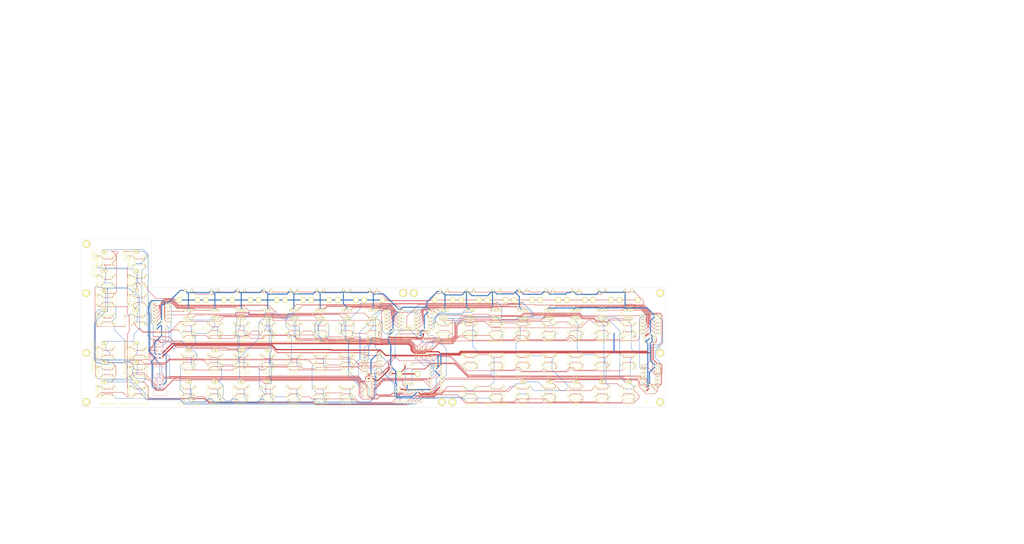
<source format=kicad_pcb>
(kicad_pcb (version 4) (host pcbnew 4.0.2-stable)
  (layers (0 F.Cu signal hide) (31 B.Cu signal hide) (34 B.Paste user hide) (35 F.Paste user hide) (36 B.SilkS user hide) (37 F.SilkS user hide) (38 B.Mask user hide) (39 F.Mask user hide) (44 Edge.Cuts user hide))
  (net 0 "")
  (net 1 "Net-(D101-Pad1)")
  (net 2 "Net-(D102-Pad1)")
  (net 3 /I0)
  (net 4 /I1)
  (net 5 /I2)
  (net 6 /I3)
  (net 7 /I4)
  (net 8 /I5)
  (net 9 /I6)
  (net 10 /I7)
  (net 11 GND)
  (net 12 /O6)
  (net 13 /O7)
  (net 14 /O1)
  (net 15 /O3)
  (net 16 /O5)
  (net 17 /O0)
  (net 18 /O2)
  (net 19 /O4)
  (net 20 +5V)
  (net 21 /O13)
  (net 22 /O14)
  (net 23 /O15)
  (net 24 /O16)
  (net 25 /O17)
  (net 26 /O10)
  (net 27 /I14)
  (net 28 /I15)
  (net 29 /I16)
  (net 30 /I17)
  (net 31 /I10)
  (net 32 /I11)
  (net 33 /I12)
  (net 34 /I13)
  (net 35 "Net-(D8-Pad1)")
  (net 36 "Net-(D9-Pad1)")
  (net 37 "Net-(D10-Pad1)")
  (net 38 "Net-(D11-Pad1)")
  (net 39 "Net-(D12-Pad1)")
  (net 40 "Net-(D13-Pad1)")
  (net 41 "Net-(D14-Pad1)")
  (net 42 "Net-(D22-Pad1)")
  (net 43 "Net-(D23-Pad1)")
  (net 44 "Net-(D24-Pad1)")
  (net 45 "Net-(D25-Pad1)")
  (net 46 "Net-(D26-Pad1)")
  (net 47 "Net-(D27-Pad1)")
  (net 48 "Net-(D28-Pad1)")
  (net 49 "Net-(D32-Pad1)")
  (net 50 "Net-(D33-Pad1)")
  (net 51 "Net-(D34-Pad1)")
  (net 52 "Net-(D38-Pad1)")
  (net 53 "Net-(D39-Pad1)")
  (net 54 "Net-(D40-Pad1)")
  (net 55 "Net-(D44-Pad1)")
  (net 56 "Net-(D45-Pad1)")
  (net 57 "Net-(D46-Pad1)")
  (net 58 "Net-(D50-Pad1)")
  (net 59 "Net-(D51-Pad1)")
  (net 60 "Net-(D52-Pad1)")
  (net 61 "Net-(D54-Pad1)")
  (net 62 "Net-(D55-Pad1)")
  (net 63 "Net-(D56-Pad1)")
  (net 64 "Net-(D58-Pad1)")
  (net 65 "Net-(D59-Pad1)")
  (net 66 "Net-(D60-Pad1)")
  (net 67 "Net-(D62-Pad1)")
  (net 68 "Net-(D63-Pad1)")
  (net 69 "Net-(D64-Pad1)")
  (net 70 "Net-(D66-Pad1)")
  (net 71 "Net-(D69-Pad1)")
  (net 72 "Net-(D71-Pad1)")
  (net 73 "Net-(D72-Pad1)")
  (net 74 "Net-(D73-Pad1)")
  (net 75 "Net-(D75-Pad1)")
  (net 76 "Net-(D76-Pad1)")
  (net 77 "Net-(D77-Pad1)")
  (net 78 "Net-(D80-Pad1)")
  (net 79 "Net-(D81-Pad1)")
  (net 80 "Net-(D82-Pad1)")
  (net 81 "Net-(D85-Pad1)")
  (net 82 "Net-(D86-Pad1)")
  (net 83 "Net-(D87-Pad1)")
  (net 84 "Net-(D90-Pad1)")
  (net 85 "Net-(D91-Pad1)")
  (net 86 "Net-(D92-Pad1)")
  (net 87 "Net-(D95-Pad1)")
  (net 88 "Net-(D96-Pad1)")
  (net 89 "Net-(D97-Pad1)")
  (net 90 "Net-(D100-Pad1)")
  (net 91 "Net-(U1-Pad9)")
  (net 92 /I26)
  (net 93 /I27)
  (net 94 /I24)
  (net 95 /I25)
  (net 96 /I22)
  (net 97 /I23)
  (net 98 /I20)
  (net 99 /I21)
  (net 100 /I56)
  (net 101 /I54)
  (net 102 /I55)
  (net 103 /I36)
  (net 104 /I37)
  (net 105 /I34)
  (net 106 /I35)
  (net 107 /I32)
  (net 108 /I33)
  (net 109 /I30)
  (net 110 /I31)
  (net 111 /I46)
  (net 112 /I47)
  (net 113 /I44)
  (net 114 /I45)
  (net 115 /I42)
  (net 116 /I43)
  (net 117 /I40)
  (net 118 /I41)
  (net 119 /I53)
  (net 120 /I52)
  (net 121 /I51)
  (net 122 /I50)
  (net 123 /011)
  (net 124 /012)
  (net 125 /02)
  (net 126 /I57)
  (net 127 "Net-(R1-Pad1)")
  (net 128 "Net-(R2-Pad1)")
  (net 129 "Net-(R3-Pad1)")
  (net 130 "Net-(R4-Pad1)")
  (net 131 "Net-(R6-Pad1)")
  (net 132 "Net-(R7-Pad1)")
  (net 133 "Net-(RR3-Pad2)")
  (net 134 "Net-(RR5-Pad2)")
  (net 135 "Net-(RR6-Pad2)")
  (net 136 "Net-(RR8-Pad2)")
  (net 137 "Net-(RR10-Pad2)")
  (net 138 "Net-(RR12-Pad2)")
  (net 139 "Net-(U1-Pad1)")
  (net 140 "Net-(U1-Pad2)")
  (net 141 "Net-(U7-Pad14)")
  (net 142 "Net-(U8-Pad9)")
  (net 143 "Net-(J3-Pad2)")
  (net 144 "Net-(U7-Pad9)")
  (net 145 "Net-(R5-Pad1)")
  (net 146 "Net-(R8-Pad2)")
  (module "empreinte ksir:multibp_ks" (layer F.Cu) (at 378.46 186.69)
    (fp_text reference SW52)
    (fp_text value SW_pause)
    (pad 1 thru_hole circle (at 5 -3.746) (size 1.524 1.524) (drill 0.762) (layers *.Cu *.Mask F.SilkS) (net 12 /O6))
    (pad 2 thru_hole circle (at 5 3.746) (size 1.524 1.524) (drill 0.762) (layers *.Cu *.Mask F.SilkS) (net 86 "Net-(D92-Pad1)"))
    (pad 2 thru_hole circle (at -5 3.746) (size 1.524 1.524) (drill 0.762) (layers *.Cu *.Mask F.SilkS) (net 86 "Net-(D92-Pad1)"))
    (pad 2 thru_hole circle (at -3 1.746) (size 1.524 1.524) (drill 0.762) (layers *.Cu *.Mask F.SilkS) (net 86 "Net-(D92-Pad1)"))
    (pad 2 thru_hole circle (at 3 1.746) (size 1.524 1.524) (drill 0.762) (layers *.Cu *.Mask F.SilkS) (net 86 "Net-(D92-Pad1)"))
    (pad 1 thru_hole circle (at 3 -1.746) (size 1.524 1.524) (drill 0.762) (layers *.Cu *.Mask F.SilkS) (net 12 /O6))
    (pad 1 thru_hole circle (at -3 -1.746) (size 1.524 1.524) (drill 0.762) (layers *.Cu *.Mask F.SilkS) (net 12 /O6))
    (pad 1 thru_hole circle (at -5 -3.746) (size 1.524 1.524) (drill 0.762) (layers *.Cu *.Mask F.SilkS) (net 12 /O6))
  )
  (module PEC11-Switch_ba (layer F.Cu) (at 194.31 120.65)
    (fp_text reference ec5 (at 0.11938 5.4737) (layer F.SilkS) (effects (font (size 1.27 1.27) (thickness 0.0889))))
    (fp_text value SW_Enc (at 0 -5.4864) (layer F.SilkS) (effects (font (size 0.8128 0.8128) (thickness 0.0889))))
    (pad P$1 thru_hole circle (at -2.49936 -7.00024) (size 1.99898 1.99898) (drill 1.00076) (layers *.Cu F.Paste F.SilkS F.Mask) (net 11 GND))
    (pad P$2 thru_hole circle (at 2.49936 -7.00024) (size 1.99898 1.99898) (drill 0.99822) (layers *.Cu F.Paste F.SilkS F.Mask) (net 126 /I57))
    (pad P$B thru_hole circle (at -2.49936 7.50062) (size 1.99898 1.99898) (drill 1.00076) (layers *.Cu F.Paste F.SilkS F.Mask) (net 93 /I27))
    (pad P$A thru_hole circle (at 2.49936 7.50062) (size 1.99898 1.99898) (drill 1.00076) (layers *.Cu F.Paste F.SilkS F.Mask) (net 92 /I26))
    (pad P$C thru_hole circle (at 0 7.50062) (size 1.99898 1.99898) (drill 1.00076) (layers *.Cu F.Paste F.SilkS F.Mask) (net 11 GND))
    (pad P$GN thru_hole circle (at -6.59892 0) (size 4.09956 4.09956) (drill 2.60096) (layers *.Cu F.Paste F.SilkS F.Mask) (net 11 GND))
    (pad P$GN thru_hole circle (at 6.59892 0) (size 4.09956 4.09956) (drill 2.60096) (layers *.Cu F.Paste F.SilkS F.Mask) (net 11 GND))
  )
  (module PEC11-Switch_ba (layer F.Cu) (at 118.11 120.65)
    (fp_text reference ec1)
    (fp_text value SW_Enc)
    (pad P$1 thru_hole circle (at -2.49936 -7.00024) (size 1.99898 1.99898) (drill 1.00076) (layers *.Cu F.Paste F.SilkS F.Mask) (net 11 GND))
    (pad P$2 thru_hole circle (at 2.49936 -7.00024) (size 1.99898 1.99898) (drill 0.99822) (layers *.Cu F.Paste F.SilkS F.Mask) (net 126 /I57))
    (pad P$B thru_hole circle (at -2.49936 7.50062) (size 1.99898 1.99898) (drill 1.00076) (layers *.Cu F.Paste F.SilkS F.Mask) (net 10 /I7))
    (pad P$A thru_hole circle (at 2.49936 7.50062) (size 1.99898 1.99898) (drill 1.00076) (layers *.Cu F.Paste F.SilkS F.Mask) (net 9 /I6))
    (pad P$C thru_hole circle (at 0 7.50062) (size 1.99898 1.99898) (drill 1.00076) (layers *.Cu F.Paste F.SilkS F.Mask) (net 11 GND))
    (pad P$GN thru_hole circle (at -6.59892 0) (size 4.09956 4.09956) (drill 2.60096) (layers *.Cu F.Paste F.SilkS F.Mask) (net 11 GND))
    (pad P$GN thru_hole circle (at 6.59892 0) (size 4.09956 4.09956) (drill 2.60096) (layers *.Cu F.Paste F.SilkS F.Mask) (net 11 GND))
  )
  (module DIP-16_W7.62mm (layer F.Cu) (at 102.235 141.478 180)
    (fp_text reference U1)
    (fp_text value 74HC165 (at 3.556 -3.175 180) (layer F.SilkS))
    (pad 1 thru_hole oval (at 0 0 180) (size 1.6 1.6) (drill 0.8) (layers *.Cu *.Mask F.SilkS) (net 139 "Net-(U1-Pad1)"))
    (pad 2 thru_hole oval (at 0 2.54 180) (size 1.6 1.6) (drill 0.8) (layers *.Cu *.Mask F.SilkS) (net 140 "Net-(U1-Pad2)"))
    (pad 3 thru_hole oval (at 0 5.08 180) (size 1.6 1.6) (drill 0.8) (layers *.Cu *.Mask F.SilkS) (net 7 /I4))
    (pad 4 thru_hole oval (at 0 7.62 180) (size 1.6 1.6) (drill 0.8) (layers *.Cu *.Mask F.SilkS) (net 8 /I5))
    (pad 5 thru_hole oval (at 0 10.16 180) (size 1.6 1.6) (drill 0.8) (layers *.Cu *.Mask F.SilkS) (net 9 /I6))
    (pad 6 thru_hole oval (at 0 12.7 180) (size 1.6 1.6) (drill 0.8) (layers *.Cu *.Mask F.SilkS) (net 10 /I7))
    (pad 7 thru_hole oval (at 0 15.24 180) (size 1.6 1.6) (drill 0.8) (layers *.Cu *.Mask F.SilkS))
    (pad 8 thru_hole oval (at 0 17.78 180) (size 1.6 1.6) (drill 0.8) (layers *.Cu *.Mask F.SilkS) (net 11 GND))
    (pad 9 thru_hole oval (at 7.62 17.78 180) (size 1.6 1.6) (drill 0.8) (layers *.Cu *.Mask F.SilkS) (net 91 "Net-(U1-Pad9)"))
    (pad 10 thru_hole oval (at 7.62 15.24 180) (size 1.6 1.6) (drill 0.8) (layers *.Cu *.Mask F.SilkS) (net 133 "Net-(RR3-Pad2)"))
    (pad 11 thru_hole oval (at 7.62 12.7 180) (size 1.6 1.6) (drill 0.8) (layers *.Cu *.Mask F.SilkS) (net 3 /I0))
    (pad 12 thru_hole oval (at 7.62 10.16 180) (size 1.6 1.6) (drill 0.8) (layers *.Cu *.Mask F.SilkS) (net 4 /I1))
    (pad 13 thru_hole oval (at 7.62 7.62 180) (size 1.6 1.6) (drill 0.8) (layers *.Cu *.Mask F.SilkS) (net 5 /I2))
    (pad 14 thru_hole oval (at 7.62 5.08 180) (size 1.6 1.6) (drill 0.8) (layers *.Cu *.Mask F.SilkS) (net 6 /I3))
    (pad 15 thru_hole oval (at 7.62 2.54 180) (size 1.6 1.6) (drill 0.8) (layers *.Cu *.Mask F.SilkS) (net 11 GND))
    (pad 16 thru_hole oval (at 7.62 0 180) (size 1.6 1.6) (drill 0.8) (layers *.Cu *.Mask F.SilkS) (net 20 +5V))
  )
  (module LEDs:LED-5MM-3 (layer F.Cu) (at 120.65 133.985 180)
    (fp_text reference D29)
    (fp_text value Led_gp1)
    (pad 1 thru_hole circle (at 0 0) (size 1.6764 1.6764) (drill 0.8128) (layers *.Cu *.Mask F.SilkS) (net 123 /011))
    (pad 2 thru_hole circle (at 2.54 0) (size 1.6764 1.6764) (drill 0.8128) (layers *.Cu *.Mask F.SilkS) (net 15 /O3))
    (pad 3 thru_hole circle (at 5.08 0) (size 1.6764 1.6764) (drill 0.8128) (layers *.Cu *.Mask F.SilkS) (net 26 /O10))
  )
  (module LEDs:LED-5MM-3 (layer F.Cu) (at 139.7 133.985 180)
    (fp_text reference D35)
    (fp_text value Led_gp2)
    (pad 1 thru_hole circle (at 0 0) (size 1.6764 1.6764) (drill 0.8128) (layers *.Cu *.Mask F.SilkS) (net 21 /O13))
    (pad 2 thru_hole circle (at 2.54 0) (size 1.6764 1.6764) (drill 0.8128) (layers *.Cu *.Mask F.SilkS) (net 15 /O3))
    (pad 3 thru_hole circle (at 5.08 0) (size 1.6764 1.6764) (drill 0.8128) (layers *.Cu *.Mask F.SilkS) (net 124 /012))
  )
  (module LEDs:LED-5MM-3 (layer F.Cu) (at 158.75 133.985 180)
    (fp_text reference D41)
    (fp_text value Led_gp3)
    (pad 1 thru_hole circle (at 0 0) (size 1.6764 1.6764) (drill 0.8128) (layers *.Cu *.Mask F.SilkS) (net 23 /O15))
    (pad 2 thru_hole circle (at 2.54 0) (size 1.6764 1.6764) (drill 0.8128) (layers *.Cu *.Mask F.SilkS) (net 18 /O2))
    (pad 3 thru_hole circle (at 5.08 0) (size 1.6764 1.6764) (drill 0.8128) (layers *.Cu *.Mask F.SilkS) (net 22 /O14))
  )
  (module LEDs:LED-5MM-3 (layer F.Cu) (at 177.8 133.985 180)
    (fp_text reference D47)
    (fp_text value Led_gp4)
    (pad 1 thru_hole circle (at 0 0) (size 1.6764 1.6764) (drill 0.8128) (layers *.Cu *.Mask F.SilkS) (net 25 /O17))
    (pad 2 thru_hole circle (at 2.54 0) (size 1.6764 1.6764) (drill 0.8128) (layers *.Cu *.Mask F.SilkS) (net 18 /O2))
    (pad 3 thru_hole circle (at 5.08 0) (size 1.6764 1.6764) (drill 0.8128) (layers *.Cu *.Mask F.SilkS) (net 24 /O16))
  )
  (module LEDs:LED-5MM-3 (layer F.Cu) (at 196.85 133.985 180)
    (fp_text reference D53)
    (fp_text value Led_gp5)
    (pad 1 thru_hole circle (at 0 0) (size 1.6764 1.6764) (drill 0.8128) (layers *.Cu *.Mask F.SilkS) (net 123 /011))
    (pad 2 thru_hole circle (at 2.54 0) (size 1.6764 1.6764) (drill 0.8128) (layers *.Cu *.Mask F.SilkS) (net 14 /O1))
    (pad 3 thru_hole circle (at 5.08 0) (size 1.6764 1.6764) (drill 0.8128) (layers *.Cu *.Mask F.SilkS) (net 26 /O10))
  )
  (module LEDs:LED-5MM-3 (layer F.Cu) (at 215.9 133.985 180)
    (fp_text reference D57)
    (fp_text value Led_gp6)
    (pad 1 thru_hole circle (at 0 0) (size 1.6764 1.6764) (drill 0.8128) (layers *.Cu *.Mask F.SilkS) (net 21 /O13))
    (pad 2 thru_hole circle (at 2.54 0) (size 1.6764 1.6764) (drill 0.8128) (layers *.Cu *.Mask F.SilkS) (net 14 /O1))
    (pad 3 thru_hole circle (at 5.08 0) (size 1.6764 1.6764) (drill 0.8128) (layers *.Cu *.Mask F.SilkS) (net 124 /012))
  )
  (module LEDs:LED-5MM-3 (layer F.Cu) (at 234.95 133.985 180)
    (fp_text reference D61)
    (fp_text value Led_gp7)
    (pad 1 thru_hole circle (at 0 0) (size 1.6764 1.6764) (drill 0.8128) (layers *.Cu *.Mask F.SilkS) (net 23 /O15))
    (pad 2 thru_hole circle (at 2.54 0) (size 1.6764 1.6764) (drill 0.8128) (layers *.Cu *.Mask F.SilkS) (net 17 /O0))
    (pad 3 thru_hole circle (at 5.08 0) (size 1.6764 1.6764) (drill 0.8128) (layers *.Cu *.Mask F.SilkS) (net 22 /O14))
  )
  (module LEDs:LED-5MM-3 (layer F.Cu) (at 254 133.985 180)
    (fp_text reference D65)
    (fp_text value Led_gp8)
    (pad 1 thru_hole circle (at 0 0) (size 1.6764 1.6764) (drill 0.8128) (layers *.Cu *.Mask F.SilkS) (net 25 /O17))
    (pad 2 thru_hole circle (at 2.54 0) (size 1.6764 1.6764) (drill 0.8128) (layers *.Cu *.Mask F.SilkS) (net 17 /O0))
    (pad 3 thru_hole circle (at 5.08 0) (size 1.6764 1.6764) (drill 0.8128) (layers *.Cu *.Mask F.SilkS) (net 24 /O16))
  )
  (module LEDs:LED-5MM-3 (layer F.Cu) (at 304.8 133.985 180)
    (fp_text reference D68)
    (fp_text value Led_gp9)
    (pad 1 thru_hole circle (at 0 0) (size 1.6764 1.6764) (drill 0.8128) (layers *.Cu *.Mask F.SilkS) (net 123 /011))
    (pad 2 thru_hole circle (at 2.54 0) (size 1.6764 1.6764) (drill 0.8128) (layers *.Cu *.Mask F.SilkS) (net 19 /O4))
    (pad 3 thru_hole circle (at 5.08 0) (size 1.6764 1.6764) (drill 0.8128) (layers *.Cu *.Mask F.SilkS) (net 26 /O10))
  )
  (module LEDs:LED-5MM-3 (layer F.Cu) (at 323.85 133.985 180)
    (fp_text reference D70 (at 2.54508 -3.91668 180) (layer F.SilkS))
    (fp_text value Led_gp10)
    (pad 1 thru_hole circle (at 0 0) (size 1.6764 1.6764) (drill 0.8128) (layers *.Cu *.Mask F.SilkS) (net 21 /O13))
    (pad 2 thru_hole circle (at 2.54 0) (size 1.6764 1.6764) (drill 0.8128) (layers *.Cu *.Mask F.SilkS) (net 19 /O4))
    (pad 3 thru_hole circle (at 5.08 0) (size 1.6764 1.6764) (drill 0.8128) (layers *.Cu *.Mask F.SilkS) (net 124 /012))
  )
  (module LEDs:LED-5MM-3 (layer F.Cu) (at 342.9 133.985 180)
    (fp_text reference D74)
    (fp_text value Led_gp11)
    (pad 1 thru_hole circle (at 0 0) (size 1.6764 1.6764) (drill 0.8128) (layers *.Cu *.Mask F.SilkS) (net 23 /O15))
    (pad 2 thru_hole circle (at 2.54 0) (size 1.6764 1.6764) (drill 0.8128) (layers *.Cu *.Mask F.SilkS) (net 16 /O5))
    (pad 3 thru_hole circle (at 5.08 0) (size 1.6764 1.6764) (drill 0.8128) (layers *.Cu *.Mask F.SilkS) (net 22 /O14))
  )
  (module LEDs:LED-5MM-3 (layer F.Cu) (at 361.95 133.985 180)
    (fp_text reference D78)
    (fp_text value Led_gp12)
    (pad 1 thru_hole circle (at 0 0) (size 1.6764 1.6764) (drill 0.8128) (layers *.Cu *.Mask F.SilkS) (net 25 /O17))
    (pad 2 thru_hole circle (at 2.54 0) (size 1.6764 1.6764) (drill 0.8128) (layers *.Cu *.Mask F.SilkS) (net 16 /O5))
    (pad 3 thru_hole circle (at 5.08 0) (size 1.6764 1.6764) (drill 0.8128) (layers *.Cu *.Mask F.SilkS) (net 24 /O16))
  )
  (module LEDs:LED-5MM-3 (layer F.Cu) (at 375.92 133.985)
    (fp_text reference D83)
    (fp_text value Led_gp13)
    (pad 1 thru_hole circle (at 0 0 180) (size 1.6764 1.6764) (drill 0.8128) (layers *.Cu *.Mask F.SilkS) (net 123 /011))
    (pad 2 thru_hole circle (at 2.54 0 180) (size 1.6764 1.6764) (drill 0.8128) (layers *.Cu *.Mask F.SilkS) (net 12 /O6))
    (pad 3 thru_hole circle (at 5.08 0 180) (size 1.6764 1.6764) (drill 0.8128) (layers *.Cu *.Mask F.SilkS) (net 26 /O10))
  )
  (module LEDs:LED-5MM-3 (layer F.Cu) (at 394.97 133.985)
    (fp_text reference D88)
    (fp_text value Led_gp14)
    (pad 1 thru_hole circle (at 0 0 180) (size 1.6764 1.6764) (drill 0.8128) (layers *.Cu *.Mask F.SilkS) (net 21 /O13))
    (pad 2 thru_hole circle (at 2.54 0 180) (size 1.6764 1.6764) (drill 0.8128) (layers *.Cu *.Mask F.SilkS) (net 12 /O6))
    (pad 3 thru_hole circle (at 5.08 0 180) (size 1.6764 1.6764) (drill 0.8128) (layers *.Cu *.Mask F.SilkS) (net 124 /012))
  )
  (module LEDs:LED-5MM-3 (layer F.Cu) (at 419.1 133.985 180)
    (fp_text reference D93)
    (fp_text value Led_gp15)
    (pad 1 thru_hole circle (at 0 0) (size 1.6764 1.6764) (drill 0.8128) (layers *.Cu *.Mask F.SilkS) (net 23 /O15))
    (pad 2 thru_hole circle (at 2.54 0) (size 1.6764 1.6764) (drill 0.8128) (layers *.Cu *.Mask F.SilkS) (net 13 /O7))
    (pad 3 thru_hole circle (at 5.08 0) (size 1.6764 1.6764) (drill 0.8128) (layers *.Cu *.Mask F.SilkS) (net 22 /O14))
  )
  (module LEDs:LED-5MM-3 (layer F.Cu) (at 438.15 133.985 180)
    (fp_text reference D99)
    (fp_text value Led_gp16)
    (pad 1 thru_hole circle (at 0 0) (size 1.6764 1.6764) (drill 0.8128) (layers *.Cu *.Mask F.SilkS) (net 25 /O17))
    (pad 2 thru_hole circle (at 2.54 0) (size 1.6764 1.6764) (drill 0.8128) (layers *.Cu *.Mask F.SilkS) (net 13 /O7))
    (pad 3 thru_hole circle (at 5.08 0) (size 1.6764 1.6764) (drill 0.8128) (layers *.Cu *.Mask F.SilkS) (net 24 /O16))
  )
  (module Resistors_ThroughHole:Resistor_Horizontal_RM7mm (layer F.Cu) (at 243.078 181.61)
    (fp_text reference R8)
    (fp_text value 220ohm (at 4 0) (layer F.SilkS) (effects (font (size 0.5 0.5) (thickness 0.125))))
    (pad 1 thru_hole circle (at 0 0) (size 1.99898 1.99898) (drill 1.00076) (layers *.Cu *.SilkS *.Mask) (net 26 /O10))
    (pad 2 thru_hole circle (at 7.62 0) (size 1.99898 1.99898) (drill 1.00076) (layers *.Cu *.SilkS *.Mask) (net 146 "Net-(R8-Pad2)"))
  )
  (module Resistors_ThroughHole:Resistor_Horizontal_RM7mm (layer F.Cu) (at 282.62816 162.67194 90)
    (fp_text reference R1)
    (fp_text value 470ohm (at 3.15994 -0.05316 90) (layer F.SilkS) (effects (font (size 0.5 0.5) (thickness 0.125))))
    (pad 1 thru_hole circle (at 0 0 90) (size 1.99898 1.99898) (drill 1.00076) (layers *.Cu *.SilkS *.Mask) (net 127 "Net-(R1-Pad1)"))
    (pad 2 thru_hole circle (at 7.62 0 90) (size 1.99898 1.99898) (drill 1.00076) (layers *.Cu *.SilkS *.Mask) (net 123 /011))
  )
  (module Resistors_ThroughHole:Resistor_Horizontal_RM7mm (layer F.Cu) (at 286.12816 162.67194 90)
    (fp_text reference R2)
    (fp_text value 1k (at 3.15994 0 90) (layer F.SilkS) (effects (font (size 0.5 0.5) (thickness 0.125))))
    (pad 1 thru_hole circle (at 0 0 90) (size 1.99898 1.99898) (drill 1.00076) (layers *.Cu *.SilkS *.Mask) (net 128 "Net-(R2-Pad1)"))
    (pad 2 thru_hole circle (at 7.62 0 90) (size 1.99898 1.99898) (drill 1.00076) (layers *.Cu *.SilkS *.Mask) (net 124 /012))
  )
  (module Resistors_ThroughHole:Resistor_Horizontal_RM7mm (layer F.Cu) (at 289.62816 162.67194 90)
    (fp_text reference R3)
    (fp_text value 470ohm (at 3.28694 -0.06816 90) (layer F.SilkS) (effects (font (size 0.5 0.5) (thickness 0.125))))
    (pad 1 thru_hole circle (at 0 0 90) (size 1.99898 1.99898) (drill 1.00076) (layers *.Cu *.SilkS *.Mask) (net 129 "Net-(R3-Pad1)"))
    (pad 2 thru_hole circle (at 7.62 0 90) (size 1.99898 1.99898) (drill 1.00076) (layers *.Cu *.SilkS *.Mask) (net 21 /O13))
  )
  (module Resistors_ThroughHole:Resistor_Horizontal_RM7mm (layer F.Cu) (at 293.12816 162.67194 90)
    (fp_text reference R4)
    (fp_text value 1k (at 2.52494 0.11484 90) (layer F.SilkS) (effects (font (size 0.5 0.5) (thickness 0.125))))
    (pad 1 thru_hole circle (at 0 0 90) (size 1.99898 1.99898) (drill 1.00076) (layers *.Cu *.SilkS *.Mask) (net 130 "Net-(R4-Pad1)"))
    (pad 2 thru_hole circle (at 7.62 0 90) (size 1.99898 1.99898) (drill 1.00076) (layers *.Cu *.SilkS *.Mask) (net 22 /O14))
  )
  (module Resistors_ThroughHole:Resistor_Horizontal_RM7mm (layer F.Cu) (at 250.698 184.404 180)
    (fp_text reference R5)
    (fp_text value 220ohm (at 3.62 0 180) (layer F.SilkS) (effects (font (size 0.508 0.508) (thickness 0.127))))
    (pad 1 thru_hole circle (at 0 0 180) (size 1.99898 1.99898) (drill 1.00076) (layers *.Cu *.SilkS *.Mask) (net 145 "Net-(R5-Pad1)"))
    (pad 2 thru_hole circle (at 7.62 0 180) (size 1.99898 1.99898) (drill 1.00076) (layers *.Cu *.SilkS *.Mask) (net 23 /O15))
  )
  (module Resistors_ThroughHole:Resistor_Horizontal_RM7mm (layer F.Cu) (at 250.698 187.198 180)
    (fp_text reference R6)
    (fp_text value 220ohm (at 3.683 0 180) (layer F.SilkS) (effects (font (size 0.5 0.5) (thickness 0.125))))
    (pad 1 thru_hole circle (at 0 0 180) (size 1.99898 1.99898) (drill 1.00076) (layers *.Cu *.SilkS *.Mask) (net 131 "Net-(R6-Pad1)"))
    (pad 2 thru_hole circle (at 7.62 0 180) (size 1.99898 1.99898) (drill 1.00076) (layers *.Cu *.SilkS *.Mask) (net 24 /O16))
  )
  (module Resistors_ThroughHole:Resistor_Horizontal_RM7mm (layer F.Cu) (at 250.825 189.992 180)
    (fp_text reference R7)
    (fp_text value 220ohm (at 4.12 0 180) (layer F.SilkS) (effects (font (size 0.508 0.508) (thickness 0.127))))
    (pad 1 thru_hole circle (at 0 0 180) (size 1.99898 1.99898) (drill 1.00076) (layers *.Cu *.SilkS *.Mask) (net 132 "Net-(R7-Pad1)"))
    (pad 2 thru_hole circle (at 7.62 0 180) (size 1.99898 1.99898) (drill 1.00076) (layers *.Cu *.SilkS *.Mask) (net 25 /O17))
  )
  (module Discret:DO-35 (layer F.Cu) (at 52.07 92.71 90)
    (fp_text reference D8)
    (fp_text value D)
    (pad 1 thru_hole rect (at 3.81 0 90) (size 1.4224 1.4224) (drill 0.6096) (layers *.Cu *.Mask F.SilkS) (net 35 "Net-(D8-Pad1)"))
    (pad 2 thru_hole circle (at -3.81 0 90) (size 1.4224 1.4224) (drill 0.6096) (layers *.Cu *.Mask F.SilkS) (net 29 /I16))
  )
  (module Discret:DO-35 (layer F.Cu) (at 52.07 106.68 90)
    (fp_text reference D9)
    (fp_text value D)
    (pad 1 thru_hole rect (at 3.81 0 90) (size 1.4224 1.4224) (drill 0.6096) (layers *.Cu *.Mask F.SilkS) (net 36 "Net-(D9-Pad1)"))
    (pad 2 thru_hole circle (at -3.81 0 90) (size 1.4224 1.4224) (drill 0.6096) (layers *.Cu *.Mask F.SilkS) (net 30 /I17))
  )
  (module Discret:DO-35 (layer F.Cu) (at 52.07 120.65 90)
    (fp_text reference D10)
    (fp_text value D)
    (pad 1 thru_hole rect (at 3.81 0 90) (size 1.4224 1.4224) (drill 0.6096) (layers *.Cu *.Mask F.SilkS) (net 37 "Net-(D10-Pad1)"))
    (pad 2 thru_hole circle (at -3.81 0 90) (size 1.4224 1.4224) (drill 0.6096) (layers *.Cu *.Mask F.SilkS) (net 29 /I16))
  )
  (module Discret:DO-35 (layer F.Cu) (at 52.07 134.62 90)
    (fp_text reference D11)
    (fp_text value D)
    (pad 1 thru_hole rect (at 3.81 0 90) (size 1.4224 1.4224) (drill 0.6096) (layers *.Cu *.Mask F.SilkS) (net 38 "Net-(D11-Pad1)"))
    (pad 2 thru_hole circle (at -3.81 0 90) (size 1.4224 1.4224) (drill 0.6096) (layers *.Cu *.Mask F.SilkS) (net 30 /I17))
  )
  (module Discret:DO-35 (layer F.Cu) (at 52.07 158.75 90)
    (fp_text reference D12)
    (fp_text value D)
    (pad 1 thru_hole rect (at 3.81 0 90) (size 1.4224 1.4224) (drill 0.6096) (layers *.Cu *.Mask F.SilkS) (net 39 "Net-(D12-Pad1)"))
    (pad 2 thru_hole circle (at -3.81 0 90) (size 1.4224 1.4224) (drill 0.6096) (layers *.Cu *.Mask F.SilkS) (net 29 /I16))
  )
  (module Discret:DO-35 (layer F.Cu) (at 52.07 172.72 90)
    (fp_text reference D13)
    (fp_text value D)
    (pad 1 thru_hole rect (at 3.81 0 90) (size 1.4224 1.4224) (drill 0.6096) (layers *.Cu *.Mask F.SilkS) (net 40 "Net-(D13-Pad1)"))
    (pad 2 thru_hole circle (at -3.81 0 90) (size 1.4224 1.4224) (drill 0.6096) (layers *.Cu *.Mask F.SilkS) (net 30 /I17))
  )
  (module Discret:DO-35 (layer F.Cu) (at 52.07 186.69 90)
    (fp_text reference D14)
    (fp_text value D)
    (pad 1 thru_hole rect (at 3.81 0 90) (size 1.4224 1.4224) (drill 0.6096) (layers *.Cu *.Mask F.SilkS) (net 41 "Net-(D14-Pad1)"))
    (pad 2 thru_hole circle (at -3.81 0 90) (size 1.4224 1.4224) (drill 0.6096) (layers *.Cu *.Mask F.SilkS) (net 29 /I16))
  )
  (module Discret:DO-35 (layer F.Cu) (at 74.93 92.71 90)
    (fp_text reference D22)
    (fp_text value D)
    (pad 1 thru_hole rect (at 3.81 0 90) (size 1.4224 1.4224) (drill 0.6096) (layers *.Cu *.Mask F.SilkS) (net 42 "Net-(D22-Pad1)"))
    (pad 2 thru_hole circle (at -3.81 0 90) (size 1.4224 1.4224) (drill 0.6096) (layers *.Cu *.Mask F.SilkS) (net 29 /I16))
  )
  (module Discret:DO-35 (layer F.Cu) (at 74.93 106.68 90)
    (fp_text reference D23)
    (fp_text value D)
    (pad 1 thru_hole rect (at 3.81 0 90) (size 1.4224 1.4224) (drill 0.6096) (layers *.Cu *.Mask F.SilkS) (net 43 "Net-(D23-Pad1)"))
    (pad 2 thru_hole circle (at -3.81 0 90) (size 1.4224 1.4224) (drill 0.6096) (layers *.Cu *.Mask F.SilkS) (net 30 /I17))
  )
  (module Discret:DO-35 (layer F.Cu) (at 74.93 120.65 90)
    (fp_text reference D24)
    (fp_text value D)
    (pad 1 thru_hole rect (at 3.81 0 90) (size 1.4224 1.4224) (drill 0.6096) (layers *.Cu *.Mask F.SilkS) (net 44 "Net-(D24-Pad1)"))
    (pad 2 thru_hole circle (at -3.81 0 90) (size 1.4224 1.4224) (drill 0.6096) (layers *.Cu *.Mask F.SilkS) (net 29 /I16))
  )
  (module Discret:DO-35 (layer F.Cu) (at 72.35916 135.86894 90)
    (fp_text reference D25)
    (fp_text value D)
    (pad 1 thru_hole rect (at 3.81 0 90) (size 1.4224 1.4224) (drill 0.6096) (layers *.Cu *.Mask F.SilkS) (net 45 "Net-(D25-Pad1)"))
    (pad 2 thru_hole circle (at -3.81 0 90) (size 1.4224 1.4224) (drill 0.6096) (layers *.Cu *.Mask F.SilkS) (net 30 /I17))
  )
  (module Discret:DO-35 (layer F.Cu) (at 74.93 158.75 90)
    (fp_text reference D26)
    (fp_text value D)
    (pad 1 thru_hole rect (at 3.81 0 90) (size 1.4224 1.4224) (drill 0.6096) (layers *.Cu *.Mask F.SilkS) (net 46 "Net-(D26-Pad1)"))
    (pad 2 thru_hole circle (at -3.81 0 90) (size 1.4224 1.4224) (drill 0.6096) (layers *.Cu *.Mask F.SilkS) (net 29 /I16))
  )
  (module Discret:DO-35 (layer F.Cu) (at 74.93 172.86894 90)
    (fp_text reference D27)
    (fp_text value D)
    (pad 1 thru_hole rect (at 3.81 0 90) (size 1.4224 1.4224) (drill 0.6096) (layers *.Cu *.Mask F.SilkS) (net 47 "Net-(D27-Pad1)"))
    (pad 2 thru_hole circle (at -3.81 0 90) (size 1.4224 1.4224) (drill 0.6096) (layers *.Cu *.Mask F.SilkS) (net 30 /I17))
  )
  (module Discret:DO-35 (layer F.Cu) (at 74.93 186.69 90)
    (fp_text reference D28)
    (fp_text value D)
    (pad 1 thru_hole rect (at 3.81 0 90) (size 1.4224 1.4224) (drill 0.6096) (layers *.Cu *.Mask F.SilkS) (net 48 "Net-(D28-Pad1)"))
    (pad 2 thru_hole circle (at -3.81 0 90) (size 1.4224 1.4224) (drill 0.6096) (layers *.Cu *.Mask F.SilkS) (net 29 /I16))
  )
  (module Discret:DO-35 (layer F.Cu) (at 118.14516 147.32)
    (fp_text reference D32)
    (fp_text value D)
    (pad 1 thru_hole rect (at 3.81 0) (size 1.4224 1.4224) (drill 0.6096) (layers *.Cu *.Mask F.SilkS) (net 49 "Net-(D32-Pad1)"))
    (pad 2 thru_hole circle (at -3.81 0) (size 1.4224 1.4224) (drill 0.6096) (layers *.Cu *.Mask F.SilkS) (net 31 /I10))
  )
  (module Discret:DO-35 (layer F.Cu) (at 118.11 170.18)
    (fp_text reference D33)
    (fp_text value D)
    (pad 1 thru_hole rect (at 3.81 0) (size 1.4224 1.4224) (drill 0.6096) (layers *.Cu *.Mask F.SilkS) (net 50 "Net-(D33-Pad1)"))
    (pad 2 thru_hole circle (at -3.81 0) (size 1.4224 1.4224) (drill 0.6096) (layers *.Cu *.Mask F.SilkS) (net 34 /I13))
  )
  (module Discret:DO-35 (layer F.Cu) (at 118.11 193.04)
    (fp_text reference D34)
    (fp_text value D)
    (pad 1 thru_hole rect (at 3.81 0) (size 1.4224 1.4224) (drill 0.6096) (layers *.Cu *.Mask F.SilkS) (net 51 "Net-(D34-Pad1)"))
    (pad 2 thru_hole circle (at -3.81 0) (size 1.4224 1.4224) (drill 0.6096) (layers *.Cu *.Mask F.SilkS) (net 28 /I15))
  )
  (module Discret:DO-35 (layer F.Cu) (at 137.16 147.32)
    (fp_text reference D38)
    (fp_text value D)
    (pad 1 thru_hole rect (at 3.81 0) (size 1.4224 1.4224) (drill 0.6096) (layers *.Cu *.Mask F.SilkS) (net 52 "Net-(D38-Pad1)"))
    (pad 2 thru_hole circle (at -3.81 0) (size 1.4224 1.4224) (drill 0.6096) (layers *.Cu *.Mask F.SilkS) (net 32 /I11))
  )
  (module Discret:DO-35 (layer F.Cu) (at 137.16 170.18)
    (fp_text reference D39)
    (fp_text value D)
    (pad 1 thru_hole rect (at 3.81 0) (size 1.4224 1.4224) (drill 0.6096) (layers *.Cu *.Mask F.SilkS) (net 53 "Net-(D39-Pad1)"))
    (pad 2 thru_hole circle (at -3.81 0) (size 1.4224 1.4224) (drill 0.6096) (layers *.Cu *.Mask F.SilkS) (net 33 /I12))
  )
  (module Discret:DO-35 (layer F.Cu) (at 137.16 193.04)
    (fp_text reference D40)
    (fp_text value D)
    (pad 1 thru_hole rect (at 3.81 0) (size 1.4224 1.4224) (drill 0.6096) (layers *.Cu *.Mask F.SilkS) (net 54 "Net-(D40-Pad1)"))
    (pad 2 thru_hole circle (at -3.81 0) (size 1.4224 1.4224) (drill 0.6096) (layers *.Cu *.Mask F.SilkS) (net 27 /I14))
  )
  (module Discret:DO-35 (layer F.Cu) (at 156.21 147.32)
    (fp_text reference D44)
    (fp_text value D)
    (pad 1 thru_hole rect (at 3.81 0) (size 1.4224 1.4224) (drill 0.6096) (layers *.Cu *.Mask F.SilkS) (net 55 "Net-(D44-Pad1)"))
    (pad 2 thru_hole circle (at -3.81 0) (size 1.4224 1.4224) (drill 0.6096) (layers *.Cu *.Mask F.SilkS) (net 31 /I10))
  )
  (module Discret:DO-35 (layer F.Cu) (at 154.94 170.18)
    (fp_text reference D45)
    (fp_text value D)
    (pad 1 thru_hole rect (at 3.81 0) (size 1.4224 1.4224) (drill 0.6096) (layers *.Cu *.Mask F.SilkS) (net 56 "Net-(D45-Pad1)"))
    (pad 2 thru_hole circle (at -3.81 0) (size 1.4224 1.4224) (drill 0.6096) (layers *.Cu *.Mask F.SilkS) (net 34 /I13))
  )
  (module Discret:DO-35 (layer F.Cu) (at 156.21 193.04)
    (fp_text reference D46)
    (fp_text value D)
    (pad 1 thru_hole rect (at 3.81 0) (size 1.4224 1.4224) (drill 0.6096) (layers *.Cu *.Mask F.SilkS) (net 57 "Net-(D46-Pad1)"))
    (pad 2 thru_hole circle (at -3.81 0) (size 1.4224 1.4224) (drill 0.6096) (layers *.Cu *.Mask F.SilkS) (net 28 /I15))
  )
  (module Discret:DO-35 (layer F.Cu) (at 175.26 147.32)
    (fp_text reference D50)
    (fp_text value D)
    (pad 1 thru_hole rect (at 3.81 0) (size 1.4224 1.4224) (drill 0.6096) (layers *.Cu *.Mask F.SilkS) (net 58 "Net-(D50-Pad1)"))
    (pad 2 thru_hole circle (at -3.81 0) (size 1.4224 1.4224) (drill 0.6096) (layers *.Cu *.Mask F.SilkS) (net 32 /I11))
  )
  (module Discret:DO-35 (layer F.Cu) (at 175.26 170.18)
    (fp_text reference D51)
    (fp_text value D)
    (pad 1 thru_hole rect (at 3.81 0) (size 1.4224 1.4224) (drill 0.6096) (layers *.Cu *.Mask F.SilkS) (net 59 "Net-(D51-Pad1)"))
    (pad 2 thru_hole circle (at -3.81 0) (size 1.4224 1.4224) (drill 0.6096) (layers *.Cu *.Mask F.SilkS) (net 33 /I12))
  )
  (module Discret:DO-35 (layer F.Cu) (at 175.26 193.04)
    (fp_text reference D52)
    (fp_text value D)
    (pad 1 thru_hole rect (at 3.81 0) (size 1.4224 1.4224) (drill 0.6096) (layers *.Cu *.Mask F.SilkS) (net 60 "Net-(D52-Pad1)"))
    (pad 2 thru_hole circle (at -3.81 0) (size 1.4224 1.4224) (drill 0.6096) (layers *.Cu *.Mask F.SilkS) (net 27 /I14))
  )
  (module Discret:DO-35 (layer F.Cu) (at 194.31 147.32)
    (fp_text reference D54)
    (fp_text value D)
    (pad 1 thru_hole rect (at 3.81 0) (size 1.4224 1.4224) (drill 0.6096) (layers *.Cu *.Mask F.SilkS) (net 61 "Net-(D54-Pad1)"))
    (pad 2 thru_hole circle (at -3.81 0) (size 1.4224 1.4224) (drill 0.6096) (layers *.Cu *.Mask F.SilkS) (net 31 /I10))
  )
  (module Discret:DO-35 (layer F.Cu) (at 194.31 170.18)
    (fp_text reference D55)
    (fp_text value D)
    (pad 1 thru_hole rect (at 3.81 0) (size 1.4224 1.4224) (drill 0.6096) (layers *.Cu *.Mask F.SilkS) (net 62 "Net-(D55-Pad1)"))
    (pad 2 thru_hole circle (at -3.81 0) (size 1.4224 1.4224) (drill 0.6096) (layers *.Cu *.Mask F.SilkS) (net 34 /I13))
  )
  (module Discret:DO-35 (layer F.Cu) (at 194.31 193.04)
    (fp_text reference D56)
    (fp_text value D)
    (pad 1 thru_hole rect (at 3.81 0) (size 1.4224 1.4224) (drill 0.6096) (layers *.Cu *.Mask F.SilkS) (net 63 "Net-(D56-Pad1)"))
    (pad 2 thru_hole circle (at -3.81 0) (size 1.4224 1.4224) (drill 0.6096) (layers *.Cu *.Mask F.SilkS) (net 28 /I15))
  )
  (module Discret:DO-35 (layer F.Cu) (at 213.36 147.32)
    (fp_text reference D58)
    (fp_text value D)
    (pad 1 thru_hole rect (at 3.81 0) (size 1.4224 1.4224) (drill 0.6096) (layers *.Cu *.Mask F.SilkS) (net 64 "Net-(D58-Pad1)"))
    (pad 2 thru_hole circle (at -3.81 0) (size 1.4224 1.4224) (drill 0.6096) (layers *.Cu *.Mask F.SilkS) (net 32 /I11))
  )
  (module Discret:DO-35 (layer F.Cu) (at 213.36 170.18)
    (fp_text reference D59)
    (fp_text value D)
    (pad 1 thru_hole rect (at 3.81 0) (size 1.4224 1.4224) (drill 0.6096) (layers *.Cu *.Mask F.SilkS) (net 65 "Net-(D59-Pad1)"))
    (pad 2 thru_hole circle (at -3.81 0) (size 1.4224 1.4224) (drill 0.6096) (layers *.Cu *.Mask F.SilkS) (net 33 /I12))
  )
  (module Discret:DO-35 (layer F.Cu) (at 213.36 193.04)
    (fp_text reference D60)
    (fp_text value D)
    (pad 1 thru_hole rect (at 3.81 0) (size 1.4224 1.4224) (drill 0.6096) (layers *.Cu *.Mask F.SilkS) (net 66 "Net-(D60-Pad1)"))
    (pad 2 thru_hole circle (at -3.81 0) (size 1.4224 1.4224) (drill 0.6096) (layers *.Cu *.Mask F.SilkS) (net 27 /I14))
  )
  (module Discret:DO-35 (layer F.Cu) (at 232.41 147.32)
    (fp_text reference D62)
    (fp_text value D)
    (pad 1 thru_hole rect (at 3.81 0) (size 1.4224 1.4224) (drill 0.6096) (layers *.Cu *.Mask F.SilkS) (net 67 "Net-(D62-Pad1)"))
    (pad 2 thru_hole circle (at -3.81 0) (size 1.4224 1.4224) (drill 0.6096) (layers *.Cu *.Mask F.SilkS) (net 31 /I10))
  )
  (module Discret:DO-35 (layer F.Cu) (at 232.41 170.18)
    (fp_text reference D63)
    (fp_text value D)
    (pad 1 thru_hole rect (at 3.81 0) (size 1.4224 1.4224) (drill 0.6096) (layers *.Cu *.Mask F.SilkS) (net 68 "Net-(D63-Pad1)"))
    (pad 2 thru_hole circle (at -3.81 0) (size 1.4224 1.4224) (drill 0.6096) (layers *.Cu *.Mask F.SilkS) (net 34 /I13))
  )
  (module Discret:DO-35 (layer F.Cu) (at 232.41 193.04)
    (fp_text reference D64)
    (fp_text value D)
    (pad 1 thru_hole rect (at 3.81 0) (size 1.4224 1.4224) (drill 0.6096) (layers *.Cu *.Mask F.SilkS) (net 69 "Net-(D64-Pad1)"))
    (pad 2 thru_hole circle (at -3.81 0) (size 1.4224 1.4224) (drill 0.6096) (layers *.Cu *.Mask F.SilkS) (net 28 /I15))
  )
  (module Discret:DO-35 (layer F.Cu) (at 251.46 147.32)
    (fp_text reference D66)
    (fp_text value D)
    (pad 1 thru_hole rect (at 3.81 0) (size 1.4224 1.4224) (drill 0.6096) (layers *.Cu *.Mask F.SilkS) (net 70 "Net-(D66-Pad1)"))
    (pad 2 thru_hole circle (at -3.81 0) (size 1.4224 1.4224) (drill 0.6096) (layers *.Cu *.Mask F.SilkS) (net 32 /I11))
  )
  (module Discret:DO-35 (layer F.Cu) (at 302.26 147.32)
    (fp_text reference D69)
    (fp_text value D)
    (pad 1 thru_hole rect (at 3.81 0) (size 1.4224 1.4224) (drill 0.6096) (layers *.Cu *.Mask F.SilkS) (net 71 "Net-(D69-Pad1)"))
    (pad 2 thru_hole circle (at -3.81 0) (size 1.4224 1.4224) (drill 0.6096) (layers *.Cu *.Mask F.SilkS) (net 31 /I10))
  )
  (module Discret:DO-35 (layer F.Cu) (at 321.31 147.32)
    (fp_text reference D71 (at 0 0) (layer F.SilkS))
    (fp_text value D)
    (pad 1 thru_hole rect (at 3.81 0) (size 1.4224 1.4224) (drill 0.6096) (layers *.Cu *.Mask F.SilkS) (net 72 "Net-(D71-Pad1)"))
    (pad 2 thru_hole circle (at -3.81 0) (size 1.4224 1.4224) (drill 0.6096) (layers *.Cu *.Mask F.SilkS) (net 32 /I11))
  )
  (module Discret:DO-35 (layer F.Cu) (at 321.31 170.18)
    (fp_text reference D72)
    (fp_text value D)
    (pad 1 thru_hole rect (at 3.81 0) (size 1.4224 1.4224) (drill 0.6096) (layers *.Cu *.Mask F.SilkS) (net 73 "Net-(D72-Pad1)"))
    (pad 2 thru_hole circle (at -3.81 0) (size 1.4224 1.4224) (drill 0.6096) (layers *.Cu *.Mask F.SilkS) (net 33 /I12))
  )
  (module Discret:DO-35 (layer F.Cu) (at 321.31 193.04)
    (fp_text reference D73)
    (fp_text value D)
    (pad 1 thru_hole rect (at 3.81 0) (size 1.4224 1.4224) (drill 0.6096) (layers *.Cu *.Mask F.SilkS) (net 74 "Net-(D73-Pad1)"))
    (pad 2 thru_hole circle (at -3.81 0) (size 1.4224 1.4224) (drill 0.6096) (layers *.Cu *.Mask F.SilkS) (net 27 /I14))
  )
  (module Discret:DO-35 (layer F.Cu) (at 340.36 147.32)
    (fp_text reference D75)
    (fp_text value D)
    (pad 1 thru_hole rect (at 3.81 0) (size 1.4224 1.4224) (drill 0.6096) (layers *.Cu *.Mask F.SilkS) (net 75 "Net-(D75-Pad1)"))
    (pad 2 thru_hole circle (at -3.81 0) (size 1.4224 1.4224) (drill 0.6096) (layers *.Cu *.Mask F.SilkS) (net 31 /I10))
  )
  (module Discret:DO-35 (layer F.Cu) (at 340.36 170.18)
    (fp_text reference D76)
    (fp_text value D)
    (pad 1 thru_hole rect (at 3.81 0) (size 1.4224 1.4224) (drill 0.6096) (layers *.Cu *.Mask F.SilkS) (net 76 "Net-(D76-Pad1)"))
    (pad 2 thru_hole circle (at -3.81 0) (size 1.4224 1.4224) (drill 0.6096) (layers *.Cu *.Mask F.SilkS) (net 34 /I13))
  )
  (module Discret:DO-35 (layer F.Cu) (at 340.36 193.04)
    (fp_text reference D77)
    (fp_text value D)
    (pad 1 thru_hole rect (at 3.81 0) (size 1.4224 1.4224) (drill 0.6096) (layers *.Cu *.Mask F.SilkS) (net 77 "Net-(D77-Pad1)"))
    (pad 2 thru_hole circle (at -3.81 0) (size 1.4224 1.4224) (drill 0.6096) (layers *.Cu *.Mask F.SilkS) (net 28 /I15))
  )
  (module Discret:DO-35 (layer F.Cu) (at 359.41 147.32)
    (fp_text reference D80)
    (fp_text value D)
    (pad 1 thru_hole rect (at 3.81 0) (size 1.4224 1.4224) (drill 0.6096) (layers *.Cu *.Mask F.SilkS) (net 78 "Net-(D80-Pad1)"))
    (pad 2 thru_hole circle (at -3.81 0) (size 1.4224 1.4224) (drill 0.6096) (layers *.Cu *.Mask F.SilkS) (net 32 /I11))
  )
  (module Discret:DO-35 (layer F.Cu) (at 359.41 170.18)
    (fp_text reference D81)
    (fp_text value D)
    (pad 1 thru_hole rect (at 3.81 0) (size 1.4224 1.4224) (drill 0.6096) (layers *.Cu *.Mask F.SilkS) (net 79 "Net-(D81-Pad1)"))
    (pad 2 thru_hole circle (at -3.81 0) (size 1.4224 1.4224) (drill 0.6096) (layers *.Cu *.Mask F.SilkS) (net 33 /I12))
  )
  (module Discret:DO-35 (layer F.Cu) (at 359.41 193.04)
    (fp_text reference D82)
    (fp_text value D)
    (pad 1 thru_hole rect (at 3.81 0) (size 1.4224 1.4224) (drill 0.6096) (layers *.Cu *.Mask F.SilkS) (net 80 "Net-(D82-Pad1)"))
    (pad 2 thru_hole circle (at -3.81 0) (size 1.4224 1.4224) (drill 0.6096) (layers *.Cu *.Mask F.SilkS) (net 27 /I14))
  )
  (module Discret:DO-35 (layer F.Cu) (at 378.46 147.32)
    (fp_text reference D85)
    (fp_text value D)
    (pad 1 thru_hole rect (at 3.81 0) (size 1.4224 1.4224) (drill 0.6096) (layers *.Cu *.Mask F.SilkS) (net 81 "Net-(D85-Pad1)"))
    (pad 2 thru_hole circle (at -3.81 0) (size 1.4224 1.4224) (drill 0.6096) (layers *.Cu *.Mask F.SilkS) (net 31 /I10))
  )
  (module Discret:DO-35 (layer F.Cu) (at 378.46 170.18)
    (fp_text reference D86)
    (fp_text value D)
    (pad 1 thru_hole rect (at 3.81 0) (size 1.4224 1.4224) (drill 0.6096) (layers *.Cu *.Mask F.SilkS) (net 82 "Net-(D86-Pad1)"))
    (pad 2 thru_hole circle (at -3.81 0) (size 1.4224 1.4224) (drill 0.6096) (layers *.Cu *.Mask F.SilkS) (net 34 /I13))
  )
  (module Discret:DO-35 (layer F.Cu) (at 397.51 193.04)
    (fp_text reference D87)
    (fp_text value D)
    (pad 1 thru_hole rect (at 3.81 0) (size 1.4224 1.4224) (drill 0.6096) (layers *.Cu *.Mask F.SilkS) (net 83 "Net-(D87-Pad1)"))
    (pad 2 thru_hole circle (at -3.81 0) (size 1.4224 1.4224) (drill 0.6096) (layers *.Cu *.Mask F.SilkS) (net 28 /I15))
  )
  (module Discret:DO-35 (layer F.Cu) (at 397.51 147.32)
    (fp_text reference D90)
    (fp_text value D)
    (pad 1 thru_hole rect (at 3.81 0) (size 1.4224 1.4224) (drill 0.6096) (layers *.Cu *.Mask F.SilkS) (net 84 "Net-(D90-Pad1)"))
    (pad 2 thru_hole circle (at -3.81 0) (size 1.4224 1.4224) (drill 0.6096) (layers *.Cu *.Mask F.SilkS) (net 32 /I11))
  )
  (module Discret:DO-35 (layer F.Cu) (at 397.51 170.18)
    (fp_text reference D91)
    (fp_text value D)
    (pad 1 thru_hole rect (at 3.81 0) (size 1.4224 1.4224) (drill 0.6096) (layers *.Cu *.Mask F.SilkS) (net 85 "Net-(D91-Pad1)"))
    (pad 2 thru_hole circle (at -3.81 0) (size 1.4224 1.4224) (drill 0.6096) (layers *.Cu *.Mask F.SilkS) (net 33 /I12))
  )
  (module Discret:DO-35 (layer F.Cu) (at 378.46 193.04)
    (fp_text reference D92)
    (fp_text value D)
    (pad 1 thru_hole rect (at 3.81 0) (size 1.4224 1.4224) (drill 0.6096) (layers *.Cu *.Mask F.SilkS) (net 86 "Net-(D92-Pad1)"))
    (pad 2 thru_hole circle (at -3.81 0) (size 1.4224 1.4224) (drill 0.6096) (layers *.Cu *.Mask F.SilkS) (net 27 /I14))
  )
  (module Discret:DO-35 (layer F.Cu) (at 416.56 147.32)
    (fp_text reference D95)
    (fp_text value D)
    (pad 1 thru_hole rect (at 3.81 0) (size 1.4224 1.4224) (drill 0.6096) (layers *.Cu *.Mask F.SilkS) (net 87 "Net-(D95-Pad1)"))
    (pad 2 thru_hole circle (at -3.81 0) (size 1.4224 1.4224) (drill 0.6096) (layers *.Cu *.Mask F.SilkS) (net 31 /I10))
  )
  (module Discret:DO-35 (layer F.Cu) (at 416.56 170.18)
    (fp_text reference D96)
    (fp_text value D)
    (pad 1 thru_hole rect (at 3.81 0) (size 1.4224 1.4224) (drill 0.6096) (layers *.Cu *.Mask F.SilkS) (net 88 "Net-(D96-Pad1)"))
    (pad 2 thru_hole circle (at -3.81 0) (size 1.4224 1.4224) (drill 0.6096) (layers *.Cu *.Mask F.SilkS) (net 34 /I13))
  )
  (module Discret:DO-35 (layer F.Cu) (at 416.56 193.04)
    (fp_text reference D97)
    (fp_text value D)
    (pad 1 thru_hole rect (at 3.81 0) (size 1.4224 1.4224) (drill 0.6096) (layers *.Cu *.Mask F.SilkS) (net 89 "Net-(D97-Pad1)"))
    (pad 2 thru_hole circle (at -3.81 0) (size 1.4224 1.4224) (drill 0.6096) (layers *.Cu *.Mask F.SilkS) (net 28 /I15))
  )
  (module Discret:DO-35 (layer F.Cu) (at 435.61 147.32)
    (fp_text reference D100)
    (fp_text value D)
    (pad 1 thru_hole rect (at 3.81 0) (size 1.4224 1.4224) (drill 0.6096) (layers *.Cu *.Mask F.SilkS) (net 90 "Net-(D100-Pad1)"))
    (pad 2 thru_hole circle (at -3.81 0) (size 1.4224 1.4224) (drill 0.6096) (layers *.Cu *.Mask F.SilkS) (net 32 /I11))
  )
  (module Discret:DO-35 (layer F.Cu) (at 435.64516 170.18)
    (fp_text reference D101)
    (fp_text value D)
    (pad 1 thru_hole rect (at 3.81 0) (size 1.4224 1.4224) (drill 0.6096) (layers *.Cu *.Mask F.SilkS) (net 1 "Net-(D101-Pad1)"))
    (pad 2 thru_hole circle (at -3.81 0) (size 1.4224 1.4224) (drill 0.6096) (layers *.Cu *.Mask F.SilkS) (net 33 /I12))
  )
  (module Discret:DO-35 (layer F.Cu) (at 435.61 193.04)
    (fp_text reference D102)
    (fp_text value D)
    (pad 1 thru_hole rect (at 3.81 0) (size 1.4224 1.4224) (drill 0.6096) (layers *.Cu *.Mask F.SilkS) (net 2 "Net-(D102-Pad1)"))
    (pad 2 thru_hole circle (at -3.81 0) (size 1.4224 1.4224) (drill 0.6096) (layers *.Cu *.Mask F.SilkS) (net 27 /I14))
  )
  (module Pin_Headers:Pin_Header_Straight_1x02_Pitch2.00mm (layer F.Cu) (at 300.228 164.592 270)
    (fp_text reference j5 (at 0 -5 270) (layer F.SilkS))
    (fp_text value CONN_01X02)
    (pad 1 thru_hole rect (at 0 0 270) (size 1.35 1.35) (drill 0.8) (layers *.Cu *.Mask) (net 20 +5V))
    (pad 2 thru_hole circle (at 0 2 270) (size 1.35 1.35) (drill 0.8) (layers *.Cu *.Mask) (net 11 GND))
  )
  (module Capacitors_ThroughHole:C_Disc_D3_P2.5 (layer F.Cu) (at 296.545 168.315 270)
    (fp_text reference C8)
    (fp_text value C)
    (pad 1 thru_hole rect (at 0 0 270) (size 1.3 1.3) (drill 0.8) (layers *.Cu *.Mask F.SilkS) (net 20 +5V))
    (pad 2 thru_hole circle (at 2.5 0 270) (size 1.3 1.3) (drill 0.8001) (layers *.Cu *.Mask F.SilkS) (net 11 GND))
  )
  (module Capacitors_ThroughHole:C_Disc_D3_P2.5 (layer F.Cu) (at 268.224 184.023)
    (fp_text reference C7 (at 1.25 -2.5) (layer F.SilkS))
    (fp_text value C)
    (pad 1 thru_hole rect (at 0 0) (size 1.3 1.3) (drill 0.8) (layers *.Cu *.Mask F.SilkS) (net 20 +5V))
    (pad 2 thru_hole circle (at 2.5 0) (size 1.3 1.3) (drill 0.8001) (layers *.Cu *.Mask F.SilkS) (net 11 GND))
  )
  (module Capacitors_ThroughHole:C_Disc_D3_P2.5 (layer F.Cu) (at 450.723 184.023 90)
    (fp_text reference C6 (at 1.27 2.286 90) (layer F.SilkS))
    (fp_text value C)
    (pad 1 thru_hole rect (at 0 0 90) (size 1.3 1.3) (drill 0.8) (layers *.Cu *.Mask F.SilkS) (net 20 +5V))
    (pad 2 thru_hole circle (at 2.5 0 90) (size 1.3 1.3) (drill 0.8001) (layers *.Cu *.Mask F.SilkS) (net 11 GND))
  )
  (module Capacitors_ThroughHole:C_Disc_D3_P2.5 (layer F.Cu) (at 451.358 147.701 90)
    (fp_text reference C5 (at 1.27 2.286 90) (layer F.SilkS))
    (fp_text value C)
    (pad 1 thru_hole rect (at 0 0 90) (size 1.3 1.3) (drill 0.8) (layers *.Cu *.Mask F.SilkS) (net 20 +5V))
    (pad 2 thru_hole circle (at 2.5 0 90) (size 1.3 1.3) (drill 0.8001) (layers *.Cu *.Mask F.SilkS) (net 11 GND))
  )
  (module Capacitors_ThroughHole:C_Disc_D3_P2.5 (layer F.Cu) (at 287.655 144.105 90)
    (fp_text reference C4 (at 4.786 0.508 90) (layer F.SilkS))
    (fp_text value C)
    (pad 1 thru_hole rect (at 0 0 90) (size 1.3 1.3) (drill 0.8) (layers *.Cu *.Mask F.SilkS) (net 20 +5V))
    (pad 2 thru_hole circle (at 2.5 0 90) (size 1.3 1.3) (drill 0.8001) (layers *.Cu *.Mask F.SilkS) (net 11 GND))
  )
  (module Capacitors_ThroughHole:C_Disc_D3_P2.5 (layer F.Cu) (at 265.684 144.613 90)
    (fp_text reference C3 (at 1.25 -2.5 90) (layer F.SilkS))
    (fp_text value C)
    (pad 1 thru_hole rect (at 0 0 90) (size 1.3 1.3) (drill 0.8) (layers *.Cu *.Mask F.SilkS) (net 20 +5V))
    (pad 2 thru_hole circle (at 2.5 0 90) (size 1.3 1.3) (drill 0.8001) (layers *.Cu *.Mask F.SilkS) (net 11 GND))
  )
  (module Capacitors_ThroughHole:C_Disc_D3_P2.5 (layer F.Cu) (at 249.80316 177.33794 90)
    (fp_text reference C2 (at 4.49094 0.38684 90) (layer F.SilkS))
    (fp_text value C)
    (pad 1 thru_hole rect (at 0 0 90) (size 1.3 1.3) (drill 0.8) (layers *.Cu *.Mask F.SilkS) (net 20 +5V))
    (pad 2 thru_hole circle (at 2.5 0 90) (size 1.3 1.3) (drill 0.8001) (layers *.Cu *.Mask F.SilkS) (net 11 GND))
  )
  (module Capacitors_ThroughHole:C_Disc_D3_P2.5 (layer F.Cu) (at 98.679 138.263 90)
    (fp_text reference C1 (at 1.25 -2.5 90) (layer F.SilkS))
    (fp_text value C)
    (pad 1 thru_hole rect (at 0 0 90) (size 1.3 1.3) (drill 0.8) (layers *.Cu *.Mask F.SilkS) (net 20 +5V))
    (pad 2 thru_hole circle (at 2.5 0 90) (size 1.3 1.3) (drill 0.8001) (layers *.Cu *.Mask F.SilkS) (net 11 GND))
  )
  (module "empreinte ksir:LED-3MM" (layer F.Cu) (at 118.11 156.845)
    (fp_text reference D30)
    (fp_text value "LED edit")
    (pad 1 thru_hole rect (at 1.27 0 270) (size 2 2) (drill 1.00076) (layers *.Cu *.Mask F.SilkS) (net 15 /O3))
    (pad 2 thru_hole circle (at -1.27 0 180) (size 2 2) (drill 1.00076) (layers *.Cu *.Mask F.SilkS) (net 22 /O14))
  )
  (module "empreinte ksir:LED-3MM" (layer F.Cu) (at 435.61 179.705)
    (fp_text reference D98)
    (fp_text value "LED fwd")
    (pad 1 thru_hole rect (at 1.27 0 270) (size 2 2) (drill 1.00076) (layers *.Cu *.Mask F.SilkS) (net 13 /O7))
    (pad 2 thru_hole circle (at -1.27 0 180) (size 2 2) (drill 1.00076) (layers *.Cu *.Mask F.SilkS) (net 23 /O15))
  )
  (module "empreinte ksir:LED-3MM" (layer F.Cu) (at 416.56 179.705 180)
    (fp_text reference D94)
    (fp_text value "LED play")
    (pad 1 thru_hole rect (at 1.27 0 90) (size 2 2) (drill 1.00076) (layers *.Cu *.Mask F.SilkS) (net 13 /O7))
    (pad 2 thru_hole circle (at -1.27 0) (size 2 2) (drill 1.00076) (layers *.Cu *.Mask F.SilkS) (net 22 /O14))
  )
  (module "empreinte ksir:LED-3MM" (layer F.Cu) (at 378.46 179.705)
    (fp_text reference D89)
    (fp_text value "LED pause")
    (fp_text user K (at -2.96 1.74) (layer F.SilkS))
    (pad 1 thru_hole rect (at 1.27 0 270) (size 2 2) (drill 1.00076) (layers *.Cu *.Mask F.SilkS) (net 12 /O6))
    (pad 2 thru_hole circle (at -1.27 0 180) (size 2 2) (drill 1.00076) (layers *.Cu *.Mask F.SilkS) (net 22 /O14))
  )
  (module "empreinte ksir:LED-3MM" (layer F.Cu) (at 397.51 179.705)
    (fp_text reference D84)
    (fp_text value "LED stop")
    (pad 1 thru_hole rect (at 1.27 0 270) (size 2 2) (drill 1.00076) (layers *.Cu *.Mask F.SilkS) (net 16 /O5))
    (pad 2 thru_hole circle (at -1.27 0 180) (size 2 2) (drill 1.00076) (layers *.Cu *.Mask F.SilkS) (net 22 /O14))
  )
  (module "empreinte ksir:LED-3MM" (layer F.Cu) (at 359.41 179.705)
    (fp_text reference D79)
    (fp_text value "LED rwd")
    (pad 1 thru_hole rect (at 1.27 0 270) (size 2 2) (drill 1.00076) (layers *.Cu *.Mask F.SilkS) (net 12 /O6))
    (pad 2 thru_hole circle (at -1.27 0 180) (size 2 2) (drill 1.00076) (layers *.Cu *.Mask F.SilkS) (net 23 /O15))
  )
  (module "empreinte ksir:LED-3MM" (layer F.Cu) (at 276.86 140.97)
    (fp_text reference D67)
    (fp_text value "LED beat")
    (fp_text user K (at -2.96 1.74) (layer F.SilkS))
    (pad 1 thru_hole rect (at 1.27 0 270) (size 2 2) (drill 1.00076) (layers *.Cu *.Mask F.SilkS) (net 13 /O7))
    (pad 2 thru_hole circle (at -1.27 0 180) (size 2 2) (drill 1.00076) (layers *.Cu *.Mask F.SilkS) (net 25 /O17))
  )
  (module "empreinte ksir:LED-3MM" (layer F.Cu) (at 175.26 179.705)
    (fp_text reference D49)
    (fp_text value "LED all")
    (fp_text user K (at -2.96 1.74) (layer F.SilkS))
    (pad 1 thru_hole rect (at 1.27 0 270) (size 2 2) (drill 1.00076) (layers *.Cu *.Mask F.SilkS) (net 125 /02))
    (pad 2 thru_hole circle (at -1.27 0 180) (size 2 2) (drill 1.00076) (layers *.Cu *.Mask F.SilkS) (net 25 /O17))
  )
  (module "empreinte ksir:LED-3MM" (layer F.Cu) (at 175.26 156.845)
    (fp_text reference D48)
    (fp_text value "LED song")
    (pad 1 thru_hole rect (at 1.27 0 270) (size 2 2) (drill 1.00076) (layers *.Cu *.Mask F.SilkS) (net 125 /02))
    (pad 2 thru_hole circle (at -1.27 0 180) (size 2 2) (drill 1.00076) (layers *.Cu *.Mask F.SilkS) (net 23 /O15))
  )
  (module "empreinte ksir:LED-3MM" (layer F.Cu) (at 156.21 179.705)
    (fp_text reference D43)
    (fp_text value "LED fast")
    (pad 1 thru_hole rect (at 1.27 0 270) (size 2 2) (drill 1.00076) (layers *.Cu *.Mask F.SilkS) (net 125 /02))
    (pad 2 thru_hole circle (at -1.27 0 180) (size 2 2) (drill 1.00076) (layers *.Cu *.Mask F.SilkS) (net 24 /O16))
  )
  (module "empreinte ksir:LED-3MM" (layer F.Cu) (at 156.21 156.845)
    (fp_text reference D42)
    (fp_text value "LED patern")
    (fp_text user K (at -2.96 1.74) (layer F.SilkS))
    (pad 1 thru_hole rect (at 1.27 0 270) (size 2 2) (drill 1.00076) (layers *.Cu *.Mask F.SilkS) (net 125 /02))
    (pad 2 thru_hole circle (at -1.27 0 180) (size 2 2) (drill 1.00076) (layers *.Cu *.Mask F.SilkS) (net 22 /O14))
  )
  (module "empreinte ksir:LED-3MM" (layer F.Cu) (at 137.16 179.705)
    (fp_text reference D37)
    (fp_text value "LED solo")
    (pad 1 thru_hole rect (at 1.27 0 270) (size 2 2) (drill 1.00076) (layers *.Cu *.Mask F.SilkS) (net 18 /O2))
    (pad 2 thru_hole circle (at -1.27 0 180) (size 2 2) (drill 1.00076) (layers *.Cu *.Mask F.SilkS) (net 24 /O16))
  )
  (module "empreinte ksir:LED-3MM" (layer F.Cu) (at 137.16 156.845)
    (fp_text reference D36)
    (fp_text value "LED mute")
    (pad 1 thru_hole rect (at 1.27 0 270) (size 2 2) (drill 1.00076) (layers *.Cu *.Mask F.SilkS) (net 125 /02))
    (pad 2 thru_hole circle (at -1.27 0 180) (size 2 2) (drill 1.00076) (layers *.Cu *.Mask F.SilkS) (net 22 /O14))
  )
  (module "empreinte ksir:LED-3MM" (layer F.Cu) (at 118.11 179.705)
    (fp_text reference D31)
    (fp_text value "LED step view")
    (pad 1 thru_hole rect (at 1.27 0 270) (size 2 2) (drill 1.00076) (layers *.Cu *.Mask F.SilkS) (net 16 /O5))
    (pad 2 thru_hole circle (at -1.27 0 180) (size 2 2) (drill 1.00076) (layers *.Cu *.Mask F.SilkS) (net 24 /O16))
  )
  (module "empreinte ksir:LED-3MM" (layer F.Cu) (at 80.01 179.705)
    (fp_text reference D21)
    (fp_text value LED_prm_ly_c)
    (pad 1 thru_hole rect (at 1.27 0 270) (size 2 2) (drill 1.00076) (layers *.Cu *.Mask F.SilkS) (net 19 /O4))
    (pad 2 thru_hole circle (at -1.27 0 180) (size 2 2) (drill 1.00076) (layers *.Cu *.Mask F.SilkS) (net 25 /O17))
  )
  (module "empreinte ksir:LED-3MM" (layer F.Cu) (at 80.01 165.735)
    (fp_text reference D20)
    (fp_text value LED_prm_ly_b)
    (pad 1 thru_hole rect (at 1.27 0 270) (size 2 2) (drill 1.00076) (layers *.Cu *.Mask F.SilkS) (net 19 /O4))
    (pad 2 thru_hole circle (at -1.27 0 180) (size 2 2) (drill 1.00076) (layers *.Cu *.Mask F.SilkS) (net 24 /O16))
  )
  (module "empreinte ksir:LED-3MM" (layer F.Cu) (at 80.01 151.765)
    (fp_text reference D19)
    (fp_text value LED_prm_ly_a)
    (fp_text user K (at -2.96 1.74) (layer F.SilkS))
    (pad 1 thru_hole rect (at 1.27 0 270) (size 2 2) (drill 1.00076) (layers *.Cu *.Mask F.SilkS) (net 19 /O4))
    (pad 2 thru_hole circle (at -1.27 0 180) (size 2 2) (drill 1.00076) (layers *.Cu *.Mask F.SilkS) (net 23 /O15))
  )
  (module "empreinte ksir:LED-3MM" (layer F.Cu) (at 80.01 127.635)
    (fp_text reference D18)
    (fp_text value "LED trck 4")
    (pad 1 thru_hole rect (at 1.27 0 270) (size 2 2) (drill 1.00076) (layers *.Cu *.Mask F.SilkS) (net 15 /O3))
    (pad 2 thru_hole circle (at -1.27 0 180) (size 2 2) (drill 1.00076) (layers *.Cu *.Mask F.SilkS) (net 24 /O16))
  )
  (module "empreinte ksir:LED-3MM" (layer F.Cu) (at 80.01 113.665)
    (fp_text reference D17)
    (fp_text value "LED trck 3")
    (pad 1 thru_hole rect (at 1.27 0 270) (size 2 2) (drill 1.00076) (layers *.Cu *.Mask F.SilkS) (net 14 /O1))
    (pad 2 thru_hole circle (at -1.27 0 180) (size 2 2) (drill 1.00076) (layers *.Cu *.Mask F.SilkS) (net 23 /O15))
  )
  (module "empreinte ksir:LED-3MM" (layer F.Cu) (at 80.01 99.695)
    (fp_text reference D16)
    (fp_text value "LED trck 2")
    (pad 1 thru_hole rect (at 1.27 0 270) (size 2 2) (drill 1.00076) (layers *.Cu *.Mask F.SilkS) (net 15 /O3))
    (pad 2 thru_hole circle (at -1.27 0 180) (size 2 2) (drill 1.00076) (layers *.Cu *.Mask F.SilkS) (net 23 /O15))
  )
  (module "empreinte ksir:LED-3MM" (layer F.Cu) (at 80.01 85.62294)
    (fp_text reference D15)
    (fp_text value "LED trck 1")
    (pad 1 thru_hole rect (at 1.27 0 270) (size 2 2) (drill 1.00076) (layers *.Cu *.Mask F.SilkS) (net 14 /O1))
    (pad 2 thru_hole circle (at -1.27 0 180) (size 2 2) (drill 1.00076) (layers *.Cu *.Mask F.SilkS) (net 24 /O16))
  )
  (module "empreinte ksir:LED-3MM" (layer F.Cu) (at 57.15 179.705)
    (fp_text reference D7)
    (fp_text value LED_trg_ly_c)
    (pad 1 thru_hole rect (at 1.27 0 270) (size 2 2) (drill 1.00076) (layers *.Cu *.Mask F.SilkS) (net 12 /O6))
    (pad 2 thru_hole circle (at -1.27 0 180) (size 2 2) (drill 1.00076) (layers *.Cu *.Mask F.SilkS) (net 25 /O17))
  )
  (module "empreinte ksir:LED-3MM" (layer F.Cu) (at 57.15 165.735)
    (fp_text reference D6)
    (fp_text value LED_trg_ly_b)
    (pad 1 thru_hole rect (at 1.27 0 270) (size 2 2) (drill 1.00076) (layers *.Cu *.Mask F.SilkS) (net 12 /O6))
    (pad 2 thru_hole circle (at -1.27 0 180) (size 2 2) (drill 1.00076) (layers *.Cu *.Mask F.SilkS) (net 24 /O16))
  )
  (module "empreinte ksir:LED-3MM" (layer F.Cu) (at 57.15 151.765)
    (fp_text reference D5)
    (fp_text value LED_trg_ly_a)
    (pad 1 thru_hole rect (at 1.27 0 270) (size 2 2) (drill 1.00076) (layers *.Cu *.Mask F.SilkS) (net 12 /O6))
    (pad 2 thru_hole circle (at -1.27 0 180) (size 2 2) (drill 1.00076) (layers *.Cu *.Mask F.SilkS) (net 23 /O15))
  )
  (module "empreinte ksir:LED-3MM" (layer F.Cu) (at 57.15 127.635)
    (fp_text reference D4)
    (fp_text value LED_trck_gr_4)
    (pad 1 thru_hole rect (at 1.27 0 270) (size 2 2) (drill 1.00076) (layers *.Cu *.Mask F.SilkS) (net 17 /O0))
    (pad 2 thru_hole circle (at -1.27 0 180) (size 2 2) (drill 1.00076) (layers *.Cu *.Mask F.SilkS) (net 25 /O17))
  )
  (module "empreinte ksir:LED-3MM" (layer F.Cu) (at 57.15 113.665)
    (fp_text reference D3)
    (fp_text value LED_trck_gr_3)
    (pad 1 thru_hole rect (at 1.27 0 270) (size 2 2) (drill 1.00076) (layers *.Cu *.Mask F.SilkS) (net 17 /O0))
    (pad 2 thru_hole circle (at -1.27 0 180) (size 2 2) (drill 1.00076) (layers *.Cu *.Mask F.SilkS) (net 24 /O16))
  )
  (module "empreinte ksir:LED-3MM" (layer F.Cu) (at 57.15 99.695)
    (fp_text reference D2)
    (fp_text value "LED trck gr 2")
    (fp_text user K (at -2.96 1.74) (layer F.SilkS))
    (pad 1 thru_hole rect (at 1.27 0 270) (size 2 2) (drill 1.00076) (layers *.Cu *.Mask F.SilkS) (net 17 /O0))
    (pad 2 thru_hole circle (at -1.27 0 180) (size 2 2) (drill 1.00076) (layers *.Cu *.Mask F.SilkS) (net 23 /O15))
  )
  (module "empreinte ksir:LED-3MM" (layer F.Cu) (at 57.15 85.725)
    (fp_text reference D1)
    (fp_text value "LED trck gr 1")
    (pad 1 thru_hole rect (at 1.27 0 270) (size 2 2) (drill 1.00076) (layers *.Cu *.Mask F.SilkS) (net 17 /O0))
    (pad 2 thru_hole circle (at -1.27 0 180) (size 2 2) (drill 1.00076) (layers *.Cu *.Mask F.SilkS) (net 22 /O14))
  )
  (module "empreinte ksir:Pin_Header_Straight_1x03" (layer B.Cu) (at 264.033 173.736)
    (fp_text reference J3 (at -0.254 -7.366) (layer B.SilkS) (effects (justify mirror)))
    (fp_text value CONN_01X03)
    (pad 1 thru_hole rect (at 0 0) (size 2.032 1.7272) (drill 1.016) (layers *.Cu *.Mask B.SilkS) (net 11 GND))
    (pad 2 thru_hole oval (at 0 -2.54) (size 2.032 1.7272) (drill 1.016) (layers *.Cu *.Mask B.SilkS) (net 143 "Net-(J3-Pad2)"))
    (pad 3 thru_hole oval (at 0 -5.08) (size 2.032 1.7272) (drill 1.016) (layers *.Cu *.Mask B.SilkS) (net 20 +5V))
  )
  (module "empreinte ksir:multibp_ks" (layer F.Cu) (at 59.69 92.71)
    (fp_text reference SW1)
    (fp_text value SW_trck_gr_1)
    (pad 1 thru_hole circle (at 5 -3.746) (size 1.524 1.524) (drill 0.762) (layers *.Cu *.Mask F.SilkS) (net 35 "Net-(D8-Pad1)"))
    (pad 2 thru_hole circle (at 5 3.746) (size 1.524 1.524) (drill 0.762) (layers *.Cu *.Mask F.SilkS) (net 17 /O0))
    (pad 2 thru_hole circle (at -5 3.746) (size 1.524 1.524) (drill 0.762) (layers *.Cu *.Mask F.SilkS) (net 17 /O0))
    (pad 2 thru_hole circle (at -3 1.746) (size 1.524 1.524) (drill 0.762) (layers *.Cu *.Mask F.SilkS) (net 17 /O0))
    (pad 2 thru_hole circle (at 3 1.746) (size 1.524 1.524) (drill 0.762) (layers *.Cu *.Mask F.SilkS) (net 17 /O0))
    (pad 1 thru_hole circle (at 3 -1.746) (size 1.524 1.524) (drill 0.762) (layers *.Cu *.Mask F.SilkS) (net 35 "Net-(D8-Pad1)"))
    (pad 1 thru_hole circle (at -3 -1.746) (size 1.524 1.524) (drill 0.762) (layers *.Cu *.Mask F.SilkS) (net 35 "Net-(D8-Pad1)"))
    (pad 1 thru_hole circle (at -5 -3.746) (size 1.524 1.524) (drill 0.762) (layers *.Cu *.Mask F.SilkS) (net 35 "Net-(D8-Pad1)"))
  )
  (module "empreinte ksir:multibp_ks" (layer F.Cu) (at 59.69 106.68)
    (fp_text reference SW2)
    (fp_text value SW_trck_gr_2)
    (pad 1 thru_hole circle (at 5 -3.746) (size 1.524 1.524) (drill 0.762) (layers *.Cu *.Mask F.SilkS) (net 36 "Net-(D9-Pad1)"))
    (pad 2 thru_hole circle (at 5 3.746) (size 1.524 1.524) (drill 0.762) (layers *.Cu *.Mask F.SilkS) (net 17 /O0))
    (pad 2 thru_hole circle (at -5 3.746) (size 1.524 1.524) (drill 0.762) (layers *.Cu *.Mask F.SilkS) (net 17 /O0))
    (pad 2 thru_hole circle (at -3 1.746) (size 1.524 1.524) (drill 0.762) (layers *.Cu *.Mask F.SilkS) (net 17 /O0))
    (pad 2 thru_hole circle (at 3 1.746) (size 1.524 1.524) (drill 0.762) (layers *.Cu *.Mask F.SilkS) (net 17 /O0))
    (pad 1 thru_hole circle (at 3 -1.746) (size 1.524 1.524) (drill 0.762) (layers *.Cu *.Mask F.SilkS) (net 36 "Net-(D9-Pad1)"))
    (pad 1 thru_hole circle (at -3 -1.746) (size 1.524 1.524) (drill 0.762) (layers *.Cu *.Mask F.SilkS) (net 36 "Net-(D9-Pad1)"))
    (pad 1 thru_hole circle (at -5 -3.746) (size 1.524 1.524) (drill 0.762) (layers *.Cu *.Mask F.SilkS) (net 36 "Net-(D9-Pad1)"))
  )
  (module "empreinte ksir:multibp_ks" (layer F.Cu) (at 59.69 120.65)
    (fp_text reference SW3)
    (fp_text value SW_trck_gr_3)
    (pad 1 thru_hole circle (at 5 -3.746) (size 1.524 1.524) (drill 0.762) (layers *.Cu *.Mask F.SilkS) (net 37 "Net-(D10-Pad1)"))
    (pad 2 thru_hole circle (at 5 3.746) (size 1.524 1.524) (drill 0.762) (layers *.Cu *.Mask F.SilkS) (net 18 /O2))
    (pad 2 thru_hole circle (at -5 3.746) (size 1.524 1.524) (drill 0.762) (layers *.Cu *.Mask F.SilkS) (net 18 /O2))
    (pad 2 thru_hole circle (at -3 1.746) (size 1.524 1.524) (drill 0.762) (layers *.Cu *.Mask F.SilkS) (net 18 /O2))
    (pad 2 thru_hole circle (at 3 1.746) (size 1.524 1.524) (drill 0.762) (layers *.Cu *.Mask F.SilkS) (net 18 /O2))
    (pad 1 thru_hole circle (at 3 -1.746) (size 1.524 1.524) (drill 0.762) (layers *.Cu *.Mask F.SilkS) (net 37 "Net-(D10-Pad1)"))
    (pad 1 thru_hole circle (at -3 -1.746) (size 1.524 1.524) (drill 0.762) (layers *.Cu *.Mask F.SilkS) (net 37 "Net-(D10-Pad1)"))
    (pad 1 thru_hole circle (at -5 -3.746) (size 1.524 1.524) (drill 0.762) (layers *.Cu *.Mask F.SilkS) (net 37 "Net-(D10-Pad1)"))
  )
  (module "empreinte ksir:multibp_ks" (layer F.Cu) (at 59.69 134.62)
    (fp_text reference SW4)
    (fp_text value SW_trck_gr_4)
    (pad 1 thru_hole circle (at 5 -3.746) (size 1.524 1.524) (drill 0.762) (layers *.Cu *.Mask F.SilkS) (net 38 "Net-(D11-Pad1)"))
    (pad 2 thru_hole circle (at 5 3.746) (size 1.524 1.524) (drill 0.762) (layers *.Cu *.Mask F.SilkS) (net 18 /O2))
    (pad 2 thru_hole circle (at -5 3.746) (size 1.524 1.524) (drill 0.762) (layers *.Cu *.Mask F.SilkS) (net 18 /O2))
    (pad 2 thru_hole circle (at -3 1.746) (size 1.524 1.524) (drill 0.762) (layers *.Cu *.Mask F.SilkS) (net 18 /O2))
    (pad 2 thru_hole circle (at 3 1.746) (size 1.524 1.524) (drill 0.762) (layers *.Cu *.Mask F.SilkS) (net 18 /O2))
    (pad 1 thru_hole circle (at 3 -1.746) (size 1.524 1.524) (drill 0.762) (layers *.Cu *.Mask F.SilkS) (net 38 "Net-(D11-Pad1)"))
    (pad 1 thru_hole circle (at -3 -1.746) (size 1.524 1.524) (drill 0.762) (layers *.Cu *.Mask F.SilkS) (net 38 "Net-(D11-Pad1)"))
    (pad 1 thru_hole circle (at -5 -3.746) (size 1.524 1.524) (drill 0.762) (layers *.Cu *.Mask F.SilkS) (net 38 "Net-(D11-Pad1)"))
  )
  (module "empreinte ksir:multibp_ks" (layer F.Cu) (at 59.69 158.75)
    (fp_text reference SW5)
    (fp_text value SW_trg_ly_a)
    (pad 1 thru_hole circle (at 5 -3.746) (size 1.524 1.524) (drill 0.762) (layers *.Cu *.Mask F.SilkS) (net 39 "Net-(D12-Pad1)"))
    (pad 2 thru_hole circle (at 5 3.746) (size 1.524 1.524) (drill 0.762) (layers *.Cu *.Mask F.SilkS) (net 12 /O6))
    (pad 2 thru_hole circle (at -5 3.746) (size 1.524 1.524) (drill 0.762) (layers *.Cu *.Mask F.SilkS) (net 12 /O6))
    (pad 2 thru_hole circle (at -3 1.746) (size 1.524 1.524) (drill 0.762) (layers *.Cu *.Mask F.SilkS) (net 12 /O6))
    (pad 2 thru_hole circle (at 3 1.746) (size 1.524 1.524) (drill 0.762) (layers *.Cu *.Mask F.SilkS) (net 12 /O6))
    (pad 1 thru_hole circle (at 3 -1.746) (size 1.524 1.524) (drill 0.762) (layers *.Cu *.Mask F.SilkS) (net 39 "Net-(D12-Pad1)"))
    (pad 1 thru_hole circle (at -3 -1.746) (size 1.524 1.524) (drill 0.762) (layers *.Cu *.Mask F.SilkS) (net 39 "Net-(D12-Pad1)"))
    (pad 1 thru_hole circle (at -5 -3.746) (size 1.524 1.524) (drill 0.762) (layers *.Cu *.Mask F.SilkS) (net 39 "Net-(D12-Pad1)"))
  )
  (module "empreinte ksir:multibp_ks" (layer F.Cu) (at 59.69 172.72)
    (fp_text reference SW6)
    (fp_text value SW_trg_ly_b)
    (pad 1 thru_hole circle (at 5 -3.746) (size 1.524 1.524) (drill 0.762) (layers *.Cu *.Mask F.SilkS) (net 40 "Net-(D13-Pad1)"))
    (pad 2 thru_hole circle (at 5 3.746) (size 1.524 1.524) (drill 0.762) (layers *.Cu *.Mask F.SilkS) (net 12 /O6))
    (pad 2 thru_hole circle (at -5 3.746) (size 1.524 1.524) (drill 0.762) (layers *.Cu *.Mask F.SilkS) (net 12 /O6))
    (pad 2 thru_hole circle (at -3 1.746) (size 1.524 1.524) (drill 0.762) (layers *.Cu *.Mask F.SilkS) (net 12 /O6))
    (pad 2 thru_hole circle (at 3 1.746) (size 1.524 1.524) (drill 0.762) (layers *.Cu *.Mask F.SilkS) (net 12 /O6))
    (pad 1 thru_hole circle (at 3 -1.746) (size 1.524 1.524) (drill 0.762) (layers *.Cu *.Mask F.SilkS) (net 40 "Net-(D13-Pad1)"))
    (pad 1 thru_hole circle (at -3 -1.746) (size 1.524 1.524) (drill 0.762) (layers *.Cu *.Mask F.SilkS) (net 40 "Net-(D13-Pad1)"))
    (pad 1 thru_hole circle (at -5 -3.746) (size 1.524 1.524) (drill 0.762) (layers *.Cu *.Mask F.SilkS) (net 40 "Net-(D13-Pad1)"))
  )
  (module "empreinte ksir:multibp_ks" (layer F.Cu) (at 59.69 186.69)
    (fp_text reference SW7)
    (fp_text value SW_trg_ly_c)
    (pad 1 thru_hole circle (at 5 -3.746) (size 1.524 1.524) (drill 0.762) (layers *.Cu *.Mask F.SilkS) (net 41 "Net-(D14-Pad1)"))
    (pad 2 thru_hole circle (at 5 3.746) (size 1.524 1.524) (drill 0.762) (layers *.Cu *.Mask F.SilkS) (net 13 /O7))
    (pad 2 thru_hole circle (at -5 3.746) (size 1.524 1.524) (drill 0.762) (layers *.Cu *.Mask F.SilkS) (net 13 /O7))
    (pad 2 thru_hole circle (at -3 1.746) (size 1.524 1.524) (drill 0.762) (layers *.Cu *.Mask F.SilkS) (net 13 /O7))
    (pad 2 thru_hole circle (at 3 1.746) (size 1.524 1.524) (drill 0.762) (layers *.Cu *.Mask F.SilkS) (net 13 /O7))
    (pad 1 thru_hole circle (at 3 -1.746) (size 1.524 1.524) (drill 0.762) (layers *.Cu *.Mask F.SilkS) (net 41 "Net-(D14-Pad1)"))
    (pad 1 thru_hole circle (at -3 -1.746) (size 1.524 1.524) (drill 0.762) (layers *.Cu *.Mask F.SilkS) (net 41 "Net-(D14-Pad1)"))
    (pad 1 thru_hole circle (at -5 -3.746) (size 1.524 1.524) (drill 0.762) (layers *.Cu *.Mask F.SilkS) (net 41 "Net-(D14-Pad1)"))
  )
  (module "empreinte ksir:multibp_ks" (layer F.Cu) (at 82.55 92.71)
    (fp_text reference SW8)
    (fp_text value SW_trck_1)
    (pad 1 thru_hole circle (at 5 -3.746) (size 1.524 1.524) (drill 0.762) (layers *.Cu *.Mask F.SilkS) (net 42 "Net-(D22-Pad1)"))
    (pad 2 thru_hole circle (at 5 3.746) (size 1.524 1.524) (drill 0.762) (layers *.Cu *.Mask F.SilkS) (net 14 /O1))
    (pad 2 thru_hole circle (at -5 3.746) (size 1.524 1.524) (drill 0.762) (layers *.Cu *.Mask F.SilkS) (net 14 /O1))
    (pad 2 thru_hole circle (at -3 1.746) (size 1.524 1.524) (drill 0.762) (layers *.Cu *.Mask F.SilkS) (net 14 /O1))
    (pad 2 thru_hole circle (at 3 1.746) (size 1.524 1.524) (drill 0.762) (layers *.Cu *.Mask F.SilkS) (net 14 /O1))
    (pad 1 thru_hole circle (at 3 -1.746) (size 1.524 1.524) (drill 0.762) (layers *.Cu *.Mask F.SilkS) (net 42 "Net-(D22-Pad1)"))
    (pad 1 thru_hole circle (at -3 -1.746) (size 1.524 1.524) (drill 0.762) (layers *.Cu *.Mask F.SilkS) (net 42 "Net-(D22-Pad1)"))
    (pad 1 thru_hole circle (at -5 -3.746) (size 1.524 1.524) (drill 0.762) (layers *.Cu *.Mask F.SilkS) (net 42 "Net-(D22-Pad1)"))
  )
  (module "empreinte ksir:multibp_ks" (layer F.Cu) (at 82.55 106.68)
    (fp_text reference SW9)
    (fp_text value SW_trck_2)
    (pad 1 thru_hole circle (at 5 -3.746) (size 1.524 1.524) (drill 0.762) (layers *.Cu *.Mask F.SilkS) (net 43 "Net-(D23-Pad1)"))
    (pad 2 thru_hole circle (at 5 3.746) (size 1.524 1.524) (drill 0.762) (layers *.Cu *.Mask F.SilkS) (net 14 /O1))
    (pad 2 thru_hole circle (at -5 3.746) (size 1.524 1.524) (drill 0.762) (layers *.Cu *.Mask F.SilkS) (net 14 /O1))
    (pad 2 thru_hole circle (at -3 1.746) (size 1.524 1.524) (drill 0.762) (layers *.Cu *.Mask F.SilkS) (net 14 /O1))
    (pad 2 thru_hole circle (at 3 1.746) (size 1.524 1.524) (drill 0.762) (layers *.Cu *.Mask F.SilkS) (net 14 /O1))
    (pad 1 thru_hole circle (at 3 -1.746) (size 1.524 1.524) (drill 0.762) (layers *.Cu *.Mask F.SilkS) (net 43 "Net-(D23-Pad1)"))
    (pad 1 thru_hole circle (at -3 -1.746) (size 1.524 1.524) (drill 0.762) (layers *.Cu *.Mask F.SilkS) (net 43 "Net-(D23-Pad1)"))
    (pad 1 thru_hole circle (at -5 -3.746) (size 1.524 1.524) (drill 0.762) (layers *.Cu *.Mask F.SilkS) (net 43 "Net-(D23-Pad1)"))
  )
  (module "empreinte ksir:multibp_ks" (layer F.Cu) (at 82.55 120.65)
    (fp_text reference SW10)
    (fp_text value SW_trck_3)
    (pad 1 thru_hole circle (at 5 -3.746) (size 1.524 1.524) (drill 0.762) (layers *.Cu *.Mask F.SilkS) (net 44 "Net-(D24-Pad1)"))
    (pad 2 thru_hole circle (at 5 3.746) (size 1.524 1.524) (drill 0.762) (layers *.Cu *.Mask F.SilkS) (net 15 /O3))
    (pad 2 thru_hole circle (at -5 3.746) (size 1.524 1.524) (drill 0.762) (layers *.Cu *.Mask F.SilkS) (net 15 /O3))
    (pad 2 thru_hole circle (at -3 1.746) (size 1.524 1.524) (drill 0.762) (layers *.Cu *.Mask F.SilkS) (net 15 /O3))
    (pad 2 thru_hole circle (at 3 1.746) (size 1.524 1.524) (drill 0.762) (layers *.Cu *.Mask F.SilkS) (net 15 /O3))
    (pad 1 thru_hole circle (at 3 -1.746) (size 1.524 1.524) (drill 0.762) (layers *.Cu *.Mask F.SilkS) (net 44 "Net-(D24-Pad1)"))
    (pad 1 thru_hole circle (at -3 -1.746) (size 1.524 1.524) (drill 0.762) (layers *.Cu *.Mask F.SilkS) (net 44 "Net-(D24-Pad1)"))
    (pad 1 thru_hole circle (at -5 -3.746) (size 1.524 1.524) (drill 0.762) (layers *.Cu *.Mask F.SilkS) (net 44 "Net-(D24-Pad1)"))
  )
  (module "empreinte ksir:multibp_ks" (layer F.Cu) (at 82.598 134.62294)
    (fp_text reference SW11)
    (fp_text value SW_trck_4)
    (pad 1 thru_hole circle (at 5 -3.746) (size 1.524 1.524) (drill 0.762) (layers *.Cu *.Mask F.SilkS) (net 45 "Net-(D25-Pad1)"))
    (pad 2 thru_hole circle (at 5 3.746) (size 1.524 1.524) (drill 0.762) (layers *.Cu *.Mask F.SilkS) (net 15 /O3))
    (pad 2 thru_hole circle (at -5 3.746) (size 1.524 1.524) (drill 0.762) (layers *.Cu *.Mask F.SilkS) (net 15 /O3))
    (pad 2 thru_hole circle (at -3 1.746) (size 1.524 1.524) (drill 0.762) (layers *.Cu *.Mask F.SilkS) (net 15 /O3))
    (pad 2 thru_hole circle (at 3 1.746) (size 1.524 1.524) (drill 0.762) (layers *.Cu *.Mask F.SilkS) (net 15 /O3))
    (pad 1 thru_hole circle (at 3 -1.746) (size 1.524 1.524) (drill 0.762) (layers *.Cu *.Mask F.SilkS) (net 45 "Net-(D25-Pad1)"))
    (pad 1 thru_hole circle (at -3 -1.746) (size 1.524 1.524) (drill 0.762) (layers *.Cu *.Mask F.SilkS) (net 45 "Net-(D25-Pad1)"))
    (pad 1 thru_hole circle (at -5 -3.746) (size 1.524 1.524) (drill 0.762) (layers *.Cu *.Mask F.SilkS) (net 45 "Net-(D25-Pad1)"))
  )
  (module "empreinte ksir:multibp_ks" (layer F.Cu) (at 82.55 158.75)
    (fp_text reference SW12)
    (fp_text value SW_prm_ly_a)
    (pad 1 thru_hole circle (at 5 -3.746) (size 1.524 1.524) (drill 0.762) (layers *.Cu *.Mask F.SilkS) (net 46 "Net-(D26-Pad1)"))
    (pad 2 thru_hole circle (at 5 3.746) (size 1.524 1.524) (drill 0.762) (layers *.Cu *.Mask F.SilkS) (net 19 /O4))
    (pad 2 thru_hole circle (at -5 3.746) (size 1.524 1.524) (drill 0.762) (layers *.Cu *.Mask F.SilkS) (net 19 /O4))
    (pad 2 thru_hole circle (at -3 1.746) (size 1.524 1.524) (drill 0.762) (layers *.Cu *.Mask F.SilkS) (net 19 /O4))
    (pad 2 thru_hole circle (at 3 1.746) (size 1.524 1.524) (drill 0.762) (layers *.Cu *.Mask F.SilkS) (net 19 /O4))
    (pad 1 thru_hole circle (at 3 -1.746) (size 1.524 1.524) (drill 0.762) (layers *.Cu *.Mask F.SilkS) (net 46 "Net-(D26-Pad1)"))
    (pad 1 thru_hole circle (at -3 -1.746) (size 1.524 1.524) (drill 0.762) (layers *.Cu *.Mask F.SilkS) (net 46 "Net-(D26-Pad1)"))
    (pad 1 thru_hole circle (at -5 -3.746) (size 1.524 1.524) (drill 0.762) (layers *.Cu *.Mask F.SilkS) (net 46 "Net-(D26-Pad1)"))
  )
  (module "empreinte ksir:multibp_ks" (layer F.Cu) (at 82.55 172.72)
    (fp_text reference SW13)
    (fp_text value SW_prm_ly_b)
    (pad 1 thru_hole circle (at 5 -3.746) (size 1.524 1.524) (drill 0.762) (layers *.Cu *.Mask F.SilkS) (net 47 "Net-(D27-Pad1)"))
    (pad 2 thru_hole circle (at 5 3.746) (size 1.524 1.524) (drill 0.762) (layers *.Cu *.Mask F.SilkS) (net 19 /O4))
    (pad 2 thru_hole circle (at -5 3.746) (size 1.524 1.524) (drill 0.762) (layers *.Cu *.Mask F.SilkS) (net 19 /O4))
    (pad 2 thru_hole circle (at -3 1.746) (size 1.524 1.524) (drill 0.762) (layers *.Cu *.Mask F.SilkS) (net 19 /O4))
    (pad 2 thru_hole circle (at 3 1.746) (size 1.524 1.524) (drill 0.762) (layers *.Cu *.Mask F.SilkS) (net 19 /O4))
    (pad 1 thru_hole circle (at 3 -1.746) (size 1.524 1.524) (drill 0.762) (layers *.Cu *.Mask F.SilkS) (net 47 "Net-(D27-Pad1)"))
    (pad 1 thru_hole circle (at -3 -1.746) (size 1.524 1.524) (drill 0.762) (layers *.Cu *.Mask F.SilkS) (net 47 "Net-(D27-Pad1)"))
    (pad 1 thru_hole circle (at -5 -3.746) (size 1.524 1.524) (drill 0.762) (layers *.Cu *.Mask F.SilkS) (net 47 "Net-(D27-Pad1)"))
  )
  (module "empreinte ksir:multibp_ks" (layer F.Cu) (at 82.55 186.69)
    (fp_text reference SW14)
    (fp_text value SW_prm_ly_c)
    (pad 1 thru_hole circle (at 5 -3.746) (size 1.524 1.524) (drill 0.762) (layers *.Cu *.Mask F.SilkS) (net 48 "Net-(D28-Pad1)"))
    (pad 2 thru_hole circle (at 5 3.746) (size 1.524 1.524) (drill 0.762) (layers *.Cu *.Mask F.SilkS) (net 16 /O5))
    (pad 2 thru_hole circle (at -5 3.746) (size 1.524 1.524) (drill 0.762) (layers *.Cu *.Mask F.SilkS) (net 16 /O5))
    (pad 2 thru_hole circle (at -3 1.746) (size 1.524 1.524) (drill 0.762) (layers *.Cu *.Mask F.SilkS) (net 16 /O5))
    (pad 2 thru_hole circle (at 3 1.746) (size 1.524 1.524) (drill 0.762) (layers *.Cu *.Mask F.SilkS) (net 16 /O5))
    (pad 1 thru_hole circle (at 3 -1.746) (size 1.524 1.524) (drill 0.762) (layers *.Cu *.Mask F.SilkS) (net 48 "Net-(D28-Pad1)"))
    (pad 1 thru_hole circle (at -3 -1.746) (size 1.524 1.524) (drill 0.762) (layers *.Cu *.Mask F.SilkS) (net 48 "Net-(D28-Pad1)"))
    (pad 1 thru_hole circle (at -5 -3.746) (size 1.524 1.524) (drill 0.762) (layers *.Cu *.Mask F.SilkS) (net 48 "Net-(D28-Pad1)"))
  )
  (module "empreinte ksir:multibp_ks" (layer F.Cu) (at 118.11 140.97)
    (fp_text reference SW15)
    (fp_text value SW_mixer_GP1)
    (pad 1 thru_hole circle (at 5 -3.746) (size 1.524 1.524) (drill 0.762) (layers *.Cu *.Mask F.SilkS) (net 49 "Net-(D32-Pad1)"))
    (pad 2 thru_hole circle (at 5 3.746) (size 1.524 1.524) (drill 0.762) (layers *.Cu *.Mask F.SilkS) (net 15 /O3))
    (pad 2 thru_hole circle (at -5 3.746) (size 1.524 1.524) (drill 0.762) (layers *.Cu *.Mask F.SilkS) (net 15 /O3))
    (pad 2 thru_hole circle (at -3 1.746) (size 1.524 1.524) (drill 0.762) (layers *.Cu *.Mask F.SilkS) (net 15 /O3))
    (pad 2 thru_hole circle (at 3 1.746) (size 1.524 1.524) (drill 0.762) (layers *.Cu *.Mask F.SilkS) (net 15 /O3))
    (pad 1 thru_hole circle (at 3 -1.746) (size 1.524 1.524) (drill 0.762) (layers *.Cu *.Mask F.SilkS) (net 49 "Net-(D32-Pad1)"))
    (pad 1 thru_hole circle (at -3 -1.746) (size 1.524 1.524) (drill 0.762) (layers *.Cu *.Mask F.SilkS) (net 49 "Net-(D32-Pad1)"))
    (pad 1 thru_hole circle (at -5 -3.746) (size 1.524 1.524) (drill 0.762) (layers *.Cu *.Mask F.SilkS) (net 49 "Net-(D32-Pad1)"))
  )
  (module "empreinte ksir:multibp_ks" (layer F.Cu) (at 118.11 163.83)
    (fp_text reference SW16)
    (fp_text value SW_edit)
    (pad 1 thru_hole circle (at 5 -3.746) (size 1.524 1.524) (drill 0.762) (layers *.Cu *.Mask F.SilkS) (net 50 "Net-(D33-Pad1)"))
    (pad 2 thru_hole circle (at 5 3.746) (size 1.524 1.524) (drill 0.762) (layers *.Cu *.Mask F.SilkS) (net 15 /O3))
    (pad 2 thru_hole circle (at -5 3.746) (size 1.524 1.524) (drill 0.762) (layers *.Cu *.Mask F.SilkS) (net 15 /O3))
    (pad 2 thru_hole circle (at -3 1.746) (size 1.524 1.524) (drill 0.762) (layers *.Cu *.Mask F.SilkS) (net 15 /O3))
    (pad 2 thru_hole circle (at 3 1.746) (size 1.524 1.524) (drill 0.762) (layers *.Cu *.Mask F.SilkS) (net 15 /O3))
    (pad 1 thru_hole circle (at 3 -1.746) (size 1.524 1.524) (drill 0.762) (layers *.Cu *.Mask F.SilkS) (net 50 "Net-(D33-Pad1)"))
    (pad 1 thru_hole circle (at -3 -1.746) (size 1.524 1.524) (drill 0.762) (layers *.Cu *.Mask F.SilkS) (net 50 "Net-(D33-Pad1)"))
    (pad 1 thru_hole circle (at -5 -3.746) (size 1.524 1.524) (drill 0.762) (layers *.Cu *.Mask F.SilkS) (net 50 "Net-(D33-Pad1)"))
  )
  (module "empreinte ksir:multibp_ks" (layer F.Cu) (at 118.11 186.69)
    (fp_text reference SW17)
    (fp_text value SW_step_view)
    (pad 1 thru_hole circle (at 5 -3.746) (size 1.524 1.524) (drill 0.762) (layers *.Cu *.Mask F.SilkS) (net 51 "Net-(D34-Pad1)"))
    (pad 2 thru_hole circle (at 5 3.746) (size 1.524 1.524) (drill 0.762) (layers *.Cu *.Mask F.SilkS) (net 15 /O3))
    (pad 2 thru_hole circle (at -5 3.746) (size 1.524 1.524) (drill 0.762) (layers *.Cu *.Mask F.SilkS) (net 15 /O3))
    (pad 2 thru_hole circle (at -3 1.746) (size 1.524 1.524) (drill 0.762) (layers *.Cu *.Mask F.SilkS) (net 15 /O3))
    (pad 2 thru_hole circle (at 3 1.746) (size 1.524 1.524) (drill 0.762) (layers *.Cu *.Mask F.SilkS) (net 15 /O3))
    (pad 1 thru_hole circle (at 3 -1.746) (size 1.524 1.524) (drill 0.762) (layers *.Cu *.Mask F.SilkS) (net 51 "Net-(D34-Pad1)"))
    (pad 1 thru_hole circle (at -3 -1.746) (size 1.524 1.524) (drill 0.762) (layers *.Cu *.Mask F.SilkS) (net 51 "Net-(D34-Pad1)"))
    (pad 1 thru_hole circle (at -5 -3.746) (size 1.524 1.524) (drill 0.762) (layers *.Cu *.Mask F.SilkS) (net 51 "Net-(D34-Pad1)"))
  )
  (module "empreinte ksir:multibp_ks" (layer F.Cu) (at 137.16 140.97)
    (fp_text reference SW18)
    (fp_text value SW_event_GP2)
    (pad 1 thru_hole circle (at 5 -3.746) (size 1.524 1.524) (drill 0.762) (layers *.Cu *.Mask F.SilkS) (net 52 "Net-(D38-Pad1)"))
    (pad 2 thru_hole circle (at 5 3.746) (size 1.524 1.524) (drill 0.762) (layers *.Cu *.Mask F.SilkS) (net 15 /O3))
    (pad 2 thru_hole circle (at -5 3.746) (size 1.524 1.524) (drill 0.762) (layers *.Cu *.Mask F.SilkS) (net 15 /O3))
    (pad 2 thru_hole circle (at -3 1.746) (size 1.524 1.524) (drill 0.762) (layers *.Cu *.Mask F.SilkS) (net 15 /O3))
    (pad 2 thru_hole circle (at 3 1.746) (size 1.524 1.524) (drill 0.762) (layers *.Cu *.Mask F.SilkS) (net 15 /O3))
    (pad 1 thru_hole circle (at 3 -1.746) (size 1.524 1.524) (drill 0.762) (layers *.Cu *.Mask F.SilkS) (net 52 "Net-(D38-Pad1)"))
    (pad 1 thru_hole circle (at -3 -1.746) (size 1.524 1.524) (drill 0.762) (layers *.Cu *.Mask F.SilkS) (net 52 "Net-(D38-Pad1)"))
    (pad 1 thru_hole circle (at -5 -3.746) (size 1.524 1.524) (drill 0.762) (layers *.Cu *.Mask F.SilkS) (net 52 "Net-(D38-Pad1)"))
  )
  (module "empreinte ksir:multibp_ks" (layer F.Cu) (at 137.16 163.83)
    (fp_text reference SW19)
    (fp_text value SW_mute)
    (pad 1 thru_hole circle (at 5 -3.746) (size 1.524 1.524) (drill 0.762) (layers *.Cu *.Mask F.SilkS) (net 53 "Net-(D39-Pad1)"))
    (pad 2 thru_hole circle (at 5 3.746) (size 1.524 1.524) (drill 0.762) (layers *.Cu *.Mask F.SilkS) (net 18 /O2))
    (pad 2 thru_hole circle (at -5 3.746) (size 1.524 1.524) (drill 0.762) (layers *.Cu *.Mask F.SilkS) (net 18 /O2))
    (pad 2 thru_hole circle (at -3 1.746) (size 1.524 1.524) (drill 0.762) (layers *.Cu *.Mask F.SilkS) (net 18 /O2))
    (pad 2 thru_hole circle (at 3 1.746) (size 1.524 1.524) (drill 0.762) (layers *.Cu *.Mask F.SilkS) (net 18 /O2))
    (pad 1 thru_hole circle (at 3 -1.746) (size 1.524 1.524) (drill 0.762) (layers *.Cu *.Mask F.SilkS) (net 53 "Net-(D39-Pad1)"))
    (pad 1 thru_hole circle (at -3 -1.746) (size 1.524 1.524) (drill 0.762) (layers *.Cu *.Mask F.SilkS) (net 53 "Net-(D39-Pad1)"))
    (pad 1 thru_hole circle (at -5 -3.746) (size 1.524 1.524) (drill 0.762) (layers *.Cu *.Mask F.SilkS) (net 53 "Net-(D39-Pad1)"))
  )
  (module "empreinte ksir:multibp_ks" (layer F.Cu) (at 137.16 186.69)
    (fp_text reference SW20)
    (fp_text value SW_solo)
    (pad 1 thru_hole circle (at 5 -3.746) (size 1.524 1.524) (drill 0.762) (layers *.Cu *.Mask F.SilkS) (net 54 "Net-(D40-Pad1)"))
    (pad 2 thru_hole circle (at 5 3.746) (size 1.524 1.524) (drill 0.762) (layers *.Cu *.Mask F.SilkS) (net 18 /O2))
    (pad 2 thru_hole circle (at -5 3.746) (size 1.524 1.524) (drill 0.762) (layers *.Cu *.Mask F.SilkS) (net 18 /O2))
    (pad 2 thru_hole circle (at -3 1.746) (size 1.524 1.524) (drill 0.762) (layers *.Cu *.Mask F.SilkS) (net 18 /O2))
    (pad 2 thru_hole circle (at 3 1.746) (size 1.524 1.524) (drill 0.762) (layers *.Cu *.Mask F.SilkS) (net 18 /O2))
    (pad 1 thru_hole circle (at 3 -1.746) (size 1.524 1.524) (drill 0.762) (layers *.Cu *.Mask F.SilkS) (net 54 "Net-(D40-Pad1)"))
    (pad 1 thru_hole circle (at -3 -1.746) (size 1.524 1.524) (drill 0.762) (layers *.Cu *.Mask F.SilkS) (net 54 "Net-(D40-Pad1)"))
    (pad 1 thru_hole circle (at -5 -3.746) (size 1.524 1.524) (drill 0.762) (layers *.Cu *.Mask F.SilkS) (net 54 "Net-(D40-Pad1)"))
  )
  (module "empreinte ksir:multibp_ks" (layer F.Cu) (at 156.21 140.97)
    (fp_text reference SW21)
    (fp_text value SW_mode_GP3)
    (pad 1 thru_hole circle (at 5 -3.746) (size 1.524 1.524) (drill 0.762) (layers *.Cu *.Mask F.SilkS) (net 55 "Net-(D44-Pad1)"))
    (pad 2 thru_hole circle (at 5 3.746) (size 1.524 1.524) (drill 0.762) (layers *.Cu *.Mask F.SilkS) (net 18 /O2))
    (pad 2 thru_hole circle (at -5 3.746) (size 1.524 1.524) (drill 0.762) (layers *.Cu *.Mask F.SilkS) (net 18 /O2))
    (pad 2 thru_hole circle (at -3 1.746) (size 1.524 1.524) (drill 0.762) (layers *.Cu *.Mask F.SilkS) (net 18 /O2))
    (pad 2 thru_hole circle (at 3 1.746) (size 1.524 1.524) (drill 0.762) (layers *.Cu *.Mask F.SilkS) (net 18 /O2))
    (pad 1 thru_hole circle (at 3 -1.746) (size 1.524 1.524) (drill 0.762) (layers *.Cu *.Mask F.SilkS) (net 55 "Net-(D44-Pad1)"))
    (pad 1 thru_hole circle (at -3 -1.746) (size 1.524 1.524) (drill 0.762) (layers *.Cu *.Mask F.SilkS) (net 55 "Net-(D44-Pad1)"))
    (pad 1 thru_hole circle (at -5 -3.746) (size 1.524 1.524) (drill 0.762) (layers *.Cu *.Mask F.SilkS) (net 55 "Net-(D44-Pad1)"))
  )
  (module "empreinte ksir:multibp_ks" (layer F.Cu) (at 156.21 163.83)
    (fp_text reference SW22)
    (fp_text value SW_pattern)
    (pad 1 thru_hole circle (at 5 -3.746) (size 1.524 1.524) (drill 0.762) (layers *.Cu *.Mask F.SilkS) (net 56 "Net-(D45-Pad1)"))
    (pad 2 thru_hole circle (at 5 3.746) (size 1.524 1.524) (drill 0.762) (layers *.Cu *.Mask F.SilkS) (net 18 /O2))
    (pad 2 thru_hole circle (at -5 3.746) (size 1.524 1.524) (drill 0.762) (layers *.Cu *.Mask F.SilkS) (net 18 /O2))
    (pad 2 thru_hole circle (at -3 1.746) (size 1.524 1.524) (drill 0.762) (layers *.Cu *.Mask F.SilkS) (net 18 /O2))
    (pad 2 thru_hole circle (at 3 1.746) (size 1.524 1.524) (drill 0.762) (layers *.Cu *.Mask F.SilkS) (net 18 /O2))
    (pad 1 thru_hole circle (at 3 -1.746) (size 1.524 1.524) (drill 0.762) (layers *.Cu *.Mask F.SilkS) (net 56 "Net-(D45-Pad1)"))
    (pad 1 thru_hole circle (at -3 -1.746) (size 1.524 1.524) (drill 0.762) (layers *.Cu *.Mask F.SilkS) (net 56 "Net-(D45-Pad1)"))
    (pad 1 thru_hole circle (at -5 -3.746) (size 1.524 1.524) (drill 0.762) (layers *.Cu *.Mask F.SilkS) (net 56 "Net-(D45-Pad1)"))
  )
  (module "empreinte ksir:multibp_ks" (layer F.Cu) (at 156.21 186.69)
    (fp_text reference SW23)
    (fp_text value SW_fast)
    (pad 1 thru_hole circle (at 5 -3.746) (size 1.524 1.524) (drill 0.762) (layers *.Cu *.Mask F.SilkS) (net 57 "Net-(D46-Pad1)"))
    (pad 2 thru_hole circle (at 5 3.746) (size 1.524 1.524) (drill 0.762) (layers *.Cu *.Mask F.SilkS) (net 18 /O2))
    (pad 2 thru_hole circle (at -5 3.746) (size 1.524 1.524) (drill 0.762) (layers *.Cu *.Mask F.SilkS) (net 18 /O2))
    (pad 2 thru_hole circle (at -3 1.746) (size 1.524 1.524) (drill 0.762) (layers *.Cu *.Mask F.SilkS) (net 18 /O2))
    (pad 2 thru_hole circle (at 3 1.746) (size 1.524 1.524) (drill 0.762) (layers *.Cu *.Mask F.SilkS) (net 18 /O2))
    (pad 1 thru_hole circle (at 3 -1.746) (size 1.524 1.524) (drill 0.762) (layers *.Cu *.Mask F.SilkS) (net 57 "Net-(D46-Pad1)"))
    (pad 1 thru_hole circle (at -3 -1.746) (size 1.524 1.524) (drill 0.762) (layers *.Cu *.Mask F.SilkS) (net 57 "Net-(D46-Pad1)"))
    (pad 1 thru_hole circle (at -5 -3.746) (size 1.524 1.524) (drill 0.762) (layers *.Cu *.Mask F.SilkS) (net 57 "Net-(D46-Pad1)"))
  )
  (module "empreinte ksir:multibp_ks" (layer F.Cu) (at 175.26 140.97)
    (fp_text reference SW24)
    (fp_text value SW_direction_GP4)
    (pad 1 thru_hole circle (at 5 -3.746) (size 1.524 1.524) (drill 0.762) (layers *.Cu *.Mask F.SilkS) (net 58 "Net-(D50-Pad1)"))
    (pad 2 thru_hole circle (at 5 3.746) (size 1.524 1.524) (drill 0.762) (layers *.Cu *.Mask F.SilkS) (net 18 /O2))
    (pad 2 thru_hole circle (at -5 3.746) (size 1.524 1.524) (drill 0.762) (layers *.Cu *.Mask F.SilkS) (net 18 /O2))
    (pad 2 thru_hole circle (at -3 1.746) (size 1.524 1.524) (drill 0.762) (layers *.Cu *.Mask F.SilkS) (net 18 /O2))
    (pad 2 thru_hole circle (at 3 1.746) (size 1.524 1.524) (drill 0.762) (layers *.Cu *.Mask F.SilkS) (net 18 /O2))
    (pad 1 thru_hole circle (at 3 -1.746) (size 1.524 1.524) (drill 0.762) (layers *.Cu *.Mask F.SilkS) (net 58 "Net-(D50-Pad1)"))
    (pad 1 thru_hole circle (at -3 -1.746) (size 1.524 1.524) (drill 0.762) (layers *.Cu *.Mask F.SilkS) (net 58 "Net-(D50-Pad1)"))
    (pad 1 thru_hole circle (at -5 -3.746) (size 1.524 1.524) (drill 0.762) (layers *.Cu *.Mask F.SilkS) (net 58 "Net-(D50-Pad1)"))
  )
  (module "empreinte ksir:multibp_ks" (layer F.Cu) (at 175.26 163.83)
    (fp_text reference SW25)
    (fp_text value SW_song)
    (pad 1 thru_hole circle (at 5 -3.746) (size 1.524 1.524) (drill 0.762) (layers *.Cu *.Mask F.SilkS) (net 59 "Net-(D51-Pad1)"))
    (pad 2 thru_hole circle (at 5 3.746) (size 1.524 1.524) (drill 0.762) (layers *.Cu *.Mask F.SilkS) (net 14 /O1))
    (pad 2 thru_hole circle (at -5 3.746) (size 1.524 1.524) (drill 0.762) (layers *.Cu *.Mask F.SilkS) (net 14 /O1))
    (pad 2 thru_hole circle (at -3 1.746) (size 1.524 1.524) (drill 0.762) (layers *.Cu *.Mask F.SilkS) (net 14 /O1))
    (pad 2 thru_hole circle (at 3 1.746) (size 1.524 1.524) (drill 0.762) (layers *.Cu *.Mask F.SilkS) (net 14 /O1))
    (pad 1 thru_hole circle (at 3 -1.746) (size 1.524 1.524) (drill 0.762) (layers *.Cu *.Mask F.SilkS) (net 59 "Net-(D51-Pad1)"))
    (pad 1 thru_hole circle (at -3 -1.746) (size 1.524 1.524) (drill 0.762) (layers *.Cu *.Mask F.SilkS) (net 59 "Net-(D51-Pad1)"))
    (pad 1 thru_hole circle (at -5 -3.746) (size 1.524 1.524) (drill 0.762) (layers *.Cu *.Mask F.SilkS) (net 59 "Net-(D51-Pad1)"))
  )
  (module "empreinte ksir:multibp_ks" (layer F.Cu) (at 175.26 186.69)
    (fp_text reference SW26)
    (fp_text value SW_all)
    (pad 1 thru_hole circle (at 5 -3.746) (size 1.524 1.524) (drill 0.762) (layers *.Cu *.Mask F.SilkS) (net 60 "Net-(D52-Pad1)"))
    (pad 2 thru_hole circle (at 5 3.746) (size 1.524 1.524) (drill 0.762) (layers *.Cu *.Mask F.SilkS) (net 14 /O1))
    (pad 2 thru_hole circle (at -5 3.746) (size 1.524 1.524) (drill 0.762) (layers *.Cu *.Mask F.SilkS) (net 14 /O1))
    (pad 2 thru_hole circle (at -3 1.746) (size 1.524 1.524) (drill 0.762) (layers *.Cu *.Mask F.SilkS) (net 14 /O1))
    (pad 2 thru_hole circle (at 3 1.746) (size 1.524 1.524) (drill 0.762) (layers *.Cu *.Mask F.SilkS) (net 14 /O1))
    (pad 1 thru_hole circle (at 3 -1.746) (size 1.524 1.524) (drill 0.762) (layers *.Cu *.Mask F.SilkS) (net 60 "Net-(D52-Pad1)"))
    (pad 1 thru_hole circle (at -3 -1.746) (size 1.524 1.524) (drill 0.762) (layers *.Cu *.Mask F.SilkS) (net 60 "Net-(D52-Pad1)"))
    (pad 1 thru_hole circle (at -5 -3.746) (size 1.524 1.524) (drill 0.762) (layers *.Cu *.Mask F.SilkS) (net 60 "Net-(D52-Pad1)"))
  )
  (module "empreinte ksir:multibp_ks" (layer F.Cu) (at 194.31 140.97)
    (fp_text reference SW27)
    (fp_text value SW_diyder_GP5)
    (pad 1 thru_hole circle (at 5 -3.746) (size 1.524 1.524) (drill 0.762) (layers *.Cu *.Mask F.SilkS) (net 61 "Net-(D54-Pad1)"))
    (pad 2 thru_hole circle (at 5 3.746) (size 1.524 1.524) (drill 0.762) (layers *.Cu *.Mask F.SilkS) (net 14 /O1))
    (pad 2 thru_hole circle (at -5 3.746) (size 1.524 1.524) (drill 0.762) (layers *.Cu *.Mask F.SilkS) (net 14 /O1))
    (pad 2 thru_hole circle (at -3 1.746) (size 1.524 1.524) (drill 0.762) (layers *.Cu *.Mask F.SilkS) (net 14 /O1))
    (pad 2 thru_hole circle (at 3 1.746) (size 1.524 1.524) (drill 0.762) (layers *.Cu *.Mask F.SilkS) (net 14 /O1))
    (pad 1 thru_hole circle (at 3 -1.746) (size 1.524 1.524) (drill 0.762) (layers *.Cu *.Mask F.SilkS) (net 61 "Net-(D54-Pad1)"))
    (pad 1 thru_hole circle (at -3 -1.746) (size 1.524 1.524) (drill 0.762) (layers *.Cu *.Mask F.SilkS) (net 61 "Net-(D54-Pad1)"))
    (pad 1 thru_hole circle (at -5 -3.746) (size 1.524 1.524) (drill 0.762) (layers *.Cu *.Mask F.SilkS) (net 61 "Net-(D54-Pad1)"))
  )
  (module "empreinte ksir:multibp_ks" (layer F.Cu) (at 194.31 163.83)
    (fp_text reference SW28)
    (fp_text value SW_copy)
    (pad 1 thru_hole circle (at 5 -3.746) (size 1.524 1.524) (drill 0.762) (layers *.Cu *.Mask F.SilkS) (net 62 "Net-(D55-Pad1)"))
    (pad 2 thru_hole circle (at 5 3.746) (size 1.524 1.524) (drill 0.762) (layers *.Cu *.Mask F.SilkS) (net 14 /O1))
    (pad 2 thru_hole circle (at -5 3.746) (size 1.524 1.524) (drill 0.762) (layers *.Cu *.Mask F.SilkS) (net 14 /O1))
    (pad 2 thru_hole circle (at -3 1.746) (size 1.524 1.524) (drill 0.762) (layers *.Cu *.Mask F.SilkS) (net 14 /O1))
    (pad 2 thru_hole circle (at 3 1.746) (size 1.524 1.524) (drill 0.762) (layers *.Cu *.Mask F.SilkS) (net 14 /O1))
    (pad 1 thru_hole circle (at 3 -1.746) (size 1.524 1.524) (drill 0.762) (layers *.Cu *.Mask F.SilkS) (net 62 "Net-(D55-Pad1)"))
    (pad 1 thru_hole circle (at -3 -1.746) (size 1.524 1.524) (drill 0.762) (layers *.Cu *.Mask F.SilkS) (net 62 "Net-(D55-Pad1)"))
    (pad 1 thru_hole circle (at -5 -3.746) (size 1.524 1.524) (drill 0.762) (layers *.Cu *.Mask F.SilkS) (net 62 "Net-(D55-Pad1)"))
  )
  (module "empreinte ksir:multibp_ks" (layer F.Cu) (at 194.31 186.69)
    (fp_text reference SW29)
    (fp_text value SW_menu)
    (pad 1 thru_hole circle (at 5 -3.746) (size 1.524 1.524) (drill 0.762) (layers *.Cu *.Mask F.SilkS) (net 63 "Net-(D56-Pad1)"))
    (pad 2 thru_hole circle (at 5 3.746) (size 1.524 1.524) (drill 0.762) (layers *.Cu *.Mask F.SilkS) (net 14 /O1))
    (pad 2 thru_hole circle (at -5 3.746) (size 1.524 1.524) (drill 0.762) (layers *.Cu *.Mask F.SilkS) (net 14 /O1))
    (pad 2 thru_hole circle (at -3 1.746) (size 1.524 1.524) (drill 0.762) (layers *.Cu *.Mask F.SilkS) (net 14 /O1))
    (pad 2 thru_hole circle (at 3 1.746) (size 1.524 1.524) (drill 0.762) (layers *.Cu *.Mask F.SilkS) (net 14 /O1))
    (pad 1 thru_hole circle (at 3 -1.746) (size 1.524 1.524) (drill 0.762) (layers *.Cu *.Mask F.SilkS) (net 63 "Net-(D56-Pad1)"))
    (pad 1 thru_hole circle (at -3 -1.746) (size 1.524 1.524) (drill 0.762) (layers *.Cu *.Mask F.SilkS) (net 63 "Net-(D56-Pad1)"))
    (pad 1 thru_hole circle (at -5 -3.746) (size 1.524 1.524) (drill 0.762) (layers *.Cu *.Mask F.SilkS) (net 63 "Net-(D56-Pad1)"))
  )
  (module "empreinte ksir:multibp_ks" (layer F.Cu) (at 213.36 140.97)
    (fp_text reference SW30)
    (fp_text value SW_length_GP6)
    (pad 1 thru_hole circle (at 5 -3.746) (size 1.524 1.524) (drill 0.762) (layers *.Cu *.Mask F.SilkS) (net 64 "Net-(D58-Pad1)"))
    (pad 2 thru_hole circle (at 5 3.746) (size 1.524 1.524) (drill 0.762) (layers *.Cu *.Mask F.SilkS) (net 14 /O1))
    (pad 2 thru_hole circle (at -5 3.746) (size 1.524 1.524) (drill 0.762) (layers *.Cu *.Mask F.SilkS) (net 14 /O1))
    (pad 2 thru_hole circle (at -3 1.746) (size 1.524 1.524) (drill 0.762) (layers *.Cu *.Mask F.SilkS) (net 14 /O1))
    (pad 2 thru_hole circle (at 3 1.746) (size 1.524 1.524) (drill 0.762) (layers *.Cu *.Mask F.SilkS) (net 14 /O1))
    (pad 1 thru_hole circle (at 3 -1.746) (size 1.524 1.524) (drill 0.762) (layers *.Cu *.Mask F.SilkS) (net 64 "Net-(D58-Pad1)"))
    (pad 1 thru_hole circle (at -3 -1.746) (size 1.524 1.524) (drill 0.762) (layers *.Cu *.Mask F.SilkS) (net 64 "Net-(D58-Pad1)"))
    (pad 1 thru_hole circle (at -5 -3.746) (size 1.524 1.524) (drill 0.762) (layers *.Cu *.Mask F.SilkS) (net 64 "Net-(D58-Pad1)"))
  )
  (module "empreinte ksir:multibp_ks" (layer F.Cu) (at 213.36 163.83)
    (fp_text reference SW31)
    (fp_text value SW_paste)
    (pad 1 thru_hole circle (at 5 -3.746) (size 1.524 1.524) (drill 0.762) (layers *.Cu *.Mask F.SilkS) (net 65 "Net-(D59-Pad1)"))
    (pad 2 thru_hole circle (at 5 3.746) (size 1.524 1.524) (drill 0.762) (layers *.Cu *.Mask F.SilkS) (net 17 /O0))
    (pad 2 thru_hole circle (at -5 3.746) (size 1.524 1.524) (drill 0.762) (layers *.Cu *.Mask F.SilkS) (net 17 /O0))
    (pad 2 thru_hole circle (at -3 1.746) (size 1.524 1.524) (drill 0.762) (layers *.Cu *.Mask F.SilkS) (net 17 /O0))
    (pad 2 thru_hole circle (at 3 1.746) (size 1.524 1.524) (drill 0.762) (layers *.Cu *.Mask F.SilkS) (net 17 /O0))
    (pad 1 thru_hole circle (at 3 -1.746) (size 1.524 1.524) (drill 0.762) (layers *.Cu *.Mask F.SilkS) (net 65 "Net-(D59-Pad1)"))
    (pad 1 thru_hole circle (at -3 -1.746) (size 1.524 1.524) (drill 0.762) (layers *.Cu *.Mask F.SilkS) (net 65 "Net-(D59-Pad1)"))
    (pad 1 thru_hole circle (at -5 -3.746) (size 1.524 1.524) (drill 0.762) (layers *.Cu *.Mask F.SilkS) (net 65 "Net-(D59-Pad1)"))
  )
  (module "empreinte ksir:multibp_ks" (layer F.Cu) (at 213.36 186.69)
    (fp_text reference SW32)
    (fp_text value SW_select)
    (pad 1 thru_hole circle (at 5 -3.746) (size 1.524 1.524) (drill 0.762) (layers *.Cu *.Mask F.SilkS) (net 66 "Net-(D60-Pad1)"))
    (pad 2 thru_hole circle (at 5 3.746) (size 1.524 1.524) (drill 0.762) (layers *.Cu *.Mask F.SilkS) (net 17 /O0))
    (pad 2 thru_hole circle (at -5 3.746) (size 1.524 1.524) (drill 0.762) (layers *.Cu *.Mask F.SilkS) (net 17 /O0))
    (pad 2 thru_hole circle (at -3 1.746) (size 1.524 1.524) (drill 0.762) (layers *.Cu *.Mask F.SilkS) (net 17 /O0))
    (pad 2 thru_hole circle (at 3 1.746) (size 1.524 1.524) (drill 0.762) (layers *.Cu *.Mask F.SilkS) (net 17 /O0))
    (pad 1 thru_hole circle (at 3 -1.746) (size 1.524 1.524) (drill 0.762) (layers *.Cu *.Mask F.SilkS) (net 66 "Net-(D60-Pad1)"))
    (pad 1 thru_hole circle (at -3 -1.746) (size 1.524 1.524) (drill 0.762) (layers *.Cu *.Mask F.SilkS) (net 66 "Net-(D60-Pad1)"))
    (pad 1 thru_hole circle (at -5 -3.746) (size 1.524 1.524) (drill 0.762) (layers *.Cu *.Mask F.SilkS) (net 66 "Net-(D60-Pad1)"))
  )
  (module "empreinte ksir:multibp_ks" (layer F.Cu) (at 232.41 140.97)
    (fp_text reference SW33)
    (fp_text value SW_transpose_GP7)
    (pad 1 thru_hole circle (at 5 -3.746) (size 1.524 1.524) (drill 0.762) (layers *.Cu *.Mask F.SilkS) (net 67 "Net-(D62-Pad1)"))
    (pad 2 thru_hole circle (at 5 3.746) (size 1.524 1.524) (drill 0.762) (layers *.Cu *.Mask F.SilkS) (net 17 /O0))
    (pad 2 thru_hole circle (at -5 3.746) (size 1.524 1.524) (drill 0.762) (layers *.Cu *.Mask F.SilkS) (net 17 /O0))
    (pad 2 thru_hole circle (at -3 1.746) (size 1.524 1.524) (drill 0.762) (layers *.Cu *.Mask F.SilkS) (net 17 /O0))
    (pad 2 thru_hole circle (at 3 1.746) (size 1.524 1.524) (drill 0.762) (layers *.Cu *.Mask F.SilkS) (net 17 /O0))
    (pad 1 thru_hole circle (at 3 -1.746) (size 1.524 1.524) (drill 0.762) (layers *.Cu *.Mask F.SilkS) (net 67 "Net-(D62-Pad1)"))
    (pad 1 thru_hole circle (at -3 -1.746) (size 1.524 1.524) (drill 0.762) (layers *.Cu *.Mask F.SilkS) (net 67 "Net-(D62-Pad1)"))
    (pad 1 thru_hole circle (at -5 -3.746) (size 1.524 1.524) (drill 0.762) (layers *.Cu *.Mask F.SilkS) (net 67 "Net-(D62-Pad1)"))
  )
  (module "empreinte ksir:multibp_ks" (layer F.Cu) (at 232.41 163.83)
    (fp_text reference SW34)
    (fp_text value SW_clear)
    (pad 1 thru_hole circle (at 5 -3.746) (size 1.524 1.524) (drill 0.762) (layers *.Cu *.Mask F.SilkS) (net 68 "Net-(D63-Pad1)"))
    (pad 2 thru_hole circle (at 5 3.746) (size 1.524 1.524) (drill 0.762) (layers *.Cu *.Mask F.SilkS) (net 17 /O0))
    (pad 2 thru_hole circle (at -5 3.746) (size 1.524 1.524) (drill 0.762) (layers *.Cu *.Mask F.SilkS) (net 17 /O0))
    (pad 2 thru_hole circle (at -3 1.746) (size 1.524 1.524) (drill 0.762) (layers *.Cu *.Mask F.SilkS) (net 17 /O0))
    (pad 2 thru_hole circle (at 3 1.746) (size 1.524 1.524) (drill 0.762) (layers *.Cu *.Mask F.SilkS) (net 17 /O0))
    (pad 1 thru_hole circle (at 3 -1.746) (size 1.524 1.524) (drill 0.762) (layers *.Cu *.Mask F.SilkS) (net 68 "Net-(D63-Pad1)"))
    (pad 1 thru_hole circle (at -3 -1.746) (size 1.524 1.524) (drill 0.762) (layers *.Cu *.Mask F.SilkS) (net 68 "Net-(D63-Pad1)"))
    (pad 1 thru_hole circle (at -5 -3.746) (size 1.524 1.524) (drill 0.762) (layers *.Cu *.Mask F.SilkS) (net 68 "Net-(D63-Pad1)"))
  )
  (module "empreinte ksir:multibp_ks" (layer F.Cu) (at 232.41 186.69)
    (fp_text reference SW35)
    (fp_text value SW_exit)
    (pad 1 thru_hole circle (at 5 -3.746) (size 1.524 1.524) (drill 0.762) (layers *.Cu *.Mask F.SilkS) (net 69 "Net-(D64-Pad1)"))
    (pad 2 thru_hole circle (at 5 3.746) (size 1.524 1.524) (drill 0.762) (layers *.Cu *.Mask F.SilkS) (net 17 /O0))
    (pad 2 thru_hole circle (at -5 3.746) (size 1.524 1.524) (drill 0.762) (layers *.Cu *.Mask F.SilkS) (net 17 /O0))
    (pad 2 thru_hole circle (at -3 1.746) (size 1.524 1.524) (drill 0.762) (layers *.Cu *.Mask F.SilkS) (net 17 /O0))
    (pad 2 thru_hole circle (at 3 1.746) (size 1.524 1.524) (drill 0.762) (layers *.Cu *.Mask F.SilkS) (net 17 /O0))
    (pad 1 thru_hole circle (at 3 -1.746) (size 1.524 1.524) (drill 0.762) (layers *.Cu *.Mask F.SilkS) (net 69 "Net-(D64-Pad1)"))
    (pad 1 thru_hole circle (at -3 -1.746) (size 1.524 1.524) (drill 0.762) (layers *.Cu *.Mask F.SilkS) (net 69 "Net-(D64-Pad1)"))
    (pad 1 thru_hole circle (at -5 -3.746) (size 1.524 1.524) (drill 0.762) (layers *.Cu *.Mask F.SilkS) (net 69 "Net-(D64-Pad1)"))
  )
  (module "empreinte ksir:multibp_ks" (layer F.Cu) (at 251.46 140.97)
    (fp_text reference SW36)
    (fp_text value SW_grooove_GP8)
    (pad 1 thru_hole circle (at 5 -3.746) (size 1.524 1.524) (drill 0.762) (layers *.Cu *.Mask F.SilkS) (net 70 "Net-(D66-Pad1)"))
    (pad 2 thru_hole circle (at 5 3.746) (size 1.524 1.524) (drill 0.762) (layers *.Cu *.Mask F.SilkS) (net 17 /O0))
    (pad 2 thru_hole circle (at -5 3.746) (size 1.524 1.524) (drill 0.762) (layers *.Cu *.Mask F.SilkS) (net 17 /O0))
    (pad 2 thru_hole circle (at -3 1.746) (size 1.524 1.524) (drill 0.762) (layers *.Cu *.Mask F.SilkS) (net 17 /O0))
    (pad 2 thru_hole circle (at 3 1.746) (size 1.524 1.524) (drill 0.762) (layers *.Cu *.Mask F.SilkS) (net 17 /O0))
    (pad 1 thru_hole circle (at 3 -1.746) (size 1.524 1.524) (drill 0.762) (layers *.Cu *.Mask F.SilkS) (net 70 "Net-(D66-Pad1)"))
    (pad 1 thru_hole circle (at -3 -1.746) (size 1.524 1.524) (drill 0.762) (layers *.Cu *.Mask F.SilkS) (net 70 "Net-(D66-Pad1)"))
    (pad 1 thru_hole circle (at -5 -3.746) (size 1.524 1.524) (drill 0.762) (layers *.Cu *.Mask F.SilkS) (net 70 "Net-(D66-Pad1)"))
  )
  (module "empreinte ksir:multibp_ks" (layer F.Cu) (at 302.26 140.97)
    (fp_text reference SW37)
    (fp_text value SW_trigger_GP9)
    (pad 1 thru_hole circle (at 5 -3.746) (size 1.524 1.524) (drill 0.762) (layers *.Cu *.Mask F.SilkS) (net 19 /O4))
    (pad 2 thru_hole circle (at 5 3.746) (size 1.524 1.524) (drill 0.762) (layers *.Cu *.Mask F.SilkS) (net 71 "Net-(D69-Pad1)"))
    (pad 2 thru_hole circle (at -5 3.746) (size 1.524 1.524) (drill 0.762) (layers *.Cu *.Mask F.SilkS) (net 71 "Net-(D69-Pad1)"))
    (pad 2 thru_hole circle (at -3 1.746) (size 1.524 1.524) (drill 0.762) (layers *.Cu *.Mask F.SilkS) (net 71 "Net-(D69-Pad1)"))
    (pad 2 thru_hole circle (at 3 1.746) (size 1.524 1.524) (drill 0.762) (layers *.Cu *.Mask F.SilkS) (net 71 "Net-(D69-Pad1)"))
    (pad 1 thru_hole circle (at 3 -1.746) (size 1.524 1.524) (drill 0.762) (layers *.Cu *.Mask F.SilkS) (net 19 /O4))
    (pad 1 thru_hole circle (at -3 -1.746) (size 1.524 1.524) (drill 0.762) (layers *.Cu *.Mask F.SilkS) (net 19 /O4))
    (pad 1 thru_hole circle (at -5 -3.746) (size 1.524 1.524) (drill 0.762) (layers *.Cu *.Mask F.SilkS) (net 19 /O4))
  )
  (module "empreinte ksir:multibp_ks" (layer F.Cu) (at 321.31 140.97)
    (fp_text reference SW38 (at -0.254 4.064) (layer F.SilkS))
    (fp_text value SW_fx_GP10)
    (pad 1 thru_hole circle (at 5 -3.746) (size 1.524 1.524) (drill 0.762) (layers *.Cu *.Mask F.SilkS) (net 19 /O4))
    (pad 2 thru_hole circle (at 5 3.746) (size 1.524 1.524) (drill 0.762) (layers *.Cu *.Mask F.SilkS) (net 72 "Net-(D71-Pad1)"))
    (pad 2 thru_hole circle (at -5 3.746) (size 1.524 1.524) (drill 0.762) (layers *.Cu *.Mask F.SilkS) (net 72 "Net-(D71-Pad1)"))
    (pad 2 thru_hole circle (at -3 1.746) (size 1.524 1.524) (drill 0.762) (layers *.Cu *.Mask F.SilkS) (net 72 "Net-(D71-Pad1)"))
    (pad 2 thru_hole circle (at 3 1.746) (size 1.524 1.524) (drill 0.762) (layers *.Cu *.Mask F.SilkS) (net 72 "Net-(D71-Pad1)"))
    (pad 1 thru_hole circle (at 3 -1.746) (size 1.524 1.524) (drill 0.762) (layers *.Cu *.Mask F.SilkS) (net 19 /O4))
    (pad 1 thru_hole circle (at -3 -1.746) (size 1.524 1.524) (drill 0.762) (layers *.Cu *.Mask F.SilkS) (net 19 /O4))
    (pad 1 thru_hole circle (at -5 -3.746) (size 1.524 1.524) (drill 0.762) (layers *.Cu *.Mask F.SilkS) (net 19 /O4))
  )
  (module "empreinte ksir:multibp_ks" (layer F.Cu) (at 321.31 163.83)
    (fp_text reference SW39)
    (fp_text value SW_down)
    (pad 1 thru_hole circle (at 5 -3.746) (size 1.524 1.524) (drill 0.762) (layers *.Cu *.Mask F.SilkS) (net 19 /O4))
    (pad 2 thru_hole circle (at 5 3.746) (size 1.524 1.524) (drill 0.762) (layers *.Cu *.Mask F.SilkS) (net 73 "Net-(D72-Pad1)"))
    (pad 2 thru_hole circle (at -5 3.746) (size 1.524 1.524) (drill 0.762) (layers *.Cu *.Mask F.SilkS) (net 73 "Net-(D72-Pad1)"))
    (pad 2 thru_hole circle (at -3 1.746) (size 1.524 1.524) (drill 0.762) (layers *.Cu *.Mask F.SilkS) (net 73 "Net-(D72-Pad1)"))
    (pad 2 thru_hole circle (at 3 1.746) (size 1.524 1.524) (drill 0.762) (layers *.Cu *.Mask F.SilkS) (net 73 "Net-(D72-Pad1)"))
    (pad 1 thru_hole circle (at 3 -1.746) (size 1.524 1.524) (drill 0.762) (layers *.Cu *.Mask F.SilkS) (net 19 /O4))
    (pad 1 thru_hole circle (at -3 -1.746) (size 1.524 1.524) (drill 0.762) (layers *.Cu *.Mask F.SilkS) (net 19 /O4))
    (pad 1 thru_hole circle (at -5 -3.746) (size 1.524 1.524) (drill 0.762) (layers *.Cu *.Mask F.SilkS) (net 19 /O4))
  )
  (module "empreinte ksir:multibp_ks" (layer F.Cu) (at 321.31 186.69)
    (fp_text reference SW40)
    (fp_text value SW_scrub)
    (pad 1 thru_hole circle (at 5 -3.746) (size 1.524 1.524) (drill 0.762) (layers *.Cu *.Mask F.SilkS) (net 19 /O4))
    (pad 2 thru_hole circle (at 5 3.746) (size 1.524 1.524) (drill 0.762) (layers *.Cu *.Mask F.SilkS) (net 74 "Net-(D73-Pad1)"))
    (pad 2 thru_hole circle (at -5 3.746) (size 1.524 1.524) (drill 0.762) (layers *.Cu *.Mask F.SilkS) (net 74 "Net-(D73-Pad1)"))
    (pad 2 thru_hole circle (at -3 1.746) (size 1.524 1.524) (drill 0.762) (layers *.Cu *.Mask F.SilkS) (net 74 "Net-(D73-Pad1)"))
    (pad 2 thru_hole circle (at 3 1.746) (size 1.524 1.524) (drill 0.762) (layers *.Cu *.Mask F.SilkS) (net 74 "Net-(D73-Pad1)"))
    (pad 1 thru_hole circle (at 3 -1.746) (size 1.524 1.524) (drill 0.762) (layers *.Cu *.Mask F.SilkS) (net 19 /O4))
    (pad 1 thru_hole circle (at -3 -1.746) (size 1.524 1.524) (drill 0.762) (layers *.Cu *.Mask F.SilkS) (net 19 /O4))
    (pad 1 thru_hole circle (at -5 -3.746) (size 1.524 1.524) (drill 0.762) (layers *.Cu *.Mask F.SilkS) (net 19 /O4))
  )
  (module "empreinte ksir:multibp_ks" (layer F.Cu) (at 340.36 140.97)
    (fp_text reference SW41)
    (fp_text value SW_manual_GP11)
    (pad 1 thru_hole circle (at 5 -3.746) (size 1.524 1.524) (drill 0.762) (layers *.Cu *.Mask F.SilkS) (net 16 /O5))
    (pad 2 thru_hole circle (at 5 3.746) (size 1.524 1.524) (drill 0.762) (layers *.Cu *.Mask F.SilkS) (net 75 "Net-(D75-Pad1)"))
    (pad 2 thru_hole circle (at -5 3.746) (size 1.524 1.524) (drill 0.762) (layers *.Cu *.Mask F.SilkS) (net 75 "Net-(D75-Pad1)"))
    (pad 2 thru_hole circle (at -3 1.746) (size 1.524 1.524) (drill 0.762) (layers *.Cu *.Mask F.SilkS) (net 75 "Net-(D75-Pad1)"))
    (pad 2 thru_hole circle (at 3 1.746) (size 1.524 1.524) (drill 0.762) (layers *.Cu *.Mask F.SilkS) (net 75 "Net-(D75-Pad1)"))
    (pad 1 thru_hole circle (at 3 -1.746) (size 1.524 1.524) (drill 0.762) (layers *.Cu *.Mask F.SilkS) (net 16 /O5))
    (pad 1 thru_hole circle (at -3 -1.746) (size 1.524 1.524) (drill 0.762) (layers *.Cu *.Mask F.SilkS) (net 16 /O5))
    (pad 1 thru_hole circle (at -5 -3.746) (size 1.524 1.524) (drill 0.762) (layers *.Cu *.Mask F.SilkS) (net 16 /O5))
  )
  (module "empreinte ksir:multibp_ks" (layer F.Cu) (at 340.36 163.83)
    (fp_text reference SW42)
    (fp_text value SW_up)
    (pad 1 thru_hole circle (at 5 -3.746) (size 1.524 1.524) (drill 0.762) (layers *.Cu *.Mask F.SilkS) (net 19 /O4))
    (pad 2 thru_hole circle (at 5 3.746) (size 1.524 1.524) (drill 0.762) (layers *.Cu *.Mask F.SilkS) (net 76 "Net-(D76-Pad1)"))
    (pad 2 thru_hole circle (at -5 3.746) (size 1.524 1.524) (drill 0.762) (layers *.Cu *.Mask F.SilkS) (net 76 "Net-(D76-Pad1)"))
    (pad 2 thru_hole circle (at -3 1.746) (size 1.524 1.524) (drill 0.762) (layers *.Cu *.Mask F.SilkS) (net 76 "Net-(D76-Pad1)"))
    (pad 2 thru_hole circle (at 3 1.746) (size 1.524 1.524) (drill 0.762) (layers *.Cu *.Mask F.SilkS) (net 76 "Net-(D76-Pad1)"))
    (pad 1 thru_hole circle (at 3 -1.746) (size 1.524 1.524) (drill 0.762) (layers *.Cu *.Mask F.SilkS) (net 19 /O4))
    (pad 1 thru_hole circle (at -3 -1.746) (size 1.524 1.524) (drill 0.762) (layers *.Cu *.Mask F.SilkS) (net 19 /O4))
    (pad 1 thru_hole circle (at -5 -3.746) (size 1.524 1.524) (drill 0.762) (layers *.Cu *.Mask F.SilkS) (net 19 /O4))
  )
  (module "empreinte ksir:multibp_ks" (layer F.Cu) (at 340.36 186.69)
    (fp_text reference SW43)
    (fp_text value SW_metronome)
    (pad 1 thru_hole circle (at 5 -3.746) (size 1.524 1.524) (drill 0.762) (layers *.Cu *.Mask F.SilkS) (net 19 /O4))
    (pad 2 thru_hole circle (at 5 3.746) (size 1.524 1.524) (drill 0.762) (layers *.Cu *.Mask F.SilkS) (net 77 "Net-(D77-Pad1)"))
    (pad 2 thru_hole circle (at -5 3.746) (size 1.524 1.524) (drill 0.762) (layers *.Cu *.Mask F.SilkS) (net 77 "Net-(D77-Pad1)"))
    (pad 2 thru_hole circle (at -3 1.746) (size 1.524 1.524) (drill 0.762) (layers *.Cu *.Mask F.SilkS) (net 77 "Net-(D77-Pad1)"))
    (pad 2 thru_hole circle (at 3 1.746) (size 1.524 1.524) (drill 0.762) (layers *.Cu *.Mask F.SilkS) (net 77 "Net-(D77-Pad1)"))
    (pad 1 thru_hole circle (at 3 -1.746) (size 1.524 1.524) (drill 0.762) (layers *.Cu *.Mask F.SilkS) (net 19 /O4))
    (pad 1 thru_hole circle (at -3 -1.746) (size 1.524 1.524) (drill 0.762) (layers *.Cu *.Mask F.SilkS) (net 19 /O4))
    (pad 1 thru_hole circle (at -5 -3.746) (size 1.524 1.524) (drill 0.762) (layers *.Cu *.Mask F.SilkS) (net 19 /O4))
  )
  (module "empreinte ksir:multibp_ks" (layer F.Cu) (at 359.41 140.97)
    (fp_text reference SW44)
    (fp_text value SW_morph_GP12)
    (pad 1 thru_hole circle (at 5 -3.746) (size 1.524 1.524) (drill 0.762) (layers *.Cu *.Mask F.SilkS) (net 16 /O5))
    (pad 2 thru_hole circle (at 5 3.746) (size 1.524 1.524) (drill 0.762) (layers *.Cu *.Mask F.SilkS) (net 78 "Net-(D80-Pad1)"))
    (pad 2 thru_hole circle (at -5 3.746) (size 1.524 1.524) (drill 0.762) (layers *.Cu *.Mask F.SilkS) (net 78 "Net-(D80-Pad1)"))
    (pad 2 thru_hole circle (at -3 1.746) (size 1.524 1.524) (drill 0.762) (layers *.Cu *.Mask F.SilkS) (net 78 "Net-(D80-Pad1)"))
    (pad 2 thru_hole circle (at 3 1.746) (size 1.524 1.524) (drill 0.762) (layers *.Cu *.Mask F.SilkS) (net 78 "Net-(D80-Pad1)"))
    (pad 1 thru_hole circle (at 3 -1.746) (size 1.524 1.524) (drill 0.762) (layers *.Cu *.Mask F.SilkS) (net 16 /O5))
    (pad 1 thru_hole circle (at -3 -1.746) (size 1.524 1.524) (drill 0.762) (layers *.Cu *.Mask F.SilkS) (net 16 /O5))
    (pad 1 thru_hole circle (at -5 -3.746) (size 1.524 1.524) (drill 0.762) (layers *.Cu *.Mask F.SilkS) (net 16 /O5))
  )
  (module "empreinte ksir:multibp_ks" (layer F.Cu) (at 359.41 163.83)
    (fp_text reference SW45)
    (fp_text value SW_utility)
    (pad 1 thru_hole circle (at 5 -3.746) (size 1.524 1.524) (drill 0.762) (layers *.Cu *.Mask F.SilkS) (net 16 /O5))
    (pad 2 thru_hole circle (at 5 3.746) (size 1.524 1.524) (drill 0.762) (layers *.Cu *.Mask F.SilkS) (net 79 "Net-(D81-Pad1)"))
    (pad 2 thru_hole circle (at -5 3.746) (size 1.524 1.524) (drill 0.762) (layers *.Cu *.Mask F.SilkS) (net 79 "Net-(D81-Pad1)"))
    (pad 2 thru_hole circle (at -3 1.746) (size 1.524 1.524) (drill 0.762) (layers *.Cu *.Mask F.SilkS) (net 79 "Net-(D81-Pad1)"))
    (pad 2 thru_hole circle (at 3 1.746) (size 1.524 1.524) (drill 0.762) (layers *.Cu *.Mask F.SilkS) (net 79 "Net-(D81-Pad1)"))
    (pad 1 thru_hole circle (at 3 -1.746) (size 1.524 1.524) (drill 0.762) (layers *.Cu *.Mask F.SilkS) (net 16 /O5))
    (pad 1 thru_hole circle (at -3 -1.746) (size 1.524 1.524) (drill 0.762) (layers *.Cu *.Mask F.SilkS) (net 16 /O5))
    (pad 1 thru_hole circle (at -5 -3.746) (size 1.524 1.524) (drill 0.762) (layers *.Cu *.Mask F.SilkS) (net 16 /O5))
  )
  (module "empreinte ksir:multibp_ks" (layer F.Cu) (at 359.41 186.69)
    (fp_text reference SW46)
    (fp_text value SW_reward)
    (pad 1 thru_hole circle (at 5 -3.746) (size 1.524 1.524) (drill 0.762) (layers *.Cu *.Mask F.SilkS) (net 16 /O5))
    (pad 2 thru_hole circle (at 5 3.746) (size 1.524 1.524) (drill 0.762) (layers *.Cu *.Mask F.SilkS) (net 80 "Net-(D82-Pad1)"))
    (pad 2 thru_hole circle (at -5 3.746) (size 1.524 1.524) (drill 0.762) (layers *.Cu *.Mask F.SilkS) (net 80 "Net-(D82-Pad1)"))
    (pad 2 thru_hole circle (at -3 1.746) (size 1.524 1.524) (drill 0.762) (layers *.Cu *.Mask F.SilkS) (net 80 "Net-(D82-Pad1)"))
    (pad 2 thru_hole circle (at 3 1.746) (size 1.524 1.524) (drill 0.762) (layers *.Cu *.Mask F.SilkS) (net 80 "Net-(D82-Pad1)"))
    (pad 1 thru_hole circle (at 3 -1.746) (size 1.524 1.524) (drill 0.762) (layers *.Cu *.Mask F.SilkS) (net 16 /O5))
    (pad 1 thru_hole circle (at -3 -1.746) (size 1.524 1.524) (drill 0.762) (layers *.Cu *.Mask F.SilkS) (net 16 /O5))
    (pad 1 thru_hole circle (at -5 -3.746) (size 1.524 1.524) (drill 0.762) (layers *.Cu *.Mask F.SilkS) (net 16 /O5))
  )
  (module "empreinte ksir:multibp_ks" (layer F.Cu) (at 378.46 140.97)
    (fp_text reference SW47)
    (fp_text value SW_bpm_GP13)
    (pad 1 thru_hole circle (at 5 -3.746) (size 1.524 1.524) (drill 0.762) (layers *.Cu *.Mask F.SilkS) (net 12 /O6))
    (pad 2 thru_hole circle (at 5 3.746) (size 1.524 1.524) (drill 0.762) (layers *.Cu *.Mask F.SilkS) (net 81 "Net-(D85-Pad1)"))
    (pad 2 thru_hole circle (at -5 3.746) (size 1.524 1.524) (drill 0.762) (layers *.Cu *.Mask F.SilkS) (net 81 "Net-(D85-Pad1)"))
    (pad 2 thru_hole circle (at -3 1.746) (size 1.524 1.524) (drill 0.762) (layers *.Cu *.Mask F.SilkS) (net 81 "Net-(D85-Pad1)"))
    (pad 2 thru_hole circle (at 3 1.746) (size 1.524 1.524) (drill 0.762) (layers *.Cu *.Mask F.SilkS) (net 81 "Net-(D85-Pad1)"))
    (pad 1 thru_hole circle (at 3 -1.746) (size 1.524 1.524) (drill 0.762) (layers *.Cu *.Mask F.SilkS) (net 12 /O6))
    (pad 1 thru_hole circle (at -3 -1.746) (size 1.524 1.524) (drill 0.762) (layers *.Cu *.Mask F.SilkS) (net 12 /O6))
    (pad 1 thru_hole circle (at -5 -3.746) (size 1.524 1.524) (drill 0.762) (layers *.Cu *.Mask F.SilkS) (net 12 /O6))
  )
  (module "empreinte ksir:multibp_ks" (layer F.Cu) (at 378.46 163.83)
    (fp_text reference SW48)
    (fp_text value SW_f1)
    (pad 1 thru_hole circle (at 5 -3.746) (size 1.524 1.524) (drill 0.762) (layers *.Cu *.Mask F.SilkS) (net 16 /O5))
    (pad 2 thru_hole circle (at 5 3.746) (size 1.524 1.524) (drill 0.762) (layers *.Cu *.Mask F.SilkS) (net 82 "Net-(D86-Pad1)"))
    (pad 2 thru_hole circle (at -5 3.746) (size 1.524 1.524) (drill 0.762) (layers *.Cu *.Mask F.SilkS) (net 82 "Net-(D86-Pad1)"))
    (pad 2 thru_hole circle (at -3 1.746) (size 1.524 1.524) (drill 0.762) (layers *.Cu *.Mask F.SilkS) (net 82 "Net-(D86-Pad1)"))
    (pad 2 thru_hole circle (at 3 1.746) (size 1.524 1.524) (drill 0.762) (layers *.Cu *.Mask F.SilkS) (net 82 "Net-(D86-Pad1)"))
    (pad 1 thru_hole circle (at 3 -1.746) (size 1.524 1.524) (drill 0.762) (layers *.Cu *.Mask F.SilkS) (net 16 /O5))
    (pad 1 thru_hole circle (at -3 -1.746) (size 1.524 1.524) (drill 0.762) (layers *.Cu *.Mask F.SilkS) (net 16 /O5))
    (pad 1 thru_hole circle (at -5 -3.746) (size 1.524 1.524) (drill 0.762) (layers *.Cu *.Mask F.SilkS) (net 16 /O5))
  )
  (module "empreinte ksir:multibp_ks" (layer F.Cu) (at 397.51 186.69)
    (fp_text reference SW49)
    (fp_text value SW_stop)
    (pad 1 thru_hole circle (at 5 -3.746) (size 1.524 1.524) (drill 0.762) (layers *.Cu *.Mask F.SilkS) (net 16 /O5))
    (pad 2 thru_hole circle (at 5 3.746) (size 1.524 1.524) (drill 0.762) (layers *.Cu *.Mask F.SilkS) (net 83 "Net-(D87-Pad1)"))
    (pad 2 thru_hole circle (at -5 3.746) (size 1.524 1.524) (drill 0.762) (layers *.Cu *.Mask F.SilkS) (net 83 "Net-(D87-Pad1)"))
    (pad 2 thru_hole circle (at -3 1.746) (size 1.524 1.524) (drill 0.762) (layers *.Cu *.Mask F.SilkS) (net 83 "Net-(D87-Pad1)"))
    (pad 2 thru_hole circle (at 3 1.746) (size 1.524 1.524) (drill 0.762) (layers *.Cu *.Mask F.SilkS) (net 83 "Net-(D87-Pad1)"))
    (pad 1 thru_hole circle (at 3 -1.746) (size 1.524 1.524) (drill 0.762) (layers *.Cu *.Mask F.SilkS) (net 16 /O5))
    (pad 1 thru_hole circle (at -3 -1.746) (size 1.524 1.524) (drill 0.762) (layers *.Cu *.Mask F.SilkS) (net 16 /O5))
    (pad 1 thru_hole circle (at -5 -3.746) (size 1.524 1.524) (drill 0.762) (layers *.Cu *.Mask F.SilkS) (net 16 /O5))
  )
  (module "empreinte ksir:multibp_ks" (layer F.Cu) (at 397.51 140.97)
    (fp_text reference SW50)
    (fp_text value SW_save_GP14)
    (pad 1 thru_hole circle (at 5 -3.746) (size 1.524 1.524) (drill 0.762) (layers *.Cu *.Mask F.SilkS) (net 12 /O6))
    (pad 2 thru_hole circle (at 5 3.746) (size 1.524 1.524) (drill 0.762) (layers *.Cu *.Mask F.SilkS) (net 84 "Net-(D90-Pad1)"))
    (pad 2 thru_hole circle (at -5 3.746) (size 1.524 1.524) (drill 0.762) (layers *.Cu *.Mask F.SilkS) (net 84 "Net-(D90-Pad1)"))
    (pad 2 thru_hole circle (at -3 1.746) (size 1.524 1.524) (drill 0.762) (layers *.Cu *.Mask F.SilkS) (net 84 "Net-(D90-Pad1)"))
    (pad 2 thru_hole circle (at 3 1.746) (size 1.524 1.524) (drill 0.762) (layers *.Cu *.Mask F.SilkS) (net 84 "Net-(D90-Pad1)"))
    (pad 1 thru_hole circle (at 3 -1.746) (size 1.524 1.524) (drill 0.762) (layers *.Cu *.Mask F.SilkS) (net 12 /O6))
    (pad 1 thru_hole circle (at -3 -1.746) (size 1.524 1.524) (drill 0.762) (layers *.Cu *.Mask F.SilkS) (net 12 /O6))
    (pad 1 thru_hole circle (at -5 -3.746) (size 1.524 1.524) (drill 0.762) (layers *.Cu *.Mask F.SilkS) (net 12 /O6))
  )
  (module "empreinte ksir:multibp_ks" (layer F.Cu) (at 397.51 163.83)
    (fp_text reference SW51)
    (fp_text value SW_f2)
    (pad 1 thru_hole circle (at 5 -3.746) (size 1.524 1.524) (drill 0.762) (layers *.Cu *.Mask F.SilkS) (net 12 /O6))
    (pad 2 thru_hole circle (at 5 3.746) (size 1.524 1.524) (drill 0.762) (layers *.Cu *.Mask F.SilkS) (net 85 "Net-(D91-Pad1)"))
    (pad 2 thru_hole circle (at -5 3.746) (size 1.524 1.524) (drill 0.762) (layers *.Cu *.Mask F.SilkS) (net 85 "Net-(D91-Pad1)"))
    (pad 2 thru_hole circle (at -3 1.746) (size 1.524 1.524) (drill 0.762) (layers *.Cu *.Mask F.SilkS) (net 85 "Net-(D91-Pad1)"))
    (pad 2 thru_hole circle (at 3 1.746) (size 1.524 1.524) (drill 0.762) (layers *.Cu *.Mask F.SilkS) (net 85 "Net-(D91-Pad1)"))
    (pad 1 thru_hole circle (at 3 -1.746) (size 1.524 1.524) (drill 0.762) (layers *.Cu *.Mask F.SilkS) (net 12 /O6))
    (pad 1 thru_hole circle (at -3 -1.746) (size 1.524 1.524) (drill 0.762) (layers *.Cu *.Mask F.SilkS) (net 12 /O6))
    (pad 1 thru_hole circle (at -5 -3.746) (size 1.524 1.524) (drill 0.762) (layers *.Cu *.Mask F.SilkS) (net 12 /O6))
  )
  (module "empreinte ksir:multibp_ks" (layer F.Cu) (at 416.56 140.97)
    (fp_text reference SW53)
    (fp_text value SW_midi_GP15)
    (pad 1 thru_hole circle (at 5 -3.746) (size 1.524 1.524) (drill 0.762) (layers *.Cu *.Mask F.SilkS) (net 13 /O7))
    (pad 2 thru_hole circle (at 5 3.746) (size 1.524 1.524) (drill 0.762) (layers *.Cu *.Mask F.SilkS) (net 87 "Net-(D95-Pad1)"))
    (pad 2 thru_hole circle (at -5 3.746) (size 1.524 1.524) (drill 0.762) (layers *.Cu *.Mask F.SilkS) (net 87 "Net-(D95-Pad1)"))
    (pad 2 thru_hole circle (at -3 1.746) (size 1.524 1.524) (drill 0.762) (layers *.Cu *.Mask F.SilkS) (net 87 "Net-(D95-Pad1)"))
    (pad 2 thru_hole circle (at 3 1.746) (size 1.524 1.524) (drill 0.762) (layers *.Cu *.Mask F.SilkS) (net 87 "Net-(D95-Pad1)"))
    (pad 1 thru_hole circle (at 3 -1.746) (size 1.524 1.524) (drill 0.762) (layers *.Cu *.Mask F.SilkS) (net 13 /O7))
    (pad 1 thru_hole circle (at -3 -1.746) (size 1.524 1.524) (drill 0.762) (layers *.Cu *.Mask F.SilkS) (net 13 /O7))
    (pad 1 thru_hole circle (at -5 -3.746) (size 1.524 1.524) (drill 0.762) (layers *.Cu *.Mask F.SilkS) (net 13 /O7))
  )
  (module "empreinte ksir:multibp_ks" (layer F.Cu) (at 416.56 163.83)
    (fp_text reference SW54)
    (fp_text value SW_f3)
    (pad 1 thru_hole circle (at 5 -3.746) (size 1.524 1.524) (drill 0.762) (layers *.Cu *.Mask F.SilkS) (net 12 /O6))
    (pad 2 thru_hole circle (at 5 3.746) (size 1.524 1.524) (drill 0.762) (layers *.Cu *.Mask F.SilkS) (net 88 "Net-(D96-Pad1)"))
    (pad 2 thru_hole circle (at -5 3.746) (size 1.524 1.524) (drill 0.762) (layers *.Cu *.Mask F.SilkS) (net 88 "Net-(D96-Pad1)"))
    (pad 2 thru_hole circle (at -3 1.746) (size 1.524 1.524) (drill 0.762) (layers *.Cu *.Mask F.SilkS) (net 88 "Net-(D96-Pad1)"))
    (pad 2 thru_hole circle (at 3 1.746) (size 1.524 1.524) (drill 0.762) (layers *.Cu *.Mask F.SilkS) (net 88 "Net-(D96-Pad1)"))
    (pad 1 thru_hole circle (at 3 -1.746) (size 1.524 1.524) (drill 0.762) (layers *.Cu *.Mask F.SilkS) (net 12 /O6))
    (pad 1 thru_hole circle (at -3 -1.746) (size 1.524 1.524) (drill 0.762) (layers *.Cu *.Mask F.SilkS) (net 12 /O6))
    (pad 1 thru_hole circle (at -5 -3.746) (size 1.524 1.524) (drill 0.762) (layers *.Cu *.Mask F.SilkS) (net 12 /O6))
  )
  (module "empreinte ksir:multibp_ks" (layer F.Cu) (at 416.56 186.69)
    (fp_text reference SW55)
    (fp_text value SW_play)
    (pad 1 thru_hole circle (at 5 -3.746) (size 1.524 1.524) (drill 0.762) (layers *.Cu *.Mask F.SilkS) (net 12 /O6))
    (pad 2 thru_hole circle (at 5 3.746) (size 1.524 1.524) (drill 0.762) (layers *.Cu *.Mask F.SilkS) (net 89 "Net-(D97-Pad1)"))
    (pad 2 thru_hole circle (at -5 3.746) (size 1.524 1.524) (drill 0.762) (layers *.Cu *.Mask F.SilkS) (net 89 "Net-(D97-Pad1)"))
    (pad 2 thru_hole circle (at -3 1.746) (size 1.524 1.524) (drill 0.762) (layers *.Cu *.Mask F.SilkS) (net 89 "Net-(D97-Pad1)"))
    (pad 2 thru_hole circle (at 3 1.746) (size 1.524 1.524) (drill 0.762) (layers *.Cu *.Mask F.SilkS) (net 89 "Net-(D97-Pad1)"))
    (pad 1 thru_hole circle (at 3 -1.746) (size 1.524 1.524) (drill 0.762) (layers *.Cu *.Mask F.SilkS) (net 12 /O6))
    (pad 1 thru_hole circle (at -3 -1.746) (size 1.524 1.524) (drill 0.762) (layers *.Cu *.Mask F.SilkS) (net 12 /O6))
    (pad 1 thru_hole circle (at -5 -3.746) (size 1.524 1.524) (drill 0.762) (layers *.Cu *.Mask F.SilkS) (net 12 /O6))
  )
  (module "empreinte ksir:multibp_ks" (layer F.Cu) (at 435.61 140.97)
    (fp_text reference SW56)
    (fp_text value "SW_sys ex_GP16")
    (pad 1 thru_hole circle (at 5 -3.746) (size 1.524 1.524) (drill 0.762) (layers *.Cu *.Mask F.SilkS) (net 13 /O7))
    (pad 2 thru_hole circle (at 5 3.746) (size 1.524 1.524) (drill 0.762) (layers *.Cu *.Mask F.SilkS) (net 90 "Net-(D100-Pad1)"))
    (pad 2 thru_hole circle (at -5 3.746) (size 1.524 1.524) (drill 0.762) (layers *.Cu *.Mask F.SilkS) (net 90 "Net-(D100-Pad1)"))
    (pad 2 thru_hole circle (at -3 1.746) (size 1.524 1.524) (drill 0.762) (layers *.Cu *.Mask F.SilkS) (net 90 "Net-(D100-Pad1)"))
    (pad 2 thru_hole circle (at 3 1.746) (size 1.524 1.524) (drill 0.762) (layers *.Cu *.Mask F.SilkS) (net 90 "Net-(D100-Pad1)"))
    (pad 1 thru_hole circle (at 3 -1.746) (size 1.524 1.524) (drill 0.762) (layers *.Cu *.Mask F.SilkS) (net 13 /O7))
    (pad 1 thru_hole circle (at -3 -1.746) (size 1.524 1.524) (drill 0.762) (layers *.Cu *.Mask F.SilkS) (net 13 /O7))
    (pad 1 thru_hole circle (at -5 -3.746) (size 1.524 1.524) (drill 0.762) (layers *.Cu *.Mask F.SilkS) (net 13 /O7))
  )
  (module "empreinte ksir:multibp_ks" (layer F.Cu) (at 435.61 163.83)
    (fp_text reference SW57)
    (fp_text value SW_f4)
    (pad 1 thru_hole circle (at 5 -3.746) (size 1.524 1.524) (drill 0.762) (layers *.Cu *.Mask F.SilkS) (net 13 /O7))
    (pad 2 thru_hole circle (at 5 3.746) (size 1.524 1.524) (drill 0.762) (layers *.Cu *.Mask F.SilkS) (net 1 "Net-(D101-Pad1)"))
    (pad 2 thru_hole circle (at -5 3.746) (size 1.524 1.524) (drill 0.762) (layers *.Cu *.Mask F.SilkS) (net 1 "Net-(D101-Pad1)"))
    (pad 2 thru_hole circle (at -3 1.746) (size 1.524 1.524) (drill 0.762) (layers *.Cu *.Mask F.SilkS) (net 1 "Net-(D101-Pad1)"))
    (pad 2 thru_hole circle (at 3 1.746) (size 1.524 1.524) (drill 0.762) (layers *.Cu *.Mask F.SilkS) (net 1 "Net-(D101-Pad1)"))
    (pad 1 thru_hole circle (at 3 -1.746) (size 1.524 1.524) (drill 0.762) (layers *.Cu *.Mask F.SilkS) (net 13 /O7))
    (pad 1 thru_hole circle (at -3 -1.746) (size 1.524 1.524) (drill 0.762) (layers *.Cu *.Mask F.SilkS) (net 13 /O7))
    (pad 1 thru_hole circle (at -5 -3.746) (size 1.524 1.524) (drill 0.762) (layers *.Cu *.Mask F.SilkS) (net 13 /O7))
  )
  (module "empreinte ksir:multibp_ks" (layer F.Cu) (at 435.61 186.69)
    (fp_text reference SW58)
    (fp_text value SW_forward)
    (pad 1 thru_hole circle (at 5 -3.746) (size 1.524 1.524) (drill 0.762) (layers *.Cu *.Mask F.SilkS) (net 13 /O7))
    (pad 2 thru_hole circle (at 5 3.746) (size 1.524 1.524) (drill 0.762) (layers *.Cu *.Mask F.SilkS) (net 2 "Net-(D102-Pad1)"))
    (pad 2 thru_hole circle (at -5 3.746) (size 1.524 1.524) (drill 0.762) (layers *.Cu *.Mask F.SilkS) (net 2 "Net-(D102-Pad1)"))
    (pad 2 thru_hole circle (at -3 1.746) (size 1.524 1.524) (drill 0.762) (layers *.Cu *.Mask F.SilkS) (net 2 "Net-(D102-Pad1)"))
    (pad 2 thru_hole circle (at 3 1.746) (size 1.524 1.524) (drill 0.762) (layers *.Cu *.Mask F.SilkS) (net 2 "Net-(D102-Pad1)"))
    (pad 1 thru_hole circle (at 3 -1.746) (size 1.524 1.524) (drill 0.762) (layers *.Cu *.Mask F.SilkS) (net 13 /O7))
    (pad 1 thru_hole circle (at -3 -1.746) (size 1.524 1.524) (drill 0.762) (layers *.Cu *.Mask F.SilkS) (net 13 /O7))
    (pad 1 thru_hole circle (at -5 -3.746) (size 1.524 1.524) (drill 0.762) (layers *.Cu *.Mask F.SilkS) (net 13 /O7))
  )
  (module empreinte_ksir:PEC11-Switch_ba (layer F.Cu) (at 137.14516 120.62294)
    (fp_text reference ec2)
    (fp_text value SW_Enc)
    (pad P$1 thru_hole circle (at -2.49936 -7.00024) (size 1.99898 1.99898) (drill 1.00076) (layers *.Cu F.Paste F.SilkS F.Mask) (net 11 GND))
    (pad P$2 thru_hole circle (at 2.49936 -7.00024) (size 1.99898 1.99898) (drill 0.99822) (layers *.Cu F.Paste F.SilkS F.Mask) (net 126 /I57))
    (pad P$B thru_hole circle (at -2.49936 7.50062) (size 1.99898 1.99898) (drill 1.00076) (layers *.Cu F.Paste F.SilkS F.Mask) (net 8 /I5))
    (pad P$A thru_hole circle (at 2.49936 7.50062) (size 1.99898 1.99898) (drill 1.00076) (layers *.Cu F.Paste F.SilkS F.Mask) (net 7 /I4))
    (pad P$C thru_hole circle (at 0 7.50062) (size 1.99898 1.99898) (drill 1.00076) (layers *.Cu F.Paste F.SilkS F.Mask) (net 11 GND))
    (pad P$GN thru_hole circle (at -6.59892 0) (size 4.09956 4.09956) (drill 2.60096) (layers *.Cu F.Paste F.SilkS F.Mask) (net 11 GND))
    (pad P$GN thru_hole circle (at 6.59892 0) (size 4.09956 4.09956) (drill 2.60096) (layers *.Cu F.Paste F.SilkS F.Mask) (net 11 GND))
  )
  (module empreinte_ksir:PEC11-Switch_ba (layer F.Cu) (at 156.21 120.65)
    (fp_text reference ec3)
    (fp_text value SW_Enc)
    (pad P$1 thru_hole circle (at -2.49936 -7.00024) (size 1.99898 1.99898) (drill 1.00076) (layers *.Cu F.Paste F.SilkS F.Mask) (net 11 GND))
    (pad P$2 thru_hole circle (at 2.49936 -7.00024) (size 1.99898 1.99898) (drill 0.99822) (layers *.Cu F.Paste F.SilkS F.Mask) (net 126 /I57))
    (pad P$B thru_hole circle (at -2.49936 7.50062) (size 1.99898 1.99898) (drill 1.00076) (layers *.Cu F.Paste F.SilkS F.Mask) (net 6 /I3))
    (pad P$A thru_hole circle (at 2.49936 7.50062) (size 1.99898 1.99898) (drill 1.00076) (layers *.Cu F.Paste F.SilkS F.Mask) (net 5 /I2))
    (pad P$C thru_hole circle (at 0 7.50062) (size 1.99898 1.99898) (drill 1.00076) (layers *.Cu F.Paste F.SilkS F.Mask) (net 11 GND))
    (pad P$GN thru_hole circle (at -6.59892 0) (size 4.09956 4.09956) (drill 2.60096) (layers *.Cu F.Paste F.SilkS F.Mask) (net 11 GND))
    (pad P$GN thru_hole circle (at 6.59892 0) (size 4.09956 4.09956) (drill 2.60096) (layers *.Cu F.Paste F.SilkS F.Mask) (net 11 GND))
  )
  (module empreinte_ksir:PEC11-Switch_ba (layer F.Cu) (at 175.26 120.65)
    (fp_text reference ec4)
    (fp_text value SW_Enc)
    (pad P$1 thru_hole circle (at -2.49936 -7.00024) (size 1.99898 1.99898) (drill 1.00076) (layers *.Cu F.Paste F.SilkS F.Mask) (net 11 GND))
    (pad P$2 thru_hole circle (at 2.49936 -7.00024) (size 1.99898 1.99898) (drill 0.99822) (layers *.Cu F.Paste F.SilkS F.Mask) (net 126 /I57))
    (pad P$B thru_hole circle (at -2.49936 7.50062) (size 1.99898 1.99898) (drill 1.00076) (layers *.Cu F.Paste F.SilkS F.Mask) (net 4 /I1))
    (pad P$A thru_hole circle (at 2.49936 7.50062) (size 1.99898 1.99898) (drill 1.00076) (layers *.Cu F.Paste F.SilkS F.Mask) (net 3 /I0))
    (pad P$C thru_hole circle (at 0 7.50062) (size 1.99898 1.99898) (drill 1.00076) (layers *.Cu F.Paste F.SilkS F.Mask) (net 11 GND))
    (pad P$GN thru_hole circle (at -6.59892 0) (size 4.09956 4.09956) (drill 2.60096) (layers *.Cu F.Paste F.SilkS F.Mask) (net 11 GND))
    (pad P$GN thru_hole circle (at 6.59892 0) (size 4.09956 4.09956) (drill 2.60096) (layers *.Cu F.Paste F.SilkS F.Mask) (net 11 GND))
  )
  (module empreinte_ksir:PEC11-Switch_ba (layer F.Cu) (at 213.14516 120.62294)
    (fp_text reference ec6 (at 0.11938 5.4737) (layer F.SilkS) (effects (font (size 1.27 1.27) (thickness 0.0889))))
    (fp_text value SW_Enc (at 0 -5.4864) (layer F.SilkS) (effects (font (size 0.8128 0.8128) (thickness 0.0889))))
    (pad P$1 thru_hole circle (at -2.49936 -7.00024) (size 1.99898 1.99898) (drill 1.00076) (layers *.Cu F.Paste F.SilkS F.Mask) (net 11 GND))
    (pad P$2 thru_hole circle (at 2.49936 -7.00024) (size 1.99898 1.99898) (drill 0.99822) (layers *.Cu F.Paste F.SilkS F.Mask) (net 126 /I57))
    (pad P$B thru_hole circle (at -2.49936 7.50062) (size 1.99898 1.99898) (drill 1.00076) (layers *.Cu F.Paste F.SilkS F.Mask) (net 95 /I25))
    (pad P$A thru_hole circle (at 2.49936 7.50062) (size 1.99898 1.99898) (drill 1.00076) (layers *.Cu F.Paste F.SilkS F.Mask) (net 94 /I24))
    (pad P$C thru_hole circle (at 0 7.50062) (size 1.99898 1.99898) (drill 1.00076) (layers *.Cu F.Paste F.SilkS F.Mask) (net 11 GND))
    (pad P$GN thru_hole circle (at -6.59892 0) (size 4.09956 4.09956) (drill 2.60096) (layers *.Cu F.Paste F.SilkS F.Mask) (net 11 GND))
    (pad P$GN thru_hole circle (at 6.59892 0) (size 4.09956 4.09956) (drill 2.60096) (layers *.Cu F.Paste F.SilkS F.Mask) (net 11 GND))
  )
  (module empreinte_ksir:PEC11-Switch_ba (layer F.Cu) (at 232.41 120.65)
    (fp_text reference ec7 (at 0.11938 5.4737) (layer F.SilkS) (effects (font (size 1.27 1.27) (thickness 0.0889))))
    (fp_text value SW_Enc (at 0 -5.4864) (layer F.SilkS) (effects (font (size 0.8128 0.8128) (thickness 0.0889))))
    (pad P$1 thru_hole circle (at -2.49936 -7.00024) (size 1.99898 1.99898) (drill 1.00076) (layers *.Cu F.Paste F.SilkS F.Mask) (net 11 GND))
    (pad P$2 thru_hole circle (at 2.49936 -7.00024) (size 1.99898 1.99898) (drill 0.99822) (layers *.Cu F.Paste F.SilkS F.Mask) (net 126 /I57))
    (pad P$B thru_hole circle (at -2.49936 7.50062) (size 1.99898 1.99898) (drill 1.00076) (layers *.Cu F.Paste F.SilkS F.Mask) (net 97 /I23))
    (pad P$A thru_hole circle (at 2.49936 7.50062) (size 1.99898 1.99898) (drill 1.00076) (layers *.Cu F.Paste F.SilkS F.Mask) (net 96 /I22))
    (pad P$C thru_hole circle (at 0 7.50062) (size 1.99898 1.99898) (drill 1.00076) (layers *.Cu F.Paste F.SilkS F.Mask) (net 11 GND))
    (pad P$GN thru_hole circle (at -6.59892 0) (size 4.09956 4.09956) (drill 2.60096) (layers *.Cu F.Paste F.SilkS F.Mask) (net 11 GND))
    (pad P$GN thru_hole circle (at 6.59892 0) (size 4.09956 4.09956) (drill 2.60096) (layers *.Cu F.Paste F.SilkS F.Mask) (net 11 GND))
  )
  (module empreinte_ksir:PEC11-Switch_ba (layer F.Cu) (at 251.46 120.65)
    (fp_text reference ec8 (at 0.11938 5.4737) (layer F.SilkS) (effects (font (size 1.27 1.27) (thickness 0.0889))))
    (fp_text value SW_Enc (at 0 -5.4864) (layer F.SilkS) (effects (font (size 0.8128 0.8128) (thickness 0.0889))))
    (pad P$1 thru_hole circle (at -2.49936 -7.00024) (size 1.99898 1.99898) (drill 1.00076) (layers *.Cu F.Paste F.SilkS F.Mask) (net 11 GND))
    (pad P$2 thru_hole circle (at 2.49936 -7.00024) (size 1.99898 1.99898) (drill 0.99822) (layers *.Cu F.Paste F.SilkS F.Mask) (net 126 /I57))
    (pad P$B thru_hole circle (at -2.49936 7.50062) (size 1.99898 1.99898) (drill 1.00076) (layers *.Cu F.Paste F.SilkS F.Mask) (net 99 /I21))
    (pad P$A thru_hole circle (at 2.49936 7.50062) (size 1.99898 1.99898) (drill 1.00076) (layers *.Cu F.Paste F.SilkS F.Mask) (net 98 /I20))
    (pad P$C thru_hole circle (at 0 7.50062) (size 1.99898 1.99898) (drill 1.00076) (layers *.Cu F.Paste F.SilkS F.Mask) (net 11 GND))
    (pad P$GN thru_hole circle (at -6.59892 0) (size 4.09956 4.09956) (drill 2.60096) (layers *.Cu F.Paste F.SilkS F.Mask) (net 11 GND))
    (pad P$GN thru_hole circle (at 6.59892 0) (size 4.09956 4.09956) (drill 2.60096) (layers *.Cu F.Paste F.SilkS F.Mask) (net 11 GND))
  )
  (module empreinte_ksir:PEC11-Switch_ba (layer F.Cu) (at 276.86 173.99)
    (fp_text reference ec9)
    (fp_text value SW_Enc)
    (pad P$1 thru_hole circle (at -2.49936 -7.00024) (size 1.99898 1.99898) (drill 1.00076) (layers *.Cu F.Paste F.SilkS F.Mask) (net 11 GND))
    (pad P$2 thru_hole circle (at 2.49936 -7.00024) (size 1.99898 1.99898) (drill 0.99822) (layers *.Cu F.Paste F.SilkS F.Mask) (net 121 /I51))
    (pad P$B thru_hole circle (at -2.49936 7.50062) (size 1.99898 1.99898) (drill 1.00076) (layers *.Cu F.Paste F.SilkS F.Mask) (net 119 /I53))
    (pad P$A thru_hole circle (at 2.49936 7.50062) (size 1.99898 1.99898) (drill 1.00076) (layers *.Cu F.Paste F.SilkS F.Mask) (net 120 /I52))
    (pad P$C thru_hole circle (at 0 7.50062) (size 1.99898 1.99898) (drill 1.00076) (layers *.Cu F.Paste F.SilkS F.Mask) (net 11 GND))
    (pad P$GN thru_hole circle (at -6.59892 0) (size 4.09956 4.09956) (drill 2.60096) (layers *.Cu F.Paste F.SilkS F.Mask) (net 11 GND))
    (pad P$GN thru_hole circle (at 6.59892 0) (size 4.09956 4.09956) (drill 2.60096) (layers *.Cu F.Paste F.SilkS F.Mask) (net 11 GND))
  )
  (module empreinte_ksir:PEC11-Switch_ba (layer F.Cu) (at 321.31 120.65)
    (fp_text reference ec11 (at 0.11938 5.4737) (layer F.SilkS) (effects (font (size 1.27 1.27) (thickness 0.0889))))
    (fp_text value SW_Enc (at 0 -5.4864) (layer F.SilkS) (effects (font (size 0.8128 0.8128) (thickness 0.0889))))
    (pad P$1 thru_hole circle (at -2.49936 -7.00024) (size 1.99898 1.99898) (drill 1.00076) (layers *.Cu F.Paste F.SilkS F.Mask) (net 11 GND))
    (pad P$2 thru_hole circle (at 2.49936 -7.00024) (size 1.99898 1.99898) (drill 0.99822) (layers *.Cu F.Paste F.SilkS F.Mask) (net 126 /I57))
    (pad P$B thru_hole circle (at -2.49936 7.50062) (size 1.99898 1.99898) (drill 1.00076) (layers *.Cu F.Paste F.SilkS F.Mask) (net 106 /I35))
    (pad P$A thru_hole circle (at 2.49936 7.50062) (size 1.99898 1.99898) (drill 1.00076) (layers *.Cu F.Paste F.SilkS F.Mask) (net 105 /I34))
    (pad P$C thru_hole circle (at 0 7.50062) (size 1.99898 1.99898) (drill 1.00076) (layers *.Cu F.Paste F.SilkS F.Mask) (net 11 GND))
    (pad P$GN thru_hole circle (at -6.59892 0) (size 4.09956 4.09956) (drill 2.60096) (layers *.Cu F.Paste F.SilkS F.Mask) (net 11 GND))
    (pad P$GN thru_hole circle (at 6.59892 0) (size 4.09956 4.09956) (drill 2.60096) (layers *.Cu F.Paste F.SilkS F.Mask) (net 11 GND))
  )
  (module empreinte_ksir:PEC11-Switch_ba (layer F.Cu) (at 359.41 120.65)
    (fp_text reference ec13 (at 0.11938 5.4737) (layer F.SilkS) (effects (font (size 1.27 1.27) (thickness 0.0889))))
    (fp_text value SW_Enc (at 0 -5.4864) (layer F.SilkS) (effects (font (size 0.8128 0.8128) (thickness 0.0889))))
    (pad P$1 thru_hole circle (at -2.49936 -7.00024) (size 1.99898 1.99898) (drill 1.00076) (layers *.Cu F.Paste F.SilkS F.Mask) (net 11 GND))
    (pad P$2 thru_hole circle (at 2.49936 -7.00024) (size 1.99898 1.99898) (drill 0.99822) (layers *.Cu F.Paste F.SilkS F.Mask) (net 126 /I57))
    (pad P$B thru_hole circle (at -2.49936 7.50062) (size 1.99898 1.99898) (drill 1.00076) (layers *.Cu F.Paste F.SilkS F.Mask) (net 110 /I31))
    (pad P$A thru_hole circle (at 2.49936 7.50062) (size 1.99898 1.99898) (drill 1.00076) (layers *.Cu F.Paste F.SilkS F.Mask) (net 109 /I30))
    (pad P$C thru_hole circle (at 0 7.50062) (size 1.99898 1.99898) (drill 1.00076) (layers *.Cu F.Paste F.SilkS F.Mask) (net 11 GND))
    (pad P$GN thru_hole circle (at -6.59892 0) (size 4.09956 4.09956) (drill 2.60096) (layers *.Cu F.Paste F.SilkS F.Mask) (net 11 GND))
    (pad P$GN thru_hole circle (at 6.59892 0) (size 4.09956 4.09956) (drill 2.60096) (layers *.Cu F.Paste F.SilkS F.Mask) (net 11 GND))
  )
  (module empreinte_ksir:PEC11-Switch_ba (layer F.Cu) (at 416.433 120.523)
    (fp_text reference ec16 (at 0.11938 5.4737) (layer F.SilkS) (effects (font (size 1.27 1.27) (thickness 0.0889))))
    (fp_text value SW_Enc (at 0 -5.4864) (layer F.SilkS) (effects (font (size 0.8128 0.8128) (thickness 0.0889))))
    (pad P$1 thru_hole circle (at -2.49936 -7.00024) (size 1.99898 1.99898) (drill 1.00076) (layers *.Cu F.Paste F.SilkS F.Mask) (net 11 GND))
    (pad P$2 thru_hole circle (at 2.49936 -7.00024) (size 1.99898 1.99898) (drill 0.99822) (layers *.Cu F.Paste F.SilkS F.Mask) (net 126 /I57))
    (pad P$B thru_hole circle (at -2.49936 7.50062) (size 1.99898 1.99898) (drill 1.00076) (layers *.Cu F.Paste F.SilkS F.Mask) (net 116 /I43))
    (pad P$A thru_hole circle (at 2.49936 7.50062) (size 1.99898 1.99898) (drill 1.00076) (layers *.Cu F.Paste F.SilkS F.Mask) (net 115 /I42))
    (pad P$C thru_hole circle (at 0 7.50062) (size 1.99898 1.99898) (drill 1.00076) (layers *.Cu F.Paste F.SilkS F.Mask) (net 11 GND))
    (pad P$GN thru_hole circle (at -6.59892 0) (size 4.09956 4.09956) (drill 2.60096) (layers *.Cu F.Paste F.SilkS F.Mask) (net 11 GND))
    (pad P$GN thru_hole circle (at 6.59892 0) (size 4.09956 4.09956) (drill 2.60096) (layers *.Cu F.Paste F.SilkS F.Mask) (net 11 GND))
  )
  (module empreinte_ksir:PEC11-Switch_ba (layer F.Cu) (at 435.61 120.65)
    (fp_text reference ec17 (at 0.11938 5.4737) (layer F.SilkS) (effects (font (size 1.27 1.27) (thickness 0.0889))))
    (fp_text value SW_Enc (at 0 -5.4864) (layer F.SilkS) (effects (font (size 0.8128 0.8128) (thickness 0.0889))))
    (pad P$1 thru_hole circle (at -2.49936 -7.00024) (size 1.99898 1.99898) (drill 1.00076) (layers *.Cu F.Paste F.SilkS F.Mask) (net 11 GND))
    (pad P$2 thru_hole circle (at 2.49936 -7.00024) (size 1.99898 1.99898) (drill 0.99822) (layers *.Cu F.Paste F.SilkS F.Mask) (net 126 /I57))
    (pad P$B thru_hole circle (at -2.49936 7.50062) (size 1.99898 1.99898) (drill 1.00076) (layers *.Cu F.Paste F.SilkS F.Mask) (net 118 /I41))
    (pad P$A thru_hole circle (at 2.49936 7.50062) (size 1.99898 1.99898) (drill 1.00076) (layers *.Cu F.Paste F.SilkS F.Mask) (net 117 /I40))
    (pad P$C thru_hole circle (at 0 7.50062) (size 1.99898 1.99898) (drill 1.00076) (layers *.Cu F.Paste F.SilkS F.Mask) (net 11 GND))
    (pad P$GN thru_hole circle (at -6.59892 0) (size 4.09956 4.09956) (drill 2.60096) (layers *.Cu F.Paste F.SilkS F.Mask) (net 11 GND))
    (pad P$GN thru_hole circle (at 6.59892 0) (size 4.09956 4.09956) (drill 2.60096) (layers *.Cu F.Paste F.SilkS F.Mask) (net 11 GND))
  )
  (module empreinte_ksir:PEC11-Switch_ba (layer F.Cu) (at 340.36 120.65)
    (fp_text reference ec12 (at 0.11938 5.4737) (layer F.SilkS) (effects (font (size 1.27 1.27) (thickness 0.0889))))
    (fp_text value SW_Enc (at 0 -5.4864) (layer F.SilkS) (effects (font (size 0.8128 0.8128) (thickness 0.0889))))
    (pad P$1 thru_hole circle (at -2.49936 -7.00024) (size 1.99898 1.99898) (drill 1.00076) (layers *.Cu F.Paste F.SilkS F.Mask) (net 11 GND))
    (pad P$2 thru_hole circle (at 2.49936 -7.00024) (size 1.99898 1.99898) (drill 0.99822) (layers *.Cu F.Paste F.SilkS F.Mask) (net 126 /I57))
    (pad P$B thru_hole circle (at -2.49936 7.50062) (size 1.99898 1.99898) (drill 1.00076) (layers *.Cu F.Paste F.SilkS F.Mask) (net 108 /I33))
    (pad P$A thru_hole circle (at 2.49936 7.50062) (size 1.99898 1.99898) (drill 1.00076) (layers *.Cu F.Paste F.SilkS F.Mask) (net 107 /I32))
    (pad P$C thru_hole circle (at 0 7.50062) (size 1.99898 1.99898) (drill 1.00076) (layers *.Cu F.Paste F.SilkS F.Mask) (net 11 GND))
    (pad P$GN thru_hole circle (at -6.59892 0) (size 4.09956 4.09956) (drill 2.60096) (layers *.Cu F.Paste F.SilkS F.Mask) (net 11 GND))
    (pad P$GN thru_hole circle (at 6.59892 0) (size 4.09956 4.09956) (drill 2.60096) (layers *.Cu F.Paste F.SilkS F.Mask) (net 11 GND))
  )
  (module empreinte_ksir:PEC11-Switch_ba (layer F.Cu) (at 378.46 120.65)
    (fp_text reference ec14 (at 0.11938 5.4737) (layer F.SilkS) (effects (font (size 1.27 1.27) (thickness 0.0889))))
    (fp_text value SW_Enc (at 0 -5.4864) (layer F.SilkS) (effects (font (size 0.8128 0.8128) (thickness 0.0889))))
    (pad P$1 thru_hole circle (at -2.49936 -7.00024) (size 1.99898 1.99898) (drill 1.00076) (layers *.Cu F.Paste F.SilkS F.Mask) (net 11 GND))
    (pad P$2 thru_hole circle (at 2.49936 -7.00024) (size 1.99898 1.99898) (drill 0.99822) (layers *.Cu F.Paste F.SilkS F.Mask) (net 126 /I57))
    (pad P$B thru_hole circle (at -2.49936 7.50062) (size 1.99898 1.99898) (drill 1.00076) (layers *.Cu F.Paste F.SilkS F.Mask) (net 112 /I47))
    (pad P$A thru_hole circle (at 2.49936 7.50062) (size 1.99898 1.99898) (drill 1.00076) (layers *.Cu F.Paste F.SilkS F.Mask) (net 111 /I46))
    (pad P$C thru_hole circle (at 0 7.50062) (size 1.99898 1.99898) (drill 1.00076) (layers *.Cu F.Paste F.SilkS F.Mask) (net 11 GND))
    (pad P$GN thru_hole circle (at -6.59892 0) (size 4.09956 4.09956) (drill 2.60096) (layers *.Cu F.Paste F.SilkS F.Mask) (net 11 GND))
    (pad P$GN thru_hole circle (at 6.59892 0) (size 4.09956 4.09956) (drill 2.60096) (layers *.Cu F.Paste F.SilkS F.Mask) (net 11 GND))
  )
  (module empreinte_ksir:PEC11-Switch_ba (layer F.Cu) (at 302.26 120.65)
    (fp_text reference ec10 (at 0.11938 5.4737) (layer F.SilkS) (effects (font (size 1.27 1.27) (thickness 0.0889))))
    (fp_text value SW_Enc (at 0 -5.4864) (layer F.SilkS) (effects (font (size 0.8128 0.8128) (thickness 0.0889))))
    (pad P$1 thru_hole circle (at -2.49936 -7.00024) (size 1.99898 1.99898) (drill 1.00076) (layers *.Cu F.Paste F.SilkS F.Mask) (net 11 GND))
    (pad P$2 thru_hole circle (at 2.49936 -7.00024) (size 1.99898 1.99898) (drill 0.99822) (layers *.Cu F.Paste F.SilkS F.Mask) (net 126 /I57))
    (pad P$B thru_hole circle (at -2.49936 7.50062) (size 1.99898 1.99898) (drill 1.00076) (layers *.Cu F.Paste F.SilkS F.Mask) (net 104 /I37))
    (pad P$A thru_hole circle (at 2.49936 7.50062) (size 1.99898 1.99898) (drill 1.00076) (layers *.Cu F.Paste F.SilkS F.Mask) (net 103 /I36))
    (pad P$C thru_hole circle (at 0 7.50062) (size 1.99898 1.99898) (drill 1.00076) (layers *.Cu F.Paste F.SilkS F.Mask) (net 11 GND))
    (pad P$GN thru_hole circle (at -6.59892 0) (size 4.09956 4.09956) (drill 2.60096) (layers *.Cu F.Paste F.SilkS F.Mask) (net 11 GND))
    (pad P$GN thru_hole circle (at 6.59892 0) (size 4.09956 4.09956) (drill 2.60096) (layers *.Cu F.Paste F.SilkS F.Mask) (net 11 GND))
  )
  (module empreinte_ksir:PEC11-Switch_ba (layer F.Cu) (at 397.51 120.65)
    (fp_text reference ec15 (at 0.11938 5.4737) (layer F.SilkS) (effects (font (size 1.27 1.27) (thickness 0.0889))))
    (fp_text value SW_Enc (at 0 -5.4864) (layer F.SilkS) (effects (font (size 0.8128 0.8128) (thickness 0.0889))))
    (pad P$1 thru_hole circle (at -2.49936 -7.00024) (size 1.99898 1.99898) (drill 1.00076) (layers *.Cu F.Paste F.SilkS F.Mask) (net 11 GND))
    (pad P$2 thru_hole circle (at 2.49936 -7.00024) (size 1.99898 1.99898) (drill 0.99822) (layers *.Cu F.Paste F.SilkS F.Mask) (net 126 /I57))
    (pad P$B thru_hole circle (at -2.49936 7.50062) (size 1.99898 1.99898) (drill 1.00076) (layers *.Cu F.Paste F.SilkS F.Mask) (net 114 /I45))
    (pad P$A thru_hole circle (at 2.49936 7.50062) (size 1.99898 1.99898) (drill 1.00076) (layers *.Cu F.Paste F.SilkS F.Mask) (net 113 /I44))
    (pad P$C thru_hole circle (at 0 7.50062) (size 1.99898 1.99898) (drill 1.00076) (layers *.Cu F.Paste F.SilkS F.Mask) (net 11 GND))
    (pad P$GN thru_hole circle (at -6.59892 0) (size 4.09956 4.09956) (drill 2.60096) (layers *.Cu F.Paste F.SilkS F.Mask) (net 11 GND))
    (pad P$GN thru_hole circle (at 6.59892 0) (size 4.09956 4.09956) (drill 2.60096) (layers *.Cu F.Paste F.SilkS F.Mask) (net 11 GND))
  )
  (module empreinte_ksir:Resistor_Array_SIP6 (layer F.Cu) (at 259.842 135.001 270)
    (fp_text reference RR6)
    (fp_text value 5x10k)
    (pad 1 thru_hole rect (at -6.35 0 270) (size 1.397 1.397) (drill 0.8128) (layers *.Cu *.Mask F.SilkS) (net 143 "Net-(J3-Pad2)"))
    (pad 2 thru_hole circle (at -3.81 0 270) (size 1.397 1.397) (drill 0.8128) (layers *.Cu *.Mask F.SilkS) (net 135 "Net-(RR6-Pad2)"))
    (pad 3 thru_hole circle (at -1.27 0 270) (size 1.397 1.397) (drill 0.8128) (layers *.Cu *.Mask F.SilkS) (net 98 /I20))
    (pad 4 thru_hole circle (at 1.27 0 270) (size 1.397 1.397) (drill 0.8128) (layers *.Cu *.Mask F.SilkS) (net 99 /I21))
    (pad 5 thru_hole circle (at 3.81 0 270) (size 1.397 1.397) (drill 0.8128) (layers *.Cu *.Mask F.SilkS) (net 96 /I22))
    (pad 6 thru_hole circle (at 6.35 0 270) (size 1.397 1.397) (drill 0.8128) (layers *.Cu *.Mask F.SilkS) (net 97 /I23))
  )
  (module empreinte_ksir:Resistor_Array_SIP6 (layer F.Cu) (at 445.039824 174.464852 270)
    (fp_text reference RR12)
    (fp_text value 5x10k)
    (pad 1 thru_hole rect (at -6.35 0 270) (size 1.397 1.397) (drill 0.8128) (layers *.Cu *.Mask F.SilkS) (net 143 "Net-(J3-Pad2)"))
    (pad 2 thru_hole circle (at -3.81 0 270) (size 1.397 1.397) (drill 0.8128) (layers *.Cu *.Mask F.SilkS) (net 138 "Net-(RR12-Pad2)"))
    (pad 3 thru_hole circle (at -1.27 0 270) (size 1.397 1.397) (drill 0.8128) (layers *.Cu *.Mask F.SilkS) (net 122 /I50))
    (pad 4 thru_hole circle (at 1.27 0 270) (size 1.397 1.397) (drill 0.8128) (layers *.Cu *.Mask F.SilkS) (net 121 /I51))
    (pad 5 thru_hole circle (at 3.81 0 270) (size 1.397 1.397) (drill 0.8128) (layers *.Cu *.Mask F.SilkS) (net 120 /I52))
    (pad 6 thru_hole circle (at 6.35 0 270) (size 1.397 1.397) (drill 0.8128) (layers *.Cu *.Mask F.SilkS) (net 119 /I53))
  )
  (module empreinte_ksir:Resistor_Array_SIP6 (layer F.Cu) (at 457.866824 174.464852 270)
    (fp_text reference RR11)
    (fp_text value 5x10k)
    (pad 1 thru_hole rect (at -6.35 0 270) (size 1.397 1.397) (drill 0.8128) (layers *.Cu *.Mask F.SilkS) (net 143 "Net-(J3-Pad2)"))
    (pad 2 thru_hole circle (at -3.81 0 270) (size 1.397 1.397) (drill 0.8128) (layers *.Cu *.Mask F.SilkS))
    (pad 3 thru_hole circle (at -1.27 0 270) (size 1.397 1.397) (drill 0.8128) (layers *.Cu *.Mask F.SilkS) (net 126 /I57))
    (pad 4 thru_hole circle (at 1.27 0 270) (size 1.397 1.397) (drill 0.8128) (layers *.Cu *.Mask F.SilkS) (net 100 /I56))
    (pad 5 thru_hole circle (at 3.81 0 270) (size 1.397 1.397) (drill 0.8128) (layers *.Cu *.Mask F.SilkS) (net 102 /I55))
    (pad 6 thru_hole circle (at 6.35 0 270) (size 1.397 1.397) (drill 0.8128) (layers *.Cu *.Mask F.SilkS) (net 101 /I54))
  )
  (module empreinte_ksir:Resistor_Array_SIP6 (layer F.Cu) (at 444.489354 138.323752 270)
    (fp_text reference RR10)
    (fp_text value 5x10k)
    (pad 1 thru_hole rect (at -6.35 0 270) (size 1.397 1.397) (drill 0.8128) (layers *.Cu *.Mask F.SilkS) (net 143 "Net-(J3-Pad2)"))
    (pad 2 thru_hole circle (at -3.81 0 270) (size 1.397 1.397) (drill 0.8128) (layers *.Cu *.Mask F.SilkS) (net 137 "Net-(RR10-Pad2)"))
    (pad 3 thru_hole circle (at -1.27 0 270) (size 1.397 1.397) (drill 0.8128) (layers *.Cu *.Mask F.SilkS) (net 117 /I40))
    (pad 4 thru_hole circle (at 1.27 0 270) (size 1.397 1.397) (drill 0.8128) (layers *.Cu *.Mask F.SilkS) (net 118 /I41))
    (pad 5 thru_hole circle (at 3.81 0 270) (size 1.397 1.397) (drill 0.8128) (layers *.Cu *.Mask F.SilkS) (net 115 /I42))
    (pad 6 thru_hole circle (at 6.35 0 270) (size 1.397 1.397) (drill 0.8128) (layers *.Cu *.Mask F.SilkS) (net 116 /I43))
  )
  (module empreinte_ksir:Resistor_Array_SIP6 (layer F.Cu) (at 457.824354 138.323752 270)
    (fp_text reference RR9)
    (fp_text value 5x10k)
    (pad 1 thru_hole rect (at -6.35 0 270) (size 1.397 1.397) (drill 0.8128) (layers *.Cu *.Mask F.SilkS) (net 143 "Net-(J3-Pad2)"))
    (pad 2 thru_hole circle (at -3.81 0 270) (size 1.397 1.397) (drill 0.8128) (layers *.Cu *.Mask F.SilkS))
    (pad 3 thru_hole circle (at -1.27 0 270) (size 1.397 1.397) (drill 0.8128) (layers *.Cu *.Mask F.SilkS) (net 112 /I47))
    (pad 4 thru_hole circle (at 1.27 0 270) (size 1.397 1.397) (drill 0.8128) (layers *.Cu *.Mask F.SilkS) (net 111 /I46))
    (pad 5 thru_hole circle (at 3.81 0 270) (size 1.397 1.397) (drill 0.8128) (layers *.Cu *.Mask F.SilkS) (net 114 /I45))
    (pad 6 thru_hole circle (at 6.35 0 270) (size 1.397 1.397) (drill 0.8128) (layers *.Cu *.Mask F.SilkS) (net 113 /I44))
  )
  (module empreinte_ksir:Resistor_Array_SIP6 (layer F.Cu) (at 281.432 134.874 270)
    (fp_text reference RR8)
    (fp_text value 5x10k)
    (pad 1 thru_hole rect (at -6.35 0 270) (size 1.397 1.397) (drill 0.8128) (layers *.Cu *.Mask F.SilkS) (net 143 "Net-(J3-Pad2)"))
    (pad 2 thru_hole circle (at -3.81 0 270) (size 1.397 1.397) (drill 0.8128) (layers *.Cu *.Mask F.SilkS) (net 136 "Net-(RR8-Pad2)"))
    (pad 3 thru_hole circle (at -1.27 0 270) (size 1.397 1.397) (drill 0.8128) (layers *.Cu *.Mask F.SilkS) (net 109 /I30))
    (pad 4 thru_hole circle (at 1.27 0 270) (size 1.397 1.397) (drill 0.8128) (layers *.Cu *.Mask F.SilkS) (net 110 /I31))
    (pad 5 thru_hole circle (at 3.81 0 270) (size 1.397 1.397) (drill 0.8128) (layers *.Cu *.Mask F.SilkS) (net 107 /I32))
    (pad 6 thru_hole circle (at 6.35 0 270) (size 1.397 1.397) (drill 0.8128) (layers *.Cu *.Mask F.SilkS) (net 108 /I33))
  )
  (module empreinte_ksir:Resistor_Array_SIP6 (layer F.Cu) (at 294.259 134.874 270)
    (fp_text reference RR7)
    (fp_text value 5x10k)
    (pad 1 thru_hole rect (at -6.35 0 270) (size 1.397 1.397) (drill 0.8128) (layers *.Cu *.Mask F.SilkS) (net 143 "Net-(J3-Pad2)"))
    (pad 2 thru_hole circle (at -3.81 0 270) (size 1.397 1.397) (drill 0.8128) (layers *.Cu *.Mask F.SilkS))
    (pad 3 thru_hole circle (at -1.27 0 270) (size 1.397 1.397) (drill 0.8128) (layers *.Cu *.Mask F.SilkS) (net 104 /I37))
    (pad 4 thru_hole circle (at 1.27 0 270) (size 1.397 1.397) (drill 0.8128) (layers *.Cu *.Mask F.SilkS) (net 103 /I36))
    (pad 5 thru_hole circle (at 3.81 0 270) (size 1.397 1.397) (drill 0.8128) (layers *.Cu *.Mask F.SilkS) (net 106 /I35))
    (pad 6 thru_hole circle (at 6.35 0 270) (size 1.397 1.397) (drill 0.8128) (layers *.Cu *.Mask F.SilkS) (net 105 /I34))
  )
  (module empreinte_ksir:Resistor_Array_SIP6 (layer F.Cu) (at 243.713 165.862 270)
    (fp_text reference RR5)
    (fp_text value 5x10k)
    (pad 1 thru_hole rect (at -6.35 0 270) (size 1.397 1.397) (drill 0.8128) (layers *.Cu *.Mask F.SilkS) (net 143 "Net-(J3-Pad2)"))
    (pad 2 thru_hole circle (at -3.81 0 270) (size 1.397 1.397) (drill 0.8128) (layers *.Cu *.Mask F.SilkS) (net 134 "Net-(RR5-Pad2)"))
    (pad 3 thru_hole circle (at -1.27 0 270) (size 1.397 1.397) (drill 0.8128) (layers *.Cu *.Mask F.SilkS) (net 31 /I10))
    (pad 4 thru_hole circle (at 1.27 0 270) (size 1.397 1.397) (drill 0.8128) (layers *.Cu *.Mask F.SilkS) (net 32 /I11))
    (pad 5 thru_hole circle (at 3.81 0 270) (size 1.397 1.397) (drill 0.8128) (layers *.Cu *.Mask F.SilkS) (net 33 /I12))
    (pad 6 thru_hole circle (at 6.35 0 270) (size 1.397 1.397) (drill 0.8128) (layers *.Cu *.Mask F.SilkS) (net 34 /I13))
  )
  (module empreinte_ksir:Resistor_Array_SIP6 (layer F.Cu) (at 256.921 165.989 270)
    (fp_text reference RR4)
    (fp_text value 5x10k)
    (pad 1 thru_hole rect (at -6.35 0 270) (size 1.397 1.397) (drill 0.8128) (layers *.Cu *.Mask F.SilkS) (net 143 "Net-(J3-Pad2)"))
    (pad 2 thru_hole circle (at -3.81 0 270) (size 1.397 1.397) (drill 0.8128) (layers *.Cu *.Mask F.SilkS))
    (pad 3 thru_hole circle (at -1.27 0 270) (size 1.397 1.397) (drill 0.8128) (layers *.Cu *.Mask F.SilkS) (net 30 /I17))
    (pad 4 thru_hole circle (at 1.27 0 270) (size 1.397 1.397) (drill 0.8128) (layers *.Cu *.Mask F.SilkS) (net 29 /I16))
    (pad 5 thru_hole circle (at 3.81 0 270) (size 1.397 1.397) (drill 0.8128) (layers *.Cu *.Mask F.SilkS) (net 28 /I15))
    (pad 6 thru_hole circle (at 6.35 0 270) (size 1.397 1.397) (drill 0.8128) (layers *.Cu *.Mask F.SilkS) (net 27 /I14))
  )
  (module empreinte_ksir:Resistor_Array_SIP6 (layer F.Cu) (at 92.075 130.048 270)
    (fp_text reference RR3)
    (fp_text value 5x10k)
    (pad 1 thru_hole rect (at -6.35 0 270) (size 1.397 1.397) (drill 0.8128) (layers *.Cu *.Mask F.SilkS) (net 143 "Net-(J3-Pad2)"))
    (pad 2 thru_hole circle (at -3.81 0 270) (size 1.397 1.397) (drill 0.8128) (layers *.Cu *.Mask F.SilkS) (net 133 "Net-(RR3-Pad2)"))
    (pad 3 thru_hole circle (at -1.27 0 270) (size 1.397 1.397) (drill 0.8128) (layers *.Cu *.Mask F.SilkS) (net 3 /I0))
    (pad 4 thru_hole circle (at 1.27 0 270) (size 1.397 1.397) (drill 0.8128) (layers *.Cu *.Mask F.SilkS) (net 4 /I1))
    (pad 5 thru_hole circle (at 3.81 0 270) (size 1.397 1.397) (drill 0.8128) (layers *.Cu *.Mask F.SilkS) (net 5 /I2))
    (pad 6 thru_hole circle (at 6.35 0 270) (size 1.397 1.397) (drill 0.8128) (layers *.Cu *.Mask F.SilkS) (net 6 /I3))
  )
  (module empreinte_ksir:Resistor_Array_SIP6 (layer F.Cu) (at 272.542 135.001 270)
    (fp_text reference RR1)
    (fp_text value 5x10k)
    (pad 1 thru_hole rect (at -6.35 0 270) (size 1.397 1.397) (drill 0.8128) (layers *.Cu *.Mask F.SilkS) (net 143 "Net-(J3-Pad2)"))
    (pad 2 thru_hole circle (at -3.81 0 270) (size 1.397 1.397) (drill 0.8128) (layers *.Cu *.Mask F.SilkS))
    (pad 3 thru_hole circle (at -1.27 0 270) (size 1.397 1.397) (drill 0.8128) (layers *.Cu *.Mask F.SilkS) (net 93 /I27))
    (pad 4 thru_hole circle (at 1.27 0 270) (size 1.397 1.397) (drill 0.8128) (layers *.Cu *.Mask F.SilkS) (net 92 /I26))
    (pad 5 thru_hole circle (at 3.81 0 270) (size 1.397 1.397) (drill 0.8128) (layers *.Cu *.Mask F.SilkS) (net 95 /I25))
    (pad 6 thru_hole circle (at 6.35 0 270) (size 1.397 1.397) (drill 0.8128) (layers *.Cu *.Mask F.SilkS) (net 94 /I24))
  )
  (module empreinte_ksir:Resistor_Array_SIP6 (layer F.Cu) (at 104.902 130.048 270)
    (fp_text reference RR2)
    (fp_text value 5x10k)
    (pad 1 thru_hole rect (at -6.35 0 270) (size 1.397 1.397) (drill 0.8128) (layers *.Cu *.Mask F.SilkS) (net 143 "Net-(J3-Pad2)"))
    (pad 2 thru_hole circle (at -3.81 0 270) (size 1.397 1.397) (drill 0.8128) (layers *.Cu *.Mask F.SilkS))
    (pad 3 thru_hole circle (at -1.27 0 270) (size 1.397 1.397) (drill 0.8128) (layers *.Cu *.Mask F.SilkS) (net 10 /I7))
    (pad 4 thru_hole circle (at 1.27 0 270) (size 1.397 1.397) (drill 0.8128) (layers *.Cu *.Mask F.SilkS) (net 9 /I6))
    (pad 5 thru_hole circle (at 3.81 0 270) (size 1.397 1.397) (drill 0.8128) (layers *.Cu *.Mask F.SilkS) (net 8 /I5))
    (pad 6 thru_hole circle (at 6.35 0 270) (size 1.397 1.397) (drill 0.8128) (layers *.Cu *.Mask F.SilkS) (net 7 /I4))
  )
  (module empreinte_ksir:vasch_strip_5x2 (layer B.Cu) (at 97.409 157.226 90)
    (fp_text reference "J 1" (at -0.381 -6.096 90) (layer B.SilkS) (effects (font (size 1.27 1.27) (thickness 0.2032)) (justify mirror)))
    (fp_text value CONN_02X05 hide)
    (pad 9 thru_hole oval (at 5.08 -1.27 90) (size 1.5 2) (drill 1 (offset 0 -0.25)) (layers *.Cu *.Mask B.SilkS))
    (pad 10 thru_hole oval (at 5.08 1.27 90) (size 1.5 2) (drill 1 (offset 0 0.25)) (layers *.Cu *.Mask B.SilkS) (net 139 "Net-(U1-Pad1)"))
    (pad 8 thru_hole oval (at 2.54 1.27 90) (size 1.5 2) (drill 1 (offset 0 0.25)) (layers *.Cu *.Mask B.SilkS) (net 140 "Net-(U1-Pad2)"))
    (pad 7 thru_hole oval (at 2.54 -1.27 90) (size 1.5 2) (drill 1 (offset 0 -0.25)) (layers *.Cu *.Mask B.SilkS) (net 140 "Net-(U1-Pad2)"))
    (pad 1 thru_hole rect (at -5.08 -1.27 90) (size 1.5 2) (drill 1 (offset 0 -0.25)) (layers *.Cu *.Mask B.SilkS) (net 11 GND))
    (pad 2 thru_hole oval (at -5.08 1.27 90) (size 1.5 2) (drill 1 (offset 0 0.25)) (layers *.Cu *.Mask B.SilkS) (net 11 GND))
    (pad 3 thru_hole oval (at -2.54 -1.27 90) (size 1.5 2) (drill 1 (offset 0 -0.25)) (layers *.Cu *.Mask B.SilkS) (net 20 +5V))
    (pad 4 thru_hole oval (at -2.54 1.27 90) (size 1.5 2) (drill 1 (offset 0 0.25)) (layers *.Cu *.Mask B.SilkS) (net 20 +5V))
    (pad 5 thru_hole oval (at 0 -1.27 90) (size 1.5 2) (drill 1 (offset 0 -0.25)) (layers *.Cu *.Mask B.SilkS) (net 91 "Net-(U1-Pad9)"))
    (pad 6 thru_hole oval (at 0 1.27 90) (size 1.5 2) (drill 1 (offset 0 0.25)) (layers *.Cu *.Mask B.SilkS) (net 141 "Net-(U7-Pad14)"))
  )
  (module empreinte_ksir:vasch_strip_5x2 (layer B.Cu) (at 97.536 179.324 90)
    (fp_text reference J2 (at -0.381 -6.096 90) (layer B.SilkS) (effects (font (size 1.27 1.27) (thickness 0.2032)) (justify mirror)))
    (fp_text value CONN_02X05 hide)
    (pad 9 thru_hole oval (at 5.08 -1.27 90) (size 1.5 2) (drill 1 (offset 0 -0.25)) (layers *.Cu *.Mask B.SilkS))
    (pad 10 thru_hole oval (at 5.08 1.27 90) (size 1.5 2) (drill 1 (offset 0 0.25)) (layers *.Cu *.Mask B.SilkS) (net 139 "Net-(U1-Pad1)"))
    (pad 8 thru_hole oval (at 2.54 1.27 90) (size 1.5 2) (drill 1 (offset 0 0.25)) (layers *.Cu *.Mask B.SilkS) (net 140 "Net-(U1-Pad2)"))
    (pad 7 thru_hole oval (at 2.54 -1.27 90) (size 1.5 2) (drill 1 (offset 0 -0.25)) (layers *.Cu *.Mask B.SilkS) (net 140 "Net-(U1-Pad2)"))
    (pad 1 thru_hole rect (at -5.08 -1.27 90) (size 1.5 2) (drill 1 (offset 0 -0.25)) (layers *.Cu *.Mask B.SilkS) (net 11 GND))
    (pad 2 thru_hole oval (at -5.08 1.27 90) (size 1.5 2) (drill 1 (offset 0 0.25)) (layers *.Cu *.Mask B.SilkS) (net 11 GND))
    (pad 3 thru_hole oval (at -2.54 -1.27 90) (size 1.5 2) (drill 1 (offset 0 -0.25)) (layers *.Cu *.Mask B.SilkS) (net 20 +5V))
    (pad 4 thru_hole oval (at -2.54 1.27 90) (size 1.5 2) (drill 1 (offset 0 0.25)) (layers *.Cu *.Mask B.SilkS) (net 20 +5V))
    (pad 5 thru_hole oval (at 0 -1.27 90) (size 1.5 2) (drill 1 (offset 0 -0.25)) (layers *.Cu *.Mask B.SilkS) (net 137 "Net-(RR10-Pad2)"))
    (pad 6 thru_hole oval (at 0 1.27 90) (size 1.5 2) (drill 1 (offset 0 0.25)) (layers *.Cu *.Mask B.SilkS) (net 142 "Net-(U8-Pad9)"))
  )
  (module Mounting_Holes:MountingHole_3.2mm_M3_DIN965_Pad (layer F.Cu) (at 458.47 158.75)
    (fp_text reference REF**)
    (fp_text value MountingHole_3.2mm_M3_DIN965_Pad)
    (pad 1 thru_hole circle (at 0 0) (size 5.6 5.6) (drill 3.2) (layers *.Cu *.Mask F.SilkS))
  )
  (module Mounting_Holes:MountingHole_3.2mm_M3_DIN965_Pad (layer F.Cu) (at 458.47 194.31)
    (fp_text reference REF**)
    (fp_text value MountingHole_3.2mm_M3_DIN965_Pad)
    (pad 1 thru_hole circle (at 0 0) (size 5.6 5.6) (drill 3.2) (layers *.Cu *.Mask F.SilkS))
  )
  (module Mounting_Holes:MountingHole_3.2mm_M3_DIN965_Pad (layer F.Cu) (at 458.47 115.57)
    (fp_text reference REF**)
    (fp_text value MountingHole_3.2mm_M3_DIN965_Pad)
    (pad 1 thru_hole circle (at 0 0) (size 5.6 5.6) (drill 3.2) (layers *.Cu *.Mask F.SilkS))
  )
  (module Mounting_Holes:MountingHole_3.2mm_M3_DIN965_Pad (layer F.Cu) (at 280.67 115.57)
    (fp_text reference REF**)
    (fp_text value MountingHole_3.2mm_M3_DIN965_Pad)
    (pad 1 thru_hole circle (at 0 0) (size 5.6 5.6) (drill 3.2) (layers *.Cu *.Mask F.SilkS))
  )
  (module Mounting_Holes:MountingHole_3.2mm_M3_DIN965_Pad (layer F.Cu) (at 273.05 115.57)
    (fp_text reference REF**)
    (fp_text value MountingHole_3.2mm_M3_DIN965_Pad)
    (pad 1 thru_hole circle (at 0 0) (size 5.6 5.6) (drill 3.2) (layers *.Cu *.Mask F.SilkS))
  )
  (module Mounting_Holes:MountingHole_3.2mm_M3_DIN965_Pad (layer F.Cu) (at 308.61 194.31)
    (fp_text reference REF**)
    (fp_text value MountingHole_3.2mm_M3_DIN965_Pad)
    (pad 1 thru_hole circle (at 0 0) (size 5.6 5.6) (drill 3.2) (layers *.Cu *.Mask F.SilkS))
  )
  (module Mounting_Holes:MountingHole_3.2mm_M3_DIN965_Pad (layer F.Cu) (at 300.99 194.31)
    (fp_text reference REF**)
    (fp_text value MountingHole_3.2mm_M3_DIN965_Pad)
    (pad 1 thru_hole circle (at 0 0) (size 5.6 5.6) (drill 3.2) (layers *.Cu *.Mask F.SilkS))
  )
  (module Mounting_Holes:MountingHole_3.2mm_M3_DIN965_Pad (layer F.Cu) (at 44.45 194.31)
    (fp_text reference REF**)
    (fp_text value MountingHole_3.2mm_M3_DIN965_Pad)
    (pad 1 thru_hole circle (at 0 0) (size 5.6 5.6) (drill 3.2) (layers *.Cu *.Mask F.SilkS))
  )
  (module Mounting_Holes:MountingHole_3.2mm_M3_DIN965_Pad (layer F.Cu) (at 44.45 158.75)
    (fp_text reference REF**)
    (fp_text value MountingHole_3.2mm_M3_DIN965_Pad)
    (pad 1 thru_hole circle (at 0 0) (size 5.6 5.6) (drill 3.2) (layers *.Cu *.Mask F.SilkS))
  )
  (module Mounting_Holes:MountingHole_3.2mm_M3_DIN965_Pad (layer F.Cu) (at 44.45 115.57)
    (fp_text reference REF**)
    (fp_text value MountingHole_3.2mm_M3_DIN965_Pad)
    (pad 1 thru_hole circle (at 0 0) (size 5.6 5.6) (drill 3.2) (layers *.Cu *.Mask F.SilkS))
  )
  (module Mounting_Holes:MountingHole_3.2mm_M3_DIN965_Pad (layer F.Cu) (at 44.45 80.01)
    (fp_text reference REF**)
    (fp_text value MountingHole_3.2mm_M3_DIN965_Pad)
    (pad 1 thru_hole circle (at 0 0) (size 5.6 5.6) (drill 3.2) (layers *.Cu *.Mask F.SilkS))
  )
  (module empreinte_ksir:DIP-16_W7.62mm (layer F.Cu) (at 268.224 194.31 90)
    (fp_text reference U7)
    (fp_text value 74HC595PWR (at 9.525 9.779 180) (layer F.SilkS))
    (pad 1 thru_hole oval (at 0 0 90) (size 1.6 1.6) (drill 0.8) (layers *.Cu *.Mask F.SilkS) (net 14 /O1))
    (pad 2 thru_hole oval (at 0 2.54 90) (size 1.6 1.6) (drill 0.8) (layers *.Cu *.Mask F.SilkS) (net 125 /02))
    (pad 3 thru_hole oval (at 0 5.08 90) (size 1.6 1.6) (drill 0.8) (layers *.Cu *.Mask F.SilkS) (net 15 /O3))
    (pad 4 thru_hole oval (at 0 7.62 90) (size 1.6 1.6) (drill 0.8) (layers *.Cu *.Mask F.SilkS) (net 19 /O4))
    (pad 5 thru_hole oval (at 0 10.16 90) (size 1.6 1.6) (drill 0.8) (layers *.Cu *.Mask F.SilkS) (net 16 /O5))
    (pad 6 thru_hole oval (at 0 12.7 90) (size 1.6 1.6) (drill 0.8) (layers *.Cu *.Mask F.SilkS) (net 12 /O6))
    (pad 7 thru_hole oval (at 0 15.24 90) (size 1.6 1.6) (drill 0.8) (layers *.Cu *.Mask F.SilkS) (net 13 /O7))
    (pad 8 thru_hole oval (at 0 17.78 90) (size 1.6 1.6) (drill 0.8) (layers *.Cu *.Mask F.SilkS) (net 11 GND))
    (pad 9 thru_hole oval (at 7.62 17.78 90) (size 1.6 1.6) (drill 0.8) (layers *.Cu *.Mask F.SilkS) (net 144 "Net-(U7-Pad9)"))
    (pad 10 thru_hole oval (at 7.62 15.24 90) (size 1.6 1.6) (drill 0.8) (layers *.Cu *.Mask F.SilkS) (net 20 +5V))
    (pad 11 thru_hole oval (at 7.62 12.7 90) (size 1.6 1.6) (drill 0.8) (layers *.Cu *.Mask F.SilkS) (net 140 "Net-(U1-Pad2)"))
    (pad 12 thru_hole oval (at 7.62 10.16 90) (size 1.6 1.6) (drill 0.8) (layers *.Cu *.Mask F.SilkS) (net 139 "Net-(U1-Pad1)"))
    (pad 13 thru_hole oval (at 7.62 7.62 90) (size 1.6 1.6) (drill 0.8) (layers *.Cu *.Mask F.SilkS) (net 11 GND))
    (pad 14 thru_hole oval (at 7.62 5.08 90) (size 1.6 1.6) (drill 0.8) (layers *.Cu *.Mask F.SilkS) (net 141 "Net-(U7-Pad14)"))
    (pad 15 thru_hole oval (at 7.62 2.54 90) (size 1.6 1.6) (drill 0.8) (layers *.Cu *.Mask F.SilkS) (net 17 /O0))
    (pad 16 thru_hole oval (at 7.62 0 90) (size 1.6 1.6) (drill 0.8) (layers *.Cu *.Mask F.SilkS) (net 20 +5V))
  )
  (module empreinte_ksir:DIP-16_W7.62mm (layer F.Cu) (at 254.381 177.292 180)
    (fp_text reference U2)
    (fp_text value 74HC165 (at 9.525 9.779 270) (layer F.SilkS))
    (pad 1 thru_hole oval (at 0 0 180) (size 1.6 1.6) (drill 0.8) (layers *.Cu *.Mask F.SilkS) (net 139 "Net-(U1-Pad1)"))
    (pad 2 thru_hole oval (at 0 2.54 180) (size 1.6 1.6) (drill 0.8) (layers *.Cu *.Mask F.SilkS) (net 140 "Net-(U1-Pad2)"))
    (pad 3 thru_hole oval (at 0 5.08 180) (size 1.6 1.6) (drill 0.8) (layers *.Cu *.Mask F.SilkS) (net 27 /I14))
    (pad 4 thru_hole oval (at 0 7.62 180) (size 1.6 1.6) (drill 0.8) (layers *.Cu *.Mask F.SilkS) (net 28 /I15))
    (pad 5 thru_hole oval (at 0 10.16 180) (size 1.6 1.6) (drill 0.8) (layers *.Cu *.Mask F.SilkS) (net 29 /I16))
    (pad 6 thru_hole oval (at 0 12.7 180) (size 1.6 1.6) (drill 0.8) (layers *.Cu *.Mask F.SilkS) (net 30 /I17))
    (pad 7 thru_hole oval (at 0 15.24 180) (size 1.6 1.6) (drill 0.8) (layers *.Cu *.Mask F.SilkS))
    (pad 8 thru_hole oval (at 0 17.78 180) (size 1.6 1.6) (drill 0.8) (layers *.Cu *.Mask F.SilkS) (net 11 GND))
    (pad 9 thru_hole oval (at 7.62 17.78 180) (size 1.6 1.6) (drill 0.8) (layers *.Cu *.Mask F.SilkS) (net 133 "Net-(RR3-Pad2)"))
    (pad 10 thru_hole oval (at 7.62 15.24 180) (size 1.6 1.6) (drill 0.8) (layers *.Cu *.Mask F.SilkS) (net 134 "Net-(RR5-Pad2)"))
    (pad 11 thru_hole oval (at 7.62 12.7 180) (size 1.6 1.6) (drill 0.8) (layers *.Cu *.Mask F.SilkS) (net 31 /I10))
    (pad 12 thru_hole oval (at 7.62 10.16 180) (size 1.6 1.6) (drill 0.8) (layers *.Cu *.Mask F.SilkS) (net 32 /I11))
    (pad 13 thru_hole oval (at 7.62 7.62 180) (size 1.6 1.6) (drill 0.8) (layers *.Cu *.Mask F.SilkS) (net 33 /I12))
    (pad 14 thru_hole oval (at 7.62 5.08 180) (size 1.6 1.6) (drill 0.8) (layers *.Cu *.Mask F.SilkS) (net 34 /I13))
    (pad 15 thru_hole oval (at 7.62 2.54 180) (size 1.6 1.6) (drill 0.8) (layers *.Cu *.Mask F.SilkS) (net 11 GND))
    (pad 16 thru_hole oval (at 7.62 0 180) (size 1.6 1.6) (drill 0.8) (layers *.Cu *.Mask F.SilkS) (net 20 +5V))
  )
  (module empreinte_ksir:DIP-16_W7.62mm (layer F.Cu) (at 270.002 146.304 180)
    (fp_text reference U3)
    (fp_text value 74HC165 (at 9.525 9.779 270) (layer F.SilkS))
    (pad 1 thru_hole oval (at 0 0 180) (size 1.6 1.6) (drill 0.8) (layers *.Cu *.Mask F.SilkS) (net 139 "Net-(U1-Pad1)"))
    (pad 2 thru_hole oval (at 0 2.54 180) (size 1.6 1.6) (drill 0.8) (layers *.Cu *.Mask F.SilkS) (net 140 "Net-(U1-Pad2)"))
    (pad 3 thru_hole oval (at 0 5.08 180) (size 1.6 1.6) (drill 0.8) (layers *.Cu *.Mask F.SilkS) (net 94 /I24))
    (pad 4 thru_hole oval (at 0 7.62 180) (size 1.6 1.6) (drill 0.8) (layers *.Cu *.Mask F.SilkS) (net 95 /I25))
    (pad 5 thru_hole oval (at 0 10.16 180) (size 1.6 1.6) (drill 0.8) (layers *.Cu *.Mask F.SilkS) (net 92 /I26))
    (pad 6 thru_hole oval (at 0 12.7 180) (size 1.6 1.6) (drill 0.8) (layers *.Cu *.Mask F.SilkS) (net 93 /I27))
    (pad 7 thru_hole oval (at 0 15.24 180) (size 1.6 1.6) (drill 0.8) (layers *.Cu *.Mask F.SilkS))
    (pad 8 thru_hole oval (at 0 17.78 180) (size 1.6 1.6) (drill 0.8) (layers *.Cu *.Mask F.SilkS) (net 11 GND))
    (pad 9 thru_hole oval (at 7.62 17.78 180) (size 1.6 1.6) (drill 0.8) (layers *.Cu *.Mask F.SilkS) (net 134 "Net-(RR5-Pad2)"))
    (pad 10 thru_hole oval (at 7.62 15.24 180) (size 1.6 1.6) (drill 0.8) (layers *.Cu *.Mask F.SilkS) (net 135 "Net-(RR6-Pad2)"))
    (pad 11 thru_hole oval (at 7.62 12.7 180) (size 1.6 1.6) (drill 0.8) (layers *.Cu *.Mask F.SilkS) (net 98 /I20))
    (pad 12 thru_hole oval (at 7.62 10.16 180) (size 1.6 1.6) (drill 0.8) (layers *.Cu *.Mask F.SilkS) (net 99 /I21))
    (pad 13 thru_hole oval (at 7.62 7.62 180) (size 1.6 1.6) (drill 0.8) (layers *.Cu *.Mask F.SilkS) (net 96 /I22))
    (pad 14 thru_hole oval (at 7.62 5.08 180) (size 1.6 1.6) (drill 0.8) (layers *.Cu *.Mask F.SilkS) (net 97 /I23))
    (pad 15 thru_hole oval (at 7.62 2.54 180) (size 1.6 1.6) (drill 0.8) (layers *.Cu *.Mask F.SilkS) (net 11 GND))
    (pad 16 thru_hole oval (at 7.62 0 180) (size 1.6 1.6) (drill 0.8) (layers *.Cu *.Mask F.SilkS) (net 20 +5V))
  )
  (module empreinte_ksir:DIP-16_W7.62mm (layer F.Cu) (at 291.592 146.304 180)
    (fp_text reference U4)
    (fp_text value 74HC165 (at 9.525 9.779 270) (layer F.SilkS))
    (pad 1 thru_hole oval (at 0 0 180) (size 1.6 1.6) (drill 0.8) (layers *.Cu *.Mask F.SilkS) (net 139 "Net-(U1-Pad1)"))
    (pad 2 thru_hole oval (at 0 2.54 180) (size 1.6 1.6) (drill 0.8) (layers *.Cu *.Mask F.SilkS) (net 140 "Net-(U1-Pad2)"))
    (pad 3 thru_hole oval (at 0 5.08 180) (size 1.6 1.6) (drill 0.8) (layers *.Cu *.Mask F.SilkS) (net 105 /I34))
    (pad 4 thru_hole oval (at 0 7.62 180) (size 1.6 1.6) (drill 0.8) (layers *.Cu *.Mask F.SilkS) (net 106 /I35))
    (pad 5 thru_hole oval (at 0 10.16 180) (size 1.6 1.6) (drill 0.8) (layers *.Cu *.Mask F.SilkS) (net 103 /I36))
    (pad 6 thru_hole oval (at 0 12.7 180) (size 1.6 1.6) (drill 0.8) (layers *.Cu *.Mask F.SilkS) (net 104 /I37))
    (pad 7 thru_hole oval (at 0 15.24 180) (size 1.6 1.6) (drill 0.8) (layers *.Cu *.Mask F.SilkS))
    (pad 8 thru_hole oval (at 0 17.78 180) (size 1.6 1.6) (drill 0.8) (layers *.Cu *.Mask F.SilkS) (net 11 GND))
    (pad 9 thru_hole oval (at 7.62 17.78 180) (size 1.6 1.6) (drill 0.8) (layers *.Cu *.Mask F.SilkS) (net 135 "Net-(RR6-Pad2)"))
    (pad 10 thru_hole oval (at 7.62 15.24 180) (size 1.6 1.6) (drill 0.8) (layers *.Cu *.Mask F.SilkS) (net 136 "Net-(RR8-Pad2)"))
    (pad 11 thru_hole oval (at 7.62 12.7 180) (size 1.6 1.6) (drill 0.8) (layers *.Cu *.Mask F.SilkS) (net 109 /I30))
    (pad 12 thru_hole oval (at 7.62 10.16 180) (size 1.6 1.6) (drill 0.8) (layers *.Cu *.Mask F.SilkS) (net 110 /I31))
    (pad 13 thru_hole oval (at 7.62 7.62 180) (size 1.6 1.6) (drill 0.8) (layers *.Cu *.Mask F.SilkS) (net 107 /I32))
    (pad 14 thru_hole oval (at 7.62 5.08 180) (size 1.6 1.6) (drill 0.8) (layers *.Cu *.Mask F.SilkS) (net 108 /I33))
    (pad 15 thru_hole oval (at 7.62 2.54 180) (size 1.6 1.6) (drill 0.8) (layers *.Cu *.Mask F.SilkS) (net 11 GND))
    (pad 16 thru_hole oval (at 7.62 0 180) (size 1.6 1.6) (drill 0.8) (layers *.Cu *.Mask F.SilkS) (net 20 +5V))
  )
  (module empreinte_ksir:DIP-16_W7.62mm (layer F.Cu) (at 454.838194 149.876812 180)
    (fp_text reference U5)
    (fp_text value 74HC165 (at 9.525 9.779 270) (layer F.SilkS))
    (pad 1 thru_hole oval (at 0 0 180) (size 1.6 1.6) (drill 0.8) (layers *.Cu *.Mask F.SilkS) (net 139 "Net-(U1-Pad1)"))
    (pad 2 thru_hole oval (at 0 2.54 180) (size 1.6 1.6) (drill 0.8) (layers *.Cu *.Mask F.SilkS) (net 140 "Net-(U1-Pad2)"))
    (pad 3 thru_hole oval (at 0 5.08 180) (size 1.6 1.6) (drill 0.8) (layers *.Cu *.Mask F.SilkS) (net 113 /I44))
    (pad 4 thru_hole oval (at 0 7.62 180) (size 1.6 1.6) (drill 0.8) (layers *.Cu *.Mask F.SilkS) (net 114 /I45))
    (pad 5 thru_hole oval (at 0 10.16 180) (size 1.6 1.6) (drill 0.8) (layers *.Cu *.Mask F.SilkS) (net 111 /I46))
    (pad 6 thru_hole oval (at 0 12.7 180) (size 1.6 1.6) (drill 0.8) (layers *.Cu *.Mask F.SilkS) (net 112 /I47))
    (pad 7 thru_hole oval (at 0 15.24 180) (size 1.6 1.6) (drill 0.8) (layers *.Cu *.Mask F.SilkS))
    (pad 8 thru_hole oval (at 0 17.78 180) (size 1.6 1.6) (drill 0.8) (layers *.Cu *.Mask F.SilkS) (net 11 GND))
    (pad 9 thru_hole oval (at 7.62 17.78 180) (size 1.6 1.6) (drill 0.8) (layers *.Cu *.Mask F.SilkS) (net 138 "Net-(RR12-Pad2)"))
    (pad 10 thru_hole oval (at 7.62 15.24 180) (size 1.6 1.6) (drill 0.8) (layers *.Cu *.Mask F.SilkS) (net 137 "Net-(RR10-Pad2)"))
    (pad 11 thru_hole oval (at 7.62 12.7 180) (size 1.6 1.6) (drill 0.8) (layers *.Cu *.Mask F.SilkS) (net 117 /I40))
    (pad 12 thru_hole oval (at 7.62 10.16 180) (size 1.6 1.6) (drill 0.8) (layers *.Cu *.Mask F.SilkS) (net 118 /I41))
    (pad 13 thru_hole oval (at 7.62 7.62 180) (size 1.6 1.6) (drill 0.8) (layers *.Cu *.Mask F.SilkS) (net 115 /I42))
    (pad 14 thru_hole oval (at 7.62 5.08 180) (size 1.6 1.6) (drill 0.8) (layers *.Cu *.Mask F.SilkS) (net 116 /I43))
    (pad 15 thru_hole oval (at 7.62 2.54 180) (size 1.6 1.6) (drill 0.8) (layers *.Cu *.Mask F.SilkS) (net 11 GND))
    (pad 16 thru_hole oval (at 7.62 0 180) (size 1.6 1.6) (drill 0.8) (layers *.Cu *.Mask F.SilkS) (net 20 +5V))
  )
  (module empreinte_ksir:DIP-16_W7.62mm (layer F.Cu) (at 455.265864 185.993912 180)
    (fp_text reference U6)
    (fp_text value 74HC165 (at 9.525 9.779 270) (layer F.SilkS))
    (pad 1 thru_hole oval (at 0 0 180) (size 1.6 1.6) (drill 0.8) (layers *.Cu *.Mask F.SilkS) (net 139 "Net-(U1-Pad1)"))
    (pad 2 thru_hole oval (at 0 2.54 180) (size 1.6 1.6) (drill 0.8) (layers *.Cu *.Mask F.SilkS) (net 140 "Net-(U1-Pad2)"))
    (pad 3 thru_hole oval (at 0 5.08 180) (size 1.6 1.6) (drill 0.8) (layers *.Cu *.Mask F.SilkS) (net 101 /I54))
    (pad 4 thru_hole oval (at 0 7.62 180) (size 1.6 1.6) (drill 0.8) (layers *.Cu *.Mask F.SilkS) (net 102 /I55))
    (pad 5 thru_hole oval (at 0 10.16 180) (size 1.6 1.6) (drill 0.8) (layers *.Cu *.Mask F.SilkS) (net 100 /I56))
    (pad 6 thru_hole oval (at 0 12.7 180) (size 1.6 1.6) (drill 0.8) (layers *.Cu *.Mask F.SilkS) (net 126 /I57))
    (pad 7 thru_hole oval (at 0 15.24 180) (size 1.6 1.6) (drill 0.8) (layers *.Cu *.Mask F.SilkS))
    (pad 8 thru_hole oval (at 0 17.78 180) (size 1.6 1.6) (drill 0.8) (layers *.Cu *.Mask F.SilkS) (net 11 GND))
    (pad 9 thru_hole oval (at 7.62 17.78 180) (size 1.6 1.6) (drill 0.8) (layers *.Cu *.Mask F.SilkS) (net 136 "Net-(RR8-Pad2)"))
    (pad 10 thru_hole oval (at 7.62 15.24 180) (size 1.6 1.6) (drill 0.8) (layers *.Cu *.Mask F.SilkS) (net 138 "Net-(RR12-Pad2)"))
    (pad 11 thru_hole oval (at 7.62 12.7 180) (size 1.6 1.6) (drill 0.8) (layers *.Cu *.Mask F.SilkS) (net 122 /I50))
    (pad 12 thru_hole oval (at 7.62 10.16 180) (size 1.6 1.6) (drill 0.8) (layers *.Cu *.Mask F.SilkS) (net 121 /I51))
    (pad 13 thru_hole oval (at 7.62 7.62 180) (size 1.6 1.6) (drill 0.8) (layers *.Cu *.Mask F.SilkS) (net 120 /I52))
    (pad 14 thru_hole oval (at 7.62 5.08 180) (size 1.6 1.6) (drill 0.8) (layers *.Cu *.Mask F.SilkS) (net 119 /I53))
    (pad 15 thru_hole oval (at 7.62 2.54 180) (size 1.6 1.6) (drill 0.8) (layers *.Cu *.Mask F.SilkS) (net 11 GND))
    (pad 16 thru_hole oval (at 7.62 0 180) (size 1.6 1.6) (drill 0.8) (layers *.Cu *.Mask F.SilkS) (net 20 +5V))
  )
  (module empreinte_ksir:DIP-16_W7.62mm (layer F.Cu) (at 292.608 168.529)
    (fp_text reference U8)
    (fp_text value 74HC595PWR (at 9.525 9.779 90) (layer F.SilkS))
    (pad 1 thru_hole oval (at 0 0) (size 1.6 1.6) (drill 0.8) (layers *.Cu *.Mask F.SilkS) (net 127 "Net-(R1-Pad1)"))
    (pad 2 thru_hole oval (at 0 2.54) (size 1.6 1.6) (drill 0.8) (layers *.Cu *.Mask F.SilkS) (net 128 "Net-(R2-Pad1)"))
    (pad 3 thru_hole oval (at 0 5.08) (size 1.6 1.6) (drill 0.8) (layers *.Cu *.Mask F.SilkS) (net 129 "Net-(R3-Pad1)"))
    (pad 4 thru_hole oval (at 0 7.62) (size 1.6 1.6) (drill 0.8) (layers *.Cu *.Mask F.SilkS) (net 130 "Net-(R4-Pad1)"))
    (pad 5 thru_hole oval (at 0 10.16) (size 1.6 1.6) (drill 0.8) (layers *.Cu *.Mask F.SilkS) (net 145 "Net-(R5-Pad1)"))
    (pad 6 thru_hole oval (at 0 12.7) (size 1.6 1.6) (drill 0.8) (layers *.Cu *.Mask F.SilkS) (net 131 "Net-(R6-Pad1)"))
    (pad 7 thru_hole oval (at 0 15.24) (size 1.6 1.6) (drill 0.8) (layers *.Cu *.Mask F.SilkS) (net 132 "Net-(R7-Pad1)"))
    (pad 8 thru_hole oval (at 0 17.78) (size 1.6 1.6) (drill 0.8) (layers *.Cu *.Mask F.SilkS) (net 11 GND))
    (pad 9 thru_hole oval (at 7.62 17.78) (size 1.6 1.6) (drill 0.8) (layers *.Cu *.Mask F.SilkS) (net 142 "Net-(U8-Pad9)"))
    (pad 10 thru_hole oval (at 7.62 15.24) (size 1.6 1.6) (drill 0.8) (layers *.Cu *.Mask F.SilkS) (net 20 +5V))
    (pad 11 thru_hole oval (at 7.62 12.7) (size 1.6 1.6) (drill 0.8) (layers *.Cu *.Mask F.SilkS) (net 140 "Net-(U1-Pad2)"))
    (pad 12 thru_hole oval (at 7.62 10.16) (size 1.6 1.6) (drill 0.8) (layers *.Cu *.Mask F.SilkS) (net 139 "Net-(U1-Pad1)"))
    (pad 13 thru_hole oval (at 7.62 7.62) (size 1.6 1.6) (drill 0.8) (layers *.Cu *.Mask F.SilkS) (net 11 GND))
    (pad 14 thru_hole oval (at 7.62 5.08) (size 1.6 1.6) (drill 0.8) (layers *.Cu *.Mask F.SilkS) (net 144 "Net-(U7-Pad9)"))
    (pad 15 thru_hole oval (at 7.62 2.54) (size 1.6 1.6) (drill 0.8) (layers *.Cu *.Mask F.SilkS) (net 146 "Net-(R8-Pad2)"))
    (pad 16 thru_hole oval (at 7.62 0) (size 1.6 1.6) (drill 0.8) (layers *.Cu *.Mask F.SilkS) (net 20 +5V))
  )
  (gr_text "Midibox.org seq v4 wilba panel ksir remake #1" (at 71.755 195.326) (layer F.SilkS) (effects (font (size 1 1) (thickness 0.2))))
  (gr_line (start 208.56 173.369) (end 209.127 173.369) (layer F.SilkS) (width 0.2))
  (gr_line (start 209.127 172.109) (end 208.56 172.109) (layer F.SilkS) (width 0.2))
  (gr_arc (start 209.127 172.739) (end 209.127 173.369) (angle -180) (layer F.SilkS) (width 0.2))
  (gr_line (start 208.56 172.109) (end 208.56 174.629) (layer F.SilkS) (width 0.2))
  (gr_line (start 210.471 174.629) (end 211.227 172.109) (layer F.SilkS) (width 0.2))
  (gr_line (start 210.723 173.873) (end 211.731 173.873) (layer F.SilkS) (width 0.2))
  (gr_line (start 214.671 172.109) (end 215.805 172.109) (layer F.SilkS) (width 0.2))
  (gr_line (start 215.805 172.109) (end 215.238 172.109) (layer F.SilkS) (width 0.2))
  (gr_line (start 215.238 172.109) (end 215.238 174.629) (layer F.SilkS) (width 0.2))
  (gr_line (start 216.519 172.109) (end 216.519 174.629) (layer F.SilkS) (width 0.2))
  (gr_line (start 216.519 174.629) (end 217.653 174.629) (layer F.SilkS) (width 0.2))
  (gr_line (start 216.519 173.369) (end 217.464 173.369) (layer F.SilkS) (width 0.2))
  (gr_line (start 217.653 172.109) (end 216.519 172.109) (layer F.SilkS) (width 0.2))
  (gr_line (start 211.227 172.109) (end 211.983 174.629) (layer F.SilkS) (width 0.2))
  (gr_arc (start 213.327 173.999) (end 212.697 173.999) (angle -180) (layer F.SilkS) (width 0.2))
  (gr_arc (start 213.33001 173.99599) (end 213.957003 173.998997) (angle -90.5496) (layer F.SilkS) (width 0.2))
  (gr_arc (start 213.327 172.739) (end 213.327 172.109) (angle -180) (layer F.SilkS) (width 0.2))
  (gr_arc (start 213.33001 172.73599) (end 213.957003 172.738997) (angle -90.5496) (layer F.SilkS) (width 0.2))
  (gr_arc (start 228.418 172.655) (end 228.964 172.655) (angle -180) (layer F.SilkS) (width 0.2))
  (gr_line (start 227.872 172.655) (end 227.872 174.083) (layer F.SilkS) (width 0.2))
  (gr_line (start 229.657 174.629) (end 230.476 174.629) (layer F.SilkS) (width 0.2))
  (gr_line (start 229.657 172.109) (end 229.657 174.629) (layer F.SilkS) (width 0.2))
  (gr_arc (start 228.418 174.083) (end 227.872 174.083) (angle -180) (layer F.SilkS) (width 0.2))
  (gr_line (start 233.038 174.629) (end 233.794 172.109) (layer F.SilkS) (width 0.2))
  (gr_line (start 233.794 172.109) (end 234.55 174.629) (layer F.SilkS) (width 0.2))
  (gr_line (start 235.243 174.629) (end 235.243 172.109) (layer F.SilkS) (width 0.2))
  (gr_line (start 233.29 173.873) (end 234.298 173.873) (layer F.SilkS) (width 0.2))
  (gr_line (start 232.324 172.109) (end 231.19 172.109) (layer F.SilkS) (width 0.2))
  (gr_line (start 231.19 172.109) (end 231.19 174.629) (layer F.SilkS) (width 0.2))
  (gr_line (start 231.19 174.629) (end 232.324 174.629) (layer F.SilkS) (width 0.2))
  (gr_line (start 231.19 173.369) (end 232.135 173.369) (layer F.SilkS) (width 0.2))
  (gr_line (start 235.243 173.369) (end 235.81 173.369) (layer F.SilkS) (width 0.2))
  (gr_line (start 235.243 172.109) (end 235.81 172.109) (layer F.SilkS) (width 0.2))
  (gr_arc (start 235.81 172.739) (end 235.81 173.369) (angle -180) (layer F.SilkS) (width 0.2))
  (gr_line (start 235.81 173.369) (end 235.243 173.369) (layer F.SilkS) (width 0.2))
  (gr_line (start 235.81 173.369) (end 236.44 174.629) (layer F.SilkS) (width 0.2))
  (gr_arc (start 172.23701 173.99599) (end 172.864003 173.998997) (angle -90.5496) (layer F.SilkS) (width 0.2))
  (gr_arc (start 172.234 172.739) (end 172.234 172.109) (angle -180) (layer F.SilkS) (width 0.2))
  (gr_arc (start 172.23701 172.73599) (end 172.864003 172.738997) (angle -90.5496) (layer F.SilkS) (width 0.2))
  (gr_arc (start 172.234 173.999) (end 171.604 173.999) (angle -180) (layer F.SilkS) (width 0.2))
  (gr_line (start 173.578 172.676) (end 173.578 174.062) (layer F.SilkS) (width 0.2))
  (gr_arc (start 174.145 174.062) (end 173.578 174.062) (angle -180) (layer F.SilkS) (width 0.2))
  (gr_line (start 175.426 174.629) (end 175.426 172.109) (layer F.SilkS) (width 0.2))
  (gr_arc (start 174.145 172.676) (end 174.712 172.676) (angle -180) (layer F.SilkS) (width 0.2))
  (gr_line (start 175.426 172.109) (end 176.56 174.629) (layer F.SilkS) (width 0.2))
  (gr_line (start 176.56 174.629) (end 176.56 172.109) (layer F.SilkS) (width 0.2))
  (gr_line (start 174.712 174.062) (end 174.712 172.676) (layer F.SilkS) (width 0.2))
  (gr_arc (start 177.841 172.676) (end 178.408 172.676) (angle -180) (layer F.SilkS) (width 0.2))
  (gr_arc (start 177.841 174.062) (end 177.274 174.062) (angle -180) (layer F.SilkS) (width 0.2))
  (gr_line (start 178.408 174.062) (end 178.408 173.432) (layer F.SilkS) (width 0.2))
  (gr_line (start 178.408 173.432) (end 177.841 173.432) (layer F.SilkS) (width 0.2))
  (gr_line (start 177.274 172.676) (end 177.274 174.062) (layer F.SilkS) (width 0.2))
  (gr_line (start 196.261 172.109) (end 196.828 173.684) (layer F.SilkS) (width 0.2))
  (gr_line (start 196.828 173.684) (end 197.395 172.109) (layer F.SilkS) (width 0.2))
  (gr_line (start 196.828 173.684) (end 196.828 174.629) (layer F.SilkS) (width 0.2))
  (gr_line (start 196.828 174.629) (end 196.828 173.684) (layer F.SilkS) (width 0.2))
  (gr_arc (start 194.917 172.739) (end 194.917 173.369) (angle -180) (layer F.SilkS) (width 0.2))
  (gr_line (start 194.917 172.109) (end 194.35 172.109) (layer F.SilkS) (width 0.2))
  (gr_line (start 194.35 172.109) (end 194.35 174.629) (layer F.SilkS) (width 0.2))
  (gr_line (start 194.35 173.369) (end 194.917 173.369) (layer F.SilkS) (width 0.2))
  (gr_arc (start 191.263 172.655) (end 191.809 172.655) (angle -180) (layer F.SilkS) (width 0.2))
  (gr_arc (start 193.09 172.676) (end 193.657 172.676) (angle -180) (layer F.SilkS) (width 0.2))
  (gr_line (start 190.717 172.655) (end 190.717 174.083) (layer F.SilkS) (width 0.2))
  (gr_arc (start 191.263 174.083) (end 190.717 174.083) (angle -180) (layer F.SilkS) (width 0.2))
  (gr_line (start 193.657 174.062) (end 193.657 172.676) (layer F.SilkS) (width 0.2))
  (gr_line (start 192.523 172.676) (end 192.523 174.062) (layer F.SilkS) (width 0.2))
  (gr_arc (start 193.09 174.062) (end 192.523 174.062) (angle -180) (layer F.SilkS) (width 0.2))
  (gr_line (start 116.218 172.109) (end 115.084 172.109) (layer F.SilkS) (width 0.2))
  (gr_line (start 115.084 172.109) (end 115.084 174.629) (layer F.SilkS) (width 0.2))
  (gr_line (start 115.084 174.629) (end 116.218 174.629) (layer F.SilkS) (width 0.2))
  (gr_line (start 115.084 173.369) (end 116.029 173.369) (layer F.SilkS) (width 0.2))
  (gr_line (start 116.932 174.629) (end 116.932 172.109) (layer F.SilkS) (width 0.2))
  (gr_line (start 118.78 172.109) (end 118.78 174.629) (layer F.SilkS) (width 0.2))
  (gr_line (start 120.061 172.109) (end 120.061 174.629) (layer F.SilkS) (width 0.2))
  (gr_line (start 120.628 172.109) (end 120.061 172.109) (layer F.SilkS) (width 0.2))
  (gr_line (start 119.494 172.109) (end 120.628 172.109) (layer F.SilkS) (width 0.2))
  (gr_line (start 118.066 172.739) (end 118.066 173.999) (layer F.SilkS) (width 0.2))
  (gr_line (start 116.932 172.109) (end 117.436 172.109) (layer F.SilkS) (width 0.2))
  (gr_arc (start 117.43901 174.00201) (end 117.436003 174.629003) (angle -90.5496) (layer F.SilkS) (width 0.2))
  (gr_line (start 117.436 174.629) (end 116.932 174.629) (layer F.SilkS) (width 0.2))
  (gr_arc (start 117.43901 172.73599) (end 118.066003 172.738997) (angle -90.5496) (layer F.SilkS) (width 0.2))
  (gr_line (start 153.741 172.109) (end 154.875 172.109) (layer F.SilkS) (width 0.2))
  (gr_line (start 154.875 172.109) (end 154.308 172.109) (layer F.SilkS) (width 0.2))
  (gr_line (start 156.723 172.109) (end 156.156 172.109) (layer F.SilkS) (width 0.2))
  (gr_line (start 156.156 172.109) (end 156.156 174.629) (layer F.SilkS) (width 0.2))
  (gr_line (start 157.437 172.109) (end 157.437 174.629) (layer F.SilkS) (width 0.2))
  (gr_line (start 157.437 174.629) (end 158.571 174.629) (layer F.SilkS) (width 0.2))
  (gr_line (start 155.589 172.109) (end 156.723 172.109) (layer F.SilkS) (width 0.2))
  (gr_line (start 154.308 172.109) (end 154.308 174.629) (layer F.SilkS) (width 0.2))
  (gr_line (start 158.571 172.109) (end 157.437 172.109) (layer F.SilkS) (width 0.2))
  (gr_line (start 157.437 173.369) (end 158.382 173.369) (layer F.SilkS) (width 0.2))
  (gr_arc (start 159.831 172.739) (end 159.831 173.369) (angle -180) (layer F.SilkS) (width 0.2))
  (gr_line (start 159.264 173.369) (end 159.831 173.369) (layer F.SilkS) (width 0.2))
  (gr_line (start 159.831 173.369) (end 159.264 173.369) (layer F.SilkS) (width 0.2))
  (gr_line (start 159.264 172.109) (end 159.831 172.109) (layer F.SilkS) (width 0.2))
  (gr_line (start 159.264 174.629) (end 159.264 172.109) (layer F.SilkS) (width 0.2))
  (gr_line (start 159.831 173.369) (end 160.461 174.629) (layer F.SilkS) (width 0.2))
  (gr_line (start 161.175 174.629) (end 161.175 172.109) (layer F.SilkS) (width 0.2))
  (gr_line (start 161.175 172.109) (end 162.309 174.629) (layer F.SilkS) (width 0.2))
  (gr_line (start 162.309 174.629) (end 162.309 172.109) (layer F.SilkS) (width 0.2))
  (gr_line (start 149.604 173.369) (end 150.171 173.369) (layer F.SilkS) (width 0.2))
  (gr_line (start 150.171 172.109) (end 149.604 172.109) (layer F.SilkS) (width 0.2))
  (gr_line (start 149.604 172.109) (end 149.604 174.629) (layer F.SilkS) (width 0.2))
  (gr_line (start 151.515 174.629) (end 152.271 172.109) (layer F.SilkS) (width 0.2))
  (gr_line (start 152.271 172.109) (end 153.027 174.629) (layer F.SilkS) (width 0.2))
  (gr_line (start 151.767 173.873) (end 152.775 173.873) (layer F.SilkS) (width 0.2))
  (gr_arc (start 150.171 172.739) (end 150.171 173.369) (angle -180) (layer F.SilkS) (width 0.2))
  (gr_line (start 138.649 172.109) (end 138.082 172.109) (layer F.SilkS) (width 0.2))
  (gr_line (start 137.515 172.109) (end 138.649 172.109) (layer F.SilkS) (width 0.2))
  (gr_line (start 138.082 172.109) (end 138.082 174.629) (layer F.SilkS) (width 0.2))
  (gr_line (start 139.363 172.109) (end 139.363 174.629) (layer F.SilkS) (width 0.2))
  (gr_line (start 136.801 174.062) (end 136.801 172.109) (layer F.SilkS) (width 0.2))
  (gr_line (start 133.315 174.629) (end 133.315 172.109) (layer F.SilkS) (width 0.2))
  (gr_line (start 134.953 172.109) (end 134.953 174.629) (layer F.SilkS) (width 0.2))
  (gr_line (start 134.134 173.873) (end 134.953 172.109) (layer F.SilkS) (width 0.2))
  (gr_line (start 133.315 172.109) (end 134.134 173.873) (layer F.SilkS) (width 0.2))
  (gr_line (start 135.667 172.109) (end 135.667 174.062) (layer F.SilkS) (width 0.2))
  (gr_arc (start 136.234 174.062) (end 135.667 174.062) (angle -180) (layer F.SilkS) (width 0.2))
  (gr_line (start 140.497 172.109) (end 139.363 172.109) (layer F.SilkS) (width 0.2))
  (gr_line (start 139.363 174.629) (end 140.497 174.629) (layer F.SilkS) (width 0.2))
  (gr_line (start 139.363 173.369) (end 140.308 173.369) (layer F.SilkS) (width 0.2))
  (gr_arc (start 198.678 149.498) (end 198.678 150.128) (angle -180) (layer F.SilkS) (width 0.2))
  (gr_line (start 198.678 150.128) (end 198.111 150.128) (layer F.SilkS) (width 0.2))
  (gr_line (start 198.111 150.128) (end 198.678 150.128) (layer F.SilkS) (width 0.2))
  (gr_line (start 198.678 150.128) (end 199.308 151.388) (layer F.SilkS) (width 0.2))
  (gr_line (start 198.111 148.868) (end 198.678 148.868) (layer F.SilkS) (width 0.2))
  (gr_line (start 198.111 151.388) (end 198.111 148.868) (layer F.SilkS) (width 0.2))
  (gr_line (start 194.94 151.388) (end 194.436 151.388) (layer F.SilkS) (width 0.2))
  (gr_line (start 191.874 148.868) (end 192.441 151.388) (layer F.SilkS) (width 0.2))
  (gr_line (start 192.441 151.388) (end 193.008 148.868) (layer F.SilkS) (width 0.2))
  (gr_line (start 193.722 148.868) (end 193.722 151.388) (layer F.SilkS) (width 0.2))
  (gr_line (start 194.436 151.388) (end 194.436 148.868) (layer F.SilkS) (width 0.2))
  (gr_line (start 194.436 148.868) (end 194.94 148.868) (layer F.SilkS) (width 0.2))
  (gr_line (start 189.312 151.388) (end 189.312 148.868) (layer F.SilkS) (width 0.2))
  (gr_line (start 189.312 148.868) (end 189.816 148.868) (layer F.SilkS) (width 0.2))
  (gr_arc (start 189.81901 149.49499) (end 190.446003 149.497997) (angle -90.5496) (layer F.SilkS) (width 0.2))
  (gr_line (start 190.446 149.498) (end 190.446 150.758) (layer F.SilkS) (width 0.2))
  (gr_arc (start 189.81901 150.76101) (end 189.816003 151.388003) (angle -90.5496) (layer F.SilkS) (width 0.2))
  (gr_line (start 189.816 151.388) (end 189.312 151.388) (layer F.SilkS) (width 0.2))
  (gr_line (start 191.16 148.868) (end 191.16 151.388) (layer F.SilkS) (width 0.2))
  (gr_arc (start 194.94301 149.49499) (end 195.570003 149.497997) (angle -90.5496) (layer F.SilkS) (width 0.2))
  (gr_line (start 195.57 149.498) (end 195.57 150.758) (layer F.SilkS) (width 0.2))
  (gr_line (start 197.418 148.868) (end 196.284 148.868) (layer F.SilkS) (width 0.2))
  (gr_line (start 196.284 150.128) (end 197.229 150.128) (layer F.SilkS) (width 0.2))
  (gr_line (start 196.284 151.388) (end 197.418 151.388) (layer F.SilkS) (width 0.2))
  (gr_line (start 196.284 148.868) (end 196.284 151.388) (layer F.SilkS) (width 0.2))
  (gr_arc (start 194.94301 150.76101) (end 194.940003 151.388003) (angle -90.5496) (layer F.SilkS) (width 0.2))
  (gr_line (start 176.541 148.868) (end 177.675 148.868) (layer F.SilkS) (width 0.2))
  (gr_line (start 178.389 148.868) (end 178.389 151.388) (layer F.SilkS) (width 0.2))
  (gr_line (start 177.108 148.868) (end 177.108 151.388) (layer F.SilkS) (width 0.2))
  (gr_line (start 177.675 148.868) (end 177.108 148.868) (layer F.SilkS) (width 0.2))
  (gr_line (start 179.103 149.435) (end 179.103 150.821) (layer F.SilkS) (width 0.2))
  (gr_line (start 169.569 149.498) (end 169.569 150.758) (layer F.SilkS) (width 0.2))
  (gr_line (start 170.283 148.868) (end 170.283 151.388) (layer F.SilkS) (width 0.2))
  (gr_arc (start 171.543 149.498) (end 171.543 150.128) (angle -180) (layer F.SilkS) (width 0.2))
  (gr_line (start 171.543 150.128) (end 172.173 151.388) (layer F.SilkS) (width 0.2))
  (gr_line (start 170.976 148.868) (end 171.543 148.868) (layer F.SilkS) (width 0.2))
  (gr_line (start 171.543 150.128) (end 170.976 150.128) (layer F.SilkS) (width 0.2))
  (gr_line (start 170.976 150.128) (end 171.543 150.128) (layer F.SilkS) (width 0.2))
  (gr_line (start 170.976 151.388) (end 170.976 148.868) (layer F.SilkS) (width 0.2))
  (gr_line (start 168.435 151.388) (end 168.435 148.868) (layer F.SilkS) (width 0.2))
  (gr_arc (start 168.94201 149.49499) (end 169.569003 149.497997) (angle -90.5496) (layer F.SilkS) (width 0.2))
  (gr_arc (start 168.94201 150.76101) (end 168.939003 151.388003) (angle -90.5496) (layer F.SilkS) (width 0.2))
  (gr_line (start 168.939 151.388) (end 168.435 151.388) (layer F.SilkS) (width 0.2))
  (gr_line (start 168.435 148.868) (end 168.939 148.868) (layer F.SilkS) (width 0.2))
  (gr_arc (start 179.67 150.821) (end 179.103 150.821) (angle -180) (layer F.SilkS) (width 0.2))
  (gr_line (start 180.237 150.821) (end 180.237 149.435) (layer F.SilkS) (width 0.2))
  (gr_arc (start 179.67 149.435) (end 180.237 149.435) (angle -180) (layer F.SilkS) (width 0.2))
  (gr_line (start 180.951 151.388) (end 180.951 148.868) (layer F.SilkS) (width 0.2))
  (gr_line (start 180.951 148.868) (end 182.085 151.388) (layer F.SilkS) (width 0.2))
  (gr_line (start 182.085 151.388) (end 182.085 148.868) (layer F.SilkS) (width 0.2))
  (gr_line (start 174.021 148.868) (end 172.887 148.868) (layer F.SilkS) (width 0.2))
  (gr_line (start 172.887 151.388) (end 174.021 151.388) (layer F.SilkS) (width 0.2))
  (gr_arc (start 175.281 149.414) (end 175.827 149.414) (angle -180) (layer F.SilkS) (width 0.2))
  (gr_line (start 172.887 150.128) (end 173.832 150.128) (layer F.SilkS) (width 0.2))
  (gr_line (start 174.735 149.414) (end 174.735 150.842) (layer F.SilkS) (width 0.2))
  (gr_arc (start 175.281 150.842) (end 174.735 150.842) (angle -180) (layer F.SilkS) (width 0.2))
  (gr_line (start 172.887 148.868) (end 172.887 151.388) (layer F.SilkS) (width 0.2))
  (gr_line (start 114.141 151.388) (end 114.141 148.868) (layer F.SilkS) (width 0.2))
  (gr_line (start 114.141 148.868) (end 114.96 150.632) (layer F.SilkS) (width 0.2))
  (gr_line (start 114.96 150.632) (end 115.779 148.868) (layer F.SilkS) (width 0.2))
  (gr_line (start 115.779 148.868) (end 115.779 151.388) (layer F.SilkS) (width 0.2))
  (gr_line (start 116.493 148.868) (end 116.493 151.388) (layer F.SilkS) (width 0.2))
  (gr_line (start 117.207 148.868) (end 118.341 151.388) (layer F.SilkS) (width 0.2))
  (gr_line (start 117.207 151.388) (end 118.341 148.868) (layer F.SilkS) (width 0.2))
  (gr_line (start 120.882 151.388) (end 120.882 148.868) (layer F.SilkS) (width 0.2))
  (gr_line (start 121.449 150.128) (end 120.882 150.128) (layer F.SilkS) (width 0.2))
  (gr_arc (start 121.449 149.498) (end 121.449 150.128) (angle -180) (layer F.SilkS) (width 0.2))
  (gr_line (start 120.882 150.128) (end 121.449 150.128) (layer F.SilkS) (width 0.2))
  (gr_line (start 121.449 150.128) (end 122.079 151.388) (layer F.SilkS) (width 0.2))
  (gr_line (start 120.882 148.868) (end 121.449 148.868) (layer F.SilkS) (width 0.2))
  (gr_line (start 120.189 148.868) (end 119.055 148.868) (layer F.SilkS) (width 0.2))
  (gr_line (start 119.055 148.868) (end 119.055 151.388) (layer F.SilkS) (width 0.2))
  (gr_line (start 119.055 151.388) (end 120.189 151.388) (layer F.SilkS) (width 0.2))
  (gr_line (start 119.055 150.128) (end 120 150.128) (layer F.SilkS) (width 0.2))
  (gr_line (start 159.801 148.868) (end 158.667 148.868) (layer F.SilkS) (width 0.2))
  (gr_line (start 158.667 148.868) (end 158.667 151.388) (layer F.SilkS) (width 0.2))
  (gr_line (start 158.667 151.388) (end 159.801 151.388) (layer F.SilkS) (width 0.2))
  (gr_line (start 158.667 150.128) (end 159.612 150.128) (layer F.SilkS) (width 0.2))
  (gr_line (start 156.819 151.388) (end 156.819 148.868) (layer F.SilkS) (width 0.2))
  (gr_arc (start 157.32601 149.49499) (end 157.953003 149.497997) (angle -90.5496) (layer F.SilkS) (width 0.2))
  (gr_line (start 157.953 149.498) (end 157.953 150.758) (layer F.SilkS) (width 0.2))
  (gr_line (start 156.819 148.868) (end 157.323 148.868) (layer F.SilkS) (width 0.2))
  (gr_arc (start 157.32601 150.76101) (end 157.323003 151.388003) (angle -90.5496) (layer F.SilkS) (width 0.2))
  (gr_line (start 157.323 151.388) (end 156.819 151.388) (layer F.SilkS) (width 0.2))
  (gr_line (start 152.619 151.388) (end 152.619 148.868) (layer F.SilkS) (width 0.2))
  (gr_line (start 152.619 148.868) (end 153.438 150.632) (layer F.SilkS) (width 0.2))
  (gr_line (start 153.438 150.632) (end 154.257 148.868) (layer F.SilkS) (width 0.2))
  (gr_line (start 154.257 148.868) (end 154.257 151.388) (layer F.SilkS) (width 0.2))
  (gr_arc (start 155.538 150.821) (end 154.971 150.821) (angle -180) (layer F.SilkS) (width 0.2))
  (gr_line (start 156.105 150.821) (end 156.105 149.435) (layer F.SilkS) (width 0.2))
  (gr_line (start 154.971 149.435) (end 154.971 150.821) (layer F.SilkS) (width 0.2))
  (gr_arc (start 155.538 149.435) (end 156.105 149.435) (angle -180) (layer F.SilkS) (width 0.2))
  (gr_line (start 134.031 148.868) (end 132.897 148.868) (layer F.SilkS) (width 0.2))
  (gr_line (start 132.897 151.388) (end 134.031 151.388) (layer F.SilkS) (width 0.2))
  (gr_line (start 134.745 148.868) (end 135.312 151.388) (layer F.SilkS) (width 0.2))
  (gr_line (start 135.312 151.388) (end 135.879 148.868) (layer F.SilkS) (width 0.2))
  (gr_line (start 132.897 150.128) (end 133.842 150.128) (layer F.SilkS) (width 0.2))
  (gr_line (start 132.897 148.868) (end 132.897 151.388) (layer F.SilkS) (width 0.2))
  (gr_line (start 140.289 148.868) (end 141.423 148.868) (layer F.SilkS) (width 0.2))
  (gr_line (start 141.423 148.868) (end 140.856 148.868) (layer F.SilkS) (width 0.2))
  (gr_line (start 140.856 148.868) (end 140.856 151.388) (layer F.SilkS) (width 0.2))
  (gr_line (start 137.727 148.868) (end 136.593 148.868) (layer F.SilkS) (width 0.2))
  (gr_line (start 136.593 151.388) (end 137.727 151.388) (layer F.SilkS) (width 0.2))
  (gr_line (start 136.593 148.868) (end 136.593 151.388) (layer F.SilkS) (width 0.2))
  (gr_line (start 136.593 150.128) (end 137.538 150.128) (layer F.SilkS) (width 0.2))
  (gr_line (start 138.441 151.388) (end 138.441 148.868) (layer F.SilkS) (width 0.2))
  (gr_line (start 138.441 148.868) (end 139.575 151.388) (layer F.SilkS) (width 0.2))
  (gr_line (start 139.575 151.388) (end 139.575 148.868) (layer F.SilkS) (width 0.2))
  (gr_line (start 208.331 148.868) (end 208.331 151.388) (layer F.SilkS) (width 0.2))
  (gr_line (start 209.864 150.128) (end 210.809 150.128) (layer F.SilkS) (width 0.2))
  (gr_line (start 209.864 148.868) (end 209.864 151.388) (layer F.SilkS) (width 0.2))
  (gr_line (start 209.864 151.388) (end 210.998 151.388) (layer F.SilkS) (width 0.2))
  (gr_line (start 208.331 151.388) (end 209.15 151.388) (layer F.SilkS) (width 0.2))
  (gr_line (start 215.408 148.868) (end 216.542 148.868) (layer F.SilkS) (width 0.2))
  (gr_line (start 216.542 148.868) (end 215.975 148.868) (layer F.SilkS) (width 0.2))
  (gr_line (start 215.975 148.868) (end 215.975 151.388) (layer F.SilkS) (width 0.2))
  (gr_line (start 217.256 148.868) (end 217.256 151.388) (layer F.SilkS) (width 0.2))
  (gr_line (start 217.256 150.128) (end 218.39 150.128) (layer F.SilkS) (width 0.2))
  (gr_line (start 218.39 151.388) (end 218.39 148.868) (layer F.SilkS) (width 0.2))
  (gr_line (start 210.998 148.868) (end 209.864 148.868) (layer F.SilkS) (width 0.2))
  (gr_line (start 211.712 151.388) (end 211.712 148.868) (layer F.SilkS) (width 0.2))
  (gr_line (start 211.712 148.868) (end 212.846 151.388) (layer F.SilkS) (width 0.2))
  (gr_line (start 212.846 151.388) (end 212.846 148.868) (layer F.SilkS) (width 0.2))
  (gr_arc (start 214.127 150.821) (end 213.56 150.821) (angle -180) (layer F.SilkS) (width 0.2))
  (gr_line (start 214.694 150.191) (end 214.127 150.191) (layer F.SilkS) (width 0.2))
  (gr_arc (start 214.127 149.435) (end 214.694 149.435) (angle -180) (layer F.SilkS) (width 0.2))
  (gr_line (start 214.694 150.821) (end 214.694 150.191) (layer F.SilkS) (width 0.2))
  (gr_line (start 213.56 149.435) (end 213.56 150.821) (layer F.SilkS) (width 0.2))
  (gr_arc (start 246.819 149.435) (end 247.386 149.435) (angle -180) (layer F.SilkS) (width 0.2))
  (gr_arc (start 246.819 150.821) (end 246.252 150.821) (angle -180) (layer F.SilkS) (width 0.2))
  (gr_line (start 247.386 150.821) (end 247.386 150.191) (layer F.SilkS) (width 0.2))
  (gr_line (start 247.386 150.191) (end 246.819 150.191) (layer F.SilkS) (width 0.2))
  (gr_line (start 246.252 149.435) (end 246.252 150.821) (layer F.SilkS) (width 0.2))
  (gr_line (start 248.079 151.388) (end 248.079 148.868) (layer F.SilkS) (width 0.2))
  (gr_line (start 248.646 150.128) (end 248.079 150.128) (layer F.SilkS) (width 0.2))
  (gr_line (start 248.079 148.868) (end 248.646 148.868) (layer F.SilkS) (width 0.2))
  (gr_arc (start 248.646 149.498) (end 248.646 150.128) (angle -180) (layer F.SilkS) (width 0.2))
  (gr_line (start 248.079 150.128) (end 248.646 150.128) (layer F.SilkS) (width 0.2))
  (gr_line (start 248.646 150.128) (end 249.276 151.388) (layer F.SilkS) (width 0.2))
  (gr_arc (start 250.557 150.821) (end 249.99 150.821) (angle -180) (layer F.SilkS) (width 0.2))
  (gr_line (start 251.124 150.821) (end 251.124 149.435) (layer F.SilkS) (width 0.2))
  (gr_arc (start 252.405 150.821) (end 251.838 150.821) (angle -180) (layer F.SilkS) (width 0.2))
  (gr_line (start 251.838 149.435) (end 251.838 150.821) (layer F.SilkS) (width 0.2))
  (gr_line (start 249.99 149.435) (end 249.99 150.821) (layer F.SilkS) (width 0.2))
  (gr_line (start 252.972 150.821) (end 252.972 149.435) (layer F.SilkS) (width 0.2))
  (gr_arc (start 252.405 149.435) (end 252.972 149.435) (angle -180) (layer F.SilkS) (width 0.2))
  (gr_arc (start 250.557 149.435) (end 251.124 149.435) (angle -180) (layer F.SilkS) (width 0.2))
  (gr_line (start 253.686 148.868) (end 254.253 151.388) (layer F.SilkS) (width 0.2))
  (gr_line (start 255.534 148.868) (end 255.534 151.388) (layer F.SilkS) (width 0.2))
  (gr_line (start 254.253 151.388) (end 254.82 148.868) (layer F.SilkS) (width 0.2))
  (gr_line (start 256.668 148.868) (end 255.534 148.868) (layer F.SilkS) (width 0.2))
  (gr_line (start 255.534 151.388) (end 256.668 151.388) (layer F.SilkS) (width 0.2))
  (gr_line (start 255.534 150.128) (end 256.479 150.128) (layer F.SilkS) (width 0.2))
  (gr_arc (start 226.488 149.498) (end 226.488 150.128) (angle -180) (layer F.SilkS) (width 0.2))
  (gr_line (start 227.832 151.388) (end 228.588 148.868) (layer F.SilkS) (width 0.2))
  (gr_line (start 228.588 148.868) (end 229.344 151.388) (layer F.SilkS) (width 0.2))
  (gr_line (start 226.488 150.128) (end 227.118 151.388) (layer F.SilkS) (width 0.2))
  (gr_line (start 230.058 151.388) (end 230.058 148.868) (layer F.SilkS) (width 0.2))
  (gr_line (start 228.084 150.632) (end 229.092 150.632) (layer F.SilkS) (width 0.2))
  (gr_arc (start 236.337 150.821) (end 235.77 150.821) (angle -180) (layer F.SilkS) (width 0.2))
  (gr_line (start 236.904 150.821) (end 236.904 149.435) (layer F.SilkS) (width 0.2))
  (gr_arc (start 238.248 150.758) (end 237.618 150.758) (angle -180) (layer F.SilkS) (width 0.2))
  (gr_line (start 235.77 149.435) (end 235.77 150.821) (layer F.SilkS) (width 0.2))
  (gr_arc (start 238.25101 150.75499) (end 238.878003 150.757997) (angle -90.5496) (layer F.SilkS) (width 0.2))
  (gr_line (start 239.592 148.868) (end 239.592 151.388) (layer F.SilkS) (width 0.2))
  (gr_line (start 239.592 151.388) (end 240.726 151.388) (layer F.SilkS) (width 0.2))
  (gr_line (start 239.592 150.128) (end 240.537 150.128) (layer F.SilkS) (width 0.2))
  (gr_line (start 240.726 148.868) (end 239.592 148.868) (layer F.SilkS) (width 0.2))
  (gr_arc (start 236.337 149.435) (end 236.904 149.435) (angle -180) (layer F.SilkS) (width 0.2))
  (gr_arc (start 238.248 149.498) (end 238.248 148.868) (angle -180) (layer F.SilkS) (width 0.2))
  (gr_arc (start 238.25101 149.49499) (end 238.878003 149.497997) (angle -90.5496) (layer F.SilkS) (width 0.2))
  (gr_line (start 230.058 148.868) (end 231.192 151.388) (layer F.SilkS) (width 0.2))
  (gr_line (start 231.192 151.388) (end 231.192 148.868) (layer F.SilkS) (width 0.2))
  (gr_arc (start 234.426 149.498) (end 234.426 150.128) (angle -180) (layer F.SilkS) (width 0.2))
  (gr_arc (start 232.536 150.758) (end 231.906 150.758) (angle -180) (layer F.SilkS) (width 0.2))
  (gr_arc (start 232.53901 149.49499) (end 233.166003 149.497997) (angle -90.5496) (layer F.SilkS) (width 0.2))
  (gr_line (start 234.426 148.868) (end 233.859 148.868) (layer F.SilkS) (width 0.2))
  (gr_arc (start 232.53901 150.75499) (end 233.166003 150.757997) (angle -90.5496) (layer F.SilkS) (width 0.2))
  (gr_arc (start 232.536 149.498) (end 232.536 148.868) (angle -180) (layer F.SilkS) (width 0.2))
  (gr_line (start 233.859 150.128) (end 234.426 150.128) (layer F.SilkS) (width 0.2))
  (gr_line (start 233.859 148.868) (end 233.859 151.388) (layer F.SilkS) (width 0.2))
  (gr_line (start 224.094 148.868) (end 225.228 148.868) (layer F.SilkS) (width 0.2))
  (gr_line (start 224.661 148.868) (end 224.661 151.388) (layer F.SilkS) (width 0.2))
  (gr_line (start 225.921 151.388) (end 225.921 148.868) (layer F.SilkS) (width 0.2))
  (gr_line (start 225.921 148.868) (end 226.488 148.868) (layer F.SilkS) (width 0.2))
  (gr_line (start 226.488 150.128) (end 225.921 150.128) (layer F.SilkS) (width 0.2))
  (gr_line (start 225.921 150.128) (end 226.488 150.128) (layer F.SilkS) (width 0.2))
  (gr_line (start 225.228 148.868) (end 224.661 148.868) (layer F.SilkS) (width 0.2))
  (gr_line (start 334.203 151.388) (end 334.203 148.868) (layer F.SilkS) (width 0.2))
  (gr_line (start 334.203 148.868) (end 335.022 150.632) (layer F.SilkS) (width 0.2))
  (gr_line (start 338.781 151.388) (end 338.781 148.868) (layer F.SilkS) (width 0.2))
  (gr_line (start 338.781 148.868) (end 339.915 151.388) (layer F.SilkS) (width 0.2))
  (gr_line (start 339.915 151.388) (end 339.915 148.868) (layer F.SilkS) (width 0.2))
  (gr_line (start 340.629 148.868) (end 340.629 150.821) (layer F.SilkS) (width 0.2))
  (gr_line (start 341.763 150.821) (end 341.763 148.868) (layer F.SilkS) (width 0.2))
  (gr_arc (start 341.196 150.821) (end 340.629 150.821) (angle -180) (layer F.SilkS) (width 0.2))
  (gr_line (start 342.477 151.388) (end 343.233 148.868) (layer F.SilkS) (width 0.2))
  (gr_line (start 343.233 148.868) (end 343.989 151.388) (layer F.SilkS) (width 0.2))
  (gr_line (start 342.729 150.632) (end 343.737 150.632) (layer F.SilkS) (width 0.2))
  (gr_line (start 344.682 148.868) (end 344.682 151.388) (layer F.SilkS) (width 0.2))
  (gr_line (start 344.682 151.388) (end 345.501 151.388) (layer F.SilkS) (width 0.2))
  (gr_line (start 320.382 148.868) (end 319.374 148.868) (layer F.SilkS) (width 0.2))
  (gr_line (start 319.374 150.128) (end 320.004 150.128) (layer F.SilkS) (width 0.2))
  (gr_line (start 319.374 151.388) (end 319.374 150.128) (layer F.SilkS) (width 0.2))
  (gr_line (start 321.096 148.868) (end 322.23 151.388) (layer F.SilkS) (width 0.2))
  (gr_line (start 321.096 151.388) (end 322.23 148.868) (layer F.SilkS) (width 0.2))
  (gr_line (start 319.374 148.868) (end 319.374 151.388) (layer F.SilkS) (width 0.2))
  (gr_line (start 336.807 150.632) (end 337.815 150.632) (layer F.SilkS) (width 0.2))
  (gr_line (start 335.022 150.632) (end 335.841 148.868) (layer F.SilkS) (width 0.2))
  (gr_line (start 335.841 148.868) (end 335.841 151.388) (layer F.SilkS) (width 0.2))
  (gr_line (start 336.555 151.388) (end 337.311 148.868) (layer F.SilkS) (width 0.2))
  (gr_line (start 337.311 148.868) (end 338.067 151.388) (layer F.SilkS) (width 0.2))
  (gr_line (start 303.6 150.191) (end 303.033 150.191) (layer F.SilkS) (width 0.2))
  (gr_arc (start 303.033 149.435) (end 303.6 149.435) (angle -180) (layer F.SilkS) (width 0.2))
  (gr_line (start 302.466 149.435) (end 302.466 150.821) (layer F.SilkS) (width 0.2))
  (gr_arc (start 303.033 150.821) (end 302.466 150.821) (angle -180) (layer F.SilkS) (width 0.2))
  (gr_line (start 303.6 150.821) (end 303.6 150.191) (layer F.SilkS) (width 0.2))
  (gr_line (start 306.141 148.868) (end 306.708 148.868) (layer F.SilkS) (width 0.2))
  (gr_line (start 306.708 150.128) (end 306.141 150.128) (layer F.SilkS) (width 0.2))
  (gr_arc (start 306.708 149.498) (end 306.708 150.128) (angle -180) (layer F.SilkS) (width 0.2))
  (gr_line (start 305.448 148.868) (end 304.314 148.868) (layer F.SilkS) (width 0.2))
  (gr_line (start 304.314 150.128) (end 305.259 150.128) (layer F.SilkS) (width 0.2))
  (gr_line (start 306.141 151.388) (end 306.141 148.868) (layer F.SilkS) (width 0.2))
  (gr_line (start 304.314 148.868) (end 304.314 151.388) (layer F.SilkS) (width 0.2))
  (gr_line (start 304.314 151.388) (end 305.448 151.388) (layer F.SilkS) (width 0.2))
  (gr_line (start 306.141 150.128) (end 306.708 150.128) (layer F.SilkS) (width 0.2))
  (gr_line (start 306.708 150.128) (end 307.338 151.388) (layer F.SilkS) (width 0.2))
  (gr_line (start 301.752 150.191) (end 301.185 150.191) (layer F.SilkS) (width 0.2))
  (gr_line (start 300.618 149.435) (end 300.618 150.821) (layer F.SilkS) (width 0.2))
  (gr_arc (start 301.185 150.821) (end 300.618 150.821) (angle -180) (layer F.SilkS) (width 0.2))
  (gr_line (start 301.752 150.821) (end 301.752 150.191) (layer F.SilkS) (width 0.2))
  (gr_arc (start 301.185 149.435) (end 301.752 149.435) (angle -180) (layer F.SilkS) (width 0.2))
  (gr_line (start 297.993 151.388) (end 297.993 148.868) (layer F.SilkS) (width 0.2))
  (gr_arc (start 298.56 149.498) (end 298.56 150.128) (angle -180) (layer F.SilkS) (width 0.2))
  (gr_line (start 297.993 148.868) (end 298.56 148.868) (layer F.SilkS) (width 0.2))
  (gr_line (start 298.56 150.128) (end 297.993 150.128) (layer F.SilkS) (width 0.2))
  (gr_line (start 297.993 150.128) (end 298.56 150.128) (layer F.SilkS) (width 0.2))
  (gr_line (start 298.56 150.128) (end 299.19 151.388) (layer F.SilkS) (width 0.2))
  (gr_line (start 299.904 148.868) (end 299.904 151.388) (layer F.SilkS) (width 0.2))
  (gr_line (start 399.459 150.128) (end 400.404 150.128) (layer F.SilkS) (width 0.2))
  (gr_line (start 397.611 148.868) (end 398.178 151.388) (layer F.SilkS) (width 0.2))
  (gr_line (start 400.593 148.868) (end 399.459 148.868) (layer F.SilkS) (width 0.2))
  (gr_line (start 399.459 148.868) (end 399.459 151.388) (layer F.SilkS) (width 0.2))
  (gr_line (start 399.459 151.388) (end 400.593 151.388) (layer F.SilkS) (width 0.2))
  (gr_line (start 398.178 151.388) (end 398.745 148.868) (layer F.SilkS) (width 0.2))
  (gr_arc (start 394.041 150.758) (end 393.411 150.758) (angle -180) (layer F.SilkS) (width 0.2))
  (gr_arc (start 394.041 149.498) (end 394.041 148.868) (angle -180) (layer F.SilkS) (width 0.2))
  (gr_arc (start 394.04401 149.49499) (end 394.671003 149.497997) (angle -90.5496) (layer F.SilkS) (width 0.2))
  (gr_line (start 395.385 151.388) (end 396.141 148.868) (layer F.SilkS) (width 0.2))
  (gr_line (start 396.141 148.868) (end 396.897 151.388) (layer F.SilkS) (width 0.2))
  (gr_line (start 395.637 150.632) (end 396.645 150.632) (layer F.SilkS) (width 0.2))
  (gr_arc (start 394.04401 150.75499) (end 394.671003 150.757997) (angle -90.5496) (layer F.SilkS) (width 0.2))
  (gr_arc (start 357.264 150.821) (end 356.697 150.821) (angle -180) (layer F.SilkS) (width 0.2))
  (gr_line (start 357.831 150.821) (end 357.831 149.435) (layer F.SilkS) (width 0.2))
  (gr_arc (start 357.264 149.435) (end 357.831 149.435) (angle -180) (layer F.SilkS) (width 0.2))
  (gr_line (start 358.524 148.868) (end 359.091 148.868) (layer F.SilkS) (width 0.2))
  (gr_line (start 360.414 150.128) (end 360.981 150.128) (layer F.SilkS) (width 0.2))
  (gr_arc (start 360.981 149.498) (end 360.981 150.128) (angle -180) (layer F.SilkS) (width 0.2))
  (gr_line (start 360.981 148.868) (end 360.414 148.868) (layer F.SilkS) (width 0.2))
  (gr_line (start 362.325 148.868) (end 362.325 151.388) (layer F.SilkS) (width 0.2))
  (gr_line (start 362.325 150.128) (end 363.459 150.128) (layer F.SilkS) (width 0.2))
  (gr_line (start 360.414 148.868) (end 360.414 151.388) (layer F.SilkS) (width 0.2))
  (gr_line (start 363.459 151.388) (end 363.459 148.868) (layer F.SilkS) (width 0.2))
  (gr_line (start 358.524 151.388) (end 358.524 148.868) (layer F.SilkS) (width 0.2))
  (gr_line (start 359.091 150.128) (end 358.524 150.128) (layer F.SilkS) (width 0.2))
  (gr_arc (start 359.091 149.498) (end 359.091 150.128) (angle -180) (layer F.SilkS) (width 0.2))
  (gr_line (start 358.524 150.128) (end 359.091 150.128) (layer F.SilkS) (width 0.2))
  (gr_line (start 359.091 150.128) (end 359.721 151.388) (layer F.SilkS) (width 0.2))
  (gr_line (start 354.345 151.388) (end 354.345 148.868) (layer F.SilkS) (width 0.2))
  (gr_line (start 355.983 148.868) (end 355.983 151.388) (layer F.SilkS) (width 0.2))
  (gr_line (start 356.697 149.435) (end 356.697 150.821) (layer F.SilkS) (width 0.2))
  (gr_line (start 355.164 150.632) (end 355.983 148.868) (layer F.SilkS) (width 0.2))
  (gr_line (start 354.345 148.868) (end 355.164 150.632) (layer F.SilkS) (width 0.2))
  (gr_arc (start 375.76369 150.7475) (end 375.789003 151.388) (angle -175.47362) (layer F.SilkS) (width 0.2))
  (gr_arc (start 377.7 149.498) (end 377.7 150.128) (angle -180) (layer F.SilkS) (width 0.2))
  (gr_line (start 377.133 148.868) (end 377.133 151.388) (layer F.SilkS) (width 0.2))
  (gr_line (start 377.133 150.128) (end 377.7 150.128) (layer F.SilkS) (width 0.2))
  (gr_line (start 377.7 148.868) (end 377.133 148.868) (layer F.SilkS) (width 0.2))
  (gr_arc (start 375.75464 149.48795) (end 375.789002 150.106997) (angle -177.52875) (layer F.SilkS) (width 0.2))
  (gr_line (start 379.044 151.388) (end 379.044 148.868) (layer F.SilkS) (width 0.2))
  (gr_line (start 379.863 150.632) (end 380.682 148.868) (layer F.SilkS) (width 0.2))
  (gr_line (start 379.044 148.868) (end 379.863 150.632) (layer F.SilkS) (width 0.2))
  (gr_line (start 380.682 148.868) (end 380.682 151.388) (layer F.SilkS) (width 0.2))
  (gr_line (start 375.222 148.868) (end 375.222 151.388) (layer F.SilkS) (width 0.2))
  (gr_line (start 375.789 150.107) (end 375.222 150.107) (layer F.SilkS) (width 0.2))
  (gr_line (start 375.222 150.107) (end 375.789 150.107) (layer F.SilkS) (width 0.2))
  (gr_line (start 375.747 148.868) (end 375.222 148.868) (layer F.SilkS) (width 0.2))
  (gr_line (start 375.222 151.388) (end 375.789 151.388) (layer F.SilkS) (width 0.2))
  (gr_line (start 296.733 148.868) (end 296.733 151.388) (layer F.SilkS) (width 0.2))
  (gr_line (start 297.3 148.868) (end 296.733 148.868) (layer F.SilkS) (width 0.2))
  (gr_line (start 296.166 148.868) (end 297.3 148.868) (layer F.SilkS) (width 0.2))
  (gr_arc (start 430.335 150.758) (end 429.705 150.758) (angle -180) (layer F.SilkS) (width 0.2))
  (gr_arc (start 430.33801 149.49499) (end 430.965003 149.497997) (angle -90.5496) (layer F.SilkS) (width 0.2))
  (gr_arc (start 430.33801 150.75499) (end 430.965003 150.757997) (angle -90.5496) (layer F.SilkS) (width 0.2))
  (gr_arc (start 430.335 149.498) (end 430.335 148.868) (angle -180) (layer F.SilkS) (width 0.2))
  (gr_line (start 431.679 148.868) (end 432.246 150.443) (layer F.SilkS) (width 0.2))
  (gr_line (start 432.246 150.443) (end 432.246 151.388) (layer F.SilkS) (width 0.2))
  (gr_line (start 432.246 151.388) (end 432.246 150.443) (layer F.SilkS) (width 0.2))
  (gr_arc (start 434.157 150.758) (end 433.527 150.758) (angle -180) (layer F.SilkS) (width 0.2))
  (gr_arc (start 434.16001 150.75499) (end 434.787003 150.757997) (angle -90.5496) (layer F.SilkS) (width 0.2))
  (gr_line (start 432.246 150.443) (end 432.813 148.868) (layer F.SilkS) (width 0.2))
  (gr_arc (start 434.157 149.498) (end 434.157 148.868) (angle -180) (layer F.SilkS) (width 0.2))
  (gr_arc (start 434.16001 149.49499) (end 434.787003 149.497997) (angle -90.5496) (layer F.SilkS) (width 0.2))
  (gr_line (start 438.651 148.868) (end 437.517 148.868) (layer F.SilkS) (width 0.2))
  (gr_line (start 437.517 150.128) (end 438.462 150.128) (layer F.SilkS) (width 0.2))
  (gr_line (start 439.365 148.868) (end 440.499 151.388) (layer F.SilkS) (width 0.2))
  (gr_line (start 439.365 151.388) (end 440.499 148.868) (layer F.SilkS) (width 0.2))
  (gr_line (start 437.517 151.388) (end 438.651 151.388) (layer F.SilkS) (width 0.2))
  (gr_line (start 437.517 148.868) (end 437.517 151.388) (layer F.SilkS) (width 0.2))
  (gr_line (start 416.661 151.388) (end 416.661 148.868) (layer F.SilkS) (width 0.2))
  (gr_arc (start 417.16801 150.76101) (end 417.165003 151.388003) (angle -90.5496) (layer F.SilkS) (width 0.2))
  (gr_line (start 417.795 149.498) (end 417.795 150.758) (layer F.SilkS) (width 0.2))
  (gr_line (start 417.165 151.388) (end 416.661 151.388) (layer F.SilkS) (width 0.2))
  (gr_line (start 418.509 148.868) (end 418.509 151.388) (layer F.SilkS) (width 0.2))
  (gr_line (start 413.595 151.388) (end 413.595 148.868) (layer F.SilkS) (width 0.2))
  (gr_line (start 413.595 148.868) (end 414.414 150.632) (layer F.SilkS) (width 0.2))
  (gr_line (start 414.414 150.632) (end 415.233 148.868) (layer F.SilkS) (width 0.2))
  (gr_line (start 415.233 148.868) (end 415.233 151.388) (layer F.SilkS) (width 0.2))
  (gr_arc (start 417.16801 149.49499) (end 417.795003 149.497997) (angle -90.5496) (layer F.SilkS) (width 0.2))
  (gr_line (start 415.947 148.868) (end 415.947 151.388) (layer F.SilkS) (width 0.2))
  (gr_line (start 416.661 148.868) (end 417.165 148.868) (layer F.SilkS) (width 0.2))
  (gr_line (start 339.217 176.276) (end 340.487 173.736) (layer F.SilkS) (width 0.2))
  (gr_line (start 339.217 176.276) (end 341.757 176.276) (layer F.SilkS) (width 0.2))
  (gr_line (start 340.487 173.736) (end 341.757 176.276) (layer F.SilkS) (width 0.2))
  (gr_line (start 321.437 176.276) (end 322.707 173.736) (layer F.SilkS) (width 0.2))
  (gr_line (start 322.707 173.736) (end 320.167 173.736) (layer F.SilkS) (width 0.2))
  (gr_line (start 320.167 173.736) (end 321.437 176.276) (layer F.SilkS) (width 0.2))
  (gr_line (start 354.728 173.76) (end 354.728 175.713) (layer F.SilkS) (width 0.2))
  (gr_line (start 357.71 173.76) (end 357.143 173.76) (layer F.SilkS) (width 0.2))
  (gr_arc (start 355.295 175.713) (end 354.728 175.713) (angle -180) (layer F.SilkS) (width 0.2))
  (gr_line (start 355.862 175.713) (end 355.862 173.76) (layer F.SilkS) (width 0.2))
  (gr_line (start 356.576 173.76) (end 357.71 173.76) (layer F.SilkS) (width 0.2))
  (gr_line (start 361.364 173.76) (end 362.498 173.76) (layer F.SilkS) (width 0.2))
  (gr_line (start 362.498 173.76) (end 361.931 173.76) (layer F.SilkS) (width 0.2))
  (gr_line (start 361.931 173.76) (end 361.931 176.28) (layer F.SilkS) (width 0.2))
  (gr_line (start 363.779 175.335) (end 363.779 176.28) (layer F.SilkS) (width 0.2))
  (gr_line (start 363.779 176.28) (end 363.779 175.335) (layer F.SilkS) (width 0.2))
  (gr_line (start 363.779 175.335) (end 364.346 173.76) (layer F.SilkS) (width 0.2))
  (gr_line (start 363.212 173.76) (end 363.779 175.335) (layer F.SilkS) (width 0.2))
  (gr_line (start 359.117 176.28) (end 359.936 176.28) (layer F.SilkS) (width 0.2))
  (gr_line (start 360.65 173.76) (end 360.65 176.28) (layer F.SilkS) (width 0.2))
  (gr_line (start 359.117 173.76) (end 359.117 176.28) (layer F.SilkS) (width 0.2))
  (gr_line (start 357.143 173.76) (end 357.143 176.28) (layer F.SilkS) (width 0.2))
  (gr_line (start 358.424 173.76) (end 358.424 176.28) (layer F.SilkS) (width 0.2))
  (gr_line (start 397.255 173.76) (end 396.247 173.76) (layer F.SilkS) (width 0.2))
  (gr_line (start 396.247 175.02) (end 396.877 175.02) (layer F.SilkS) (width 0.2))
  (gr_line (start 396.247 176.28) (end 396.247 175.02) (layer F.SilkS) (width 0.2))
  (gr_line (start 396.247 173.76) (end 396.247 176.28) (layer F.SilkS) (width 0.2))
  (gr_arc (start 398.46585 174.27982) (end 398.451995 173.760005) (angle -93.6794) (layer F.SilkS) (width 0.2))
  (gr_arc (start 398.47834 174.30837) (end 398.956 174.579002) (angle -122.28497) (layer F.SilkS) (width 0.2))
  (gr_line (start 398.956 174.579) (end 397.948 176.28) (layer F.SilkS) (width 0.2))
  (gr_line (start 397.948 176.28) (end 399.019 176.28) (layer F.SilkS) (width 0.2))
  (gr_line (start 378.461 173.76) (end 377.453 173.76) (layer F.SilkS) (width 0.2))
  (gr_line (start 377.453 173.76) (end 377.453 176.28) (layer F.SilkS) (width 0.2))
  (gr_line (start 377.453 176.28) (end 377.453 175.02) (layer F.SilkS) (width 0.2))
  (gr_line (start 377.453 175.02) (end 378.083 175.02) (layer F.SilkS) (width 0.2))
  (gr_line (start 379.154 174.39) (end 379.721 173.76) (layer F.SilkS) (width 0.2))
  (gr_line (start 379.721 173.76) (end 379.721 176.28) (layer F.SilkS) (width 0.2))
  (gr_line (start 416.208 173.76) (end 415.2 173.76) (layer F.SilkS) (width 0.2))
  (gr_arc (start 417.4637 174.3391) (end 417.405 174.894004) (angle -170.30593) (layer F.SilkS) (width 0.2))
  (gr_line (start 415.2 173.76) (end 415.2 176.28) (layer F.SilkS) (width 0.2))
  (gr_line (start 415.2 175.02) (end 415.83 175.02) (layer F.SilkS) (width 0.2))
  (gr_arc (start 417.47968 174.30098) (end 417.615004 173.802005) (angle -101.07258) (layer F.SilkS) (width 0.2))
  (gr_line (start 415.2 176.28) (end 415.2 175.02) (layer F.SilkS) (width 0.2))
  (gr_arc (start 417.48669 175.57713) (end 417.677997 176.237997) (angle -170.67477) (layer F.SilkS) (width 0.2))
  (gr_arc (start 417.50533 175.65608) (end 416.901005 175.713001) (angle -101.14651) (layer F.SilkS) (width 0.2))
  (gr_line (start 435.359 173.76) (end 434.351 173.76) (layer F.SilkS) (width 0.2))
  (gr_line (start 434.351 176.28) (end 434.351 175.02) (layer F.SilkS) (width 0.2))
  (gr_line (start 434.351 175.02) (end 434.981 175.02) (layer F.SilkS) (width 0.2))
  (gr_line (start 436.871 173.76) (end 436.052 175.65) (layer F.SilkS) (width 0.2))
  (gr_line (start 436.052 175.65) (end 437.123 175.65) (layer F.SilkS) (width 0.2))
  (gr_line (start 436.871 175.02) (end 436.871 176.28) (layer F.SilkS) (width 0.2))
  (gr_line (start 434.351 173.76) (end 434.351 176.28) (layer F.SilkS) (width 0.2))
  (gr_arc (start 319.481 195.007) (end 320.027 195.007) (angle -180) (layer F.SilkS) (width 0.2))
  (gr_line (start 321.287 195.721) (end 320.72 195.721) (layer F.SilkS) (width 0.2))
  (gr_line (start 320.72 196.981) (end 320.72 194.461) (layer F.SilkS) (width 0.2))
  (gr_line (start 320.72 194.461) (end 321.287 194.461) (layer F.SilkS) (width 0.2))
  (gr_line (start 320.72 195.721) (end 321.287 195.721) (layer F.SilkS) (width 0.2))
  (gr_arc (start 321.287 195.091) (end 321.287 195.721) (angle -180) (layer F.SilkS) (width 0.2))
  (gr_line (start 321.287 195.721) (end 321.917 196.981) (layer F.SilkS) (width 0.2))
  (gr_line (start 322.631 194.461) (end 322.631 196.414) (layer F.SilkS) (width 0.2))
  (gr_arc (start 323.198 196.414) (end 322.631 196.414) (angle -180) (layer F.SilkS) (width 0.2))
  (gr_line (start 323.765 196.414) (end 323.765 194.461) (layer F.SilkS) (width 0.2))
  (gr_line (start 325.004 194.461) (end 324.479 194.461) (layer F.SilkS) (width 0.2))
  (gr_line (start 324.479 195.7) (end 325.046 195.7) (layer F.SilkS) (width 0.2))
  (gr_line (start 324.479 194.461) (end 324.479 196.981) (layer F.SilkS) (width 0.2))
  (gr_line (start 324.479 196.981) (end 325.046 196.981) (layer F.SilkS) (width 0.2))
  (gr_arc (start 325.02069 196.3405) (end 325.046003 196.981) (angle -175.47362) (layer F.SilkS) (width 0.2))
  (gr_line (start 325.046 195.7) (end 324.479 195.7) (layer F.SilkS) (width 0.2))
  (gr_arc (start 325.01164 195.08095) (end 325.046002 195.699997) (angle -177.52875) (layer F.SilkS) (width 0.2))
  (gr_arc (start 317.591 196.351) (end 316.961 196.351) (angle -180) (layer F.SilkS) (width 0.2))
  (gr_arc (start 317.59401 195.08799) (end 318.221003 195.090997) (angle -90.5496) (layer F.SilkS) (width 0.2))
  (gr_arc (start 317.591 195.091) (end 317.591 194.461) (angle -180) (layer F.SilkS) (width 0.2))
  (gr_arc (start 317.59401 196.34799) (end 318.221003 196.350997) (angle -90.5496) (layer F.SilkS) (width 0.2))
  (gr_arc (start 319.481 196.435) (end 318.935 196.435) (angle -180) (layer F.SilkS) (width 0.2))
  (gr_line (start 318.935 195.007) (end 318.935 196.435) (layer F.SilkS) (width 0.2))
  (gr_line (start 340.948 196.414) (end 340.948 195.028) (layer F.SilkS) (width 0.2))
  (gr_arc (start 340.381 195.028) (end 340.948 195.028) (angle -180) (layer F.SilkS) (width 0.2))
  (gr_line (start 339.814 195.028) (end 339.814 196.414) (layer F.SilkS) (width 0.2))
  (gr_line (start 336.076 194.461) (end 337.21 194.461) (layer F.SilkS) (width 0.2))
  (gr_line (start 337.21 194.461) (end 336.643 194.461) (layer F.SilkS) (width 0.2))
  (gr_line (start 336.643 194.461) (end 336.643 196.981) (layer F.SilkS) (width 0.2))
  (gr_line (start 335.362 194.461) (end 334.228 194.461) (layer F.SilkS) (width 0.2))
  (gr_line (start 337.903 196.981) (end 337.903 194.461) (layer F.SilkS) (width 0.2))
  (gr_arc (start 338.47 195.091) (end 338.47 195.721) (angle -180) (layer F.SilkS) (width 0.2))
  (gr_line (start 337.903 194.461) (end 338.47 194.461) (layer F.SilkS) (width 0.2))
  (gr_line (start 338.47 195.721) (end 337.903 195.721) (layer F.SilkS) (width 0.2))
  (gr_line (start 337.903 195.721) (end 338.47 195.721) (layer F.SilkS) (width 0.2))
  (gr_line (start 338.47 195.721) (end 339.1 196.981) (layer F.SilkS) (width 0.2))
  (gr_arc (start 340.381 196.414) (end 339.814 196.414) (angle -180) (layer F.SilkS) (width 0.2))
  (gr_line (start 331.876 196.981) (end 331.876 194.461) (layer F.SilkS) (width 0.2))
  (gr_line (start 331.876 194.461) (end 332.695 196.225) (layer F.SilkS) (width 0.2))
  (gr_line (start 332.695 196.225) (end 333.514 194.461) (layer F.SilkS) (width 0.2))
  (gr_line (start 333.514 194.461) (end 333.514 196.981) (layer F.SilkS) (width 0.2))
  (gr_line (start 334.228 194.461) (end 334.228 196.981) (layer F.SilkS) (width 0.2))
  (gr_line (start 334.228 195.721) (end 335.173 195.721) (layer F.SilkS) (width 0.2))
  (gr_line (start 334.228 196.981) (end 335.362 196.981) (layer F.SilkS) (width 0.2))
  (gr_line (start 341.662 196.981) (end 341.662 194.461) (layer F.SilkS) (width 0.2))
  (gr_line (start 341.662 194.461) (end 342.796 196.981) (layer F.SilkS) (width 0.2))
  (gr_arc (start 344.077 195.028) (end 344.644 195.028) (angle -180) (layer F.SilkS) (width 0.2))
  (gr_arc (start 344.077 196.414) (end 343.51 196.414) (angle -180) (layer F.SilkS) (width 0.2))
  (gr_line (start 344.644 196.414) (end 344.644 195.028) (layer F.SilkS) (width 0.2))
  (gr_line (start 343.51 195.028) (end 343.51 196.414) (layer F.SilkS) (width 0.2))
  (gr_line (start 342.796 196.981) (end 342.796 194.461) (layer F.SilkS) (width 0.2))
  (gr_line (start 345.358 196.981) (end 345.358 194.461) (layer F.SilkS) (width 0.2))
  (gr_line (start 345.358 194.461) (end 346.177 196.225) (layer F.SilkS) (width 0.2))
  (gr_line (start 346.177 196.225) (end 346.996 194.461) (layer F.SilkS) (width 0.2))
  (gr_line (start 346.996 194.461) (end 346.996 196.981) (layer F.SilkS) (width 0.2))
  (gr_line (start 348.844 194.461) (end 347.71 194.461) (layer F.SilkS) (width 0.2))
  (gr_line (start 347.71 195.721) (end 348.655 195.721) (layer F.SilkS) (width 0.2))
  (gr_line (start 360.68 194.438) (end 360.68 196.978) (layer F.SilkS) (width 0.2))
  (gr_line (start 358.775 196.978) (end 358.775 194.438) (layer F.SilkS) (width 0.2))
  (gr_line (start 359.41 195.708) (end 360.68 194.438) (layer F.SilkS) (width 0.2))
  (gr_line (start 358.775 194.438) (end 357.505 195.708) (layer F.SilkS) (width 0.2))
  (gr_line (start 357.505 195.708) (end 358.775 196.978) (layer F.SilkS) (width 0.2))
  (gr_line (start 360.68 196.978) (end 359.41 195.708) (layer F.SilkS) (width 0.2))
  (gr_line (start 377.19 194.438) (end 379.73 194.438) (layer F.SilkS) (width 0.2))
  (gr_line (start 379.73 194.438) (end 379.73 196.978) (layer F.SilkS) (width 0.2))
  (gr_line (start 379.73 196.978) (end 377.19 196.978) (layer F.SilkS) (width 0.2))
  (gr_line (start 377.19 196.978) (end 377.19 194.438) (layer F.SilkS) (width 0.2))
  (gr_line (start 396.558 196.978) (end 396.558 194.438) (layer F.SilkS) (width 0.2))
  (gr_line (start 397.193 194.438) (end 397.193 196.978) (layer F.SilkS) (width 0.2))
  (gr_line (start 398.462 194.438) (end 398.462 196.978) (layer F.SilkS) (width 0.2))
  (gr_line (start 397.192 196.978) (end 396.558 196.978) (layer F.SilkS) (width 0.2))
  (gr_line (start 397.827 196.978) (end 397.827 194.438) (layer F.SilkS) (width 0.2))
  (gr_line (start 397.828 194.438) (end 398.462 194.438) (layer F.SilkS) (width 0.2))
  (gr_line (start 398.462 196.978) (end 397.828 196.978) (layer F.SilkS) (width 0.2))
  (gr_line (start 396.558 194.438) (end 397.192 194.438) (layer F.SilkS) (width 0.2))
  (gr_line (start 347.71 196.981) (end 348.844 196.981) (layer F.SilkS) (width 0.2))
  (gr_line (start 347.71 194.461) (end 347.71 196.981) (layer F.SilkS) (width 0.2))
  (gr_line (start 415.29 194.438) (end 417.83 195.708) (layer F.SilkS) (width 0.2))
  (gr_line (start 415.29 196.978) (end 415.29 194.438) (layer F.SilkS) (width 0.2))
  (gr_line (start 415.29 196.978) (end 417.83 195.708) (layer F.SilkS) (width 0.2))
  (gr_line (start 434.34 194.438) (end 434.34 196.978) (layer F.SilkS) (width 0.2))
  (gr_line (start 435.61 195.708) (end 434.34 194.438) (layer F.SilkS) (width 0.2))
  (gr_line (start 436.245 194.438) (end 436.245 196.978) (layer F.SilkS) (width 0.2))
  (gr_line (start 436.245 196.978) (end 437.515 195.708) (layer F.SilkS) (width 0.2))
  (gr_line (start 437.515 195.708) (end 436.245 194.438) (layer F.SilkS) (width 0.2))
  (gr_line (start 434.34 196.978) (end 435.61 195.708) (layer F.SilkS) (width 0.2))
  (gr_arc (start 136.467 196.541) (end 135.9 196.541) (angle -180) (layer F.SilkS) (width 0.2))
  (gr_line (start 137.034 196.541) (end 137.034 195.155) (layer F.SilkS) (width 0.2))
  (gr_line (start 135.9 195.155) (end 135.9 196.541) (layer F.SilkS) (width 0.2))
  (gr_arc (start 136.467 195.155) (end 137.034 195.155) (angle -180) (layer F.SilkS) (width 0.2))
  (gr_line (start 139.26 195.155) (end 139.26 196.541) (layer F.SilkS) (width 0.2))
  (gr_line (start 137.727 194.588) (end 137.727 197.108) (layer F.SilkS) (width 0.2))
  (gr_arc (start 139.827 195.155) (end 140.394 195.155) (angle -180) (layer F.SilkS) (width 0.2))
  (gr_line (start 140.394 196.541) (end 140.394 195.155) (layer F.SilkS) (width 0.2))
  (gr_arc (start 139.827 196.541) (end 139.26 196.541) (angle -180) (layer F.SilkS) (width 0.2))
  (gr_line (start 137.727 197.108) (end 138.546 197.108) (layer F.SilkS) (width 0.2))
  (gr_arc (start 134.55901 195.21499) (end 135.186003 195.217997) (angle -90.5496) (layer F.SilkS) (width 0.2))
  (gr_arc (start 134.55901 196.47499) (end 135.186003 196.477997) (angle -90.5496) (layer F.SilkS) (width 0.2))
  (gr_arc (start 134.556 195.218) (end 134.556 194.588) (angle -180) (layer F.SilkS) (width 0.2))
  (gr_arc (start 134.556 196.478) (end 133.926 196.478) (angle -180) (layer F.SilkS) (width 0.2))
  (gr_line (start 155.16 194.588) (end 155.916 197.108) (layer F.SilkS) (width 0.2))
  (gr_line (start 154.656 196.352) (end 155.664 196.352) (layer F.SilkS) (width 0.2))
  (gr_line (start 153.69 194.588) (end 152.682 194.588) (layer F.SilkS) (width 0.2))
  (gr_line (start 154.404 197.108) (end 155.16 194.588) (layer F.SilkS) (width 0.2))
  (gr_line (start 152.682 194.588) (end 152.682 197.108) (layer F.SilkS) (width 0.2))
  (gr_line (start 152.682 197.108) (end 152.682 195.848) (layer F.SilkS) (width 0.2))
  (gr_line (start 152.682 195.848) (end 153.312 195.848) (layer F.SilkS) (width 0.2))
  (gr_arc (start 110.613 196.478) (end 109.983 196.478) (angle -180) (layer F.SilkS) (width 0.2))
  (gr_arc (start 110.613 195.218) (end 110.613 194.588) (angle -180) (layer F.SilkS) (width 0.2))
  (gr_arc (start 110.61601 195.21499) (end 111.243003 195.217997) (angle -90.5496) (layer F.SilkS) (width 0.2))
  (gr_arc (start 110.61601 196.47499) (end 111.243003 196.477997) (angle -90.5496) (layer F.SilkS) (width 0.2))
  (gr_line (start 115.632 194.588) (end 115.632 197.108) (layer F.SilkS) (width 0.2))
  (gr_line (start 113.805 197.108) (end 114.939 197.108) (layer F.SilkS) (width 0.2))
  (gr_line (start 111.957 194.588) (end 113.091 194.588) (layer F.SilkS) (width 0.2))
  (gr_line (start 113.091 194.588) (end 112.524 194.588) (layer F.SilkS) (width 0.2))
  (gr_line (start 112.524 194.588) (end 112.524 197.108) (layer F.SilkS) (width 0.2))
  (gr_line (start 113.805 194.588) (end 113.805 197.108) (layer F.SilkS) (width 0.2))
  (gr_line (start 116.199 194.588) (end 115.632 194.588) (layer F.SilkS) (width 0.2))
  (gr_arc (start 116.199 195.218) (end 116.199 195.848) (angle -180) (layer F.SilkS) (width 0.2))
  (gr_line (start 114.939 194.588) (end 113.805 194.588) (layer F.SilkS) (width 0.2))
  (gr_line (start 113.805 195.848) (end 114.75 195.848) (layer F.SilkS) (width 0.2))
  (gr_line (start 115.632 195.848) (end 116.199 195.848) (layer F.SilkS) (width 0.2))
  (gr_line (start 124.536 197.108) (end 125.103 194.588) (layer F.SilkS) (width 0.2))
  (gr_line (start 123.969 194.588) (end 124.536 197.108) (layer F.SilkS) (width 0.2))
  (gr_line (start 125.67 197.108) (end 126.237 194.588) (layer F.SilkS) (width 0.2))
  (gr_line (start 125.103 194.588) (end 125.67 197.108) (layer F.SilkS) (width 0.2))
  (gr_line (start 123.255 194.588) (end 122.121 194.588) (layer F.SilkS) (width 0.2))
  (gr_line (start 121.407 194.588) (end 121.407 197.108) (layer F.SilkS) (width 0.2))
  (gr_line (start 122.121 197.108) (end 123.255 197.108) (layer F.SilkS) (width 0.2))
  (gr_line (start 122.121 195.848) (end 123.066 195.848) (layer F.SilkS) (width 0.2))
  (gr_line (start 119.559 194.588) (end 120.126 197.108) (layer F.SilkS) (width 0.2))
  (gr_line (start 120.126 197.108) (end 120.693 194.588) (layer F.SilkS) (width 0.2))
  (gr_line (start 122.121 194.588) (end 122.121 197.108) (layer F.SilkS) (width 0.2))
  (gr_line (start 173.748 194.588) (end 174.504 197.108) (layer F.SilkS) (width 0.2))
  (gr_line (start 176.709 197.108) (end 177.528 197.108) (layer F.SilkS) (width 0.2))
  (gr_line (start 172.992 197.108) (end 173.748 194.588) (layer F.SilkS) (width 0.2))
  (gr_line (start 173.244 196.352) (end 174.252 196.352) (layer F.SilkS) (width 0.2))
  (gr_line (start 175.197 194.588) (end 175.197 197.108) (layer F.SilkS) (width 0.2))
  (gr_line (start 175.197 197.108) (end 176.016 197.108) (layer F.SilkS) (width 0.2))
  (gr_line (start 176.709 194.588) (end 176.709 197.108) (layer F.SilkS) (width 0.2))
  (gr_arc (start 157.26 195.218) (end 157.26 194.588) (angle -180) (layer F.SilkS) (width 0.2))
  (gr_line (start 159.171 194.588) (end 159.171 197.108) (layer F.SilkS) (width 0.2))
  (gr_line (start 158.604 194.588) (end 159.738 194.588) (layer F.SilkS) (width 0.2))
  (gr_line (start 159.738 194.588) (end 159.171 194.588) (layer F.SilkS) (width 0.2))
  (gr_arc (start 157.26 196.478) (end 156.63 196.478) (angle -180) (layer F.SilkS) (width 0.2))
  (gr_arc (start 157.26301 196.47499) (end 157.890003 196.477997) (angle -90.5496) (layer F.SilkS) (width 0.2))
  (gr_arc (start 157.26301 195.21499) (end 157.890003 195.217997) (angle -90.5496) (layer F.SilkS) (width 0.2))
  (gr_line (start 230.772 194.588) (end 229.638 194.588) (layer F.SilkS) (width 0.2))
  (gr_line (start 212.1 197.108) (end 212.919 197.108) (layer F.SilkS) (width 0.2))
  (gr_line (start 212.1 194.588) (end 212.1 197.108) (layer F.SilkS) (width 0.2))
  (gr_line (start 214.767 194.588) (end 213.633 194.588) (layer F.SilkS) (width 0.2))
  (gr_line (start 213.633 197.108) (end 214.767 197.108) (layer F.SilkS) (width 0.2))
  (gr_line (start 213.633 195.848) (end 214.578 195.848) (layer F.SilkS) (width 0.2))
  (gr_line (start 213.633 194.588) (end 213.633 197.108) (layer F.SilkS) (width 0.2))
  (gr_line (start 217.287 194.588) (end 218.421 194.588) (layer F.SilkS) (width 0.2))
  (gr_line (start 217.854 194.588) (end 217.854 197.108) (layer F.SilkS) (width 0.2))
  (gr_line (start 215.481 195.134) (end 215.481 196.562) (layer F.SilkS) (width 0.2))
  (gr_arc (start 216.027 196.562) (end 215.481 196.562) (angle -180) (layer F.SilkS) (width 0.2))
  (gr_arc (start 216.027 195.134) (end 216.573 195.134) (angle -180) (layer F.SilkS) (width 0.2))
  (gr_line (start 218.421 194.588) (end 217.854 194.588) (layer F.SilkS) (width 0.2))
  (gr_line (start 229.638 194.588) (end 229.638 197.108) (layer F.SilkS) (width 0.2))
  (gr_line (start 231.486 194.588) (end 232.62 197.108) (layer F.SilkS) (width 0.2))
  (gr_line (start 231.486 197.108) (end 232.62 194.588) (layer F.SilkS) (width 0.2))
  (gr_line (start 229.638 197.108) (end 230.772 197.108) (layer F.SilkS) (width 0.2))
  (gr_line (start 229.638 195.848) (end 230.583 195.848) (layer F.SilkS) (width 0.2))
  (gr_line (start 210.273 194.588) (end 210.273 197.108) (layer F.SilkS) (width 0.2))
  (gr_line (start 211.407 194.588) (end 210.273 194.588) (layer F.SilkS) (width 0.2))
  (gr_line (start 210.273 197.108) (end 211.407 197.108) (layer F.SilkS) (width 0.2))
  (gr_line (start 210.273 195.848) (end 211.218 195.848) (layer F.SilkS) (width 0.2))
  (gr_arc (start 208.929 196.478) (end 208.299 196.478) (angle -180) (layer F.SilkS) (width 0.2))
  (gr_arc (start 208.929 195.218) (end 208.929 194.588) (angle -180) (layer F.SilkS) (width 0.2))
  (gr_arc (start 208.93201 195.21499) (end 209.559003 195.217997) (angle -90.5496) (layer F.SilkS) (width 0.2))
  (gr_arc (start 208.93201 196.47499) (end 209.559003 196.477997) (angle -90.5496) (layer F.SilkS) (width 0.2))
  (gr_line (start 196.053 197.108) (end 196.053 194.588) (layer F.SilkS) (width 0.2))
  (gr_line (start 197.901 196.541) (end 197.901 194.588) (layer F.SilkS) (width 0.2))
  (gr_line (start 194.919 197.108) (end 194.919 194.588) (layer F.SilkS) (width 0.2))
  (gr_line (start 194.919 194.588) (end 196.053 197.108) (layer F.SilkS) (width 0.2))
  (gr_line (start 196.767 194.588) (end 196.767 196.541) (layer F.SilkS) (width 0.2))
  (gr_arc (start 197.334 196.541) (end 196.767 196.541) (angle -180) (layer F.SilkS) (width 0.2))
  (gr_line (start 194.205 194.588) (end 193.071 194.588) (layer F.SilkS) (width 0.2))
  (gr_line (start 192.357 194.588) (end 192.357 197.108) (layer F.SilkS) (width 0.2))
  (gr_line (start 190.719 197.108) (end 190.719 194.588) (layer F.SilkS) (width 0.2))
  (gr_line (start 193.071 195.848) (end 194.016 195.848) (layer F.SilkS) (width 0.2))
  (gr_line (start 193.071 197.108) (end 194.205 197.108) (layer F.SilkS) (width 0.2))
  (gr_line (start 193.071 194.588) (end 193.071 197.108) (layer F.SilkS) (width 0.2))
  (gr_line (start 190.719 194.588) (end 191.538 196.352) (layer F.SilkS) (width 0.2))
  (gr_line (start 191.538 196.352) (end 192.357 194.588) (layer F.SilkS) (width 0.2))
  (gr_line (start 234.048 194.588) (end 235.182 194.588) (layer F.SilkS) (width 0.2))
  (gr_line (start 233.334 194.588) (end 233.334 197.108) (layer F.SilkS) (width 0.2))
  (gr_line (start 235.182 194.588) (end 234.615 194.588) (layer F.SilkS) (width 0.2))
  (gr_line (start 234.615 194.588) (end 234.615 197.108) (layer F.SilkS) (width 0.2))
  (gr_circle (center 458.47 194.31) (end 459.699 194.31) (layer F.SilkS) (width 0.2))
  (gr_arc (start 458.47 194.31) (end 459.97 194.31) (angle -270) (layer F.SilkS) (width 0.2))
  (gr_circle (center 458.47 158.75) (end 459.699 158.75) (layer F.SilkS) (width 0.2))
  (gr_arc (start 458.47 158.75) (end 459.97 158.75) (angle -270) (layer F.SilkS) (width 0.2))
  (gr_circle (center 458.47 115.57) (end 459.699 115.57) (layer F.SilkS) (width 0.2))
  (gr_arc (start 458.47 115.57) (end 459.97 115.57) (angle -270) (layer F.SilkS) (width 0.2))
  (gr_circle (center 308.61 194.31) (end 309.839 194.31) (layer F.SilkS) (width 0.2))
  (gr_arc (start 308.61 194.31) (end 310.11 194.31) (angle -270) (layer F.SilkS) (width 0.2))
  (gr_circle (center 300.99 194.31) (end 302.219 194.31) (layer F.SilkS) (width 0.2))
  (gr_arc (start 300.99 194.31) (end 302.49 194.31) (angle -270) (layer F.SilkS) (width 0.2))
  (gr_circle (center 280.67 115.57) (end 281.899 115.57) (layer F.SilkS) (width 0.2))
  (gr_arc (start 280.67 115.57) (end 282.17 115.57) (angle -270) (layer F.SilkS) (width 0.2))
  (gr_circle (center 273.05 115.57) (end 274.279 115.57) (layer F.SilkS) (width 0.2))
  (gr_arc (start 273.05 115.57) (end 274.55 115.57) (angle -270) (layer F.SilkS) (width 0.2))
  (gr_circle (center 44.45 194.31) (end 45.679 194.31) (layer F.SilkS) (width 0.2))
  (gr_arc (start 44.45 194.31) (end 45.95 194.31) (angle -270) (layer F.SilkS) (width 0.2))
  (gr_circle (center 44.45 158.75) (end 45.679 158.75) (layer F.SilkS) (width 0.2))
  (gr_arc (start 44.45 158.75) (end 45.95 158.75) (angle -270) (layer F.SilkS) (width 0.2))
  (gr_circle (center 44.45 115.57) (end 45.679 115.57) (layer F.SilkS) (width 0.2))
  (gr_arc (start 44.45 115.57) (end 45.95 115.57) (angle -270) (layer F.SilkS) (width 0.2))
  (gr_circle (center 44.45 80.01) (end 45.679 80.01) (layer F.SilkS) (width 0.2))
  (gr_arc (start 44.45 80.01) (end 45.95 80.01) (angle -270) (layer F.SilkS) (width 0.2))
  (gr_circle (center 276.86 140.97) (end 279.36 140.97) (layer F.SilkS) (width 0.2))
  (gr_circle (center 80.01 179.705) (end 81.51 179.705) (layer F.SilkS) (width 0.2))
  (gr_line (start 76.8 183.59) (end 88.3 183.59) (layer F.SilkS) (width 0.2))
  (gr_arc (start 76.8 184.09) (end 76.8 183.59) (angle -90) (layer F.SilkS) (width 0.2))
  (gr_line (start 76.3 189.29) (end 76.3 184.09) (layer F.SilkS) (width 0.2))
  (gr_arc (start 76.8 189.29) (end 76.3 189.29) (angle -90) (layer F.SilkS) (width 0.2))
  (gr_line (start 88.3 189.79) (end 76.8 189.79) (layer F.SilkS) (width 0.2))
  (gr_arc (start 88.3 189.29) (end 88.3 189.79) (angle -90) (layer F.SilkS) (width 0.2))
  (gr_line (start 88.8 184.09) (end 88.8 189.29) (layer F.SilkS) (width 0.2))
  (gr_arc (start 88.3 184.09) (end 88.8 184.09) (angle -90) (layer F.SilkS) (width 0.2))
  (gr_circle (center 80.01 165.735) (end 81.51 165.735) (layer F.SilkS) (width 0.2))
  (gr_line (start 76.8 169.62) (end 88.3 169.62) (layer F.SilkS) (width 0.2))
  (gr_arc (start 76.8 170.12) (end 76.8 169.62) (angle -90) (layer F.SilkS) (width 0.2))
  (gr_line (start 76.3 175.32) (end 76.3 170.12) (layer F.SilkS) (width 0.2))
  (gr_arc (start 76.8 175.32) (end 76.3 175.32) (angle -90) (layer F.SilkS) (width 0.2))
  (gr_line (start 88.3 175.82) (end 76.8 175.82) (layer F.SilkS) (width 0.2))
  (gr_arc (start 88.3 175.32) (end 88.3 175.82) (angle -90) (layer F.SilkS) (width 0.2))
  (gr_line (start 88.8 170.12) (end 88.8 175.32) (layer F.SilkS) (width 0.2))
  (gr_arc (start 88.3 170.12) (end 88.8 170.12) (angle -90) (layer F.SilkS) (width 0.2))
  (gr_circle (center 80.01 151.765) (end 81.51 151.765) (layer F.SilkS) (width 0.2))
  (gr_line (start 76.8 155.65) (end 88.3 155.65) (layer F.SilkS) (width 0.2))
  (gr_arc (start 76.8 156.15) (end 76.8 155.65) (angle -90) (layer F.SilkS) (width 0.2))
  (gr_line (start 76.3 161.35) (end 76.3 156.15) (layer F.SilkS) (width 0.2))
  (gr_arc (start 76.8 161.35) (end 76.3 161.35) (angle -90) (layer F.SilkS) (width 0.2))
  (gr_line (start 88.3 161.85) (end 76.8 161.85) (layer F.SilkS) (width 0.2))
  (gr_arc (start 88.3 161.35) (end 88.3 161.85) (angle -90) (layer F.SilkS) (width 0.2))
  (gr_line (start 88.8 156.15) (end 88.8 161.35) (layer F.SilkS) (width 0.2))
  (gr_arc (start 88.3 156.15) (end 88.8 156.15) (angle -90) (layer F.SilkS) (width 0.2))
  (gr_circle (center 80.01 127.635) (end 81.51 127.635) (layer F.SilkS) (width 0.2))
  (gr_line (start 76.8 131.52) (end 88.3 131.52) (layer F.SilkS) (width 0.2))
  (gr_arc (start 76.8 132.02) (end 76.8 131.52) (angle -90) (layer F.SilkS) (width 0.2))
  (gr_line (start 76.3 137.22) (end 76.3 132.02) (layer F.SilkS) (width 0.2))
  (gr_arc (start 76.8 137.22) (end 76.3 137.22) (angle -90) (layer F.SilkS) (width 0.2))
  (gr_line (start 88.3 137.72) (end 76.8 137.72) (layer F.SilkS) (width 0.2))
  (gr_arc (start 88.3 137.22) (end 88.3 137.72) (angle -90) (layer F.SilkS) (width 0.2))
  (gr_line (start 88.8 132.02) (end 88.8 137.22) (layer F.SilkS) (width 0.2))
  (gr_arc (start 88.3 132.02) (end 88.8 132.02) (angle -90) (layer F.SilkS) (width 0.2))
  (gr_circle (center 80.01 113.665) (end 81.51 113.665) (layer F.SilkS) (width 0.2))
  (gr_line (start 76.8 117.55) (end 88.3 117.55) (layer F.SilkS) (width 0.2))
  (gr_arc (start 76.8 118.05) (end 76.8 117.55) (angle -90) (layer F.SilkS) (width 0.2))
  (gr_line (start 76.3 123.25) (end 76.3 118.05) (layer F.SilkS) (width 0.2))
  (gr_arc (start 76.8 123.25) (end 76.3 123.25) (angle -90) (layer F.SilkS) (width 0.2))
  (gr_line (start 88.3 123.75) (end 76.8 123.75) (layer F.SilkS) (width 0.2))
  (gr_arc (start 88.3 123.25) (end 88.3 123.75) (angle -90) (layer F.SilkS) (width 0.2))
  (gr_line (start 88.8 118.05) (end 88.8 123.25) (layer F.SilkS) (width 0.2))
  (gr_arc (start 88.3 118.05) (end 88.8 118.05) (angle -90) (layer F.SilkS) (width 0.2))
  (gr_circle (center 80.01 99.695) (end 81.51 99.695) (layer F.SilkS) (width 0.2))
  (gr_line (start 76.8 103.58) (end 88.3 103.58) (layer F.SilkS) (width 0.2))
  (gr_arc (start 76.8 104.08) (end 76.8 103.58) (angle -90) (layer F.SilkS) (width 0.2))
  (gr_line (start 76.3 109.28) (end 76.3 104.08) (layer F.SilkS) (width 0.2))
  (gr_arc (start 76.8 109.28) (end 76.3 109.28) (angle -90) (layer F.SilkS) (width 0.2))
  (gr_line (start 88.3 109.78) (end 76.8 109.78) (layer F.SilkS) (width 0.2))
  (gr_arc (start 88.3 109.28) (end 88.3 109.78) (angle -90) (layer F.SilkS) (width 0.2))
  (gr_line (start 88.8 104.08) (end 88.8 109.28) (layer F.SilkS) (width 0.2))
  (gr_arc (start 88.3 104.08) (end 88.8 104.08) (angle -90) (layer F.SilkS) (width 0.2))
  (gr_circle (center 80.01 85.725) (end 81.51 85.725) (layer F.SilkS) (width 0.2))
  (gr_line (start 76.8 89.61) (end 88.3 89.61) (layer F.SilkS) (width 0.2))
  (gr_arc (start 76.8 90.11) (end 76.8 89.61) (angle -90) (layer F.SilkS) (width 0.2))
  (gr_line (start 76.3 95.31) (end 76.3 90.11) (layer F.SilkS) (width 0.2))
  (gr_arc (start 76.8 95.31) (end 76.3 95.31) (angle -90) (layer F.SilkS) (width 0.2))
  (gr_line (start 88.3 95.81) (end 76.8 95.81) (layer F.SilkS) (width 0.2))
  (gr_arc (start 88.3 95.31) (end 88.3 95.81) (angle -90) (layer F.SilkS) (width 0.2))
  (gr_line (start 88.8 90.11) (end 88.8 95.31) (layer F.SilkS) (width 0.2))
  (gr_arc (start 88.3 90.11) (end 88.8 90.11) (angle -90) (layer F.SilkS) (width 0.2))
  (gr_circle (center 57.15 179.705) (end 58.65 179.705) (layer F.SilkS) (width 0.2))
  (gr_line (start 53.94 183.59) (end 65.44 183.59) (layer F.SilkS) (width 0.2))
  (gr_arc (start 53.94 184.09) (end 53.94 183.59) (angle -90) (layer F.SilkS) (width 0.2))
  (gr_line (start 53.44 189.29) (end 53.44 184.09) (layer F.SilkS) (width 0.2))
  (gr_arc (start 53.94 189.29) (end 53.44 189.29) (angle -90) (layer F.SilkS) (width 0.2))
  (gr_line (start 65.44 189.79) (end 53.94 189.79) (layer F.SilkS) (width 0.2))
  (gr_arc (start 65.44 189.29) (end 65.44 189.79) (angle -90) (layer F.SilkS) (width 0.2))
  (gr_line (start 65.94 184.09) (end 65.94 189.29) (layer F.SilkS) (width 0.2))
  (gr_arc (start 65.44 184.09) (end 65.94 184.09) (angle -90) (layer F.SilkS) (width 0.2))
  (gr_circle (center 57.15 165.735) (end 58.65 165.735) (layer F.SilkS) (width 0.2))
  (gr_line (start 53.94 169.62) (end 65.44 169.62) (layer F.SilkS) (width 0.2))
  (gr_arc (start 53.94 170.12) (end 53.94 169.62) (angle -90) (layer F.SilkS) (width 0.2))
  (gr_line (start 53.44 175.32) (end 53.44 170.12) (layer F.SilkS) (width 0.2))
  (gr_arc (start 53.94 175.32) (end 53.44 175.32) (angle -90) (layer F.SilkS) (width 0.2))
  (gr_line (start 65.44 175.82) (end 53.94 175.82) (layer F.SilkS) (width 0.2))
  (gr_arc (start 65.44 175.32) (end 65.44 175.82) (angle -90) (layer F.SilkS) (width 0.2))
  (gr_line (start 65.94 170.12) (end 65.94 175.32) (layer F.SilkS) (width 0.2))
  (gr_arc (start 65.44 170.12) (end 65.94 170.12) (angle -90) (layer F.SilkS) (width 0.2))
  (gr_circle (center 57.15 151.765) (end 58.65 151.765) (layer F.SilkS) (width 0.2))
  (gr_line (start 53.94 155.65) (end 65.44 155.65) (layer F.SilkS) (width 0.2))
  (gr_arc (start 53.94 156.15) (end 53.94 155.65) (angle -90) (layer F.SilkS) (width 0.2))
  (gr_line (start 53.44 161.35) (end 53.44 156.15) (layer F.SilkS) (width 0.2))
  (gr_arc (start 53.94 161.35) (end 53.44 161.35) (angle -90) (layer F.SilkS) (width 0.2))
  (gr_line (start 65.44 161.85) (end 53.94 161.85) (layer F.SilkS) (width 0.2))
  (gr_arc (start 65.44 161.35) (end 65.44 161.85) (angle -90) (layer F.SilkS) (width 0.2))
  (gr_line (start 65.94 156.15) (end 65.94 161.35) (layer F.SilkS) (width 0.2))
  (gr_arc (start 65.44 156.15) (end 65.94 156.15) (angle -90) (layer F.SilkS) (width 0.2))
  (gr_circle (center 57.15 127.635) (end 58.65 127.635) (layer F.SilkS) (width 0.2))
  (gr_line (start 53.94 131.52) (end 65.44 131.52) (layer F.SilkS) (width 0.2))
  (gr_arc (start 53.94 132.02) (end 53.94 131.52) (angle -90) (layer F.SilkS) (width 0.2))
  (gr_line (start 53.44 137.22) (end 53.44 132.02) (layer F.SilkS) (width 0.2))
  (gr_arc (start 53.94 137.22) (end 53.44 137.22) (angle -90) (layer F.SilkS) (width 0.2))
  (gr_line (start 65.44 137.72) (end 53.94 137.72) (layer F.SilkS) (width 0.2))
  (gr_arc (start 65.44 137.22) (end 65.44 137.72) (angle -90) (layer F.SilkS) (width 0.2))
  (gr_line (start 65.94 132.02) (end 65.94 137.22) (layer F.SilkS) (width 0.2))
  (gr_arc (start 65.44 132.02) (end 65.94 132.02) (angle -90) (layer F.SilkS) (width 0.2))
  (gr_circle (center 57.15 113.665) (end 58.65 113.665) (layer F.SilkS) (width 0.2))
  (gr_line (start 53.94 117.55) (end 65.44 117.55) (layer F.SilkS) (width 0.2))
  (gr_arc (start 53.94 118.05) (end 53.94 117.55) (angle -90) (layer F.SilkS) (width 0.2))
  (gr_line (start 53.44 123.25) (end 53.44 118.05) (layer F.SilkS) (width 0.2))
  (gr_arc (start 53.94 123.25) (end 53.44 123.25) (angle -90) (layer F.SilkS) (width 0.2))
  (gr_line (start 65.44 123.75) (end 53.94 123.75) (layer F.SilkS) (width 0.2))
  (gr_arc (start 65.44 123.25) (end 65.44 123.75) (angle -90) (layer F.SilkS) (width 0.2))
  (gr_line (start 65.94 118.05) (end 65.94 123.25) (layer F.SilkS) (width 0.2))
  (gr_arc (start 65.44 118.05) (end 65.94 118.05) (angle -90) (layer F.SilkS) (width 0.2))
  (gr_circle (center 57.15 99.695) (end 58.65 99.695) (layer F.SilkS) (width 0.2))
  (gr_line (start 53.94 103.58) (end 65.44 103.58) (layer F.SilkS) (width 0.2))
  (gr_arc (start 53.94 104.08) (end 53.94 103.58) (angle -90) (layer F.SilkS) (width 0.2))
  (gr_line (start 53.44 109.28) (end 53.44 104.08) (layer F.SilkS) (width 0.2))
  (gr_arc (start 53.94 109.28) (end 53.44 109.28) (angle -90) (layer F.SilkS) (width 0.2))
  (gr_line (start 65.44 109.78) (end 53.94 109.78) (layer F.SilkS) (width 0.2))
  (gr_arc (start 65.44 109.28) (end 65.44 109.78) (angle -90) (layer F.SilkS) (width 0.2))
  (gr_line (start 65.94 104.08) (end 65.94 109.28) (layer F.SilkS) (width 0.2))
  (gr_arc (start 65.44 104.08) (end 65.94 104.08) (angle -90) (layer F.SilkS) (width 0.2))
  (gr_circle (center 57.15 85.725) (end 58.65 85.725) (layer F.SilkS) (width 0.2))
  (gr_line (start 53.94 89.61) (end 65.44 89.61) (layer F.SilkS) (width 0.2))
  (gr_arc (start 53.94 90.11) (end 53.94 89.61) (angle -90) (layer F.SilkS) (width 0.2))
  (gr_line (start 53.44 95.31) (end 53.44 90.11) (layer F.SilkS) (width 0.2))
  (gr_arc (start 53.94 95.31) (end 53.44 95.31) (angle -90) (layer F.SilkS) (width 0.2))
  (gr_line (start 65.44 95.81) (end 53.94 95.81) (layer F.SilkS) (width 0.2))
  (gr_arc (start 65.44 95.31) (end 65.44 95.81) (angle -90) (layer F.SilkS) (width 0.2))
  (gr_line (start 65.94 90.11) (end 65.94 95.31) (layer F.SilkS) (width 0.2))
  (gr_arc (start 65.44 90.11) (end 65.94 90.11) (angle -90) (layer F.SilkS) (width 0.2))
  (gr_circle (center 276.86 173.99) (end 281.86 173.99) (layer F.SilkS) (width 0.2))
  (gr_line (start 429.86 183.59) (end 441.36 183.59) (layer F.SilkS) (width 0.2))
  (gr_arc (start 429.86 184.09) (end 429.86 183.59) (angle -90) (layer F.SilkS) (width 0.2))
  (gr_line (start 429.36 189.29) (end 429.36 184.09) (layer F.SilkS) (width 0.2))
  (gr_arc (start 429.86 189.29) (end 429.36 189.29) (angle -90) (layer F.SilkS) (width 0.2))
  (gr_line (start 441.36 189.79) (end 429.86 189.79) (layer F.SilkS) (width 0.2))
  (gr_arc (start 441.36 189.29) (end 441.36 189.79) (angle -90) (layer F.SilkS) (width 0.2))
  (gr_line (start 441.86 184.09) (end 441.86 189.29) (layer F.SilkS) (width 0.2))
  (gr_arc (start 441.36 184.09) (end 441.86 184.09) (angle -90) (layer F.SilkS) (width 0.2))
  (gr_circle (center 435.61 179.705) (end 437.11 179.705) (layer F.SilkS) (width 0.2))
  (gr_line (start 429.86 160.73) (end 441.36 160.73) (layer F.SilkS) (width 0.2))
  (gr_arc (start 429.86 161.23) (end 429.86 160.73) (angle -90) (layer F.SilkS) (width 0.2))
  (gr_line (start 429.36 166.43) (end 429.36 161.23) (layer F.SilkS) (width 0.2))
  (gr_arc (start 429.86 166.43) (end 429.36 166.43) (angle -90) (layer F.SilkS) (width 0.2))
  (gr_line (start 441.36 166.93) (end 429.86 166.93) (layer F.SilkS) (width 0.2))
  (gr_arc (start 441.36 166.43) (end 441.36 166.93) (angle -90) (layer F.SilkS) (width 0.2))
  (gr_line (start 441.86 161.23) (end 441.86 166.43) (layer F.SilkS) (width 0.2))
  (gr_arc (start 441.36 161.23) (end 441.86 161.23) (angle -90) (layer F.SilkS) (width 0.2))
  (gr_line (start 429.86 137.87) (end 441.36 137.87) (layer F.SilkS) (width 0.2))
  (gr_arc (start 429.86 138.37) (end 429.86 137.87) (angle -90) (layer F.SilkS) (width 0.2))
  (gr_line (start 429.36 143.57) (end 429.36 138.37) (layer F.SilkS) (width 0.2))
  (gr_arc (start 429.86 143.57) (end 429.36 143.57) (angle -90) (layer F.SilkS) (width 0.2))
  (gr_line (start 441.36 144.07) (end 429.86 144.07) (layer F.SilkS) (width 0.2))
  (gr_arc (start 441.36 143.57) (end 441.36 144.07) (angle -90) (layer F.SilkS) (width 0.2))
  (gr_line (start 441.86 138.37) (end 441.86 143.57) (layer F.SilkS) (width 0.2))
  (gr_arc (start 441.36 138.37) (end 441.86 138.37) (angle -90) (layer F.SilkS) (width 0.2))
  (gr_circle (center 435.61 133.985) (end 437.11 133.985) (layer F.SilkS) (width 0.2))
  (gr_line (start 410.81 183.59) (end 422.31 183.59) (layer F.SilkS) (width 0.2))
  (gr_arc (start 410.81 184.09) (end 410.81 183.59) (angle -90) (layer F.SilkS) (width 0.2))
  (gr_line (start 410.31 189.29) (end 410.31 184.09) (layer F.SilkS) (width 0.2))
  (gr_arc (start 410.81 189.29) (end 410.31 189.29) (angle -90) (layer F.SilkS) (width 0.2))
  (gr_line (start 422.31 189.79) (end 410.81 189.79) (layer F.SilkS) (width 0.2))
  (gr_arc (start 422.31 189.29) (end 422.31 189.79) (angle -90) (layer F.SilkS) (width 0.2))
  (gr_line (start 422.81 184.09) (end 422.81 189.29) (layer F.SilkS) (width 0.2))
  (gr_arc (start 422.31 184.09) (end 422.81 184.09) (angle -90) (layer F.SilkS) (width 0.2))
  (gr_circle (center 416.56 179.705) (end 418.06 179.705) (layer F.SilkS) (width 0.2))
  (gr_line (start 410.81 160.73) (end 422.31 160.73) (layer F.SilkS) (width 0.2))
  (gr_arc (start 410.81 161.23) (end 410.81 160.73) (angle -90) (layer F.SilkS) (width 0.2))
  (gr_line (start 410.31 166.43) (end 410.31 161.23) (layer F.SilkS) (width 0.2))
  (gr_arc (start 410.81 166.43) (end 410.31 166.43) (angle -90) (layer F.SilkS) (width 0.2))
  (gr_line (start 422.31 166.93) (end 410.81 166.93) (layer F.SilkS) (width 0.2))
  (gr_arc (start 422.31 166.43) (end 422.31 166.93) (angle -90) (layer F.SilkS) (width 0.2))
  (gr_line (start 422.81 161.23) (end 422.81 166.43) (layer F.SilkS) (width 0.2))
  (gr_arc (start 422.31 161.23) (end 422.81 161.23) (angle -90) (layer F.SilkS) (width 0.2))
  (gr_line (start 410.81 137.87) (end 422.31 137.87) (layer F.SilkS) (width 0.2))
  (gr_arc (start 410.81 138.37) (end 410.81 137.87) (angle -90) (layer F.SilkS) (width 0.2))
  (gr_line (start 410.31 143.57) (end 410.31 138.37) (layer F.SilkS) (width 0.2))
  (gr_arc (start 410.81 143.57) (end 410.31 143.57) (angle -90) (layer F.SilkS) (width 0.2))
  (gr_line (start 422.31 144.07) (end 410.81 144.07) (layer F.SilkS) (width 0.2))
  (gr_arc (start 422.31 143.57) (end 422.31 144.07) (angle -90) (layer F.SilkS) (width 0.2))
  (gr_line (start 422.81 138.37) (end 422.81 143.57) (layer F.SilkS) (width 0.2))
  (gr_arc (start 422.31 138.37) (end 422.81 138.37) (angle -90) (layer F.SilkS) (width 0.2))
  (gr_circle (center 416.56 133.985) (end 418.06 133.985) (layer F.SilkS) (width 0.2))
  (gr_line (start 391.76 183.59) (end 403.26 183.59) (layer F.SilkS) (width 0.2))
  (gr_arc (start 391.76 184.09) (end 391.76 183.59) (angle -90) (layer F.SilkS) (width 0.2))
  (gr_line (start 391.26 189.29) (end 391.26 184.09) (layer F.SilkS) (width 0.2))
  (gr_arc (start 391.76 189.29) (end 391.26 189.29) (angle -90) (layer F.SilkS) (width 0.2))
  (gr_line (start 403.26 189.79) (end 391.76 189.79) (layer F.SilkS) (width 0.2))
  (gr_arc (start 403.26 189.29) (end 403.26 189.79) (angle -90) (layer F.SilkS) (width 0.2))
  (gr_line (start 403.76 184.09) (end 403.76 189.29) (layer F.SilkS) (width 0.2))
  (gr_arc (start 403.26 184.09) (end 403.76 184.09) (angle -90) (layer F.SilkS) (width 0.2))
  (gr_circle (center 397.51 179.705) (end 399.01 179.705) (layer F.SilkS) (width 0.2))
  (gr_line (start 391.76 160.73) (end 403.26 160.73) (layer F.SilkS) (width 0.2))
  (gr_arc (start 391.76 161.23) (end 391.76 160.73) (angle -90) (layer F.SilkS) (width 0.2))
  (gr_line (start 391.26 166.43) (end 391.26 161.23) (layer F.SilkS) (width 0.2))
  (gr_arc (start 391.76 166.43) (end 391.26 166.43) (angle -90) (layer F.SilkS) (width 0.2))
  (gr_line (start 403.26 166.93) (end 391.76 166.93) (layer F.SilkS) (width 0.2))
  (gr_arc (start 403.26 166.43) (end 403.26 166.93) (angle -90) (layer F.SilkS) (width 0.2))
  (gr_line (start 403.76 161.23) (end 403.76 166.43) (layer F.SilkS) (width 0.2))
  (gr_arc (start 403.26 161.23) (end 403.76 161.23) (angle -90) (layer F.SilkS) (width 0.2))
  (gr_line (start 391.76 137.87) (end 403.26 137.87) (layer F.SilkS) (width 0.2))
  (gr_arc (start 391.76 138.37) (end 391.76 137.87) (angle -90) (layer F.SilkS) (width 0.2))
  (gr_line (start 391.26 143.57) (end 391.26 138.37) (layer F.SilkS) (width 0.2))
  (gr_arc (start 391.76 143.57) (end 391.26 143.57) (angle -90) (layer F.SilkS) (width 0.2))
  (gr_line (start 403.26 144.07) (end 391.76 144.07) (layer F.SilkS) (width 0.2))
  (gr_arc (start 403.26 143.57) (end 403.26 144.07) (angle -90) (layer F.SilkS) (width 0.2))
  (gr_line (start 403.76 138.37) (end 403.76 143.57) (layer F.SilkS) (width 0.2))
  (gr_arc (start 403.26 138.37) (end 403.76 138.37) (angle -90) (layer F.SilkS) (width 0.2))
  (gr_circle (center 397.51 133.985) (end 399.01 133.985) (layer F.SilkS) (width 0.2))
  (gr_line (start 372.71 183.59) (end 384.21 183.59) (layer F.SilkS) (width 0.2))
  (gr_arc (start 372.71 184.09) (end 372.71 183.59) (angle -90) (layer F.SilkS) (width 0.2))
  (gr_line (start 372.21 189.29) (end 372.21 184.09) (layer F.SilkS) (width 0.2))
  (gr_arc (start 372.71 189.29) (end 372.21 189.29) (angle -90) (layer F.SilkS) (width 0.2))
  (gr_line (start 384.21 189.79) (end 372.71 189.79) (layer F.SilkS) (width 0.2))
  (gr_arc (start 384.21 189.29) (end 384.21 189.79) (angle -90) (layer F.SilkS) (width 0.2))
  (gr_line (start 384.71 184.09) (end 384.71 189.29) (layer F.SilkS) (width 0.2))
  (gr_arc (start 384.21 184.09) (end 384.71 184.09) (angle -90) (layer F.SilkS) (width 0.2))
  (gr_circle (center 378.46 179.705) (end 379.96 179.705) (layer F.SilkS) (width 0.2))
  (gr_line (start 372.71 160.73) (end 384.21 160.73) (layer F.SilkS) (width 0.2))
  (gr_arc (start 372.71 161.23) (end 372.71 160.73) (angle -90) (layer F.SilkS) (width 0.2))
  (gr_line (start 372.21 166.43) (end 372.21 161.23) (layer F.SilkS) (width 0.2))
  (gr_arc (start 372.71 166.43) (end 372.21 166.43) (angle -90) (layer F.SilkS) (width 0.2))
  (gr_line (start 384.21 166.93) (end 372.71 166.93) (layer F.SilkS) (width 0.2))
  (gr_arc (start 384.21 166.43) (end 384.21 166.93) (angle -90) (layer F.SilkS) (width 0.2))
  (gr_line (start 384.71 161.23) (end 384.71 166.43) (layer F.SilkS) (width 0.2))
  (gr_arc (start 384.21 161.23) (end 384.71 161.23) (angle -90) (layer F.SilkS) (width 0.2))
  (gr_line (start 372.71 137.87) (end 384.21 137.87) (layer F.SilkS) (width 0.2))
  (gr_arc (start 372.71 138.37) (end 372.71 137.87) (angle -90) (layer F.SilkS) (width 0.2))
  (gr_line (start 372.21 143.57) (end 372.21 138.37) (layer F.SilkS) (width 0.2))
  (gr_arc (start 372.71 143.57) (end 372.21 143.57) (angle -90) (layer F.SilkS) (width 0.2))
  (gr_line (start 384.21 144.07) (end 372.71 144.07) (layer F.SilkS) (width 0.2))
  (gr_arc (start 384.21 143.57) (end 384.21 144.07) (angle -90) (layer F.SilkS) (width 0.2))
  (gr_line (start 384.71 138.37) (end 384.71 143.57) (layer F.SilkS) (width 0.2))
  (gr_arc (start 384.21 138.37) (end 384.71 138.37) (angle -90) (layer F.SilkS) (width 0.2))
  (gr_circle (center 378.46 133.985) (end 379.96 133.985) (layer F.SilkS) (width 0.2))
  (gr_line (start 353.66 183.59) (end 365.16 183.59) (layer F.SilkS) (width 0.2))
  (gr_arc (start 353.66 184.09) (end 353.66 183.59) (angle -90) (layer F.SilkS) (width 0.2))
  (gr_line (start 353.16 189.29) (end 353.16 184.09) (layer F.SilkS) (width 0.2))
  (gr_arc (start 353.66 189.29) (end 353.16 189.29) (angle -90) (layer F.SilkS) (width 0.2))
  (gr_line (start 365.16 189.79) (end 353.66 189.79) (layer F.SilkS) (width 0.2))
  (gr_arc (start 365.16 189.29) (end 365.16 189.79) (angle -90) (layer F.SilkS) (width 0.2))
  (gr_line (start 365.66 184.09) (end 365.66 189.29) (layer F.SilkS) (width 0.2))
  (gr_arc (start 365.16 184.09) (end 365.66 184.09) (angle -90) (layer F.SilkS) (width 0.2))
  (gr_circle (center 359.41 179.705) (end 360.91 179.705) (layer F.SilkS) (width 0.2))
  (gr_line (start 353.66 160.73) (end 365.16 160.73) (layer F.SilkS) (width 0.2))
  (gr_arc (start 353.66 161.23) (end 353.66 160.73) (angle -90) (layer F.SilkS) (width 0.2))
  (gr_line (start 353.16 166.43) (end 353.16 161.23) (layer F.SilkS) (width 0.2))
  (gr_arc (start 353.66 166.43) (end 353.16 166.43) (angle -90) (layer F.SilkS) (width 0.2))
  (gr_line (start 365.16 166.93) (end 353.66 166.93) (layer F.SilkS) (width 0.2))
  (gr_arc (start 365.16 166.43) (end 365.16 166.93) (angle -90) (layer F.SilkS) (width 0.2))
  (gr_line (start 365.66 161.23) (end 365.66 166.43) (layer F.SilkS) (width 0.2))
  (gr_arc (start 365.16 161.23) (end 365.66 161.23) (angle -90) (layer F.SilkS) (width 0.2))
  (gr_line (start 353.66 137.87) (end 365.16 137.87) (layer F.SilkS) (width 0.2))
  (gr_arc (start 353.66 138.37) (end 353.66 137.87) (angle -90) (layer F.SilkS) (width 0.2))
  (gr_line (start 353.16 143.57) (end 353.16 138.37) (layer F.SilkS) (width 0.2))
  (gr_arc (start 353.66 143.57) (end 353.16 143.57) (angle -90) (layer F.SilkS) (width 0.2))
  (gr_line (start 365.16 144.07) (end 353.66 144.07) (layer F.SilkS) (width 0.2))
  (gr_arc (start 365.16 143.57) (end 365.16 144.07) (angle -90) (layer F.SilkS) (width 0.2))
  (gr_line (start 365.66 138.37) (end 365.66 143.57) (layer F.SilkS) (width 0.2))
  (gr_arc (start 365.16 138.37) (end 365.66 138.37) (angle -90) (layer F.SilkS) (width 0.2))
  (gr_circle (center 359.41 133.985) (end 360.91 133.985) (layer F.SilkS) (width 0.2))
  (gr_line (start 334.61 183.59) (end 346.11 183.59) (layer F.SilkS) (width 0.2))
  (gr_arc (start 334.61 184.09) (end 334.61 183.59) (angle -90) (layer F.SilkS) (width 0.2))
  (gr_line (start 334.11 189.29) (end 334.11 184.09) (layer F.SilkS) (width 0.2))
  (gr_arc (start 334.61 189.29) (end 334.11 189.29) (angle -90) (layer F.SilkS) (width 0.2))
  (gr_line (start 346.11 189.79) (end 334.61 189.79) (layer F.SilkS) (width 0.2))
  (gr_arc (start 346.11 189.29) (end 346.11 189.79) (angle -90) (layer F.SilkS) (width 0.2))
  (gr_line (start 346.61 184.09) (end 346.61 189.29) (layer F.SilkS) (width 0.2))
  (gr_arc (start 346.11 184.09) (end 346.61 184.09) (angle -90) (layer F.SilkS) (width 0.2))
  (gr_line (start 334.61 160.73) (end 346.11 160.73) (layer F.SilkS) (width 0.2))
  (gr_arc (start 334.61 161.23) (end 334.61 160.73) (angle -90) (layer F.SilkS) (width 0.2))
  (gr_line (start 334.11 166.43) (end 334.11 161.23) (layer F.SilkS) (width 0.2))
  (gr_arc (start 334.61 166.43) (end 334.11 166.43) (angle -90) (layer F.SilkS) (width 0.2))
  (gr_line (start 346.11 166.93) (end 334.61 166.93) (layer F.SilkS) (width 0.2))
  (gr_arc (start 346.11 166.43) (end 346.11 166.93) (angle -90) (layer F.SilkS) (width 0.2))
  (gr_line (start 346.61 161.23) (end 346.61 166.43) (layer F.SilkS) (width 0.2))
  (gr_arc (start 346.11 161.23) (end 346.61 161.23) (angle -90) (layer F.SilkS) (width 0.2))
  (gr_line (start 334.61 137.87) (end 346.11 137.87) (layer F.SilkS) (width 0.2))
  (gr_arc (start 334.61 138.37) (end 334.61 137.87) (angle -90) (layer F.SilkS) (width 0.2))
  (gr_line (start 334.11 143.57) (end 334.11 138.37) (layer F.SilkS) (width 0.2))
  (gr_arc (start 334.61 143.57) (end 334.11 143.57) (angle -90) (layer F.SilkS) (width 0.2))
  (gr_line (start 346.11 144.07) (end 334.61 144.07) (layer F.SilkS) (width 0.2))
  (gr_arc (start 346.11 143.57) (end 346.11 144.07) (angle -90) (layer F.SilkS) (width 0.2))
  (gr_line (start 346.61 138.37) (end 346.61 143.57) (layer F.SilkS) (width 0.2))
  (gr_arc (start 346.11 138.37) (end 346.61 138.37) (angle -90) (layer F.SilkS) (width 0.2))
  (gr_circle (center 340.36 133.985) (end 341.86 133.985) (layer F.SilkS) (width 0.2))
  (gr_line (start 315.56 183.59) (end 327.06 183.59) (layer F.SilkS) (width 0.2))
  (gr_arc (start 315.56 184.09) (end 315.56 183.59) (angle -90) (layer F.SilkS) (width 0.2))
  (gr_line (start 315.06 189.29) (end 315.06 184.09) (layer F.SilkS) (width 0.2))
  (gr_arc (start 315.56 189.29) (end 315.06 189.29) (angle -90) (layer F.SilkS) (width 0.2))
  (gr_line (start 327.06 189.79) (end 315.56 189.79) (layer F.SilkS) (width 0.2))
  (gr_arc (start 327.06 189.29) (end 327.06 189.79) (angle -90) (layer F.SilkS) (width 0.2))
  (gr_line (start 327.56 184.09) (end 327.56 189.29) (layer F.SilkS) (width 0.2))
  (gr_arc (start 327.06 184.09) (end 327.56 184.09) (angle -90) (layer F.SilkS) (width 0.2))
  (gr_line (start 315.56 160.73) (end 327.06 160.73) (layer F.SilkS) (width 0.2))
  (gr_arc (start 315.56 161.23) (end 315.56 160.73) (angle -90) (layer F.SilkS) (width 0.2))
  (gr_line (start 315.06 166.43) (end 315.06 161.23) (layer F.SilkS) (width 0.2))
  (gr_arc (start 315.56 166.43) (end 315.06 166.43) (angle -90) (layer F.SilkS) (width 0.2))
  (gr_line (start 327.06 166.93) (end 315.56 166.93) (layer F.SilkS) (width 0.2))
  (gr_arc (start 327.06 166.43) (end 327.06 166.93) (angle -90) (layer F.SilkS) (width 0.2))
  (gr_line (start 327.56 161.23) (end 327.56 166.43) (layer F.SilkS) (width 0.2))
  (gr_arc (start 327.06 161.23) (end 327.56 161.23) (angle -90) (layer F.SilkS) (width 0.2))
  (gr_line (start 315.56 137.87) (end 327.06 137.87) (layer F.SilkS) (width 0.2))
  (gr_arc (start 315.56 138.37) (end 315.56 137.87) (angle -90) (layer F.SilkS) (width 0.2))
  (gr_line (start 315.06 143.57) (end 315.06 138.37) (layer F.SilkS) (width 0.2))
  (gr_arc (start 315.56 143.57) (end 315.06 143.57) (angle -90) (layer F.SilkS) (width 0.2))
  (gr_line (start 327.06 144.07) (end 315.56 144.07) (layer F.SilkS) (width 0.2))
  (gr_arc (start 327.06 143.57) (end 327.06 144.07) (angle -90) (layer F.SilkS) (width 0.2))
  (gr_line (start 327.56 138.37) (end 327.56 143.57) (layer F.SilkS) (width 0.2))
  (gr_arc (start 327.06 138.37) (end 327.56 138.37) (angle -90) (layer F.SilkS) (width 0.2))
  (gr_circle (center 321.31 133.985) (end 322.81 133.985) (layer F.SilkS) (width 0.2))
  (gr_line (start 296.51 137.87) (end 308.01 137.87) (layer F.SilkS) (width 0.2))
  (gr_arc (start 296.51 138.37) (end 296.51 137.87) (angle -90) (layer F.SilkS) (width 0.2))
  (gr_line (start 296.01 143.57) (end 296.01 138.37) (layer F.SilkS) (width 0.2))
  (gr_arc (start 296.51 143.57) (end 296.01 143.57) (angle -90) (layer F.SilkS) (width 0.2))
  (gr_line (start 308.01 144.07) (end 296.51 144.07) (layer F.SilkS) (width 0.2))
  (gr_arc (start 308.01 143.57) (end 308.01 144.07) (angle -90) (layer F.SilkS) (width 0.2))
  (gr_line (start 308.51 138.37) (end 308.51 143.57) (layer F.SilkS) (width 0.2))
  (gr_arc (start 308.01 138.37) (end 308.51 138.37) (angle -90) (layer F.SilkS) (width 0.2))
  (gr_circle (center 302.26 133.985) (end 303.76 133.985) (layer F.SilkS) (width 0.2))
  (gr_line (start 245.71 137.87) (end 257.21 137.87) (layer F.SilkS) (width 0.2))
  (gr_arc (start 245.71 138.37) (end 245.71 137.87) (angle -90) (layer F.SilkS) (width 0.2))
  (gr_line (start 245.21 143.57) (end 245.21 138.37) (layer F.SilkS) (width 0.2))
  (gr_arc (start 245.71 143.57) (end 245.21 143.57) (angle -90) (layer F.SilkS) (width 0.2))
  (gr_line (start 257.21 144.07) (end 245.71 144.07) (layer F.SilkS) (width 0.2))
  (gr_arc (start 257.21 143.57) (end 257.21 144.07) (angle -90) (layer F.SilkS) (width 0.2))
  (gr_line (start 257.71 138.37) (end 257.71 143.57) (layer F.SilkS) (width 0.2))
  (gr_arc (start 257.21 138.37) (end 257.71 138.37) (angle -90) (layer F.SilkS) (width 0.2))
  (gr_circle (center 251.46 133.985) (end 252.96 133.985) (layer F.SilkS) (width 0.2))
  (gr_line (start 226.66 183.59) (end 238.16 183.59) (layer F.SilkS) (width 0.2))
  (gr_arc (start 226.66 184.09) (end 226.66 183.59) (angle -90) (layer F.SilkS) (width 0.2))
  (gr_line (start 226.16 189.29) (end 226.16 184.09) (layer F.SilkS) (width 0.2))
  (gr_arc (start 226.66 189.29) (end 226.16 189.29) (angle -90) (layer F.SilkS) (width 0.2))
  (gr_line (start 238.16 189.79) (end 226.66 189.79) (layer F.SilkS) (width 0.2))
  (gr_arc (start 238.16 189.29) (end 238.16 189.79) (angle -90) (layer F.SilkS) (width 0.2))
  (gr_line (start 238.66 184.09) (end 238.66 189.29) (layer F.SilkS) (width 0.2))
  (gr_arc (start 238.16 184.09) (end 238.66 184.09) (angle -90) (layer F.SilkS) (width 0.2))
  (gr_line (start 226.66 160.73) (end 238.16 160.73) (layer F.SilkS) (width 0.2))
  (gr_arc (start 226.66 161.23) (end 226.66 160.73) (angle -90) (layer F.SilkS) (width 0.2))
  (gr_line (start 226.16 166.43) (end 226.16 161.23) (layer F.SilkS) (width 0.2))
  (gr_arc (start 226.66 166.43) (end 226.16 166.43) (angle -90) (layer F.SilkS) (width 0.2))
  (gr_line (start 238.16 166.93) (end 226.66 166.93) (layer F.SilkS) (width 0.2))
  (gr_arc (start 238.16 166.43) (end 238.16 166.93) (angle -90) (layer F.SilkS) (width 0.2))
  (gr_line (start 238.66 161.23) (end 238.66 166.43) (layer F.SilkS) (width 0.2))
  (gr_arc (start 238.16 161.23) (end 238.66 161.23) (angle -90) (layer F.SilkS) (width 0.2))
  (gr_line (start 226.66 137.87) (end 238.16 137.87) (layer F.SilkS) (width 0.2))
  (gr_arc (start 226.66 138.37) (end 226.66 137.87) (angle -90) (layer F.SilkS) (width 0.2))
  (gr_line (start 226.16 143.57) (end 226.16 138.37) (layer F.SilkS) (width 0.2))
  (gr_arc (start 226.66 143.57) (end 226.16 143.57) (angle -90) (layer F.SilkS) (width 0.2))
  (gr_line (start 238.16 144.07) (end 226.66 144.07) (layer F.SilkS) (width 0.2))
  (gr_arc (start 238.16 143.57) (end 238.16 144.07) (angle -90) (layer F.SilkS) (width 0.2))
  (gr_line (start 238.66 138.37) (end 238.66 143.57) (layer F.SilkS) (width 0.2))
  (gr_arc (start 238.16 138.37) (end 238.66 138.37) (angle -90) (layer F.SilkS) (width 0.2))
  (gr_circle (center 232.41 133.985) (end 233.91 133.985) (layer F.SilkS) (width 0.2))
  (gr_line (start 207.61 183.59) (end 219.11 183.59) (layer F.SilkS) (width 0.2))
  (gr_arc (start 207.61 184.09) (end 207.61 183.59) (angle -90) (layer F.SilkS) (width 0.2))
  (gr_line (start 207.11 189.29) (end 207.11 184.09) (layer F.SilkS) (width 0.2))
  (gr_arc (start 207.61 189.29) (end 207.11 189.29) (angle -90) (layer F.SilkS) (width 0.2))
  (gr_line (start 219.11 189.79) (end 207.61 189.79) (layer F.SilkS) (width 0.2))
  (gr_arc (start 219.11 189.29) (end 219.11 189.79) (angle -90) (layer F.SilkS) (width 0.2))
  (gr_line (start 219.61 184.09) (end 219.61 189.29) (layer F.SilkS) (width 0.2))
  (gr_arc (start 219.11 184.09) (end 219.61 184.09) (angle -90) (layer F.SilkS) (width 0.2))
  (gr_line (start 207.61 160.73) (end 219.11 160.73) (layer F.SilkS) (width 0.2))
  (gr_arc (start 207.61 161.23) (end 207.61 160.73) (angle -90) (layer F.SilkS) (width 0.2))
  (gr_line (start 207.11 166.43) (end 207.11 161.23) (layer F.SilkS) (width 0.2))
  (gr_arc (start 207.61 166.43) (end 207.11 166.43) (angle -90) (layer F.SilkS) (width 0.2))
  (gr_line (start 219.11 166.93) (end 207.61 166.93) (layer F.SilkS) (width 0.2))
  (gr_arc (start 219.11 166.43) (end 219.11 166.93) (angle -90) (layer F.SilkS) (width 0.2))
  (gr_line (start 219.61 161.23) (end 219.61 166.43) (layer F.SilkS) (width 0.2))
  (gr_arc (start 219.11 161.23) (end 219.61 161.23) (angle -90) (layer F.SilkS) (width 0.2))
  (gr_line (start 207.61 137.87) (end 219.11 137.87) (layer F.SilkS) (width 0.2))
  (gr_arc (start 207.61 138.37) (end 207.61 137.87) (angle -90) (layer F.SilkS) (width 0.2))
  (gr_line (start 207.11 143.57) (end 207.11 138.37) (layer F.SilkS) (width 0.2))
  (gr_arc (start 207.61 143.57) (end 207.11 143.57) (angle -90) (layer F.SilkS) (width 0.2))
  (gr_line (start 219.11 144.07) (end 207.61 144.07) (layer F.SilkS) (width 0.2))
  (gr_arc (start 219.11 143.57) (end 219.11 144.07) (angle -90) (layer F.SilkS) (width 0.2))
  (gr_line (start 219.61 138.37) (end 219.61 143.57) (layer F.SilkS) (width 0.2))
  (gr_arc (start 219.11 138.37) (end 219.61 138.37) (angle -90) (layer F.SilkS) (width 0.2))
  (gr_circle (center 213.36 133.985) (end 214.86 133.985) (layer F.SilkS) (width 0.2))
  (gr_line (start 188.56 183.59) (end 200.06 183.59) (layer F.SilkS) (width 0.2))
  (gr_arc (start 188.56 184.09) (end 188.56 183.59) (angle -90) (layer F.SilkS) (width 0.2))
  (gr_line (start 188.06 189.29) (end 188.06 184.09) (layer F.SilkS) (width 0.2))
  (gr_arc (start 188.56 189.29) (end 188.06 189.29) (angle -90) (layer F.SilkS) (width 0.2))
  (gr_line (start 200.06 189.79) (end 188.56 189.79) (layer F.SilkS) (width 0.2))
  (gr_arc (start 200.06 189.29) (end 200.06 189.79) (angle -90) (layer F.SilkS) (width 0.2))
  (gr_line (start 200.56 184.09) (end 200.56 189.29) (layer F.SilkS) (width 0.2))
  (gr_arc (start 200.06 184.09) (end 200.56 184.09) (angle -90) (layer F.SilkS) (width 0.2))
  (gr_line (start 188.56 160.73) (end 200.06 160.73) (layer F.SilkS) (width 0.2))
  (gr_arc (start 188.56 161.23) (end 188.56 160.73) (angle -90) (layer F.SilkS) (width 0.2))
  (gr_line (start 188.06 166.43) (end 188.06 161.23) (layer F.SilkS) (width 0.2))
  (gr_arc (start 188.56 166.43) (end 188.06 166.43) (angle -90) (layer F.SilkS) (width 0.2))
  (gr_line (start 200.06 166.93) (end 188.56 166.93) (layer F.SilkS) (width 0.2))
  (gr_arc (start 200.06 166.43) (end 200.06 166.93) (angle -90) (layer F.SilkS) (width 0.2))
  (gr_line (start 200.56 161.23) (end 200.56 166.43) (layer F.SilkS) (width 0.2))
  (gr_arc (start 200.06 161.23) (end 200.56 161.23) (angle -90) (layer F.SilkS) (width 0.2))
  (gr_line (start 188.56 137.87) (end 200.06 137.87) (layer F.SilkS) (width 0.2))
  (gr_arc (start 188.56 138.37) (end 188.56 137.87) (angle -90) (layer F.SilkS) (width 0.2))
  (gr_line (start 188.06 143.57) (end 188.06 138.37) (layer F.SilkS) (width 0.2))
  (gr_arc (start 188.56 143.57) (end 188.06 143.57) (angle -90) (layer F.SilkS) (width 0.2))
  (gr_line (start 200.06 144.07) (end 188.56 144.07) (layer F.SilkS) (width 0.2))
  (gr_arc (start 200.06 143.57) (end 200.06 144.07) (angle -90) (layer F.SilkS) (width 0.2))
  (gr_line (start 200.56 138.37) (end 200.56 143.57) (layer F.SilkS) (width 0.2))
  (gr_arc (start 200.06 138.37) (end 200.56 138.37) (angle -90) (layer F.SilkS) (width 0.2))
  (gr_circle (center 194.31 133.985) (end 195.81 133.985) (layer F.SilkS) (width 0.2))
  (gr_line (start 169.51 183.59) (end 181.01 183.59) (layer F.SilkS) (width 0.2))
  (gr_arc (start 169.51 184.09) (end 169.51 183.59) (angle -90) (layer F.SilkS) (width 0.2))
  (gr_line (start 169.01 189.29) (end 169.01 184.09) (layer F.SilkS) (width 0.2))
  (gr_arc (start 169.51 189.29) (end 169.01 189.29) (angle -90) (layer F.SilkS) (width 0.2))
  (gr_line (start 181.01 189.79) (end 169.51 189.79) (layer F.SilkS) (width 0.2))
  (gr_arc (start 181.01 189.29) (end 181.01 189.79) (angle -90) (layer F.SilkS) (width 0.2))
  (gr_line (start 181.51 184.09) (end 181.51 189.29) (layer F.SilkS) (width 0.2))
  (gr_arc (start 181.01 184.09) (end 181.51 184.09) (angle -90) (layer F.SilkS) (width 0.2))
  (gr_circle (center 175.26 179.705) (end 176.76 179.705) (layer F.SilkS) (width 0.2))
  (gr_line (start 169.51 160.73) (end 181.01 160.73) (layer F.SilkS) (width 0.2))
  (gr_arc (start 169.51 161.23) (end 169.51 160.73) (angle -90) (layer F.SilkS) (width 0.2))
  (gr_line (start 169.01 166.43) (end 169.01 161.23) (layer F.SilkS) (width 0.2))
  (gr_arc (start 169.51 166.43) (end 169.01 166.43) (angle -90) (layer F.SilkS) (width 0.2))
  (gr_line (start 181.01 166.93) (end 169.51 166.93) (layer F.SilkS) (width 0.2))
  (gr_arc (start 181.01 166.43) (end 181.01 166.93) (angle -90) (layer F.SilkS) (width 0.2))
  (gr_line (start 181.51 161.23) (end 181.51 166.43) (layer F.SilkS) (width 0.2))
  (gr_arc (start 181.01 161.23) (end 181.51 161.23) (angle -90) (layer F.SilkS) (width 0.2))
  (gr_circle (center 175.26 156.845) (end 176.76 156.845) (layer F.SilkS) (width 0.2))
  (gr_line (start 169.51 137.87) (end 181.01 137.87) (layer F.SilkS) (width 0.2))
  (gr_arc (start 169.51 138.37) (end 169.51 137.87) (angle -90) (layer F.SilkS) (width 0.2))
  (gr_line (start 169.01 143.57) (end 169.01 138.37) (layer F.SilkS) (width 0.2))
  (gr_arc (start 169.51 143.57) (end 169.01 143.57) (angle -90) (layer F.SilkS) (width 0.2))
  (gr_line (start 181.01 144.07) (end 169.51 144.07) (layer F.SilkS) (width 0.2))
  (gr_arc (start 181.01 143.57) (end 181.01 144.07) (angle -90) (layer F.SilkS) (width 0.2))
  (gr_line (start 181.51 138.37) (end 181.51 143.57) (layer F.SilkS) (width 0.2))
  (gr_arc (start 181.01 138.37) (end 181.51 138.37) (angle -90) (layer F.SilkS) (width 0.2))
  (gr_circle (center 175.26 133.985) (end 176.76 133.985) (layer F.SilkS) (width 0.2))
  (gr_line (start 150.46 183.59) (end 161.96 183.59) (layer F.SilkS) (width 0.2))
  (gr_arc (start 150.46 184.09) (end 150.46 183.59) (angle -90) (layer F.SilkS) (width 0.2))
  (gr_line (start 149.96 189.29) (end 149.96 184.09) (layer F.SilkS) (width 0.2))
  (gr_arc (start 150.46 189.29) (end 149.96 189.29) (angle -90) (layer F.SilkS) (width 0.2))
  (gr_line (start 161.96 189.79) (end 150.46 189.79) (layer F.SilkS) (width 0.2))
  (gr_arc (start 161.96 189.29) (end 161.96 189.79) (angle -90) (layer F.SilkS) (width 0.2))
  (gr_line (start 162.46 184.09) (end 162.46 189.29) (layer F.SilkS) (width 0.2))
  (gr_arc (start 161.96 184.09) (end 162.46 184.09) (angle -90) (layer F.SilkS) (width 0.2))
  (gr_circle (center 156.21 179.705) (end 157.71 179.705) (layer F.SilkS) (width 0.2))
  (gr_line (start 150.46 160.73) (end 161.96 160.73) (layer F.SilkS) (width 0.2))
  (gr_arc (start 150.46 161.23) (end 150.46 160.73) (angle -90) (layer F.SilkS) (width 0.2))
  (gr_line (start 149.96 166.43) (end 149.96 161.23) (layer F.SilkS) (width 0.2))
  (gr_arc (start 150.46 166.43) (end 149.96 166.43) (angle -90) (layer F.SilkS) (width 0.2))
  (gr_line (start 161.96 166.93) (end 150.46 166.93) (layer F.SilkS) (width 0.2))
  (gr_arc (start 161.96 166.43) (end 161.96 166.93) (angle -90) (layer F.SilkS) (width 0.2))
  (gr_line (start 162.46 161.23) (end 162.46 166.43) (layer F.SilkS) (width 0.2))
  (gr_arc (start 161.96 161.23) (end 162.46 161.23) (angle -90) (layer F.SilkS) (width 0.2))
  (gr_circle (center 156.21 156.845) (end 157.71 156.845) (layer F.SilkS) (width 0.2))
  (gr_line (start 150.46 137.87) (end 161.96 137.87) (layer F.SilkS) (width 0.2))
  (gr_arc (start 150.46 138.37) (end 150.46 137.87) (angle -90) (layer F.SilkS) (width 0.2))
  (gr_line (start 149.96 143.57) (end 149.96 138.37) (layer F.SilkS) (width 0.2))
  (gr_arc (start 150.46 143.57) (end 149.96 143.57) (angle -90) (layer F.SilkS) (width 0.2))
  (gr_line (start 161.96 144.07) (end 150.46 144.07) (layer F.SilkS) (width 0.2))
  (gr_arc (start 161.96 143.57) (end 161.96 144.07) (angle -90) (layer F.SilkS) (width 0.2))
  (gr_line (start 162.46 138.37) (end 162.46 143.57) (layer F.SilkS) (width 0.2))
  (gr_arc (start 161.96 138.37) (end 162.46 138.37) (angle -90) (layer F.SilkS) (width 0.2))
  (gr_circle (center 156.21 133.985) (end 157.71 133.985) (layer F.SilkS) (width 0.2))
  (gr_line (start 131.41 183.59) (end 142.91 183.59) (layer F.SilkS) (width 0.2))
  (gr_arc (start 131.41 184.09) (end 131.41 183.59) (angle -90) (layer F.SilkS) (width 0.2))
  (gr_line (start 130.91 189.29) (end 130.91 184.09) (layer F.SilkS) (width 0.2))
  (gr_arc (start 131.41 189.29) (end 130.91 189.29) (angle -90) (layer F.SilkS) (width 0.2))
  (gr_line (start 142.91 189.79) (end 131.41 189.79) (layer F.SilkS) (width 0.2))
  (gr_arc (start 142.91 189.29) (end 142.91 189.79) (angle -90) (layer F.SilkS) (width 0.2))
  (gr_line (start 143.41 184.09) (end 143.41 189.29) (layer F.SilkS) (width 0.2))
  (gr_arc (start 142.91 184.09) (end 143.41 184.09) (angle -90) (layer F.SilkS) (width 0.2))
  (gr_circle (center 137.16 179.705) (end 138.66 179.705) (layer F.SilkS) (width 0.2))
  (gr_line (start 131.41 160.73) (end 142.91 160.73) (layer F.SilkS) (width 0.2))
  (gr_arc (start 131.41 161.23) (end 131.41 160.73) (angle -90) (layer F.SilkS) (width 0.2))
  (gr_line (start 130.91 166.43) (end 130.91 161.23) (layer F.SilkS) (width 0.2))
  (gr_arc (start 131.41 166.43) (end 130.91 166.43) (angle -90) (layer F.SilkS) (width 0.2))
  (gr_line (start 142.91 166.93) (end 131.41 166.93) (layer F.SilkS) (width 0.2))
  (gr_arc (start 142.91 166.43) (end 142.91 166.93) (angle -90) (layer F.SilkS) (width 0.2))
  (gr_line (start 143.41 161.23) (end 143.41 166.43) (layer F.SilkS) (width 0.2))
  (gr_arc (start 142.91 161.23) (end 143.41 161.23) (angle -90) (layer F.SilkS) (width 0.2))
  (gr_circle (center 137.16 156.845) (end 138.66 156.845) (layer F.SilkS) (width 0.2))
  (gr_line (start 131.41 137.87) (end 142.91 137.87) (layer F.SilkS) (width 0.2))
  (gr_arc (start 131.41 138.37) (end 131.41 137.87) (angle -90) (layer F.SilkS) (width 0.2))
  (gr_line (start 130.91 143.57) (end 130.91 138.37) (layer F.SilkS) (width 0.2))
  (gr_arc (start 131.41 143.57) (end 130.91 143.57) (angle -90) (layer F.SilkS) (width 0.2))
  (gr_line (start 142.91 144.07) (end 131.41 144.07) (layer F.SilkS) (width 0.2))
  (gr_arc (start 142.91 143.57) (end 142.91 144.07) (angle -90) (layer F.SilkS) (width 0.2))
  (gr_line (start 143.41 138.37) (end 143.41 143.57) (layer F.SilkS) (width 0.2))
  (gr_arc (start 142.91 138.37) (end 143.41 138.37) (angle -90) (layer F.SilkS) (width 0.2))
  (gr_circle (center 137.16 133.985) (end 138.66 133.985) (layer F.SilkS) (width 0.2))
  (gr_line (start 112.36 183.59) (end 123.86 183.59) (layer F.SilkS) (width 0.2))
  (gr_arc (start 112.36 184.09) (end 112.36 183.59) (angle -90) (layer F.SilkS) (width 0.2))
  (gr_line (start 111.86 189.29) (end 111.86 184.09) (layer F.SilkS) (width 0.2))
  (gr_arc (start 112.36 189.29) (end 111.86 189.29) (angle -90) (layer F.SilkS) (width 0.2))
  (gr_line (start 123.86 189.79) (end 112.36 189.79) (layer F.SilkS) (width 0.2))
  (gr_arc (start 123.86 189.29) (end 123.86 189.79) (angle -90) (layer F.SilkS) (width 0.2))
  (gr_line (start 124.36 184.09) (end 124.36 189.29) (layer F.SilkS) (width 0.2))
  (gr_arc (start 123.86 184.09) (end 124.36 184.09) (angle -90) (layer F.SilkS) (width 0.2))
  (gr_circle (center 118.11 179.705) (end 119.61 179.705) (layer F.SilkS) (width 0.2))
  (gr_line (start 112.36 160.73) (end 123.86 160.73) (layer F.SilkS) (width 0.2))
  (gr_arc (start 112.36 161.23) (end 112.36 160.73) (angle -90) (layer F.SilkS) (width 0.2))
  (gr_line (start 111.86 166.43) (end 111.86 161.23) (layer F.SilkS) (width 0.2))
  (gr_arc (start 112.36 166.43) (end 111.86 166.43) (angle -90) (layer F.SilkS) (width 0.2))
  (gr_line (start 123.86 166.93) (end 112.36 166.93) (layer F.SilkS) (width 0.2))
  (gr_arc (start 123.86 166.43) (end 123.86 166.93) (angle -90) (layer F.SilkS) (width 0.2))
  (gr_line (start 124.36 161.23) (end 124.36 166.43) (layer F.SilkS) (width 0.2))
  (gr_arc (start 123.86 161.23) (end 124.36 161.23) (angle -90) (layer F.SilkS) (width 0.2))
  (gr_circle (center 118.11 156.845) (end 119.61 156.845) (layer F.SilkS) (width 0.2))
  (gr_line (start 112.36 137.87) (end 123.86 137.87) (layer F.SilkS) (width 0.2))
  (gr_arc (start 112.36 138.37) (end 112.36 137.87) (angle -90) (layer F.SilkS) (width 0.2))
  (gr_line (start 111.86 143.57) (end 111.86 138.37) (layer F.SilkS) (width 0.2))
  (gr_arc (start 112.36 143.57) (end 111.86 143.57) (angle -90) (layer F.SilkS) (width 0.2))
  (gr_line (start 123.86 144.07) (end 112.36 144.07) (layer F.SilkS) (width 0.2))
  (gr_arc (start 123.86 143.57) (end 123.86 144.07) (angle -90) (layer F.SilkS) (width 0.2))
  (gr_line (start 124.36 138.37) (end 124.36 143.57) (layer F.SilkS) (width 0.2))
  (gr_arc (start 123.86 138.37) (end 124.36 138.37) (angle -90) (layer F.SilkS) (width 0.2))
  (gr_circle (center 118.11 133.985) (end 119.61 133.985) (layer F.SilkS) (width 0.2))
  (gr_circle (center 435.61 120.65) (end 440.61 120.65) (layer F.SilkS) (width 0.2))
  (gr_circle (center 416.56 120.65) (end 421.56 120.65) (layer F.SilkS) (width 0.2))
  (gr_circle (center 397.51 120.65) (end 402.51 120.65) (layer F.SilkS) (width 0.2))
  (gr_circle (center 378.46 120.65) (end 383.46 120.65) (layer F.SilkS) (width 0.2))
  (gr_circle (center 359.41 120.65) (end 364.41 120.65) (layer F.SilkS) (width 0.2))
  (gr_circle (center 340.36 120.65) (end 345.36 120.65) (layer F.SilkS) (width 0.2))
  (gr_circle (center 321.31 120.65) (end 326.31 120.65) (layer F.SilkS) (width 0.2))
  (gr_circle (center 302.26 120.65) (end 307.26 120.65) (layer F.SilkS) (width 0.2))
  (gr_circle (center 251.46 120.65) (end 256.46 120.65) (layer F.SilkS) (width 0.2))
  (gr_circle (center 232.41 120.65) (end 237.41 120.65) (layer F.SilkS) (width 0.2))
  (gr_circle (center 213.36 120.65) (end 218.36 120.65) (layer F.SilkS) (width 0.2))
  (gr_circle (center 194.31 120.65) (end 199.31 120.65) (layer F.SilkS) (width 0.2))
  (gr_circle (center 175.26 120.65) (end 180.26 120.65) (layer F.SilkS) (width 0.2))
  (gr_circle (center 156.21 120.65) (end 161.21 120.65) (layer F.SilkS) (width 0.2))
  (gr_circle (center 137.16 120.65) (end 142.16 120.65) (layer F.SilkS) (width 0.2))
  (gr_circle (center 118.11 120.65) (end 123.11 120.65) (layer F.SilkS) (width 0.2))
  (gr_line (start 72.4 150.494) (end 73.66 149.864) (layer F.SilkS) (width 0.2))
  (gr_line (start 72.4 151.061) (end 72.4 150.494) (layer F.SilkS) (width 0.2))
  (gr_line (start 72.4 150.494) (end 72.4 151.061) (layer F.SilkS) (width 0.2))
  (gr_line (start 72.393 150.4) (end 72.4 150.494) (layer F.SilkS) (width 0.2))
  (gr_line (start 72.372 150.308) (end 72.393 150.4) (layer F.SilkS) (width 0.2))
  (gr_line (start 72.338 150.221) (end 72.372 150.308) (layer F.SilkS) (width 0.2))
  (gr_line (start 72.291 150.139) (end 72.338 150.221) (layer F.SilkS) (width 0.2))
  (gr_line (start 72.232 150.065) (end 72.291 150.139) (layer F.SilkS) (width 0.2))
  (gr_line (start 72.163 150.001) (end 72.232 150.065) (layer F.SilkS) (width 0.2))
  (gr_line (start 72.085 149.948) (end 72.163 150.001) (layer F.SilkS) (width 0.2))
  (gr_line (start 72 149.908) (end 72.085 149.948) (layer F.SilkS) (width 0.2))
  (gr_line (start 71.91 149.88) (end 72 149.908) (layer F.SilkS) (width 0.2))
  (gr_line (start 71.817 149.866) (end 71.91 149.88) (layer F.SilkS) (width 0.2))
  (gr_line (start 71.723 149.866) (end 71.817 149.866) (layer F.SilkS) (width 0.2))
  (gr_line (start 71.63 149.88) (end 71.723 149.866) (layer F.SilkS) (width 0.2))
  (gr_line (start 71.54 149.908) (end 71.63 149.88) (layer F.SilkS) (width 0.2))
  (gr_line (start 71.455 149.948) (end 71.54 149.908) (layer F.SilkS) (width 0.2))
  (gr_line (start 71.377 150.001) (end 71.455 149.948) (layer F.SilkS) (width 0.2))
  (gr_line (start 71.308 150.065) (end 71.377 150.001) (layer F.SilkS) (width 0.2))
  (gr_line (start 71.249 150.139) (end 71.308 150.065) (layer F.SilkS) (width 0.2))
  (gr_line (start 71.202 150.221) (end 71.249 150.139) (layer F.SilkS) (width 0.2))
  (gr_line (start 71.168 150.308) (end 71.202 150.221) (layer F.SilkS) (width 0.2))
  (gr_line (start 71.147 150.4) (end 71.168 150.308) (layer F.SilkS) (width 0.2))
  (gr_line (start 71.14 150.494) (end 71.147 150.4) (layer F.SilkS) (width 0.2))
  (gr_line (start 71.14 151.061) (end 71.14 150.494) (layer F.SilkS) (width 0.2))
  (gr_line (start 73.66 151.061) (end 71.14 151.061) (layer F.SilkS) (width 0.2))
  (gr_line (start 72.4 152.888) (end 72.4 151.943) (layer F.SilkS) (width 0.2))
  (gr_line (start 73.66 152.888) (end 73.66 151.754) (layer F.SilkS) (width 0.2))
  (gr_line (start 71.14 152.888) (end 73.66 152.888) (layer F.SilkS) (width 0.2))
  (gr_line (start 71.14 151.754) (end 71.14 152.888) (layer F.SilkS) (width 0.2))
  (gr_line (start 72.715 154.169) (end 71.14 153.602) (layer F.SilkS) (width 0.2))
  (gr_line (start 73.66 154.169) (end 72.715 154.169) (layer F.SilkS) (width 0.2))
  (gr_line (start 72.715 154.169) (end 73.66 154.169) (layer F.SilkS) (width 0.2))
  (gr_line (start 71.14 154.736) (end 72.715 154.169) (layer F.SilkS) (width 0.2))
  (gr_line (start 72.904 156.71) (end 72.904 155.702) (layer F.SilkS) (width 0.2))
  (gr_line (start 71.14 156.206) (end 73.66 155.45) (layer F.SilkS) (width 0.2))
  (gr_line (start 73.66 156.962) (end 71.14 156.206) (layer F.SilkS) (width 0.2))
  (gr_line (start 73.66 158.495) (end 73.66 157.676) (layer F.SilkS) (width 0.2))
  (gr_line (start 71.14 158.495) (end 73.66 158.495) (layer F.SilkS) (width 0.2))
  (gr_line (start 72.4 161.834) (end 73.66 161.204) (layer F.SilkS) (width 0.2))
  (gr_line (start 72.4 162.401) (end 72.4 161.834) (layer F.SilkS) (width 0.2))
  (gr_line (start 72.4 161.834) (end 72.4 162.401) (layer F.SilkS) (width 0.2))
  (gr_line (start 72.393 161.74) (end 72.4 161.834) (layer F.SilkS) (width 0.2))
  (gr_line (start 72.372 161.648) (end 72.393 161.74) (layer F.SilkS) (width 0.2))
  (gr_line (start 72.338 161.561) (end 72.372 161.648) (layer F.SilkS) (width 0.2))
  (gr_line (start 72.291 161.479) (end 72.338 161.561) (layer F.SilkS) (width 0.2))
  (gr_line (start 72.232 161.405) (end 72.291 161.479) (layer F.SilkS) (width 0.2))
  (gr_line (start 72.163 161.341) (end 72.232 161.405) (layer F.SilkS) (width 0.2))
  (gr_line (start 72.085 161.288) (end 72.163 161.341) (layer F.SilkS) (width 0.2))
  (gr_line (start 72 161.248) (end 72.085 161.288) (layer F.SilkS) (width 0.2))
  (gr_line (start 71.91 161.22) (end 72 161.248) (layer F.SilkS) (width 0.2))
  (gr_line (start 71.817 161.206) (end 71.91 161.22) (layer F.SilkS) (width 0.2))
  (gr_line (start 71.723 161.206) (end 71.817 161.206) (layer F.SilkS) (width 0.2))
  (gr_line (start 71.63 161.22) (end 71.723 161.206) (layer F.SilkS) (width 0.2))
  (gr_line (start 71.54 161.248) (end 71.63 161.22) (layer F.SilkS) (width 0.2))
  (gr_line (start 71.455 161.288) (end 71.54 161.248) (layer F.SilkS) (width 0.2))
  (gr_line (start 71.377 161.341) (end 71.455 161.288) (layer F.SilkS) (width 0.2))
  (gr_line (start 71.308 161.405) (end 71.377 161.341) (layer F.SilkS) (width 0.2))
  (gr_line (start 71.249 161.479) (end 71.308 161.405) (layer F.SilkS) (width 0.2))
  (gr_line (start 71.202 161.561) (end 71.249 161.479) (layer F.SilkS) (width 0.2))
  (gr_line (start 71.168 161.648) (end 71.202 161.561) (layer F.SilkS) (width 0.2))
  (gr_line (start 71.147 161.74) (end 71.168 161.648) (layer F.SilkS) (width 0.2))
  (gr_line (start 71.14 161.834) (end 71.147 161.74) (layer F.SilkS) (width 0.2))
  (gr_line (start 71.14 162.401) (end 71.14 161.834) (layer F.SilkS) (width 0.2))
  (gr_line (start 73.66 162.401) (end 71.14 162.401) (layer F.SilkS) (width 0.2))
  (gr_line (start 72.4 164.228) (end 72.4 163.283) (layer F.SilkS) (width 0.2))
  (gr_line (start 73.66 164.228) (end 73.66 163.094) (layer F.SilkS) (width 0.2))
  (gr_line (start 71.14 164.228) (end 73.66 164.228) (layer F.SilkS) (width 0.2))
  (gr_line (start 71.14 163.094) (end 71.14 164.228) (layer F.SilkS) (width 0.2))
  (gr_line (start 71.14 165.509) (end 73.66 165.509) (layer F.SilkS) (width 0.2))
  (gr_line (start 71.14 164.942) (end 71.14 165.509) (layer F.SilkS) (width 0.2))
  (gr_line (start 71.14 166.076) (end 71.14 164.942) (layer F.SilkS) (width 0.2))
  (gr_line (start 72.4 167.924) (end 72.4 166.979) (layer F.SilkS) (width 0.2))
  (gr_line (start 73.66 167.924) (end 73.66 166.79) (layer F.SilkS) (width 0.2))
  (gr_line (start 71.14 167.924) (end 73.66 167.924) (layer F.SilkS) (width 0.2))
  (gr_line (start 71.14 166.79) (end 71.14 167.924) (layer F.SilkS) (width 0.2))
  (gr_line (start 71.14 168.638) (end 73.66 168.638) (layer F.SilkS) (width 0.2))
  (gr_line (start 72.904 169.457) (end 71.14 168.638) (layer F.SilkS) (width 0.2))
  (gr_line (start 71.14 170.276) (end 72.904 169.457) (layer F.SilkS) (width 0.2))
  (gr_line (start 73.66 170.276) (end 71.14 170.276) (layer F.SilkS) (width 0.2))
  (gr_line (start 72.904 172.25) (end 72.904 171.242) (layer F.SilkS) (width 0.2))
  (gr_line (start 71.14 171.746) (end 73.66 170.99) (layer F.SilkS) (width 0.2))
  (gr_line (start 73.66 172.502) (end 71.14 171.746) (layer F.SilkS) (width 0.2))
  (gr_line (start 72.4 173.846) (end 73.66 173.216) (layer F.SilkS) (width 0.2))
  (gr_line (start 72.4 174.413) (end 72.4 173.846) (layer F.SilkS) (width 0.2))
  (gr_line (start 72.4 173.846) (end 72.4 174.413) (layer F.SilkS) (width 0.2))
  (gr_line (start 72.393 173.752) (end 72.4 173.846) (layer F.SilkS) (width 0.2))
  (gr_line (start 72.372 173.66) (end 72.393 173.752) (layer F.SilkS) (width 0.2))
  (gr_line (start 72.338 173.573) (end 72.372 173.66) (layer F.SilkS) (width 0.2))
  (gr_line (start 72.291 173.491) (end 72.338 173.573) (layer F.SilkS) (width 0.2))
  (gr_line (start 72.232 173.417) (end 72.291 173.491) (layer F.SilkS) (width 0.2))
  (gr_line (start 72.163 173.353) (end 72.232 173.417) (layer F.SilkS) (width 0.2))
  (gr_line (start 72.085 173.3) (end 72.163 173.353) (layer F.SilkS) (width 0.2))
  (gr_line (start 72 173.26) (end 72.085 173.3) (layer F.SilkS) (width 0.2))
  (gr_line (start 71.91 173.232) (end 72 173.26) (layer F.SilkS) (width 0.2))
  (gr_line (start 71.817 173.218) (end 71.91 173.232) (layer F.SilkS) (width 0.2))
  (gr_line (start 71.723 173.218) (end 71.817 173.218) (layer F.SilkS) (width 0.2))
  (gr_line (start 71.63 173.232) (end 71.723 173.218) (layer F.SilkS) (width 0.2))
  (gr_line (start 71.54 173.26) (end 71.63 173.232) (layer F.SilkS) (width 0.2))
  (gr_line (start 71.455 173.3) (end 71.54 173.26) (layer F.SilkS) (width 0.2))
  (gr_line (start 71.377 173.353) (end 71.455 173.3) (layer F.SilkS) (width 0.2))
  (gr_line (start 71.308 173.417) (end 71.377 173.353) (layer F.SilkS) (width 0.2))
  (gr_line (start 71.249 173.491) (end 71.308 173.417) (layer F.SilkS) (width 0.2))
  (gr_line (start 71.202 173.573) (end 71.249 173.491) (layer F.SilkS) (width 0.2))
  (gr_line (start 71.168 173.66) (end 71.202 173.573) (layer F.SilkS) (width 0.2))
  (gr_line (start 71.147 173.752) (end 71.168 173.66) (layer F.SilkS) (width 0.2))
  (gr_line (start 71.14 173.846) (end 71.147 173.752) (layer F.SilkS) (width 0.2))
  (gr_line (start 71.14 174.413) (end 71.14 173.846) (layer F.SilkS) (width 0.2))
  (gr_line (start 73.66 174.413) (end 71.14 174.413) (layer F.SilkS) (width 0.2))
  (gr_line (start 72.904 176.366) (end 72.904 175.358) (layer F.SilkS) (width 0.2))
  (gr_line (start 71.14 175.862) (end 73.66 175.106) (layer F.SilkS) (width 0.2))
  (gr_line (start 73.66 176.618) (end 71.14 175.862) (layer F.SilkS) (width 0.2))
  (gr_line (start 71.14 178.529) (end 73.66 178.529) (layer F.SilkS) (width 0.2))
  (gr_line (start 71.14 177.962) (end 71.14 178.529) (layer F.SilkS) (width 0.2))
  (gr_line (start 71.147 177.868) (end 71.14 177.962) (layer F.SilkS) (width 0.2))
  (gr_line (start 71.168 177.776) (end 71.147 177.868) (layer F.SilkS) (width 0.2))
  (gr_line (start 71.202 177.689) (end 71.168 177.776) (layer F.SilkS) (width 0.2))
  (gr_line (start 71.249 177.607) (end 71.202 177.689) (layer F.SilkS) (width 0.2))
  (gr_line (start 71.308 177.533) (end 71.249 177.607) (layer F.SilkS) (width 0.2))
  (gr_line (start 71.377 177.469) (end 71.308 177.533) (layer F.SilkS) (width 0.2))
  (gr_line (start 71.455 177.416) (end 71.377 177.469) (layer F.SilkS) (width 0.2))
  (gr_line (start 71.54 177.376) (end 71.455 177.416) (layer F.SilkS) (width 0.2))
  (gr_line (start 71.63 177.348) (end 71.54 177.376) (layer F.SilkS) (width 0.2))
  (gr_line (start 71.723 177.334) (end 71.63 177.348) (layer F.SilkS) (width 0.2))
  (gr_line (start 71.817 177.334) (end 71.723 177.334) (layer F.SilkS) (width 0.2))
  (gr_line (start 71.91 177.348) (end 71.817 177.334) (layer F.SilkS) (width 0.2))
  (gr_line (start 72 177.376) (end 71.91 177.348) (layer F.SilkS) (width 0.2))
  (gr_line (start 72.085 177.416) (end 72 177.376) (layer F.SilkS) (width 0.2))
  (gr_line (start 72.163 177.469) (end 72.085 177.416) (layer F.SilkS) (width 0.2))
  (gr_line (start 72.232 177.533) (end 72.163 177.469) (layer F.SilkS) (width 0.2))
  (gr_line (start 72.291 177.607) (end 72.232 177.533) (layer F.SilkS) (width 0.2))
  (gr_line (start 72.338 177.689) (end 72.291 177.607) (layer F.SilkS) (width 0.2))
  (gr_line (start 72.372 177.776) (end 72.338 177.689) (layer F.SilkS) (width 0.2))
  (gr_line (start 72.393 177.868) (end 72.372 177.776) (layer F.SilkS) (width 0.2))
  (gr_line (start 72.4 177.962) (end 72.393 177.868) (layer F.SilkS) (width 0.2))
  (gr_line (start 72.4 178.529) (end 72.4 177.962) (layer F.SilkS) (width 0.2))
  (gr_arc (start 85.09 180.433) (end 84.544 180.433) (angle -180) (layer F.SilkS) (width 0.2))
  (gr_line (start 84.544 179.005) (end 84.544 180.433) (layer F.SilkS) (width 0.2))
  (gr_arc (start 85.09 179.005) (end 85.636 179.005) (angle -180) (layer F.SilkS) (width 0.2))
  (gr_line (start 85.025 164.489) (end 84.5 164.489) (layer F.SilkS) (width 0.2))
  (gr_arc (start 85.03264 165.10895) (end 85.067002 165.727997) (angle -177.52875) (layer F.SilkS) (width 0.2))
  (gr_line (start 84.5 165.728) (end 85.067 165.728) (layer F.SilkS) (width 0.2))
  (gr_line (start 85.067 165.728) (end 84.5 165.728) (layer F.SilkS) (width 0.2))
  (gr_arc (start 85.04169 166.3685) (end 85.067003 167.009) (angle -175.47362) (layer F.SilkS) (width 0.2))
  (gr_line (start 84.5 167.009) (end 85.067 167.009) (layer F.SilkS) (width 0.2))
  (gr_line (start 84.5 164.489) (end 84.5 167.009) (layer F.SilkS) (width 0.2))
  (gr_line (start 84.586 152.283) (end 85.594 152.283) (layer F.SilkS) (width 0.2))
  (gr_line (start 85.09 150.519) (end 85.846 153.039) (layer F.SilkS) (width 0.2))
  (gr_line (start 84.334 153.039) (end 85.09 150.519) (layer F.SilkS) (width 0.2))
  (gr_line (start 85.374 127.649) (end 85.374 128.909) (layer F.SilkS) (width 0.2))
  (gr_line (start 84.555 128.279) (end 85.626 128.279) (layer F.SilkS) (width 0.2))
  (gr_line (start 85.374 126.389) (end 84.555 128.279) (layer F.SilkS) (width 0.2))
  (gr_arc (start 85.05833 114.31508) (end 84.454005 114.372001) (angle -101.14651) (layer F.SilkS) (width 0.2))
  (gr_arc (start 85.03969 114.23613) (end 85.230997 114.896997) (angle -170.67477) (layer F.SilkS) (width 0.2))
  (gr_arc (start 85.0167 112.9981) (end 84.958 113.553004) (angle -170.30593) (layer F.SilkS) (width 0.2))
  (gr_arc (start 85.03268 112.95998) (end 85.168004 112.461005) (angle -101.07258) (layer F.SilkS) (width 0.2))
  (gr_line (start 84.551 100.969) (end 85.622 100.969) (layer F.SilkS) (width 0.2))
  (gr_line (start 85.559 99.268) (end 84.551 100.969) (layer F.SilkS) (width 0.2))
  (gr_arc (start 85.08134 98.99737) (end 85.559 99.268002) (angle -122.28497) (layer F.SilkS) (width 0.2))
  (gr_arc (start 85.06885 98.96882) (end 85.054995 98.449005) (angle -93.6794) (layer F.SilkS) (width 0.2))
  (gr_line (start 85.374 84.479) (end 85.374 86.999) (layer F.SilkS) (width 0.2))
  (gr_line (start 84.807 85.109) (end 85.374 84.479) (layer F.SilkS) (width 0.2))
  (gr_line (start 72.148 84.517) (end 73.66 83.824) (layer F.SilkS) (width 0.2))
  (gr_line (start 72.778 84.958) (end 71.14 83.824) (layer F.SilkS) (width 0.2))
  (gr_line (start 73.66 84.958) (end 72.778 84.958) (layer F.SilkS) (width 0.2))
  (gr_line (start 71.14 84.958) (end 73.66 84.958) (layer F.SilkS) (width 0.2))
  (gr_line (start 73.195 85.678) (end 73.114 85.672) (layer F.SilkS) (width 0.2))
  (gr_line (start 73.275 85.696) (end 73.195 85.678) (layer F.SilkS) (width 0.2))
  (gr_line (start 73.351 85.726) (end 73.275 85.696) (layer F.SilkS) (width 0.2))
  (gr_line (start 73.422 85.767) (end 73.351 85.726) (layer F.SilkS) (width 0.2))
  (gr_line (start 73.485 85.818) (end 73.422 85.767) (layer F.SilkS) (width 0.2))
  (gr_line (start 73.541 85.878) (end 73.485 85.818) (layer F.SilkS) (width 0.2))
  (gr_line (start 73.587 85.945) (end 73.541 85.878) (layer F.SilkS) (width 0.2))
  (gr_line (start 73.622 86.019) (end 73.587 85.945) (layer F.SilkS) (width 0.2))
  (gr_line (start 73.646 86.097) (end 73.622 86.019) (layer F.SilkS) (width 0.2))
  (gr_line (start 73.658 86.177) (end 73.646 86.097) (layer F.SilkS) (width 0.2))
  (gr_line (start 73.658 86.259) (end 73.658 86.177) (layer F.SilkS) (width 0.2))
  (gr_line (start 73.646 86.339) (end 73.658 86.259) (layer F.SilkS) (width 0.2))
  (gr_line (start 73.622 86.417) (end 73.646 86.339) (layer F.SilkS) (width 0.2))
  (gr_line (start 73.587 86.491) (end 73.622 86.417) (layer F.SilkS) (width 0.2))
  (gr_line (start 73.541 86.558) (end 73.587 86.491) (layer F.SilkS) (width 0.2))
  (gr_line (start 73.485 86.618) (end 73.541 86.558) (layer F.SilkS) (width 0.2))
  (gr_line (start 73.422 86.669) (end 73.485 86.618) (layer F.SilkS) (width 0.2))
  (gr_line (start 73.351 86.71) (end 73.422 86.669) (layer F.SilkS) (width 0.2))
  (gr_line (start 73.275 86.74) (end 73.351 86.71) (layer F.SilkS) (width 0.2))
  (gr_line (start 73.195 86.758) (end 73.275 86.74) (layer F.SilkS) (width 0.2))
  (gr_line (start 73.114 86.764) (end 73.195 86.758) (layer F.SilkS) (width 0.2))
  (gr_line (start 71.686 86.764) (end 73.114 86.764) (layer F.SilkS) (width 0.2))
  (gr_line (start 71.605 86.758) (end 71.686 86.764) (layer F.SilkS) (width 0.2))
  (gr_line (start 71.525 86.74) (end 71.605 86.758) (layer F.SilkS) (width 0.2))
  (gr_line (start 71.449 86.71) (end 71.525 86.74) (layer F.SilkS) (width 0.2))
  (gr_line (start 71.378 86.669) (end 71.449 86.71) (layer F.SilkS) (width 0.2))
  (gr_line (start 71.315 86.618) (end 71.378 86.669) (layer F.SilkS) (width 0.2))
  (gr_line (start 71.259 86.558) (end 71.315 86.618) (layer F.SilkS) (width 0.2))
  (gr_line (start 71.213 86.491) (end 71.259 86.558) (layer F.SilkS) (width 0.2))
  (gr_line (start 71.178 86.417) (end 71.213 86.491) (layer F.SilkS) (width 0.2))
  (gr_line (start 71.154 86.339) (end 71.178 86.417) (layer F.SilkS) (width 0.2))
  (gr_line (start 71.142 86.259) (end 71.154 86.339) (layer F.SilkS) (width 0.2))
  (gr_line (start 71.142 86.177) (end 71.142 86.259) (layer F.SilkS) (width 0.2))
  (gr_line (start 71.154 86.097) (end 71.142 86.177) (layer F.SilkS) (width 0.2))
  (gr_line (start 71.178 86.019) (end 71.154 86.097) (layer F.SilkS) (width 0.2))
  (gr_line (start 71.213 85.945) (end 71.178 86.019) (layer F.SilkS) (width 0.2))
  (gr_line (start 71.259 85.878) (end 71.213 85.945) (layer F.SilkS) (width 0.2))
  (gr_line (start 71.315 85.818) (end 71.259 85.878) (layer F.SilkS) (width 0.2))
  (gr_line (start 71.378 85.767) (end 71.315 85.818) (layer F.SilkS) (width 0.2))
  (gr_line (start 71.449 85.726) (end 71.378 85.767) (layer F.SilkS) (width 0.2))
  (gr_line (start 71.525 85.696) (end 71.449 85.726) (layer F.SilkS) (width 0.2))
  (gr_line (start 71.605 85.678) (end 71.525 85.696) (layer F.SilkS) (width 0.2))
  (gr_line (start 71.686 85.672) (end 71.605 85.678) (layer F.SilkS) (width 0.2))
  (gr_line (start 72.904 88.738) (end 72.904 87.73) (layer F.SilkS) (width 0.2))
  (gr_line (start 71.14 88.234) (end 73.66 87.478) (layer F.SilkS) (width 0.2))
  (gr_line (start 73.66 88.99) (end 71.14 88.234) (layer F.SilkS) (width 0.2))
  (gr_line (start 72.4 90.334) (end 73.66 89.704) (layer F.SilkS) (width 0.2))
  (gr_line (start 72.4 90.901) (end 72.4 90.334) (layer F.SilkS) (width 0.2))
  (gr_line (start 72.4 90.334) (end 72.4 90.901) (layer F.SilkS) (width 0.2))
  (gr_line (start 72.393 90.24) (end 72.4 90.334) (layer F.SilkS) (width 0.2))
  (gr_line (start 72.372 90.148) (end 72.393 90.24) (layer F.SilkS) (width 0.2))
  (gr_line (start 72.338 90.061) (end 72.372 90.148) (layer F.SilkS) (width 0.2))
  (gr_line (start 72.291 89.979) (end 72.338 90.061) (layer F.SilkS) (width 0.2))
  (gr_line (start 72.232 89.905) (end 72.291 89.979) (layer F.SilkS) (width 0.2))
  (gr_line (start 72.163 89.841) (end 72.232 89.905) (layer F.SilkS) (width 0.2))
  (gr_line (start 72.085 89.788) (end 72.163 89.841) (layer F.SilkS) (width 0.2))
  (gr_line (start 72 89.748) (end 72.085 89.788) (layer F.SilkS) (width 0.2))
  (gr_line (start 71.91 89.72) (end 72 89.748) (layer F.SilkS) (width 0.2))
  (gr_line (start 71.817 89.706) (end 71.91 89.72) (layer F.SilkS) (width 0.2))
  (gr_line (start 71.723 89.706) (end 71.817 89.706) (layer F.SilkS) (width 0.2))
  (gr_line (start 71.63 89.72) (end 71.723 89.706) (layer F.SilkS) (width 0.2))
  (gr_line (start 71.54 89.748) (end 71.63 89.72) (layer F.SilkS) (width 0.2))
  (gr_line (start 71.455 89.788) (end 71.54 89.748) (layer F.SilkS) (width 0.2))
  (gr_line (start 71.377 89.841) (end 71.455 89.788) (layer F.SilkS) (width 0.2))
  (gr_line (start 71.308 89.905) (end 71.377 89.841) (layer F.SilkS) (width 0.2))
  (gr_line (start 71.249 89.979) (end 71.308 89.905) (layer F.SilkS) (width 0.2))
  (gr_line (start 71.202 90.061) (end 71.249 89.979) (layer F.SilkS) (width 0.2))
  (gr_line (start 71.168 90.148) (end 71.202 90.061) (layer F.SilkS) (width 0.2))
  (gr_line (start 71.147 90.24) (end 71.168 90.148) (layer F.SilkS) (width 0.2))
  (gr_line (start 71.14 90.334) (end 71.147 90.24) (layer F.SilkS) (width 0.2))
  (gr_line (start 71.14 90.901) (end 71.14 90.334) (layer F.SilkS) (width 0.2))
  (gr_line (start 73.66 90.901) (end 71.14 90.901) (layer F.SilkS) (width 0.2))
  (gr_line (start 71.14 92.161) (end 73.66 92.161) (layer F.SilkS) (width 0.2))
  (gr_line (start 71.14 91.594) (end 71.14 92.161) (layer F.SilkS) (width 0.2))
  (gr_line (start 71.14 92.728) (end 71.14 91.594) (layer F.SilkS) (width 0.2))
  (gr_arc (start 62.23 180.433) (end 61.684 180.433) (angle -180) (layer F.SilkS) (width 0.2))
  (gr_line (start 61.684 179.005) (end 61.684 180.433) (layer F.SilkS) (width 0.2))
  (gr_arc (start 62.23 179.005) (end 62.776 179.005) (angle -180) (layer F.SilkS) (width 0.2))
  (gr_line (start 62.165 164.489) (end 61.64 164.489) (layer F.SilkS) (width 0.2))
  (gr_arc (start 62.17264 165.10895) (end 62.207002 165.727997) (angle -177.52875) (layer F.SilkS) (width 0.2))
  (gr_line (start 61.64 165.728) (end 62.207 165.728) (layer F.SilkS) (width 0.2))
  (gr_line (start 62.207 165.728) (end 61.64 165.728) (layer F.SilkS) (width 0.2))
  (gr_arc (start 62.18169 166.3685) (end 62.207003 167.009) (angle -175.47362) (layer F.SilkS) (width 0.2))
  (gr_line (start 61.64 167.009) (end 62.207 167.009) (layer F.SilkS) (width 0.2))
  (gr_line (start 61.64 164.489) (end 61.64 167.009) (layer F.SilkS) (width 0.2))
  (gr_line (start 61.726 152.283) (end 62.734 152.283) (layer F.SilkS) (width 0.2))
  (gr_line (start 62.23 150.519) (end 62.986 153.039) (layer F.SilkS) (width 0.2))
  (gr_line (start 61.474 153.039) (end 62.23 150.519) (layer F.SilkS) (width 0.2))
  (gr_line (start 62.514 127.649) (end 62.514 128.909) (layer F.SilkS) (width 0.2))
  (gr_line (start 61.695 128.279) (end 62.766 128.279) (layer F.SilkS) (width 0.2))
  (gr_line (start 62.514 126.389) (end 61.695 128.279) (layer F.SilkS) (width 0.2))
  (gr_arc (start 62.19833 114.31508) (end 61.594005 114.372001) (angle -101.14651) (layer F.SilkS) (width 0.2))
  (gr_arc (start 62.17969 114.23613) (end 62.370997 114.896997) (angle -170.67477) (layer F.SilkS) (width 0.2))
  (gr_arc (start 62.1567 112.9981) (end 62.098 113.553004) (angle -170.30593) (layer F.SilkS) (width 0.2))
  (gr_arc (start 62.17268 112.95998) (end 62.308004 112.461005) (angle -101.07258) (layer F.SilkS) (width 0.2))
  (gr_line (start 61.691 100.969) (end 62.762 100.969) (layer F.SilkS) (width 0.2))
  (gr_line (start 62.699 99.268) (end 61.691 100.969) (layer F.SilkS) (width 0.2))
  (gr_arc (start 62.22134 98.99737) (end 62.699 99.268002) (angle -122.28497) (layer F.SilkS) (width 0.2))
  (gr_arc (start 62.20885 98.96882) (end 62.194995 98.449005) (angle -93.6794) (layer F.SilkS) (width 0.2))
  (gr_line (start 62.514 84.479) (end 62.514 86.999) (layer F.SilkS) (width 0.2))
  (gr_line (start 61.947 85.109) (end 62.514 84.479) (layer F.SilkS) (width 0.2))
  (gr_line (start 49.54 150.494) (end 50.8 149.864) (layer F.SilkS) (width 0.2))
  (gr_line (start 49.54 151.061) (end 49.54 150.494) (layer F.SilkS) (width 0.2))
  (gr_line (start 49.54 150.494) (end 49.54 151.061) (layer F.SilkS) (width 0.2))
  (gr_line (start 49.533 150.4) (end 49.54 150.494) (layer F.SilkS) (width 0.2))
  (gr_line (start 49.512 150.308) (end 49.533 150.4) (layer F.SilkS) (width 0.2))
  (gr_line (start 49.478 150.221) (end 49.512 150.308) (layer F.SilkS) (width 0.2))
  (gr_line (start 49.431 150.139) (end 49.478 150.221) (layer F.SilkS) (width 0.2))
  (gr_line (start 49.372 150.065) (end 49.431 150.139) (layer F.SilkS) (width 0.2))
  (gr_line (start 49.303 150.001) (end 49.372 150.065) (layer F.SilkS) (width 0.2))
  (gr_line (start 49.225 149.948) (end 49.303 150.001) (layer F.SilkS) (width 0.2))
  (gr_line (start 49.14 149.908) (end 49.225 149.948) (layer F.SilkS) (width 0.2))
  (gr_line (start 49.05 149.88) (end 49.14 149.908) (layer F.SilkS) (width 0.2))
  (gr_line (start 48.957 149.866) (end 49.05 149.88) (layer F.SilkS) (width 0.2))
  (gr_line (start 48.863 149.866) (end 48.957 149.866) (layer F.SilkS) (width 0.2))
  (gr_line (start 48.77 149.88) (end 48.863 149.866) (layer F.SilkS) (width 0.2))
  (gr_line (start 48.68 149.908) (end 48.77 149.88) (layer F.SilkS) (width 0.2))
  (gr_line (start 48.595 149.948) (end 48.68 149.908) (layer F.SilkS) (width 0.2))
  (gr_line (start 48.517 150.001) (end 48.595 149.948) (layer F.SilkS) (width 0.2))
  (gr_line (start 48.448 150.065) (end 48.517 150.001) (layer F.SilkS) (width 0.2))
  (gr_line (start 48.389 150.139) (end 48.448 150.065) (layer F.SilkS) (width 0.2))
  (gr_line (start 48.342 150.221) (end 48.389 150.139) (layer F.SilkS) (width 0.2))
  (gr_line (start 48.308 150.308) (end 48.342 150.221) (layer F.SilkS) (width 0.2))
  (gr_line (start 48.287 150.4) (end 48.308 150.308) (layer F.SilkS) (width 0.2))
  (gr_line (start 48.28 150.494) (end 48.287 150.4) (layer F.SilkS) (width 0.2))
  (gr_line (start 48.28 151.061) (end 48.28 150.494) (layer F.SilkS) (width 0.2))
  (gr_line (start 50.8 151.061) (end 48.28 151.061) (layer F.SilkS) (width 0.2))
  (gr_line (start 49.54 152.888) (end 49.54 151.943) (layer F.SilkS) (width 0.2))
  (gr_line (start 50.8 152.888) (end 50.8 151.754) (layer F.SilkS) (width 0.2))
  (gr_line (start 48.28 152.888) (end 50.8 152.888) (layer F.SilkS) (width 0.2))
  (gr_line (start 48.28 151.754) (end 48.28 152.888) (layer F.SilkS) (width 0.2))
  (gr_line (start 49.855 154.169) (end 48.28 153.602) (layer F.SilkS) (width 0.2))
  (gr_line (start 50.8 154.169) (end 49.855 154.169) (layer F.SilkS) (width 0.2))
  (gr_line (start 49.855 154.169) (end 50.8 154.169) (layer F.SilkS) (width 0.2))
  (gr_line (start 48.28 154.736) (end 49.855 154.169) (layer F.SilkS) (width 0.2))
  (gr_line (start 50.044 156.71) (end 50.044 155.702) (layer F.SilkS) (width 0.2))
  (gr_line (start 48.28 156.206) (end 50.8 155.45) (layer F.SilkS) (width 0.2))
  (gr_line (start 50.8 156.962) (end 48.28 156.206) (layer F.SilkS) (width 0.2))
  (gr_line (start 50.8 158.495) (end 50.8 157.676) (layer F.SilkS) (width 0.2))
  (gr_line (start 48.28 158.495) (end 50.8 158.495) (layer F.SilkS) (width 0.2))
  (gr_line (start 49.54 161.834) (end 50.8 161.204) (layer F.SilkS) (width 0.2))
  (gr_line (start 49.54 162.401) (end 49.54 161.834) (layer F.SilkS) (width 0.2))
  (gr_line (start 49.54 161.834) (end 49.54 162.401) (layer F.SilkS) (width 0.2))
  (gr_line (start 49.533 161.74) (end 49.54 161.834) (layer F.SilkS) (width 0.2))
  (gr_line (start 49.512 161.648) (end 49.533 161.74) (layer F.SilkS) (width 0.2))
  (gr_line (start 49.478 161.561) (end 49.512 161.648) (layer F.SilkS) (width 0.2))
  (gr_line (start 49.431 161.479) (end 49.478 161.561) (layer F.SilkS) (width 0.2))
  (gr_line (start 49.372 161.405) (end 49.431 161.479) (layer F.SilkS) (width 0.2))
  (gr_line (start 49.303 161.341) (end 49.372 161.405) (layer F.SilkS) (width 0.2))
  (gr_line (start 49.225 161.288) (end 49.303 161.341) (layer F.SilkS) (width 0.2))
  (gr_line (start 49.14 161.248) (end 49.225 161.288) (layer F.SilkS) (width 0.2))
  (gr_line (start 49.05 161.22) (end 49.14 161.248) (layer F.SilkS) (width 0.2))
  (gr_line (start 48.957 161.206) (end 49.05 161.22) (layer F.SilkS) (width 0.2))
  (gr_line (start 48.863 161.206) (end 48.957 161.206) (layer F.SilkS) (width 0.2))
  (gr_line (start 48.77 161.22) (end 48.863 161.206) (layer F.SilkS) (width 0.2))
  (gr_line (start 48.68 161.248) (end 48.77 161.22) (layer F.SilkS) (width 0.2))
  (gr_line (start 48.595 161.288) (end 48.68 161.248) (layer F.SilkS) (width 0.2))
  (gr_line (start 48.517 161.341) (end 48.595 161.288) (layer F.SilkS) (width 0.2))
  (gr_line (start 48.448 161.405) (end 48.517 161.341) (layer F.SilkS) (width 0.2))
  (gr_line (start 48.389 161.479) (end 48.448 161.405) (layer F.SilkS) (width 0.2))
  (gr_line (start 48.342 161.561) (end 48.389 161.479) (layer F.SilkS) (width 0.2))
  (gr_line (start 48.308 161.648) (end 48.342 161.561) (layer F.SilkS) (width 0.2))
  (gr_line (start 48.287 161.74) (end 48.308 161.648) (layer F.SilkS) (width 0.2))
  (gr_line (start 48.28 161.834) (end 48.287 161.74) (layer F.SilkS) (width 0.2))
  (gr_line (start 48.28 162.401) (end 48.28 161.834) (layer F.SilkS) (width 0.2))
  (gr_line (start 50.8 162.401) (end 48.28 162.401) (layer F.SilkS) (width 0.2))
  (gr_line (start 49.54 164.228) (end 49.54 163.283) (layer F.SilkS) (width 0.2))
  (gr_line (start 50.8 164.228) (end 50.8 163.094) (layer F.SilkS) (width 0.2))
  (gr_line (start 48.28 164.228) (end 50.8 164.228) (layer F.SilkS) (width 0.2))
  (gr_line (start 48.28 163.094) (end 48.28 164.228) (layer F.SilkS) (width 0.2))
  (gr_line (start 49.603 164.942) (end 49.603 165.509) (layer F.SilkS) (width 0.2))
  (gr_line (start 50.233 164.942) (end 49.603 164.942) (layer F.SilkS) (width 0.2))
  (gr_line (start 50.318 164.948) (end 50.233 164.942) (layer F.SilkS) (width 0.2))
  (gr_line (start 50.4 164.967) (end 50.318 164.948) (layer F.SilkS) (width 0.2))
  (gr_line (start 50.479 164.998) (end 50.4 164.967) (layer F.SilkS) (width 0.2))
  (gr_line (start 50.552 165.041) (end 50.479 164.998) (layer F.SilkS) (width 0.2))
  (gr_line (start 50.619 165.093) (end 50.552 165.041) (layer F.SilkS) (width 0.2))
  (gr_line (start 50.676 165.155) (end 50.619 165.093) (layer F.SilkS) (width 0.2))
  (gr_line (start 50.724 165.225) (end 50.676 165.155) (layer F.SilkS) (width 0.2))
  (gr_line (start 50.761 165.302) (end 50.724 165.225) (layer F.SilkS) (width 0.2))
  (gr_line (start 50.786 165.383) (end 50.761 165.302) (layer F.SilkS) (width 0.2))
  (gr_line (start 50.798 165.467) (end 50.786 165.383) (layer F.SilkS) (width 0.2))
  (gr_line (start 50.798 165.551) (end 50.798 165.467) (layer F.SilkS) (width 0.2))
  (gr_line (start 50.786 165.635) (end 50.798 165.551) (layer F.SilkS) (width 0.2))
  (gr_line (start 50.761 165.716) (end 50.786 165.635) (layer F.SilkS) (width 0.2))
  (gr_line (start 50.724 165.792) (end 50.761 165.716) (layer F.SilkS) (width 0.2))
  (gr_line (start 50.676 165.863) (end 50.724 165.792) (layer F.SilkS) (width 0.2))
  (gr_line (start 50.619 165.925) (end 50.676 165.863) (layer F.SilkS) (width 0.2))
  (gr_line (start 50.552 165.977) (end 50.619 165.925) (layer F.SilkS) (width 0.2))
  (gr_line (start 50.479 166.02) (end 50.552 165.977) (layer F.SilkS) (width 0.2))
  (gr_line (start 50.4 166.051) (end 50.479 166.02) (layer F.SilkS) (width 0.2))
  (gr_line (start 50.318 166.07) (end 50.4 166.051) (layer F.SilkS) (width 0.2))
  (gr_line (start 50.233 166.076) (end 50.318 166.07) (layer F.SilkS) (width 0.2))
  (gr_line (start 48.847 166.076) (end 50.233 166.076) (layer F.SilkS) (width 0.2))
  (gr_line (start 48.762 166.07) (end 48.847 166.076) (layer F.SilkS) (width 0.2))
  (gr_line (start 48.68 166.051) (end 48.762 166.07) (layer F.SilkS) (width 0.2))
  (gr_line (start 48.601 166.02) (end 48.68 166.051) (layer F.SilkS) (width 0.2))
  (gr_line (start 48.528 165.977) (end 48.601 166.02) (layer F.SilkS) (width 0.2))
  (gr_line (start 48.461 165.925) (end 48.528 165.977) (layer F.SilkS) (width 0.2))
  (gr_line (start 48.404 165.863) (end 48.461 165.925) (layer F.SilkS) (width 0.2))
  (gr_line (start 48.356 165.792) (end 48.404 165.863) (layer F.SilkS) (width 0.2))
  (gr_line (start 48.319 165.716) (end 48.356 165.792) (layer F.SilkS) (width 0.2))
  (gr_line (start 48.294 165.635) (end 48.319 165.716) (layer F.SilkS) (width 0.2))
  (gr_line (start 48.282 165.551) (end 48.294 165.635) (layer F.SilkS) (width 0.2))
  (gr_line (start 48.282 165.467) (end 48.282 165.551) (layer F.SilkS) (width 0.2))
  (gr_line (start 48.294 165.383) (end 48.282 165.467) (layer F.SilkS) (width 0.2))
  (gr_line (start 48.319 165.302) (end 48.294 165.383) (layer F.SilkS) (width 0.2))
  (gr_line (start 48.356 165.225) (end 48.319 165.302) (layer F.SilkS) (width 0.2))
  (gr_line (start 48.404 165.155) (end 48.356 165.225) (layer F.SilkS) (width 0.2))
  (gr_line (start 48.461 165.093) (end 48.404 165.155) (layer F.SilkS) (width 0.2))
  (gr_line (start 48.528 165.041) (end 48.461 165.093) (layer F.SilkS) (width 0.2))
  (gr_line (start 48.601 164.998) (end 48.528 165.041) (layer F.SilkS) (width 0.2))
  (gr_line (start 48.68 164.967) (end 48.601 164.998) (layer F.SilkS) (width 0.2))
  (gr_line (start 48.762 164.948) (end 48.68 164.967) (layer F.SilkS) (width 0.2))
  (gr_line (start 48.847 164.942) (end 48.762 164.948) (layer F.SilkS) (width 0.2))
  (gr_line (start 49.603 166.79) (end 49.603 167.357) (layer F.SilkS) (width 0.2))
  (gr_line (start 50.233 166.79) (end 49.603 166.79) (layer F.SilkS) (width 0.2))
  (gr_line (start 50.318 166.796) (end 50.233 166.79) (layer F.SilkS) (width 0.2))
  (gr_line (start 50.4 166.815) (end 50.318 166.796) (layer F.SilkS) (width 0.2))
  (gr_line (start 50.479 166.846) (end 50.4 166.815) (layer F.SilkS) (width 0.2))
  (gr_line (start 50.552 166.889) (end 50.479 166.846) (layer F.SilkS) (width 0.2))
  (gr_line (start 50.619 166.941) (end 50.552 166.889) (layer F.SilkS) (width 0.2))
  (gr_line (start 50.676 167.003) (end 50.619 166.941) (layer F.SilkS) (width 0.2))
  (gr_line (start 50.724 167.073) (end 50.676 167.003) (layer F.SilkS) (width 0.2))
  (gr_line (start 50.761 167.15) (end 50.724 167.073) (layer F.SilkS) (width 0.2))
  (gr_line (start 50.786 167.231) (end 50.761 167.15) (layer F.SilkS) (width 0.2))
  (gr_line (start 50.798 167.315) (end 50.786 167.231) (layer F.SilkS) (width 0.2))
  (gr_line (start 50.798 167.399) (end 50.798 167.315) (layer F.SilkS) (width 0.2))
  (gr_line (start 50.786 167.483) (end 50.798 167.399) (layer F.SilkS) (width 0.2))
  (gr_line (start 50.761 167.564) (end 50.786 167.483) (layer F.SilkS) (width 0.2))
  (gr_line (start 50.724 167.64) (end 50.761 167.564) (layer F.SilkS) (width 0.2))
  (gr_line (start 50.676 167.711) (end 50.724 167.64) (layer F.SilkS) (width 0.2))
  (gr_line (start 50.619 167.773) (end 50.676 167.711) (layer F.SilkS) (width 0.2))
  (gr_line (start 50.552 167.825) (end 50.619 167.773) (layer F.SilkS) (width 0.2))
  (gr_line (start 50.479 167.868) (end 50.552 167.825) (layer F.SilkS) (width 0.2))
  (gr_line (start 50.4 167.899) (end 50.479 167.868) (layer F.SilkS) (width 0.2))
  (gr_line (start 50.318 167.918) (end 50.4 167.899) (layer F.SilkS) (width 0.2))
  (gr_line (start 50.233 167.924) (end 50.318 167.918) (layer F.SilkS) (width 0.2))
  (gr_line (start 48.847 167.924) (end 50.233 167.924) (layer F.SilkS) (width 0.2))
  (gr_line (start 48.762 167.918) (end 48.847 167.924) (layer F.SilkS) (width 0.2))
  (gr_line (start 48.68 167.899) (end 48.762 167.918) (layer F.SilkS) (width 0.2))
  (gr_line (start 48.601 167.868) (end 48.68 167.899) (layer F.SilkS) (width 0.2))
  (gr_line (start 48.528 167.825) (end 48.601 167.868) (layer F.SilkS) (width 0.2))
  (gr_line (start 48.461 167.773) (end 48.528 167.825) (layer F.SilkS) (width 0.2))
  (gr_line (start 48.404 167.711) (end 48.461 167.773) (layer F.SilkS) (width 0.2))
  (gr_line (start 48.356 167.64) (end 48.404 167.711) (layer F.SilkS) (width 0.2))
  (gr_line (start 48.319 167.564) (end 48.356 167.64) (layer F.SilkS) (width 0.2))
  (gr_line (start 48.294 167.483) (end 48.319 167.564) (layer F.SilkS) (width 0.2))
  (gr_line (start 48.282 167.399) (end 48.294 167.483) (layer F.SilkS) (width 0.2))
  (gr_line (start 48.282 167.315) (end 48.282 167.399) (layer F.SilkS) (width 0.2))
  (gr_line (start 48.294 167.231) (end 48.282 167.315) (layer F.SilkS) (width 0.2))
  (gr_line (start 48.319 167.15) (end 48.294 167.231) (layer F.SilkS) (width 0.2))
  (gr_line (start 48.356 167.073) (end 48.319 167.15) (layer F.SilkS) (width 0.2))
  (gr_line (start 48.404 167.003) (end 48.356 167.073) (layer F.SilkS) (width 0.2))
  (gr_line (start 48.461 166.941) (end 48.404 167.003) (layer F.SilkS) (width 0.2))
  (gr_line (start 48.528 166.889) (end 48.461 166.941) (layer F.SilkS) (width 0.2))
  (gr_line (start 48.601 166.846) (end 48.528 166.889) (layer F.SilkS) (width 0.2))
  (gr_line (start 48.68 166.815) (end 48.601 166.846) (layer F.SilkS) (width 0.2))
  (gr_line (start 48.762 166.796) (end 48.68 166.815) (layer F.SilkS) (width 0.2))
  (gr_line (start 48.847 166.79) (end 48.762 166.796) (layer F.SilkS) (width 0.2))
  (gr_line (start 48.28 168.638) (end 50.8 168.638) (layer F.SilkS) (width 0.2))
  (gr_line (start 49.54 169.982) (end 50.8 169.352) (layer F.SilkS) (width 0.2))
  (gr_line (start 49.54 170.549) (end 49.54 169.982) (layer F.SilkS) (width 0.2))
  (gr_line (start 49.54 169.982) (end 49.54 170.549) (layer F.SilkS) (width 0.2))
  (gr_line (start 49.533 169.888) (end 49.54 169.982) (layer F.SilkS) (width 0.2))
  (gr_line (start 49.512 169.796) (end 49.533 169.888) (layer F.SilkS) (width 0.2))
  (gr_line (start 49.478 169.709) (end 49.512 169.796) (layer F.SilkS) (width 0.2))
  (gr_line (start 49.431 169.627) (end 49.478 169.709) (layer F.SilkS) (width 0.2))
  (gr_line (start 49.372 169.553) (end 49.431 169.627) (layer F.SilkS) (width 0.2))
  (gr_line (start 49.303 169.489) (end 49.372 169.553) (layer F.SilkS) (width 0.2))
  (gr_line (start 49.225 169.436) (end 49.303 169.489) (layer F.SilkS) (width 0.2))
  (gr_line (start 49.14 169.396) (end 49.225 169.436) (layer F.SilkS) (width 0.2))
  (gr_line (start 49.05 169.368) (end 49.14 169.396) (layer F.SilkS) (width 0.2))
  (gr_line (start 48.957 169.354) (end 49.05 169.368) (layer F.SilkS) (width 0.2))
  (gr_line (start 48.863 169.354) (end 48.957 169.354) (layer F.SilkS) (width 0.2))
  (gr_line (start 48.77 169.368) (end 48.863 169.354) (layer F.SilkS) (width 0.2))
  (gr_line (start 48.68 169.396) (end 48.77 169.368) (layer F.SilkS) (width 0.2))
  (gr_line (start 48.595 169.436) (end 48.68 169.396) (layer F.SilkS) (width 0.2))
  (gr_line (start 48.517 169.489) (end 48.595 169.436) (layer F.SilkS) (width 0.2))
  (gr_line (start 48.448 169.553) (end 48.517 169.489) (layer F.SilkS) (width 0.2))
  (gr_line (start 48.389 169.627) (end 48.448 169.553) (layer F.SilkS) (width 0.2))
  (gr_line (start 48.342 169.709) (end 48.389 169.627) (layer F.SilkS) (width 0.2))
  (gr_line (start 48.308 169.796) (end 48.342 169.709) (layer F.SilkS) (width 0.2))
  (gr_line (start 48.287 169.888) (end 48.308 169.796) (layer F.SilkS) (width 0.2))
  (gr_line (start 48.28 169.982) (end 48.287 169.888) (layer F.SilkS) (width 0.2))
  (gr_line (start 48.28 170.549) (end 48.28 169.982) (layer F.SilkS) (width 0.2))
  (gr_line (start 50.8 170.549) (end 48.28 170.549) (layer F.SilkS) (width 0.2))
  (gr_line (start 48.28 171.809) (end 50.8 171.809) (layer F.SilkS) (width 0.2))
  (gr_line (start 48.28 171.242) (end 48.28 171.809) (layer F.SilkS) (width 0.2))
  (gr_line (start 48.28 172.376) (end 48.28 171.242) (layer F.SilkS) (width 0.2))
  (gr_line (start 48.28 85.019) (end 50.8 85.019) (layer F.SilkS) (width 0.2))
  (gr_line (start 48.28 84.452) (end 48.28 85.019) (layer F.SilkS) (width 0.2))
  (gr_line (start 48.287 84.358) (end 48.28 84.452) (layer F.SilkS) (width 0.2))
  (gr_line (start 48.308 84.266) (end 48.287 84.358) (layer F.SilkS) (width 0.2))
  (gr_line (start 48.342 84.179) (end 48.308 84.266) (layer F.SilkS) (width 0.2))
  (gr_line (start 48.389 84.097) (end 48.342 84.179) (layer F.SilkS) (width 0.2))
  (gr_line (start 48.448 84.023) (end 48.389 84.097) (layer F.SilkS) (width 0.2))
  (gr_line (start 48.517 83.959) (end 48.448 84.023) (layer F.SilkS) (width 0.2))
  (gr_line (start 48.595 83.906) (end 48.517 83.959) (layer F.SilkS) (width 0.2))
  (gr_line (start 48.68 83.866) (end 48.595 83.906) (layer F.SilkS) (width 0.2))
  (gr_line (start 48.77 83.838) (end 48.68 83.866) (layer F.SilkS) (width 0.2))
  (gr_line (start 48.863 83.824) (end 48.77 83.838) (layer F.SilkS) (width 0.2))
  (gr_line (start 48.957 83.824) (end 48.863 83.824) (layer F.SilkS) (width 0.2))
  (gr_line (start 49.05 83.838) (end 48.957 83.824) (layer F.SilkS) (width 0.2))
  (gr_line (start 49.14 83.866) (end 49.05 83.838) (layer F.SilkS) (width 0.2))
  (gr_line (start 49.225 83.906) (end 49.14 83.866) (layer F.SilkS) (width 0.2))
  (gr_line (start 49.303 83.959) (end 49.225 83.906) (layer F.SilkS) (width 0.2))
  (gr_line (start 49.372 84.023) (end 49.303 83.959) (layer F.SilkS) (width 0.2))
  (gr_line (start 49.431 84.097) (end 49.372 84.023) (layer F.SilkS) (width 0.2))
  (gr_line (start 49.478 84.179) (end 49.431 84.097) (layer F.SilkS) (width 0.2))
  (gr_line (start 49.512 84.266) (end 49.478 84.179) (layer F.SilkS) (width 0.2))
  (gr_line (start 49.533 84.358) (end 49.512 84.266) (layer F.SilkS) (width 0.2))
  (gr_line (start 49.54 84.452) (end 49.533 84.358) (layer F.SilkS) (width 0.2))
  (gr_line (start 49.54 85.019) (end 49.54 84.452) (layer F.SilkS) (width 0.2))
  (gr_line (start 50.233 85.712) (end 48.28 85.712) (layer F.SilkS) (width 0.2))
  (gr_line (start 50.318 85.718) (end 50.233 85.712) (layer F.SilkS) (width 0.2))
  (gr_line (start 50.4 85.737) (end 50.318 85.718) (layer F.SilkS) (width 0.2))
  (gr_line (start 50.479 85.768) (end 50.4 85.737) (layer F.SilkS) (width 0.2))
  (gr_line (start 50.552 85.811) (end 50.479 85.768) (layer F.SilkS) (width 0.2))
  (gr_line (start 50.619 85.863) (end 50.552 85.811) (layer F.SilkS) (width 0.2))
  (gr_line (start 50.676 85.925) (end 50.619 85.863) (layer F.SilkS) (width 0.2))
  (gr_line (start 50.724 85.995) (end 50.676 85.925) (layer F.SilkS) (width 0.2))
  (gr_line (start 50.761 86.072) (end 50.724 85.995) (layer F.SilkS) (width 0.2))
  (gr_line (start 50.786 86.153) (end 50.761 86.072) (layer F.SilkS) (width 0.2))
  (gr_line (start 50.798 86.237) (end 50.786 86.153) (layer F.SilkS) (width 0.2))
  (gr_line (start 50.798 86.321) (end 50.798 86.237) (layer F.SilkS) (width 0.2))
  (gr_line (start 50.786 86.405) (end 50.798 86.321) (layer F.SilkS) (width 0.2))
  (gr_line (start 50.761 86.486) (end 50.786 86.405) (layer F.SilkS) (width 0.2))
  (gr_line (start 50.724 86.562) (end 50.761 86.486) (layer F.SilkS) (width 0.2))
  (gr_line (start 50.676 86.633) (end 50.724 86.562) (layer F.SilkS) (width 0.2))
  (gr_line (start 50.619 86.695) (end 50.676 86.633) (layer F.SilkS) (width 0.2))
  (gr_line (start 50.552 86.747) (end 50.619 86.695) (layer F.SilkS) (width 0.2))
  (gr_line (start 50.479 86.79) (end 50.552 86.747) (layer F.SilkS) (width 0.2))
  (gr_line (start 50.4 86.821) (end 50.479 86.79) (layer F.SilkS) (width 0.2))
  (gr_line (start 50.318 86.84) (end 50.4 86.821) (layer F.SilkS) (width 0.2))
  (gr_line (start 50.233 86.846) (end 50.318 86.84) (layer F.SilkS) (width 0.2))
  (gr_line (start 48.28 86.846) (end 50.233 86.846) (layer F.SilkS) (width 0.2))
  (gr_line (start 48.847 88.694) (end 50.233 88.694) (layer F.SilkS) (width 0.2))
  (gr_line (start 48.762 88.688) (end 48.847 88.694) (layer F.SilkS) (width 0.2))
  (gr_line (start 48.68 88.669) (end 48.762 88.688) (layer F.SilkS) (width 0.2))
  (gr_line (start 48.601 88.638) (end 48.68 88.669) (layer F.SilkS) (width 0.2))
  (gr_line (start 48.528 88.595) (end 48.601 88.638) (layer F.SilkS) (width 0.2))
  (gr_line (start 48.461 88.543) (end 48.528 88.595) (layer F.SilkS) (width 0.2))
  (gr_line (start 48.404 88.481) (end 48.461 88.543) (layer F.SilkS) (width 0.2))
  (gr_line (start 48.356 88.41) (end 48.404 88.481) (layer F.SilkS) (width 0.2))
  (gr_line (start 48.319 88.334) (end 48.356 88.41) (layer F.SilkS) (width 0.2))
  (gr_line (start 48.294 88.253) (end 48.319 88.334) (layer F.SilkS) (width 0.2))
  (gr_line (start 48.282 88.169) (end 48.294 88.253) (layer F.SilkS) (width 0.2))
  (gr_line (start 48.282 88.085) (end 48.282 88.169) (layer F.SilkS) (width 0.2))
  (gr_line (start 48.294 88.001) (end 48.282 88.085) (layer F.SilkS) (width 0.2))
  (gr_line (start 48.319 87.92) (end 48.294 88.001) (layer F.SilkS) (width 0.2))
  (gr_line (start 48.356 87.843) (end 48.319 87.92) (layer F.SilkS) (width 0.2))
  (gr_line (start 48.404 87.773) (end 48.356 87.843) (layer F.SilkS) (width 0.2))
  (gr_line (start 48.461 87.711) (end 48.404 87.773) (layer F.SilkS) (width 0.2))
  (gr_line (start 48.528 87.659) (end 48.461 87.711) (layer F.SilkS) (width 0.2))
  (gr_line (start 48.601 87.616) (end 48.528 87.659) (layer F.SilkS) (width 0.2))
  (gr_line (start 48.68 87.585) (end 48.601 87.616) (layer F.SilkS) (width 0.2))
  (gr_line (start 48.762 87.566) (end 48.68 87.585) (layer F.SilkS) (width 0.2))
  (gr_line (start 48.847 87.56) (end 48.762 87.566) (layer F.SilkS) (width 0.2))
  (gr_line (start 50.233 87.56) (end 48.847 87.56) (layer F.SilkS) (width 0.2))
  (gr_line (start 50.318 87.566) (end 50.233 87.56) (layer F.SilkS) (width 0.2))
  (gr_line (start 50.4 87.585) (end 50.318 87.566) (layer F.SilkS) (width 0.2))
  (gr_line (start 50.479 87.616) (end 50.4 87.585) (layer F.SilkS) (width 0.2))
  (gr_line (start 50.552 87.659) (end 50.479 87.616) (layer F.SilkS) (width 0.2))
  (gr_line (start 50.619 87.711) (end 50.552 87.659) (layer F.SilkS) (width 0.2))
  (gr_line (start 50.676 87.773) (end 50.619 87.711) (layer F.SilkS) (width 0.2))
  (gr_line (start 50.724 87.843) (end 50.676 87.773) (layer F.SilkS) (width 0.2))
  (gr_line (start 50.761 87.92) (end 50.724 87.843) (layer F.SilkS) (width 0.2))
  (gr_line (start 50.786 88.001) (end 50.761 87.92) (layer F.SilkS) (width 0.2))
  (gr_line (start 50.798 88.085) (end 50.786 88.001) (layer F.SilkS) (width 0.2))
  (gr_line (start 50.798 88.169) (end 50.798 88.085) (layer F.SilkS) (width 0.2))
  (gr_line (start 50.786 88.253) (end 50.798 88.169) (layer F.SilkS) (width 0.2))
  (gr_line (start 50.761 88.334) (end 50.786 88.253) (layer F.SilkS) (width 0.2))
  (gr_line (start 50.724 88.41) (end 50.761 88.334) (layer F.SilkS) (width 0.2))
  (gr_line (start 50.676 88.481) (end 50.724 88.41) (layer F.SilkS) (width 0.2))
  (gr_line (start 50.619 88.543) (end 50.676 88.481) (layer F.SilkS) (width 0.2))
  (gr_line (start 50.552 88.595) (end 50.619 88.543) (layer F.SilkS) (width 0.2))
  (gr_line (start 50.479 88.638) (end 50.552 88.595) (layer F.SilkS) (width 0.2))
  (gr_line (start 50.4 88.669) (end 50.479 88.638) (layer F.SilkS) (width 0.2))
  (gr_line (start 50.318 88.688) (end 50.4 88.669) (layer F.SilkS) (width 0.2))
  (gr_line (start 50.233 88.694) (end 50.318 88.688) (layer F.SilkS) (width 0.2))
  (gr_line (start 49.54 90.038) (end 50.8 89.408) (layer F.SilkS) (width 0.2))
  (gr_line (start 49.54 90.605) (end 49.54 90.038) (layer F.SilkS) (width 0.2))
  (gr_line (start 49.54 90.038) (end 49.54 90.605) (layer F.SilkS) (width 0.2))
  (gr_line (start 49.533 89.944) (end 49.54 90.038) (layer F.SilkS) (width 0.2))
  (gr_line (start 49.512 89.852) (end 49.533 89.944) (layer F.SilkS) (width 0.2))
  (gr_line (start 49.478 89.765) (end 49.512 89.852) (layer F.SilkS) (width 0.2))
  (gr_line (start 49.431 89.683) (end 49.478 89.765) (layer F.SilkS) (width 0.2))
  (gr_line (start 49.372 89.609) (end 49.431 89.683) (layer F.SilkS) (width 0.2))
  (gr_line (start 49.303 89.545) (end 49.372 89.609) (layer F.SilkS) (width 0.2))
  (gr_line (start 49.225 89.492) (end 49.303 89.545) (layer F.SilkS) (width 0.2))
  (gr_line (start 49.14 89.452) (end 49.225 89.492) (layer F.SilkS) (width 0.2))
  (gr_line (start 49.05 89.424) (end 49.14 89.452) (layer F.SilkS) (width 0.2))
  (gr_line (start 48.957 89.41) (end 49.05 89.424) (layer F.SilkS) (width 0.2))
  (gr_line (start 48.863 89.41) (end 48.957 89.41) (layer F.SilkS) (width 0.2))
  (gr_line (start 48.77 89.424) (end 48.863 89.41) (layer F.SilkS) (width 0.2))
  (gr_line (start 48.68 89.452) (end 48.77 89.424) (layer F.SilkS) (width 0.2))
  (gr_line (start 48.595 89.492) (end 48.68 89.452) (layer F.SilkS) (width 0.2))
  (gr_line (start 48.517 89.545) (end 48.595 89.492) (layer F.SilkS) (width 0.2))
  (gr_line (start 48.448 89.609) (end 48.517 89.545) (layer F.SilkS) (width 0.2))
  (gr_line (start 48.389 89.683) (end 48.448 89.609) (layer F.SilkS) (width 0.2))
  (gr_line (start 48.342 89.765) (end 48.389 89.683) (layer F.SilkS) (width 0.2))
  (gr_line (start 48.308 89.852) (end 48.342 89.765) (layer F.SilkS) (width 0.2))
  (gr_line (start 48.287 89.944) (end 48.308 89.852) (layer F.SilkS) (width 0.2))
  (gr_line (start 48.28 90.038) (end 48.287 89.944) (layer F.SilkS) (width 0.2))
  (gr_line (start 48.28 90.605) (end 48.28 90.038) (layer F.SilkS) (width 0.2))
  (gr_line (start 50.8 90.605) (end 48.28 90.605) (layer F.SilkS) (width 0.2))
  (gr_line (start 49.603 91.298) (end 49.603 91.865) (layer F.SilkS) (width 0.2))
  (gr_line (start 50.233 91.298) (end 49.603 91.298) (layer F.SilkS) (width 0.2))
  (gr_line (start 50.318 91.304) (end 50.233 91.298) (layer F.SilkS) (width 0.2))
  (gr_line (start 50.4 91.323) (end 50.318 91.304) (layer F.SilkS) (width 0.2))
  (gr_line (start 50.479 91.354) (end 50.4 91.323) (layer F.SilkS) (width 0.2))
  (gr_line (start 50.552 91.397) (end 50.479 91.354) (layer F.SilkS) (width 0.2))
  (gr_line (start 50.619 91.449) (end 50.552 91.397) (layer F.SilkS) (width 0.2))
  (gr_line (start 50.676 91.511) (end 50.619 91.449) (layer F.SilkS) (width 0.2))
  (gr_line (start 50.724 91.581) (end 50.676 91.511) (layer F.SilkS) (width 0.2))
  (gr_line (start 50.761 91.658) (end 50.724 91.581) (layer F.SilkS) (width 0.2))
  (gr_line (start 50.786 91.739) (end 50.761 91.658) (layer F.SilkS) (width 0.2))
  (gr_line (start 50.798 91.823) (end 50.786 91.739) (layer F.SilkS) (width 0.2))
  (gr_line (start 50.798 91.907) (end 50.798 91.823) (layer F.SilkS) (width 0.2))
  (gr_line (start 50.786 91.991) (end 50.798 91.907) (layer F.SilkS) (width 0.2))
  (gr_line (start 50.761 92.072) (end 50.786 91.991) (layer F.SilkS) (width 0.2))
  (gr_line (start 50.724 92.148) (end 50.761 92.072) (layer F.SilkS) (width 0.2))
  (gr_line (start 50.676 92.219) (end 50.724 92.148) (layer F.SilkS) (width 0.2))
  (gr_line (start 50.619 92.281) (end 50.676 92.219) (layer F.SilkS) (width 0.2))
  (gr_line (start 50.552 92.333) (end 50.619 92.281) (layer F.SilkS) (width 0.2))
  (gr_line (start 50.479 92.376) (end 50.552 92.333) (layer F.SilkS) (width 0.2))
  (gr_line (start 50.4 92.407) (end 50.479 92.376) (layer F.SilkS) (width 0.2))
  (gr_line (start 50.318 92.426) (end 50.4 92.407) (layer F.SilkS) (width 0.2))
  (gr_line (start 50.233 92.432) (end 50.318 92.426) (layer F.SilkS) (width 0.2))
  (gr_line (start 48.847 92.432) (end 50.233 92.432) (layer F.SilkS) (width 0.2))
  (gr_line (start 48.762 92.426) (end 48.847 92.432) (layer F.SilkS) (width 0.2))
  (gr_line (start 48.68 92.407) (end 48.762 92.426) (layer F.SilkS) (width 0.2))
  (gr_line (start 48.601 92.376) (end 48.68 92.407) (layer F.SilkS) (width 0.2))
  (gr_line (start 48.528 92.333) (end 48.601 92.376) (layer F.SilkS) (width 0.2))
  (gr_line (start 48.461 92.281) (end 48.528 92.333) (layer F.SilkS) (width 0.2))
  (gr_line (start 48.404 92.219) (end 48.461 92.281) (layer F.SilkS) (width 0.2))
  (gr_line (start 48.356 92.148) (end 48.404 92.219) (layer F.SilkS) (width 0.2))
  (gr_line (start 48.319 92.072) (end 48.356 92.148) (layer F.SilkS) (width 0.2))
  (gr_line (start 48.294 91.991) (end 48.319 92.072) (layer F.SilkS) (width 0.2))
  (gr_line (start 48.282 91.907) (end 48.294 91.991) (layer F.SilkS) (width 0.2))
  (gr_line (start 48.282 91.823) (end 48.282 91.907) (layer F.SilkS) (width 0.2))
  (gr_line (start 48.294 91.739) (end 48.282 91.823) (layer F.SilkS) (width 0.2))
  (gr_line (start 48.319 91.658) (end 48.294 91.739) (layer F.SilkS) (width 0.2))
  (gr_line (start 48.356 91.581) (end 48.319 91.658) (layer F.SilkS) (width 0.2))
  (gr_line (start 48.404 91.511) (end 48.356 91.581) (layer F.SilkS) (width 0.2))
  (gr_line (start 48.461 91.449) (end 48.404 91.511) (layer F.SilkS) (width 0.2))
  (gr_line (start 48.528 91.397) (end 48.461 91.449) (layer F.SilkS) (width 0.2))
  (gr_line (start 48.601 91.354) (end 48.528 91.397) (layer F.SilkS) (width 0.2))
  (gr_line (start 48.68 91.323) (end 48.601 91.354) (layer F.SilkS) (width 0.2))
  (gr_line (start 48.762 91.304) (end 48.68 91.323) (layer F.SilkS) (width 0.2))
  (gr_line (start 48.847 91.298) (end 48.762 91.304) (layer F.SilkS) (width 0.2))
  (gr_line (start 49.288 95.855) (end 50.8 95.162) (layer F.SilkS) (width 0.2))
  (gr_line (start 49.918 96.296) (end 48.28 95.162) (layer F.SilkS) (width 0.2))
  (gr_line (start 50.8 96.296) (end 49.918 96.296) (layer F.SilkS) (width 0.2))
  (gr_line (start 48.28 96.296) (end 50.8 96.296) (layer F.SilkS) (width 0.2))
  (gr_line (start 50.335 97.016) (end 50.254 97.01) (layer F.SilkS) (width 0.2))
  (gr_line (start 50.415 97.034) (end 50.335 97.016) (layer F.SilkS) (width 0.2))
  (gr_line (start 50.491 97.064) (end 50.415 97.034) (layer F.SilkS) (width 0.2))
  (gr_line (start 50.562 97.105) (end 50.491 97.064) (layer F.SilkS) (width 0.2))
  (gr_line (start 50.625 97.156) (end 50.562 97.105) (layer F.SilkS) (width 0.2))
  (gr_line (start 50.681 97.216) (end 50.625 97.156) (layer F.SilkS) (width 0.2))
  (gr_line (start 50.727 97.283) (end 50.681 97.216) (layer F.SilkS) (width 0.2))
  (gr_line (start 50.762 97.357) (end 50.727 97.283) (layer F.SilkS) (width 0.2))
  (gr_line (start 50.786 97.435) (end 50.762 97.357) (layer F.SilkS) (width 0.2))
  (gr_line (start 50.798 97.515) (end 50.786 97.435) (layer F.SilkS) (width 0.2))
  (gr_line (start 50.798 97.597) (end 50.798 97.515) (layer F.SilkS) (width 0.2))
  (gr_line (start 50.786 97.677) (end 50.798 97.597) (layer F.SilkS) (width 0.2))
  (gr_line (start 50.762 97.755) (end 50.786 97.677) (layer F.SilkS) (width 0.2))
  (gr_line (start 50.727 97.829) (end 50.762 97.755) (layer F.SilkS) (width 0.2))
  (gr_line (start 50.681 97.896) (end 50.727 97.829) (layer F.SilkS) (width 0.2))
  (gr_line (start 50.625 97.956) (end 50.681 97.896) (layer F.SilkS) (width 0.2))
  (gr_line (start 50.562 98.007) (end 50.625 97.956) (layer F.SilkS) (width 0.2))
  (gr_line (start 50.491 98.048) (end 50.562 98.007) (layer F.SilkS) (width 0.2))
  (gr_line (start 50.415 98.078) (end 50.491 98.048) (layer F.SilkS) (width 0.2))
  (gr_line (start 50.335 98.096) (end 50.415 98.078) (layer F.SilkS) (width 0.2))
  (gr_line (start 50.254 98.102) (end 50.335 98.096) (layer F.SilkS) (width 0.2))
  (gr_line (start 48.826 98.102) (end 50.254 98.102) (layer F.SilkS) (width 0.2))
  (gr_line (start 48.745 98.096) (end 48.826 98.102) (layer F.SilkS) (width 0.2))
  (gr_line (start 48.665 98.078) (end 48.745 98.096) (layer F.SilkS) (width 0.2))
  (gr_line (start 48.589 98.048) (end 48.665 98.078) (layer F.SilkS) (width 0.2))
  (gr_line (start 48.518 98.007) (end 48.589 98.048) (layer F.SilkS) (width 0.2))
  (gr_line (start 48.455 97.956) (end 48.518 98.007) (layer F.SilkS) (width 0.2))
  (gr_line (start 48.399 97.896) (end 48.455 97.956) (layer F.SilkS) (width 0.2))
  (gr_line (start 48.353 97.829) (end 48.399 97.896) (layer F.SilkS) (width 0.2))
  (gr_line (start 48.318 97.755) (end 48.353 97.829) (layer F.SilkS) (width 0.2))
  (gr_line (start 48.294 97.677) (end 48.318 97.755) (layer F.SilkS) (width 0.2))
  (gr_line (start 48.282 97.597) (end 48.294 97.677) (layer F.SilkS) (width 0.2))
  (gr_line (start 48.282 97.515) (end 48.282 97.597) (layer F.SilkS) (width 0.2))
  (gr_line (start 48.294 97.435) (end 48.282 97.515) (layer F.SilkS) (width 0.2))
  (gr_line (start 48.318 97.357) (end 48.294 97.435) (layer F.SilkS) (width 0.2))
  (gr_line (start 48.353 97.283) (end 48.318 97.357) (layer F.SilkS) (width 0.2))
  (gr_line (start 48.399 97.216) (end 48.353 97.283) (layer F.SilkS) (width 0.2))
  (gr_line (start 48.455 97.156) (end 48.399 97.216) (layer F.SilkS) (width 0.2))
  (gr_line (start 48.518 97.105) (end 48.455 97.156) (layer F.SilkS) (width 0.2))
  (gr_line (start 48.589 97.064) (end 48.518 97.105) (layer F.SilkS) (width 0.2))
  (gr_line (start 48.665 97.034) (end 48.589 97.064) (layer F.SilkS) (width 0.2))
  (gr_line (start 48.745 97.016) (end 48.665 97.034) (layer F.SilkS) (width 0.2))
  (gr_line (start 48.826 97.01) (end 48.745 97.016) (layer F.SilkS) (width 0.2))
  (gr_line (start 50.044 100.076) (end 50.044 99.068) (layer F.SilkS) (width 0.2))
  (gr_line (start 48.28 99.572) (end 50.8 98.816) (layer F.SilkS) (width 0.2))
  (gr_line (start 50.8 100.328) (end 48.28 99.572) (layer F.SilkS) (width 0.2))
  (gr_line (start 49.54 101.672) (end 50.8 101.042) (layer F.SilkS) (width 0.2))
  (gr_line (start 49.54 102.239) (end 49.54 101.672) (layer F.SilkS) (width 0.2))
  (gr_line (start 49.54 101.672) (end 49.54 102.239) (layer F.SilkS) (width 0.2))
  (gr_line (start 49.533 101.578) (end 49.54 101.672) (layer F.SilkS) (width 0.2))
  (gr_line (start 49.512 101.486) (end 49.533 101.578) (layer F.SilkS) (width 0.2))
  (gr_line (start 49.478 101.399) (end 49.512 101.486) (layer F.SilkS) (width 0.2))
  (gr_line (start 49.431 101.317) (end 49.478 101.399) (layer F.SilkS) (width 0.2))
  (gr_line (start 49.372 101.243) (end 49.431 101.317) (layer F.SilkS) (width 0.2))
  (gr_line (start 49.303 101.179) (end 49.372 101.243) (layer F.SilkS) (width 0.2))
  (gr_line (start 49.225 101.126) (end 49.303 101.179) (layer F.SilkS) (width 0.2))
  (gr_line (start 49.14 101.086) (end 49.225 101.126) (layer F.SilkS) (width 0.2))
  (gr_line (start 49.05 101.058) (end 49.14 101.086) (layer F.SilkS) (width 0.2))
  (gr_line (start 48.957 101.044) (end 49.05 101.058) (layer F.SilkS) (width 0.2))
  (gr_line (start 48.863 101.044) (end 48.957 101.044) (layer F.SilkS) (width 0.2))
  (gr_line (start 48.77 101.058) (end 48.863 101.044) (layer F.SilkS) (width 0.2))
  (gr_line (start 48.68 101.086) (end 48.77 101.058) (layer F.SilkS) (width 0.2))
  (gr_line (start 48.595 101.126) (end 48.68 101.086) (layer F.SilkS) (width 0.2))
  (gr_line (start 48.517 101.179) (end 48.595 101.126) (layer F.SilkS) (width 0.2))
  (gr_line (start 48.448 101.243) (end 48.517 101.179) (layer F.SilkS) (width 0.2))
  (gr_line (start 48.389 101.317) (end 48.448 101.243) (layer F.SilkS) (width 0.2))
  (gr_line (start 48.342 101.399) (end 48.389 101.317) (layer F.SilkS) (width 0.2))
  (gr_line (start 48.308 101.486) (end 48.342 101.399) (layer F.SilkS) (width 0.2))
  (gr_line (start 48.287 101.578) (end 48.308 101.486) (layer F.SilkS) (width 0.2))
  (gr_line (start 48.28 101.672) (end 48.287 101.578) (layer F.SilkS) (width 0.2))
  (gr_line (start 48.28 102.239) (end 48.28 101.672) (layer F.SilkS) (width 0.2))
  (gr_line (start 50.8 102.239) (end 48.28 102.239) (layer F.SilkS) (width 0.2))
  (gr_line (start 48.28 103.499) (end 50.8 103.499) (layer F.SilkS) (width 0.2))
  (gr_line (start 48.28 102.932) (end 48.28 103.499) (layer F.SilkS) (width 0.2))
  (gr_line (start 48.28 104.066) (end 48.28 102.932) (layer F.SilkS) (width 0.2))
  (gr_line (start 279.863 146.709) (end 279.863 149.229) (layer F.SilkS) (width 0.2))
  (gr_line (start 280.43 146.709) (end 279.863 146.709) (layer F.SilkS) (width 0.2))
  (gr_line (start 279.296 146.709) (end 280.43 146.709) (layer F.SilkS) (width 0.2))
  (gr_line (start 277.322 148.473) (end 278.33 148.473) (layer F.SilkS) (width 0.2))
  (gr_line (start 277.826 146.709) (end 278.582 149.229) (layer F.SilkS) (width 0.2))
  (gr_line (start 277.07 149.229) (end 277.826 146.709) (layer F.SilkS) (width 0.2))
  (gr_line (start 275.222 147.969) (end 276.167 147.969) (layer F.SilkS) (width 0.2))
  (gr_line (start 275.222 149.229) (end 276.356 149.229) (layer F.SilkS) (width 0.2))
  (gr_line (start 275.222 146.709) (end 275.222 149.229) (layer F.SilkS) (width 0.2))
  (gr_line (start 276.356 146.709) (end 275.222 146.709) (layer F.SilkS) (width 0.2))
  (gr_line (start 273.815 146.709) (end 273.29 146.709) (layer F.SilkS) (width 0.2))
  (gr_arc (start 273.82264 147.32895) (end 273.857002 147.947997) (angle -177.52875) (layer F.SilkS) (width 0.2))
  (gr_line (start 273.29 147.948) (end 273.857 147.948) (layer F.SilkS) (width 0.2))
  (gr_line (start 273.857 147.948) (end 273.29 147.948) (layer F.SilkS) (width 0.2))
  (gr_arc (start 273.83169 148.5885) (end 273.857003 149.229) (angle -175.47362) (layer F.SilkS) (width 0.2))
  (gr_line (start 273.29 149.229) (end 273.857 149.229) (layer F.SilkS) (width 0.2))
  (gr_line (start 273.29 146.709) (end 273.29 149.229) (layer F.SilkS) (width 0.2))
  (gr_arc (start 245.74199 130.90601) (end 245.198998 130.903002) (angle -90.63486) (layer F.SilkS) (width 0.2))
  (gr_line (start 245.199 130.714) (end 245.199 130.903) (layer F.SilkS) (width 0.2))
  (gr_arc (start 245.73194 130.72184) (end 245.744998 130.189) (angle -90.56099) (layer F.SilkS) (width 0.2))
  (gr_arc (start 245.74199 129.68801) (end 245.240999 129.685001) (angle -90.68824) (layer F.SilkS) (width 0.2))
  (gr_line (start 245.241 129.433) (end 245.241 129.685) (layer F.SilkS) (width 0.2))
  (gr_arc (start 245.745 129.433) (end 246.249 129.433) (angle -180) (layer F.SilkS) (width 0.2))
  (gr_line (start 246.249 129.685) (end 246.249 129.433) (layer F.SilkS) (width 0.2))
  (gr_arc (start 245.74801 129.68801) (end 245.745001 130.189001) (angle -90.68824) (layer F.SilkS) (width 0.2))
  (gr_arc (start 245.75806 130.72184) (end 246.291002 130.714) (angle -90.56099) (layer F.SilkS) (width 0.2))
  (gr_line (start 246.291 130.903) (end 246.291 130.714) (layer F.SilkS) (width 0.2))
  (gr_arc (start 245.74801 130.90601) (end 245.745002 131.449002) (angle -90.63486) (layer F.SilkS) (width 0.2))
  (gr_line (start 227.231 128.929) (end 226.412 131.449) (layer F.SilkS) (width 0.2))
  (gr_line (start 226.16 128.929) (end 227.231 128.929) (layer F.SilkS) (width 0.2))
  (gr_line (start 226.16 129.37) (end 226.16 128.929) (layer F.SilkS) (width 0.2))
  (gr_arc (start 207.61759 130.50468) (end 208.181003 130.441005) (angle -147.088) (layer F.SilkS) (width 0.2))
  (gr_line (start 208.181 130.945) (end 208.181 130.441) (layer F.SilkS) (width 0.2))
  (gr_arc (start 207.62742 130.89316) (end 207.613998 131.448998) (angle -86.03358) (layer F.SilkS) (width 0.2))
  (gr_arc (start 207.67292 130.88608) (end 207.109996 130.945004) (angle -78.04858) (layer F.SilkS) (width 0.2))
  (gr_line (start 207.11 129.433) (end 207.11 130.945) (layer F.SilkS) (width 0.2))
  (gr_arc (start 207.62982 129.44685) (end 207.677005 128.928995) (angle -93.6794) (layer F.SilkS) (width 0.2))
  (gr_arc (start 207.62516 129.48258) (end 208.180998 129.496002) (angle -86.03358) (layer F.SilkS) (width 0.2))
  (gr_arc (start 188.64664 130.86136) (end 188.059002 130.881998) (angle -85.97722) (layer F.SilkS) (width 0.2))
  (gr_arc (start 188.60733 130.92633) (end 188.625997 131.448997) (angle -85.90916) (layer F.SilkS) (width 0.2))
  (gr_line (start 189.13 130.315) (end 189.13 130.945) (layer F.SilkS) (width 0.2))
  (gr_arc (start 188.61997 130.27008) (end 189.129995 130.315004) (angle -153.19757) (layer F.SilkS) (width 0.2))
  (gr_line (start 188.185 128.929) (end 188.185 130) (layer F.SilkS) (width 0.2))
  (gr_line (start 189.13 128.929) (end 188.185 128.929) (layer F.SilkS) (width 0.2))
  (gr_line (start 169.829 130.189) (end 169.829 131.449) (layer F.SilkS) (width 0.2))
  (gr_line (start 169.01 130.819) (end 170.081 130.819) (layer F.SilkS) (width 0.2))
  (gr_line (start 169.829 128.929) (end 169.01 130.819) (layer F.SilkS) (width 0.2))
  (gr_arc (start 150.46333 130.82508) (end 149.859005 130.882001) (angle -101.14651) (layer F.SilkS) (width 0.2))
  (gr_arc (start 150.44469 130.74613) (end 150.635997 131.406997) (angle -170.67477) (layer F.SilkS) (width 0.2))
  (gr_arc (start 150.4217 129.5081) (end 150.363 130.063004) (angle -170.30593) (layer F.SilkS) (width 0.2))
  (gr_arc (start 150.43768 129.46998) (end 150.573004 128.971005) (angle -101.07258) (layer F.SilkS) (width 0.2))
  (gr_line (start 130.906 131.449) (end 131.977 131.449) (layer F.SilkS) (width 0.2))
  (gr_line (start 131.914 129.748) (end 130.906 131.449) (layer F.SilkS) (width 0.2))
  (gr_arc (start 131.43634 129.47737) (end 131.914 129.748002) (angle -122.28497) (layer F.SilkS) (width 0.2))
  (gr_arc (start 131.42385 129.44882) (end 131.409995 128.929005) (angle -93.6794) (layer F.SilkS) (width 0.2))
  (gr_line (start 112.679 128.929) (end 112.679 131.449) (layer F.SilkS) (width 0.2))
  (gr_line (start 112.112 129.559) (end 112.679 128.929) (layer F.SilkS) (width 0.2))
  (gr_arc (start 430.75159 130.63168) (end 431.315003 130.568005) (angle -147.088) (layer F.SilkS) (width 0.2))
  (gr_line (start 431.315 131.072) (end 431.315 130.568) (layer F.SilkS) (width 0.2))
  (gr_arc (start 430.76142 131.02016) (end 430.747998 131.575998) (angle -86.03358) (layer F.SilkS) (width 0.2))
  (gr_arc (start 430.80692 131.01308) (end 430.243996 131.072004) (angle -78.04858) (layer F.SilkS) (width 0.2))
  (gr_line (start 430.244 129.56) (end 430.244 131.072) (layer F.SilkS) (width 0.2))
  (gr_arc (start 430.76382 129.57385) (end 430.811005 129.055995) (angle -93.6794) (layer F.SilkS) (width 0.2))
  (gr_arc (start 430.75916 129.60958) (end 431.314998 129.623002) (angle -86.03358) (layer F.SilkS) (width 0.2))
  (gr_line (start 429.551 129.056) (end 429.551 131.576) (layer F.SilkS) (width 0.2))
  (gr_line (start 428.984 129.686) (end 429.551 129.056) (layer F.SilkS) (width 0.2))
  (gr_arc (start 411.78064 130.98836) (end 411.193002 131.008998) (angle -85.97722) (layer F.SilkS) (width 0.2))
  (gr_arc (start 411.74133 131.05333) (end 411.759997 131.575997) (angle -85.90916) (layer F.SilkS) (width 0.2))
  (gr_line (start 412.264 130.442) (end 412.264 131.072) (layer F.SilkS) (width 0.2))
  (gr_arc (start 411.75397 130.39708) (end 412.263995 130.442004) (angle -153.19757) (layer F.SilkS) (width 0.2))
  (gr_line (start 411.319 129.056) (end 411.319 130.127) (layer F.SilkS) (width 0.2))
  (gr_line (start 412.264 129.056) (end 411.319 129.056) (layer F.SilkS) (width 0.2))
  (gr_line (start 410.5 129.056) (end 410.5 131.576) (layer F.SilkS) (width 0.2))
  (gr_line (start 409.933 129.686) (end 410.5 129.056) (layer F.SilkS) (width 0.2))
  (gr_line (start 392.963 130.316) (end 392.963 131.576) (layer F.SilkS) (width 0.2))
  (gr_line (start 392.144 130.946) (end 393.215 130.946) (layer F.SilkS) (width 0.2))
  (gr_line (start 392.963 129.056) (end 392.144 130.946) (layer F.SilkS) (width 0.2))
  (gr_line (start 391.451 129.056) (end 391.451 131.576) (layer F.SilkS) (width 0.2))
  (gr_line (start 390.884 129.686) (end 391.451 129.056) (layer F.SilkS) (width 0.2))
  (gr_arc (start 373.59733 130.95208) (end 372.993005 131.009001) (angle -101.14651) (layer F.SilkS) (width 0.2))
  (gr_arc (start 373.57869 130.87313) (end 373.769997 131.533997) (angle -170.67477) (layer F.SilkS) (width 0.2))
  (gr_arc (start 373.5557 129.6351) (end 373.497 130.190004) (angle -170.30593) (layer F.SilkS) (width 0.2))
  (gr_arc (start 373.57168 129.59698) (end 373.707004 129.098005) (angle -101.07258) (layer F.SilkS) (width 0.2))
  (gr_line (start 372.3 129.056) (end 372.3 131.576) (layer F.SilkS) (width 0.2))
  (gr_line (start 371.733 129.686) (end 372.3 129.056) (layer F.SilkS) (width 0.2))
  (gr_line (start 354.04 131.576) (end 355.111 131.576) (layer F.SilkS) (width 0.2))
  (gr_line (start 355.048 129.875) (end 354.04 131.576) (layer F.SilkS) (width 0.2))
  (gr_arc (start 354.57034 129.60437) (end 355.048 129.875002) (angle -122.28497) (layer F.SilkS) (width 0.2))
  (gr_arc (start 354.55785 129.57582) (end 354.543995 129.056005) (angle -93.6794) (layer F.SilkS) (width 0.2))
  (gr_line (start 353.347 129.056) (end 353.347 131.576) (layer F.SilkS) (width 0.2))
  (gr_line (start 352.78 129.686) (end 353.347 129.056) (layer F.SilkS) (width 0.2))
  (gr_line (start 335.813 129.056) (end 335.813 131.576) (layer F.SilkS) (width 0.2))
  (gr_line (start 335.246 129.686) (end 335.813 129.056) (layer F.SilkS) (width 0.2))
  (gr_line (start 334.553 129.056) (end 334.553 131.576) (layer F.SilkS) (width 0.2))
  (gr_line (start 333.986 129.686) (end 334.553 129.056) (layer F.SilkS) (width 0.2))
  (gr_line (start 315.923 129.623) (end 315.923 131.009) (layer F.SilkS) (width 0.2))
  (gr_arc (start 316.49 129.623) (end 317.057 129.623) (angle -180) (layer F.SilkS) (width 0.2))
  (gr_line (start 317.057 131.009) (end 317.057 129.623) (layer F.SilkS) (width 0.2))
  (gr_arc (start 316.49 131.009) (end 315.923 131.009) (angle -180) (layer F.SilkS) (width 0.2))
  (gr_line (start 315.209 129.056) (end 315.209 131.576) (layer F.SilkS) (width 0.2))
  (gr_line (start 314.642 129.686) (end 315.209 129.056) (layer F.SilkS) (width 0.2))
  (gr_arc (start 296.81446 129.87729) (end 296.294996 129.938003) (angle -152.41747) (layer F.SilkS) (width 0.2))
  (gr_line (start 296.295 129.56) (end 296.295 129.938) (layer F.SilkS) (width 0.2))
  (gr_arc (start 296.799 129.56) (end 297.303 129.56) (angle -180) (layer F.SilkS) (width 0.2))
  (gr_line (start 297.303 131.072) (end 297.303 129.56) (layer F.SilkS) (width 0.2))
  (gr_arc (start 296.78033 131.05333) (end 296.798997 131.575997) (angle -85.90916) (layer F.SilkS) (width 0.2))
  (gr_arc (start 296.85084 131.02242) (end 296.295002 131.008998) (angle -86.03358) (layer F.SilkS) (width 0.2))
  (gr_arc (start 428.11399 147.53901) (end 427.570998 147.536002) (angle -90.63486) (layer F.SilkS) (width 0.2))
  (gr_line (start 427.571 147.347) (end 427.571 147.536) (layer F.SilkS) (width 0.2))
  (gr_arc (start 428.10394 147.35484) (end 428.116998 146.822) (angle -90.56099) (layer F.SilkS) (width 0.2))
  (gr_arc (start 428.11399 146.32101) (end 427.612999 146.318001) (angle -90.68824) (layer F.SilkS) (width 0.2))
  (gr_line (start 427.613 146.066) (end 427.613 146.318) (layer F.SilkS) (width 0.2))
  (gr_arc (start 428.117 146.066) (end 428.621 146.066) (angle -180) (layer F.SilkS) (width 0.2))
  (gr_line (start 428.621 146.318) (end 428.621 146.066) (layer F.SilkS) (width 0.2))
  (gr_arc (start 428.12001 146.32101) (end 428.117001 146.822001) (angle -90.68824) (layer F.SilkS) (width 0.2))
  (gr_arc (start 428.13006 147.35484) (end 428.663002 147.347) (angle -90.56099) (layer F.SilkS) (width 0.2))
  (gr_line (start 428.663 147.536) (end 428.663 147.347) (layer F.SilkS) (width 0.2))
  (gr_arc (start 428.12001 147.53901) (end 428.117002 148.082002) (angle -90.63486) (layer F.SilkS) (width 0.2))
  (gr_line (start 409.603 145.562) (end 408.784 148.082) (layer F.SilkS) (width 0.2))
  (gr_line (start 408.532 145.562) (end 409.603 145.562) (layer F.SilkS) (width 0.2))
  (gr_line (start 408.532 146.003) (end 408.532 145.562) (layer F.SilkS) (width 0.2))
  (gr_arc (start 389.98959 147.13768) (end 390.553003 147.074005) (angle -147.088) (layer F.SilkS) (width 0.2))
  (gr_line (start 390.553 147.578) (end 390.553 147.074) (layer F.SilkS) (width 0.2))
  (gr_arc (start 389.99942 147.52616) (end 389.985998 148.081998) (angle -86.03358) (layer F.SilkS) (width 0.2))
  (gr_arc (start 390.04492 147.51908) (end 389.481996 147.578004) (angle -78.04858) (layer F.SilkS) (width 0.2))
  (gr_line (start 389.482 146.066) (end 389.482 147.578) (layer F.SilkS) (width 0.2))
  (gr_arc (start 390.00182 146.07985) (end 390.049005 145.561995) (angle -93.6794) (layer F.SilkS) (width 0.2))
  (gr_arc (start 389.99716 146.11558) (end 390.552998 146.129002) (angle -86.03358) (layer F.SilkS) (width 0.2))
  (gr_arc (start 371.01864 147.49436) (end 370.431002 147.514998) (angle -85.97722) (layer F.SilkS) (width 0.2))
  (gr_arc (start 370.97933 147.55933) (end 370.997997 148.081997) (angle -85.90916) (layer F.SilkS) (width 0.2))
  (gr_line (start 371.502 146.948) (end 371.502 147.578) (layer F.SilkS) (width 0.2))
  (gr_arc (start 370.99197 146.90308) (end 371.501995 146.948004) (angle -153.19757) (layer F.SilkS) (width 0.2))
  (gr_line (start 370.557 145.562) (end 370.557 146.633) (layer F.SilkS) (width 0.2))
  (gr_line (start 371.502 145.562) (end 370.557 145.562) (layer F.SilkS) (width 0.2))
  (gr_line (start 352.201 146.822) (end 352.201 148.082) (layer F.SilkS) (width 0.2))
  (gr_line (start 351.382 147.452) (end 352.453 147.452) (layer F.SilkS) (width 0.2))
  (gr_line (start 352.201 145.562) (end 351.382 147.452) (layer F.SilkS) (width 0.2))
  (gr_arc (start 332.83533 147.45808) (end 332.231005 147.515001) (angle -101.14651) (layer F.SilkS) (width 0.2))
  (gr_arc (start 332.81669 147.37913) (end 333.007997 148.039997) (angle -170.67477) (layer F.SilkS) (width 0.2))
  (gr_arc (start 332.7937 146.1411) (end 332.735 146.696004) (angle -170.30593) (layer F.SilkS) (width 0.2))
  (gr_arc (start 332.80968 146.10298) (end 332.945004 145.604005) (angle -101.07258) (layer F.SilkS) (width 0.2))
  (gr_line (start 313.278 148.082) (end 314.349 148.082) (layer F.SilkS) (width 0.2))
  (gr_line (start 314.286 146.381) (end 313.278 148.082) (layer F.SilkS) (width 0.2))
  (gr_arc (start 313.80834 146.11037) (end 314.286 146.381002) (angle -122.28497) (layer F.SilkS) (width 0.2))
  (gr_arc (start 313.79585 146.08182) (end 313.781995 145.562005) (angle -93.6794) (layer F.SilkS) (width 0.2))
  (gr_line (start 295.051 145.181) (end 295.051 147.701) (layer F.SilkS) (width 0.2))
  (gr_line (start 294.484 145.811) (end 295.051 145.181) (layer F.SilkS) (width 0.2))
  (gr_line (start 243.772 142.24) (end 243.772 139.72) (layer F.SilkS) (width 0.2))
  (gr_line (start 242.638 140.98) (end 243.772 140.98) (layer F.SilkS) (width 0.2))
  (gr_line (start 242.638 139.72) (end 242.638 142.24) (layer F.SilkS) (width 0.2))
  (gr_line (start 224.722 141.043) (end 224.155 141.043) (layer F.SilkS) (width 0.2))
  (gr_line (start 224.722 141.673) (end 224.722 141.043) (layer F.SilkS) (width 0.2))
  (gr_arc (start 224.155 141.673) (end 223.588 141.673) (angle -180) (layer F.SilkS) (width 0.2))
  (gr_line (start 223.588 140.287) (end 223.588 141.673) (layer F.SilkS) (width 0.2))
  (gr_arc (start 224.155 140.287) (end 224.722 140.287) (angle -180) (layer F.SilkS) (width 0.2))
  (gr_line (start 204.601 140.98) (end 205.231 140.98) (layer F.SilkS) (width 0.2))
  (gr_line (start 204.601 142.24) (end 204.601 140.98) (layer F.SilkS) (width 0.2))
  (gr_line (start 204.601 139.72) (end 204.601 142.24) (layer F.SilkS) (width 0.2))
  (gr_line (start 205.609 139.72) (end 204.601 139.72) (layer F.SilkS) (width 0.2))
  (gr_line (start 185.488 140.98) (end 186.433 140.98) (layer F.SilkS) (width 0.2))
  (gr_line (start 185.488 142.24) (end 186.622 142.24) (layer F.SilkS) (width 0.2))
  (gr_line (start 185.488 139.72) (end 185.488 142.24) (layer F.SilkS) (width 0.2))
  (gr_line (start 186.622 139.72) (end 185.488 139.72) (layer F.SilkS) (width 0.2))
  (gr_line (start 166.942 142.24) (end 166.438 142.24) (layer F.SilkS) (width 0.2))
  (gr_arc (start 166.94501 141.61301) (end 166.942003 142.240003) (angle -90.5496) (layer F.SilkS) (width 0.2))
  (gr_line (start 167.572 140.35) (end 167.572 141.61) (layer F.SilkS) (width 0.2))
  (gr_arc (start 166.94501 140.34699) (end 167.572003 140.349997) (angle -90.5496) (layer F.SilkS) (width 0.2))
  (gr_line (start 166.438 139.72) (end 166.942 139.72) (layer F.SilkS) (width 0.2))
  (gr_line (start 166.438 142.24) (end 166.438 139.72) (layer F.SilkS) (width 0.2))
  (gr_arc (start 147.955 141.694) (end 147.409 141.694) (angle -180) (layer F.SilkS) (width 0.2))
  (gr_line (start 147.409 140.266) (end 147.409 141.694) (layer F.SilkS) (width 0.2))
  (gr_arc (start 147.955 140.266) (end 148.501 140.266) (angle -180) (layer F.SilkS) (width 0.2))
  (gr_line (start 128.84 139.72) (end 128.315 139.72) (layer F.SilkS) (width 0.2))
  (gr_arc (start 128.84764 140.33995) (end 128.882002 140.958997) (angle -177.52875) (layer F.SilkS) (width 0.2))
  (gr_line (start 128.315 140.959) (end 128.882 140.959) (layer F.SilkS) (width 0.2))
  (gr_line (start 128.882 140.959) (end 128.315 140.959) (layer F.SilkS) (width 0.2))
  (gr_arc (start 128.85669 141.5995) (end 128.882003 142.24) (angle -175.47362) (layer F.SilkS) (width 0.2))
  (gr_line (start 128.315 142.24) (end 128.882 142.24) (layer F.SilkS) (width 0.2))
  (gr_line (start 128.315 139.72) (end 128.315 142.24) (layer F.SilkS) (width 0.2))
  (gr_line (start 109.351 141.484) (end 110.359 141.484) (layer F.SilkS) (width 0.2))
  (gr_line (start 109.855 139.72) (end 110.611 142.24) (layer F.SilkS) (width 0.2))
  (gr_line (start 109.099 142.24) (end 109.855 139.72) (layer F.SilkS) (width 0.2))
  (gr_line (start 74.93 149.861) (end 74.93 189.865) (layer F.SilkS) (width 0.2))
  (gr_line (start 52.07 149.861) (end 52.07 189.865) (layer F.SilkS) (width 0.2))
  (gr_line (start 74.93 83.821) (end 74.93 137.795) (layer F.SilkS) (width 0.2))
  (gr_line (start 52.07 83.821) (end 52.07 137.795) (layer F.SilkS) (width 0.2))
  (gr_text "#2\n" (at 448.945 194.437) (layer F.SilkS) (effects (font (size 1 1) (thickness 0.2))))
  (gr_line (start 40.64 76.2) (end 91.44 76.2) (layer Edge.Cuts) (width 0.15))
  (gr_line (start 462.28 111.76) (end 462.28 198.12) (angle 90) (layer Edge.Cuts) (width 0.15))
  (gr_line (start 91.44 111.76) (end 91.44 76.2) (angle 90) (layer Edge.Cuts) (width 0.15))
  (gr_line (start 462.28 111.76) (end 91.44 111.76) (angle 90) (layer Edge.Cuts) (width 0.15))
  (gr_line (start 462.28 198.12) (end 40.64 198.12) (angle 90) (layer Edge.Cuts) (width 0.15))
  (gr_line (start 40.64 76.2) (end 40.64 198.12) (angle 90) (layer Edge.Cuts) (width 0.15))
  (segment (start 440.563 114.935) (end 438.864288 114.935) (width 0.25) (layer B.Cu) (net 0))
  (segment (start 440.61 167.576) (end 440.61 169.98636) (width 0.25) (layer B.Cu) (net 1))
  (segment (start 440.61 169.98636) (end 440.41636 170.18) (width 0.25) (layer B.Cu) (net 1))
  (segment (start 440.41636 170.18) (end 439.45516 170.18) (width 0.25) (layer B.Cu) (net 1))
  (segment (start 440.61 167.576) (end 438.61 165.576) (width 0.25) (layer F.Cu) (net 1))
  (segment (start 438.61 165.576) (end 432.61 165.576) (width 0.25) (layer F.Cu) (net 1))
  (segment (start 432.61 165.576) (end 430.61 167.576) (width 0.25) (layer F.Cu) (net 1))
  (segment (start 432.61 188.436) (end 431.848001 189.197999) (width 0.25) (layer F.Cu) (net 2))
  (segment (start 431.848001 189.197999) (end 430.61 190.436) (width 0.25) (layer F.Cu) (net 2))
  (segment (start 438.61 188.436) (end 437.53237 188.436) (width 0.25) (layer F.Cu) (net 2))
  (segment (start 437.53237 188.436) (end 432.61 188.436) (width 0.25) (layer F.Cu) (net 2))
  (segment (start 440.61 190.436) (end 438.61 188.436) (width 0.25) (layer F.Cu) (net 2))
  (segment (start 439.42 193.04) (end 439.42 191.626) (width 0.25) (layer F.Cu) (net 2))
  (segment (start 439.42 191.626) (end 440.61 190.436) (width 0.25) (layer F.Cu) (net 2))
  (segment (start 96.958989 126.434011) (end 95.414999 127.978001) (width 0.25) (layer F.Cu) (net 3))
  (segment (start 98.859944 122.225999) (end 98.859944 123.137465) (width 0.25) (layer F.Cu) (net 3))
  (segment (start 100.762999 120.322944) (end 98.859944 122.225999) (width 0.25) (layer F.Cu) (net 3))
  (segment (start 106.605533 120.322944) (end 100.762999 120.322944) (width 0.25) (layer F.Cu) (net 3))
  (segment (start 110.858663 124.576074) (end 106.605533 120.322944) (width 0.25) (layer F.Cu) (net 3))
  (segment (start 98.859944 123.137465) (end 96.958989 125.038418) (width 0.25) (layer F.Cu) (net 3))
  (segment (start 95.414999 127.978001) (end 94.615 128.778) (width 0.25) (layer F.Cu) (net 3))
  (segment (start 174.311814 124.576074) (end 110.858663 124.576074) (width 0.25) (layer F.Cu) (net 3))
  (segment (start 96.958989 125.038418) (end 96.958989 126.434011) (width 0.25) (layer F.Cu) (net 3))
  (segment (start 177.75936 128.02362) (end 174.311814 124.576074) (width 0.25) (layer F.Cu) (net 3))
  (segment (start 92.075 128.778) (end 93.062828 128.778) (width 0.25) (layer F.Cu) (net 3))
  (segment (start 93.062828 128.778) (end 94.615 128.778) (width 0.25) (layer F.Cu) (net 3))
  (segment (start 158.170265 125.026085) (end 161.552199 128.40802) (width 0.25) (layer F.Cu) (net 4))
  (segment (start 161.552199 128.40802) (end 170.377262 128.40802) (width 0.25) (layer F.Cu) (net 4))
  (segment (start 106.366987 120.874455) (end 106.520633 120.874455) (width 0.25) (layer F.Cu) (net 4))
  (segment (start 100.949399 120.772955) (end 106.265487 120.772955) (width 0.25) (layer F.Cu) (net 4))
  (segment (start 94.615 131.318) (end 97.409 128.524) (width 0.25) (layer F.Cu) (net 4))
  (segment (start 106.265487 120.772955) (end 106.366987 120.874455) (width 0.25) (layer F.Cu) (net 4))
  (segment (start 170.377262 128.40802) (end 170.761662 128.02362) (width 0.25) (layer F.Cu) (net 4))
  (segment (start 99.309955 123.323865) (end 99.309955 122.412399) (width 0.25) (layer F.Cu) (net 4))
  (segment (start 110.672263 125.026085) (end 158.170265 125.026085) (width 0.25) (layer F.Cu) (net 4))
  (segment (start 97.409 128.524) (end 97.409 125.224818) (width 0.25) (layer F.Cu) (net 4))
  (segment (start 106.520633 120.874455) (end 110.672263 125.026085) (width 0.25) (layer F.Cu) (net 4))
  (segment (start 170.761662 128.02362) (end 171.347148 128.02362) (width 0.25) (layer F.Cu) (net 4))
  (segment (start 97.409 125.224818) (end 99.309955 123.323865) (width 0.25) (layer F.Cu) (net 4))
  (segment (start 171.347148 128.02362) (end 172.76064 128.02362) (width 0.25) (layer F.Cu) (net 4))
  (segment (start 99.309955 122.412399) (end 100.949399 120.772955) (width 0.25) (layer F.Cu) (net 4))
  (segment (start 92.075 131.318) (end 94.615 131.318) (width 0.25) (layer F.Cu) (net 4))
  (segment (start 97.536 130.164781) (end 97.536 130.937) (width 0.25) (layer F.Cu) (net 5))
  (segment (start 97.859011 125.411218) (end 97.859011 129.84177) (width 0.25) (layer F.Cu) (net 5))
  (segment (start 95.414999 133.058001) (end 94.615 133.858) (width 0.25) (layer F.Cu) (net 5))
  (segment (start 97.536 130.937) (end 95.414999 133.058001) (width 0.25) (layer F.Cu) (net 5))
  (segment (start 101.135799 121.222966) (end 99.759966 122.598799) (width 0.25) (layer F.Cu) (net 5))
  (segment (start 105.916976 121.222966) (end 101.135799 121.222966) (width 0.25) (layer F.Cu) (net 5))
  (segment (start 110.485863 125.476096) (end 106.334233 121.324466) (width 0.25) (layer F.Cu) (net 5))
  (segment (start 156.034836 125.476096) (end 110.485863 125.476096) (width 0.25) (layer F.Cu) (net 5))
  (segment (start 158.70936 128.15062) (end 156.034836 125.476096) (width 0.25) (layer F.Cu) (net 5))
  (segment (start 99.759966 123.510265) (end 97.859011 125.411218) (width 0.25) (layer F.Cu) (net 5))
  (segment (start 97.859011 129.84177) (end 97.536 130.164781) (width 0.25) (layer F.Cu) (net 5))
  (segment (start 106.018476 121.324466) (end 105.916976 121.222966) (width 0.25) (layer F.Cu) (net 5))
  (segment (start 106.334233 121.324466) (end 106.018476 121.324466) (width 0.25) (layer F.Cu) (net 5))
  (segment (start 99.759966 122.598799) (end 99.759966 123.510265) (width 0.25) (layer F.Cu) (net 5))
  (segment (start 92.075 133.858) (end 93.062828 133.858) (width 0.25) (layer F.Cu) (net 5))
  (segment (start 93.062828 133.858) (end 94.615 133.858) (width 0.25) (layer F.Cu) (net 5))
  (segment (start 98.309022 130.02817) (end 97.986011 130.351181) (width 0.25) (layer F.Cu) (net 6))
  (segment (start 106.147833 121.774477) (end 105.35124 121.774477) (width 0.25) (layer F.Cu) (net 6))
  (segment (start 98.309022 125.597618) (end 98.309022 130.02817) (width 0.25) (layer F.Cu) (net 6))
  (segment (start 110.299463 125.926107) (end 106.147833 121.774477) (width 0.25) (layer F.Cu) (net 6))
  (segment (start 153.71064 128.15062) (end 151.486127 125.926107) (width 0.25) (layer F.Cu) (net 6))
  (segment (start 105.24974 121.672977) (end 101.322199 121.672977) (width 0.25) (layer F.Cu) (net 6))
  (segment (start 100.209977 123.696665) (end 98.309022 125.597618) (width 0.25) (layer F.Cu) (net 6))
  (segment (start 105.35124 121.774477) (end 105.24974 121.672977) (width 0.25) (layer F.Cu) (net 6))
  (segment (start 151.486127 125.926107) (end 110.299463 125.926107) (width 0.25) (layer F.Cu) (net 6))
  (segment (start 97.986011 133.026989) (end 95.414999 135.598001) (width 0.25) (layer F.Cu) (net 6))
  (segment (start 97.986011 130.351181) (end 97.986011 133.026989) (width 0.25) (layer F.Cu) (net 6))
  (segment (start 100.209977 122.785199) (end 100.209977 123.696665) (width 0.25) (layer F.Cu) (net 6))
  (segment (start 101.322199 121.672977) (end 100.209977 122.785199) (width 0.25) (layer F.Cu) (net 6))
  (segment (start 95.414999 135.598001) (end 94.615 136.398) (width 0.25) (layer F.Cu) (net 6))
  (segment (start 92.075 136.398) (end 94.615 136.398) (width 0.25) (layer F.Cu) (net 6))
  (segment (start 110.113063 126.376118) (end 121.431517 126.376118) (width 0.25) (layer F.Cu) (net 7))
  (segment (start 138.645031 127.124071) (end 139.64452 128.12356) (width 0.25) (layer F.Cu) (net 7))
  (segment (start 105.961433 122.224488) (end 110.113063 126.376118) (width 0.25) (layer F.Cu) (net 7))
  (segment (start 105.16484 122.224488) (end 105.961433 122.224488) (width 0.25) (layer F.Cu) (net 7))
  (segment (start 138.320029 126.799069) (end 138.645031 127.124071) (width 0.25) (layer F.Cu) (net 7))
  (segment (start 100.659988 134.822988) (end 100.659988 122.971599) (width 0.25) (layer F.Cu) (net 7))
  (segment (start 102.235 136.398) (end 100.659988 134.822988) (width 0.25) (layer F.Cu) (net 7))
  (segment (start 101.508599 122.122988) (end 105.06334 122.122988) (width 0.25) (layer F.Cu) (net 7))
  (segment (start 121.854467 126.799069) (end 138.320029 126.799069) (width 0.25) (layer F.Cu) (net 7))
  (segment (start 100.659988 122.971599) (end 101.508599 122.122988) (width 0.25) (layer F.Cu) (net 7))
  (segment (start 121.431517 126.376118) (end 121.854467 126.799069) (width 0.25) (layer F.Cu) (net 7))
  (segment (start 105.06334 122.122988) (end 105.16484 122.224488) (width 0.25) (layer F.Cu) (net 7))
  (segment (start 102.235 136.398) (end 103.36637 136.398) (width 0.25) (layer F.Cu) (net 7))
  (segment (start 103.36637 136.398) (end 104.902 136.398) (width 0.25) (layer F.Cu) (net 7))
  (segment (start 101.109999 132.732999) (end 101.435001 133.058001) (width 0.25) (layer F.Cu) (net 8))
  (segment (start 104.97844 122.674499) (end 104.87694 122.572999) (width 0.25) (layer F.Cu) (net 8))
  (segment (start 101.435001 133.058001) (end 102.235 133.858) (width 0.25) (layer F.Cu) (net 8))
  (segment (start 134.6458 128.12356) (end 122.542548 128.12356) (width 0.25) (layer F.Cu) (net 8))
  (segment (start 104.87694 122.572999) (end 101.694999 122.572999) (width 0.25) (layer F.Cu) (net 8))
  (segment (start 101.109999 123.157999) (end 101.109999 132.732999) (width 0.25) (layer F.Cu) (net 8))
  (segment (start 122.542548 128.12356) (end 121.245117 126.826129) (width 0.25) (layer F.Cu) (net 8))
  (segment (start 105.775033 122.674499) (end 104.97844 122.674499) (width 0.25) (layer F.Cu) (net 8))
  (segment (start 121.245117 126.826129) (end 109.926663 126.826129) (width 0.25) (layer F.Cu) (net 8))
  (segment (start 109.926663 126.826129) (end 105.775033 122.674499) (width 0.25) (layer F.Cu) (net 8))
  (segment (start 101.694999 122.572999) (end 101.109999 123.157999) (width 0.25) (layer F.Cu) (net 8))
  (segment (start 102.235 133.858) (end 103.36637 133.858) (width 0.25) (layer F.Cu) (net 8))
  (segment (start 103.36637 133.858) (end 104.902 133.858) (width 0.25) (layer F.Cu) (net 8))
  (segment (start 104.902 131.318) (end 117.44198 131.318) (width 0.25) (layer F.Cu) (net 9))
  (segment (start 117.44198 131.318) (end 120.60936 128.15062) (width 0.25) (layer F.Cu) (net 9))
  (segment (start 102.235 131.318) (end 103.36637 131.318) (width 0.25) (layer F.Cu) (net 9))
  (segment (start 103.36637 131.318) (end 104.902 131.318) (width 0.25) (layer F.Cu) (net 9))
  (segment (start 104.902 128.778) (end 114.98326 128.778) (width 0.25) (layer F.Cu) (net 10))
  (segment (start 114.98326 128.778) (end 115.61064 128.15062) (width 0.25) (layer F.Cu) (net 10))
  (segment (start 102.235 128.778) (end 103.36637 128.778) (width 0.25) (layer F.Cu) (net 10))
  (segment (start 103.36637 128.778) (end 104.902 128.778) (width 0.25) (layer F.Cu) (net 10))
  (via (at 425.114999 144.670501) (size 0.6) (drill 0.3) (layers F.Cu B.Cu) (net 11))
  (segment (start 424.815 158.721999) (end 425.114999 158.422) (width 0.8) (layer B.Cu) (net 11))
  (segment (start 425.114999 158.422) (end 425.114999 144.670501) (width 0.8) (layer B.Cu) (net 11))
  (segment (start 424.815 158.721999) (end 314.88896 158.721999) (width 0.8) (layer F.Cu) (net 11))
  (segment (start 448.789999 158.721999) (end 424.815 158.721999) (width 0.8) (layer F.Cu) (net 11))
  (via (at 424.815 158.721999) (size 0.6) (drill 0.3) (layers F.Cu B.Cu) (net 11))
  (via (at 256.262664 156.498966) (size 0.6) (drill 0.3) (layers F.Cu B.Cu) (net 11))
  (segment (start 451.358 145.201) (end 451.358 135.577006) (width 0.8) (layer B.Cu) (net 11))
  (segment (start 451.358 135.577006) (end 454.838194 132.096812) (width 0.8) (layer B.Cu) (net 11))
  (segment (start 451.358 145.201) (end 449.354006 145.201) (width 0.8) (layer F.Cu) (net 11))
  (segment (start 449.354006 145.201) (end 447.218194 147.336812) (width 0.8) (layer F.Cu) (net 11))
  (segment (start 451.358 145.201) (end 452.608001 146.451001) (width 0.8) (layer B.Cu) (net 11))
  (segment (start 452.608001 146.451001) (end 452.608001 150.563192) (width 0.8) (layer B.Cu) (net 11))
  (segment (start 452.608001 150.563192) (end 451.231 151.940193) (width 0.8) (layer B.Cu) (net 11))
  (segment (start 274.283011 185.129011) (end 275.044001 185.890001) (width 0.8) (layer F.Cu) (net 11))
  (segment (start 271.830011 185.129011) (end 274.283011 185.129011) (width 0.8) (layer F.Cu) (net 11))
  (segment (start 275.044001 185.890001) (end 275.844 186.69) (width 0.8) (layer F.Cu) (net 11))
  (segment (start 270.724 184.023) (end 271.830011 185.129011) (width 0.8) (layer F.Cu) (net 11))
  (segment (start 244.86108 120.65) (end 247.759906 120.65) (width 0.8) (layer B.Cu) (net 11))
  (segment (start 247.759906 120.65) (end 258.05892 120.65) (width 0.8) (layer B.Cu) (net 11))
  (segment (start 239.00892 120.65) (end 244.86108 120.65) (width 0.8) (layer B.Cu) (net 11))
  (segment (start 225.81108 120.65) (end 228.709906 120.65) (width 0.8) (layer B.Cu) (net 11))
  (segment (start 228.709906 120.65) (end 239.00892 120.65) (width 0.8) (layer B.Cu) (net 11))
  (segment (start 219.74408 120.62294) (end 225.78402 120.62294) (width 0.8) (layer B.Cu) (net 11))
  (segment (start 225.78402 120.62294) (end 225.81108 120.65) (width 0.8) (layer B.Cu) (net 11))
  (segment (start 206.54624 120.62294) (end 219.74408 120.62294) (width 0.8) (layer B.Cu) (net 11))
  (segment (start 200.90892 120.65) (end 206.51918 120.65) (width 0.8) (layer B.Cu) (net 11))
  (segment (start 206.51918 120.65) (end 206.54624 120.62294) (width 0.8) (layer B.Cu) (net 11))
  (segment (start 187.71108 120.65) (end 190.609906 120.65) (width 0.8) (layer B.Cu) (net 11))
  (segment (start 190.609906 120.65) (end 200.90892 120.65) (width 0.8) (layer B.Cu) (net 11))
  (segment (start 181.85892 120.65) (end 187.71108 120.65) (width 0.8) (layer B.Cu) (net 11))
  (segment (start 168.66108 120.65) (end 171.559906 120.65) (width 0.8) (layer B.Cu) (net 11))
  (segment (start 171.559906 120.65) (end 181.85892 120.65) (width 0.8) (layer B.Cu) (net 11))
  (segment (start 149.61108 120.65) (end 168.66108 120.65) (width 0.8) (layer B.Cu) (net 11))
  (segment (start 143.74408 120.62294) (end 149.58402 120.62294) (width 0.8) (layer B.Cu) (net 11))
  (segment (start 149.58402 120.62294) (end 149.61108 120.65) (width 0.8) (layer B.Cu) (net 11))
  (segment (start 130.54624 120.62294) (end 133.445066 120.62294) (width 0.8) (layer B.Cu) (net 11))
  (segment (start 133.445066 120.62294) (end 143.74408 120.62294) (width 0.8) (layer B.Cu) (net 11))
  (segment (start 124.70892 120.65) (end 130.51918 120.65) (width 0.8) (layer B.Cu) (net 11))
  (segment (start 130.51918 120.65) (end 130.54624 120.62294) (width 0.8) (layer B.Cu) (net 11))
  (segment (start 111.51108 120.65) (end 124.70892 120.65) (width 0.8) (layer B.Cu) (net 11))
  (segment (start 91.948 174.498) (end 91.948 182.753) (width 0.8) (layer B.Cu) (net 11))
  (segment (start 91.948 166.381002) (end 91.948 174.498) (width 0.8) (layer B.Cu) (net 11))
  (via (at 91.948 174.498) (size 0.6) (drill 0.3) (layers F.Cu B.Cu) (net 11))
  (segment (start 413.93364 113.52276) (end 413.93364 114.936252) (width 0.8) (layer B.Cu) (net 11))
  (segment (start 413.93364 114.936252) (end 412.283892 116.586) (width 0.8) (layer B.Cu) (net 11))
  (segment (start 412.283892 116.586) (end 397.94688 116.586) (width 0.8) (layer B.Cu) (net 11))
  (segment (start 397.94688 116.586) (end 395.01064 113.64976) (width 0.8) (layer B.Cu) (net 11))
  (segment (start 372.745 116.459) (end 359.71988 116.459) (width 0.8) (layer B.Cu) (net 11))
  (segment (start 359.71988 116.459) (end 356.91064 113.64976) (width 0.8) (layer B.Cu) (net 11))
  (segment (start 374.554751 114.649249) (end 372.745 116.459) (width 0.8) (layer B.Cu) (net 11))
  (segment (start 375.96064 113.64976) (end 374.961151 114.649249) (width 0.8) (layer B.Cu) (net 11))
  (segment (start 374.961151 114.649249) (end 374.554751 114.649249) (width 0.8) (layer B.Cu) (net 11))
  (segment (start 390.271 116.332) (end 378.64288 116.332) (width 0.8) (layer B.Cu) (net 11))
  (segment (start 378.64288 116.332) (end 375.96064 113.64976) (width 0.8) (layer B.Cu) (net 11))
  (segment (start 391.353749 115.249251) (end 390.271 116.332) (width 0.8) (layer B.Cu) (net 11))
  (segment (start 395.01064 113.64976) (end 393.411149 115.249251) (width 0.8) (layer B.Cu) (net 11))
  (segment (start 393.411149 115.249251) (end 391.353749 115.249251) (width 0.8) (layer B.Cu) (net 11))
  (segment (start 355.370148 113.52276) (end 354.846908 114.046) (width 0.8) (layer B.Cu) (net 11))
  (segment (start 354.846908 114.046) (end 353.797717 115.095191) (width 0.8) (layer B.Cu) (net 11))
  (segment (start 337.86064 113.64976) (end 340.41588 116.205) (width 0.8) (layer B.Cu) (net 11))
  (segment (start 340.41588 116.205) (end 352.687908 116.205) (width 0.8) (layer B.Cu) (net 11))
  (segment (start 352.687908 116.205) (end 354.846908 114.046) (width 0.8) (layer B.Cu) (net 11))
  (segment (start 189.103 116.332) (end 175.56988 116.332) (width 0.8) (layer B.Cu) (net 11))
  (segment (start 175.56988 116.332) (end 174.360131 115.122251) (width 0.8) (layer B.Cu) (net 11))
  (segment (start 190.785751 114.649249) (end 189.103 116.332) (width 0.8) (layer B.Cu) (net 11))
  (segment (start 191.81064 113.64976) (end 190.811151 114.649249) (width 0.8) (layer B.Cu) (net 11))
  (segment (start 190.811151 114.649249) (end 190.785751 114.649249) (width 0.8) (layer B.Cu) (net 11))
  (segment (start 315.341 116.967) (end 303.07788 116.967) (width 0.8) (layer B.Cu) (net 11))
  (segment (start 303.07788 116.967) (end 299.76064 113.64976) (width 0.8) (layer B.Cu) (net 11))
  (segment (start 317.658751 114.649249) (end 315.341 116.967) (width 0.8) (layer B.Cu) (net 11))
  (segment (start 318.81064 113.64976) (end 317.811151 114.649249) (width 0.8) (layer B.Cu) (net 11))
  (segment (start 317.811151 114.649249) (end 317.658751 114.649249) (width 0.8) (layer B.Cu) (net 11))
  (segment (start 322.63588 117.475) (end 334.0354 117.475) (width 0.8) (layer B.Cu) (net 11))
  (segment (start 334.0354 117.475) (end 337.86064 113.64976) (width 0.8) (layer B.Cu) (net 11))
  (segment (start 318.81064 113.64976) (end 322.63588 117.475) (width 0.8) (layer B.Cu) (net 11))
  (segment (start 395.732 126.397069) (end 397.350931 126.397069) (width 0.8) (layer B.Cu) (net 11))
  (segment (start 378.427931 126.397069) (end 395.732 126.397069) (width 0.8) (layer B.Cu) (net 11))
  (segment (start 395.732 126.397069) (end 395.756449 126.397069) (width 0.8) (layer B.Cu) (net 11))
  (segment (start 395.756449 126.397069) (end 397.51 128.15062) (width 0.8) (layer B.Cu) (net 11))
  (segment (start 378.333 128.02362) (end 378.333 126.492) (width 0.8) (layer B.Cu) (net 11))
  (segment (start 378.333 126.492) (end 378.427931 126.397069) (width 0.8) (layer B.Cu) (net 11))
  (segment (start 397.350931 126.397069) (end 397.51 126.238) (width 0.8) (layer B.Cu) (net 11))
  (segment (start 397.51 126.238) (end 416.306 126.238) (width 0.8) (layer B.Cu) (net 11))
  (segment (start 89.698989 130.343847) (end 89.698989 157.643989) (width 0.8) (layer B.Cu) (net 11))
  (segment (start 91.734678 121.031) (end 89.825989 122.939689) (width 0.8) (layer B.Cu) (net 11))
  (segment (start 89.698989 157.643989) (end 94.361 162.306) (width 0.8) (layer B.Cu) (net 11))
  (segment (start 89.825989 125.302691) (end 89.317989 125.810691) (width 0.8) (layer B.Cu) (net 11))
  (segment (start 89.31799 129.962848) (end 89.698989 130.343847) (width 0.8) (layer B.Cu) (net 11))
  (segment (start 89.317989 125.810691) (end 89.31799 129.962848) (width 0.8) (layer B.Cu) (net 11))
  (segment (start 89.825989 122.939689) (end 89.825989 125.302691) (width 0.8) (layer B.Cu) (net 11))
  (segment (start 99.568 121.031) (end 91.734678 121.031) (width 0.8) (layer B.Cu) (net 11))
  (segment (start 102.235 123.698) (end 99.568 121.031) (width 0.8) (layer B.Cu) (net 11))
  (segment (start 256.262664 156.470035) (end 260.415067 160.622438) (width 0.8) (layer F.Cu) (net 11))
  (segment (start 265.150106 160.622438) (end 265.223829 160.548715) (width 0.8) (layer F.Cu) (net 11))
  (segment (start 292.484942 160.172427) (end 297.644736 160.172427) (width 0.8) (layer F.Cu) (net 11))
  (segment (start 297.644736 160.172427) (end 298.069 160.172427) (width 0.8) (layer F.Cu) (net 11))
  (segment (start 292.034931 160.622438) (end 292.484942 160.172427) (width 0.8) (layer F.Cu) (net 11))
  (segment (start 267.615984 160.548715) (end 267.689707 160.622438) (width 0.8) (layer F.Cu) (net 11))
  (segment (start 260.415067 160.622438) (end 265.150106 160.622438) (width 0.8) (layer F.Cu) (net 11))
  (segment (start 265.223829 160.548715) (end 267.615984 160.548715) (width 0.8) (layer F.Cu) (net 11))
  (segment (start 267.689707 160.622438) (end 292.034931 160.622438) (width 0.8) (layer F.Cu) (net 11))
  (segment (start 256.262664 156.470035) (end 255.929658 156.803041) (width 0.8) (layer F.Cu) (net 11))
  (segment (start 255.929658 156.803041) (end 221.037082 156.803041) (width 0.8) (layer F.Cu) (net 11))
  (segment (start 107.834001 153.150999) (end 98.679 162.306) (width 0.8) (layer F.Cu) (net 11))
  (segment (start 178.306319 153.150999) (end 107.834001 153.150999) (width 0.8) (layer F.Cu) (net 11))
  (segment (start 220.704076 156.470035) (end 181.625355 156.470035) (width 0.8) (layer F.Cu) (net 11))
  (segment (start 221.037082 156.803041) (end 220.704076 156.470035) (width 0.8) (layer F.Cu) (net 11))
  (segment (start 181.625355 156.470035) (end 178.306319 153.150999) (width 0.8) (layer F.Cu) (net 11))
  (segment (start 298.228 164.592) (end 298.228 169.132) (width 0.8) (layer B.Cu) (net 11))
  (segment (start 298.228 169.132) (end 296.545 170.815) (width 0.8) (layer B.Cu) (net 11))
  (segment (start 298.069 160.172427) (end 298.069 164.433) (width 0.8) (layer B.Cu) (net 11))
  (segment (start 298.069 164.433) (end 298.228 164.592) (width 0.8) (layer B.Cu) (net 11))
  (segment (start 298.740158 160.172427) (end 298.493264 160.172427) (width 0.8) (layer F.Cu) (net 11))
  (segment (start 298.807765 160.240034) (end 298.740158 160.172427) (width 0.8) (layer F.Cu) (net 11))
  (segment (start 313.370926 160.240034) (end 298.807765 160.240034) (width 0.8) (layer F.Cu) (net 11))
  (segment (start 314.88896 158.721999) (end 313.370926 160.240034) (width 0.8) (layer F.Cu) (net 11))
  (segment (start 451.231 158.75) (end 448.818 158.75) (width 0.8) (layer F.Cu) (net 11))
  (segment (start 448.818 158.75) (end 448.789999 158.721999) (width 0.8) (layer F.Cu) (net 11))
  (segment (start 298.493264 160.172427) (end 298.069 160.172427) (width 0.8) (layer F.Cu) (net 11))
  (segment (start 254.381 159.512) (end 253.238 160.655) (width 0.8) (layer B.Cu) (net 11))
  (segment (start 249.80316 174.83794) (end 249.80316 164.08984) (width 0.8) (layer B.Cu) (net 11))
  (segment (start 249.80316 164.08984) (end 253.238 160.655) (width 0.8) (layer B.Cu) (net 11))
  (segment (start 254.381 159.512) (end 254.381 158.38063) (width 0.8) (layer F.Cu) (net 11))
  (segment (start 254.381 158.38063) (end 256.262664 156.498966) (width 0.8) (layer F.Cu) (net 11))
  (segment (start 256.262664 156.498966) (end 256.262664 156.470035) (width 0.8) (layer F.Cu) (net 11))
  (segment (start 258.81437 116.205) (end 251.51588 116.205) (width 0.8) (layer B.Cu) (net 11))
  (segment (start 270.002 127.39263) (end 258.81437 116.205) (width 0.8) (layer B.Cu) (net 11))
  (segment (start 270.002 128.524) (end 270.002 127.39263) (width 0.8) (layer B.Cu) (net 11))
  (segment (start 299.63364 113.52276) (end 298.634151 114.522249) (width 0.8) (layer B.Cu) (net 11))
  (segment (start 298.634151 114.522249) (end 297.613154 114.522249) (width 0.8) (layer B.Cu) (net 11))
  (segment (start 297.613154 114.522249) (end 290.05637 122.079033) (width 0.8) (layer B.Cu) (net 11))
  (segment (start 290.05637 122.079033) (end 290.05637 125.857) (width 0.8) (layer B.Cu) (net 11))
  (segment (start 302.133 128.02362) (end 303.132489 127.024131) (width 0.8) (layer B.Cu) (net 11))
  (segment (start 303.132489 127.024131) (end 303.132489 117.021609) (width 0.8) (layer B.Cu) (net 11))
  (segment (start 303.132489 117.021609) (end 300.633129 114.522249) (width 0.8) (layer B.Cu) (net 11))
  (segment (start 300.633129 114.522249) (end 299.63364 113.52276) (width 0.8) (layer B.Cu) (net 11))
  (segment (start 318.68364 113.52276) (end 318.68364 125.52426) (width 0.8) (layer B.Cu) (net 11))
  (segment (start 318.68364 125.52426) (end 321.183 128.02362) (width 0.8) (layer B.Cu) (net 11))
  (segment (start 337.4688 113.4957) (end 337.4688 125.4972) (width 0.8) (layer B.Cu) (net 11))
  (segment (start 357.49738 126.238) (end 356.78364 125.52426) (width 0.8) (layer B.Cu) (net 11))
  (segment (start 356.78364 125.52426) (end 356.78364 118.081114) (width 0.8) (layer B.Cu) (net 11))
  (segment (start 356.78364 118.081114) (end 353.797717 115.095191) (width 0.8) (layer B.Cu) (net 11))
  (segment (start 359.283 128.02362) (end 357.49738 126.238) (width 0.8) (layer B.Cu) (net 11))
  (segment (start 212.245291 115.222191) (end 213.14516 116.12206) (width 0.8) (layer B.Cu) (net 11))
  (segment (start 213.14516 116.12206) (end 213.14516 128.12356) (width 0.8) (layer B.Cu) (net 11))
  (segment (start 194.2281 116.205) (end 194.14516 116.28794) (width 0.8) (layer B.Cu) (net 11))
  (segment (start 194.14516 116.28794) (end 194.14516 128.12356) (width 0.8) (layer B.Cu) (net 11))
  (segment (start 174.360131 115.122251) (end 175.26 116.02212) (width 0.8) (layer B.Cu) (net 11))
  (segment (start 175.26 116.02212) (end 175.26 128.02362) (width 0.8) (layer B.Cu) (net 11))
  (segment (start 155.310131 115.249251) (end 156.21 116.14912) (width 0.8) (layer B.Cu) (net 11))
  (segment (start 156.21 116.14912) (end 156.21 128.15062) (width 0.8) (layer B.Cu) (net 11))
  (segment (start 136.245291 115.222191) (end 137.14516 116.12206) (width 0.8) (layer B.Cu) (net 11))
  (segment (start 137.14516 116.12206) (end 137.14516 128.12356) (width 0.8) (layer B.Cu) (net 11))
  (segment (start 117.210131 115.249251) (end 118.11 116.14912) (width 0.8) (layer B.Cu) (net 11))
  (segment (start 118.11 116.14912) (end 118.11 128.15062) (width 0.8) (layer B.Cu) (net 11))
  (segment (start 102.235 123.698) (end 112.28324 113.64976) (width 0.8) (layer B.Cu) (net 11))
  (segment (start 112.28324 113.64976) (end 115.61064 113.64976) (width 0.8) (layer B.Cu) (net 11))
  (segment (start 134.6458 113.6227) (end 133.019249 115.249251) (width 0.8) (layer B.Cu) (net 11))
  (segment (start 133.019249 115.249251) (end 117.210131 115.249251) (width 0.8) (layer B.Cu) (net 11))
  (segment (start 117.210131 115.249251) (end 116.610129 114.649249) (width 0.8) (layer B.Cu) (net 11))
  (segment (start 116.610129 114.649249) (end 115.61064 113.64976) (width 0.8) (layer B.Cu) (net 11))
  (segment (start 153.71064 113.64976) (end 152.297148 113.64976) (width 0.8) (layer B.Cu) (net 11))
  (segment (start 152.297148 113.64976) (end 150.724717 115.222191) (width 0.8) (layer B.Cu) (net 11))
  (segment (start 150.724717 115.222191) (end 136.245291 115.222191) (width 0.8) (layer B.Cu) (net 11))
  (segment (start 136.245291 115.222191) (end 135.645289 114.622189) (width 0.8) (layer B.Cu) (net 11))
  (segment (start 135.645289 114.622189) (end 134.6458 113.6227) (width 0.8) (layer B.Cu) (net 11))
  (segment (start 172.76064 113.52276) (end 171.347148 113.52276) (width 0.8) (layer B.Cu) (net 11))
  (segment (start 171.347148 113.52276) (end 169.620657 115.249251) (width 0.8) (layer B.Cu) (net 11))
  (segment (start 169.620657 115.249251) (end 155.310131 115.249251) (width 0.8) (layer B.Cu) (net 11))
  (segment (start 155.310131 115.249251) (end 154.710129 114.649249) (width 0.8) (layer B.Cu) (net 11))
  (segment (start 154.710129 114.649249) (end 153.71064 113.64976) (width 0.8) (layer B.Cu) (net 11))
  (segment (start 191.6458 113.6227) (end 190.146249 115.122251) (width 0.8) (layer B.Cu) (net 11))
  (segment (start 174.360131 115.122251) (end 173.760129 114.522249) (width 0.8) (layer B.Cu) (net 11))
  (segment (start 173.760129 114.522249) (end 172.76064 113.52276) (width 0.8) (layer B.Cu) (net 11))
  (segment (start 210.6458 113.6227) (end 208.0635 116.205) (width 0.8) (layer B.Cu) (net 11))
  (segment (start 208.0635 116.205) (end 194.2281 116.205) (width 0.8) (layer B.Cu) (net 11))
  (segment (start 194.2281 116.205) (end 192.645289 114.622189) (width 0.8) (layer B.Cu) (net 11))
  (segment (start 192.645289 114.622189) (end 191.6458 113.6227) (width 0.8) (layer B.Cu) (net 11))
  (segment (start 229.91064 113.64976) (end 228.338209 115.222191) (width 0.8) (layer B.Cu) (net 11))
  (segment (start 228.338209 115.222191) (end 212.245291 115.222191) (width 0.8) (layer B.Cu) (net 11))
  (segment (start 212.245291 115.222191) (end 211.645289 114.622189) (width 0.8) (layer B.Cu) (net 11))
  (segment (start 211.645289 114.622189) (end 210.6458 113.6227) (width 0.8) (layer B.Cu) (net 11))
  (segment (start 251.51588 116.205) (end 251.46 116.26088) (width 0.8) (layer B.Cu) (net 11))
  (segment (start 251.46 116.26088) (end 251.46 128.15062) (width 0.8) (layer B.Cu) (net 11))
  (segment (start 231.775 125.222) (end 232.41 125.857) (width 0.8) (layer B.Cu) (net 11))
  (segment (start 232.41 125.857) (end 232.41 128.15062) (width 0.8) (layer B.Cu) (net 11))
  (segment (start 229.91064 113.64976) (end 229.91064 123.35764) (width 0.8) (layer B.Cu) (net 11))
  (segment (start 229.91064 123.35764) (end 231.775 125.222) (width 0.8) (layer B.Cu) (net 11))
  (segment (start 229.91064 113.64976) (end 231.510131 115.249251) (width 0.8) (layer B.Cu) (net 11))
  (segment (start 231.510131 115.249251) (end 247.361149 115.249251) (width 0.8) (layer B.Cu) (net 11))
  (segment (start 247.361149 115.249251) (end 247.961151 114.649249) (width 0.8) (layer B.Cu) (net 11))
  (segment (start 247.961151 114.649249) (end 248.96064 113.64976) (width 0.8) (layer B.Cu) (net 11))
  (segment (start 251.51588 116.205) (end 248.96064 113.64976) (width 0.8) (layer B.Cu) (net 11))
  (segment (start 283.972 143.764) (end 285.496 143.764) (width 0.8) (layer B.Cu) (net 11))
  (segment (start 285.496 143.764) (end 287.655 141.605) (width 0.8) (layer B.Cu) (net 11))
  (segment (start 246.761 174.752) (end 249.71722 174.752) (width 0.8) (layer F.Cu) (net 11))
  (segment (start 249.71722 174.752) (end 249.80316 174.83794) (width 0.8) (layer B.Cu) (net 11))
  (segment (start 270.26108 173.99) (end 274.36064 169.89044) (width 0.8) (layer F.Cu) (net 11))
  (segment (start 274.36064 169.89044) (end 274.36064 166.98976) (width 0.8) (layer F.Cu) (net 11))
  (segment (start 270.26108 173.99) (end 283.45892 173.99) (width 0.8) (layer F.Cu) (net 11))
  (segment (start 264.033 173.736) (end 270.00708 173.736) (width 0.8) (layer F.Cu) (net 11))
  (segment (start 270.00708 173.736) (end 270.26108 173.99) (width 0.8) (layer F.Cu) (net 11))
  (segment (start 96.266 184.404) (end 98.806 184.404) (width 0.8) (layer B.Cu) (net 11))
  (segment (start 296.545 170.815) (end 297.795001 169.564999) (width 0.8) (layer B.Cu) (net 11))
  (segment (start 297.795001 160.446426) (end 298.069 160.172427) (width 0.8) (layer B.Cu) (net 11))
  (via (at 298.069 160.172427) (size 0.6) (drill 0.3) (layers F.Cu B.Cu) (net 11))
  (segment (start 291.592 127.39263) (end 291.592 128.524) (width 0.8) (layer B.Cu) (net 11))
  (segment (start 290.05637 125.857) (end 291.592 127.39263) (width 0.8) (layer B.Cu) (net 11))
  (segment (start 272.669 125.857) (end 290.05637 125.857) (width 0.8) (layer B.Cu) (net 11))
  (segment (start 270.002 128.524) (end 272.669 125.857) (width 0.8) (layer B.Cu) (net 11))
  (segment (start 433.07 126.238) (end 434.721 126.238) (width 0.8) (layer B.Cu) (net 11))
  (segment (start 434.721 126.238) (end 448.979382 126.238) (width 0.8) (layer B.Cu) (net 11))
  (segment (start 435.61 128.15062) (end 434.610511 127.151131) (width 0.8) (layer B.Cu) (net 11))
  (segment (start 434.610511 127.151131) (end 434.610511 126.348489) (width 0.8) (layer B.Cu) (net 11))
  (segment (start 434.610511 126.348489) (end 434.721 126.238) (width 0.8) (layer B.Cu) (net 11))
  (segment (start 416.306 126.238) (end 433.07 126.238) (width 0.8) (layer B.Cu) (net 11))
  (segment (start 433.11064 113.64976) (end 433.11064 126.19736) (width 0.8) (layer B.Cu) (net 11))
  (segment (start 433.11064 126.19736) (end 433.07 126.238) (width 0.8) (layer B.Cu) (net 11))
  (segment (start 416.433 128.02362) (end 416.433 126.365) (width 0.8) (layer B.Cu) (net 11))
  (segment (start 416.433 126.365) (end 416.306 126.238) (width 0.8) (layer B.Cu) (net 11))
  (segment (start 318.68364 113.52276) (end 317.084149 115.122251) (width 0.8) (layer B.Cu) (net 11))
  (segment (start 301.233131 115.122251) (end 300.633129 114.522249) (width 0.8) (layer B.Cu) (net 11))
  (segment (start 356.78364 113.52276) (end 355.370148 113.52276) (width 0.8) (layer B.Cu) (net 11))
  (segment (start 339.068291 115.095191) (end 338.468289 114.495189) (width 0.8) (layer B.Cu) (net 11))
  (segment (start 338.468289 114.495189) (end 337.4688 113.4957) (width 0.8) (layer B.Cu) (net 11))
  (segment (start 395.468289 114.495189) (end 394.4688 113.4957) (width 0.8) (layer B.Cu) (net 11))
  (segment (start 433.11064 113.64976) (end 431.638149 115.122251) (width 0.8) (layer B.Cu) (net 11))
  (segment (start 431.638149 115.122251) (end 415.533131 115.122251) (width 0.8) (layer B.Cu) (net 11))
  (segment (start 415.533131 115.122251) (end 414.933129 114.522249) (width 0.8) (layer B.Cu) (net 11))
  (segment (start 414.933129 114.522249) (end 413.93364 113.52276) (width 0.8) (layer B.Cu) (net 11))
  (segment (start 451.231 158.75) (end 451.231 151.940193) (width 0.8) (layer B.Cu) (net 11))
  (segment (start 451.262952 164.211) (end 451.262952 158.781952) (width 0.8) (layer B.Cu) (net 11))
  (segment (start 451.262952 158.781952) (end 451.231 158.75) (width 0.8) (layer B.Cu) (net 11))
  (via (at 451.231 158.75) (size 0.6) (drill 0.3) (layers F.Cu B.Cu) (net 11))
  (segment (start 455.265864 168.213912) (end 451.262952 164.211) (width 0.8) (layer B.Cu) (net 11))
  (segment (start 93.599 184.404) (end 96.266 184.404) (width 0.8) (layer B.Cu) (net 11))
  (segment (start 91.948 182.753) (end 93.599 184.404) (width 0.8) (layer B.Cu) (net 11))
  (segment (start 91.428998 165.862) (end 91.948 166.381002) (width 0.8) (layer B.Cu) (net 11))
  (segment (start 91.428998 165.048998) (end 91.428998 165.862) (width 0.8) (layer B.Cu) (net 11))
  (segment (start 94.171996 162.306) (end 91.428998 165.048998) (width 0.8) (layer B.Cu) (net 11))
  (segment (start 94.361 162.306) (end 94.171996 162.306) (width 0.8) (layer B.Cu) (net 11))
  (segment (start 275.844 186.69) (end 277.244001 185.289999) (width 0.8) (layer B.Cu) (net 11))
  (segment (start 277.244001 185.289999) (end 291.588999 185.289999) (width 0.8) (layer B.Cu) (net 11))
  (segment (start 291.588999 185.289999) (end 291.808001 185.509001) (width 0.8) (layer B.Cu) (net 11))
  (segment (start 291.808001 185.509001) (end 292.608 186.309) (width 0.8) (layer B.Cu) (net 11))
  (segment (start 300.228 176.149) (end 296.545 172.466) (width 0.8) (layer B.Cu) (net 11))
  (segment (start 296.545 172.466) (end 296.545 170.815) (width 0.8) (layer B.Cu) (net 11))
  (segment (start 448.792088 183.453912) (end 450.723 181.523) (width 0.8) (layer F.Cu) (net 11))
  (segment (start 447.645864 183.453912) (end 448.792088 183.453912) (width 0.8) (layer F.Cu) (net 11))
  (segment (start 275.844 186.69) (end 275.844 182.50662) (width 0.8) (layer B.Cu) (net 11))
  (segment (start 275.844 182.50662) (end 276.86 181.49062) (width 0.8) (layer B.Cu) (net 11))
  (segment (start 287.655 141.605) (end 288.304999 140.955001) (width 0.8) (layer B.Cu) (net 11))
  (segment (start 288.304999 140.955001) (end 288.304999 131.811001) (width 0.8) (layer B.Cu) (net 11))
  (segment (start 288.304999 131.811001) (end 290.792001 129.323999) (width 0.8) (layer B.Cu) (net 11))
  (segment (start 290.792001 129.323999) (end 291.592 128.524) (width 0.8) (layer B.Cu) (net 11))
  (segment (start 265.684 142.113) (end 264.033 142.113) (width 0.8) (layer B.Cu) (net 11))
  (segment (start 264.033 142.113) (end 262.382 143.764) (width 0.8) (layer B.Cu) (net 11))
  (segment (start 455.265864 168.213912) (end 450.723 172.756776) (width 0.8) (layer B.Cu) (net 11))
  (segment (start 450.723 172.756776) (end 450.723 181.523) (width 0.8) (layer B.Cu) (net 11))
  (segment (start 453.438193 166.386241) (end 454.465865 167.413913) (width 0.8) (layer B.Cu) (net 11))
  (segment (start 454.465865 167.413913) (end 455.265864 168.213912) (width 0.8) (layer B.Cu) (net 11))
  (segment (start 448.979382 126.238) (end 454.038195 131.296813) (width 0.8) (layer B.Cu) (net 11))
  (segment (start 454.038195 131.296813) (end 454.838194 132.096812) (width 0.8) (layer B.Cu) (net 11))
  (segment (start 270.002 128.524) (end 265.684 132.842) (width 0.8) (layer B.Cu) (net 11))
  (segment (start 265.684 132.842) (end 265.684 142.113) (width 0.8) (layer B.Cu) (net 11))
  (segment (start 94.615 138.938) (end 95.504 138.938) (width 0.8) (layer B.Cu) (net 11))
  (segment (start 95.504 138.938) (end 98.679 135.763) (width 0.8) (layer B.Cu) (net 11))
  (segment (start 98.679 135.763) (end 98.679 124.587) (width 0.8) (layer B.Cu) (net 11))
  (segment (start 98.679 124.587) (end 99.568 123.698) (width 0.8) (layer B.Cu) (net 11))
  (segment (start 99.568 123.698) (end 102.235 123.698) (width 0.8) (layer B.Cu) (net 11))
  (segment (start 96.139 162.306) (end 94.361 162.306) (width 0.8) (layer B.Cu) (net 11))
  (segment (start 96.139 162.306) (end 98.679 162.306) (width 0.8) (layer B.Cu) (net 11))
  (segment (start 260.957746 120.65) (end 258.05892 120.65) (width 0.25) (layer F.Cu) (net 11))
  (segment (start 292.078803 121.354011) (end 262.0686 121.354011) (width 0.25) (layer F.Cu) (net 11))
  (segment (start 262.0686 121.354011) (end 261.364589 120.65) (width 0.25) (layer F.Cu) (net 11))
  (segment (start 261.364589 120.65) (end 260.957746 120.65) (width 0.25) (layer F.Cu) (net 11))
  (segment (start 292.782813 120.65) (end 292.078803 121.354011) (width 0.25) (layer F.Cu) (net 11))
  (segment (start 295.66108 120.65) (end 292.782813 120.65) (width 0.25) (layer F.Cu) (net 11))
  (segment (start 327.90892 120.65) (end 330.807746 120.65) (width 0.25) (layer F.Cu) (net 11))
  (segment (start 330.807746 120.65) (end 333.76108 120.65) (width 0.25) (layer F.Cu) (net 11))
  (segment (start 346.95892 120.65) (end 344.060094 120.65) (width 0.25) (layer F.Cu) (net 11))
  (segment (start 344.060094 120.65) (end 333.76108 120.65) (width 0.25) (layer F.Cu) (net 11))
  (segment (start 352.81108 120.65) (end 349.912254 120.65) (width 0.25) (layer F.Cu) (net 11))
  (segment (start 349.912254 120.65) (end 346.95892 120.65) (width 0.25) (layer F.Cu) (net 11))
  (segment (start 366.00892 120.65) (end 363.110094 120.65) (width 0.25) (layer F.Cu) (net 11))
  (segment (start 363.110094 120.65) (end 352.81108 120.65) (width 0.25) (layer F.Cu) (net 11))
  (segment (start 371.86108 120.65) (end 368.962254 120.65) (width 0.25) (layer F.Cu) (net 11))
  (segment (start 368.962254 120.65) (end 366.00892 120.65) (width 0.25) (layer F.Cu) (net 11))
  (segment (start 385.05892 120.65) (end 382.160094 120.65) (width 0.25) (layer F.Cu) (net 11))
  (segment (start 382.160094 120.65) (end 371.86108 120.65) (width 0.25) (layer F.Cu) (net 11))
  (segment (start 390.91108 120.65) (end 388.012254 120.65) (width 0.25) (layer F.Cu) (net 11))
  (segment (start 388.012254 120.65) (end 385.05892 120.65) (width 0.25) (layer F.Cu) (net 11))
  (segment (start 404.10892 120.65) (end 401.210094 120.65) (width 0.25) (layer F.Cu) (net 11))
  (segment (start 401.210094 120.65) (end 390.91108 120.65) (width 0.25) (layer F.Cu) (net 11))
  (segment (start 409.83408 120.523) (end 406.935254 120.523) (width 0.25) (layer F.Cu) (net 11))
  (segment (start 406.935254 120.523) (end 406.808254 120.65) (width 0.25) (layer F.Cu) (net 11))
  (segment (start 406.808254 120.65) (end 404.10892 120.65) (width 0.25) (layer F.Cu) (net 11))
  (segment (start 423.03192 120.523) (end 409.83408 120.523) (width 0.25) (layer F.Cu) (net 11))
  (segment (start 429.01108 120.65) (end 423.15892 120.65) (width 0.25) (layer F.Cu) (net 11))
  (segment (start 423.15892 120.65) (end 423.03192 120.523) (width 0.25) (layer F.Cu) (net 11))
  (segment (start 442.20892 120.65) (end 429.01108 120.65) (width 0.25) (layer F.Cu) (net 11))
  (segment (start 149.58402 120.62294) (end 149.61108 120.65) (width 0.25) (layer F.Cu) (net 11))
  (segment (start 130.51918 120.65) (end 130.54624 120.62294) (width 0.25) (layer F.Cu) (net 11))
  (segment (start 308.85892 120.65) (end 305.960094 120.65) (width 0.25) (layer F.Cu) (net 11))
  (segment (start 305.960094 120.65) (end 295.66108 120.65) (width 0.25) (layer F.Cu) (net 11))
  (segment (start 314.71108 120.65) (end 317.609906 120.65) (width 0.25) (layer F.Cu) (net 11))
  (segment (start 317.609906 120.65) (end 327.90892 120.65) (width 0.25) (layer F.Cu) (net 11))
  (segment (start 308.85892 120.65) (end 311.757746 120.65) (width 0.25) (layer F.Cu) (net 11))
  (segment (start 311.757746 120.65) (end 314.71108 120.65) (width 0.25) (layer F.Cu) (net 11))
  (segment (start 58.42 151.765) (end 58.42 156.226) (width 0.25) (layer B.Cu) (net 12))
  (segment (start 58.42 156.226) (end 62.69 160.496) (width 0.25) (layer B.Cu) (net 12))
  (segment (start 54.69 176.466) (end 56.69 174.466) (width 0.25) (layer B.Cu) (net 12))
  (segment (start 54.69 176.466) (end 54.928 176.466) (width 0.25) (layer F.Cu) (net 12))
  (segment (start 58.42 179.705) (end 76.581 179.705) (width 0.25) (layer B.Cu) (net 12))
  (segment (start 76.581 179.705) (end 83.566 186.69) (width 0.25) (layer B.Cu) (net 12))
  (segment (start 83.566 186.69) (end 83.566 188.060762) (width 0.25) (layer B.Cu) (net 12))
  (segment (start 83.566 188.060762) (end 87.783238 192.278) (width 0.25) (layer B.Cu) (net 12))
  (segment (start 87.783238 192.278) (end 112.031999 192.278) (width 0.25) (layer B.Cu) (net 12))
  (segment (start 112.031999 192.278) (end 115.189 195.435001) (width 0.25) (layer B.Cu) (net 12))
  (segment (start 115.189 195.435001) (end 279.798999 195.435001) (width 0.25) (layer B.Cu) (net 12))
  (segment (start 279.798999 195.435001) (end 280.924 194.31) (width 0.25) (layer B.Cu) (net 12))
  (segment (start 297.111021 188.662567) (end 295.088601 190.684988) (width 0.25) (layer F.Cu) (net 12))
  (segment (start 302.639589 186.817) (end 300.794022 188.662567) (width 0.25) (layer F.Cu) (net 12))
  (segment (start 348.743855 186.817) (end 302.639589 186.817) (width 0.25) (layer F.Cu) (net 12))
  (segment (start 351.166835 184.39402) (end 348.743855 186.817) (width 0.25) (layer F.Cu) (net 12))
  (segment (start 281.723999 193.510001) (end 280.924 194.31) (width 0.25) (layer F.Cu) (net 12))
  (segment (start 284.549012 190.684988) (end 281.723999 193.510001) (width 0.25) (layer F.Cu) (net 12))
  (segment (start 295.088601 190.684988) (end 284.549012 190.684988) (width 0.25) (layer F.Cu) (net 12))
  (segment (start 300.794022 188.662567) (end 297.111021 188.662567) (width 0.25) (layer F.Cu) (net 12))
  (segment (start 411.56 160.084) (end 410.48237 160.084) (width 0.25) (layer B.Cu) (net 12))
  (segment (start 410.48237 160.084) (end 402.51 160.084) (width 0.25) (layer B.Cu) (net 12))
  (segment (start 397.938 136.652) (end 400.51 139.224) (width 0.25) (layer B.Cu) (net 12))
  (segment (start 397.51 133.985) (end 397.51 136.224) (width 0.25) (layer B.Cu) (net 12))
  (segment (start 397.51 136.224) (end 397.938 136.652) (width 0.25) (layer B.Cu) (net 12))
  (segment (start 392.51 137.224) (end 391.748001 136.462001) (width 0.25) (layer F.Cu) (net 12))
  (segment (start 391.748001 136.462001) (end 384.221999 136.462001) (width 0.25) (layer F.Cu) (net 12))
  (segment (start 384.221999 136.462001) (end 383.46 137.224) (width 0.25) (layer F.Cu) (net 12))
  (segment (start 360.604999 181.030001) (end 354.530854 181.030001) (width 0.25) (layer B.Cu) (net 12))
  (segment (start 360.68 180.955) (end 360.604999 181.030001) (width 0.25) (layer B.Cu) (net 12))
  (segment (start 351.466834 184.094021) (end 351.166835 184.39402) (width 0.25) (layer B.Cu) (net 12))
  (segment (start 354.530854 181.030001) (end 351.466834 184.094021) (width 0.25) (layer B.Cu) (net 12))
  (via (at 351.166835 184.39402) (size 0.6) (drill 0.3) (layers F.Cu B.Cu) (net 12))
  (segment (start 360.68 179.705) (end 360.68 180.955) (width 0.25) (layer B.Cu) (net 12))
  (segment (start 373.46 182.944) (end 370.221 179.705) (width 0.25) (layer B.Cu) (net 12))
  (segment (start 370.221 179.705) (end 360.68 179.705) (width 0.25) (layer B.Cu) (net 12))
  (segment (start 378.46 133.985) (end 378.14516 135.90916) (width 0.25) (layer B.Cu) (net 12))
  (segment (start 378.14516 135.90916) (end 381.46 139.224) (width 0.25) (layer B.Cu) (net 12))
  (segment (start 411.56 182.944) (end 408.472999 186.031001) (width 0.25) (layer F.Cu) (net 12))
  (segment (start 408.472999 186.031001) (end 386.547001 186.031001) (width 0.25) (layer F.Cu) (net 12))
  (segment (start 386.547001 186.031001) (end 384.221999 183.705999) (width 0.25) (layer F.Cu) (net 12))
  (segment (start 384.221999 183.705999) (end 383.46 182.944) (width 0.25) (layer F.Cu) (net 12))
  (segment (start 402.51 160.084) (end 398.653 156.227) (width 0.25) (layer B.Cu) (net 12))
  (segment (start 398.653 156.227) (end 398.653 141.081) (width 0.25) (layer B.Cu) (net 12))
  (segment (start 398.653 141.081) (end 399.748001 139.985999) (width 0.25) (layer B.Cu) (net 12))
  (segment (start 399.748001 139.985999) (end 400.51 139.224) (width 0.25) (layer B.Cu) (net 12))
  (segment (start 421.56 182.944) (end 419.333799 180.717799) (width 0.25) (layer B.Cu) (net 12))
  (segment (start 419.333799 180.717799) (end 419.333799 166.958561) (width 0.25) (layer B.Cu) (net 12))
  (segment (start 419.333799 166.958561) (end 418.472999 166.097761) (width 0.25) (layer B.Cu) (net 12))
  (segment (start 418.472999 166.097761) (end 418.472999 163.171001) (width 0.25) (layer B.Cu) (net 12))
  (segment (start 418.472999 163.171001) (end 418.798001 162.845999) (width 0.25) (layer B.Cu) (net 12))
  (segment (start 418.798001 162.845999) (end 419.56 162.084) (width 0.25) (layer B.Cu) (net 12))
  (segment (start 64.69 176.466) (end 65.777001 175.378999) (width 0.25) (layer F.Cu) (net 12))
  (segment (start 65.777001 175.378999) (end 65.777001 168.452239) (width 0.25) (layer F.Cu) (net 12))
  (segment (start 65.777001 168.452239) (end 63.059762 165.735) (width 0.25) (layer F.Cu) (net 12))
  (segment (start 63.059762 165.735) (end 59.67 165.735) (width 0.25) (layer F.Cu) (net 12))
  (segment (start 59.67 165.735) (end 58.42 165.735) (width 0.25) (layer F.Cu) (net 12))
  (segment (start 62.69 174.466) (end 56.69 174.466) (width 0.25) (layer F.Cu) (net 12))
  (segment (start 64.69 176.466) (end 64.69 177.54363) (width 0.25) (layer F.Cu) (net 12))
  (segment (start 64.69 177.54363) (end 63.059762 179.173868) (width 0.25) (layer F.Cu) (net 12))
  (segment (start 63.059762 179.173868) (end 63.059762 179.705) (width 0.25) (layer F.Cu) (net 12))
  (segment (start 58.42 179.705) (end 63.059762 179.705) (width 0.25) (layer F.Cu) (net 12))
  (segment (start 375.46 139.224) (end 374.698001 138.462001) (width 0.25) (layer F.Cu) (net 12))
  (segment (start 374.698001 138.462001) (end 373.46 137.224) (width 0.25) (layer F.Cu) (net 12))
  (segment (start 381.46 139.224) (end 380.38237 139.224) (width 0.25) (layer F.Cu) (net 12))
  (segment (start 380.38237 139.224) (end 375.46 139.224) (width 0.25) (layer F.Cu) (net 12))
  (segment (start 383.46 137.224) (end 381.46 139.224) (width 0.25) (layer F.Cu) (net 12))
  (segment (start 400.51 139.224) (end 402.51 137.224) (width 0.25) (layer F.Cu) (net 12))
  (segment (start 394.51 139.224) (end 400.51 139.224) (width 0.25) (layer F.Cu) (net 12))
  (segment (start 392.51 137.224) (end 394.51 139.224) (width 0.25) (layer F.Cu) (net 12))
  (segment (start 383.46 182.944) (end 380.221 179.705) (width 0.25) (layer F.Cu) (net 12))
  (segment (start 380.221 179.705) (end 379.73 179.705) (width 0.25) (layer F.Cu) (net 12))
  (segment (start 381.46 184.944) (end 382.221999 184.182001) (width 0.25) (layer F.Cu) (net 12))
  (segment (start 382.221999 184.182001) (end 383.46 182.944) (width 0.25) (layer F.Cu) (net 12))
  (segment (start 375.46 184.944) (end 376.53763 184.944) (width 0.25) (layer F.Cu) (net 12))
  (segment (start 376.53763 184.944) (end 381.46 184.944) (width 0.25) (layer F.Cu) (net 12))
  (segment (start 373.46 182.944) (end 375.46 184.944) (width 0.25) (layer F.Cu) (net 12))
  (segment (start 400.51 162.084) (end 402.51 160.084) (width 0.25) (layer F.Cu) (net 12))
  (segment (start 394.51 162.084) (end 400.51 162.084) (width 0.25) (layer F.Cu) (net 12))
  (segment (start 392.51 160.084) (end 394.51 162.084) (width 0.25) (layer F.Cu) (net 12))
  (segment (start 413.56 162.084) (end 411.56 160.084) (width 0.25) (layer F.Cu) (net 12))
  (segment (start 419.56 162.084) (end 418.48237 162.084) (width 0.25) (layer F.Cu) (net 12))
  (segment (start 418.48237 162.084) (end 413.56 162.084) (width 0.25) (layer F.Cu) (net 12))
  (segment (start 421.56 160.084) (end 419.56 162.084) (width 0.25) (layer F.Cu) (net 12))
  (segment (start 413.56 184.944) (end 414.63763 184.944) (width 0.25) (layer F.Cu) (net 12))
  (segment (start 414.63763 184.944) (end 419.56 184.944) (width 0.25) (layer F.Cu) (net 12))
  (segment (start 411.56 182.944) (end 413.56 184.944) (width 0.25) (layer F.Cu) (net 12))
  (segment (start 421.56 182.944) (end 419.56 184.944) (width 0.25) (layer F.Cu) (net 12))
  (segment (start 54.69 162.496) (end 57.929 165.735) (width 0.25) (layer F.Cu) (net 12))
  (segment (start 57.929 165.735) (end 58.42 165.735) (width 0.25) (layer F.Cu) (net 12))
  (segment (start 56.69 160.496) (end 54.69 162.496) (width 0.25) (layer F.Cu) (net 12))
  (segment (start 62.69 160.496) (end 61.61237 160.496) (width 0.25) (layer F.Cu) (net 12))
  (segment (start 61.61237 160.496) (end 56.69 160.496) (width 0.25) (layer F.Cu) (net 12))
  (segment (start 64.69 162.496) (end 63.928001 161.734001) (width 0.25) (layer F.Cu) (net 12))
  (segment (start 63.928001 161.734001) (end 62.69 160.496) (width 0.25) (layer F.Cu) (net 12))
  (segment (start 62.69 174.466) (end 63.451999 175.227999) (width 0.25) (layer F.Cu) (net 12))
  (segment (start 63.451999 175.227999) (end 64.69 176.466) (width 0.25) (layer F.Cu) (net 12))
  (segment (start 336.423 140.646989) (end 401.1295 140.646989) (width 0.25) (layer F.Cu) (net 13))
  (segment (start 408.38637 135.128) (end 406.648489 135.128) (width 0.25) (layer F.Cu) (net 13))
  (segment (start 406.648489 135.128) (end 401.1295 140.646989) (width 0.25) (layer F.Cu) (net 13))
  (segment (start 411.56 137.224) (end 410.48237 137.224) (width 0.25) (layer F.Cu) (net 13))
  (segment (start 410.48237 137.224) (end 408.38637 135.128) (width 0.25) (layer F.Cu) (net 13))
  (segment (start 293.639782 151.680039) (end 297.262139 151.680039) (width 0.25) (layer F.Cu) (net 13))
  (segment (start 318.160547 136.906) (end 323.977 136.906) (width 0.25) (layer F.Cu) (net 13))
  (segment (start 317.208047 135.9535) (end 318.160547 136.906) (width 0.25) (layer F.Cu) (net 13))
  (segment (start 301.181759 150.699965) (end 308.400803 150.699965) (width 0.25) (layer F.Cu) (net 13))
  (segment (start 297.262139 151.680039) (end 297.501599 151.440579) (width 0.25) (layer F.Cu) (net 13))
  (segment (start 297.501599 151.440579) (end 299.722343 151.440579) (width 0.25) (layer F.Cu) (net 13))
  (segment (start 299.722343 151.440579) (end 300.522356 150.640566) (width 0.25) (layer F.Cu) (net 13))
  (segment (start 312.039 139.2555) (end 315.341 135.9535) (width 0.25) (layer F.Cu) (net 13))
  (segment (start 300.522356 150.640566) (end 301.12236 150.640566) (width 0.25) (layer F.Cu) (net 13))
  (segment (start 301.12236 150.640566) (end 301.181759 150.699965) (width 0.25) (layer F.Cu) (net 13))
  (segment (start 308.400803 150.699965) (end 312.039 147.061768) (width 0.25) (layer F.Cu) (net 13))
  (segment (start 324.746001 136.136999) (end 331.91301 136.136999) (width 0.25) (layer F.Cu) (net 13))
  (segment (start 315.341 135.9535) (end 317.208047 135.9535) (width 0.25) (layer F.Cu) (net 13))
  (segment (start 312.039 147.061768) (end 312.039 139.2555) (width 0.25) (layer F.Cu) (net 13))
  (segment (start 323.977 136.906) (end 324.746001 136.136999) (width 0.25) (layer F.Cu) (net 13))
  (segment (start 331.91301 136.136999) (end 336.423 140.646989) (width 0.25) (layer F.Cu) (net 13))
  (segment (start 411.56 137.224) (end 412.321999 137.985999) (width 0.25) (layer B.Cu) (net 13))
  (segment (start 412.321999 137.985999) (end 413.56 139.224) (width 0.25) (layer B.Cu) (net 13))
  (segment (start 432.61 184.944) (end 433.68763 184.944) (width 0.25) (layer B.Cu) (net 13))
  (segment (start 433.68763 184.944) (end 438.61 184.944) (width 0.25) (layer B.Cu) (net 13))
  (segment (start 436.88 179.705) (end 436.88 180.955) (width 0.25) (layer B.Cu) (net 13))
  (segment (start 436.88 180.955) (end 438.869 182.944) (width 0.25) (layer B.Cu) (net 13))
  (segment (start 438.869 182.944) (end 439.53237 182.944) (width 0.25) (layer B.Cu) (net 13))
  (segment (start 439.53237 182.944) (end 440.61 182.944) (width 0.25) (layer B.Cu) (net 13))
  (segment (start 64.69 190.436) (end 65.897 191.643) (width 0.25) (layer B.Cu) (net 13))
  (segment (start 65.897 191.643) (end 86.511828 191.643) (width 0.25) (layer B.Cu) (net 13))
  (segment (start 86.511828 191.643) (end 87.654828 192.786) (width 0.25) (layer B.Cu) (net 13))
  (segment (start 87.654828 192.786) (end 111.876011 192.786) (width 0.25) (layer B.Cu) (net 13))
  (segment (start 111.876011 192.786) (end 114.975023 195.885012) (width 0.25) (layer B.Cu) (net 13))
  (segment (start 114.975023 195.885012) (end 281.888988 195.885012) (width 0.25) (layer B.Cu) (net 13))
  (segment (start 281.888988 195.885012) (end 283.464 194.31) (width 0.25) (layer B.Cu) (net 13))
  (segment (start 312.039 189.112578) (end 297.297421 189.112578) (width 0.25) (layer F.Cu) (net 13))
  (segment (start 317.998422 195.072) (end 312.039 189.112578) (width 0.25) (layer F.Cu) (net 13))
  (segment (start 297.297421 189.112578) (end 295.275 191.134999) (width 0.25) (layer F.Cu) (net 13))
  (segment (start 443.23 191.237402) (end 439.395402 195.072) (width 0.25) (layer F.Cu) (net 13))
  (segment (start 438.61 184.944) (end 443.23 189.564) (width 0.25) (layer F.Cu) (net 13))
  (segment (start 443.23 189.564) (end 443.23 191.237402) (width 0.25) (layer F.Cu) (net 13))
  (segment (start 439.395402 195.072) (end 317.998422 195.072) (width 0.25) (layer F.Cu) (net 13))
  (segment (start 295.275 191.134999) (end 286.639001 191.134999) (width 0.25) (layer F.Cu) (net 13))
  (segment (start 286.639001 191.134999) (end 283.464 194.31) (width 0.25) (layer F.Cu) (net 13))
  (segment (start 283.464 194.31) (end 284.263999 193.510001) (width 0.25) (layer F.Cu) (net 13))
  (segment (start 293.639782 151.680039) (end 293.339783 151.38004) (width 0.25) (layer B.Cu) (net 13))
  (segment (start 278.13 142.22) (end 278.13 140.97) (width 0.25) (layer B.Cu) (net 13))
  (segment (start 293.339783 151.38004) (end 287.29004 151.38004) (width 0.25) (layer B.Cu) (net 13))
  (segment (start 287.29004 151.38004) (end 278.13 142.22) (width 0.25) (layer B.Cu) (net 13))
  (via (at 293.639782 151.680039) (size 0.6) (drill 0.3) (layers F.Cu B.Cu) (net 13))
  (segment (start 416.56 133.985) (end 417.723201 132.821799) (width 0.25) (layer B.Cu) (net 13))
  (segment (start 417.723201 132.821799) (end 426.207799 132.821799) (width 0.25) (layer B.Cu) (net 13))
  (segment (start 426.207799 132.821799) (end 429.848001 136.462001) (width 0.25) (layer B.Cu) (net 13))
  (segment (start 429.848001 136.462001) (end 430.61 137.224) (width 0.25) (layer B.Cu) (net 13))
  (segment (start 440.61 160.084) (end 440.61 159.00637) (width 0.25) (layer B.Cu) (net 13))
  (segment (start 440.61 159.00637) (end 437.522999 155.919369) (width 0.25) (layer B.Cu) (net 13))
  (segment (start 437.522999 155.919369) (end 437.522999 140.311001) (width 0.25) (layer B.Cu) (net 13))
  (segment (start 437.522999 140.311001) (end 437.848001 139.985999) (width 0.25) (layer B.Cu) (net 13))
  (segment (start 437.848001 139.985999) (end 438.61 139.224) (width 0.25) (layer B.Cu) (net 13))
  (segment (start 435.61 133.985) (end 435.61 136.224) (width 0.25) (layer B.Cu) (net 13))
  (segment (start 435.61 136.224) (end 438.61 139.224) (width 0.25) (layer B.Cu) (net 13))
  (segment (start 416.56 133.985) (end 419.799 137.224) (width 0.25) (layer B.Cu) (net 13))
  (segment (start 419.799 137.224) (end 421.56 137.224) (width 0.25) (layer B.Cu) (net 13))
  (segment (start 436.753 178.328) (end 436.753 163.941) (width 0.25) (layer B.Cu) (net 13))
  (segment (start 436.753 163.941) (end 438.61 162.084) (width 0.25) (layer B.Cu) (net 13))
  (segment (start 436.88 179.705) (end 436.88 178.455) (width 0.25) (layer B.Cu) (net 13))
  (segment (start 436.88 178.455) (end 436.753 178.328) (width 0.25) (layer B.Cu) (net 13))
  (segment (start 430.61 182.944) (end 429.53237 182.944) (width 0.25) (layer F.Cu) (net 13))
  (segment (start 429.53237 182.944) (end 427.618371 181.030001) (width 0.25) (layer F.Cu) (net 13))
  (segment (start 427.618371 181.030001) (end 415.365001 181.030001) (width 0.25) (layer F.Cu) (net 13))
  (segment (start 415.365001 181.030001) (end 415.29 180.955) (width 0.25) (layer F.Cu) (net 13))
  (segment (start 415.29 180.955) (end 415.29 179.705) (width 0.25) (layer F.Cu) (net 13))
  (segment (start 56.69 188.436) (end 55.928001 189.197999) (width 0.25) (layer F.Cu) (net 13))
  (segment (start 55.928001 189.197999) (end 54.69 190.436) (width 0.25) (layer F.Cu) (net 13))
  (segment (start 62.69 188.436) (end 56.69 188.436) (width 0.25) (layer F.Cu) (net 13))
  (segment (start 64.69 190.436) (end 62.69 188.436) (width 0.25) (layer F.Cu) (net 13))
  (segment (start 419.56 139.224) (end 418.48237 139.224) (width 0.25) (layer F.Cu) (net 13))
  (segment (start 418.48237 139.224) (end 413.56 139.224) (width 0.25) (layer F.Cu) (net 13))
  (segment (start 421.56 137.224) (end 420.798001 137.985999) (width 0.25) (layer F.Cu) (net 13))
  (segment (start 420.798001 137.985999) (end 419.56 139.224) (width 0.25) (layer F.Cu) (net 13))
  (segment (start 438.61 139.224) (end 437.53237 139.224) (width 0.25) (layer F.Cu) (net 13))
  (segment (start 437.53237 139.224) (end 432.61 139.224) (width 0.25) (layer F.Cu) (net 13))
  (segment (start 438.61 139.224) (end 440.61 137.224) (width 0.25) (layer F.Cu) (net 13))
  (segment (start 430.61 137.224) (end 432.61 139.224) (width 0.25) (layer F.Cu) (net 13))
  (segment (start 432.61 184.944) (end 430.61 182.944) (width 0.25) (layer F.Cu) (net 13))
  (segment (start 440.61 182.944) (end 439.848001 183.705999) (width 0.25) (layer F.Cu) (net 13))
  (segment (start 439.848001 183.705999) (end 438.61 184.944) (width 0.25) (layer F.Cu) (net 13))
  (segment (start 430.61 160.084) (end 432.61 162.084) (width 0.25) (layer F.Cu) (net 13))
  (segment (start 432.61 162.084) (end 438.61 162.084) (width 0.25) (layer F.Cu) (net 13))
  (segment (start 438.61 162.084) (end 440.61 160.084) (width 0.25) (layer F.Cu) (net 13))
  (segment (start 79.55 108.426) (end 77.55 110.426) (width 0.25) (layer F.Cu) (net 14))
  (segment (start 85.55 94.456) (end 87.55 96.456) (width 0.25) (layer F.Cu) (net 14))
  (segment (start 87.55 96.456) (end 84.462999 99.543001) (width 0.25) (layer B.Cu) (net 14))
  (segment (start 84.462999 99.543001) (end 84.462999 107.338999) (width 0.25) (layer B.Cu) (net 14))
  (segment (start 84.462999 107.338999) (end 84.788001 107.664001) (width 0.25) (layer B.Cu) (net 14))
  (segment (start 84.788001 107.664001) (end 85.55 108.426) (width 0.25) (layer B.Cu) (net 14))
  (segment (start 85.55 108.426) (end 87.55 110.426) (width 0.25) (layer F.Cu) (net 14))
  (segment (start 87.55 110.426) (end 88.311999 111.187999) (width 0.25) (layer F.Cu) (net 14))
  (segment (start 108.741485 121.822481) (end 111.045067 124.126063) (width 0.25) (layer F.Cu) (net 14))
  (segment (start 88.311999 111.187999) (end 88.311999 113.076999) (width 0.25) (layer F.Cu) (net 14))
  (segment (start 180.472561 128.72784) (end 180.77256 129.027839) (width 0.25) (layer F.Cu) (net 14))
  (segment (start 88.311999 113.076999) (end 94.657922 119.422922) (width 0.25) (layer F.Cu) (net 14))
  (segment (start 94.657922 119.422922) (end 107.599895 119.422922) (width 0.25) (layer F.Cu) (net 14))
  (segment (start 107.599895 119.422922) (end 108.741485 120.564512) (width 0.25) (layer F.Cu) (net 14))
  (segment (start 108.741485 120.564512) (end 108.741485 121.822481) (width 0.25) (layer F.Cu) (net 14))
  (segment (start 111.045067 124.126063) (end 175.870784 124.126063) (width 0.25) (layer F.Cu) (net 14))
  (segment (start 175.870784 124.126063) (end 180.472561 128.72784) (width 0.25) (layer F.Cu) (net 14))
  (segment (start 267.519989 195.014011) (end 268.224 194.31) (width 0.25) (layer F.Cu) (net 14))
  (segment (start 237.369037 192.157037) (end 240.226011 195.014011) (width 0.25) (layer F.Cu) (net 14))
  (segment (start 237.369037 192.003799) (end 237.369037 192.157037) (width 0.25) (layer F.Cu) (net 14))
  (segment (start 207.274623 192.003799) (end 237.369037 192.003799) (width 0.25) (layer F.Cu) (net 14))
  (segment (start 207.127422 192.151) (end 207.274623 192.003799) (width 0.25) (layer F.Cu) (net 14))
  (segment (start 205.412422 190.436) (end 207.127422 192.151) (width 0.25) (layer F.Cu) (net 14))
  (segment (start 199.31 190.436) (end 205.412422 190.436) (width 0.25) (layer F.Cu) (net 14))
  (segment (start 240.226011 195.014011) (end 267.519989 195.014011) (width 0.25) (layer F.Cu) (net 14))
  (segment (start 193.009934 132.684934) (end 193.421 133.096) (width 0.25) (layer B.Cu) (net 14))
  (segment (start 193.421 133.096) (end 194.31 133.985) (width 0.25) (layer B.Cu) (net 14))
  (segment (start 191.348528 132.684934) (end 193.009934 132.684934) (width 0.25) (layer B.Cu) (net 14))
  (segment (start 191.348528 132.684934) (end 189.813298 134.220164) (width 0.25) (layer B.Cu) (net 14))
  (segment (start 189.813298 134.220164) (end 188.849 134.220164) (width 0.25) (layer B.Cu) (net 14))
  (segment (start 197.31 165.576) (end 198.071999 166.337999) (width 0.25) (layer B.Cu) (net 14))
  (segment (start 198.071999 166.337999) (end 199.31 167.576) (width 0.25) (layer B.Cu) (net 14))
  (segment (start 191.31 165.576) (end 190.548001 166.337999) (width 0.25) (layer B.Cu) (net 14))
  (segment (start 190.548001 166.337999) (end 189.31 167.576) (width 0.25) (layer B.Cu) (net 14))
  (segment (start 180.26 167.576) (end 181.33763 167.576) (width 0.25) (layer F.Cu) (net 14))
  (segment (start 181.33763 167.576) (end 189.31 167.576) (width 0.25) (layer F.Cu) (net 14))
  (segment (start 178.26 165.576) (end 179.021999 166.337999) (width 0.25) (layer B.Cu) (net 14))
  (segment (start 179.021999 166.337999) (end 180.26 167.576) (width 0.25) (layer B.Cu) (net 14))
  (segment (start 172.26 165.576) (end 171.498001 166.337999) (width 0.25) (layer B.Cu) (net 14))
  (segment (start 171.498001 166.337999) (end 170.26 167.576) (width 0.25) (layer B.Cu) (net 14))
  (segment (start 181.072559 129.327838) (end 180.77256 129.027839) (width 0.25) (layer B.Cu) (net 14))
  (segment (start 185.964885 134.220164) (end 181.072559 129.327838) (width 0.25) (layer B.Cu) (net 14))
  (segment (start 188.849 134.220164) (end 185.964885 134.220164) (width 0.25) (layer B.Cu) (net 14))
  (via (at 180.77256 129.027839) (size 0.6) (drill 0.3) (layers F.Cu B.Cu) (net 14))
  (segment (start 180.26 190.436) (end 181.33763 190.436) (width 0.25) (layer B.Cu) (net 14))
  (segment (start 181.33763 190.436) (end 189.31 190.436) (width 0.25) (layer B.Cu) (net 14))
  (segment (start 211.582 138.303) (end 211.582 141.494) (width 0.25) (layer B.Cu) (net 14))
  (segment (start 211.582 141.494) (end 210.36 142.716) (width 0.25) (layer B.Cu) (net 14))
  (segment (start 213.36 136.525) (end 211.582 138.303) (width 0.25) (layer B.Cu) (net 14))
  (segment (start 213.36 133.985) (end 213.36 136.525) (width 0.25) (layer B.Cu) (net 14))
  (segment (start 189.31 144.716) (end 190.38763 144.716) (width 0.25) (layer B.Cu) (net 14))
  (segment (start 190.38763 144.716) (end 192.397001 146.725371) (width 0.25) (layer B.Cu) (net 14))
  (segment (start 192.397001 146.725371) (end 192.397001 164.488999) (width 0.25) (layer B.Cu) (net 14))
  (segment (start 192.397001 164.488999) (end 192.071999 164.814001) (width 0.25) (layer B.Cu) (net 14))
  (segment (start 192.071999 164.814001) (end 191.31 165.576) (width 0.25) (layer B.Cu) (net 14))
  (segment (start 199.31 144.716) (end 201.101001 142.924999) (width 0.25) (layer F.Cu) (net 14))
  (segment (start 201.101001 142.924999) (end 206.568999 142.924999) (width 0.25) (layer F.Cu) (net 14))
  (segment (start 206.568999 142.924999) (end 207.598001 143.954001) (width 0.25) (layer F.Cu) (net 14))
  (segment (start 207.598001 143.954001) (end 208.36 144.716) (width 0.25) (layer F.Cu) (net 14))
  (segment (start 188.849 134.220164) (end 188.976 134.347164) (width 0.25) (layer B.Cu) (net 14))
  (segment (start 188.976 134.347164) (end 188.222999 135.100165) (width 0.25) (layer B.Cu) (net 14))
  (segment (start 188.222999 135.100165) (end 188.222999 139.628999) (width 0.25) (layer B.Cu) (net 14))
  (segment (start 188.222999 139.628999) (end 190.548001 141.954001) (width 0.25) (layer B.Cu) (net 14))
  (segment (start 190.548001 141.954001) (end 191.31 142.716) (width 0.25) (layer B.Cu) (net 14))
  (segment (start 88.637001 89.415589) (end 88.637001 88.442239) (width 0.25) (layer B.Cu) (net 14))
  (segment (start 83.59659 94.456) (end 88.637001 89.415589) (width 0.25) (layer B.Cu) (net 14))
  (segment (start 82.66516 85.62294) (end 81.41516 85.62294) (width 0.25) (layer B.Cu) (net 14))
  (segment (start 85.817702 85.62294) (end 82.66516 85.62294) (width 0.25) (layer B.Cu) (net 14))
  (segment (start 79.55 94.456) (end 83.59659 94.456) (width 0.25) (layer B.Cu) (net 14))
  (segment (start 88.637001 88.442239) (end 85.817702 85.62294) (width 0.25) (layer B.Cu) (net 14))
  (segment (start 79.55 108.426) (end 81.28 110.156) (width 0.25) (layer F.Cu) (net 14))
  (segment (start 81.28 110.156) (end 81.28 113.665) (width 0.25) (layer F.Cu) (net 14))
  (segment (start 172.26 188.436) (end 172.26 187.35837) (width 0.25) (layer B.Cu) (net 14))
  (segment (start 172.26 187.35837) (end 169.172999 184.271369) (width 0.25) (layer B.Cu) (net 14))
  (segment (start 169.172999 184.271369) (end 169.172999 168.663001) (width 0.25) (layer B.Cu) (net 14))
  (segment (start 169.172999 168.663001) (end 169.498001 168.337999) (width 0.25) (layer B.Cu) (net 14))
  (segment (start 169.498001 168.337999) (end 170.26 167.576) (width 0.25) (layer B.Cu) (net 14))
  (segment (start 210.36 142.716) (end 211.43763 142.716) (width 0.25) (layer F.Cu) (net 14))
  (segment (start 211.43763 142.716) (end 216.36 142.716) (width 0.25) (layer F.Cu) (net 14))
  (segment (start 208.36 144.716) (end 210.36 142.716) (width 0.25) (layer F.Cu) (net 14))
  (segment (start 218.36 144.716) (end 216.36 142.716) (width 0.25) (layer F.Cu) (net 14))
  (segment (start 199.31 144.716) (end 197.31 142.716) (width 0.25) (layer F.Cu) (net 14))
  (segment (start 191.31 142.716) (end 192.38763 142.716) (width 0.25) (layer F.Cu) (net 14))
  (segment (start 192.38763 142.716) (end 197.31 142.716) (width 0.25) (layer F.Cu) (net 14))
  (segment (start 189.31 144.716) (end 190.071999 143.954001) (width 0.25) (layer F.Cu) (net 14))
  (segment (start 190.071999 143.954001) (end 191.31 142.716) (width 0.25) (layer F.Cu) (net 14))
  (segment (start 199.31 190.436) (end 197.31 188.436) (width 0.25) (layer F.Cu) (net 14))
  (segment (start 191.31 188.436) (end 192.38763 188.436) (width 0.25) (layer F.Cu) (net 14))
  (segment (start 192.38763 188.436) (end 197.31 188.436) (width 0.25) (layer F.Cu) (net 14))
  (segment (start 189.31 190.436) (end 191.31 188.436) (width 0.25) (layer F.Cu) (net 14))
  (segment (start 172.26 188.436) (end 171.498001 189.197999) (width 0.25) (layer F.Cu) (net 14))
  (segment (start 171.498001 189.197999) (end 170.26 190.436) (width 0.25) (layer F.Cu) (net 14))
  (segment (start 178.26 188.436) (end 177.18237 188.436) (width 0.25) (layer F.Cu) (net 14))
  (segment (start 177.18237 188.436) (end 172.26 188.436) (width 0.25) (layer F.Cu) (net 14))
  (segment (start 180.26 190.436) (end 178.26 188.436) (width 0.25) (layer F.Cu) (net 14))
  (segment (start 191.31 165.576) (end 192.38763 165.576) (width 0.25) (layer F.Cu) (net 14))
  (segment (start 192.38763 165.576) (end 197.31 165.576) (width 0.25) (layer F.Cu) (net 14))
  (segment (start 172.26 165.576) (end 173.33763 165.576) (width 0.25) (layer F.Cu) (net 14))
  (segment (start 173.33763 165.576) (end 178.26 165.576) (width 0.25) (layer F.Cu) (net 14))
  (segment (start 79.55 94.456) (end 77.55 96.456) (width 0.25) (layer B.Cu) (net 14))
  (segment (start 85.55 94.456) (end 79.55 94.456) (width 0.25) (layer B.Cu) (net 14))
  (segment (start 79.55 108.426) (end 80.62763 108.426) (width 0.25) (layer F.Cu) (net 14))
  (segment (start 80.62763 108.426) (end 85.55 108.426) (width 0.25) (layer F.Cu) (net 14))
  (segment (start 121.11 165.576) (end 123.11 167.576) (width 0.25) (layer B.Cu) (net 15))
  (segment (start 113.11 144.716) (end 113.871999 143.954001) (width 0.25) (layer B.Cu) (net 15))
  (segment (start 113.871999 143.954001) (end 115.11 142.716) (width 0.25) (layer B.Cu) (net 15))
  (segment (start 123.11 144.716) (end 132.16 144.716) (width 0.25) (layer B.Cu) (net 15))
  (segment (start 208.500967 194.160956) (end 209.897967 195.557956) (width 0.25) (layer F.Cu) (net 15))
  (segment (start 272.504001 195.109999) (end 273.304 194.31) (width 0.25) (layer F.Cu) (net 15))
  (segment (start 209.897967 195.557956) (end 272.056044 195.557956) (width 0.25) (layer F.Cu) (net 15))
  (segment (start 132.952599 194.160956) (end 208.500967 194.160956) (width 0.25) (layer F.Cu) (net 15))
  (segment (start 123.11 190.436) (end 129.227644 190.436) (width 0.25) (layer F.Cu) (net 15))
  (segment (start 129.227644 190.436) (end 132.952599 194.160956) (width 0.25) (layer F.Cu) (net 15))
  (segment (start 272.056044 195.557956) (end 272.504001 195.109999) (width 0.25) (layer F.Cu) (net 15))
  (segment (start 112.348001 168.337999) (end 112.348001 178.689) (width 0.25) (layer B.Cu) (net 15))
  (segment (start 114.348001 187.373001) (end 112.022999 185.047999) (width 0.25) (layer B.Cu) (net 15))
  (segment (start 112.022999 185.047999) (end 112.022999 179.014002) (width 0.25) (layer B.Cu) (net 15))
  (segment (start 112.022999 179.014002) (end 112.348001 178.689) (width 0.25) (layer B.Cu) (net 15))
  (segment (start 115.11 188.436) (end 114.348001 187.674001) (width 0.25) (layer B.Cu) (net 15))
  (segment (start 114.348001 187.674001) (end 114.348001 187.373001) (width 0.25) (layer B.Cu) (net 15))
  (segment (start 113.11 167.576) (end 112.348001 168.337999) (width 0.25) (layer B.Cu) (net 15))
  (segment (start 83.058 142.24) (end 79.598 138.78) (width 0.25) (layer F.Cu) (net 15))
  (segment (start 79.598 138.78) (end 79.598 136.36894) (width 0.25) (layer F.Cu) (net 15))
  (segment (start 83.365002 142.24) (end 83.058 142.24) (width 0.25) (layer F.Cu) (net 15))
  (segment (start 85.143002 144.018) (end 83.365002 142.24) (width 0.25) (layer F.Cu) (net 15))
  (segment (start 104.902 144.018) (end 85.143002 144.018) (width 0.25) (layer F.Cu) (net 15))
  (segment (start 106.68 142.24) (end 104.902 144.018) (width 0.25) (layer F.Cu) (net 15))
  (segment (start 110.634 142.24) (end 106.68 142.24) (width 0.25) (layer F.Cu) (net 15))
  (segment (start 113.11 144.716) (end 110.634 142.24) (width 0.25) (layer F.Cu) (net 15))
  (segment (start 137.16 133.985) (end 137.16 139.716) (width 0.25) (layer B.Cu) (net 15))
  (segment (start 137.16 139.716) (end 134.16 142.716) (width 0.25) (layer B.Cu) (net 15))
  (segment (start 118.11 133.985) (end 119.273201 135.148201) (width 0.25) (layer B.Cu) (net 15))
  (segment (start 119.273201 135.148201) (end 135.996799 135.148201) (width 0.25) (layer B.Cu) (net 15))
  (segment (start 135.996799 135.148201) (end 136.321801 134.823199) (width 0.25) (layer B.Cu) (net 15))
  (segment (start 136.321801 134.823199) (end 137.16 133.985) (width 0.25) (layer B.Cu) (net 15))
  (segment (start 84.462999 110.744) (end 84.462999 121.308999) (width 0.25) (layer B.Cu) (net 15))
  (segment (start 81.41516 99.12294) (end 81.41516 107.696161) (width 0.25) (layer B.Cu) (net 15))
  (segment (start 81.41516 107.696161) (end 84.462999 110.744) (width 0.25) (layer B.Cu) (net 15))
  (segment (start 84.462999 121.308999) (end 84.788001 121.634001) (width 0.25) (layer B.Cu) (net 15))
  (segment (start 84.788001 121.634001) (end 85.55 122.396) (width 0.25) (layer B.Cu) (net 15))
  (segment (start 81.28 127.635) (end 81.28 134.68694) (width 0.25) (layer B.Cu) (net 15))
  (segment (start 81.28 134.68694) (end 79.598 136.36894) (width 0.25) (layer B.Cu) (net 15))
  (segment (start 77.55 124.396) (end 80.789 127.635) (width 0.25) (layer F.Cu) (net 15))
  (segment (start 80.789 127.635) (end 81.28 127.635) (width 0.25) (layer F.Cu) (net 15))
  (segment (start 119.38 156.845) (end 121.479762 156.845) (width 0.25) (layer B.Cu) (net 15))
  (segment (start 121.479762 156.845) (end 124.197001 159.562239) (width 0.25) (layer B.Cu) (net 15))
  (segment (start 124.197001 159.562239) (end 124.197001 162.488999) (width 0.25) (layer B.Cu) (net 15))
  (segment (start 124.197001 162.488999) (end 121.871999 164.814001) (width 0.25) (layer B.Cu) (net 15))
  (segment (start 121.871999 164.814001) (end 121.11 165.576) (width 0.25) (layer B.Cu) (net 15))
  (segment (start 119.38 156.845) (end 119.38 155.595) (width 0.25) (layer B.Cu) (net 15))
  (segment (start 119.38 155.595) (end 123.11 151.865) (width 0.25) (layer B.Cu) (net 15))
  (segment (start 123.11 151.865) (end 123.11 145.79363) (width 0.25) (layer B.Cu) (net 15))
  (segment (start 123.11 145.79363) (end 123.11 144.716) (width 0.25) (layer B.Cu) (net 15))
  (segment (start 123.11 190.436) (end 121.11 188.436) (width 0.25) (layer F.Cu) (net 15))
  (segment (start 121.11 188.436) (end 115.11 188.436) (width 0.25) (layer F.Cu) (net 15))
  (segment (start 115.11 188.436) (end 113.11 190.436) (width 0.25) (layer F.Cu) (net 15))
  (segment (start 115.11 165.576) (end 116.18763 165.576) (width 0.25) (layer F.Cu) (net 15))
  (segment (start 116.18763 165.576) (end 121.11 165.576) (width 0.25) (layer F.Cu) (net 15))
  (segment (start 113.11 167.576) (end 115.11 165.576) (width 0.25) (layer F.Cu) (net 15))
  (segment (start 140.16 142.716) (end 140.921999 143.477999) (width 0.25) (layer F.Cu) (net 15))
  (segment (start 140.921999 143.477999) (end 142.16 144.716) (width 0.25) (layer F.Cu) (net 15))
  (segment (start 134.16 142.716) (end 135.23763 142.716) (width 0.25) (layer F.Cu) (net 15))
  (segment (start 135.23763 142.716) (end 140.16 142.716) (width 0.25) (layer F.Cu) (net 15))
  (segment (start 132.16 144.716) (end 132.921999 143.954001) (width 0.25) (layer F.Cu) (net 15))
  (segment (start 132.921999 143.954001) (end 134.16 142.716) (width 0.25) (layer F.Cu) (net 15))
  (segment (start 121.11 142.716) (end 121.871999 143.477999) (width 0.25) (layer F.Cu) (net 15))
  (segment (start 121.871999 143.477999) (end 123.11 144.716) (width 0.25) (layer F.Cu) (net 15))
  (segment (start 115.11 142.716) (end 115.871999 143.477999) (width 0.25) (layer F.Cu) (net 15))
  (segment (start 115.871999 143.477999) (end 120.348001 143.477999) (width 0.25) (layer F.Cu) (net 15))
  (segment (start 120.348001 143.477999) (end 121.11 142.716) (width 0.25) (layer F.Cu) (net 15))
  (segment (start 79.598 136.36894) (end 78.836001 137.130939) (width 0.25) (layer F.Cu) (net 15))
  (segment (start 78.836001 137.130939) (end 77.598 138.36894) (width 0.25) (layer F.Cu) (net 15))
  (segment (start 85.598 136.36894) (end 79.598 136.36894) (width 0.25) (layer F.Cu) (net 15))
  (segment (start 87.598 138.36894) (end 86.836001 137.606941) (width 0.25) (layer F.Cu) (net 15))
  (segment (start 86.836001 137.606941) (end 85.598 136.36894) (width 0.25) (layer F.Cu) (net 15))
  (segment (start 85.55 122.396) (end 86.311999 123.157999) (width 0.25) (layer F.Cu) (net 15))
  (segment (start 86.311999 123.157999) (end 87.55 124.396) (width 0.25) (layer F.Cu) (net 15))
  (segment (start 79.55 122.396) (end 80.62763 122.396) (width 0.25) (layer F.Cu) (net 15))
  (segment (start 80.62763 122.396) (end 85.55 122.396) (width 0.25) (layer F.Cu) (net 15))
  (segment (start 77.55 124.396) (end 79.55 122.396) (width 0.25) (layer F.Cu) (net 15))
  (segment (start 87.55 190.436) (end 89.087012 191.973012) (width 0.25) (layer F.Cu) (net 16))
  (segment (start 89.087012 191.973012) (end 118.560976 191.973012) (width 0.25) (layer F.Cu) (net 16))
  (segment (start 118.560976 191.973012) (end 118.569019 191.964969) (width 0.25) (layer F.Cu) (net 16))
  (segment (start 129.491833 191.973012) (end 132.579799 195.060978) (width 0.25) (layer F.Cu) (net 16))
  (segment (start 118.569019 191.964969) (end 122.393796 191.964969) (width 0.25) (layer F.Cu) (net 16))
  (segment (start 122.393796 191.964969) (end 122.401839 191.973012) (width 0.25) (layer F.Cu) (net 16))
  (segment (start 122.401839 191.973012) (end 129.491833 191.973012) (width 0.25) (layer F.Cu) (net 16))
  (segment (start 85.55 188.436) (end 87.55 190.436) (width 0.25) (layer B.Cu) (net 16))
  (segment (start 276.236022 196.457978) (end 209.525167 196.457978) (width 0.25) (layer F.Cu) (net 16))
  (segment (start 118.869018 191.66497) (end 118.569019 191.964969) (width 0.25) (layer B.Cu) (net 16))
  (segment (start 278.384 194.31) (end 276.236022 196.457978) (width 0.25) (layer F.Cu) (net 16))
  (segment (start 119.38 179.705) (end 119.38 191.153988) (width 0.25) (layer B.Cu) (net 16))
  (via (at 118.569019 191.964969) (size 0.6) (drill 0.3) (layers F.Cu B.Cu) (net 16))
  (segment (start 208.128167 195.060978) (end 132.579799 195.060978) (width 0.25) (layer F.Cu) (net 16))
  (segment (start 119.38 191.153988) (end 118.869018 191.66497) (width 0.25) (layer B.Cu) (net 16))
  (segment (start 209.525167 196.457978) (end 208.128167 195.060978) (width 0.25) (layer F.Cu) (net 16))
  (segment (start 279.183999 193.510001) (end 278.384 194.31) (width 0.25) (layer F.Cu) (net 16))
  (segment (start 282.459023 190.234977) (end 279.183999 193.510001) (width 0.25) (layer F.Cu) (net 16))
  (segment (start 296.924621 188.212556) (end 294.902201 190.234977) (width 0.25) (layer F.Cu) (net 16))
  (segment (start 294.902201 190.234977) (end 282.459023 190.234977) (width 0.25) (layer F.Cu) (net 16))
  (segment (start 346.96259 186.309) (end 302.511178 186.309) (width 0.25) (layer F.Cu) (net 16))
  (segment (start 354.41 182.944) (end 350.32759 182.944) (width 0.25) (layer F.Cu) (net 16))
  (segment (start 300.607622 188.212556) (end 296.924621 188.212556) (width 0.25) (layer F.Cu) (net 16))
  (segment (start 302.511178 186.309) (end 300.607622 188.212556) (width 0.25) (layer F.Cu) (net 16))
  (segment (start 350.32759 182.944) (end 346.96259 186.309) (width 0.25) (layer F.Cu) (net 16))
  (segment (start 354.41 137.224) (end 353.33237 137.224) (width 0.25) (layer F.Cu) (net 16))
  (segment (start 353.33237 137.224) (end 345.36 137.224) (width 0.25) (layer F.Cu) (net 16))
  (segment (start 364.41 160.084) (end 365.171999 160.845999) (width 0.25) (layer B.Cu) (net 16))
  (segment (start 365.171999 160.845999) (end 372.698001 160.845999) (width 0.25) (layer B.Cu) (net 16))
  (segment (start 372.698001 160.845999) (end 373.46 160.084) (width 0.25) (layer B.Cu) (net 16))
  (segment (start 354.41 152.066) (end 357.497001 148.978999) (width 0.25) (layer B.Cu) (net 16))
  (segment (start 357.497001 148.978999) (end 357.497001 140.311001) (width 0.25) (layer B.Cu) (net 16))
  (segment (start 357.497001 140.311001) (end 357.171999 139.985999) (width 0.25) (layer B.Cu) (net 16))
  (segment (start 357.171999 139.985999) (end 356.41 139.224) (width 0.25) (layer B.Cu) (net 16))
  (segment (start 354.41 160.084) (end 354.41 152.066) (width 0.25) (layer B.Cu) (net 16))
  (segment (start 340.36 133.985) (end 343.599 137.224) (width 0.25) (layer B.Cu) (net 16))
  (segment (start 343.599 137.224) (end 345.36 137.224) (width 0.25) (layer B.Cu) (net 16))
  (segment (start 359.41 133.985) (end 362.41 136.985) (width 0.25) (layer B.Cu) (net 16))
  (segment (start 362.41 136.985) (end 362.41 139.224) (width 0.25) (layer B.Cu) (net 16))
  (segment (start 392.51 182.944) (end 389.422999 186.031001) (width 0.25) (layer B.Cu) (net 16))
  (segment (start 389.422999 186.031001) (end 367.497001 186.031001) (width 0.25) (layer B.Cu) (net 16))
  (segment (start 367.497001 186.031001) (end 365.171999 183.705999) (width 0.25) (layer B.Cu) (net 16))
  (segment (start 365.171999 183.705999) (end 364.41 182.944) (width 0.25) (layer B.Cu) (net 16))
  (segment (start 381.46 162.084) (end 381.46 163.16163) (width 0.25) (layer B.Cu) (net 16))
  (segment (start 381.46 163.16163) (end 380.372999 164.248631) (width 0.25) (layer B.Cu) (net 16))
  (segment (start 380.372999 164.248631) (end 380.372999 170.806999) (width 0.25) (layer B.Cu) (net 16))
  (segment (start 380.372999 170.806999) (end 391.748001 182.182001) (width 0.25) (layer B.Cu) (net 16))
  (segment (start 391.748001 182.182001) (end 392.51 182.944) (width 0.25) (layer B.Cu) (net 16))
  (segment (start 79.55 188.436) (end 78.788001 189.197999) (width 0.25) (layer F.Cu) (net 16))
  (segment (start 78.788001 189.197999) (end 77.55 190.436) (width 0.25) (layer F.Cu) (net 16))
  (segment (start 85.55 188.436) (end 79.55 188.436) (width 0.25) (layer F.Cu) (net 16))
  (segment (start 343.36 139.224) (end 344.121999 138.462001) (width 0.25) (layer F.Cu) (net 16))
  (segment (start 344.121999 138.462001) (end 345.36 137.224) (width 0.25) (layer F.Cu) (net 16))
  (segment (start 337.36 139.224) (end 338.121999 139.985999) (width 0.25) (layer F.Cu) (net 16))
  (segment (start 338.121999 139.985999) (end 342.598001 139.985999) (width 0.25) (layer F.Cu) (net 16))
  (segment (start 342.598001 139.985999) (end 343.36 139.224) (width 0.25) (layer F.Cu) (net 16))
  (segment (start 335.36 137.224) (end 337.36 139.224) (width 0.25) (layer F.Cu) (net 16))
  (segment (start 356.41 139.224) (end 355.648001 138.462001) (width 0.25) (layer F.Cu) (net 16))
  (segment (start 355.648001 138.462001) (end 354.41 137.224) (width 0.25) (layer F.Cu) (net 16))
  (segment (start 362.41 139.224) (end 361.33237 139.224) (width 0.25) (layer F.Cu) (net 16))
  (segment (start 361.33237 139.224) (end 356.41 139.224) (width 0.25) (layer F.Cu) (net 16))
  (segment (start 364.41 137.224) (end 362.41 139.224) (width 0.25) (layer F.Cu) (net 16))
  (segment (start 402.51 182.944) (end 399.271 179.705) (width 0.25) (layer F.Cu) (net 16))
  (segment (start 399.271 179.705) (end 398.78 179.705) (width 0.25) (layer F.Cu) (net 16))
  (segment (start 400.51 184.944) (end 402.51 182.944) (width 0.25) (layer F.Cu) (net 16))
  (segment (start 394.51 184.944) (end 395.58763 184.944) (width 0.25) (layer F.Cu) (net 16))
  (segment (start 395.58763 184.944) (end 400.51 184.944) (width 0.25) (layer F.Cu) (net 16))
  (segment (start 392.51 182.944) (end 394.51 184.944) (width 0.25) (layer F.Cu) (net 16))
  (segment (start 362.41 184.944) (end 363.171999 184.182001) (width 0.25) (layer F.Cu) (net 16))
  (segment (start 363.171999 184.182001) (end 364.41 182.944) (width 0.25) (layer F.Cu) (net 16))
  (segment (start 356.41 184.944) (end 362.41 184.944) (width 0.25) (layer F.Cu) (net 16))
  (segment (start 354.41 182.944) (end 356.41 184.944) (width 0.25) (layer F.Cu) (net 16))
  (segment (start 362.41 162.084) (end 363.171999 161.322001) (width 0.25) (layer F.Cu) (net 16))
  (segment (start 363.171999 161.322001) (end 364.41 160.084) (width 0.25) (layer F.Cu) (net 16))
  (segment (start 356.41 162.084) (end 357.48763 162.084) (width 0.25) (layer F.Cu) (net 16))
  (segment (start 357.48763 162.084) (end 362.41 162.084) (width 0.25) (layer F.Cu) (net 16))
  (segment (start 354.41 160.084) (end 355.171999 160.845999) (width 0.25) (layer F.Cu) (net 16))
  (segment (start 355.171999 160.845999) (end 356.41 162.084) (width 0.25) (layer F.Cu) (net 16))
  (segment (start 381.46 162.084) (end 383.46 160.084) (width 0.25) (layer F.Cu) (net 16))
  (segment (start 375.46 162.084) (end 376.53763 162.084) (width 0.25) (layer F.Cu) (net 16))
  (segment (start 376.53763 162.084) (end 381.46 162.084) (width 0.25) (layer F.Cu) (net 16))
  (segment (start 373.46 160.084) (end 375.46 162.084) (width 0.25) (layer F.Cu) (net 16))
  (segment (start 57.362513 129.942487) (end 57.31132 129.942487) (width 0.25) (layer F.Cu) (net 17))
  (segment (start 51.933821 135.319986) (end 57.011321 130.242486) (width 0.25) (layer B.Cu) (net 17))
  (segment (start 58.42 128.885) (end 57.362513 129.942487) (width 0.25) (layer F.Cu) (net 17))
  (segment (start 51.933821 137.032601) (end 51.933821 135.319986) (width 0.25) (layer B.Cu) (net 17))
  (via (at 57.31132 129.942487) (size 0.6) (drill 0.3) (layers F.Cu B.Cu) (net 17))
  (segment (start 51.106515 137.859906) (end 51.933821 137.032601) (width 0.25) (layer B.Cu) (net 17))
  (segment (start 50.938022 162.9616) (end 50.938022 138.028398) (width 0.25) (layer B.Cu) (net 17))
  (segment (start 60.2574 163.887989) (end 57.045598 163.887989) (width 0.25) (layer B.Cu) (net 17))
  (segment (start 57.045598 163.887989) (end 56.722587 164.211) (width 0.25) (layer B.Cu) (net 17))
  (segment (start 60.580411 164.211) (end 60.2574 163.887989) (width 0.25) (layer B.Cu) (net 17))
  (segment (start 56.722587 164.211) (end 52.187422 164.211) (width 0.25) (layer B.Cu) (net 17))
  (segment (start 52.187422 164.211) (end 50.938022 162.9616) (width 0.25) (layer B.Cu) (net 17))
  (segment (start 58.42 127.635) (end 58.42 128.885) (width 0.25) (layer F.Cu) (net 17))
  (segment (start 75.184 164.211) (end 60.580411 164.211) (width 0.25) (layer B.Cu) (net 17))
  (segment (start 50.938022 138.028398) (end 51.106515 137.859906) (width 0.25) (layer B.Cu) (net 17))
  (segment (start 57.011321 130.242486) (end 57.31132 129.942487) (width 0.25) (layer B.Cu) (net 17))
  (segment (start 270.764 188.807127) (end 270.081091 189.490036) (width 0.25) (layer B.Cu) (net 17))
  (segment (start 270.081091 189.490036) (end 269.781092 189.790035) (width 0.25) (layer B.Cu) (net 17))
  (segment (start 269.481093 190.090034) (end 269.781092 189.790035) (width 0.25) (layer F.Cu) (net 17))
  (segment (start 241.427 194.564) (end 265.007127 194.564) (width 0.25) (layer F.Cu) (net 17))
  (segment (start 238.171999 191.308999) (end 241.427 194.564) (width 0.25) (layer F.Cu) (net 17))
  (segment (start 238.171999 191.197999) (end 238.171999 191.308999) (width 0.25) (layer F.Cu) (net 17))
  (segment (start 237.41 190.436) (end 238.171999 191.197999) (width 0.25) (layer F.Cu) (net 17))
  (segment (start 265.007127 194.564) (end 269.481093 190.090034) (width 0.25) (layer F.Cu) (net 17))
  (segment (start 270.764 186.69) (end 270.764 188.807127) (width 0.25) (layer B.Cu) (net 17))
  (via (at 269.781092 189.790035) (size 0.6) (drill 0.3) (layers F.Cu B.Cu) (net 17))
  (segment (start 235.41 188.436) (end 237.41 190.436) (width 0.25) (layer B.Cu) (net 17))
  (segment (start 56.69 108.426) (end 57.76763 108.426) (width 0.25) (layer B.Cu) (net 17))
  (segment (start 57.76763 108.426) (end 62.69 108.426) (width 0.25) (layer B.Cu) (net 17))
  (segment (start 229.41 165.576) (end 227.41 167.576) (width 0.25) (layer B.Cu) (net 17))
  (segment (start 216.36 165.576) (end 217.121999 166.337999) (width 0.25) (layer B.Cu) (net 17))
  (segment (start 217.121999 166.337999) (end 218.36 167.576) (width 0.25) (layer B.Cu) (net 17))
  (segment (start 218.36 167.576) (end 227.41 167.576) (width 0.25) (layer F.Cu) (net 17))
  (segment (start 254.46 142.716) (end 255.221999 143.477999) (width 0.25) (layer B.Cu) (net 17))
  (segment (start 255.221999 143.477999) (end 256.46 144.716) (width 0.25) (layer B.Cu) (net 17))
  (segment (start 85.909602 166.302012) (end 83.81859 164.211) (width 0.25) (layer F.Cu) (net 17))
  (segment (start 101.666503 166.302012) (end 85.909602 166.302012) (width 0.25) (layer F.Cu) (net 17))
  (segment (start 75.608264 164.211) (end 75.184 164.211) (width 0.25) (layer F.Cu) (net 17))
  (segment (start 128.841423 163.621012) (end 104.347503 163.621012) (width 0.25) (layer F.Cu) (net 17))
  (segment (start 129.1084 163.887989) (end 128.841423 163.621012) (width 0.25) (layer F.Cu) (net 17))
  (segment (start 204.671989 163.887989) (end 129.1084 163.887989) (width 0.25) (layer F.Cu) (net 17))
  (segment (start 104.347503 163.621012) (end 101.666503 166.302012) (width 0.25) (layer F.Cu) (net 17))
  (segment (start 83.81859 164.211) (end 75.608264 164.211) (width 0.25) (layer F.Cu) (net 17))
  (segment (start 208.36 167.576) (end 204.671989 163.887989) (width 0.25) (layer F.Cu) (net 17))
  (segment (start 230.759 136.144) (end 230.759 141.367) (width 0.25) (layer B.Cu) (net 17))
  (segment (start 230.759 141.367) (end 229.41 142.716) (width 0.25) (layer B.Cu) (net 17))
  (segment (start 231.571801 135.331199) (end 230.759 136.144) (width 0.25) (layer B.Cu) (net 17))
  (segment (start 232.41 133.985) (end 231.571801 134.823199) (width 0.25) (layer B.Cu) (net 17))
  (segment (start 231.571801 134.823199) (end 231.571801 135.331199) (width 0.25) (layer B.Cu) (net 17))
  (segment (start 241.554 144.018) (end 242.824 142.748) (width 0.25) (layer B.Cu) (net 17))
  (segment (start 251.46 133.985) (end 242.824 142.748) (width 0.25) (layer B.Cu) (net 17))
  (segment (start 241.554 163.432) (end 241.554 144.018) (width 0.25) (layer B.Cu) (net 17))
  (segment (start 237.41 167.576) (end 241.554 163.432) (width 0.25) (layer B.Cu) (net 17))
  (segment (start 229.41 188.436) (end 228.648001 187.674001) (width 0.25) (layer F.Cu) (net 17))
  (segment (start 228.648001 187.674001) (end 217.121999 187.674001) (width 0.25) (layer F.Cu) (net 17))
  (segment (start 217.121999 187.674001) (end 216.36 188.436) (width 0.25) (layer F.Cu) (net 17))
  (via (at 75.184 164.211) (size 0.6) (drill 0.3) (layers F.Cu B.Cu) (net 17))
  (segment (start 237.41 144.716) (end 246.46 144.716) (width 0.25) (layer F.Cu) (net 17))
  (segment (start 251.46 133.985) (end 251.46 139.716) (width 0.25) (layer B.Cu) (net 17))
  (segment (start 251.46 139.716) (end 248.46 142.716) (width 0.25) (layer B.Cu) (net 17))
  (segment (start 58.42 127.635) (end 58.42 126.385) (width 0.25) (layer B.Cu) (net 17))
  (segment (start 58.42 126.385) (end 58.42 113.665) (width 0.25) (layer B.Cu) (net 17))
  (segment (start 58.42 99.695) (end 58.42 106.696) (width 0.25) (layer B.Cu) (net 17))
  (segment (start 58.42 106.696) (end 56.69 108.426) (width 0.25) (layer B.Cu) (net 17))
  (segment (start 58.42 99.695) (end 58.42 96.186) (width 0.25) (layer F.Cu) (net 17))
  (segment (start 58.42 96.186) (end 56.69 94.456) (width 0.25) (layer F.Cu) (net 17))
  (segment (start 210.36 188.436) (end 210.36 187.35837) (width 0.25) (layer B.Cu) (net 17))
  (segment (start 210.36 187.35837) (end 207.272999 184.271369) (width 0.25) (layer B.Cu) (net 17))
  (segment (start 207.272999 184.271369) (end 207.272999 168.663001) (width 0.25) (layer B.Cu) (net 17))
  (segment (start 207.272999 168.663001) (end 207.598001 168.337999) (width 0.25) (layer B.Cu) (net 17))
  (segment (start 207.598001 168.337999) (end 208.36 167.576) (width 0.25) (layer B.Cu) (net 17))
  (segment (start 235.41 142.716) (end 237.41 144.716) (width 0.25) (layer F.Cu) (net 17))
  (segment (start 229.41 142.716) (end 230.48763 142.716) (width 0.25) (layer F.Cu) (net 17))
  (segment (start 230.48763 142.716) (end 235.41 142.716) (width 0.25) (layer F.Cu) (net 17))
  (segment (start 227.41 144.716) (end 229.41 142.716) (width 0.25) (layer F.Cu) (net 17))
  (segment (start 63.246 85.598) (end 65.777001 88.129001) (width 0.25) (layer F.Cu) (net 17))
  (segment (start 65.777001 88.129001) (end 65.777001 91.368999) (width 0.25) (layer F.Cu) (net 17))
  (segment (start 65.777001 91.368999) (end 63.451999 93.694001) (width 0.25) (layer F.Cu) (net 17))
  (segment (start 63.451999 93.694001) (end 62.69 94.456) (width 0.25) (layer F.Cu) (net 17))
  (segment (start 61.7855 85.471) (end 66.6115 85.471) (width 0.25) (layer F.Cu) (net 17))
  (segment (start 248.46 142.716) (end 249.53763 142.716) (width 0.25) (layer F.Cu) (net 17))
  (segment (start 249.53763 142.716) (end 254.46 142.716) (width 0.25) (layer F.Cu) (net 17))
  (segment (start 246.46 144.716) (end 247.221999 143.954001) (width 0.25) (layer F.Cu) (net 17))
  (segment (start 247.221999 143.954001) (end 248.46 142.716) (width 0.25) (layer F.Cu) (net 17))
  (segment (start 227.41 190.436) (end 229.41 188.436) (width 0.25) (layer F.Cu) (net 17))
  (segment (start 229.41 188.436) (end 235.41 188.436) (width 0.25) (layer F.Cu) (net 17))
  (segment (start 216.36 188.436) (end 218.36 190.436) (width 0.25) (layer F.Cu) (net 17))
  (segment (start 210.36 188.436) (end 211.43763 188.436) (width 0.25) (layer F.Cu) (net 17))
  (segment (start 211.43763 188.436) (end 216.36 188.436) (width 0.25) (layer F.Cu) (net 17))
  (segment (start 208.36 190.436) (end 209.121999 189.674001) (width 0.25) (layer F.Cu) (net 17))
  (segment (start 209.121999 189.674001) (end 210.36 188.436) (width 0.25) (layer F.Cu) (net 17))
  (segment (start 235.41 165.576) (end 229.41 165.576) (width 0.25) (layer F.Cu) (net 17))
  (segment (start 237.41 167.576) (end 236.648001 166.814001) (width 0.25) (layer F.Cu) (net 17))
  (segment (start 236.648001 166.814001) (end 235.41 165.576) (width 0.25) (layer F.Cu) (net 17))
  (segment (start 210.36 165.576) (end 211.121999 166.337999) (width 0.25) (layer F.Cu) (net 17))
  (segment (start 211.121999 166.337999) (end 215.598001 166.337999) (width 0.25) (layer F.Cu) (net 17))
  (segment (start 215.598001 166.337999) (end 216.36 165.576) (width 0.25) (layer F.Cu) (net 17))
  (segment (start 208.36 167.576) (end 210.36 165.576) (width 0.25) (layer F.Cu) (net 17))
  (segment (start 62.69 94.456) (end 64.69 96.456) (width 0.25) (layer F.Cu) (net 17))
  (segment (start 56.69 94.456) (end 57.451999 95.217999) (width 0.25) (layer F.Cu) (net 17))
  (segment (start 57.451999 95.217999) (end 61.928001 95.217999) (width 0.25) (layer F.Cu) (net 17))
  (segment (start 61.928001 95.217999) (end 62.69 94.456) (width 0.25) (layer F.Cu) (net 17))
  (segment (start 54.69 96.456) (end 56.69 94.456) (width 0.25) (layer F.Cu) (net 17))
  (segment (start 54.69 110.426) (end 57.929 113.665) (width 0.25) (layer F.Cu) (net 17))
  (segment (start 57.929 113.665) (end 58.42 113.665) (width 0.25) (layer F.Cu) (net 17))
  (segment (start 62.69 108.426) (end 64.69 110.426) (width 0.25) (layer F.Cu) (net 17))
  (segment (start 54.69 110.426) (end 55.451999 109.664001) (width 0.25) (layer F.Cu) (net 17))
  (segment (start 55.451999 109.664001) (end 56.69 108.426) (width 0.25) (layer F.Cu) (net 17))
  (segment (start 71.971548 149.51498) (end 72.271547 149.814979) (width 0.25) (layer B.Cu) (net 18))
  (segment (start 72.271547 150.239243) (end 72.271547 149.814979) (width 0.25) (layer F.Cu) (net 18))
  (segment (start 64.69 142.233432) (end 71.971548 149.51498) (width 0.25) (layer B.Cu) (net 18))
  (segment (start 72.271547 164.501532) (end 72.271547 150.239243) (width 0.25) (layer F.Cu) (net 18))
  (segment (start 64.69 138.366) (end 64.69 142.233432) (width 0.25) (layer B.Cu) (net 18))
  (segment (start 71.937059 164.83602) (end 72.271547 164.501532) (width 0.25) (layer F.Cu) (net 18))
  (via (at 72.271547 149.814979) (size 0.6) (drill 0.3) (layers F.Cu B.Cu) (net 18))
  (segment (start 132.16 190.436) (end 132.921999 189.674001) (width 0.25) (layer B.Cu) (net 18))
  (segment (start 132.921999 189.674001) (end 134.16 188.436) (width 0.25) (layer B.Cu) (net 18))
  (segment (start 159.21 165.576) (end 161.21 167.576) (width 0.25) (layer B.Cu) (net 18))
  (segment (start 153.21 165.576) (end 152.448001 166.337999) (width 0.25) (layer B.Cu) (net 18))
  (segment (start 152.448001 166.337999) (end 151.21 167.576) (width 0.25) (layer B.Cu) (net 18))
  (segment (start 140.16 165.576) (end 142.16 167.576) (width 0.25) (layer B.Cu) (net 18))
  (segment (start 142.16 167.576) (end 151.21 167.576) (width 0.25) (layer F.Cu) (net 18))
  (segment (start 153.21 165.576) (end 154.297001 164.488999) (width 0.25) (layer B.Cu) (net 18))
  (segment (start 154.297001 164.488999) (end 154.297001 158.163003) (width 0.25) (layer B.Cu) (net 18))
  (segment (start 154.297001 158.163003) (end 153.614999 157.481001) (width 0.25) (layer B.Cu) (net 18))
  (segment (start 153.614999 157.481001) (end 153.614999 147.010999) (width 0.25) (layer B.Cu) (net 18))
  (segment (start 153.614999 147.010999) (end 152.081999 145.477999) (width 0.25) (layer B.Cu) (net 18))
  (segment (start 152.081999 145.477999) (end 151.971999 145.477999) (width 0.25) (layer B.Cu) (net 18))
  (segment (start 151.971999 145.477999) (end 151.21 144.716) (width 0.25) (layer B.Cu) (net 18))
  (segment (start 173.021999 141.954001) (end 172.26 142.716) (width 0.25) (layer B.Cu) (net 18))
  (segment (start 174.421801 134.823199) (end 174.421801 140.554199) (width 0.25) (layer B.Cu) (net 18))
  (segment (start 174.421801 140.554199) (end 173.021999 141.954001) (width 0.25) (layer B.Cu) (net 18))
  (segment (start 175.26 133.985) (end 174.421801 134.823199) (width 0.25) (layer B.Cu) (net 18))
  (segment (start 156.21 133.985) (end 155.371801 134.823199) (width 0.25) (layer B.Cu) (net 18))
  (segment (start 155.371801 134.823199) (end 155.371801 140.554199) (width 0.25) (layer B.Cu) (net 18))
  (segment (start 155.371801 140.554199) (end 153.971999 141.954001) (width 0.25) (layer B.Cu) (net 18))
  (segment (start 153.971999 141.954001) (end 153.21 142.716) (width 0.25) (layer B.Cu) (net 18))
  (segment (start 145.288 193.548) (end 148.098 193.548) (width 0.25) (layer B.Cu) (net 18))
  (segment (start 148.098 193.548) (end 151.21 190.436) (width 0.25) (layer B.Cu) (net 18))
  (segment (start 142.937999 191.197999) (end 145.288 193.548) (width 0.25) (layer B.Cu) (net 18))
  (segment (start 142.16 190.436) (end 142.921999 191.197999) (width 0.25) (layer B.Cu) (net 18))
  (segment (start 142.921999 191.197999) (end 142.937999 191.197999) (width 0.25) (layer B.Cu) (net 18))
  (segment (start 138.43 179.705) (end 140.529762 179.705) (width 0.25) (layer B.Cu) (net 18))
  (segment (start 140.529762 179.705) (end 143.247001 182.422239) (width 0.25) (layer B.Cu) (net 18))
  (segment (start 143.247001 182.422239) (end 143.247001 189.348999) (width 0.25) (layer B.Cu) (net 18))
  (segment (start 143.247001 189.348999) (end 142.921999 189.674001) (width 0.25) (layer B.Cu) (net 18))
  (segment (start 142.921999 189.674001) (end 142.16 190.436) (width 0.25) (layer B.Cu) (net 18))
  (segment (start 71.937059 164.83602) (end 75.29104 164.83602) (width 0.25) (layer B.Cu) (net 18))
  (segment (start 128.655023 164.071023) (end 104.533902 164.071023) (width 0.25) (layer F.Cu) (net 18))
  (segment (start 104.533902 164.071023) (end 101.544924 167.060001) (width 0.25) (layer F.Cu) (net 18))
  (segment (start 75.29104 164.83602) (end 75.438 164.98298) (width 0.25) (layer B.Cu) (net 18))
  (segment (start 75.737999 165.282979) (end 75.438 164.98298) (width 0.25) (layer F.Cu) (net 18))
  (segment (start 77.515021 167.060001) (end 75.737999 165.282979) (width 0.25) (layer F.Cu) (net 18))
  (via (at 75.438 164.98298) (size 0.6) (drill 0.3) (layers F.Cu B.Cu) (net 18))
  (segment (start 101.544924 167.060001) (end 77.515021 167.060001) (width 0.25) (layer F.Cu) (net 18))
  (segment (start 132.16 167.576) (end 128.655023 164.071023) (width 0.25) (layer F.Cu) (net 18))
  (via (at 71.937059 164.83602) (size 0.6) (drill 0.3) (layers F.Cu B.Cu) (net 18))
  (segment (start 161.21 144.716) (end 162.28763 144.716) (width 0.25) (layer F.Cu) (net 18))
  (segment (start 162.28763 144.716) (end 164.078631 142.924999) (width 0.25) (layer F.Cu) (net 18))
  (segment (start 164.078631 142.924999) (end 168.468999 142.924999) (width 0.25) (layer F.Cu) (net 18))
  (segment (start 168.468999 142.924999) (end 169.498001 143.954001) (width 0.25) (layer F.Cu) (net 18))
  (segment (start 169.498001 143.954001) (end 170.26 144.716) (width 0.25) (layer F.Cu) (net 18))
  (segment (start 64.69 124.396) (end 65.777001 125.483001) (width 0.25) (layer B.Cu) (net 18))
  (segment (start 65.777001 125.483001) (end 65.777001 133.278999) (width 0.25) (layer B.Cu) (net 18))
  (segment (start 65.777001 133.278999) (end 63.451999 135.604001) (width 0.25) (layer B.Cu) (net 18))
  (segment (start 63.451999 135.604001) (end 62.69 136.366) (width 0.25) (layer B.Cu) (net 18))
  (segment (start 138.43 179.705) (end 139.68 179.705) (width 0.25) (layer B.Cu) (net 18))
  (segment (start 139.68 179.705) (end 142.16 177.225) (width 0.25) (layer B.Cu) (net 18))
  (segment (start 142.16 177.225) (end 142.16 168.65363) (width 0.25) (layer B.Cu) (net 18))
  (segment (start 142.16 168.65363) (end 142.16 167.576) (width 0.25) (layer B.Cu) (net 18))
  (segment (start 178.26 142.716) (end 180.26 144.716) (width 0.25) (layer F.Cu) (net 18))
  (segment (start 172.26 142.716) (end 173.33763 142.716) (width 0.25) (layer F.Cu) (net 18))
  (segment (start 173.33763 142.716) (end 178.26 142.716) (width 0.25) (layer F.Cu) (net 18))
  (segment (start 170.26 144.716) (end 172.26 142.716) (width 0.25) (layer F.Cu) (net 18))
  (segment (start 151.21 190.436) (end 153.21 188.436) (width 0.25) (layer F.Cu) (net 18))
  (segment (start 153.21 188.436) (end 159.21 188.436) (width 0.25) (layer F.Cu) (net 18))
  (segment (start 159.21 188.436) (end 161.21 190.436) (width 0.25) (layer F.Cu) (net 18))
  (segment (start 142.16 190.436) (end 140.16 188.436) (width 0.25) (layer F.Cu) (net 18))
  (segment (start 140.16 188.436) (end 134.16 188.436) (width 0.25) (layer F.Cu) (net 18))
  (segment (start 153.21 165.576) (end 154.28763 165.576) (width 0.25) (layer F.Cu) (net 18))
  (segment (start 154.28763 165.576) (end 159.21 165.576) (width 0.25) (layer F.Cu) (net 18))
  (segment (start 134.16 165.576) (end 135.23763 165.576) (width 0.25) (layer F.Cu) (net 18))
  (segment (start 135.23763 165.576) (end 140.16 165.576) (width 0.25) (layer F.Cu) (net 18))
  (segment (start 132.16 167.576) (end 132.921999 166.814001) (width 0.25) (layer F.Cu) (net 18))
  (segment (start 132.921999 166.814001) (end 134.16 165.576) (width 0.25) (layer F.Cu) (net 18))
  (segment (start 159.21 142.716) (end 159.971999 143.477999) (width 0.25) (layer F.Cu) (net 18))
  (segment (start 159.971999 143.477999) (end 161.21 144.716) (width 0.25) (layer F.Cu) (net 18))
  (segment (start 153.21 142.716) (end 154.28763 142.716) (width 0.25) (layer F.Cu) (net 18))
  (segment (start 154.28763 142.716) (end 159.21 142.716) (width 0.25) (layer F.Cu) (net 18))
  (segment (start 151.21 144.716) (end 153.21 142.716) (width 0.25) (layer F.Cu) (net 18))
  (segment (start 62.69 122.396) (end 64.69 124.396) (width 0.25) (layer F.Cu) (net 18))
  (segment (start 56.69 122.396) (end 57.76763 122.396) (width 0.25) (layer F.Cu) (net 18))
  (segment (start 57.76763 122.396) (end 62.69 122.396) (width 0.25) (layer F.Cu) (net 18))
  (segment (start 54.69 124.396) (end 55.451999 123.634001) (width 0.25) (layer F.Cu) (net 18))
  (segment (start 55.451999 123.634001) (end 56.69 122.396) (width 0.25) (layer F.Cu) (net 18))
  (segment (start 56.69 136.366) (end 55.928001 137.127999) (width 0.25) (layer F.Cu) (net 18))
  (segment (start 55.928001 137.127999) (end 54.69 138.366) (width 0.25) (layer F.Cu) (net 18))
  (segment (start 62.69 136.366) (end 63.451999 137.127999) (width 0.25) (layer F.Cu) (net 18))
  (segment (start 63.451999 137.127999) (end 64.69 138.366) (width 0.25) (layer F.Cu) (net 18))
  (segment (start 56.69 136.366) (end 62.69 136.366) (width 0.25) (layer F.Cu) (net 18))
  (segment (start 337.36 184.944) (end 336.598001 184.182001) (width 0.25) (layer B.Cu) (net 19))
  (segment (start 336.598001 184.182001) (end 335.36 182.944) (width 0.25) (layer B.Cu) (net 19))
  (segment (start 324.31 184.944) (end 325.071999 184.182001) (width 0.25) (layer B.Cu) (net 19))
  (segment (start 325.071999 184.182001) (end 326.31 182.944) (width 0.25) (layer B.Cu) (net 19))
  (segment (start 318.31 184.944) (end 319.071999 185.705999) (width 0.25) (layer B.Cu) (net 19))
  (segment (start 319.071999 185.705999) (end 323.548001 185.705999) (width 0.25) (layer B.Cu) (net 19))
  (segment (start 323.548001 185.705999) (end 324.31 184.944) (width 0.25) (layer B.Cu) (net 19))
  (segment (start 316.31 182.944) (end 318.31 184.944) (width 0.25) (layer B.Cu) (net 19))
  (segment (start 275.044001 195.109999) (end 275.844 194.31) (width 0.25) (layer F.Cu) (net 19))
  (segment (start 89.591222 191.523001) (end 117.95059 191.523001) (width 0.25) (layer F.Cu) (net 19))
  (segment (start 209.711567 196.007967) (end 274.146033 196.007967) (width 0.25) (layer F.Cu) (net 19))
  (segment (start 274.146033 196.007967) (end 275.044001 195.109999) (width 0.25) (layer F.Cu) (net 19))
  (segment (start 129.678234 191.523001) (end 132.766199 194.610967) (width 0.25) (layer F.Cu) (net 19))
  (segment (start 122.588239 191.523001) (end 129.678234 191.523001) (width 0.25) (layer F.Cu) (net 19))
  (segment (start 85.901222 179.705) (end 89.030989 182.834767) (width 0.25) (layer F.Cu) (net 19))
  (segment (start 122.131229 191.065991) (end 122.588239 191.523001) (width 0.25) (layer F.Cu) (net 19))
  (segment (start 89.030989 182.834767) (end 89.030989 190.962768) (width 0.25) (layer F.Cu) (net 19))
  (segment (start 89.030989 190.962768) (end 89.591222 191.523001) (width 0.25) (layer F.Cu) (net 19))
  (segment (start 118.4076 191.065991) (end 122.131229 191.065991) (width 0.25) (layer F.Cu) (net 19))
  (segment (start 132.766199 194.610967) (end 208.314567 194.610967) (width 0.25) (layer F.Cu) (net 19))
  (segment (start 208.314567 194.610967) (end 209.711567 196.007967) (width 0.25) (layer F.Cu) (net 19))
  (segment (start 81.28 179.705) (end 85.901222 179.705) (width 0.25) (layer F.Cu) (net 19))
  (segment (start 117.95059 191.523001) (end 118.4076 191.065991) (width 0.25) (layer F.Cu) (net 19))
  (segment (start 87.55 177.54363) (end 87.55 176.466) (width 0.25) (layer B.Cu) (net 19))
  (segment (start 85.38863 179.705) (end 87.55 177.54363) (width 0.25) (layer B.Cu) (net 19))
  (segment (start 81.28 179.705) (end 85.38863 179.705) (width 0.25) (layer B.Cu) (net 19))
  (segment (start 296.738221 187.762545) (end 294.715801 189.784966) (width 0.25) (layer F.Cu) (net 19))
  (segment (start 280.369034 189.784966) (end 276.643999 193.510001) (width 0.25) (layer F.Cu) (net 19))
  (segment (start 316.31 182.944) (end 305.239766 182.944) (width 0.25) (layer F.Cu) (net 19))
  (segment (start 276.643999 193.510001) (end 275.844 194.31) (width 0.25) (layer F.Cu) (net 19))
  (segment (start 294.715801 189.784966) (end 280.369034 189.784966) (width 0.25) (layer F.Cu) (net 19))
  (segment (start 300.421221 187.762545) (end 296.738221 187.762545) (width 0.25) (layer F.Cu) (net 19))
  (segment (start 305.239766 182.944) (end 300.421221 187.762545) (width 0.25) (layer F.Cu) (net 19))
  (segment (start 307.26 137.224) (end 308.33763 137.224) (width 0.25) (layer B.Cu) (net 19))
  (segment (start 308.33763 137.224) (end 316.31 137.224) (width 0.25) (layer B.Cu) (net 19))
  (segment (start 316.31 160.084) (end 314.552278 160.084) (width 0.25) (layer F.Cu) (net 19))
  (segment (start 314.552278 160.084) (end 313.671234 160.965044) (width 0.25) (layer F.Cu) (net 19))
  (segment (start 81.28 165.735) (end 81.28 172.736) (width 0.25) (layer B.Cu) (net 19))
  (segment (start 81.28 172.736) (end 79.55 174.466) (width 0.25) (layer B.Cu) (net 19))
  (segment (start 77.55 162.496) (end 78.041 162.496) (width 0.25) (layer B.Cu) (net 19))
  (segment (start 78.041 162.496) (end 81.28 165.735) (width 0.25) (layer B.Cu) (net 19))
  (segment (start 81.28 151.765) (end 81.28 158.766) (width 0.25) (layer B.Cu) (net 19))
  (segment (start 81.28 158.766) (end 79.55 160.496) (width 0.25) (layer B.Cu) (net 19))
  (segment (start 326.31 157.146) (end 323.222999 154.058999) (width 0.25) (layer B.Cu) (net 19))
  (segment (start 323.222999 154.058999) (end 323.222999 140.311001) (width 0.25) (layer B.Cu) (net 19))
  (segment (start 323.222999 140.311001) (end 323.548001 139.985999) (width 0.25) (layer B.Cu) (net 19))
  (segment (start 323.548001 139.985999) (end 324.31 139.224) (width 0.25) (layer B.Cu) (net 19))
  (segment (start 326.31 160.084) (end 326.31 157.146) (width 0.25) (layer B.Cu) (net 19))
  (segment (start 302.26 133.985) (end 302.26 136.224) (width 0.25) (layer B.Cu) (net 19))
  (segment (start 302.26 136.224) (end 305.26 139.224) (width 0.25) (layer B.Cu) (net 19))
  (segment (start 321.31 133.985) (end 321.31 136.224) (width 0.25) (layer B.Cu) (net 19))
  (segment (start 321.31 136.224) (end 324.31 139.224) (width 0.25) (layer B.Cu) (net 19))
  (segment (start 326.31 160.084) (end 335.36 160.084) (width 0.25) (layer F.Cu) (net 19))
  (segment (start 335.36 182.944) (end 338.582 179.722) (width 0.25) (layer B.Cu) (net 19))
  (segment (start 338.582 179.722) (end 338.582 163.306) (width 0.25) (layer B.Cu) (net 19))
  (segment (start 338.582 163.306) (end 338.121999 162.845999) (width 0.25) (layer B.Cu) (net 19))
  (segment (start 338.121999 162.845999) (end 337.36 162.084) (width 0.25) (layer B.Cu) (net 19))
  (segment (start 326.31 182.944) (end 335.36 182.944) (width 0.25) (layer F.Cu) (net 19))
  (segment (start 79.55 174.466) (end 80.62763 174.466) (width 0.25) (layer F.Cu) (net 19))
  (segment (start 80.62763 174.466) (end 85.55 174.466) (width 0.25) (layer F.Cu) (net 19))
  (segment (start 77.55 176.466) (end 79.55 174.466) (width 0.25) (layer F.Cu) (net 19))
  (segment (start 87.55 176.466) (end 86.788001 175.704001) (width 0.25) (layer F.Cu) (net 19))
  (segment (start 86.788001 175.704001) (end 85.55 174.466) (width 0.25) (layer F.Cu) (net 19))
  (segment (start 324.31 139.224) (end 323.23237 139.224) (width 0.25) (layer F.Cu) (net 19))
  (segment (start 323.23237 139.224) (end 318.31 139.224) (width 0.25) (layer F.Cu) (net 19))
  (segment (start 326.31 137.224) (end 324.31 139.224) (width 0.25) (layer F.Cu) (net 19))
  (segment (start 316.31 137.224) (end 318.31 139.224) (width 0.25) (layer F.Cu) (net 19))
  (segment (start 305.26 139.224) (end 307.26 137.224) (width 0.25) (layer F.Cu) (net 19))
  (segment (start 299.26 139.224) (end 305.26 139.224) (width 0.25) (layer F.Cu) (net 19))
  (segment (start 297.26 137.224) (end 299.26 139.224) (width 0.25) (layer F.Cu) (net 19))
  (segment (start 343.36 184.944) (end 344.121999 184.182001) (width 0.25) (layer F.Cu) (net 19))
  (segment (start 344.121999 184.182001) (end 345.36 182.944) (width 0.25) (layer F.Cu) (net 19))
  (segment (start 337.36 184.944) (end 338.43763 184.944) (width 0.25) (layer F.Cu) (net 19))
  (segment (start 338.43763 184.944) (end 343.36 184.944) (width 0.25) (layer F.Cu) (net 19))
  (segment (start 318.31 162.084) (end 316.31 160.084) (width 0.25) (layer F.Cu) (net 19))
  (segment (start 324.31 162.084) (end 323.23237 162.084) (width 0.25) (layer F.Cu) (net 19))
  (segment (start 323.23237 162.084) (end 318.31 162.084) (width 0.25) (layer F.Cu) (net 19))
  (segment (start 326.31 160.084) (end 324.31 162.084) (width 0.25) (layer F.Cu) (net 19))
  (segment (start 337.36 162.084) (end 336.598001 161.322001) (width 0.25) (layer F.Cu) (net 19))
  (segment (start 336.598001 161.322001) (end 335.36 160.084) (width 0.25) (layer F.Cu) (net 19))
  (segment (start 343.36 162.084) (end 337.36 162.084) (width 0.25) (layer F.Cu) (net 19))
  (segment (start 345.36 160.084) (end 343.36 162.084) (width 0.25) (layer F.Cu) (net 19))
  (segment (start 85.55 160.496) (end 87.55 162.496) (width 0.25) (layer F.Cu) (net 19))
  (segment (start 79.55 160.496) (end 80.62763 160.496) (width 0.25) (layer F.Cu) (net 19))
  (segment (start 80.62763 160.496) (end 85.55 160.496) (width 0.25) (layer F.Cu) (net 19))
  (segment (start 77.55 162.496) (end 79.55 160.496) (width 0.25) (layer F.Cu) (net 19))
  (segment (start 262.382 146.304) (end 263.782001 147.704001) (width 0.8) (layer F.Cu) (net 20))
  (segment (start 263.782001 147.704001) (end 282.571999 147.704001) (width 0.8) (layer F.Cu) (net 20))
  (segment (start 282.571999 147.704001) (end 283.013498 148.1455) (width 0.8) (layer F.Cu) (net 20))
  (segment (start 283.013498 148.1455) (end 285.9405 148.1455) (width 0.8) (layer F.Cu) (net 20))
  (segment (start 285.9405 148.1455) (end 287.655 146.431) (width 0.8) (layer F.Cu) (net 20))
  (segment (start 287.655 146.431) (end 287.655 144.105) (width 0.8) (layer F.Cu) (net 20))
  (segment (start 447.218194 149.876812) (end 449.182188 149.876812) (width 0.8) (layer B.Cu) (net 20))
  (segment (start 449.182188 149.876812) (end 451.358 147.701) (width 0.8) (layer B.Cu) (net 20))
  (segment (start 268.224 186.69) (end 268.224 189.81169) (width 0.8) (layer B.Cu) (net 20))
  (segment (start 282.664001 187.489999) (end 283.464 186.69) (width 0.8) (layer B.Cu) (net 20))
  (segment (start 279.709838 190.444162) (end 282.664001 187.489999) (width 0.8) (layer B.Cu) (net 20))
  (segment (start 272.568519 190.444162) (end 279.709838 190.444162) (width 0.8) (layer B.Cu) (net 20))
  (segment (start 268.224 189.81169) (end 269.102365 190.690055) (width 0.8) (layer B.Cu) (net 20))
  (segment (start 272.322626 190.690055) (end 272.568519 190.444162) (width 0.8) (layer B.Cu) (net 20))
  (segment (start 269.102365 190.690055) (end 272.322626 190.690055) (width 0.8) (layer B.Cu) (net 20))
  (segment (start 252.426618 152.6813) (end 252.058654 152.313336) (width 0.8) (layer F.Cu) (net 20))
  (segment (start 233.685401 152.273) (end 248.853868 152.273) (width 0.8) (layer F.Cu) (net 20))
  (segment (start 98.679 159.766) (end 106.294012 152.150988) (width 0.8) (layer F.Cu) (net 20))
  (segment (start 106.294012 152.150988) (end 233.56339 152.150989) (width 0.8) (layer F.Cu) (net 20))
  (segment (start 233.56339 152.150989) (end 233.685401 152.273) (width 0.8) (layer F.Cu) (net 20))
  (segment (start 248.853868 152.273) (end 248.894204 152.313336) (width 0.8) (layer F.Cu) (net 20))
  (segment (start 248.894204 152.313336) (end 252.058654 152.313336) (width 0.8) (layer F.Cu) (net 20))
  (segment (start 263.906 152.445999) (end 258.268011 152.445999) (width 0.8) (layer F.Cu) (net 20))
  (segment (start 258.268011 152.445999) (end 258.03271 152.6813) (width 0.8) (layer F.Cu) (net 20))
  (segment (start 258.03271 152.6813) (end 252.426618 152.6813) (width 0.8) (layer F.Cu) (net 20))
  (segment (start 264.033 168.656) (end 264.033 157.226) (width 0.8) (layer B.Cu) (net 20))
  (segment (start 264.033 157.226) (end 264.033 156.178094) (width 0.8) (layer B.Cu) (net 20))
  (segment (start 263.906 152.445999) (end 263.906 152.870263) (width 0.8) (layer B.Cu) (net 20))
  (segment (start 263.906 152.870263) (end 264.033 152.997263) (width 0.8) (layer B.Cu) (net 20))
  (segment (start 264.033 152.997263) (end 264.033 157.226) (width 0.8) (layer B.Cu) (net 20))
  (segment (start 263.906 152.445999) (end 277.032999 152.445999) (width 0.8) (layer F.Cu) (net 20))
  (via (at 263.906 152.445999) (size 0.6) (drill 0.3) (layers F.Cu B.Cu) (net 20))
  (segment (start 262.382 150.921999) (end 263.906 152.445999) (width 0.8) (layer B.Cu) (net 20))
  (segment (start 262.382 146.304) (end 262.382 150.921999) (width 0.8) (layer B.Cu) (net 20))
  (segment (start 289.613187 158.001463) (end 298.48144 158.001463) (width 0.8) (layer F.Cu) (net 20))
  (segment (start 298.48144 158.001463) (end 299.72 159.240023) (width 0.8) (layer F.Cu) (net 20))
  (segment (start 278.765001 154.178001) (end 278.765001 156.844999) (width 0.8) (layer F.Cu) (net 20))
  (segment (start 277.032999 152.445999) (end 278.765001 154.178001) (width 0.8) (layer F.Cu) (net 20))
  (segment (start 278.765001 156.844999) (end 280.898031 158.978029) (width 0.8) (layer F.Cu) (net 20))
  (segment (start 280.898031 158.978029) (end 288.636621 158.978029) (width 0.8) (layer F.Cu) (net 20))
  (segment (start 288.636621 158.978029) (end 289.613187 158.001463) (width 0.8) (layer F.Cu) (net 20))
  (segment (start 299.070035 183.769) (end 299.09663 183.769) (width 0.8) (layer F.Cu) (net 20))
  (segment (start 294.230016 188.609019) (end 299.070035 183.769) (width 0.8) (layer F.Cu) (net 20))
  (segment (start 285.383019 188.609019) (end 294.230016 188.609019) (width 0.8) (layer F.Cu) (net 20))
  (segment (start 299.09663 183.769) (end 300.228 183.769) (width 0.8) (layer F.Cu) (net 20))
  (segment (start 283.464 186.69) (end 285.383019 188.609019) (width 0.8) (layer F.Cu) (net 20))
  (segment (start 268.224 181.064508) (end 268.224 182.573) (width 0.8) (layer B.Cu) (net 20))
  (segment (start 267.611299 180.451807) (end 268.224 181.064508) (width 0.8) (layer B.Cu) (net 20))
  (segment (start 267.611299 172.081899) (end 267.611299 180.451807) (width 0.8) (layer B.Cu) (net 20))
  (segment (start 264.1854 168.656) (end 267.611299 172.081899) (width 0.8) (layer B.Cu) (net 20))
  (segment (start 264.033 168.656) (end 264.1854 168.656) (width 0.8) (layer B.Cu) (net 20))
  (segment (start 268.224 182.573) (end 268.224 184.023) (width 0.8) (layer B.Cu) (net 20))
  (segment (start 300.228 168.529) (end 300.228 164.592) (width 0.8) (layer B.Cu) (net 20))
  (segment (start 296.545 168.315) (end 300.014 168.315) (width 0.8) (layer F.Cu) (net 20))
  (segment (start 300.014 168.315) (end 300.228 168.529) (width 0.8) (layer F.Cu) (net 20))
  (segment (start 98.679 138.263) (end 98.679 146.393001) (width 0.8) (layer B.Cu) (net 20))
  (segment (start 98.679 146.393001) (end 93.815001 151.257) (width 0.8) (layer B.Cu) (net 20))
  (segment (start 93.815001 151.257) (end 93.815001 158.966001) (width 0.8) (layer B.Cu) (net 20))
  (segment (start 93.815001 158.966001) (end 94.615 159.766) (width 0.8) (layer B.Cu) (net 20))
  (segment (start 94.615 159.766) (end 96.139 159.766) (width 0.8) (layer B.Cu) (net 20))
  (segment (start 263.8806 168.656) (end 264.033 168.656) (width 0.8) (layer F.Cu) (net 20))
  (segment (start 262.217 170.3196) (end 263.8806 168.656) (width 0.8) (layer F.Cu) (net 20))
  (segment (start 262.217 171.528002) (end 262.217 170.3196) (width 0.8) (layer F.Cu) (net 20))
  (segment (start 255.053001 178.692001) (end 262.217 171.528002) (width 0.8) (layer F.Cu) (net 20))
  (segment (start 254.196008 178.682007) (end 254.206002 178.692001) (width 0.8) (layer F.Cu) (net 20))
  (segment (start 251.25316 177.33794) (end 252.597227 178.682007) (width 0.8) (layer F.Cu) (net 20))
  (segment (start 252.597227 178.682007) (end 254.196008 178.682007) (width 0.8) (layer F.Cu) (net 20))
  (segment (start 249.80316 177.33794) (end 251.25316 177.33794) (width 0.8) (layer F.Cu) (net 20))
  (segment (start 254.206002 178.692001) (end 255.053001 178.692001) (width 0.8) (layer F.Cu) (net 20))
  (segment (start 101.092 159.766) (end 98.679 159.766) (width 0.8) (layer B.Cu) (net 20))
  (segment (start 102.089888 179.596112) (end 102.089888 160.763888) (width 0.8) (layer B.Cu) (net 20))
  (segment (start 99.822 181.864) (end 102.089888 179.596112) (width 0.8) (layer B.Cu) (net 20))
  (segment (start 102.089888 160.763888) (end 101.092 159.766) (width 0.8) (layer B.Cu) (net 20))
  (segment (start 98.806 181.864) (end 99.822 181.864) (width 0.8) (layer B.Cu) (net 20))
  (segment (start 262.543 146.304) (end 262.382 146.304) (width 0.8) (layer B.Cu) (net 20))
  (segment (start 265.684 144.613) (end 264.234 144.613) (width 0.8) (layer B.Cu) (net 20))
  (segment (start 264.234 144.613) (end 262.543 146.304) (width 0.8) (layer B.Cu) (net 20))
  (segment (start 283.972 146.304) (end 285.456 146.304) (width 0.8) (layer B.Cu) (net 20))
  (segment (start 285.456 146.304) (end 287.655 144.105) (width 0.8) (layer B.Cu) (net 20))
  (segment (start 246.761 177.292) (end 249.75722 177.292) (width 0.8) (layer F.Cu) (net 20))
  (segment (start 249.75722 177.292) (end 249.80316 177.33794) (width 0.8) (layer F.Cu) (net 20))
  (segment (start 299.72 159.240023) (end 312.956708 159.240023) (width 0.8) (layer F.Cu) (net 20))
  (segment (start 300.228 168.529) (end 300.228 159.748023) (width 0.8) (layer B.Cu) (net 20))
  (segment (start 300.228 159.748023) (end 299.72 159.240023) (width 0.8) (layer B.Cu) (net 20))
  (via (at 299.72 159.240023) (size 0.6) (drill 0.3) (layers F.Cu B.Cu) (net 20))
  (segment (start 448.806747 157.721988) (end 449.048735 157.48) (width 0.8) (layer F.Cu) (net 20))
  (segment (start 312.956708 159.240023) (end 314.474743 157.721988) (width 0.8) (layer F.Cu) (net 20))
  (segment (start 314.474743 157.721988) (end 448.806747 157.721988) (width 0.8) (layer F.Cu) (net 20))
  (segment (start 449.048735 157.48) (end 449.472999 157.48) (width 0.8) (layer F.Cu) (net 20))
  (segment (start 268.224 184.023) (end 268.224 186.69) (width 0.8) (layer B.Cu) (net 20))
  (segment (start 447.645864 185.993912) (end 448.752088 185.993912) (width 0.8) (layer F.Cu) (net 20))
  (segment (start 448.752088 185.993912) (end 450.723 184.023) (width 0.8) (layer F.Cu) (net 20))
  (segment (start 449.472999 182.772999) (end 449.472999 157.48) (width 0.8) (layer B.Cu) (net 20))
  (segment (start 449.472999 157.48) (end 449.472999 152.131617) (width 0.8) (layer B.Cu) (net 20))
  (via (at 449.472999 157.48) (size 0.6) (drill 0.3) (layers F.Cu B.Cu) (net 20))
  (segment (start 450.723 184.023) (end 449.472999 182.772999) (width 0.8) (layer B.Cu) (net 20))
  (segment (start 449.472999 152.131617) (end 448.018193 150.676811) (width 0.8) (layer B.Cu) (net 20))
  (segment (start 448.018193 150.676811) (end 447.218194 149.876812) (width 0.8) (layer B.Cu) (net 20))
  (segment (start 94.615 141.478) (end 95.464 141.478) (width 0.8) (layer B.Cu) (net 20))
  (segment (start 95.464 141.478) (end 98.679 138.263) (width 0.8) (layer B.Cu) (net 20))
  (segment (start 96.266 181.864) (end 98.806 181.864) (width 0.8) (layer B.Cu) (net 20))
  (segment (start 96.139 159.766) (end 98.679 159.766) (width 0.8) (layer B.Cu) (net 20))
  (segment (start 394.131801 133.146801) (end 394.97 133.985) (width 0.25) (layer F.Cu) (net 21))
  (segment (start 323.85 133.985) (end 324.531969 134.666969) (width 0.25) (layer F.Cu) (net 21))
  (segment (start 372.771487 135.236977) (end 375.293462 132.715002) (width 0.25) (layer F.Cu) (net 21))
  (segment (start 355.655051 135.128) (end 356.125263 135.598212) (width 0.25) (layer F.Cu) (net 21))
  (segment (start 362.694736 135.598212) (end 363.055972 135.236977) (width 0.25) (layer F.Cu) (net 21))
  (segment (start 356.125263 135.598212) (end 362.694736 135.598212) (width 0.25) (layer F.Cu) (net 21))
  (segment (start 344.114949 135.128) (end 355.655051 135.128) (width 0.25) (layer F.Cu) (net 21))
  (segment (start 336.636391 135.598212) (end 343.644736 135.598212) (width 0.25) (layer F.Cu) (net 21))
  (segment (start 324.531969 134.666969) (end 335.705148 134.666969) (width 0.25) (layer F.Cu) (net 21))
  (segment (start 375.293462 132.715002) (end 393.700002 132.715002) (width 0.25) (layer F.Cu) (net 21))
  (segment (start 393.700002 132.715002) (end 394.131801 133.146801) (width 0.25) (layer F.Cu) (net 21))
  (segment (start 343.644736 135.598212) (end 344.114949 135.128) (width 0.25) (layer F.Cu) (net 21))
  (segment (start 363.055972 135.236977) (end 372.771487 135.236977) (width 0.25) (layer F.Cu) (net 21))
  (segment (start 335.705148 134.666969) (end 336.636391 135.598212) (width 0.25) (layer F.Cu) (net 21))
  (segment (start 300.335956 150.190555) (end 299.570478 150.956033) (width 0.25) (layer F.Cu) (net 21))
  (segment (start 311.13898 147.074199) (end 311.13898 147.325377) (width 0.25) (layer F.Cu) (net 21))
  (segment (start 301.30876 150.190555) (end 300.335956 150.190555) (width 0.25) (layer F.Cu) (net 21))
  (segment (start 289.62816 153.638448) (end 289.62816 155.05194) (width 0.25) (layer F.Cu) (net 21))
  (segment (start 292.310575 150.956033) (end 289.62816 153.638448) (width 0.25) (layer F.Cu) (net 21))
  (segment (start 311.531 138.978402) (end 311.531 146.682179) (width 0.25) (layer F.Cu) (net 21))
  (segment (start 315.831329 134.678073) (end 311.531 138.978402) (width 0.25) (layer F.Cu) (net 21))
  (segment (start 317.741535 134.678073) (end 315.831329 134.678073) (width 0.25) (layer F.Cu) (net 21))
  (segment (start 323.85 133.985) (end 322.686799 135.148201) (width 0.25) (layer F.Cu) (net 21))
  (segment (start 318.211663 135.148201) (end 317.741535 134.678073) (width 0.25) (layer F.Cu) (net 21))
  (segment (start 322.686799 135.148201) (end 318.211663 135.148201) (width 0.25) (layer F.Cu) (net 21))
  (segment (start 311.13898 147.325377) (end 308.214403 150.249954) (width 0.25) (layer F.Cu) (net 21))
  (segment (start 301.368159 150.249954) (end 301.30876 150.190555) (width 0.25) (layer F.Cu) (net 21))
  (segment (start 299.570478 150.956033) (end 292.310575 150.956033) (width 0.25) (layer F.Cu) (net 21))
  (segment (start 308.214403 150.249954) (end 301.368159 150.249954) (width 0.25) (layer F.Cu) (net 21))
  (segment (start 311.531 146.682179) (end 311.13898 147.074199) (width 0.25) (layer F.Cu) (net 21))
  (segment (start 193.547356 131.759934) (end 193.247357 132.059933) (width 0.25) (layer F.Cu) (net 21))
  (segment (start 213.375931 131.460931) (end 193.846359 131.460931) (width 0.25) (layer F.Cu) (net 21))
  (segment (start 215.9 133.985) (end 213.375931 131.460931) (width 0.25) (layer F.Cu) (net 21))
  (segment (start 193.846359 131.460931) (end 193.547356 131.759934) (width 0.25) (layer F.Cu) (net 21))
  (segment (start 192.823093 132.059933) (end 193.247357 132.059933) (width 0.25) (layer B.Cu) (net 21))
  (segment (start 190.792934 132.059933) (end 192.823093 132.059933) (width 0.25) (layer B.Cu) (net 21))
  (segment (start 189.470303 133.382564) (end 190.792934 132.059933) (width 0.25) (layer B.Cu) (net 21))
  (via (at 193.247357 132.059933) (size 0.6) (drill 0.3) (layers F.Cu B.Cu) (net 21))
  (segment (start 289.62816 155.05194) (end 287.777113 156.902986) (width 0.25) (layer F.Cu) (net 21))
  (segment (start 214.998687 150.800958) (end 214.574423 150.800958) (width 0.25) (layer F.Cu) (net 21))
  (segment (start 232.380096 150.043968) (end 231.623106 150.800958) (width 0.25) (layer F.Cu) (net 21))
  (segment (start 233.218418 150.043968) (end 232.380096 150.043968) (width 0.25) (layer F.Cu) (net 21))
  (segment (start 234.23151 150.520967) (end 233.695416 150.520967) (width 0.25) (layer F.Cu) (net 21))
  (segment (start 248.287879 150.606256) (end 234.316799 150.606256) (width 0.25) (layer F.Cu) (net 21))
  (segment (start 249.046179 149.847956) (end 248.287879 150.606256) (width 0.25) (layer F.Cu) (net 21))
  (segment (start 249.931525 149.847956) (end 249.046179 149.847956) (width 0.25) (layer F.Cu) (net 21))
  (segment (start 252.90718 150.146637) (end 250.230206 150.146637) (width 0.25) (layer F.Cu) (net 21))
  (segment (start 280.840044 155.926509) (end 280.840044 153.318491) (width 0.25) (layer F.Cu) (net 21))
  (segment (start 281.816521 156.902986) (end 280.840044 155.926509) (width 0.25) (layer F.Cu) (net 21))
  (segment (start 287.777113 156.902986) (end 281.816521 156.902986) (width 0.25) (layer F.Cu) (net 21))
  (segment (start 280.840044 153.318491) (end 277.892508 150.370955) (width 0.25) (layer F.Cu) (net 21))
  (segment (start 234.316799 150.606256) (end 234.23151 150.520967) (width 0.25) (layer F.Cu) (net 21))
  (segment (start 250.230206 150.146637) (end 249.931525 149.847956) (width 0.25) (layer F.Cu) (net 21))
  (segment (start 253.366799 150.606256) (end 252.90718 150.146637) (width 0.25) (layer F.Cu) (net 21))
  (segment (start 257.173201 150.606256) (end 253.366799 150.606256) (width 0.25) (layer F.Cu) (net 21))
  (segment (start 257.408502 150.370955) (end 257.173201 150.606256) (width 0.25) (layer F.Cu) (net 21))
  (segment (start 231.623106 150.800958) (end 214.998687 150.800958) (width 0.25) (layer F.Cu) (net 21))
  (segment (start 277.892508 150.370955) (end 257.408502 150.370955) (width 0.25) (layer F.Cu) (net 21))
  (segment (start 233.695416 150.520967) (end 233.218418 150.043968) (width 0.25) (layer F.Cu) (net 21))
  (segment (start 215.9 133.985) (end 215.061801 134.823199) (width 0.25) (layer B.Cu) (net 21))
  (segment (start 215.061801 134.823199) (end 215.061801 135.585199) (width 0.25) (layer B.Cu) (net 21))
  (segment (start 214.574423 148.661423) (end 214.574423 150.376694) (width 0.25) (layer B.Cu) (net 21))
  (via (at 214.574423 150.800958) (size 0.6) (drill 0.3) (layers F.Cu B.Cu) (net 21))
  (segment (start 215.061801 135.585199) (end 212.09 138.557) (width 0.25) (layer B.Cu) (net 21))
  (segment (start 212.09 146.177) (end 214.574423 148.661423) (width 0.25) (layer B.Cu) (net 21))
  (segment (start 214.574423 150.376694) (end 214.574423 150.800958) (width 0.25) (layer B.Cu) (net 21))
  (segment (start 212.09 138.557) (end 212.09 146.177) (width 0.25) (layer B.Cu) (net 21))
  (segment (start 189.170304 133.682563) (end 189.470303 133.382564) (width 0.25) (layer F.Cu) (net 21))
  (segment (start 178.317247 132.821799) (end 179.228515 133.733067) (width 0.25) (layer F.Cu) (net 21))
  (segment (start 158.154198 132.371788) (end 158.604208 132.821799) (width 0.25) (layer F.Cu) (net 21))
  (segment (start 141.313212 132.371788) (end 158.154198 132.371788) (width 0.25) (layer F.Cu) (net 21))
  (segment (start 139.7 133.985) (end 141.313212 132.371788) (width 0.25) (layer F.Cu) (net 21))
  (segment (start 189.1198 133.733067) (end 189.170304 133.682563) (width 0.25) (layer F.Cu) (net 21))
  (segment (start 158.604208 132.821799) (end 178.317247 132.821799) (width 0.25) (layer F.Cu) (net 21))
  (segment (start 179.228515 133.733067) (end 189.1198 133.733067) (width 0.25) (layer F.Cu) (net 21))
  (via (at 189.470303 133.382564) (size 0.6) (drill 0.3) (layers F.Cu B.Cu) (net 21))
  (segment (start 338.658199 133.146801) (end 337.82 133.985) (width 0.25) (layer F.Cu) (net 22))
  (segment (start 339.655988 132.149012) (end 338.658199 133.146801) (width 0.25) (layer F.Cu) (net 22))
  (segment (start 400.160717 130.464947) (end 359.935694 130.464947) (width 0.25) (layer F.Cu) (net 22))
  (segment (start 359.935694 130.464947) (end 358.251629 132.149012) (width 0.25) (layer F.Cu) (net 22))
  (segment (start 358.251629 132.149012) (end 339.655988 132.149012) (width 0.25) (layer F.Cu) (net 22))
  (segment (start 402.119532 132.423763) (end 400.160717 130.464947) (width 0.25) (layer F.Cu) (net 22))
  (segment (start 412.458763 132.423763) (end 402.119532 132.423763) (width 0.25) (layer F.Cu) (net 22))
  (segment (start 414.02 133.985) (end 412.458763 132.423763) (width 0.25) (layer F.Cu) (net 22))
  (segment (start 226.89592 131.01092) (end 193.371366 131.01092) (width 0.25) (layer F.Cu) (net 22))
  (segment (start 152.445999 129.621001) (end 152.146 129.921) (width 0.25) (layer F.Cu) (net 22))
  (segment (start 162.364733 131.021755) (end 160.963979 129.621001) (width 0.25) (layer F.Cu) (net 22))
  (segment (start 179.103937 131.021755) (end 162.364733 131.021755) (width 0.25) (layer F.Cu) (net 22))
  (segment (start 179.665204 131.583022) (end 179.103937 131.021755) (width 0.25) (layer F.Cu) (net 22))
  (segment (start 229.87 133.985) (end 226.89592 131.01092) (width 0.25) (layer F.Cu) (net 22))
  (segment (start 160.963979 129.621001) (end 152.445999 129.621001) (width 0.25) (layer F.Cu) (net 22))
  (segment (start 192.799264 131.583022) (end 179.665204 131.583022) (width 0.25) (layer F.Cu) (net 22))
  (segment (start 193.371366 131.01092) (end 192.799264 131.583022) (width 0.25) (layer F.Cu) (net 22))
  (segment (start 336.206788 132.371788) (end 315.303212 132.371788) (width 0.25) (layer F.Cu) (net 22))
  (segment (start 299.963156 149.290533) (end 299.393689 149.86) (width 0.25) (layer F.Cu) (net 22))
  (segment (start 299.393689 149.86) (end 294.937264 149.86) (width 0.25) (layer F.Cu) (net 22))
  (segment (start 310.630978 146.309379) (end 310.238958 146.701399) (width 0.25) (layer F.Cu) (net 22))
  (segment (start 294.937264 149.86) (end 294.513 149.86) (width 0.25) (layer F.Cu) (net 22))
  (segment (start 337.82 133.985) (end 336.206788 132.371788) (width 0.25) (layer F.Cu) (net 22))
  (segment (start 315.303212 132.371788) (end 310.630978 137.044022) (width 0.25) (layer F.Cu) (net 22))
  (segment (start 310.630978 137.044022) (end 310.630978 146.309379) (width 0.25) (layer F.Cu) (net 22))
  (segment (start 310.238958 146.952577) (end 307.841603 149.349932) (width 0.25) (layer F.Cu) (net 22))
  (segment (start 301.740959 149.349932) (end 301.68156 149.290533) (width 0.25) (layer F.Cu) (net 22))
  (segment (start 301.68156 149.290533) (end 299.963156 149.290533) (width 0.25) (layer F.Cu) (net 22))
  (segment (start 310.238958 146.701399) (end 310.238958 146.952577) (width 0.25) (layer F.Cu) (net 22))
  (segment (start 307.841603 149.349932) (end 301.740959 149.349932) (width 0.25) (layer F.Cu) (net 22))
  (segment (start 252.72078 150.596648) (end 250.043806 150.596648) (width 0.25) (layer F.Cu) (net 22))
  (segment (start 280.390033 156.171893) (end 280.390033 153.504892) (width 0.25) (layer F.Cu) (net 22))
  (segment (start 287.963513 157.352997) (end 281.571137 157.352997) (width 0.25) (layer F.Cu) (net 22))
  (segment (start 234.04511 150.970978) (end 232.982106 150.970978) (width 0.25) (layer F.Cu) (net 22))
  (segment (start 234.130399 151.056267) (end 234.04511 150.970978) (width 0.25) (layer F.Cu) (net 22))
  (segment (start 248.504421 151.056267) (end 234.130399 151.056267) (width 0.25) (layer F.Cu) (net 22))
  (segment (start 250.043806 150.596648) (end 249.745125 150.297967) (width 0.25) (layer F.Cu) (net 22))
  (segment (start 280.390033 153.504892) (end 277.706107 150.820966) (width 0.25) (layer F.Cu) (net 22))
  (segment (start 257.594902 150.820966) (end 257.359601 151.056267) (width 0.25) (layer F.Cu) (net 22))
  (segment (start 281.571137 157.352997) (end 280.390033 156.171893) (width 0.25) (layer F.Cu) (net 22))
  (segment (start 277.706107 150.820966) (end 257.594902 150.820966) (width 0.25) (layer F.Cu) (net 22))
  (segment (start 232.982106 150.970978) (end 232.980097 150.968969) (width 0.25) (layer F.Cu) (net 22))
  (segment (start 249.262721 150.297967) (end 248.504421 151.056267) (width 0.25) (layer F.Cu) (net 22))
  (segment (start 293.12816 155.05194) (end 291.803669 156.376431) (width 0.25) (layer F.Cu) (net 22))
  (segment (start 257.359601 151.056267) (end 253.180399 151.056267) (width 0.25) (layer F.Cu) (net 22))
  (segment (start 232.980097 150.968969) (end 232.680098 150.66897) (width 0.25) (layer F.Cu) (net 22))
  (segment (start 288.940078 156.376431) (end 287.963513 157.352997) (width 0.25) (layer F.Cu) (net 22))
  (segment (start 249.745125 150.297967) (end 249.262721 150.297967) (width 0.25) (layer F.Cu) (net 22))
  (segment (start 253.180399 151.056267) (end 252.72078 150.596648) (width 0.25) (layer F.Cu) (net 22))
  (segment (start 291.803669 156.376431) (end 288.940078 156.376431) (width 0.25) (layer F.Cu) (net 22))
  (segment (start 231.070989 149.059861) (end 232.380099 150.368971) (width 0.25) (layer B.Cu) (net 22))
  (segment (start 228.322999 138.702239) (end 228.322999 144.123409) (width 0.25) (layer B.Cu) (net 22))
  (segment (start 229.87 137.155238) (end 228.322999 138.702239) (width 0.25) (layer B.Cu) (net 22))
  (segment (start 229.87 133.985) (end 229.87 137.155238) (width 0.25) (layer B.Cu) (net 22))
  (segment (start 228.322999 144.123409) (end 231.070989 146.871399) (width 0.25) (layer B.Cu) (net 22))
  (segment (start 232.380099 150.368971) (end 232.680098 150.66897) (width 0.25) (layer B.Cu) (net 22))
  (segment (start 231.070989 146.871399) (end 231.070989 149.059861) (width 0.25) (layer B.Cu) (net 22))
  (via (at 232.680098 150.66897) (size 0.6) (drill 0.3) (layers F.Cu B.Cu) (net 22))
  (segment (start 146.614579 156.394989) (end 154.489989 156.394989) (width 0.25) (layer F.Cu) (net 22))
  (segment (start 154.489989 156.394989) (end 154.94 156.845) (width 0.25) (layer F.Cu) (net 22))
  (segment (start 145.739589 155.519999) (end 146.614579 156.394989) (width 0.25) (layer F.Cu) (net 22))
  (segment (start 134.366 155.519999) (end 145.739589 155.519999) (width 0.25) (layer F.Cu) (net 22))
  (segment (start 154.94 156.845) (end 154.94 148.082) (width 0.25) (layer B.Cu) (net 22))
  (segment (start 153.67 133.985) (end 152.831801 134.823199) (width 0.25) (layer B.Cu) (net 22))
  (segment (start 152.831801 134.823199) (end 152.831801 137.993437) (width 0.25) (layer B.Cu) (net 22))
  (segment (start 152.831801 137.993437) (end 152.122999 138.702239) (width 0.25) (layer B.Cu) (net 22))
  (segment (start 152.122999 138.702239) (end 152.122999 144.020237) (width 0.25) (layer B.Cu) (net 22))
  (segment (start 152.122999 144.020237) (end 154.94 146.837238) (width 0.25) (layer B.Cu) (net 22))
  (segment (start 154.94 146.837238) (end 154.94 148.082) (width 0.25) (layer B.Cu) (net 22))
  (segment (start 100.96881 150.24481) (end 99.949 149.225) (width 0.25) (layer F.Cu) (net 22))
  (segment (start 88.708188 146.015827) (end 88.708188 146.440091) (width 0.25) (layer B.Cu) (net 22))
  (segment (start 89.008187 146.74009) (end 88.708188 146.440091) (width 0.25) (layer F.Cu) (net 22))
  (segment (start 88.708188 137.870366) (end 88.708188 146.015827) (width 0.25) (layer B.Cu) (net 22))
  (via (at 88.708188 146.440091) (size 0.6) (drill 0.3) (layers F.Cu B.Cu) (net 22))
  (segment (start 88.465978 137.628156) (end 88.708188 137.870366) (width 0.25) (layer B.Cu) (net 22))
  (segment (start 88.685001 131.398701) (end 88.465978 131.617724) (width 0.25) (layer B.Cu) (net 22))
  (segment (start 89.087012 125.016348) (end 88.211978 125.891382) (width 0.25) (layer B.Cu) (net 22))
  (segment (start 88.211978 125.891382) (end 88.211978 129.882156) (width 0.25) (layer B.Cu) (net 22))
  (segment (start 89.087012 87.690012) (end 89.087012 125.016348) (width 0.25) (layer B.Cu) (net 22))
  (segment (start 99.949 149.225) (end 91.493097 149.225) (width 0.25) (layer F.Cu) (net 22))
  (segment (start 85.669999 84.272999) (end 89.087012 87.690012) (width 0.25) (layer B.Cu) (net 22))
  (segment (start 57.205001 84.272999) (end 85.669999 84.272999) (width 0.25) (layer B.Cu) (net 22))
  (segment (start 55.88 85.598) (end 57.205001 84.272999) (width 0.25) (layer B.Cu) (net 22))
  (segment (start 88.685001 130.355179) (end 88.685001 131.398701) (width 0.25) (layer B.Cu) (net 22))
  (segment (start 88.211978 129.882156) (end 88.685001 130.355179) (width 0.25) (layer B.Cu) (net 22))
  (segment (start 91.493097 149.225) (end 89.008187 146.74009) (width 0.25) (layer F.Cu) (net 22))
  (segment (start 113.163826 150.24481) (end 100.96881 150.24481) (width 0.25) (layer F.Cu) (net 22))
  (segment (start 88.465978 131.617724) (end 88.465978 137.628156) (width 0.25) (layer B.Cu) (net 22))
  (segment (start 293.12816 155.05194) (end 294.513 153.6671) (width 0.25) (layer B.Cu) (net 22))
  (segment (start 294.513 153.6671) (end 294.513 149.86) (width 0.25) (layer B.Cu) (net 22))
  (via (at 294.513 149.86) (size 0.6) (drill 0.3) (layers F.Cu B.Cu) (net 22))
  (via (at 113.163826 150.24481) (size 0.6) (drill 0.3) (layers F.Cu B.Cu) (net 22))
  (segment (start 113.463825 150.544809) (end 113.163826 150.24481) (width 0.25) (layer B.Cu) (net 22))
  (segment (start 116.84 156.845) (end 116.84 153.920984) (width 0.25) (layer B.Cu) (net 22))
  (segment (start 116.84 153.920984) (end 113.463825 150.544809) (width 0.25) (layer B.Cu) (net 22))
  (segment (start 118.165001 155.519999) (end 134.366 155.519999) (width 0.25) (layer F.Cu) (net 22))
  (segment (start 135.89 156.845) (end 134.564999 155.519999) (width 0.25) (layer F.Cu) (net 22))
  (segment (start 134.564999 155.519999) (end 134.366 155.519999) (width 0.25) (layer F.Cu) (net 22))
  (segment (start 116.84 156.845) (end 118.165001 155.519999) (width 0.25) (layer F.Cu) (net 22))
  (segment (start 378.189999 178.705001) (end 377.19 179.705) (width 0.25) (layer F.Cu) (net 22))
  (segment (start 378.515001 178.379999) (end 378.189999 178.705001) (width 0.25) (layer F.Cu) (net 22))
  (segment (start 381.822712 178.379999) (end 378.515001 178.379999) (width 0.25) (layer F.Cu) (net 22))
  (segment (start 396.24 179.705) (end 383.147713 179.705) (width 0.25) (layer F.Cu) (net 22))
  (segment (start 383.147713 179.705) (end 381.822712 178.379999) (width 0.25) (layer F.Cu) (net 22))
  (segment (start 152.146 129.921) (end 152.146 132.588) (width 0.25) (layer B.Cu) (net 22))
  (segment (start 152.146 132.588) (end 153.67 133.985) (width 0.25) (layer B.Cu) (net 22))
  (via (at 152.146 129.921) (size 0.6) (drill 0.3) (layers F.Cu B.Cu) (net 22))
  (segment (start 414.02 133.985) (end 414.02 135.170393) (width 0.25) (layer B.Cu) (net 22))
  (segment (start 414.02 135.170393) (end 417.83 138.980393) (width 0.25) (layer B.Cu) (net 22))
  (segment (start 417.83 138.980393) (end 417.83 178.290787) (width 0.25) (layer B.Cu) (net 22))
  (segment (start 417.83 178.290787) (end 417.83 179.705) (width 0.25) (layer B.Cu) (net 22))
  (segment (start 416.504999 178.379999) (end 397.565001 178.379999) (width 0.25) (layer F.Cu) (net 22))
  (segment (start 417.83 179.705) (end 416.504999 178.379999) (width 0.25) (layer F.Cu) (net 22))
  (segment (start 397.565001 178.379999) (end 397.239999 178.705001) (width 0.25) (layer F.Cu) (net 22))
  (segment (start 397.239999 178.705001) (end 396.24 179.705) (width 0.25) (layer F.Cu) (net 22))
  (segment (start 414.470578 135.751978) (end 417.333022 135.751978) (width 0.25) (layer F.Cu) (net 23))
  (segment (start 399.974318 130.914958) (end 402.42038 133.36102) (width 0.25) (layer F.Cu) (net 23))
  (segment (start 402.42038 133.36102) (end 410.599199 133.36102) (width 0.25) (layer F.Cu) (net 23))
  (segment (start 417.333022 135.751978) (end 418.261801 134.823199) (width 0.25) (layer F.Cu) (net 23))
  (segment (start 418.261801 134.823199) (end 419.1 133.985) (width 0.25) (layer F.Cu) (net 23))
  (segment (start 360.122094 130.914958) (end 399.974318 130.914958) (width 0.25) (layer F.Cu) (net 23))
  (segment (start 358.438029 132.599023) (end 360.122094 130.914958) (width 0.25) (layer F.Cu) (net 23))
  (segment (start 344.285977 132.599023) (end 358.438029 132.599023) (width 0.25) (layer F.Cu) (net 23))
  (segment (start 342.9 133.985) (end 344.285977 132.599023) (width 0.25) (layer F.Cu) (net 23))
  (segment (start 414.157068 135.438467) (end 414.470578 135.751978) (width 0.25) (layer F.Cu) (net 23))
  (segment (start 410.599199 133.36102) (end 412.676646 135.438467) (width 0.25) (layer F.Cu) (net 23))
  (segment (start 412.676646 135.438467) (end 414.157068 135.438467) (width 0.25) (layer F.Cu) (net 23))
  (segment (start 55.88 151.765) (end 57.205001 150.439999) (width 0.25) (layer B.Cu) (net 23))
  (segment (start 57.205001 150.439999) (end 77.414999 150.439999) (width 0.25) (layer B.Cu) (net 23))
  (segment (start 77.414999 150.439999) (end 77.740001 150.765001) (width 0.25) (layer B.Cu) (net 23))
  (segment (start 77.740001 150.765001) (end 78.74 151.765) (width 0.25) (layer B.Cu) (net 23))
  (segment (start 180.099104 131.133011) (end 179.848344 130.882251) (width 0.25) (layer F.Cu) (net 23))
  (segment (start 192.612864 131.133011) (end 180.099104 131.133011) (width 0.25) (layer F.Cu) (net 23))
  (segment (start 193.184966 130.560909) (end 192.612864 131.133011) (width 0.25) (layer F.Cu) (net 23))
  (segment (start 231.525909 130.560909) (end 193.184966 130.560909) (width 0.25) (layer F.Cu) (net 23))
  (segment (start 234.95 133.985) (end 231.525909 130.560909) (width 0.25) (layer F.Cu) (net 23))
  (segment (start 231.521 148.584868) (end 233.3051 150.368968) (width 0.25) (layer B.Cu) (net 23))
  (segment (start 233.299 150.975072) (end 233.299 174.625) (width 0.25) (layer B.Cu) (net 23))
  (segment (start 233.603801 134.823199) (end 231.521 136.906) (width 0.25) (layer B.Cu) (net 23))
  (segment (start 234.111801 134.823199) (end 233.603801 134.823199) (width 0.25) (layer B.Cu) (net 23))
  (segment (start 233.3051 150.368968) (end 233.3051 150.968972) (width 0.25) (layer B.Cu) (net 23))
  (segment (start 234.95 133.985) (end 234.111801 134.823199) (width 0.25) (layer B.Cu) (net 23))
  (segment (start 233.3051 150.968972) (end 233.299 150.975072) (width 0.25) (layer B.Cu) (net 23))
  (segment (start 242.078511 183.404511) (end 243.078 184.404) (width 0.25) (layer B.Cu) (net 23))
  (segment (start 231.521 136.906) (end 231.521 148.584868) (width 0.25) (layer B.Cu) (net 23))
  (segment (start 233.299 174.625) (end 242.078511 183.404511) (width 0.25) (layer B.Cu) (net 23))
  (segment (start 173.99 156.845) (end 176.403 154.432) (width 0.25) (layer B.Cu) (net 23))
  (segment (start 176.403 154.432) (end 176.403 143.740584) (width 0.25) (layer B.Cu) (net 23))
  (segment (start 176.403 143.740584) (end 176.022 143.359584) (width 0.25) (layer B.Cu) (net 23))
  (segment (start 176.022 143.359584) (end 176.022 134.944538) (width 0.25) (layer B.Cu) (net 23))
  (segment (start 176.022 134.944538) (end 176.460991 134.505547) (width 0.25) (layer B.Cu) (net 23))
  (segment (start 176.460991 134.505547) (end 176.460991 132.528598) (width 0.25) (layer B.Cu) (net 23))
  (segment (start 176.460991 132.528598) (end 178.107338 130.882251) (width 0.25) (layer B.Cu) (net 23))
  (segment (start 178.107338 130.882251) (end 179.42408 130.882251) (width 0.25) (layer B.Cu) (net 23))
  (segment (start 179.42408 130.882251) (end 179.848344 130.882251) (width 0.25) (layer B.Cu) (net 23))
  (segment (start 241.935 123.063) (end 250.571 123.063) (width 0.25) (layer F.Cu) (net 23))
  (segment (start 250.571 123.063) (end 250.6986 122.9354) (width 0.25) (layer F.Cu) (net 23))
  (segment (start 250.6986 122.9354) (end 257.276918 122.9354) (width 0.25) (layer F.Cu) (net 23))
  (segment (start 257.276918 122.9354) (end 257.366299 123.024781) (width 0.25) (layer F.Cu) (net 23))
  (segment (start 257.366299 123.024781) (end 339.890219 123.024781) (width 0.25) (layer F.Cu) (net 23))
  (segment (start 339.890219 123.024781) (end 340.441001 122.473999) (width 0.25) (layer F.Cu) (net 23))
  (segment (start 340.441001 122.473999) (end 340.741 122.174) (width 0.25) (layer F.Cu) (net 23))
  (segment (start 158.75 133.985) (end 157.586799 132.821799) (width 0.25) (layer F.Cu) (net 23))
  (segment (start 157.586799 132.821799) (end 143.784201 132.821799) (width 0.25) (layer F.Cu) (net 23))
  (segment (start 143.784201 132.821799) (end 140.469001 136.136999) (width 0.25) (layer F.Cu) (net 23))
  (segment (start 140.469001 136.136999) (end 112.148001 136.136999) (width 0.25) (layer F.Cu) (net 23))
  (segment (start 106.495011 141.789989) (end 106.4936 141.789989) (width 0.25) (layer F.Cu) (net 23))
  (segment (start 106.4936 141.789989) (end 104.77359 143.51) (width 0.25) (layer F.Cu) (net 23))
  (segment (start 112.148001 136.136999) (end 106.495011 141.789989) (width 0.25) (layer F.Cu) (net 23))
  (segment (start 104.77359 143.51) (end 85.636174 143.51) (width 0.25) (layer F.Cu) (net 23))
  (segment (start 85.636174 143.51) (end 83.262718 141.136544) (width 0.25) (layer F.Cu) (net 23))
  (segment (start 83.262718 141.136544) (end 82.838454 141.136544) (width 0.25) (layer F.Cu) (net 23))
  (segment (start 343.792011 125.733011) (end 344.183851 126.124851) (width 0.25) (layer B.Cu) (net 23))
  (segment (start 344.183851 126.124851) (end 344.183851 132.701149) (width 0.25) (layer B.Cu) (net 23))
  (segment (start 344.183851 132.701149) (end 343.738199 133.146801) (width 0.25) (layer B.Cu) (net 23))
  (segment (start 343.738199 133.146801) (end 342.9 133.985) (width 0.25) (layer B.Cu) (net 23))
  (segment (start 343.792011 125.225011) (end 343.792011 125.733011) (width 0.25) (layer B.Cu) (net 23))
  (segment (start 431.150775 177.929988) (end 432.925787 179.705) (width 0.25) (layer F.Cu) (net 23))
  (segment (start 359.915012 177.929988) (end 431.150775 177.929988) (width 0.25) (layer F.Cu) (net 23))
  (segment (start 358.14 179.705) (end 359.915012 177.929988) (width 0.25) (layer F.Cu) (net 23))
  (segment (start 432.925787 179.705) (end 434.34 179.705) (width 0.25) (layer F.Cu) (net 23))
  (segment (start 78.74 145.234998) (end 82.538455 141.436543) (width 0.25) (layer B.Cu) (net 23))
  (segment (start 82.538455 141.436543) (end 82.838454 141.136544) (width 0.25) (layer B.Cu) (net 23))
  (segment (start 82.838454 117.763454) (end 82.838454 140.71228) (width 0.25) (layer B.Cu) (net 23))
  (segment (start 78.74 113.665) (end 82.838454 117.763454) (width 0.25) (layer B.Cu) (net 23))
  (segment (start 78.74 151.765) (end 78.74 145.234998) (width 0.25) (layer B.Cu) (net 23))
  (segment (start 82.838454 140.71228) (end 82.838454 141.136544) (width 0.25) (layer B.Cu) (net 23))
  (via (at 82.838454 141.136544) (size 0.6) (drill 0.3) (layers F.Cu B.Cu) (net 23))
  (segment (start 78.87516 99.12294) (end 78.87516 100.537153) (width 0.25) (layer B.Cu) (net 23))
  (segment (start 78.87516 100.537153) (end 80.637001 102.298994) (width 0.25) (layer B.Cu) (net 23))
  (segment (start 80.637001 102.298994) (end 80.637001 111.767999) (width 0.25) (layer B.Cu) (net 23))
  (segment (start 80.637001 111.767999) (end 79.739999 112.665001) (width 0.25) (layer B.Cu) (net 23))
  (segment (start 79.739999 112.665001) (end 78.74 113.665) (width 0.25) (layer B.Cu) (net 23))
  (segment (start 241.935 123.063) (end 241.935 127) (width 0.25) (layer B.Cu) (net 23))
  (segment (start 241.935 127) (end 234.95 133.985) (width 0.25) (layer B.Cu) (net 23))
  (via (at 241.935 123.063) (size 0.6) (drill 0.3) (layers F.Cu B.Cu) (net 23))
  (segment (start 343.792011 125.225011) (end 340.741 122.174) (width 0.25) (layer B.Cu) (net 23))
  (via (at 340.741 122.174) (size 0.6) (drill 0.3) (layers F.Cu B.Cu) (net 23))
  (segment (start 55.88 99.695) (end 57.452059 98.122941) (width 0.25) (layer B.Cu) (net 23))
  (segment (start 57.452059 98.122941) (end 77.875161 98.122941) (width 0.25) (layer B.Cu) (net 23))
  (segment (start 77.875161 98.122941) (end 78.87516 99.12294) (width 0.25) (layer B.Cu) (net 23))
  (via (at 179.848344 130.882251) (size 0.6) (drill 0.3) (layers F.Cu B.Cu) (net 23))
  (segment (start 162.839724 130.571744) (end 179.537837 130.571744) (width 0.25) (layer F.Cu) (net 23))
  (segment (start 179.548345 130.582252) (end 179.848344 130.882251) (width 0.25) (layer F.Cu) (net 23))
  (segment (start 179.537837 130.571744) (end 179.548345 130.582252) (width 0.25) (layer F.Cu) (net 23))
  (segment (start 161.68098 129.413) (end 162.839724 130.571744) (width 0.25) (layer F.Cu) (net 23))
  (via (at 161.68098 129.413) (size 0.6) (drill 0.3) (layers F.Cu B.Cu) (net 23))
  (segment (start 158.75 133.985) (end 161.68098 131.18102) (width 0.25) (layer B.Cu) (net 23))
  (segment (start 161.68098 129.837264) (end 161.68098 129.413) (width 0.25) (layer B.Cu) (net 23))
  (segment (start 161.68098 131.18102) (end 161.68098 129.837264) (width 0.25) (layer B.Cu) (net 23))
  (segment (start 434.34 179.705) (end 432.925787 179.705) (width 0.25) (layer B.Cu) (net 23))
  (segment (start 432.925787 179.705) (end 429.210001 175.989214) (width 0.25) (layer B.Cu) (net 23))
  (segment (start 429.210001 175.989214) (end 429.210001 142.909608) (width 0.25) (layer B.Cu) (net 23))
  (segment (start 429.210001 142.909608) (end 420.285393 133.985) (width 0.25) (layer B.Cu) (net 23))
  (segment (start 420.285393 133.985) (end 419.1 133.985) (width 0.25) (layer B.Cu) (net 23))
  (segment (start 365.745239 131.89678) (end 365.44524 132.196779) (width 0.25) (layer F.Cu) (net 24))
  (segment (start 399.787919 131.364969) (end 366.27705 131.364969) (width 0.25) (layer F.Cu) (net 24))
  (segment (start 402.233981 133.811031) (end 399.787919 131.364969) (width 0.25) (layer F.Cu) (net 24))
  (segment (start 366.27705 131.364969) (end 365.745239 131.89678) (width 0.25) (layer F.Cu) (net 24))
  (segment (start 433.07 133.985) (end 422.40059 133.985) (width 0.25) (layer F.Cu) (net 24))
  (segment (start 410.412799 133.811031) (end 402.233981 133.811031) (width 0.25) (layer F.Cu) (net 24))
  (segment (start 412.803757 136.201989) (end 410.412799 133.811031) (width 0.25) (layer F.Cu) (net 24))
  (segment (start 422.40059 133.985) (end 420.183601 136.201989) (width 0.25) (layer F.Cu) (net 24))
  (segment (start 420.183601 136.201989) (end 412.803757 136.201989) (width 0.25) (layer F.Cu) (net 24))
  (segment (start 365.44524 131.772515) (end 365.44524 132.196779) (width 0.25) (layer B.Cu) (net 24))
  (via (at 365.44524 132.196779) (size 0.6) (drill 0.3) (layers F.Cu B.Cu) (net 24))
  (segment (start 357.735961 122.150961) (end 358.160225 122.150961) (width 0.25) (layer B.Cu) (net 24))
  (segment (start 365.020976 132.196779) (end 365.44524 132.196779) (width 0.25) (layer F.Cu) (net 24))
  (segment (start 359.476683 132.196779) (end 365.020976 132.196779) (width 0.25) (layer F.Cu) (net 24))
  (segment (start 357.708199 133.146801) (end 358.526661 133.146801) (width 0.25) (layer F.Cu) (net 24))
  (segment (start 356.87 133.985) (end 357.708199 133.146801) (width 0.25) (layer F.Cu) (net 24))
  (segment (start 365.44524 129.435976) (end 365.44524 131.772515) (width 0.25) (layer B.Cu) (net 24))
  (segment (start 358.160225 122.150961) (end 365.44524 129.435976) (width 0.25) (layer B.Cu) (net 24))
  (segment (start 358.526661 133.146801) (end 359.476683 132.196779) (width 0.25) (layer F.Cu) (net 24))
  (segment (start 100.831021 185.035683) (end 99.937683 185.929021) (width 0.25) (layer F.Cu) (net 24))
  (segment (start 94.569608 185.929021) (end 93.922011 185.281424) (width 0.25) (layer F.Cu) (net 24))
  (segment (start 107.094222 178.705001) (end 100.831021 184.968202) (width 0.25) (layer F.Cu) (net 24))
  (segment (start 87.069551 177.930989) (end 86.613235 177.474673) (width 0.25) (layer F.Cu) (net 24))
  (segment (start 86.613235 177.474673) (end 86.313236 177.174674) (width 0.25) (layer F.Cu) (net 24))
  (segment (start 115.840001 178.705001) (end 107.094222 178.705001) (width 0.25) (layer F.Cu) (net 24))
  (segment (start 100.831021 184.968202) (end 100.831021 185.035683) (width 0.25) (layer F.Cu) (net 24))
  (segment (start 116.84 179.705) (end 115.840001 178.705001) (width 0.25) (layer F.Cu) (net 24))
  (segment (start 93.922011 185.281424) (end 93.922011 182.490232) (width 0.25) (layer F.Cu) (net 24))
  (segment (start 89.362768 177.930989) (end 87.069551 177.930989) (width 0.25) (layer F.Cu) (net 24))
  (segment (start 99.937683 185.929021) (end 94.569608 185.929021) (width 0.25) (layer F.Cu) (net 24))
  (segment (start 93.922011 182.490232) (end 89.362768 177.930989) (width 0.25) (layer F.Cu) (net 24))
  (segment (start 116.84 179.705) (end 118.165001 178.379999) (width 0.25) (layer F.Cu) (net 24))
  (segment (start 118.165001 178.379999) (end 134.564999 178.379999) (width 0.25) (layer F.Cu) (net 24))
  (segment (start 134.564999 178.379999) (end 134.890001 178.705001) (width 0.25) (layer F.Cu) (net 24))
  (segment (start 134.890001 178.705001) (end 135.89 179.705) (width 0.25) (layer F.Cu) (net 24))
  (segment (start 246.507 183.769) (end 246.507 183.041748) (width 0.25) (layer F.Cu) (net 24))
  (segment (start 239.341567 177.919967) (end 177.853414 177.919967) (width 0.25) (layer F.Cu) (net 24))
  (segment (start 155.939999 178.705001) (end 154.94 179.705) (width 0.25) (layer F.Cu) (net 24))
  (segment (start 156.265001 178.379999) (end 155.939999 178.705001) (width 0.25) (layer F.Cu) (net 24))
  (segment (start 175.083599 177.929988) (end 174.633588 178.379999) (width 0.25) (layer F.Cu) (net 24))
  (segment (start 177.853414 177.919967) (end 177.843393 177.929988) (width 0.25) (layer F.Cu) (net 24))
  (segment (start 246.507 183.041748) (end 243.670164 180.204912) (width 0.25) (layer F.Cu) (net 24))
  (segment (start 241.626512 180.204912) (end 239.341567 177.919967) (width 0.25) (layer F.Cu) (net 24))
  (segment (start 174.633588 178.379999) (end 156.265001 178.379999) (width 0.25) (layer F.Cu) (net 24))
  (segment (start 177.843393 177.929988) (end 175.083599 177.929988) (width 0.25) (layer F.Cu) (net 24))
  (segment (start 243.078 187.198) (end 246.507 183.769) (width 0.25) (layer F.Cu) (net 24))
  (segment (start 243.670164 180.204912) (end 241.626512 180.204912) (width 0.25) (layer F.Cu) (net 24))
  (segment (start 59.944 112.720999) (end 59.944 128.696002) (width 0.25) (layer B.Cu) (net 24))
  (segment (start 59.944 128.696002) (end 59.680001 128.960001) (width 0.25) (layer B.Cu) (net 24))
  (segment (start 59.680001 128.960001) (end 54.808999 128.960001) (width 0.25) (layer B.Cu) (net 24))
  (segment (start 54.808999 128.960001) (end 53.106201 130.662799) (width 0.25) (layer B.Cu) (net 24))
  (segment (start 53.106201 130.662799) (end 53.106201 132.186799) (width 0.25) (layer B.Cu) (net 24))
  (segment (start 53.106201 132.186799) (end 51.48381 133.80919) (width 0.25) (layer B.Cu) (net 24))
  (segment (start 51.48381 133.80919) (end 51.48381 136.846201) (width 0.25) (layer B.Cu) (net 24))
  (segment (start 51.48381 136.846201) (end 50.488011 137.841999) (width 0.25) (layer B.Cu) (net 24))
  (segment (start 50.488011 137.841999) (end 50.488011 163.900421) (width 0.25) (layer B.Cu) (net 24))
  (segment (start 50.488011 163.900421) (end 52.32259 165.735) (width 0.25) (layer B.Cu) (net 24))
  (segment (start 52.32259 165.735) (end 54.465787 165.735) (width 0.25) (layer B.Cu) (net 24))
  (segment (start 54.465787 165.735) (end 55.88 165.735) (width 0.25) (layer B.Cu) (net 24))
  (segment (start 80.649912 177.174674) (end 85.888972 177.174674) (width 0.25) (layer B.Cu) (net 24))
  (segment (start 85.888972 177.174674) (end 86.313236 177.174674) (width 0.25) (layer B.Cu) (net 24))
  (segment (start 77.978 174.502762) (end 80.649912 177.174674) (width 0.25) (layer B.Cu) (net 24))
  (segment (start 78.74 170.175238) (end 77.978 170.937238) (width 0.25) (layer B.Cu) (net 24))
  (segment (start 78.74 165.735) (end 78.74 170.175238) (width 0.25) (layer B.Cu) (net 24))
  (segment (start 77.978 170.937238) (end 77.978 174.502762) (width 0.25) (layer B.Cu) (net 24))
  (via (at 86.313236 177.174674) (size 0.6) (drill 0.3) (layers F.Cu B.Cu) (net 24))
  (segment (start 180.574099 130.683) (end 179.836828 129.945729) (width 0.25) (layer F.Cu) (net 24))
  (segment (start 174.196738 129.945729) (end 173.772474 129.945729) (width 0.25) (layer F.Cu) (net 24))
  (segment (start 179.836828 129.945729) (end 174.196738 129.945729) (width 0.25) (layer F.Cu) (net 24))
  (segment (start 192.426464 130.683) (end 180.574099 130.683) (width 0.25) (layer F.Cu) (net 24))
  (segment (start 248.92 133.985) (end 245.045898 130.110898) (width 0.25) (layer F.Cu) (net 24))
  (segment (start 245.045898 130.110898) (end 192.998566 130.110898) (width 0.25) (layer F.Cu) (net 24))
  (segment (start 192.998566 130.110898) (end 192.426464 130.683) (width 0.25) (layer F.Cu) (net 24))
  (segment (start 172.72 130.998203) (end 173.472475 130.245728) (width 0.25) (layer B.Cu) (net 24))
  (segment (start 172.72 133.985) (end 172.72 130.998203) (width 0.25) (layer B.Cu) (net 24))
  (segment (start 173.472475 130.245728) (end 173.772474 129.945729) (width 0.25) (layer B.Cu) (net 24))
  (via (at 173.772474 129.945729) (size 0.6) (drill 0.3) (layers F.Cu B.Cu) (net 24))
  (segment (start 168.900422 148.336) (end 154.94 162.296422) (width 0.25) (layer B.Cu) (net 24))
  (segment (start 172.72 133.985) (end 171.881801 134.823199) (width 0.25) (layer B.Cu) (net 24))
  (segment (start 171.881801 134.823199) (end 171.052039 134.823199) (width 0.25) (layer B.Cu) (net 24))
  (segment (start 171.052039 134.823199) (end 168.900422 136.974816) (width 0.25) (layer B.Cu) (net 24))
  (segment (start 168.900422 136.974816) (end 168.900422 148.336) (width 0.25) (layer B.Cu) (net 24))
  (segment (start 295.529 123.474792) (end 348.248812 123.474792) (width 0.25) (layer F.Cu) (net 24))
  (segment (start 256.976916 123.560402) (end 295.44339 123.560402) (width 0.25) (layer F.Cu) (net 24))
  (segment (start 295.44339 123.560402) (end 295.529 123.474792) (width 0.25) (layer F.Cu) (net 24))
  (segment (start 60.325 112.339999) (end 59.563 112.339999) (width 0.25) (layer B.Cu) (net 24))
  (segment (start 59.563 112.339999) (end 57.205001 112.339999) (width 0.25) (layer B.Cu) (net 24))
  (segment (start 59.944 112.720999) (end 59.944 112.603998) (width 0.25) (layer B.Cu) (net 24))
  (segment (start 59.944 112.603998) (end 59.680001 112.339999) (width 0.25) (layer B.Cu) (net 24))
  (segment (start 59.680001 112.339999) (end 59.563 112.339999) (width 0.25) (layer B.Cu) (net 24))
  (segment (start 61.734761 112.339999) (end 60.325 112.339999) (width 0.25) (layer B.Cu) (net 24))
  (segment (start 59.944 112.720999) (end 60.325 112.339999) (width 0.25) (layer B.Cu) (net 24))
  (segment (start 77.198787 165.608) (end 61.341 165.608) (width 0.25) (layer B.Cu) (net 24))
  (segment (start 55.88 165.735) (end 57.205001 164.409999) (width 0.25) (layer B.Cu) (net 24))
  (segment (start 57.205001 164.409999) (end 60.142999 164.409999) (width 0.25) (layer B.Cu) (net 24))
  (segment (start 60.142999 164.409999) (end 61.341 165.608) (width 0.25) (layer B.Cu) (net 24))
  (segment (start 77.325787 165.735) (end 77.198787 165.608) (width 0.25) (layer B.Cu) (net 24))
  (segment (start 78.74 165.735) (end 77.325787 165.735) (width 0.25) (layer B.Cu) (net 24))
  (segment (start 253.895228 130.175) (end 256.976916 127.093312) (width 0.25) (layer B.Cu) (net 24))
  (segment (start 248.92 133.985) (end 252.73 130.175) (width 0.25) (layer B.Cu) (net 24))
  (segment (start 252.73 130.175) (end 253.895228 130.175) (width 0.25) (layer B.Cu) (net 24))
  (segment (start 357.435962 122.45096) (end 357.735961 122.150961) (width 0.25) (layer F.Cu) (net 24))
  (segment (start 348.667636 123.055967) (end 356.830955 123.055967) (width 0.25) (layer F.Cu) (net 24))
  (segment (start 348.248812 123.474792) (end 348.667636 123.055967) (width 0.25) (layer F.Cu) (net 24))
  (segment (start 356.830955 123.055967) (end 357.435962 122.45096) (width 0.25) (layer F.Cu) (net 24))
  (via (at 357.735961 122.150961) (size 0.6) (drill 0.3) (layers F.Cu B.Cu) (net 24))
  (segment (start 256.976916 123.984666) (end 256.976916 123.560402) (width 0.25) (layer B.Cu) (net 24))
  (via (at 256.976916 123.560402) (size 0.6) (drill 0.3) (layers F.Cu B.Cu) (net 24))
  (segment (start 256.976916 127.093312) (end 256.976916 123.984666) (width 0.25) (layer B.Cu) (net 24))
  (segment (start 82.042 118.999) (end 82.042 124.333) (width 0.25) (layer B.Cu) (net 24))
  (segment (start 82.042 124.333) (end 78.74 127.635) (width 0.25) (layer B.Cu) (net 24))
  (segment (start 75.382999 112.339999) (end 82.042 118.999) (width 0.25) (layer B.Cu) (net 24))
  (segment (start 61.734761 112.339999) (end 75.382999 112.339999) (width 0.25) (layer B.Cu) (net 24))
  (segment (start 154.94 162.296422) (end 154.94 178.290787) (width 0.25) (layer B.Cu) (net 24))
  (segment (start 154.94 178.290787) (end 154.94 179.705) (width 0.25) (layer B.Cu) (net 24))
  (segment (start 57.205001 112.339999) (end 56.879999 112.665001) (width 0.25) (layer B.Cu) (net 24))
  (segment (start 56.879999 112.665001) (end 55.88 113.665) (width 0.25) (layer B.Cu) (net 24))
  (segment (start 67.92006 85.62294) (end 66.227012 87.315988) (width 0.25) (layer F.Cu) (net 24))
  (segment (start 66.227012 87.315988) (end 66.227012 114.801748) (width 0.25) (layer F.Cu) (net 24))
  (segment (start 66.227012 114.801748) (end 65.211761 115.816999) (width 0.25) (layer F.Cu) (net 24))
  (segment (start 82.24066 85.49594) (end 71.28556 85.49594) (width 0.25) (layer F.Cu) (net 24))
  (segment (start 65.211761 115.816999) (end 58.031999 115.816999) (width 0.25) (layer F.Cu) (net 24))
  (segment (start 58.031999 115.816999) (end 55.88 113.665) (width 0.25) (layer F.Cu) (net 24))
  (segment (start 135.89 179.705) (end 137.215001 178.379999) (width 0.25) (layer F.Cu) (net 24))
  (segment (start 137.215001 178.379999) (end 153.614999 178.379999) (width 0.25) (layer F.Cu) (net 24))
  (segment (start 153.614999 178.379999) (end 153.940001 178.705001) (width 0.25) (layer F.Cu) (net 24))
  (segment (start 153.940001 178.705001) (end 154.94 179.705) (width 0.25) (layer F.Cu) (net 24))
  (segment (start 367.173264 131.89678) (end 366.873265 132.196779) (width 0.25) (layer F.Cu) (net 25))
  (segment (start 367.255064 131.81498) (end 367.173264 131.89678) (width 0.25) (layer F.Cu) (net 25))
  (segment (start 399.601519 131.81498) (end 367.255064 131.81498) (width 0.25) (layer F.Cu) (net 25))
  (segment (start 402.047581 134.261042) (end 399.601519 131.81498) (width 0.25) (layer F.Cu) (net 25))
  (segment (start 410.226399 134.261042) (end 402.047581 134.261042) (width 0.25) (layer F.Cu) (net 25))
  (segment (start 438.15 133.985) (end 436.986799 135.148201) (width 0.25) (layer F.Cu) (net 25))
  (segment (start 412.617357 136.652) (end 410.226399 134.261042) (width 0.25) (layer F.Cu) (net 25))
  (segment (start 420.370001 136.652) (end 412.617357 136.652) (width 0.25) (layer F.Cu) (net 25))
  (segment (start 421.873799 135.148201) (end 420.370001 136.652) (width 0.25) (layer F.Cu) (net 25))
  (segment (start 436.986799 135.148201) (end 421.873799 135.148201) (width 0.25) (layer F.Cu) (net 25))
  (segment (start 366.873265 131.772515) (end 366.873265 132.196779) (width 0.25) (layer B.Cu) (net 25))
  (segment (start 366.873265 129.769353) (end 366.873265 131.772515) (width 0.25) (layer B.Cu) (net 25))
  (segment (start 359.255578 122.151666) (end 366.873265 129.769353) (width 0.25) (layer B.Cu) (net 25))
  (segment (start 366.573266 132.496778) (end 366.873265 132.196779) (width 0.25) (layer F.Cu) (net 25))
  (segment (start 366.238687 132.831357) (end 366.573266 132.496778) (width 0.25) (layer F.Cu) (net 25))
  (via (at 366.873265 132.196779) (size 0.6) (drill 0.3) (layers F.Cu B.Cu) (net 25))
  (segment (start 363.103643 132.831357) (end 366.238687 132.831357) (width 0.25) (layer F.Cu) (net 25))
  (segment (start 361.95 133.985) (end 363.103643 132.831357) (width 0.25) (layer F.Cu) (net 25))
  (segment (start 173.99 179.705) (end 175.315001 178.379999) (width 0.25) (layer F.Cu) (net 25))
  (segment (start 241.753509 180.96832) (end 241.753509 188.540509) (width 0.25) (layer F.Cu) (net 25))
  (segment (start 178.039814 178.369978) (end 239.155167 178.369978) (width 0.25) (layer F.Cu) (net 25))
  (segment (start 239.155167 178.369978) (end 241.753509 180.96832) (width 0.25) (layer F.Cu) (net 25))
  (segment (start 242.205511 188.992511) (end 243.205 189.992) (width 0.25) (layer F.Cu) (net 25))
  (segment (start 241.753509 188.540509) (end 242.205511 188.992511) (width 0.25) (layer F.Cu) (net 25))
  (segment (start 178.029793 178.379999) (end 178.039814 178.369978) (width 0.25) (layer F.Cu) (net 25))
  (segment (start 175.315001 178.379999) (end 178.029793 178.379999) (width 0.25) (layer F.Cu) (net 25))
  (segment (start 252.709799 135.275201) (end 253.161801 134.823199) (width 0.25) (layer F.Cu) (net 25))
  (segment (start 179.090201 135.275201) (end 252.709799 135.275201) (width 0.25) (layer F.Cu) (net 25))
  (segment (start 177.8 133.985) (end 179.090201 135.275201) (width 0.25) (layer F.Cu) (net 25))
  (segment (start 253.161801 134.823199) (end 254 133.985) (width 0.25) (layer F.Cu) (net 25))
  (segment (start 168.228561 194.076201) (end 173.99 188.314762) (width 0.25) (layer B.Cu) (net 25))
  (segment (start 155.087201 194.076201) (end 168.228561 194.076201) (width 0.25) (layer B.Cu) (net 25))
  (segment (start 153.014799 192.003799) (end 155.087201 194.076201) (width 0.25) (layer B.Cu) (net 25))
  (segment (start 150.516612 192.003799) (end 153.014799 192.003799) (width 0.25) (layer B.Cu) (net 25))
  (segment (start 148.44421 194.076201) (end 150.516612 192.003799) (width 0.25) (layer B.Cu) (net 25))
  (segment (start 90.678 191.643) (end 117.09541 191.643) (width 0.25) (layer B.Cu) (net 25))
  (segment (start 136.926201 194.076201) (end 148.44421 194.076201) (width 0.25) (layer B.Cu) (net 25))
  (segment (start 134.403788 191.553788) (end 136.926201 194.076201) (width 0.25) (layer B.Cu) (net 25))
  (segment (start 132.550211 191.553788) (end 134.403788 191.553788) (width 0.25) (layer B.Cu) (net 25))
  (segment (start 130.027798 194.076201) (end 132.550211 191.553788) (width 0.25) (layer B.Cu) (net 25))
  (segment (start 119.528611 194.076201) (end 130.027798 194.076201) (width 0.25) (layer B.Cu) (net 25))
  (segment (start 173.99 181.119213) (end 173.99 179.705) (width 0.25) (layer B.Cu) (net 25))
  (segment (start 117.09541 191.643) (end 119.528611 194.076201) (width 0.25) (layer B.Cu) (net 25))
  (segment (start 173.99 188.314762) (end 173.99 181.119213) (width 0.25) (layer B.Cu) (net 25))
  (segment (start 78.74 179.705) (end 90.678 191.643) (width 0.25) (layer B.Cu) (net 25))
  (segment (start 358.955579 122.451665) (end 359.255578 122.151666) (width 0.25) (layer F.Cu) (net 25))
  (segment (start 348.854036 123.505978) (end 357.901266 123.505978) (width 0.25) (layer F.Cu) (net 25))
  (segment (start 348.339005 124.021009) (end 348.854036 123.505978) (width 0.25) (layer F.Cu) (net 25))
  (segment (start 284.031401 124.021009) (end 348.339005 124.021009) (width 0.25) (layer F.Cu) (net 25))
  (segment (start 275.59 140.97) (end 275.59 132.46241) (width 0.25) (layer F.Cu) (net 25))
  (segment (start 357.901266 123.505978) (end 358.955579 122.451665) (width 0.25) (layer F.Cu) (net 25))
  (segment (start 275.59 132.46241) (end 284.031401 124.021009) (width 0.25) (layer F.Cu) (net 25))
  (segment (start 76.462999 177.427999) (end 77.740001 178.705001) (width 0.25) (layer B.Cu) (net 25))
  (segment (start 55.053002 167.060001) (end 60.523999 167.060001) (width 0.25) (layer B.Cu) (net 25))
  (segment (start 61.468 166.116) (end 72.263 166.116) (width 0.25) (layer B.Cu) (net 25))
  (segment (start 54.365822 166.372821) (end 55.053002 167.060001) (width 0.25) (layer B.Cu) (net 25))
  (segment (start 50.038 137.6556) (end 50.038 164.086821) (width 0.25) (layer B.Cu) (net 25))
  (segment (start 52.324 166.372821) (end 54.365822 166.372821) (width 0.25) (layer B.Cu) (net 25))
  (segment (start 50.038 164.086821) (end 52.324 166.372821) (width 0.25) (layer B.Cu) (net 25))
  (segment (start 55.88 127.635) (end 53.237598 127.635) (width 0.25) (layer B.Cu) (net 25))
  (segment (start 53.237598 127.635) (end 51.033799 129.838799) (width 0.25) (layer B.Cu) (net 25))
  (segment (start 51.033799 129.838799) (end 51.033799 136.659801) (width 0.25) (layer B.Cu) (net 25))
  (segment (start 51.033799 136.659801) (end 50.038 137.6556) (width 0.25) (layer B.Cu) (net 25))
  (segment (start 60.523999 167.060001) (end 61.468 166.116) (width 0.25) (layer B.Cu) (net 25))
  (segment (start 72.263 166.116) (end 73.774638 167.627638) (width 0.25) (layer B.Cu) (net 25))
  (segment (start 73.774638 167.627638) (end 73.774638 173.99) (width 0.25) (layer B.Cu) (net 25))
  (segment (start 73.774638 173.99) (end 76.462999 176.678361) (width 0.25) (layer B.Cu) (net 25))
  (segment (start 76.462999 176.678361) (end 76.462999 177.427999) (width 0.25) (layer B.Cu) (net 25))
  (segment (start 77.740001 178.705001) (end 78.74 179.705) (width 0.25) (layer B.Cu) (net 25))
  (segment (start 55.88 179.705) (end 57.205001 178.379999) (width 0.25) (layer B.Cu) (net 25))
  (segment (start 77.414999 178.379999) (end 77.740001 178.705001) (width 0.25) (layer B.Cu) (net 25))
  (segment (start 57.205001 178.379999) (end 77.414999 178.379999) (width 0.25) (layer B.Cu) (net 25))
  (segment (start 254 133.985) (end 254.838199 134.950199) (width 0.25) (layer B.Cu) (net 25))
  (segment (start 257.937 137.092238) (end 257.937 142.875) (width 0.25) (layer B.Cu) (net 25))
  (segment (start 254.838199 134.950199) (end 255.794961 134.950199) (width 0.25) (layer B.Cu) (net 25))
  (segment (start 255.794961 134.950199) (end 257.937 137.092238) (width 0.25) (layer B.Cu) (net 25))
  (segment (start 257.937 142.875) (end 259.951001 144.889001) (width 0.25) (layer B.Cu) (net 25))
  (segment (start 259.951001 144.889001) (end 262.922001 144.889001) (width 0.25) (layer B.Cu) (net 25))
  (segment (start 262.922001 144.889001) (end 264.173003 143.637999) (width 0.25) (layer B.Cu) (net 25))
  (segment (start 264.173003 143.637999) (end 265.602003 143.637999) (width 0.25) (layer B.Cu) (net 25))
  (segment (start 265.602003 143.637999) (end 266.865501 142.374501) (width 0.25) (layer B.Cu) (net 25))
  (segment (start 266.865501 142.374501) (end 274.185499 142.374501) (width 0.25) (layer B.Cu) (net 25))
  (segment (start 274.185499 142.374501) (end 275.59 140.97) (width 0.25) (layer B.Cu) (net 25))
  (via (at 359.255578 122.151666) (size 0.6) (drill 0.3) (layers F.Cu B.Cu) (net 25))
  (segment (start 176.722988 143.424161) (end 176.722988 135.062012) (width 0.25) (layer B.Cu) (net 25))
  (segment (start 173.99 179.705) (end 175.315001 181.030001) (width 0.25) (layer B.Cu) (net 25))
  (segment (start 175.315001 181.030001) (end 177.790001 181.030001) (width 0.25) (layer B.Cu) (net 25))
  (segment (start 177.790001 181.030001) (end 177.855001 180.965001) (width 0.25) (layer B.Cu) (net 25))
  (segment (start 177.855001 180.965001) (end 177.855001 167.416174) (width 0.25) (layer B.Cu) (net 25))
  (segment (start 177.855001 167.416174) (end 176.722988 166.284161) (width 0.25) (layer B.Cu) (net 25))
  (segment (start 176.722988 166.284161) (end 176.722988 164.867839) (width 0.25) (layer B.Cu) (net 25))
  (segment (start 176.722988 164.867839) (end 177.172999 164.417829) (width 0.25) (layer B.Cu) (net 25))
  (segment (start 177.172999 164.417829) (end 177.172999 158.787003) (width 0.25) (layer B.Cu) (net 25))
  (segment (start 177.172999 158.787003) (end 177.855001 158.105001) (width 0.25) (layer B.Cu) (net 25))
  (segment (start 177.855001 158.105001) (end 177.855001 144.556171) (width 0.25) (layer B.Cu) (net 25))
  (segment (start 177.855001 144.556171) (end 176.722988 143.424161) (width 0.25) (layer B.Cu) (net 25))
  (segment (start 176.722988 135.062012) (end 176.961801 134.823199) (width 0.25) (layer B.Cu) (net 25))
  (segment (start 176.961801 134.823199) (end 177.8 133.985) (width 0.25) (layer B.Cu) (net 25))
  (segment (start 335.311752 135.566991) (end 324.679599 135.566991) (width 0.25) (layer F.Cu) (net 26))
  (segment (start 344.378772 136.136999) (end 343.725748 136.790022) (width 0.25) (layer F.Cu) (net 26))
  (segment (start 324.679599 135.566991) (end 323.96561 136.28098) (width 0.25) (layer F.Cu) (net 26))
  (segment (start 336.534783 136.790022) (end 335.311752 135.566991) (width 0.25) (layer F.Cu) (net 26))
  (segment (start 343.725748 136.790022) (end 336.534783 136.790022) (width 0.25) (layer F.Cu) (net 26))
  (segment (start 355.391229 136.136999) (end 344.378772 136.136999) (width 0.25) (layer F.Cu) (net 26))
  (segment (start 363.428772 136.136999) (end 363.067536 136.498234) (width 0.25) (layer F.Cu) (net 26))
  (segment (start 378.848001 136.136999) (end 363.428772 136.136999) (width 0.25) (layer F.Cu) (net 26))
  (segment (start 318.883284 136.28098) (end 318.45902 136.28098) (width 0.25) (layer F.Cu) (net 26))
  (segment (start 355.752462 136.498233) (end 355.391229 136.136999) (width 0.25) (layer F.Cu) (net 26))
  (segment (start 363.067536 136.498234) (end 355.752462 136.498233) (width 0.25) (layer F.Cu) (net 26))
  (segment (start 381 133.985) (end 378.848001 136.136999) (width 0.25) (layer F.Cu) (net 26))
  (segment (start 323.96561 136.28098) (end 318.883284 136.28098) (width 0.25) (layer F.Cu) (net 26))
  (segment (start 308.483 135.382) (end 316.667035 135.382) (width 0.25) (layer B.Cu) (net 26))
  (segment (start 316.667035 135.382) (end 317.566015 136.28098) (width 0.25) (layer B.Cu) (net 26))
  (segment (start 318.034756 136.28098) (end 318.45902 136.28098) (width 0.25) (layer B.Cu) (net 26))
  (via (at 318.45902 136.28098) (size 0.6) (drill 0.3) (layers F.Cu B.Cu) (net 26))
  (segment (start 317.566015 136.28098) (end 318.034756 136.28098) (width 0.25) (layer B.Cu) (net 26))
  (segment (start 282.22719 149.020923) (end 257.24594 149.020923) (width 0.25) (layer F.Cu) (net 26))
  (segment (start 248.486979 148.497923) (end 247.728679 149.256223) (width 0.25) (layer F.Cu) (net 26))
  (segment (start 250.537073 148.497923) (end 248.486979 148.497923) (width 0.25) (layer F.Cu) (net 26))
  (segment (start 250.835754 148.796604) (end 250.537073 148.497923) (width 0.25) (layer F.Cu) (net 26))
  (segment (start 253.46638 148.796604) (end 250.835754 148.796604) (width 0.25) (layer F.Cu) (net 26))
  (segment (start 253.925999 149.256223) (end 253.46638 148.796604) (width 0.25) (layer F.Cu) (net 26))
  (segment (start 256.604391 149.256223) (end 253.925999 149.256223) (width 0.25) (layer F.Cu) (net 26))
  (segment (start 256.713586 149.147028) (end 256.604391 149.256223) (width 0.25) (layer F.Cu) (net 26))
  (segment (start 234.615716 148.99594) (end 234.368216 148.99594) (width 0.25) (layer F.Cu) (net 26))
  (segment (start 256.875561 149.025545) (end 256.713586 149.147028) (width 0.25) (layer F.Cu) (net 26))
  (segment (start 286.427209 149.320522) (end 282.526789 149.320522) (width 0.25) (layer F.Cu) (net 26))
  (segment (start 308.483 147.435714) (end 307.468804 148.44991) (width 0.25) (layer F.Cu) (net 26))
  (segment (start 307.468804 148.44991) (end 302.113759 148.44991) (width 0.25) (layer F.Cu) (net 26))
  (segment (start 256.892101 149.009005) (end 256.875561 149.025545) (width 0.25) (layer F.Cu) (net 26))
  (segment (start 257.234022 149.009005) (end 256.892101 149.009005) (width 0.25) (layer F.Cu) (net 26))
  (segment (start 257.24594 149.020923) (end 257.234022 149.009005) (width 0.25) (layer F.Cu) (net 26))
  (segment (start 299.590356 148.390511) (end 299.530957 148.44991) (width 0.25) (layer F.Cu) (net 26))
  (segment (start 299.530957 148.44991) (end 287.297821 148.44991) (width 0.25) (layer F.Cu) (net 26))
  (segment (start 282.526789 149.320522) (end 282.22719 149.020923) (width 0.25) (layer F.Cu) (net 26))
  (segment (start 287.297821 148.44991) (end 286.427209 149.320522) (width 0.25) (layer F.Cu) (net 26))
  (segment (start 302.05436 148.390511) (end 299.590356 148.390511) (width 0.25) (layer F.Cu) (net 26))
  (segment (start 302.113759 148.44991) (end 302.05436 148.390511) (width 0.25) (layer F.Cu) (net 26))
  (segment (start 308.483 135.382) (end 308.483 147.435714) (width 0.25) (layer F.Cu) (net 26))
  (segment (start 247.728679 149.256223) (end 234.875999 149.256223) (width 0.25) (layer F.Cu) (net 26))
  (segment (start 234.875999 149.256223) (end 234.615716 148.99594) (width 0.25) (layer F.Cu) (net 26))
  (segment (start 234.068217 149.295939) (end 234.368216 148.99594) (width 0.25) (layer B.Cu) (net 26))
  (segment (start 243.078 181.61) (end 241.664508 181.61) (width 0.25) (layer B.Cu) (net 26))
  (segment (start 233.807 172.339) (end 233.807 149.557156) (width 0.25) (layer B.Cu) (net 26))
  (segment (start 239.622591 178.154591) (end 233.807 172.339) (width 0.25) (layer B.Cu) (net 26))
  (segment (start 233.807 149.557156) (end 234.068217 149.295939) (width 0.25) (layer B.Cu) (net 26))
  (segment (start 239.622591 179.568083) (end 239.622591 178.154591) (width 0.25) (layer B.Cu) (net 26))
  (segment (start 241.664508 181.61) (end 239.622591 179.568083) (width 0.25) (layer B.Cu) (net 26))
  (segment (start 197.03358 149.282989) (end 213.894568 149.282989) (width 0.25) (layer F.Cu) (net 26))
  (segment (start 231.238896 149.275935) (end 231.820896 148.693935) (width 0.25) (layer F.Cu) (net 26))
  (segment (start 194.753429 147.002838) (end 197.03358 149.282989) (width 0.25) (layer F.Cu) (net 26))
  (segment (start 194.296207 147.002838) (end 194.753429 147.002838) (width 0.25) (layer F.Cu) (net 26))
  (segment (start 213.894568 149.282989) (end 213.901622 149.275935) (width 0.25) (layer F.Cu) (net 26))
  (segment (start 234.066211 148.693935) (end 234.068217 148.695941) (width 0.25) (layer F.Cu) (net 26))
  (via (at 234.368216 148.99594) (size 0.6) (drill 0.3) (layers F.Cu B.Cu) (net 26))
  (segment (start 213.901622 149.275935) (end 231.238896 149.275935) (width 0.25) (layer F.Cu) (net 26))
  (segment (start 234.068217 148.695941) (end 234.368216 148.99594) (width 0.25) (layer F.Cu) (net 26))
  (segment (start 231.820896 148.693935) (end 234.066211 148.693935) (width 0.25) (layer F.Cu) (net 26))
  (segment (start 152.446002 130.546002) (end 152.745002 130.247002) (width 0.25) (layer F.Cu) (net 26))
  (segment (start 178.876446 131.471766) (end 179.437713 132.033033) (width 0.25) (layer F.Cu) (net 26))
  (segment (start 179.437713 132.033033) (end 189.818033 132.033033) (width 0.25) (layer F.Cu) (net 26))
  (segment (start 152.745002 130.247002) (end 160.953569 130.247002) (width 0.25) (layer F.Cu) (net 26))
  (segment (start 190.931801 133.146801) (end 191.77 133.985) (width 0.25) (layer F.Cu) (net 26))
  (segment (start 189.818033 132.033033) (end 190.931801 133.146801) (width 0.25) (layer F.Cu) (net 26))
  (segment (start 160.953569 130.247002) (end 162.178333 131.471766) (width 0.25) (layer F.Cu) (net 26))
  (segment (start 119.008998 130.546002) (end 152.446002 130.546002) (width 0.25) (layer F.Cu) (net 26))
  (segment (start 115.57 133.985) (end 119.008998 130.546002) (width 0.25) (layer F.Cu) (net 26))
  (segment (start 162.178333 131.471766) (end 178.876446 131.471766) (width 0.25) (layer F.Cu) (net 26))
  (segment (start 194.296207 146.578574) (end 194.296207 147.002838) (width 0.25) (layer B.Cu) (net 26))
  (segment (start 194.296207 136.511207) (end 194.296207 146.578574) (width 0.25) (layer B.Cu) (net 26))
  (segment (start 191.77 133.985) (end 194.296207 136.511207) (width 0.25) (layer B.Cu) (net 26))
  (via (at 194.296207 147.002838) (size 0.6) (drill 0.3) (layers F.Cu B.Cu) (net 26))
  (segment (start 308.483 135.382) (end 300.99 135.382) (width 0.25) (layer F.Cu) (net 26))
  (segment (start 300.99 135.382) (end 299.72 133.985) (width 0.25) (layer F.Cu) (net 26))
  (via (at 308.483 135.382) (size 0.6) (drill 0.3) (layers F.Cu B.Cu) (net 26))
  (segment (start 316.433012 191.973012) (end 316.788801 192.328801) (width 0.25) (layer B.Cu) (net 27))
  (segment (start 257.619499 173.037499) (end 258.254499 173.037499) (width 0.25) (layer B.Cu) (net 27))
  (segment (start 314.813826 191.184999) (end 315.601839 191.973012) (width 0.25) (layer B.Cu) (net 27))
  (segment (start 297.322901 191.754099) (end 297.892002 191.184999) (width 0.25) (layer B.Cu) (net 27))
  (segment (start 256.921 172.339) (end 257.619499 173.037499) (width 0.25) (layer B.Cu) (net 27))
  (segment (start 275.860022 191.865077) (end 275.971 191.754099) (width 0.25) (layer B.Cu) (net 27))
  (segment (start 315.601839 191.973012) (end 316.433012 191.973012) (width 0.25) (layer B.Cu) (net 27))
  (segment (start 258.254499 173.037499) (end 266.490962 181.273962) (width 0.25) (layer B.Cu) (net 27))
  (segment (start 266.490962 181.273962) (end 266.490962 189.782962) (width 0.25) (layer B.Cu) (net 27))
  (segment (start 266.490962 189.782962) (end 268.573077 191.865077) (width 0.25) (layer B.Cu) (net 27))
  (segment (start 268.573077 191.865077) (end 275.860022 191.865077) (width 0.25) (layer B.Cu) (net 27))
  (segment (start 275.971 191.754099) (end 297.322901 191.754099) (width 0.25) (layer B.Cu) (net 27))
  (segment (start 297.892002 191.184999) (end 314.813826 191.184999) (width 0.25) (layer B.Cu) (net 27))
  (segment (start 316.788801 192.328801) (end 317.5 193.04) (width 0.25) (layer B.Cu) (net 27))
  (segment (start 252.805988 189.085127) (end 252.599502 189.291613) (width 0.25) (layer B.Cu) (net 27))
  (segment (start 248.906777 194.526212) (end 211.036212 194.526212) (width 0.25) (layer B.Cu) (net 27))
  (segment (start 254.381 172.212) (end 252.805988 173.787012) (width 0.25) (layer B.Cu) (net 27))
  (segment (start 252.805988 173.787012) (end 252.805988 189.085127) (width 0.25) (layer B.Cu) (net 27))
  (segment (start 211.036212 194.526212) (end 210.261199 193.751199) (width 0.25) (layer B.Cu) (net 27))
  (segment (start 210.261199 193.751199) (end 209.55 193.04) (width 0.25) (layer B.Cu) (net 27))
  (segment (start 252.599502 190.833487) (end 248.906777 194.526212) (width 0.25) (layer B.Cu) (net 27))
  (segment (start 252.599502 189.291613) (end 252.599502 190.833487) (width 0.25) (layer B.Cu) (net 27))
  (segment (start 169.513777 194.976223) (end 135.286223 194.976223) (width 0.25) (layer B.Cu) (net 27))
  (segment (start 171.45 193.04) (end 169.513777 194.976223) (width 0.25) (layer B.Cu) (net 27))
  (segment (start 135.286223 194.976223) (end 134.061199 193.751199) (width 0.25) (layer B.Cu) (net 27))
  (segment (start 134.061199 193.751199) (end 133.35 193.04) (width 0.25) (layer B.Cu) (net 27))
  (segment (start 208.063788 194.526212) (end 172.936212 194.526212) (width 0.25) (layer B.Cu) (net 27))
  (segment (start 209.55 193.04) (end 208.063788 194.526212) (width 0.25) (layer B.Cu) (net 27))
  (segment (start 172.936212 194.526212) (end 172.161199 193.751199) (width 0.25) (layer B.Cu) (net 27))
  (segment (start 172.161199 193.751199) (end 171.45 193.04) (width 0.25) (layer B.Cu) (net 27))
  (segment (start 431.088801 193.751199) (end 431.8 193.04) (width 0.25) (layer F.Cu) (net 27))
  (segment (start 430.218011 194.621989) (end 431.088801 193.751199) (width 0.25) (layer F.Cu) (net 27))
  (segment (start 376.231989 194.621989) (end 430.218011 194.621989) (width 0.25) (layer F.Cu) (net 27))
  (segment (start 317.5 193.04) (end 319.081989 194.621989) (width 0.25) (layer F.Cu) (net 27))
  (segment (start 319.081989 194.621989) (end 354.018011 194.621989) (width 0.25) (layer F.Cu) (net 27))
  (segment (start 354.018011 194.621989) (end 354.888801 193.751199) (width 0.25) (layer F.Cu) (net 27))
  (segment (start 373.938801 193.751199) (end 374.65 193.04) (width 0.25) (layer F.Cu) (net 27))
  (segment (start 374.65 193.04) (end 376.231989 194.621989) (width 0.25) (layer F.Cu) (net 27))
  (segment (start 373.068011 194.621989) (end 373.938801 193.751199) (width 0.25) (layer F.Cu) (net 27))
  (segment (start 354.888801 193.751199) (end 355.6 193.04) (width 0.25) (layer F.Cu) (net 27))
  (segment (start 357.181989 194.621989) (end 373.068011 194.621989) (width 0.25) (layer F.Cu) (net 27))
  (segment (start 355.6 193.04) (end 357.181989 194.621989) (width 0.25) (layer F.Cu) (net 27))
  (segment (start 256.921 172.339) (end 254.508 172.339) (width 0.25) (layer F.Cu) (net 27))
  (segment (start 254.508 172.339) (end 254.381 172.212) (width 0.25) (layer F.Cu) (net 27))
  (segment (start 272.853002 191.184999) (end 297.255591 191.184999) (width 0.25) (layer B.Cu) (net 28))
  (segment (start 315.788239 191.523001) (end 335.033001 191.523001) (width 0.25) (layer B.Cu) (net 28))
  (segment (start 335.033001 191.523001) (end 335.838801 192.328801) (width 0.25) (layer B.Cu) (net 28))
  (segment (start 315.000226 190.734988) (end 315.788239 191.523001) (width 0.25) (layer B.Cu) (net 28))
  (segment (start 297.705601 190.734988) (end 315.000226 190.734988) (width 0.25) (layer B.Cu) (net 28))
  (segment (start 297.255591 191.184999) (end 297.705601 190.734988) (width 0.25) (layer B.Cu) (net 28))
  (segment (start 272.622935 191.415066) (end 272.853002 191.184999) (width 0.25) (layer B.Cu) (net 28))
  (segment (start 267.098999 180.964827) (end 267.098999 189.754589) (width 0.25) (layer B.Cu) (net 28))
  (segment (start 256.921 170.786828) (end 267.098999 180.964827) (width 0.25) (layer B.Cu) (net 28))
  (segment (start 256.921 169.799) (end 256.921 170.786828) (width 0.25) (layer B.Cu) (net 28))
  (segment (start 335.838801 192.328801) (end 336.55 193.04) (width 0.25) (layer B.Cu) (net 28))
  (segment (start 268.759476 191.415066) (end 272.622935 191.415066) (width 0.25) (layer B.Cu) (net 28))
  (segment (start 267.098999 189.754589) (end 268.759476 191.415066) (width 0.25) (layer B.Cu) (net 28))
  (segment (start 252.149491 189.105213) (end 252.355977 188.898727) (width 0.25) (layer B.Cu) (net 28))
  (segment (start 229.636201 194.076201) (end 248.720377 194.076201) (width 0.25) (layer B.Cu) (net 28))
  (segment (start 252.149491 190.647087) (end 252.149491 189.105213) (width 0.25) (layer B.Cu) (net 28))
  (segment (start 248.720377 194.076201) (end 252.149491 190.647087) (width 0.25) (layer B.Cu) (net 28))
  (segment (start 253.581001 170.471999) (end 254.381 169.672) (width 0.25) (layer B.Cu) (net 28))
  (segment (start 252.355977 171.697023) (end 253.581001 170.471999) (width 0.25) (layer B.Cu) (net 28))
  (segment (start 252.355977 188.898727) (end 252.355977 171.697023) (width 0.25) (layer B.Cu) (net 28))
  (segment (start 228.6 193.04) (end 229.636201 194.076201) (width 0.25) (layer B.Cu) (net 28))
  (segment (start 134.091799 192.003799) (end 132.736611 192.003799) (width 0.25) (layer B.Cu) (net 28))
  (segment (start 152.4 193.04) (end 150.913788 194.526212) (width 0.25) (layer B.Cu) (net 28))
  (segment (start 136.614212 194.526212) (end 134.091799 192.003799) (width 0.25) (layer B.Cu) (net 28))
  (segment (start 150.913788 194.526212) (end 136.614212 194.526212) (width 0.25) (layer B.Cu) (net 28))
  (segment (start 132.736611 192.003799) (end 130.214198 194.526212) (width 0.25) (layer B.Cu) (net 28))
  (segment (start 115.786212 194.526212) (end 115.011199 193.751199) (width 0.25) (layer B.Cu) (net 28))
  (segment (start 115.011199 193.751199) (end 114.3 193.04) (width 0.25) (layer B.Cu) (net 28))
  (segment (start 130.214198 194.526212) (end 115.786212 194.526212) (width 0.25) (layer B.Cu) (net 28))
  (segment (start 174.13579 194.076201) (end 189.463799 194.076201) (width 0.25) (layer B.Cu) (net 28))
  (segment (start 153.886212 194.526212) (end 168.41496 194.526212) (width 0.25) (layer B.Cu) (net 28))
  (segment (start 168.41496 194.526212) (end 170.937373 192.003799) (width 0.25) (layer B.Cu) (net 28))
  (segment (start 189.463799 194.076201) (end 189.788801 193.751199) (width 0.25) (layer B.Cu) (net 28))
  (segment (start 170.937373 192.003799) (end 172.063388 192.003799) (width 0.25) (layer B.Cu) (net 28))
  (segment (start 152.4 193.04) (end 153.886212 194.526212) (width 0.25) (layer B.Cu) (net 28))
  (segment (start 172.063388 192.003799) (end 174.13579 194.076201) (width 0.25) (layer B.Cu) (net 28))
  (segment (start 189.788801 193.751199) (end 190.5 193.04) (width 0.25) (layer B.Cu) (net 28))
  (segment (start 190.5 193.04) (end 191.536201 194.076201) (width 0.25) (layer B.Cu) (net 28))
  (segment (start 206.99121 194.076201) (end 209.063611 192.003799) (width 0.25) (layer B.Cu) (net 28))
  (segment (start 191.536201 194.076201) (end 206.99121 194.076201) (width 0.25) (layer B.Cu) (net 28))
  (segment (start 209.063611 192.003799) (end 214.230209 192.003799) (width 0.25) (layer B.Cu) (net 28))
  (segment (start 214.230209 192.003799) (end 216.302611 194.076201) (width 0.25) (layer B.Cu) (net 28))
  (segment (start 216.302611 194.076201) (end 227.563799 194.076201) (width 0.25) (layer B.Cu) (net 28))
  (segment (start 227.563799 194.076201) (end 227.888801 193.751199) (width 0.25) (layer B.Cu) (net 28))
  (segment (start 227.888801 193.751199) (end 228.6 193.04) (width 0.25) (layer B.Cu) (net 28))
  (segment (start 394.831978 194.171978) (end 394.411199 193.751199) (width 0.25) (layer F.Cu) (net 28))
  (segment (start 394.411199 193.751199) (end 393.7 193.04) (width 0.25) (layer F.Cu) (net 28))
  (segment (start 392.988801 193.751199) (end 393.7 193.04) (width 0.25) (layer F.Cu) (net 28))
  (segment (start 337.681978 194.171978) (end 352.817022 194.171978) (width 0.25) (layer F.Cu) (net 28))
  (segment (start 352.817022 194.171978) (end 354.985201 192.003799) (width 0.25) (layer F.Cu) (net 28))
  (segment (start 378.194978 194.171978) (end 392.568022 194.171978) (width 0.25) (layer F.Cu) (net 28))
  (segment (start 392.568022 194.171978) (end 392.988801 193.751199) (width 0.25) (layer F.Cu) (net 28))
  (segment (start 412.75 193.04) (end 411.618021 194.171978) (width 0.25) (layer F.Cu) (net 28))
  (segment (start 336.55 193.04) (end 337.681978 194.171978) (width 0.25) (layer F.Cu) (net 28))
  (segment (start 411.618021 194.171978) (end 394.831978 194.171978) (width 0.25) (layer F.Cu) (net 28))
  (segment (start 376.026799 192.003799) (end 378.194978 194.171978) (width 0.25) (layer F.Cu) (net 28))
  (segment (start 354.985201 192.003799) (end 376.026799 192.003799) (width 0.25) (layer F.Cu) (net 28))
  (segment (start 256.921 169.799) (end 254.508 169.799) (width 0.25) (layer F.Cu) (net 28))
  (segment (start 254.508 169.799) (end 254.381 169.672) (width 0.25) (layer F.Cu) (net 28))
  (segment (start 73.906999 125.483001) (end 73.906999 130.421999) (width 0.25) (layer F.Cu) (net 29))
  (segment (start 73.906999 130.421999) (end 75.438 131.953) (width 0.25) (layer F.Cu) (net 29))
  (segment (start 75.438 131.953) (end 75.438 143.743799) (width 0.25) (layer F.Cu) (net 29))
  (segment (start 75.438 143.743799) (end 73.893799 145.288) (width 0.25) (layer F.Cu) (net 29))
  (segment (start 73.893799 145.288) (end 73.893799 161.523799) (width 0.25) (layer F.Cu) (net 29))
  (segment (start 73.893799 161.523799) (end 74.218801 161.848801) (width 0.25) (layer F.Cu) (net 29))
  (segment (start 74.218801 161.848801) (end 74.93 162.56) (width 0.25) (layer F.Cu) (net 29))
  (segment (start 129.027823 163.171001) (end 104.036999 163.171001) (width 0.25) (layer F.Cu) (net 29))
  (segment (start 129.178822 163.322) (end 129.027823 163.171001) (width 0.25) (layer F.Cu) (net 29))
  (segment (start 237.240963 163.322) (end 129.178822 163.322) (width 0.25) (layer F.Cu) (net 29))
  (segment (start 240.054632 166.858017) (end 240.054632 166.135669) (width 0.25) (layer F.Cu) (net 29))
  (segment (start 242.248402 167.570991) (end 240.767606 167.570991) (width 0.25) (layer F.Cu) (net 29))
  (segment (start 240.054632 166.135669) (end 237.240963 163.322) (width 0.25) (layer F.Cu) (net 29))
  (segment (start 242.934412 168.257001) (end 242.248402 167.570991) (width 0.25) (layer F.Cu) (net 29))
  (segment (start 252.124629 168.257001) (end 242.934412 168.257001) (width 0.25) (layer F.Cu) (net 29))
  (segment (start 104.036999 163.171001) (end 103.886 163.322) (width 0.25) (layer F.Cu) (net 29))
  (segment (start 253.24963 167.132) (end 252.124629 168.257001) (width 0.25) (layer F.Cu) (net 29))
  (segment (start 254.381 167.132) (end 253.24963 167.132) (width 0.25) (layer F.Cu) (net 29))
  (segment (start 240.767606 167.570991) (end 240.054632 166.858017) (width 0.25) (layer F.Cu) (net 29))
  (segment (start 52.781199 163.271199) (end 52.07 162.56) (width 0.25) (layer B.Cu) (net 29))
  (segment (start 56.714175 163.583001) (end 53.093001 163.583001) (width 0.25) (layer B.Cu) (net 29))
  (segment (start 53.093001 163.583001) (end 52.781199 163.271199) (width 0.25) (layer B.Cu) (net 29))
  (segment (start 56.859198 163.437978) (end 56.714175 163.583001) (width 0.25) (layer B.Cu) (net 29))
  (segment (start 60.588823 163.583001) (end 60.4438 163.437978) (width 0.25) (layer B.Cu) (net 29))
  (segment (start 60.4438 163.437978) (end 56.859198 163.437978) (width 0.25) (layer B.Cu) (net 29))
  (segment (start 74.93 162.56) (end 73.906999 163.583001) (width 0.25) (layer B.Cu) (net 29))
  (segment (start 73.906999 163.583001) (end 60.588823 163.583001) (width 0.25) (layer B.Cu) (net 29))
  (segment (start 74.93 190.5) (end 73.924212 190.5) (width 0.25) (layer F.Cu) (net 29))
  (segment (start 73.924212 190.5) (end 70.773211 187.348999) (width 0.25) (layer F.Cu) (net 29))
  (segment (start 70.773211 187.348999) (end 55.221001 187.348999) (width 0.25) (layer F.Cu) (net 29))
  (segment (start 55.221001 187.348999) (end 52.781199 189.788801) (width 0.25) (layer F.Cu) (net 29))
  (segment (start 52.781199 189.788801) (end 52.07 190.5) (width 0.25) (layer F.Cu) (net 29))
  (segment (start 91.812412 165.852001) (end 89.652391 163.69198) (width 0.25) (layer F.Cu) (net 29))
  (segment (start 101.355999 165.852001) (end 91.812412 165.852001) (width 0.25) (layer F.Cu) (net 29))
  (segment (start 103.886 163.322) (end 101.355999 165.852001) (width 0.25) (layer F.Cu) (net 29))
  (segment (start 75.641199 163.271199) (end 74.93 162.56) (width 0.25) (layer F.Cu) (net 29))
  (segment (start 76.06198 163.69198) (end 75.641199 163.271199) (width 0.25) (layer F.Cu) (net 29))
  (segment (start 89.652391 163.69198) (end 76.06198 163.69198) (width 0.25) (layer F.Cu) (net 29))
  (segment (start 52.07 124.46) (end 53.075788 124.46) (width 0.25) (layer F.Cu) (net 29))
  (segment (start 53.075788 124.46) (end 54.098789 125.483001) (width 0.25) (layer F.Cu) (net 29))
  (segment (start 54.098789 125.483001) (end 73.906999 125.483001) (width 0.25) (layer F.Cu) (net 29))
  (segment (start 73.906999 125.483001) (end 74.218801 125.171199) (width 0.25) (layer F.Cu) (net 29))
  (segment (start 74.218801 125.171199) (end 74.93 124.46) (width 0.25) (layer F.Cu) (net 29))
  (segment (start 73.856009 97.593991) (end 74.218801 97.231199) (width 0.25) (layer B.Cu) (net 29))
  (segment (start 74.218801 97.231199) (end 74.93 96.52) (width 0.25) (layer B.Cu) (net 29))
  (segment (start 53.143991 97.593991) (end 73.856009 97.593991) (width 0.25) (layer B.Cu) (net 29))
  (segment (start 52.07 96.52) (end 53.143991 97.593991) (width 0.25) (layer B.Cu) (net 29))
  (segment (start 74.93 124.46) (end 74.93 123.454212) (width 0.25) (layer F.Cu) (net 29))
  (segment (start 74.93 123.454212) (end 73.893799 122.418011) (width 0.25) (layer F.Cu) (net 29))
  (segment (start 73.893799 122.418011) (end 73.893799 97.556201) (width 0.25) (layer F.Cu) (net 29))
  (segment (start 73.893799 97.556201) (end 74.218801 97.231199) (width 0.25) (layer F.Cu) (net 29))
  (segment (start 74.218801 97.231199) (end 74.93 96.52) (width 0.25) (layer F.Cu) (net 29))
  (segment (start 52.781199 125.171199) (end 52.07 124.46) (width 0.25) (layer B.Cu) (net 29))
  (segment (start 74.93 190.5) (end 74.93 189.494212) (width 0.25) (layer F.Cu) (net 29))
  (segment (start 74.93 189.494212) (end 73.893799 188.458011) (width 0.25) (layer F.Cu) (net 29))
  (segment (start 73.893799 188.458011) (end 73.893799 163.596201) (width 0.25) (layer F.Cu) (net 29))
  (segment (start 73.893799 163.596201) (end 74.218801 163.271199) (width 0.25) (layer F.Cu) (net 29))
  (segment (start 74.218801 163.271199) (end 74.93 162.56) (width 0.25) (layer F.Cu) (net 29))
  (segment (start 103.886 163.195) (end 103.886 163.322) (width 0.25) (layer F.Cu) (net 29))
  (segment (start 256.921 167.259) (end 254.508 167.259) (width 0.25) (layer F.Cu) (net 29))
  (segment (start 254.508 167.259) (end 254.381 167.132) (width 0.25) (layer F.Cu) (net 29))
  (segment (start 240.035315 177.729804) (end 240.335314 178.029803) (width 0.25) (layer F.Cu) (net 30))
  (segment (start 78.50794 173.101) (end 85.979 173.101) (width 0.25) (layer F.Cu) (net 30))
  (segment (start 85.979 173.101) (end 94.372022 181.494022) (width 0.25) (layer F.Cu) (net 30))
  (segment (start 94.756008 185.47901) (end 99.751283 185.47901) (width 0.25) (layer F.Cu) (net 30))
  (segment (start 100.38101 184.849283) (end 100.38101 184.781802) (width 0.25) (layer F.Cu) (net 30))
  (segment (start 174.559122 177.818054) (end 174.897199 177.479977) (width 0.25) (layer F.Cu) (net 30))
  (segment (start 174.897199 177.479977) (end 177.656993 177.479977) (width 0.25) (layer F.Cu) (net 30))
  (segment (start 177.667014 177.469956) (end 239.775467 177.469956) (width 0.25) (layer F.Cu) (net 30))
  (segment (start 239.775467 177.469956) (end 240.035315 177.729804) (width 0.25) (layer F.Cu) (net 30))
  (segment (start 177.656993 177.479977) (end 177.667014 177.469956) (width 0.25) (layer F.Cu) (net 30))
  (segment (start 100.38101 184.781802) (end 107.344758 177.818054) (width 0.25) (layer F.Cu) (net 30))
  (segment (start 107.344758 177.818054) (end 174.559122 177.818054) (width 0.25) (layer F.Cu) (net 30))
  (segment (start 99.751283 185.47901) (end 100.38101 184.849283) (width 0.25) (layer F.Cu) (net 30))
  (segment (start 74.93 176.67894) (end 78.50794 173.101) (width 0.25) (layer F.Cu) (net 30))
  (segment (start 94.372022 185.095024) (end 94.756008 185.47901) (width 0.25) (layer F.Cu) (net 30))
  (segment (start 94.372022 181.494022) (end 94.372022 185.095024) (width 0.25) (layer F.Cu) (net 30))
  (segment (start 240.758285 177.606832) (end 240.635313 177.729804) (width 0.25) (layer B.Cu) (net 30))
  (segment (start 240.635313 177.729804) (end 240.335314 178.029803) (width 0.25) (layer B.Cu) (net 30))
  (segment (start 240.758285 166.661582) (end 240.758285 177.606832) (width 0.25) (layer B.Cu) (net 30))
  (via (at 240.335314 178.029803) (size 0.6) (drill 0.3) (layers F.Cu B.Cu) (net 30))
  (segment (start 241.517956 165.901911) (end 241.058284 166.361583) (width 0.25) (layer F.Cu) (net 30))
  (segment (start 253.071089 165.901911) (end 241.517956 165.901911) (width 0.25) (layer F.Cu) (net 30))
  (segment (start 254.381 164.592) (end 253.071089 165.901911) (width 0.25) (layer F.Cu) (net 30))
  (via (at 240.758285 166.661582) (size 0.6) (drill 0.3) (layers F.Cu B.Cu) (net 30))
  (segment (start 241.058284 166.361583) (end 240.758285 166.661582) (width 0.25) (layer F.Cu) (net 30))
  (segment (start 52.07 138.43) (end 51.033799 139.466201) (width 0.25) (layer F.Cu) (net 30))
  (segment (start 51.033799 139.466201) (end 51.033799 175.493799) (width 0.25) (layer F.Cu) (net 30))
  (segment (start 51.033799 175.493799) (end 51.358801 175.818801) (width 0.25) (layer F.Cu) (net 30))
  (segment (start 51.358801 175.818801) (end 52.07 176.53) (width 0.25) (layer F.Cu) (net 30))
  (segment (start 50.673 111.887) (end 50.673 137.033) (width 0.25) (layer F.Cu) (net 30))
  (segment (start 50.673 137.033) (end 52.07 138.43) (width 0.25) (layer F.Cu) (net 30))
  (segment (start 52.07 110.49) (end 50.673 111.887) (width 0.25) (layer F.Cu) (net 30))
  (segment (start 74.93 110.49) (end 73.906999 111.513001) (width 0.25) (layer B.Cu) (net 30))
  (segment (start 73.906999 111.513001) (end 53.093001 111.513001) (width 0.25) (layer B.Cu) (net 30))
  (segment (start 53.093001 111.513001) (end 52.781199 111.201199) (width 0.25) (layer B.Cu) (net 30))
  (segment (start 52.781199 111.201199) (end 52.07 110.49) (width 0.25) (layer B.Cu) (net 30))
  (segment (start 74.93 176.67894) (end 73.924212 176.67894) (width 0.25) (layer B.Cu) (net 30))
  (segment (start 73.924212 176.67894) (end 73.050151 177.553001) (width 0.25) (layer B.Cu) (net 30))
  (segment (start 73.050151 177.553001) (end 53.093001 177.553001) (width 0.25) (layer B.Cu) (net 30))
  (segment (start 53.093001 177.553001) (end 52.781199 177.241199) (width 0.25) (layer B.Cu) (net 30))
  (segment (start 52.781199 177.241199) (end 52.07 176.53) (width 0.25) (layer B.Cu) (net 30))
  (segment (start 52.07 138.43) (end 52.07 139.435788) (width 0.25) (layer F.Cu) (net 30))
  (segment (start 52.07 139.435788) (end 52.313152 139.67894) (width 0.25) (layer F.Cu) (net 30))
  (segment (start 52.313152 139.67894) (end 71.353372 139.67894) (width 0.25) (layer F.Cu) (net 30))
  (segment (start 71.353372 139.67894) (end 72.35916 139.67894) (width 0.25) (layer F.Cu) (net 30))
  (segment (start 256.921 164.719) (end 254.508 164.719) (width 0.25) (layer F.Cu) (net 30))
  (segment (start 254.508 164.719) (end 254.381 164.592) (width 0.25) (layer F.Cu) (net 30))
  (segment (start 336.55 147.32) (end 335.513799 146.283799) (width 0.25) (layer F.Cu) (net 31))
  (segment (start 335.513799 146.283799) (end 313.453379 146.283799) (width 0.25) (layer F.Cu) (net 31))
  (segment (start 308.47161 151.265568) (end 301.246622 151.265568) (width 0.25) (layer F.Cu) (net 31))
  (segment (start 301.246622 151.265568) (end 300.822358 151.265568) (width 0.25) (layer F.Cu) (net 31))
  (segment (start 313.453379 146.283799) (end 308.47161 151.265568) (width 0.25) (layer F.Cu) (net 31))
  (segment (start 256.417991 148.806212) (end 254.112399 148.806212) (width 0.25) (layer F.Cu) (net 31))
  (segment (start 251.560019 148.171602) (end 251.135755 148.171602) (width 0.25) (layer F.Cu) (net 31))
  (segment (start 253.477789 148.171602) (end 251.560019 148.171602) (width 0.25) (layer F.Cu) (net 31))
  (segment (start 254.112399 148.806212) (end 253.477789 148.171602) (width 0.25) (layer F.Cu) (net 31))
  (segment (start 256.702116 148.531697) (end 256.456433 148.77738) (width 0.25) (layer F.Cu) (net 31))
  (segment (start 256.456433 148.77738) (end 256.417991 148.806212) (width 0.25) (layer F.Cu) (net 31))
  (segment (start 282.713189 148.870511) (end 282.41359 148.570912) (width 0.25) (layer F.Cu) (net 31))
  (segment (start 282.41359 148.570912) (end 257.43234 148.570912) (width 0.25) (layer F.Cu) (net 31))
  (segment (start 286.240809 148.870511) (end 282.713189 148.870511) (width 0.25) (layer F.Cu) (net 31))
  (segment (start 287.111421 147.999899) (end 286.240809 148.870511) (width 0.25) (layer F.Cu) (net 31))
  (segment (start 257.393125 148.531697) (end 256.702116 148.531697) (width 0.25) (layer F.Cu) (net 31))
  (segment (start 257.43234 148.570912) (end 257.393125 148.531697) (width 0.25) (layer F.Cu) (net 31))
  (segment (start 296.764313 147.999899) (end 287.111421 147.999899) (width 0.25) (layer F.Cu) (net 31))
  (segment (start 297.444212 147.32) (end 296.764313 147.999899) (width 0.25) (layer F.Cu) (net 31))
  (segment (start 298.45 147.32) (end 297.444212 147.32) (width 0.25) (layer F.Cu) (net 31))
  (segment (start 246.761 164.592) (end 248.336012 163.016988) (width 0.25) (layer B.Cu) (net 31))
  (segment (start 251.135755 151.327245) (end 251.135755 148.595866) (width 0.25) (layer B.Cu) (net 31))
  (segment (start 248.336012 163.016988) (end 248.336012 154.126988) (width 0.25) (layer B.Cu) (net 31))
  (segment (start 248.336012 154.126988) (end 251.135755 151.327245) (width 0.25) (layer B.Cu) (net 31))
  (segment (start 251.135755 148.595866) (end 251.135755 148.171602) (width 0.25) (layer B.Cu) (net 31))
  (segment (start 300.822358 149.692358) (end 300.822358 150.841304) (width 0.25) (layer B.Cu) (net 31))
  (segment (start 300.822358 150.841304) (end 300.822358 151.265568) (width 0.25) (layer B.Cu) (net 31))
  (segment (start 298.45 147.32) (end 300.822358 149.692358) (width 0.25) (layer B.Cu) (net 31))
  (via (at 300.822358 151.265568) (size 0.6) (drill 0.3) (layers F.Cu B.Cu) (net 31))
  (via (at 251.135755 148.171602) (size 0.6) (drill 0.3) (layers F.Cu B.Cu) (net 31))
  (segment (start 235.248799 148.356201) (end 237.191201 148.356201) (width 0.25) (layer F.Cu) (net 31))
  (segment (start 241.754756 147.411412) (end 242.17902 147.411412) (width 0.25) (layer F.Cu) (net 31))
  (segment (start 237.191201 148.356201) (end 238.13599 147.411412) (width 0.25) (layer F.Cu) (net 31))
  (segment (start 228.6 147.32) (end 234.212598 147.32) (width 0.25) (layer F.Cu) (net 31))
  (segment (start 238.13599 147.411412) (end 241.754756 147.411412) (width 0.25) (layer F.Cu) (net 31))
  (segment (start 234.212598 147.32) (end 235.248799 148.356201) (width 0.25) (layer F.Cu) (net 31))
  (segment (start 218.284333 148.356201) (end 219.320534 147.32) (width 0.25) (layer F.Cu) (net 31))
  (segment (start 194.764839 146.377837) (end 196.743203 148.356201) (width 0.25) (layer F.Cu) (net 31))
  (segment (start 214.273433 148.356201) (end 218.284333 148.356201) (width 0.25) (layer F.Cu) (net 31))
  (segment (start 191.442163 146.377837) (end 194.764839 146.377837) (width 0.25) (layer F.Cu) (net 31))
  (segment (start 190.5 147.32) (end 191.442163 146.377837) (width 0.25) (layer F.Cu) (net 31))
  (segment (start 209.992489 148.356201) (end 210.315723 148.032967) (width 0.25) (layer F.Cu) (net 31))
  (segment (start 210.315723 148.032967) (end 213.950199 148.032967) (width 0.25) (layer F.Cu) (net 31))
  (segment (start 227.594212 147.32) (end 228.6 147.32) (width 0.25) (layer F.Cu) (net 31))
  (segment (start 219.320534 147.32) (end 227.594212 147.32) (width 0.25) (layer F.Cu) (net 31))
  (segment (start 213.950199 148.032967) (end 214.273433 148.356201) (width 0.25) (layer F.Cu) (net 31))
  (segment (start 196.743203 148.356201) (end 209.992489 148.356201) (width 0.25) (layer F.Cu) (net 31))
  (segment (start 114.33516 147.32) (end 115.340948 147.32) (width 0.25) (layer F.Cu) (net 31))
  (segment (start 115.340948 147.32) (end 116.377149 146.283799) (width 0.25) (layer F.Cu) (net 31))
  (segment (start 116.377149 146.283799) (end 130.780221 146.283799) (width 0.25) (layer F.Cu) (net 31))
  (segment (start 130.780221 146.283799) (end 132.852623 148.356201) (width 0.25) (layer F.Cu) (net 31))
  (segment (start 132.852623 148.356201) (end 150.358011 148.356201) (width 0.25) (layer F.Cu) (net 31))
  (segment (start 150.358011 148.356201) (end 151.394212 147.32) (width 0.25) (layer F.Cu) (net 31))
  (segment (start 151.394212 147.32) (end 152.4 147.32) (width 0.25) (layer F.Cu) (net 31))
  (segment (start 190.5 147.32) (end 189.463799 146.283799) (width 0.25) (layer F.Cu) (net 31))
  (segment (start 189.463799 146.283799) (end 174.019779 146.283799) (width 0.25) (layer F.Cu) (net 31))
  (segment (start 174.019779 146.283799) (end 171.947377 148.356201) (width 0.25) (layer F.Cu) (net 31))
  (segment (start 171.947377 148.356201) (end 163.063603 148.356201) (width 0.25) (layer F.Cu) (net 31))
  (segment (start 163.063603 148.356201) (end 160.991201 146.283799) (width 0.25) (layer F.Cu) (net 31))
  (segment (start 160.991201 146.283799) (end 159.048799 146.283799) (width 0.25) (layer F.Cu) (net 31))
  (segment (start 153.405788 147.32) (end 152.4 147.32) (width 0.25) (layer F.Cu) (net 31))
  (segment (start 159.048799 146.283799) (end 158.012598 147.32) (width 0.25) (layer F.Cu) (net 31))
  (segment (start 158.012598 147.32) (end 153.405788 147.32) (width 0.25) (layer F.Cu) (net 31))
  (segment (start 242.17902 147.835676) (end 242.17902 147.411412) (width 0.25) (layer B.Cu) (net 31))
  (segment (start 242.17902 163.05802) (end 242.17902 147.835676) (width 0.25) (layer B.Cu) (net 31))
  (segment (start 243.713 164.592) (end 242.17902 163.05802) (width 0.25) (layer B.Cu) (net 31))
  (via (at 242.17902 147.411412) (size 0.6) (drill 0.3) (layers F.Cu B.Cu) (net 31))
  (segment (start 412.038801 148.031199) (end 412.75 147.32) (width 0.25) (layer F.Cu) (net 31))
  (segment (start 410.894999 149.175001) (end 412.038801 148.031199) (width 0.25) (layer F.Cu) (net 31))
  (segment (start 398.476001 149.175001) (end 410.894999 149.175001) (width 0.25) (layer F.Cu) (net 31))
  (segment (start 336.55 147.32) (end 338.405001 149.175001) (width 0.25) (layer F.Cu) (net 31))
  (segment (start 355.102623 146.283799) (end 360.176397 146.283799) (width 0.25) (layer F.Cu) (net 31))
  (segment (start 360.176397 146.283799) (end 363.106576 149.213978) (width 0.25) (layer F.Cu) (net 31))
  (segment (start 363.106576 149.213978) (end 372.756022 149.213978) (width 0.25) (layer F.Cu) (net 31))
  (segment (start 395.584799 146.283799) (end 398.476001 149.175001) (width 0.25) (layer F.Cu) (net 31))
  (segment (start 393.085201 146.283799) (end 395.584799 146.283799) (width 0.25) (layer F.Cu) (net 31))
  (segment (start 390.155022 149.213978) (end 393.085201 146.283799) (width 0.25) (layer F.Cu) (net 31))
  (segment (start 376.543978 149.213978) (end 390.155022 149.213978) (width 0.25) (layer F.Cu) (net 31))
  (segment (start 353.236999 148.149423) (end 355.102623 146.283799) (width 0.25) (layer F.Cu) (net 31))
  (segment (start 353.236999 149.175001) (end 353.236999 148.149423) (width 0.25) (layer F.Cu) (net 31))
  (segment (start 372.756022 149.213978) (end 374.65 147.32) (width 0.25) (layer F.Cu) (net 31))
  (segment (start 374.65 147.32) (end 376.543978 149.213978) (width 0.25) (layer F.Cu) (net 31))
  (segment (start 338.405001 149.175001) (end 353.236999 149.175001) (width 0.25) (layer F.Cu) (net 31))
  (segment (start 246.761 164.592) (end 245.62963 164.592) (width 0.25) (layer F.Cu) (net 31))
  (segment (start 245.62963 164.592) (end 243.713 164.592) (width 0.25) (layer F.Cu) (net 31))
  (segment (start 316.494212 147.32) (end 317.5 147.32) (width 0.25) (layer F.Cu) (net 32))
  (segment (start 308.483 151.89059) (end 313.05359 147.32) (width 0.25) (layer F.Cu) (net 32))
  (segment (start 277.519706 151.270977) (end 279.940022 153.691293) (width 0.25) (layer F.Cu) (net 32))
  (segment (start 289.126478 156.826442) (end 293.313907 156.826442) (width 0.25) (layer F.Cu) (net 32))
  (segment (start 288.149913 157.803008) (end 289.126478 156.826442) (width 0.25) (layer F.Cu) (net 32))
  (segment (start 313.05359 147.32) (end 316.494212 147.32) (width 0.25) (layer F.Cu) (net 32))
  (segment (start 279.940022 153.691293) (end 279.940022 156.358293) (width 0.25) (layer F.Cu) (net 32))
  (segment (start 257.781302 151.270977) (end 277.519706 151.270977) (width 0.25) (layer F.Cu) (net 32))
  (segment (start 257.546001 151.506278) (end 257.781302 151.270977) (width 0.25) (layer F.Cu) (net 32))
  (segment (start 252.538596 151.050875) (end 252.993999 151.506278) (width 0.25) (layer F.Cu) (net 32))
  (segment (start 252.993999 151.506278) (end 257.546001 151.506278) (width 0.25) (layer F.Cu) (net 32))
  (segment (start 298.249759 151.89059) (end 308.483 151.89059) (width 0.25) (layer F.Cu) (net 32))
  (segment (start 293.313907 156.826442) (end 298.249759 151.89059) (width 0.25) (layer F.Cu) (net 32))
  (segment (start 249.582067 151.050875) (end 252.538596 151.050875) (width 0.25) (layer F.Cu) (net 32))
  (segment (start 249.494515 150.963323) (end 249.582067 151.050875) (width 0.25) (layer F.Cu) (net 32))
  (segment (start 279.940022 156.358293) (end 281.384737 157.803008) (width 0.25) (layer F.Cu) (net 32))
  (segment (start 281.384737 157.803008) (end 288.149913 157.803008) (width 0.25) (layer F.Cu) (net 32))
  (segment (start 249.194516 151.263322) (end 249.494515 150.963323) (width 0.25) (layer B.Cu) (net 32))
  (via (at 249.494515 150.963323) (size 0.6) (drill 0.3) (layers F.Cu B.Cu) (net 32))
  (segment (start 247.65 147.32) (end 249.494515 149.164515) (width 0.25) (layer B.Cu) (net 32))
  (segment (start 249.494515 149.164515) (end 249.494515 150.539059) (width 0.25) (layer B.Cu) (net 32))
  (segment (start 249.494515 150.539059) (end 249.494515 150.963323) (width 0.25) (layer B.Cu) (net 32))
  (segment (start 243.713 167.132) (end 245.11 165.735) (width 0.25) (layer B.Cu) (net 32))
  (segment (start 245.11 155.347838) (end 249.194516 151.263322) (width 0.25) (layer B.Cu) (net 32))
  (segment (start 245.11 165.735) (end 245.11 155.347838) (width 0.25) (layer B.Cu) (net 32))
  (segment (start 237.46289 148.720923) (end 237.377601 148.806212) (width 0.25) (layer F.Cu) (net 32))
  (segment (start 211.039989 148.657969) (end 210.615725 148.657969) (width 0.25) (layer F.Cu) (net 32))
  (segment (start 234.500111 148.243924) (end 231.634496 148.243924) (width 0.25) (layer F.Cu) (net 32))
  (segment (start 237.377601 148.806212) (end 235.062399 148.806212) (width 0.25) (layer F.Cu) (net 32))
  (segment (start 211.192966 148.810946) (end 211.039989 148.657969) (width 0.25) (layer F.Cu) (net 32))
  (segment (start 231.067474 148.810946) (end 211.192966 148.810946) (width 0.25) (layer F.Cu) (net 32))
  (segment (start 231.634496 148.243924) (end 231.067474 148.810946) (width 0.25) (layer F.Cu) (net 32))
  (segment (start 247.65 147.32) (end 246.249077 148.720923) (width 0.25) (layer F.Cu) (net 32))
  (segment (start 246.249077 148.720923) (end 237.46289 148.720923) (width 0.25) (layer F.Cu) (net 32))
  (segment (start 235.062399 148.806212) (end 234.500111 148.243924) (width 0.25) (layer F.Cu) (net 32))
  (via (at 210.615725 148.657969) (size 0.6) (drill 0.3) (layers F.Cu B.Cu) (net 32))
  (segment (start 210.615725 148.385725) (end 210.615725 148.657969) (width 0.25) (layer B.Cu) (net 32))
  (segment (start 209.55 147.32) (end 210.615725 148.385725) (width 0.25) (layer B.Cu) (net 32))
  (segment (start 158.862399 145.833788) (end 158.412388 146.283799) (width 0.25) (layer F.Cu) (net 32))
  (segment (start 169.963788 145.833788) (end 158.862399 145.833788) (width 0.25) (layer F.Cu) (net 32))
  (segment (start 171.45 147.32) (end 169.963788 145.833788) (width 0.25) (layer F.Cu) (net 32))
  (segment (start 158.412388 146.283799) (end 134.386201 146.283799) (width 0.25) (layer F.Cu) (net 32))
  (segment (start 134.386201 146.283799) (end 134.061199 146.608801) (width 0.25) (layer F.Cu) (net 32))
  (segment (start 134.061199 146.608801) (end 133.35 147.32) (width 0.25) (layer F.Cu) (net 32))
  (segment (start 172.936212 145.833788) (end 172.161199 146.608801) (width 0.25) (layer F.Cu) (net 32))
  (segment (start 209.55 147.32) (end 208.063788 145.833788) (width 0.25) (layer F.Cu) (net 32))
  (segment (start 172.161199 146.608801) (end 171.45 147.32) (width 0.25) (layer F.Cu) (net 32))
  (segment (start 208.063788 145.833788) (end 172.936212 145.833788) (width 0.25) (layer F.Cu) (net 32))
  (segment (start 392.988801 148.031199) (end 393.7 147.32) (width 0.25) (layer F.Cu) (net 32))
  (segment (start 391.356011 149.663989) (end 392.988801 148.031199) (width 0.25) (layer F.Cu) (net 32))
  (segment (start 357.943989 149.663989) (end 391.356011 149.663989) (width 0.25) (layer F.Cu) (net 32))
  (segment (start 355.6 147.32) (end 357.943989 149.663989) (width 0.25) (layer F.Cu) (net 32))
  (segment (start 431.088801 148.031199) (end 431.8 147.32) (width 0.25) (layer F.Cu) (net 32))
  (segment (start 429.944999 149.175001) (end 431.088801 148.031199) (width 0.25) (layer F.Cu) (net 32))
  (segment (start 411.65841 149.175001) (end 429.944999 149.175001) (width 0.25) (layer F.Cu) (net 32))
  (segment (start 411.208399 149.625012) (end 411.65841 149.175001) (width 0.25) (layer F.Cu) (net 32))
  (segment (start 396.005012 149.625012) (end 411.208399 149.625012) (width 0.25) (layer F.Cu) (net 32))
  (segment (start 393.7 147.32) (end 396.005012 149.625012) (width 0.25) (layer F.Cu) (net 32))
  (segment (start 355.6 148.325788) (end 355.6 147.32) (width 0.25) (layer F.Cu) (net 32))
  (segment (start 354.300776 149.625012) (end 355.6 148.325788) (width 0.25) (layer F.Cu) (net 32))
  (segment (start 319.805012 149.625012) (end 354.300776 149.625012) (width 0.25) (layer F.Cu) (net 32))
  (segment (start 317.5 147.32) (end 319.805012 149.625012) (width 0.25) (layer F.Cu) (net 32))
  (segment (start 246.761 167.132) (end 243.713 167.132) (width 0.25) (layer F.Cu) (net 32))
  (segment (start 209.55 170.18) (end 210.586201 169.143799) (width 0.25) (layer F.Cu) (net 33))
  (segment (start 210.586201 169.143799) (end 227.182799 169.143799) (width 0.25) (layer F.Cu) (net 33))
  (segment (start 243.014501 168.973501) (end 243.713 169.672) (width 0.25) (layer F.Cu) (net 33))
  (segment (start 227.182799 169.143799) (end 227.663597 168.663001) (width 0.25) (layer F.Cu) (net 33))
  (segment (start 227.663597 168.663001) (end 242.704001 168.663001) (width 0.25) (layer F.Cu) (net 33))
  (segment (start 242.704001 168.663001) (end 243.014501 168.973501) (width 0.25) (layer F.Cu) (net 33))
  (segment (start 171.958 168.663001) (end 199.263 168.663001) (width 0.25) (layer F.Cu) (net 33))
  (segment (start 209.55 170.18) (end 200.779999 170.18) (width 0.25) (layer F.Cu) (net 33))
  (segment (start 200.779999 170.18) (end 199.263 168.663001) (width 0.25) (layer F.Cu) (net 33))
  (segment (start 170.561 168.663001) (end 134.866999 168.663001) (width 0.25) (layer F.Cu) (net 33))
  (segment (start 134.866999 168.663001) (end 134.62 168.91) (width 0.25) (layer F.Cu) (net 33))
  (segment (start 134.62 168.91) (end 133.35 170.18) (width 0.25) (layer F.Cu) (net 33))
  (segment (start 170.561 168.663001) (end 171.958 168.663001) (width 0.25) (layer F.Cu) (net 33))
  (segment (start 171.45 169.174212) (end 171.45 169.171001) (width 0.25) (layer F.Cu) (net 33))
  (segment (start 171.45 169.171001) (end 171.958 168.663001) (width 0.25) (layer F.Cu) (net 33))
  (segment (start 171.45 170.18) (end 171.45 169.174212) (width 0.25) (layer F.Cu) (net 33))
  (segment (start 171.45 169.174212) (end 170.938789 168.663001) (width 0.25) (layer F.Cu) (net 33))
  (segment (start 170.938789 168.663001) (end 170.561 168.663001) (width 0.25) (layer F.Cu) (net 33))
  (segment (start 396.229788 171.704) (end 430.31116 171.704) (width 0.25) (layer F.Cu) (net 33))
  (segment (start 394.705788 170.18) (end 396.229788 171.704) (width 0.25) (layer F.Cu) (net 33))
  (segment (start 393.7 170.18) (end 394.705788 170.18) (width 0.25) (layer F.Cu) (net 33))
  (segment (start 430.31116 171.704) (end 431.123961 170.891199) (width 0.25) (layer F.Cu) (net 33))
  (segment (start 391.414 172.466) (end 392.988801 170.891199) (width 0.25) (layer F.Cu) (net 33))
  (segment (start 355.6 170.18) (end 357.886 172.466) (width 0.25) (layer F.Cu) (net 33))
  (segment (start 357.886 172.466) (end 391.414 172.466) (width 0.25) (layer F.Cu) (net 33))
  (segment (start 354.888801 170.891199) (end 355.6 170.18) (width 0.25) (layer F.Cu) (net 33))
  (segment (start 317.5 170.18) (end 318.986212 171.666212) (width 0.25) (layer F.Cu) (net 33))
  (segment (start 318.986212 171.666212) (end 354.113788 171.666212) (width 0.25) (layer F.Cu) (net 33))
  (segment (start 354.113788 171.666212) (end 354.888801 170.891199) (width 0.25) (layer F.Cu) (net 33))
  (segment (start 292.530709 161.15198) (end 292.33524 161.347449) (width 0.25) (layer F.Cu) (net 33))
  (segment (start 307.466192 161.15198) (end 292.530709 161.15198) (width 0.25) (layer F.Cu) (net 33))
  (segment (start 316.494212 170.18) (end 307.466192 161.15198) (width 0.25) (layer F.Cu) (net 33))
  (segment (start 258.250865 168.546999) (end 252.471042 168.546999) (width 0.25) (layer F.Cu) (net 33))
  (segment (start 317.5 170.18) (end 316.494212 170.18) (width 0.25) (layer F.Cu) (net 33))
  (segment (start 267.495837 161.347449) (end 267.477321 161.328933) (width 0.25) (layer F.Cu) (net 33))
  (segment (start 292.33524 161.347449) (end 267.495837 161.347449) (width 0.25) (layer F.Cu) (net 33))
  (segment (start 267.477321 161.328933) (end 265.468931 161.328933) (width 0.25) (layer F.Cu) (net 33))
  (segment (start 251.346041 169.672) (end 247.89237 169.672) (width 0.25) (layer F.Cu) (net 33))
  (segment (start 265.468931 161.328933) (end 258.250865 168.546999) (width 0.25) (layer F.Cu) (net 33))
  (segment (start 252.471042 168.546999) (end 251.346041 169.672) (width 0.25) (layer F.Cu) (net 33))
  (segment (start 247.89237 169.672) (end 246.761 169.672) (width 0.25) (layer F.Cu) (net 33))
  (segment (start 392.988801 170.891199) (end 393.7 170.18) (width 0.25) (layer F.Cu) (net 33))
  (segment (start 431.123961 170.891199) (end 431.83516 170.18) (width 0.25) (layer F.Cu) (net 33))
  (segment (start 246.761 169.672) (end 245.62963 169.672) (width 0.25) (layer F.Cu) (net 33))
  (segment (start 245.62963 169.672) (end 243.713 169.672) (width 0.25) (layer F.Cu) (net 33))
  (segment (start 227.888801 170.891199) (end 228.6 170.18) (width 0.25) (layer F.Cu) (net 34))
  (segment (start 227.563799 171.216201) (end 227.888801 170.891199) (width 0.25) (layer F.Cu) (net 34))
  (segment (start 191.536201 171.216201) (end 227.563799 171.216201) (width 0.25) (layer F.Cu) (net 34))
  (segment (start 190.5 170.18) (end 191.536201 171.216201) (width 0.25) (layer F.Cu) (net 34))
  (segment (start 169.946201 171.216201) (end 172.847 171.216201) (width 0.25) (layer F.Cu) (net 34))
  (segment (start 190.5 170.18) (end 189.463799 169.143799) (width 0.25) (layer F.Cu) (net 34))
  (segment (start 189.463799 169.143799) (end 174.919402 169.143799) (width 0.25) (layer F.Cu) (net 34))
  (segment (start 174.919402 169.143799) (end 172.847 171.216201) (width 0.25) (layer F.Cu) (net 34))
  (segment (start 228.6 170.18) (end 229.636201 169.143799) (width 0.25) (layer F.Cu) (net 34))
  (segment (start 229.636201 169.143799) (end 240.644799 169.143799) (width 0.25) (layer F.Cu) (net 34))
  (segment (start 240.644799 169.143799) (end 243.014501 171.513501) (width 0.25) (layer F.Cu) (net 34))
  (segment (start 243.014501 171.513501) (end 243.713 172.212) (width 0.25) (layer F.Cu) (net 34))
  (segment (start 114.3 170.18) (end 115.336201 171.216201) (width 0.25) (layer F.Cu) (net 34))
  (segment (start 115.336201 171.216201) (end 150.093799 171.216201) (width 0.25) (layer F.Cu) (net 34))
  (segment (start 150.093799 171.216201) (end 150.418801 170.891199) (width 0.25) (layer F.Cu) (net 34))
  (segment (start 150.418801 170.891199) (end 151.13 170.18) (width 0.25) (layer F.Cu) (net 34))
  (segment (start 167.873799 169.143799) (end 169.946201 171.216201) (width 0.25) (layer F.Cu) (net 34))
  (segment (start 151.13 170.18) (end 152.135788 170.18) (width 0.25) (layer F.Cu) (net 34))
  (segment (start 152.135788 170.18) (end 153.171989 169.143799) (width 0.25) (layer F.Cu) (net 34))
  (segment (start 153.171989 169.143799) (end 167.873799 169.143799) (width 0.25) (layer F.Cu) (net 34))
  (segment (start 319.991991 174.703991) (end 336.094718 174.703991) (width 0.25) (layer F.Cu) (net 34))
  (segment (start 262.241979 168.532803) (end 262.241979 165.666528) (width 0.25) (layer F.Cu) (net 34))
  (segment (start 257.147783 173.626999) (end 262.241979 168.532803) (width 0.25) (layer F.Cu) (net 34))
  (segment (start 267.414312 161.801122) (end 270.059632 164.446442) (width 0.25) (layer F.Cu) (net 34))
  (segment (start 270.059632 164.446442) (end 294.904362 164.446442) (width 0.25) (layer F.Cu) (net 34))
  (segment (start 336.55 174.752) (end 336.518982 174.720982) (width 0.25) (layer B.Cu) (net 34))
  (segment (start 262.241979 165.666528) (end 266.107385 161.801122) (width 0.25) (layer F.Cu) (net 34))
  (segment (start 246.761 172.212) (end 248.175999 173.626999) (width 0.25) (layer F.Cu) (net 34))
  (segment (start 336.55 170.18) (end 336.55 174.672973) (width 0.25) (layer B.Cu) (net 34))
  (via (at 336.518982 174.703991) (size 0.6) (drill 0.3) (layers F.Cu B.Cu) (net 34))
  (segment (start 248.175999 173.626999) (end 257.147783 173.626999) (width 0.25) (layer F.Cu) (net 34))
  (segment (start 336.518982 174.720982) (end 336.518982 174.703991) (width 0.25) (layer B.Cu) (net 34))
  (segment (start 294.904362 164.446442) (end 297.748813 161.601991) (width 0.25) (layer F.Cu) (net 34))
  (segment (start 306.889991 161.601991) (end 319.991991 174.703991) (width 0.25) (layer F.Cu) (net 34))
  (segment (start 336.094718 174.703991) (end 336.518982 174.703991) (width 0.25) (layer F.Cu) (net 34))
  (segment (start 266.107385 161.801122) (end 267.414312 161.801122) (width 0.25) (layer F.Cu) (net 34))
  (segment (start 336.55 174.672973) (end 336.518982 174.703991) (width 0.25) (layer B.Cu) (net 34))
  (segment (start 297.748813 161.601991) (end 306.889991 161.601991) (width 0.25) (layer F.Cu) (net 34))
  (segment (start 412.038801 170.891199) (end 412.75 170.18) (width 0.25) (layer F.Cu) (net 34))
  (segment (start 411.676011 171.253989) (end 412.038801 170.891199) (width 0.25) (layer F.Cu) (net 34))
  (segment (start 397.694989 171.253989) (end 411.676011 171.253989) (width 0.25) (layer F.Cu) (net 34))
  (segment (start 395.584799 169.143799) (end 397.694989 171.253989) (width 0.25) (layer F.Cu) (net 34))
  (segment (start 393.202623 169.143799) (end 395.584799 169.143799) (width 0.25) (layer F.Cu) (net 34))
  (segment (start 390.330433 172.015989) (end 393.202623 169.143799) (width 0.25) (layer F.Cu) (net 34))
  (segment (start 376.485989 172.015989) (end 390.330433 172.015989) (width 0.25) (layer F.Cu) (net 34))
  (segment (start 374.65 170.18) (end 376.485989 172.015989) (width 0.25) (layer F.Cu) (net 34))
  (segment (start 373.938801 170.891199) (end 374.65 170.18) (width 0.25) (layer F.Cu) (net 34))
  (segment (start 372.814011 172.015989) (end 373.938801 170.891199) (width 0.25) (layer F.Cu) (net 34))
  (segment (start 359.467989 172.015989) (end 372.814011 172.015989) (width 0.25) (layer F.Cu) (net 34))
  (segment (start 356.595799 169.143799) (end 359.467989 172.015989) (width 0.25) (layer F.Cu) (net 34))
  (segment (start 354.584 169.143799) (end 356.595799 169.143799) (width 0.25) (layer F.Cu) (net 34))
  (segment (start 337.586201 171.216201) (end 352.511598 171.216201) (width 0.25) (layer F.Cu) (net 34))
  (segment (start 336.55 170.18) (end 337.586201 171.216201) (width 0.25) (layer F.Cu) (net 34))
  (segment (start 352.511598 171.216201) (end 354.584 169.143799) (width 0.25) (layer F.Cu) (net 34))
  (segment (start 246.761 172.212) (end 243.713 172.212) (width 0.25) (layer F.Cu) (net 34))
  (segment (start 52.07 88.9) (end 54.626 88.9) (width 0.25) (layer F.Cu) (net 35))
  (segment (start 54.626 88.9) (end 54.69 88.964) (width 0.25) (layer F.Cu) (net 35))
  (segment (start 64.69 88.964) (end 63.928001 89.725999) (width 0.25) (layer F.Cu) (net 35))
  (segment (start 63.928001 89.725999) (end 62.69 90.964) (width 0.25) (layer F.Cu) (net 35))
  (segment (start 56.69 90.964) (end 57.76763 90.964) (width 0.25) (layer F.Cu) (net 35))
  (segment (start 57.76763 90.964) (end 62.69 90.964) (width 0.25) (layer F.Cu) (net 35))
  (segment (start 54.69 88.964) (end 56.69 90.964) (width 0.25) (layer F.Cu) (net 35))
  (segment (start 52.07 102.87) (end 54.626 102.87) (width 0.25) (layer F.Cu) (net 36))
  (segment (start 54.626 102.87) (end 54.69 102.934) (width 0.25) (layer F.Cu) (net 36))
  (segment (start 62.69 104.934) (end 63.451999 104.172001) (width 0.25) (layer F.Cu) (net 36))
  (segment (start 63.451999 104.172001) (end 64.69 102.934) (width 0.25) (layer F.Cu) (net 36))
  (segment (start 56.69 104.934) (end 57.451999 105.695999) (width 0.25) (layer F.Cu) (net 36))
  (segment (start 57.451999 105.695999) (end 61.928001 105.695999) (width 0.25) (layer F.Cu) (net 36))
  (segment (start 61.928001 105.695999) (end 62.69 104.934) (width 0.25) (layer F.Cu) (net 36))
  (segment (start 54.69 102.934) (end 55.451999 103.695999) (width 0.25) (layer F.Cu) (net 36))
  (segment (start 55.451999 103.695999) (end 56.69 104.934) (width 0.25) (layer F.Cu) (net 36))
  (segment (start 54.69 116.904) (end 55.451999 117.665999) (width 0.25) (layer B.Cu) (net 37))
  (segment (start 55.451999 117.665999) (end 56.69 118.904) (width 0.25) (layer B.Cu) (net 37))
  (segment (start 54.69 116.904) (end 52.134 116.904) (width 0.25) (layer F.Cu) (net 37))
  (segment (start 52.134 116.904) (end 52.07 116.84) (width 0.25) (layer F.Cu) (net 37))
  (segment (start 62.69 118.904) (end 63.451999 118.142001) (width 0.25) (layer F.Cu) (net 37))
  (segment (start 63.451999 118.142001) (end 64.69 116.904) (width 0.25) (layer F.Cu) (net 37))
  (segment (start 56.69 118.904) (end 62.69 118.904) (width 0.25) (layer F.Cu) (net 37))
  (segment (start 62.69 118.904) (end 63.23 118.364) (width 0.25) (layer F.Cu) (net 37))
  (segment (start 63.23 118.364) (end 63.246 118.364) (width 0.25) (layer F.Cu) (net 37))
  (segment (start 52.07 130.81) (end 54.626 130.81) (width 0.25) (layer F.Cu) (net 38))
  (segment (start 54.626 130.81) (end 54.69 130.874) (width 0.25) (layer F.Cu) (net 38))
  (segment (start 57.451999 133.635999) (end 61.928001 133.635999) (width 0.25) (layer F.Cu) (net 38))
  (segment (start 61.928001 133.635999) (end 62.69 132.874) (width 0.25) (layer F.Cu) (net 38))
  (segment (start 56.69 132.874) (end 57.451999 133.635999) (width 0.25) (layer F.Cu) (net 38))
  (segment (start 62.69 132.874) (end 63.451999 132.112001) (width 0.25) (layer F.Cu) (net 38))
  (segment (start 63.451999 132.112001) (end 64.69 130.874) (width 0.25) (layer F.Cu) (net 38))
  (segment (start 54.69 130.874) (end 55.451999 131.635999) (width 0.25) (layer F.Cu) (net 38))
  (segment (start 55.451999 131.635999) (end 56.69 132.874) (width 0.25) (layer F.Cu) (net 38))
  (segment (start 54.69 155.004) (end 56.69 157.004) (width 0.25) (layer F.Cu) (net 39))
  (segment (start 62.69 157.004) (end 64.69 155.004) (width 0.25) (layer F.Cu) (net 39))
  (segment (start 56.69 157.004) (end 57.76763 157.004) (width 0.25) (layer F.Cu) (net 39))
  (segment (start 57.76763 157.004) (end 62.69 157.004) (width 0.25) (layer F.Cu) (net 39))
  (segment (start 52.07 154.94) (end 54.626 154.94) (width 0.25) (layer F.Cu) (net 39))
  (segment (start 54.626 154.94) (end 54.69 155.004) (width 0.25) (layer F.Cu) (net 39))
  (segment (start 54.69 168.974) (end 55.451999 169.735999) (width 0.25) (layer B.Cu) (net 40))
  (segment (start 55.451999 169.735999) (end 56.69 170.974) (width 0.25) (layer B.Cu) (net 40))
  (segment (start 62.69 170.974) (end 63.451999 170.212001) (width 0.25) (layer F.Cu) (net 40))
  (segment (start 63.451999 170.212001) (end 64.69 168.974) (width 0.25) (layer F.Cu) (net 40))
  (segment (start 56.69 170.974) (end 57.76763 170.974) (width 0.25) (layer F.Cu) (net 40))
  (segment (start 57.76763 170.974) (end 62.69 170.974) (width 0.25) (layer F.Cu) (net 40))
  (segment (start 52.07 168.91) (end 54.626 168.91) (width 0.25) (layer F.Cu) (net 40))
  (segment (start 54.626 168.91) (end 54.69 168.974) (width 0.25) (layer F.Cu) (net 40))
  (segment (start 63.611 184.023) (end 64.69 182.944) (width 0.25) (layer F.Cu) (net 41))
  (segment (start 62.69 184.944) (end 63.611 184.023) (width 0.25) (layer F.Cu) (net 41))
  (segment (start 56.69 184.944) (end 62.69 184.944) (width 0.25) (layer F.Cu) (net 41))
  (segment (start 54.69 182.944) (end 56.69 184.944) (width 0.25) (layer F.Cu) (net 41))
  (segment (start 52.07 182.88) (end 54.626 182.88) (width 0.25) (layer F.Cu) (net 41))
  (segment (start 54.626 182.88) (end 54.69 182.944) (width 0.25) (layer F.Cu) (net 41))
  (segment (start 85.55 90.964) (end 87.55 88.964) (width 0.25) (layer F.Cu) (net 42))
  (segment (start 79.55 90.964) (end 80.62763 90.964) (width 0.25) (layer F.Cu) (net 42))
  (segment (start 80.62763 90.964) (end 85.55 90.964) (width 0.25) (layer F.Cu) (net 42))
  (segment (start 77.55 88.964) (end 79.55 90.964) (width 0.25) (layer F.Cu) (net 42))
  (segment (start 74.93 88.9) (end 77.486 88.9) (width 0.25) (layer F.Cu) (net 42))
  (segment (start 77.486 88.9) (end 77.55 88.964) (width 0.25) (layer F.Cu) (net 42))
  (segment (start 87.55 102.934) (end 85.55 104.934) (width 0.25) (layer F.Cu) (net 43))
  (segment (start 79.55 104.934) (end 80.62763 104.934) (width 0.25) (layer F.Cu) (net 43))
  (segment (start 80.62763 104.934) (end 85.55 104.934) (width 0.25) (layer F.Cu) (net 43))
  (segment (start 79.629 104.902) (end 77.629 102.902) (width 0.25) (layer B.Cu) (net 43))
  (segment (start 74.93 102.87) (end 77.486 102.87) (width 0.25) (layer F.Cu) (net 43))
  (segment (start 77.486 102.87) (end 77.55 102.934) (width 0.25) (layer F.Cu) (net 43))
  (segment (start 85.55 118.904) (end 86.311999 118.142001) (width 0.25) (layer F.Cu) (net 44))
  (segment (start 86.311999 118.142001) (end 87.55 116.904) (width 0.25) (layer F.Cu) (net 44))
  (segment (start 79.55 118.904) (end 80.62763 118.904) (width 0.25) (layer F.Cu) (net 44))
  (segment (start 80.62763 118.904) (end 85.55 118.904) (width 0.25) (layer F.Cu) (net 44))
  (segment (start 77.55 116.904) (end 79.55 118.904) (width 0.25) (layer F.Cu) (net 44))
  (segment (start 74.93 116.84) (end 77.486 116.84) (width 0.25) (layer F.Cu) (net 44))
  (segment (start 77.486 116.84) (end 77.55 116.904) (width 0.25) (layer F.Cu) (net 44))
  (segment (start 76.13306 130.87694) (end 74.95106 132.05894) (width 0.25) (layer B.Cu) (net 45))
  (segment (start 74.95106 132.05894) (end 72.35916 132.05894) (width 0.25) (layer B.Cu) (net 45))
  (segment (start 77.598 130.87694) (end 76.13306 130.87694) (width 0.25) (layer B.Cu) (net 45))
  (segment (start 85.598 132.87694) (end 86.359999 132.114941) (width 0.25) (layer F.Cu) (net 45))
  (segment (start 86.359999 132.114941) (end 87.598 130.87694) (width 0.25) (layer F.Cu) (net 45))
  (segment (start 79.598 132.87694) (end 80.67563 132.87694) (width 0.25) (layer F.Cu) (net 45))
  (segment (start 80.67563 132.87694) (end 85.598 132.87694) (width 0.25) (layer F.Cu) (net 45))
  (segment (start 77.598 130.87694) (end 78.359999 131.638939) (width 0.25) (layer F.Cu) (net 45))
  (segment (start 78.359999 131.638939) (end 79.598 132.87694) (width 0.25) (layer F.Cu) (net 45))
  (segment (start 85.55 157.004) (end 86.311999 156.242001) (width 0.25) (layer F.Cu) (net 46))
  (segment (start 86.311999 156.242001) (end 87.55 155.004) (width 0.25) (layer F.Cu) (net 46))
  (segment (start 79.55 157.004) (end 80.62763 157.004) (width 0.25) (layer F.Cu) (net 46))
  (segment (start 80.62763 157.004) (end 85.55 157.004) (width 0.25) (layer F.Cu) (net 46))
  (segment (start 77.55 155.004) (end 79.55 157.004) (width 0.25) (layer F.Cu) (net 46))
  (segment (start 74.93 154.94) (end 77.486 154.94) (width 0.25) (layer F.Cu) (net 46))
  (segment (start 77.486 154.94) (end 77.55 155.004) (width 0.25) (layer F.Cu) (net 46))
  (segment (start 77.55 168.974) (end 75.01494 168.974) (width 0.25) (layer F.Cu) (net 47))
  (segment (start 75.01494 168.974) (end 74.93 169.05894) (width 0.25) (layer F.Cu) (net 47))
  (segment (start 85.55 170.974) (end 86.311999 170.212001) (width 0.25) (layer F.Cu) (net 47))
  (segment (start 86.311999 170.212001) (end 87.55 168.974) (width 0.25) (layer F.Cu) (net 47))
  (segment (start 79.55 170.974) (end 80.62763 170.974) (width 0.25) (layer F.Cu) (net 47))
  (segment (start 80.62763 170.974) (end 85.55 170.974) (width 0.25) (layer F.Cu) (net 47))
  (segment (start 77.55 168.974) (end 79.55 170.974) (width 0.25) (layer F.Cu) (net 47))
  (segment (start 77.55 182.944) (end 79.55 184.944) (width 0.25) (layer B.Cu) (net 48))
  (segment (start 74.93 182.88) (end 77.486 182.88) (width 0.25) (layer B.Cu) (net 48))
  (segment (start 77.486 182.88) (end 77.55 182.944) (width 0.25) (layer B.Cu) (net 48))
  (segment (start 85.55 184.944) (end 86.311999 184.182001) (width 0.25) (layer F.Cu) (net 48))
  (segment (start 86.311999 184.182001) (end 87.55 182.944) (width 0.25) (layer F.Cu) (net 48))
  (segment (start 79.55 184.944) (end 80.62763 184.944) (width 0.25) (layer F.Cu) (net 48))
  (segment (start 80.62763 184.944) (end 85.55 184.944) (width 0.25) (layer F.Cu) (net 48))
  (segment (start 121.95516 147.32) (end 121.95516 146.3588) (width 0.25) (layer B.Cu) (net 49))
  (segment (start 121.95516 146.3588) (end 120.022999 144.426639) (width 0.25) (layer B.Cu) (net 49))
  (segment (start 120.022999 144.426639) (end 120.022999 140.311001) (width 0.25) (layer B.Cu) (net 49))
  (segment (start 120.022999 140.311001) (end 120.348001 139.985999) (width 0.25) (layer B.Cu) (net 49))
  (segment (start 120.348001 139.985999) (end 121.11 139.224) (width 0.25) (layer B.Cu) (net 49))
  (segment (start 121.11 139.224) (end 121.871999 138.462001) (width 0.25) (layer F.Cu) (net 49))
  (segment (start 121.871999 138.462001) (end 123.11 137.224) (width 0.25) (layer F.Cu) (net 49))
  (segment (start 115.11 139.224) (end 121.11 139.224) (width 0.25) (layer F.Cu) (net 49))
  (segment (start 113.11 137.224) (end 113.871999 137.985999) (width 0.25) (layer F.Cu) (net 49))
  (segment (start 113.871999 137.985999) (end 115.11 139.224) (width 0.25) (layer F.Cu) (net 49))
  (segment (start 121.92 170.18) (end 121.92 169.2188) (width 0.25) (layer B.Cu) (net 50))
  (segment (start 121.92 169.2188) (end 120.022999 167.321799) (width 0.25) (layer B.Cu) (net 50))
  (segment (start 120.022999 167.321799) (end 120.022999 163.171001) (width 0.25) (layer B.Cu) (net 50))
  (segment (start 120.022999 163.171001) (end 120.348001 162.845999) (width 0.25) (layer B.Cu) (net 50))
  (segment (start 120.348001 162.845999) (end 121.11 162.084) (width 0.25) (layer B.Cu) (net 50))
  (segment (start 121.11 162.084) (end 121.871999 161.322001) (width 0.25) (layer F.Cu) (net 50))
  (segment (start 121.871999 161.322001) (end 123.11 160.084) (width 0.25) (layer F.Cu) (net 50))
  (segment (start 115.11 162.084) (end 121.11 162.084) (width 0.25) (layer F.Cu) (net 50))
  (segment (start 113.11 160.084) (end 113.871999 160.845999) (width 0.25) (layer F.Cu) (net 50))
  (segment (start 113.871999 160.845999) (end 115.11 162.084) (width 0.25) (layer F.Cu) (net 50))
  (segment (start 121.92 193.04) (end 121.92 192.0788) (width 0.25) (layer B.Cu) (net 51))
  (segment (start 121.92 192.0788) (end 120.022999 190.181799) (width 0.25) (layer B.Cu) (net 51))
  (segment (start 120.022999 190.181799) (end 120.022999 186.031001) (width 0.25) (layer B.Cu) (net 51))
  (segment (start 120.022999 186.031001) (end 120.348001 185.705999) (width 0.25) (layer B.Cu) (net 51))
  (segment (start 120.348001 185.705999) (end 121.11 184.944) (width 0.25) (layer B.Cu) (net 51))
  (segment (start 113.11 182.944) (end 115.11 184.944) (width 0.25) (layer F.Cu) (net 51))
  (segment (start 115.11 184.944) (end 121.11 184.944) (width 0.25) (layer F.Cu) (net 51))
  (segment (start 121.11 184.944) (end 123.11 182.944) (width 0.25) (layer F.Cu) (net 51))
  (segment (start 140.97 147.32) (end 140.0088 147.32) (width 0.25) (layer B.Cu) (net 52))
  (segment (start 140.0088 147.32) (end 139.072999 146.384199) (width 0.25) (layer B.Cu) (net 52))
  (segment (start 139.072999 146.384199) (end 139.072999 140.311001) (width 0.25) (layer B.Cu) (net 52))
  (segment (start 139.072999 140.311001) (end 139.398001 139.985999) (width 0.25) (layer B.Cu) (net 52))
  (segment (start 139.398001 139.985999) (end 140.16 139.224) (width 0.25) (layer B.Cu) (net 52))
  (segment (start 140.16 139.224) (end 142.16 137.224) (width 0.25) (layer F.Cu) (net 52))
  (segment (start 134.16 139.224) (end 134.921999 139.985999) (width 0.25) (layer F.Cu) (net 52))
  (segment (start 134.921999 139.985999) (end 139.398001 139.985999) (width 0.25) (layer F.Cu) (net 52))
  (segment (start 139.398001 139.985999) (end 140.16 139.224) (width 0.25) (layer F.Cu) (net 52))
  (segment (start 132.16 137.224) (end 132.921999 137.985999) (width 0.25) (layer F.Cu) (net 52))
  (segment (start 132.921999 137.985999) (end 134.16 139.224) (width 0.25) (layer F.Cu) (net 52))
  (segment (start 140.97 170.18) (end 140.0088 170.18) (width 0.25) (layer B.Cu) (net 53))
  (segment (start 140.0088 170.18) (end 139.072999 169.244199) (width 0.25) (layer B.Cu) (net 53))
  (segment (start 139.072999 169.244199) (end 139.072999 163.171001) (width 0.25) (layer B.Cu) (net 53))
  (segment (start 139.072999 163.171001) (end 139.398001 162.845999) (width 0.25) (layer B.Cu) (net 53))
  (segment (start 139.398001 162.845999) (end 140.16 162.084) (width 0.25) (layer B.Cu) (net 53))
  (segment (start 140.16 162.084) (end 140.921999 161.322001) (width 0.25) (layer F.Cu) (net 53))
  (segment (start 140.921999 161.322001) (end 142.16 160.084) (width 0.25) (layer F.Cu) (net 53))
  (segment (start 134.16 162.084) (end 135.23763 162.084) (width 0.25) (layer F.Cu) (net 53))
  (segment (start 135.23763 162.084) (end 140.16 162.084) (width 0.25) (layer F.Cu) (net 53))
  (segment (start 132.16 160.084) (end 132.921999 160.845999) (width 0.25) (layer F.Cu) (net 53))
  (segment (start 132.921999 160.845999) (end 134.16 162.084) (width 0.25) (layer F.Cu) (net 53))
  (segment (start 140.97 193.04) (end 140.97 192.0788) (width 0.25) (layer B.Cu) (net 54))
  (segment (start 140.97 192.0788) (end 139.072999 190.181799) (width 0.25) (layer B.Cu) (net 54))
  (segment (start 139.072999 190.181799) (end 139.072999 186.031001) (width 0.25) (layer B.Cu) (net 54))
  (segment (start 139.072999 186.031001) (end 139.398001 185.705999) (width 0.25) (layer B.Cu) (net 54))
  (segment (start 139.398001 185.705999) (end 140.16 184.944) (width 0.25) (layer B.Cu) (net 54))
  (segment (start 132.16 182.944) (end 134.16 184.944) (width 0.25) (layer F.Cu) (net 54))
  (segment (start 134.16 184.944) (end 140.16 184.944) (width 0.25) (layer F.Cu) (net 54))
  (segment (start 140.16 184.944) (end 142.16 182.944) (width 0.25) (layer F.Cu) (net 54))
  (segment (start 160.02 147.32) (end 160.02 146.3588) (width 0.25) (layer B.Cu) (net 55))
  (segment (start 160.02 146.3588) (end 158.122999 144.461799) (width 0.25) (layer B.Cu) (net 55))
  (segment (start 158.122999 144.461799) (end 158.122999 140.311001) (width 0.25) (layer B.Cu) (net 55))
  (segment (start 158.122999 140.311001) (end 160.448001 137.985999) (width 0.25) (layer B.Cu) (net 55))
  (segment (start 160.448001 137.985999) (end 161.21 137.224) (width 0.25) (layer B.Cu) (net 55))
  (segment (start 161.21 137.224) (end 160.448001 137.985999) (width 0.25) (layer F.Cu) (net 55))
  (segment (start 160.448001 137.985999) (end 159.21 139.224) (width 0.25) (layer F.Cu) (net 55))
  (segment (start 153.21 139.224) (end 154.28763 139.224) (width 0.25) (layer F.Cu) (net 55))
  (segment (start 154.28763 139.224) (end 159.21 139.224) (width 0.25) (layer F.Cu) (net 55))
  (segment (start 151.21 137.224) (end 153.21 139.224) (width 0.25) (layer F.Cu) (net 55))
  (segment (start 158.75 170.18) (end 158.75 169.2188) (width 0.25) (layer B.Cu) (net 56))
  (segment (start 158.75 169.2188) (end 158.122999 168.591799) (width 0.25) (layer B.Cu) (net 56))
  (segment (start 158.122999 168.591799) (end 158.122999 163.171001) (width 0.25) (layer B.Cu) (net 56))
  (segment (start 158.122999 163.171001) (end 158.448001 162.845999) (width 0.25) (layer B.Cu) (net 56))
  (segment (start 158.448001 162.845999) (end 159.21 162.084) (width 0.25) (layer B.Cu) (net 56))
  (segment (start 159.21 162.084) (end 159.971999 161.322001) (width 0.25) (layer F.Cu) (net 56))
  (segment (start 159.971999 161.322001) (end 161.21 160.084) (width 0.25) (layer F.Cu) (net 56))
  (segment (start 153.21 162.084) (end 154.28763 162.084) (width 0.25) (layer F.Cu) (net 56))
  (segment (start 154.28763 162.084) (end 159.21 162.084) (width 0.25) (layer F.Cu) (net 56))
  (segment (start 151.21 160.084) (end 151.971999 160.845999) (width 0.25) (layer F.Cu) (net 56))
  (segment (start 151.971999 160.845999) (end 153.21 162.084) (width 0.25) (layer F.Cu) (net 56))
  (segment (start 160.02 193.04) (end 160.02 192.0788) (width 0.25) (layer B.Cu) (net 57))
  (segment (start 160.02 192.0788) (end 158.122999 190.181799) (width 0.25) (layer B.Cu) (net 57))
  (segment (start 158.122999 190.181799) (end 158.122999 186.031001) (width 0.25) (layer B.Cu) (net 57))
  (segment (start 158.122999 186.031001) (end 158.448001 185.705999) (width 0.25) (layer B.Cu) (net 57))
  (segment (start 158.448001 185.705999) (end 159.21 184.944) (width 0.25) (layer B.Cu) (net 57))
  (segment (start 151.21 182.944) (end 153.21 184.944) (width 0.25) (layer F.Cu) (net 57))
  (segment (start 153.21 184.944) (end 159.21 184.944) (width 0.25) (layer F.Cu) (net 57))
  (segment (start 159.21 184.944) (end 161.21 182.944) (width 0.25) (layer F.Cu) (net 57))
  (segment (start 178.26 141.107238) (end 178.26 140.30163) (width 0.25) (layer B.Cu) (net 58))
  (segment (start 178.26 140.30163) (end 178.26 139.224) (width 0.25) (layer B.Cu) (net 58))
  (segment (start 177.172999 142.194239) (end 178.26 141.107238) (width 0.25) (layer B.Cu) (net 58))
  (segment (start 177.172999 143.237761) (end 177.172999 142.194239) (width 0.25) (layer B.Cu) (net 58))
  (segment (start 179.07 145.134762) (end 177.172999 143.237761) (width 0.25) (layer B.Cu) (net 58))
  (segment (start 179.07 147.32) (end 179.07 145.134762) (width 0.25) (layer B.Cu) (net 58))
  (segment (start 172.26 139.224) (end 170.26 137.224) (width 0.25) (layer F.Cu) (net 58))
  (segment (start 178.26 139.224) (end 177.18237 139.224) (width 0.25) (layer F.Cu) (net 58))
  (segment (start 177.18237 139.224) (end 172.26 139.224) (width 0.25) (layer F.Cu) (net 58))
  (segment (start 180.26 137.224) (end 179.498001 137.985999) (width 0.25) (layer F.Cu) (net 58))
  (segment (start 179.498001 137.985999) (end 178.26 139.224) (width 0.25) (layer F.Cu) (net 58))
  (segment (start 177.172999 166.097761) (end 177.172999 165.054239) (width 0.25) (layer B.Cu) (net 59))
  (segment (start 177.172999 165.054239) (end 178.26 163.967238) (width 0.25) (layer B.Cu) (net 59))
  (segment (start 178.26 163.967238) (end 178.26 163.16163) (width 0.25) (layer B.Cu) (net 59))
  (segment (start 177.738239 166.663001) (end 177.172999 166.097761) (width 0.25) (layer B.Cu) (net 59))
  (segment (start 178.26 163.16163) (end 178.26 162.084) (width 0.25) (layer B.Cu) (net 59))
  (segment (start 179.07 167.427989) (end 178.305012 166.663001) (width 0.25) (layer B.Cu) (net 59))
  (segment (start 179.07 170.18) (end 179.07 167.427989) (width 0.25) (layer B.Cu) (net 59))
  (segment (start 178.305012 166.663001) (end 177.738239 166.663001) (width 0.25) (layer B.Cu) (net 59))
  (segment (start 178.26 162.084) (end 179.021999 161.322001) (width 0.25) (layer F.Cu) (net 59))
  (segment (start 179.021999 161.322001) (end 180.26 160.084) (width 0.25) (layer F.Cu) (net 59))
  (segment (start 172.26 162.084) (end 173.021999 162.845999) (width 0.25) (layer F.Cu) (net 59))
  (segment (start 173.021999 162.845999) (end 177.498001 162.845999) (width 0.25) (layer F.Cu) (net 59))
  (segment (start 177.498001 162.845999) (end 178.26 162.084) (width 0.25) (layer F.Cu) (net 59))
  (segment (start 170.26 160.084) (end 172.26 162.084) (width 0.25) (layer F.Cu) (net 59))
  (segment (start 179.07 193.04) (end 179.07 192.0788) (width 0.25) (layer B.Cu) (net 60))
  (segment (start 179.07 192.0788) (end 177.172999 190.181799) (width 0.25) (layer B.Cu) (net 60))
  (segment (start 177.172999 190.181799) (end 177.172999 186.031001) (width 0.25) (layer B.Cu) (net 60))
  (segment (start 177.172999 186.031001) (end 177.498001 185.705999) (width 0.25) (layer B.Cu) (net 60))
  (segment (start 177.498001 185.705999) (end 178.26 184.944) (width 0.25) (layer B.Cu) (net 60))
  (segment (start 178.26 184.944) (end 180.26 182.944) (width 0.25) (layer F.Cu) (net 60))
  (segment (start 172.26 184.944) (end 173.33763 184.944) (width 0.25) (layer F.Cu) (net 60))
  (segment (start 173.33763 184.944) (end 178.26 184.944) (width 0.25) (layer F.Cu) (net 60))
  (segment (start 170.26 182.944) (end 172.26 184.944) (width 0.25) (layer F.Cu) (net 60))
  (segment (start 197.31 139.224) (end 198.071999 139.985999) (width 0.25) (layer B.Cu) (net 61))
  (segment (start 198.071999 139.985999) (end 198.071999 141.869237) (width 0.25) (layer B.Cu) (net 61))
  (segment (start 198.071999 141.869237) (end 198.397001 142.194239) (width 0.25) (layer B.Cu) (net 61))
  (segment (start 198.397001 142.194239) (end 198.397001 144.020237) (width 0.25) (layer B.Cu) (net 61))
  (segment (start 198.397001 144.020237) (end 198.12 144.297238) (width 0.25) (layer B.Cu) (net 61))
  (segment (start 198.12 144.297238) (end 198.12 146.3588) (width 0.25) (layer B.Cu) (net 61))
  (segment (start 198.12 146.3588) (end 198.12 147.32) (width 0.25) (layer B.Cu) (net 61))
  (segment (start 197.31 139.224) (end 199.31 137.224) (width 0.25) (layer F.Cu) (net 61))
  (segment (start 191.31 139.224) (end 192.38763 139.224) (width 0.25) (layer F.Cu) (net 61))
  (segment (start 192.38763 139.224) (end 197.31 139.224) (width 0.25) (layer F.Cu) (net 61))
  (segment (start 189.31 137.224) (end 191.31 139.224) (width 0.25) (layer F.Cu) (net 61))
  (segment (start 198.12 170.18) (end 198.12 169.2188) (width 0.25) (layer B.Cu) (net 62))
  (segment (start 198.12 169.2188) (end 196.222999 167.321799) (width 0.25) (layer B.Cu) (net 62))
  (segment (start 196.222999 167.321799) (end 196.222999 163.171001) (width 0.25) (layer B.Cu) (net 62))
  (segment (start 196.222999 163.171001) (end 196.548001 162.845999) (width 0.25) (layer B.Cu) (net 62))
  (segment (start 196.548001 162.845999) (end 197.31 162.084) (width 0.25) (layer B.Cu) (net 62))
  (segment (start 197.31 162.084) (end 198.071999 161.322001) (width 0.25) (layer F.Cu) (net 62))
  (segment (start 198.071999 161.322001) (end 199.31 160.084) (width 0.25) (layer F.Cu) (net 62))
  (segment (start 191.31 162.084) (end 192.071999 162.845999) (width 0.25) (layer F.Cu) (net 62))
  (segment (start 192.071999 162.845999) (end 196.548001 162.845999) (width 0.25) (layer F.Cu) (net 62))
  (segment (start 196.548001 162.845999) (end 197.31 162.084) (width 0.25) (layer F.Cu) (net 62))
  (segment (start 189.31 160.084) (end 191.31 162.084) (width 0.25) (layer F.Cu) (net 62))
  (segment (start 198.12 193.04) (end 198.12 192.0788) (width 0.25) (layer B.Cu) (net 63))
  (segment (start 198.12 192.0788) (end 196.222999 190.181799) (width 0.25) (layer B.Cu) (net 63))
  (segment (start 196.222999 190.181799) (end 196.222999 186.031001) (width 0.25) (layer B.Cu) (net 63))
  (segment (start 196.222999 186.031001) (end 196.548001 185.705999) (width 0.25) (layer B.Cu) (net 63))
  (segment (start 196.548001 185.705999) (end 197.31 184.944) (width 0.25) (layer B.Cu) (net 63))
  (segment (start 197.31 184.944) (end 198.071999 184.182001) (width 0.25) (layer F.Cu) (net 63))
  (segment (start 198.071999 184.182001) (end 199.31 182.944) (width 0.25) (layer F.Cu) (net 63))
  (segment (start 191.31 184.944) (end 192.38763 184.944) (width 0.25) (layer F.Cu) (net 63))
  (segment (start 192.38763 184.944) (end 197.31 184.944) (width 0.25) (layer F.Cu) (net 63))
  (segment (start 189.31 182.944) (end 191.31 184.944) (width 0.25) (layer F.Cu) (net 63))
  (segment (start 218.36 137.224) (end 219.447001 138.311001) (width 0.25) (layer B.Cu) (net 64))
  (segment (start 219.447001 138.311001) (end 219.447001 146.004199) (width 0.25) (layer B.Cu) (net 64))
  (segment (start 219.447001 146.004199) (end 218.1312 147.32) (width 0.25) (layer B.Cu) (net 64))
  (segment (start 218.1312 147.32) (end 217.17 147.32) (width 0.25) (layer B.Cu) (net 64))
  (segment (start 210.36 139.224) (end 211.43763 139.224) (width 0.25) (layer F.Cu) (net 64))
  (segment (start 211.43763 139.224) (end 216.36 139.224) (width 0.25) (layer F.Cu) (net 64))
  (segment (start 208.36 137.224) (end 210.36 139.224) (width 0.25) (layer F.Cu) (net 64))
  (segment (start 218.36 137.224) (end 217.598001 137.985999) (width 0.25) (layer F.Cu) (net 64))
  (segment (start 217.598001 137.985999) (end 216.36 139.224) (width 0.25) (layer F.Cu) (net 64))
  (segment (start 217.17 170.18) (end 217.17 169.2188) (width 0.25) (layer B.Cu) (net 65))
  (segment (start 217.17 169.2188) (end 215.272999 167.321799) (width 0.25) (layer B.Cu) (net 65))
  (segment (start 215.272999 167.321799) (end 215.272999 163.171001) (width 0.25) (layer B.Cu) (net 65))
  (segment (start 215.272999 163.171001) (end 215.598001 162.845999) (width 0.25) (layer B.Cu) (net 65))
  (segment (start 215.598001 162.845999) (end 216.36 162.084) (width 0.25) (layer B.Cu) (net 65))
  (segment (start 216.36 162.084) (end 218.36 160.084) (width 0.25) (layer F.Cu) (net 65))
  (segment (start 210.36 162.084) (end 211.121999 162.845999) (width 0.25) (layer F.Cu) (net 65))
  (segment (start 211.121999 162.845999) (end 215.598001 162.845999) (width 0.25) (layer F.Cu) (net 65))
  (segment (start 215.598001 162.845999) (end 216.36 162.084) (width 0.25) (layer F.Cu) (net 65))
  (segment (start 208.36 160.084) (end 210.36 162.084) (width 0.25) (layer F.Cu) (net 65))
  (segment (start 217.17 193.04) (end 217.17 192.0788) (width 0.25) (layer B.Cu) (net 66))
  (segment (start 217.17 192.0788) (end 215.272999 190.181799) (width 0.25) (layer B.Cu) (net 66))
  (segment (start 215.272999 190.181799) (end 215.272999 186.031001) (width 0.25) (layer B.Cu) (net 66))
  (segment (start 215.272999 186.031001) (end 215.598001 185.705999) (width 0.25) (layer B.Cu) (net 66))
  (segment (start 215.598001 185.705999) (end 216.36 184.944) (width 0.25) (layer B.Cu) (net 66))
  (segment (start 216.36 184.944) (end 217.121999 184.182001) (width 0.25) (layer F.Cu) (net 66))
  (segment (start 217.121999 184.182001) (end 218.36 182.944) (width 0.25) (layer F.Cu) (net 66))
  (segment (start 210.36 184.944) (end 211.43763 184.944) (width 0.25) (layer F.Cu) (net 66))
  (segment (start 211.43763 184.944) (end 216.36 184.944) (width 0.25) (layer F.Cu) (net 66))
  (segment (start 208.36 182.944) (end 210.36 184.944) (width 0.25) (layer F.Cu) (net 66))
  (segment (start 237.41 137.224) (end 237.41 143.107238) (width 0.25) (layer B.Cu) (net 67))
  (segment (start 237.41 143.107238) (end 236.22 144.297238) (width 0.25) (layer B.Cu) (net 67))
  (segment (start 236.22 144.297238) (end 236.22 146.3588) (width 0.25) (layer B.Cu) (net 67))
  (segment (start 236.22 146.3588) (end 236.22 147.32) (width 0.25) (layer B.Cu) (net 67))
  (segment (start 235.41 139.224) (end 236.171999 138.462001) (width 0.25) (layer F.Cu) (net 67))
  (segment (start 236.171999 138.462001) (end 237.41 137.224) (width 0.25) (layer F.Cu) (net 67))
  (segment (start 229.41 139.224) (end 235.41 139.224) (width 0.25) (layer F.Cu) (net 67))
  (segment (start 227.41 137.224) (end 229.41 139.224) (width 0.25) (layer F.Cu) (net 67))
  (segment (start 236.22 170.18) (end 236.22 169.2188) (width 0.25) (layer B.Cu) (net 68))
  (segment (start 236.22 169.2188) (end 234.322999 167.321799) (width 0.25) (layer B.Cu) (net 68))
  (segment (start 234.322999 167.321799) (end 234.322999 163.171001) (width 0.25) (layer B.Cu) (net 68))
  (segment (start 234.322999 163.171001) (end 234.648001 162.845999) (width 0.25) (layer B.Cu) (net 68))
  (segment (start 234.648001 162.845999) (end 235.41 162.084) (width 0.25) (layer B.Cu) (net 68))
  (segment (start 229.41 162.084) (end 228.33237 162.084) (width 0.25) (layer F.Cu) (net 68))
  (segment (start 228.33237 162.084) (end 227.41 161.16163) (width 0.25) (layer F.Cu) (net 68))
  (segment (start 227.41 161.16163) (end 227.41 160.084) (width 0.25) (layer F.Cu) (net 68))
  (segment (start 235.41 162.084) (end 234.33237 162.084) (width 0.25) (layer F.Cu) (net 68))
  (segment (start 234.33237 162.084) (end 229.41 162.084) (width 0.25) (layer F.Cu) (net 68))
  (segment (start 237.41 160.084) (end 236.648001 160.845999) (width 0.25) (layer F.Cu) (net 68))
  (segment (start 236.648001 160.845999) (end 235.41 162.084) (width 0.25) (layer F.Cu) (net 68))
  (segment (start 237.41 182.944) (end 236.648001 183.705999) (width 0.25) (layer B.Cu) (net 69))
  (segment (start 236.648001 183.705999) (end 235.41 184.944) (width 0.25) (layer B.Cu) (net 69))
  (segment (start 236.22 193.04) (end 236.22 192.0788) (width 0.25) (layer B.Cu) (net 69))
  (segment (start 236.22 192.0788) (end 234.322999 190.181799) (width 0.25) (layer B.Cu) (net 69))
  (segment (start 234.322999 190.181799) (end 234.322999 186.031001) (width 0.25) (layer B.Cu) (net 69))
  (segment (start 234.322999 186.031001) (end 234.648001 185.705999) (width 0.25) (layer B.Cu) (net 69))
  (segment (start 234.648001 185.705999) (end 235.41 184.944) (width 0.25) (layer B.Cu) (net 69))
  (segment (start 229.41 184.944) (end 228.648001 184.182001) (width 0.25) (layer F.Cu) (net 69))
  (segment (start 228.648001 184.182001) (end 227.41 182.944) (width 0.25) (layer F.Cu) (net 69))
  (segment (start 235.41 184.944) (end 234.33237 184.944) (width 0.25) (layer F.Cu) (net 69))
  (segment (start 234.33237 184.944) (end 229.41 184.944) (width 0.25) (layer F.Cu) (net 69))
  (segment (start 256.46 137.224) (end 256.46 143.107238) (width 0.25) (layer F.Cu) (net 70))
  (segment (start 256.46 143.107238) (end 255.27 144.297238) (width 0.25) (layer F.Cu) (net 70))
  (segment (start 255.27 144.297238) (end 255.27 146.3588) (width 0.25) (layer F.Cu) (net 70))
  (segment (start 255.27 146.3588) (end 255.27 147.32) (width 0.25) (layer F.Cu) (net 70))
  (segment (start 248.46 139.224) (end 247.698001 138.462001) (width 0.25) (layer F.Cu) (net 70))
  (segment (start 247.698001 138.462001) (end 246.46 137.224) (width 0.25) (layer F.Cu) (net 70))
  (segment (start 248.46 139.224) (end 249.53763 139.224) (width 0.25) (layer F.Cu) (net 70))
  (segment (start 249.53763 139.224) (end 254.46 139.224) (width 0.25) (layer F.Cu) (net 70))
  (segment (start 256.46 137.224) (end 254.46 139.224) (width 0.25) (layer F.Cu) (net 70))
  (segment (start 306.07 147.32) (end 306.07 145.906) (width 0.25) (layer B.Cu) (net 71))
  (segment (start 306.07 145.906) (end 307.26 144.716) (width 0.25) (layer B.Cu) (net 71))
  (segment (start 305.26 142.716) (end 306.021999 143.477999) (width 0.25) (layer F.Cu) (net 71))
  (segment (start 306.021999 143.477999) (end 307.26 144.716) (width 0.25) (layer F.Cu) (net 71))
  (segment (start 299.26 142.716) (end 300.33763 142.716) (width 0.25) (layer F.Cu) (net 71))
  (segment (start 300.33763 142.716) (end 305.26 142.716) (width 0.25) (layer F.Cu) (net 71))
  (segment (start 297.26 144.716) (end 298.021999 143.954001) (width 0.25) (layer F.Cu) (net 71))
  (segment (start 298.021999 143.954001) (end 299.26 142.716) (width 0.25) (layer F.Cu) (net 71))
  (segment (start 316.31 144.716) (end 317.071999 143.954001) (width 0.25) (layer B.Cu) (net 72))
  (segment (start 317.071999 143.954001) (end 318.31 142.716) (width 0.25) (layer B.Cu) (net 72))
  (segment (start 324.31 142.716) (end 325.071999 143.477999) (width 0.25) (layer B.Cu) (net 72))
  (segment (start 325.071999 143.477999) (end 326.31 144.716) (width 0.25) (layer B.Cu) (net 72))
  (segment (start 325.12 147.32) (end 325.12 145.906) (width 0.25) (layer B.Cu) (net 72))
  (segment (start 325.12 145.906) (end 326.31 144.716) (width 0.25) (layer B.Cu) (net 72))
  (segment (start 318.31 142.716) (end 324.31 142.716) (width 0.25) (layer F.Cu) (net 72))
  (segment (start 318.31 165.576) (end 317.548001 166.337999) (width 0.25) (layer F.Cu) (net 73))
  (segment (start 317.548001 166.337999) (end 316.31 167.576) (width 0.25) (layer F.Cu) (net 73))
  (segment (start 324.31 165.576) (end 323.23237 165.576) (width 0.25) (layer F.Cu) (net 73))
  (segment (start 323.23237 165.576) (end 318.31 165.576) (width 0.25) (layer F.Cu) (net 73))
  (segment (start 326.31 167.576) (end 325.548001 166.814001) (width 0.25) (layer F.Cu) (net 73))
  (segment (start 325.548001 166.814001) (end 324.31 165.576) (width 0.25) (layer F.Cu) (net 73))
  (segment (start 325.12 170.18) (end 326.0812 170.18) (width 0.25) (layer F.Cu) (net 73))
  (segment (start 326.0812 170.18) (end 326.31 169.9512) (width 0.25) (layer F.Cu) (net 73))
  (segment (start 326.31 169.9512) (end 326.31 168.65363) (width 0.25) (layer F.Cu) (net 73))
  (segment (start 326.31 168.65363) (end 326.31 167.576) (width 0.25) (layer F.Cu) (net 73))
  (segment (start 318.31 188.436) (end 316.31 190.436) (width 0.25) (layer B.Cu) (net 74))
  (segment (start 324.31 188.436) (end 325.071999 189.197999) (width 0.25) (layer B.Cu) (net 74))
  (segment (start 325.071999 189.197999) (end 326.31 190.436) (width 0.25) (layer B.Cu) (net 74))
  (segment (start 326.31 190.436) (end 326.31 192.8112) (width 0.25) (layer F.Cu) (net 74))
  (segment (start 326.31 192.8112) (end 326.0812 193.04) (width 0.25) (layer F.Cu) (net 74))
  (segment (start 326.0812 193.04) (end 325.12 193.04) (width 0.25) (layer F.Cu) (net 74))
  (segment (start 318.31 188.436) (end 324.31 188.436) (width 0.25) (layer F.Cu) (net 74))
  (segment (start 337.36 142.716) (end 335.36 144.716) (width 0.25) (layer B.Cu) (net 75))
  (segment (start 343.36 142.716) (end 344.121999 143.477999) (width 0.25) (layer B.Cu) (net 75))
  (segment (start 344.121999 143.477999) (end 345.36 144.716) (width 0.25) (layer B.Cu) (net 75))
  (segment (start 344.17 147.32) (end 344.17 145.906) (width 0.25) (layer B.Cu) (net 75))
  (segment (start 344.17 145.906) (end 345.36 144.716) (width 0.25) (layer B.Cu) (net 75))
  (segment (start 343.36 142.716) (end 342.28237 142.716) (width 0.25) (layer F.Cu) (net 75))
  (segment (start 342.28237 142.716) (end 337.36 142.716) (width 0.25) (layer F.Cu) (net 75))
  (segment (start 345.36 167.576) (end 344.17 168.766) (width 0.25) (layer F.Cu) (net 76))
  (segment (start 344.17 168.766) (end 344.17 170.18) (width 0.25) (layer F.Cu) (net 76))
  (segment (start 343.36 165.576) (end 344.121999 166.337999) (width 0.25) (layer F.Cu) (net 76))
  (segment (start 344.121999 166.337999) (end 345.36 167.576) (width 0.25) (layer F.Cu) (net 76))
  (segment (start 337.36 165.576) (end 338.43763 165.576) (width 0.25) (layer F.Cu) (net 76))
  (segment (start 338.43763 165.576) (end 343.36 165.576) (width 0.25) (layer F.Cu) (net 76))
  (segment (start 335.36 167.576) (end 336.121999 166.814001) (width 0.25) (layer F.Cu) (net 76))
  (segment (start 336.121999 166.814001) (end 337.36 165.576) (width 0.25) (layer F.Cu) (net 76))
  (segment (start 343.36 188.436) (end 344.121999 189.197999) (width 0.25) (layer B.Cu) (net 77))
  (segment (start 344.121999 189.197999) (end 345.36 190.436) (width 0.25) (layer B.Cu) (net 77))
  (segment (start 344.17 191.626) (end 344.17 192.0788) (width 0.25) (layer F.Cu) (net 77))
  (segment (start 345.36 190.436) (end 344.17 191.626) (width 0.25) (layer F.Cu) (net 77))
  (segment (start 344.17 192.0788) (end 344.17 193.04) (width 0.25) (layer F.Cu) (net 77))
  (segment (start 337.36 188.436) (end 338.43763 188.436) (width 0.25) (layer F.Cu) (net 77))
  (segment (start 338.43763 188.436) (end 343.36 188.436) (width 0.25) (layer F.Cu) (net 77))
  (segment (start 335.36 190.436) (end 337.36 188.436) (width 0.25) (layer F.Cu) (net 77))
  (segment (start 356.41 142.716) (end 355.648001 143.477999) (width 0.25) (layer B.Cu) (net 78))
  (segment (start 355.648001 143.477999) (end 354.41 144.716) (width 0.25) (layer B.Cu) (net 78))
  (segment (start 362.41 142.716) (end 364.41 144.716) (width 0.25) (layer B.Cu) (net 78))
  (segment (start 364.41 144.716) (end 363.22 145.906) (width 0.25) (layer F.Cu) (net 78))
  (segment (start 363.22 145.906) (end 363.22 147.32) (width 0.25) (layer F.Cu) (net 78))
  (segment (start 356.41 142.716) (end 357.48763 142.716) (width 0.25) (layer F.Cu) (net 78))
  (segment (start 357.48763 142.716) (end 362.41 142.716) (width 0.25) (layer F.Cu) (net 78))
  (segment (start 356.41 165.576) (end 354.41 167.576) (width 0.25) (layer F.Cu) (net 79))
  (segment (start 362.41 165.576) (end 361.33237 165.576) (width 0.25) (layer F.Cu) (net 79))
  (segment (start 361.33237 165.576) (end 356.41 165.576) (width 0.25) (layer F.Cu) (net 79))
  (segment (start 364.41 167.576) (end 363.648001 166.814001) (width 0.25) (layer F.Cu) (net 79))
  (segment (start 363.648001 166.814001) (end 362.41 165.576) (width 0.25) (layer F.Cu) (net 79))
  (segment (start 363.22 170.18) (end 363.22 168.766) (width 0.25) (layer F.Cu) (net 79))
  (segment (start 363.22 168.766) (end 364.41 167.576) (width 0.25) (layer F.Cu) (net 79))
  (segment (start 356.41 188.436) (end 355.648001 189.197999) (width 0.25) (layer B.Cu) (net 80))
  (segment (start 355.648001 189.197999) (end 354.41 190.436) (width 0.25) (layer B.Cu) (net 80))
  (segment (start 362.41 188.436) (end 361.33237 188.436) (width 0.25) (layer B.Cu) (net 80))
  (segment (start 361.33237 188.436) (end 356.41 188.436) (width 0.25) (layer B.Cu) (net 80))
  (segment (start 364.41 190.436) (end 363.648001 189.674001) (width 0.25) (layer B.Cu) (net 80))
  (segment (start 363.648001 189.674001) (end 362.41 188.436) (width 0.25) (layer B.Cu) (net 80))
  (segment (start 363.22 193.04) (end 363.22 191.626) (width 0.25) (layer B.Cu) (net 80))
  (segment (start 363.22 191.626) (end 364.41 190.436) (width 0.25) (layer B.Cu) (net 80))
  (segment (start 375.46 142.716) (end 374.698001 143.477999) (width 0.25) (layer B.Cu) (net 81))
  (segment (start 374.698001 143.477999) (end 373.46 144.716) (width 0.25) (layer B.Cu) (net 81))
  (segment (start 381.46 142.716) (end 383.46 144.716) (width 0.25) (layer B.Cu) (net 81))
  (segment (start 382.27 147.32) (end 382.27 145.906) (width 0.25) (layer B.Cu) (net 81))
  (segment (start 382.27 145.906) (end 383.46 144.716) (width 0.25) (layer B.Cu) (net 81))
  (segment (start 375.46 142.716) (end 376.221999 143.477999) (width 0.25) (layer F.Cu) (net 81))
  (segment (start 376.221999 143.477999) (end 380.698001 143.477999) (width 0.25) (layer F.Cu) (net 81))
  (segment (start 380.698001 143.477999) (end 381.46 142.716) (width 0.25) (layer F.Cu) (net 81))
  (segment (start 375.46 165.576) (end 374.698001 166.337999) (width 0.25) (layer F.Cu) (net 82))
  (segment (start 374.698001 166.337999) (end 373.46 167.576) (width 0.25) (layer F.Cu) (net 82))
  (segment (start 381.46 165.576) (end 380.38237 165.576) (width 0.25) (layer F.Cu) (net 82))
  (segment (start 380.38237 165.576) (end 375.46 165.576) (width 0.25) (layer F.Cu) (net 82))
  (segment (start 383.46 167.576) (end 382.698001 166.814001) (width 0.25) (layer F.Cu) (net 82))
  (segment (start 382.698001 166.814001) (end 381.46 165.576) (width 0.25) (layer F.Cu) (net 82))
  (segment (start 382.27 170.18) (end 383.2312 170.18) (width 0.25) (layer F.Cu) (net 82))
  (segment (start 383.2312 170.18) (end 383.46 169.9512) (width 0.25) (layer F.Cu) (net 82))
  (segment (start 383.46 169.9512) (end 383.46 168.65363) (width 0.25) (layer F.Cu) (net 82))
  (segment (start 383.46 168.65363) (end 383.46 167.576) (width 0.25) (layer F.Cu) (net 82))
  (segment (start 402.51 190.436) (end 402.51 192.8112) (width 0.25) (layer F.Cu) (net 83))
  (segment (start 402.51 192.8112) (end 402.2812 193.04) (width 0.25) (layer F.Cu) (net 83))
  (segment (start 402.2812 193.04) (end 401.32 193.04) (width 0.25) (layer F.Cu) (net 83))
  (segment (start 400.51 188.436) (end 401.271999 189.197999) (width 0.25) (layer F.Cu) (net 83))
  (segment (start 401.271999 189.197999) (end 402.51 190.436) (width 0.25) (layer F.Cu) (net 83))
  (segment (start 394.51 188.436) (end 395.58763 188.436) (width 0.25) (layer F.Cu) (net 83))
  (segment (start 395.58763 188.436) (end 400.51 188.436) (width 0.25) (layer F.Cu) (net 83))
  (segment (start 392.51 190.436) (end 393.271999 189.674001) (width 0.25) (layer F.Cu) (net 83))
  (segment (start 393.271999 189.674001) (end 394.51 188.436) (width 0.25) (layer F.Cu) (net 83))
  (segment (start 394.51 142.716) (end 393.748001 143.477999) (width 0.25) (layer B.Cu) (net 84))
  (segment (start 393.748001 143.477999) (end 392.51 144.716) (width 0.25) (layer B.Cu) (net 84))
  (segment (start 400.51 142.716) (end 401.271999 143.477999) (width 0.25) (layer B.Cu) (net 84))
  (segment (start 401.271999 143.477999) (end 402.51 144.716) (width 0.25) (layer B.Cu) (net 84))
  (segment (start 401.32 147.32) (end 401.32 145.906) (width 0.25) (layer B.Cu) (net 84))
  (segment (start 401.32 145.906) (end 402.51 144.716) (width 0.25) (layer B.Cu) (net 84))
  (segment (start 400.51 142.716) (end 399.43237 142.716) (width 0.25) (layer F.Cu) (net 84))
  (segment (start 399.43237 142.716) (end 394.51 142.716) (width 0.25) (layer F.Cu) (net 84))
  (segment (start 402.51 168.99) (end 401.32 170.18) (width 0.25) (layer F.Cu) (net 85))
  (segment (start 402.51 167.576) (end 402.51 168.99) (width 0.25) (layer F.Cu) (net 85))
  (segment (start 400.51 165.576) (end 402.51 167.576) (width 0.25) (layer F.Cu) (net 85))
  (segment (start 394.51 165.576) (end 395.58763 165.576) (width 0.25) (layer F.Cu) (net 85))
  (segment (start 395.58763 165.576) (end 400.51 165.576) (width 0.25) (layer F.Cu) (net 85))
  (segment (start 392.51 167.576) (end 394.51 165.576) (width 0.25) (layer F.Cu) (net 85))
  (segment (start 375.46 188.436) (end 374.698001 189.197999) (width 0.25) (layer B.Cu) (net 86))
  (segment (start 374.698001 189.197999) (end 373.46 190.436) (width 0.25) (layer B.Cu) (net 86))
  (segment (start 381.46 188.436) (end 380.38237 188.436) (width 0.25) (layer F.Cu) (net 86))
  (segment (start 380.38237 188.436) (end 375.46 188.436) (width 0.25) (layer F.Cu) (net 86))
  (segment (start 383.46 190.436) (end 381.46 188.436) (width 0.25) (layer F.Cu) (net 86))
  (segment (start 382.27 193.04) (end 382.27 191.626) (width 0.25) (layer F.Cu) (net 86))
  (segment (start 382.27 191.626) (end 383.46 190.436) (width 0.25) (layer F.Cu) (net 86))
  (segment (start 420.37 147.32) (end 420.37 145.906) (width 0.25) (layer B.Cu) (net 87))
  (segment (start 420.37 145.906) (end 421.56 144.716) (width 0.25) (layer B.Cu) (net 87))
  (segment (start 419.56 142.716) (end 421.56 144.716) (width 0.25) (layer F.Cu) (net 87))
  (segment (start 413.56 142.716) (end 419.56 142.716) (width 0.25) (layer F.Cu) (net 87))
  (segment (start 411.56 144.716) (end 412.321999 143.954001) (width 0.25) (layer F.Cu) (net 87))
  (segment (start 412.321999 143.954001) (end 413.56 142.716) (width 0.25) (layer F.Cu) (net 87))
  (segment (start 420.37 168.766) (end 420.37 169.2188) (width 0.25) (layer F.Cu) (net 88))
  (segment (start 421.56 167.576) (end 420.37 168.766) (width 0.25) (layer F.Cu) (net 88))
  (segment (start 420.37 169.2188) (end 420.37 170.18) (width 0.25) (layer F.Cu) (net 88))
  (segment (start 413.56 165.576) (end 411.56 167.576) (width 0.25) (layer F.Cu) (net 88))
  (segment (start 419.56 165.576) (end 418.48237 165.576) (width 0.25) (layer F.Cu) (net 88))
  (segment (start 418.48237 165.576) (end 413.56 165.576) (width 0.25) (layer F.Cu) (net 88))
  (segment (start 421.56 167.576) (end 420.798001 166.814001) (width 0.25) (layer F.Cu) (net 88))
  (segment (start 420.798001 166.814001) (end 419.56 165.576) (width 0.25) (layer F.Cu) (net 88))
  (segment (start 413.56 188.436) (end 412.798001 189.197999) (width 0.25) (layer F.Cu) (net 89))
  (segment (start 412.798001 189.197999) (end 411.56 190.436) (width 0.25) (layer F.Cu) (net 89))
  (segment (start 419.56 188.436) (end 418.48237 188.436) (width 0.25) (layer F.Cu) (net 89))
  (segment (start 418.48237 188.436) (end 413.56 188.436) (width 0.25) (layer F.Cu) (net 89))
  (segment (start 421.56 190.436) (end 419.56 188.436) (width 0.25) (layer F.Cu) (net 89))
  (segment (start 420.37 193.04) (end 420.37 191.626) (width 0.25) (layer F.Cu) (net 89))
  (segment (start 420.37 191.626) (end 421.56 190.436) (width 0.25) (layer F.Cu) (net 89))
  (segment (start 440.61 144.716) (end 440.61 147.0912) (width 0.25) (layer F.Cu) (net 90))
  (segment (start 440.61 147.0912) (end 440.3812 147.32) (width 0.25) (layer F.Cu) (net 90))
  (segment (start 440.3812 147.32) (end 439.42 147.32) (width 0.25) (layer F.Cu) (net 90))
  (segment (start 438.61 142.716) (end 439.371999 143.477999) (width 0.25) (layer F.Cu) (net 90))
  (segment (start 439.371999 143.477999) (end 440.61 144.716) (width 0.25) (layer F.Cu) (net 90))
  (segment (start 432.61 142.716) (end 433.371999 143.477999) (width 0.25) (layer F.Cu) (net 90))
  (segment (start 433.371999 143.477999) (end 437.848001 143.477999) (width 0.25) (layer F.Cu) (net 90))
  (segment (start 437.848001 143.477999) (end 438.61 142.716) (width 0.25) (layer F.Cu) (net 90))
  (segment (start 430.61 144.716) (end 431.371999 143.954001) (width 0.25) (layer F.Cu) (net 90))
  (segment (start 431.371999 143.954001) (end 432.61 142.716) (width 0.25) (layer F.Cu) (net 90))
  (segment (start 93.218 122.301) (end 91.489998 122.301) (width 0.25) (layer B.Cu) (net 91))
  (segment (start 90.043 129.662538) (end 90.523524 130.143062) (width 0.25) (layer B.Cu) (net 91))
  (segment (start 91.247787 157.100882) (end 90.823523 157.100882) (width 0.25) (layer F.Cu) (net 91))
  (segment (start 96.013882 157.100882) (end 91.247787 157.100882) (width 0.25) (layer F.Cu) (net 91))
  (segment (start 90.523524 156.800883) (end 90.823523 157.100882) (width 0.25) (layer B.Cu) (net 91))
  (segment (start 90.551 123.239998) (end 90.551 125.603) (width 0.25) (layer B.Cu) (net 91))
  (segment (start 94.615 123.698) (end 93.218 122.301) (width 0.25) (layer B.Cu) (net 91))
  (segment (start 90.523524 130.143062) (end 90.523524 156.800883) (width 0.25) (layer B.Cu) (net 91))
  (segment (start 90.551 125.603) (end 90.043 126.111) (width 0.25) (layer B.Cu) (net 91))
  (via (at 90.823523 157.100882) (size 0.6) (drill 0.3) (layers F.Cu B.Cu) (net 91))
  (segment (start 96.139 157.226) (end 96.013882 157.100882) (width 0.25) (layer F.Cu) (net 91))
  (segment (start 90.043 126.111) (end 90.043 129.662538) (width 0.25) (layer B.Cu) (net 91))
  (segment (start 91.489998 122.301) (end 90.551 123.239998) (width 0.25) (layer B.Cu) (net 91))
  (segment (start 218.103245 124.392013) (end 217.937512 124.557746) (width 0.25) (layer F.Cu) (net 92))
  (segment (start 257.578699 124.477422) (end 257.331307 124.724814) (width 0.25) (layer F.Cu) (net 92))
  (segment (start 200.210334 124.557746) (end 197.644009 127.124071) (width 0.25) (layer F.Cu) (net 92))
  (segment (start 217.937512 124.557746) (end 200.210334 124.557746) (width 0.25) (layer F.Cu) (net 92))
  (segment (start 256.228798 124.392013) (end 218.103245 124.392013) (width 0.25) (layer F.Cu) (net 92))
  (segment (start 263.867863 124.477422) (end 257.578699 124.477422) (width 0.25) (layer F.Cu) (net 92))
  (segment (start 270.002 136.144) (end 267.114066 133.256066) (width 0.25) (layer F.Cu) (net 92))
  (segment (start 267.114066 133.256066) (end 267.114066 129.229479) (width 0.25) (layer F.Cu) (net 92))
  (segment (start 257.331307 124.724814) (end 256.561598 124.724814) (width 0.25) (layer F.Cu) (net 92))
  (segment (start 256.561598 124.724814) (end 256.228798 124.392013) (width 0.25) (layer F.Cu) (net 92))
  (segment (start 267.021988 129.137401) (end 267.021988 127.631547) (width 0.25) (layer F.Cu) (net 92))
  (segment (start 197.644009 127.124071) (end 196.64452 128.12356) (width 0.25) (layer F.Cu) (net 92))
  (segment (start 267.114066 129.229479) (end 267.021988 129.137401) (width 0.25) (layer F.Cu) (net 92))
  (segment (start 267.021988 127.631547) (end 263.867863 124.477422) (width 0.25) (layer F.Cu) (net 92))
  (segment (start 272.542 136.271) (end 270.129 136.271) (width 0.25) (layer F.Cu) (net 92))
  (segment (start 270.129 136.271) (end 270.002 136.144) (width 0.25) (layer F.Cu) (net 92))
  (segment (start 192.645289 127.124071) (end 191.6458 128.12356) (width 0.25) (layer F.Cu) (net 93))
  (segment (start 267.564077 129.043079) (end 267.471999 128.951001) (width 0.25) (layer F.Cu) (net 93))
  (segment (start 256.747998 124.274803) (end 256.32312 123.849925) (width 0.25) (layer F.Cu) (net 93))
  (segment (start 267.471999 128.951001) (end 267.471999 127.445147) (width 0.25) (layer F.Cu) (net 93))
  (segment (start 267.564077 131.166077) (end 267.564077 129.043079) (width 0.25) (layer F.Cu) (net 93))
  (segment (start 195.919435 123.849925) (end 192.645289 127.124071) (width 0.25) (layer F.Cu) (net 93))
  (segment (start 256.32312 123.849925) (end 195.919435 123.849925) (width 0.25) (layer F.Cu) (net 93))
  (segment (start 270.002 133.604) (end 267.564077 131.166077) (width 0.25) (layer F.Cu) (net 93))
  (segment (start 257.144907 124.274803) (end 256.747998 124.274803) (width 0.25) (layer F.Cu) (net 93))
  (segment (start 267.471999 127.445147) (end 264.054263 124.027411) (width 0.25) (layer F.Cu) (net 93))
  (segment (start 264.054263 124.027411) (end 257.392299 124.027411) (width 0.25) (layer F.Cu) (net 93))
  (segment (start 257.392299 124.027411) (end 257.144907 124.274803) (width 0.25) (layer F.Cu) (net 93))
  (segment (start 272.542 133.731) (end 270.129 133.731) (width 0.25) (layer F.Cu) (net 93))
  (segment (start 270.129 133.731) (end 270.002 133.604) (width 0.25) (layer F.Cu) (net 93))
  (segment (start 266.121966 128.004347) (end 263.495063 125.377444) (width 0.25) (layer F.Cu) (net 94))
  (segment (start 256.188798 125.624836) (end 255.855998 125.292035) (width 0.25) (layer F.Cu) (net 94))
  (segment (start 216.644009 127.124071) (end 215.64452 128.12356) (width 0.25) (layer F.Cu) (net 94))
  (segment (start 257.951499 125.377444) (end 257.704107 125.624836) (width 0.25) (layer F.Cu) (net 94))
  (segment (start 266.121966 137.343966) (end 266.121966 128.004347) (width 0.25) (layer F.Cu) (net 94))
  (segment (start 270.002 141.224) (end 266.121966 137.343966) (width 0.25) (layer F.Cu) (net 94))
  (segment (start 255.855998 125.292035) (end 218.476045 125.292035) (width 0.25) (layer F.Cu) (net 94))
  (segment (start 257.704107 125.624836) (end 256.188798 125.624836) (width 0.25) (layer F.Cu) (net 94))
  (segment (start 218.476045 125.292035) (end 216.644009 127.124071) (width 0.25) (layer F.Cu) (net 94))
  (segment (start 263.495063 125.377444) (end 257.951499 125.377444) (width 0.25) (layer F.Cu) (net 94))
  (segment (start 270.002 141.224) (end 272.415 141.224) (width 0.25) (layer F.Cu) (net 94))
  (segment (start 272.415 141.224) (end 272.542 141.351) (width 0.25) (layer F.Cu) (net 94))
  (segment (start 211.970291 126.799069) (end 216.332601 126.799069) (width 0.25) (layer F.Cu) (net 95))
  (segment (start 266.571977 129.323801) (end 266.664055 129.415879) (width 0.25) (layer F.Cu) (net 95))
  (segment (start 216.332601 126.799069) (end 218.289645 124.842024) (width 0.25) (layer F.Cu) (net 95))
  (segment (start 256.042398 124.842024) (end 256.375198 125.174825) (width 0.25) (layer F.Cu) (net 95))
  (segment (start 269.202001 137.884001) (end 270.002 138.684) (width 0.25) (layer F.Cu) (net 95))
  (segment (start 218.289645 124.842024) (end 256.042398 124.842024) (width 0.25) (layer F.Cu) (net 95))
  (segment (start 266.571977 127.817947) (end 266.571977 129.323801) (width 0.25) (layer F.Cu) (net 95))
  (segment (start 210.6458 128.12356) (end 211.970291 126.799069) (width 0.25) (layer F.Cu) (net 95))
  (segment (start 257.517707 125.174825) (end 257.765099 124.927433) (width 0.25) (layer F.Cu) (net 95))
  (segment (start 256.375198 125.174825) (end 257.517707 125.174825) (width 0.25) (layer F.Cu) (net 95))
  (segment (start 257.765099 124.927433) (end 263.681463 124.927433) (width 0.25) (layer F.Cu) (net 95))
  (segment (start 263.681463 124.927433) (end 266.571977 127.817947) (width 0.25) (layer F.Cu) (net 95))
  (segment (start 266.664055 135.346055) (end 269.202001 137.884001) (width 0.25) (layer F.Cu) (net 95))
  (segment (start 266.664055 129.415879) (end 266.664055 135.346055) (width 0.25) (layer F.Cu) (net 95))
  (segment (start 270.002 138.684) (end 272.415 138.684) (width 0.25) (layer F.Cu) (net 95))
  (segment (start 272.415 138.684) (end 272.542 138.811) (width 0.25) (layer F.Cu) (net 95))
  (segment (start 255.815998 126.524858) (end 255.483198 126.192057) (width 0.25) (layer F.Cu) (net 96))
  (segment (start 263.122263 126.277466) (end 258.324299 126.277466) (width 0.25) (layer F.Cu) (net 96))
  (segment (start 265.221944 135.844056) (end 265.221944 128.377147) (width 0.25) (layer F.Cu) (net 96))
  (segment (start 265.221944 128.377147) (end 263.122263 126.277466) (width 0.25) (layer F.Cu) (net 96))
  (segment (start 262.382 138.684) (end 265.221944 135.844056) (width 0.25) (layer F.Cu) (net 96))
  (segment (start 235.908849 127.151131) (end 234.90936 128.15062) (width 0.25) (layer F.Cu) (net 96))
  (segment (start 258.076907 126.524858) (end 255.815998 126.524858) (width 0.25) (layer F.Cu) (net 96))
  (segment (start 258.324299 126.277466) (end 258.076907 126.524858) (width 0.25) (layer F.Cu) (net 96))
  (segment (start 255.483198 126.192057) (end 236.867923 126.192057) (width 0.25) (layer F.Cu) (net 96))
  (segment (start 236.867923 126.192057) (end 235.908849 127.151131) (width 0.25) (layer F.Cu) (net 96))
  (segment (start 262.382 138.684) (end 259.969 138.684) (width 0.25) (layer F.Cu) (net 96))
  (segment (start 259.969 138.684) (end 259.842 138.811) (width 0.25) (layer F.Cu) (net 96))
  (segment (start 258.137899 125.827455) (end 257.890507 126.074847) (width 0.25) (layer F.Cu) (net 97))
  (segment (start 230.910129 127.151131) (end 229.91064 128.15062) (width 0.25) (layer F.Cu) (net 97))
  (segment (start 265.671955 137.934045) (end 265.671955 128.190747) (width 0.25) (layer F.Cu) (net 97))
  (segment (start 255.669598 125.742046) (end 232.319214 125.742046) (width 0.25) (layer F.Cu) (net 97))
  (segment (start 262.382 141.224) (end 265.671955 137.934045) (width 0.25) (layer F.Cu) (net 97))
  (segment (start 263.308663 125.827455) (end 258.137899 125.827455) (width 0.25) (layer F.Cu) (net 97))
  (segment (start 256.002397 126.074846) (end 255.669598 125.742046) (width 0.25) (layer F.Cu) (net 97))
  (segment (start 265.671955 128.190747) (end 263.308663 125.827455) (width 0.25) (layer F.Cu) (net 97))
  (segment (start 232.319214 125.742046) (end 230.910129 127.151131) (width 0.25) (layer F.Cu) (net 97))
  (segment (start 257.890507 126.074847) (end 256.002397 126.074846) (width 0.25) (layer F.Cu) (net 97))
  (segment (start 262.382 141.224) (end 259.969 141.224) (width 0.25) (layer F.Cu) (net 97))
  (segment (start 259.969 141.224) (end 259.842 141.351) (width 0.25) (layer F.Cu) (net 97))
  (segment (start 264.321922 128.749947) (end 264.321922 131.664078) (width 0.25) (layer F.Cu) (net 98))
  (segment (start 263.181999 132.804001) (end 262.382 133.604) (width 0.25) (layer F.Cu) (net 98))
  (segment (start 258.697099 127.177488) (end 262.749463 127.177488) (width 0.25) (layer F.Cu) (net 98))
  (segment (start 253.95936 128.15062) (end 257.723967 128.15062) (width 0.25) (layer F.Cu) (net 98))
  (segment (start 257.723967 128.15062) (end 258.697099 127.177488) (width 0.25) (layer F.Cu) (net 98))
  (segment (start 264.321922 131.664078) (end 263.181999 132.804001) (width 0.25) (layer F.Cu) (net 98))
  (segment (start 262.749463 127.177488) (end 264.321922 128.749947) (width 0.25) (layer F.Cu) (net 98))
  (segment (start 262.382 133.604) (end 259.969 133.604) (width 0.25) (layer F.Cu) (net 98))
  (segment (start 259.969 133.604) (end 259.842 133.731) (width 0.25) (layer F.Cu) (net 98))
  (segment (start 254.26162 128.15062) (end 253.95936 128.15062) (width 0.25) (layer F.Cu) (net 98))
  (segment (start 255.296798 126.642068) (end 250.469192 126.642068) (width 0.25) (layer F.Cu) (net 99))
  (segment (start 250.469192 126.642068) (end 249.960129 127.151131) (width 0.25) (layer F.Cu) (net 99))
  (segment (start 264.771933 133.754067) (end 264.771933 128.563547) (width 0.25) (layer F.Cu) (net 99))
  (segment (start 249.960129 127.151131) (end 248.96064 128.15062) (width 0.25) (layer F.Cu) (net 99))
  (segment (start 258.263307 126.974869) (end 255.629597 126.974868) (width 0.25) (layer F.Cu) (net 99))
  (segment (start 264.771933 128.563547) (end 262.935863 126.727477) (width 0.25) (layer F.Cu) (net 99))
  (segment (start 255.629597 126.974868) (end 255.296798 126.642068) (width 0.25) (layer F.Cu) (net 99))
  (segment (start 262.382 136.144) (end 264.771933 133.754067) (width 0.25) (layer F.Cu) (net 99))
  (segment (start 258.510699 126.727477) (end 258.263307 126.974869) (width 0.25) (layer F.Cu) (net 99))
  (segment (start 262.935863 126.727477) (end 258.510699 126.727477) (width 0.25) (layer F.Cu) (net 99))
  (segment (start 262.382 136.144) (end 259.969 136.144) (width 0.25) (layer F.Cu) (net 99))
  (segment (start 259.969 136.144) (end 259.842 136.271) (width 0.25) (layer F.Cu) (net 99))
  (segment (start 457.866824 175.734852) (end 455.364924 175.734852) (width 0.25) (layer F.Cu) (net 100))
  (segment (start 455.364924 175.734852) (end 455.265864 175.833912) (width 0.25) (layer F.Cu) (net 100))
  (segment (start 457.866824 180.814852) (end 455.364924 180.814852) (width 0.25) (layer F.Cu) (net 101))
  (segment (start 455.364924 180.814852) (end 455.265864 180.913912) (width 0.25) (layer F.Cu) (net 101))
  (segment (start 457.866824 178.274852) (end 455.364924 178.274852) (width 0.25) (layer F.Cu) (net 102))
  (segment (start 455.364924 178.274852) (end 455.265864 178.373912) (width 0.25) (layer F.Cu) (net 102))
  (segment (start 295.517978 134.885022) (end 294.957499 135.445501) (width 0.25) (layer B.Cu) (net 103))
  (segment (start 299.274068 129.475111) (end 295.517978 133.2312) (width 0.25) (layer B.Cu) (net 103))
  (segment (start 304.75936 128.15062) (end 303.434869 129.475111) (width 0.25) (layer B.Cu) (net 103))
  (segment (start 294.957499 135.445501) (end 294.259 136.144) (width 0.25) (layer B.Cu) (net 103))
  (segment (start 295.517978 133.2312) (end 295.517978 134.885022) (width 0.25) (layer B.Cu) (net 103))
  (segment (start 303.434869 129.475111) (end 299.274068 129.475111) (width 0.25) (layer B.Cu) (net 103))
  (segment (start 291.592 136.144) (end 292.72337 136.144) (width 0.25) (layer F.Cu) (net 103))
  (segment (start 292.72337 136.144) (end 294.259 136.144) (width 0.25) (layer F.Cu) (net 103))
  (segment (start 299.63364 128.02362) (end 298.220148 128.02362) (width 0.25) (layer F.Cu) (net 104))
  (segment (start 289.315998 128.443002) (end 290.466999 129.594003) (width 0.25) (layer F.Cu) (net 104))
  (segment (start 290.466999 129.594003) (end 290.466999 132.478999) (width 0.25) (layer F.Cu) (net 104))
  (segment (start 289.315998 127.842998) (end 289.315998 128.443002) (width 0.25) (layer F.Cu) (net 104))
  (segment (start 290.210008 126.948988) (end 289.315998 127.842998) (width 0.25) (layer F.Cu) (net 104))
  (segment (start 292.431398 126.948988) (end 290.210008 126.948988) (width 0.25) (layer F.Cu) (net 104))
  (segment (start 297.287595 127.091067) (end 292.573477 127.091067) (width 0.25) (layer F.Cu) (net 104))
  (segment (start 298.220148 128.02362) (end 297.287595 127.091067) (width 0.25) (layer F.Cu) (net 104))
  (segment (start 290.466999 132.478999) (end 290.792001 132.804001) (width 0.25) (layer F.Cu) (net 104))
  (segment (start 290.792001 132.804001) (end 291.592 133.604) (width 0.25) (layer F.Cu) (net 104))
  (segment (start 292.573477 127.091067) (end 292.431398 126.948988) (width 0.25) (layer F.Cu) (net 104))
  (segment (start 291.592 133.604) (end 292.72337 133.604) (width 0.25) (layer F.Cu) (net 104))
  (segment (start 292.72337 133.604) (end 294.259 133.604) (width 0.25) (layer F.Cu) (net 104))
  (segment (start 323.80936 128.15062) (end 322.41998 129.54) (width 0.25) (layer B.Cu) (net 105))
  (segment (start 296.418 136.457238) (end 295.282501 137.592737) (width 0.25) (layer B.Cu) (net 105))
  (segment (start 322.41998 129.54) (end 316.992 129.54) (width 0.25) (layer B.Cu) (net 105))
  (segment (start 316.992 129.54) (end 315.595 130.937) (width 0.25) (layer B.Cu) (net 105))
  (segment (start 299.085 130.937) (end 296.418 133.604) (width 0.25) (layer B.Cu) (net 105))
  (segment (start 315.595 130.937) (end 299.085 130.937) (width 0.25) (layer B.Cu) (net 105))
  (segment (start 296.418 133.604) (end 296.418 136.457238) (width 0.25) (layer B.Cu) (net 105))
  (segment (start 295.282501 137.592737) (end 295.282501 140.200499) (width 0.25) (layer B.Cu) (net 105))
  (segment (start 295.282501 140.200499) (end 294.259 141.224) (width 0.25) (layer B.Cu) (net 105))
  (segment (start 323.68236 128.02362) (end 323.085744 128.02362) (width 0.25) (layer F.Cu) (net 105))
  (segment (start 291.592 141.224) (end 294.259 141.224) (width 0.25) (layer F.Cu) (net 105))
  (segment (start 317.397148 128.15062) (end 318.81064 128.15062) (width 0.25) (layer B.Cu) (net 106))
  (segment (start 315.060779 130.486989) (end 317.397148 128.15062) (width 0.25) (layer B.Cu) (net 106))
  (segment (start 298.8986 130.486989) (end 315.060779 130.486989) (width 0.25) (layer B.Cu) (net 106))
  (segment (start 295.967989 133.4176) (end 298.8986 130.486989) (width 0.25) (layer B.Cu) (net 106))
  (segment (start 295.967989 135.987183) (end 295.967989 133.4176) (width 0.25) (layer B.Cu) (net 106))
  (segment (start 294.259 137.696172) (end 295.967989 135.987183) (width 0.25) (layer B.Cu) (net 106))
  (segment (start 294.259 138.684) (end 294.259 137.696172) (width 0.25) (layer B.Cu) (net 106))
  (segment (start 291.592 138.684) (end 292.72337 138.684) (width 0.25) (layer F.Cu) (net 106))
  (segment (start 292.72337 138.684) (end 294.259 138.684) (width 0.25) (layer F.Cu) (net 106))
  (segment (start 340.883595 126.174855) (end 341.70874 127) (width 0.25) (layer F.Cu) (net 107))
  (segment (start 336.488266 126.174855) (end 340.883595 126.174855) (width 0.25) (layer F.Cu) (net 107))
  (segment (start 283.972 138.684) (end 287.065943 135.590057) (width 0.25) (layer F.Cu) (net 107))
  (segment (start 287.065943 128.739111) (end 289.857001 125.948053) (width 0.25) (layer F.Cu) (net 107))
  (segment (start 287.065943 135.590057) (end 287.065943 128.739111) (width 0.25) (layer F.Cu) (net 107))
  (segment (start 336.261464 125.948053) (end 336.488266 126.174855) (width 0.25) (layer F.Cu) (net 107))
  (segment (start 289.857001 125.948053) (end 336.261464 125.948053) (width 0.25) (layer F.Cu) (net 107))
  (segment (start 342.85936 128.15062) (end 341.70874 127) (width 0.25) (layer F.Cu) (net 107))
  (segment (start 341.70874 127) (end 341.859871 127.151131) (width 0.25) (layer F.Cu) (net 107))
  (segment (start 283.972 138.684) (end 281.432 138.684) (width 0.25) (layer F.Cu) (net 107))
  (segment (start 290.043401 126.398064) (end 323.2785 126.398064) (width 0.25) (layer F.Cu) (net 108))
  (segment (start 337.82762 128.15062) (end 336.075064 126.398064) (width 0.25) (layer F.Cu) (net 108))
  (segment (start 336.075064 126.398064) (end 323.2785 126.398064) (width 0.25) (layer F.Cu) (net 108))
  (segment (start 337.86064 128.15062) (end 337.82762 128.15062) (width 0.25) (layer F.Cu) (net 108))
  (segment (start 283.972 141.224) (end 287.515954 137.680046) (width 0.25) (layer F.Cu) (net 108))
  (segment (start 287.515954 137.680046) (end 287.515954 128.925511) (width 0.25) (layer F.Cu) (net 108))
  (segment (start 287.515954 128.925511) (end 290.043401 126.398064) (width 0.25) (layer F.Cu) (net 108))
  (segment (start 336.042 128.15062) (end 336.447148 128.15062) (width 0.25) (layer F.Cu) (net 108))
  (segment (start 337.86064 128.15062) (end 336.042 128.15062) (width 0.25) (layer F.Cu) (net 108))
  (segment (start 283.972 141.224) (end 282.84063 141.224) (width 0.25) (layer F.Cu) (net 108))
  (segment (start 282.84063 141.224) (end 281.432 141.224) (width 0.25) (layer F.Cu) (net 108))
  (segment (start 286.165921 131.410079) (end 284.771999 132.804001) (width 0.25) (layer F.Cu) (net 109))
  (segment (start 289.4842 125.048031) (end 286.165921 128.366311) (width 0.25) (layer F.Cu) (net 109))
  (segment (start 286.165921 128.366311) (end 286.165921 131.410079) (width 0.25) (layer F.Cu) (net 109))
  (segment (start 336.861066 125.274833) (end 336.634264 125.048031) (width 0.25) (layer F.Cu) (net 109))
  (segment (start 336.634264 125.048031) (end 289.4842 125.048031) (width 0.25) (layer F.Cu) (net 109))
  (segment (start 359.033573 125.274833) (end 336.861066 125.274833) (width 0.25) (layer F.Cu) (net 109))
  (segment (start 361.90936 128.15062) (end 359.033573 125.274833) (width 0.25) (layer F.Cu) (net 109))
  (segment (start 284.771999 132.804001) (end 283.972 133.604) (width 0.25) (layer F.Cu) (net 109))
  (segment (start 283.972 133.604) (end 282.84063 133.604) (width 0.25) (layer F.Cu) (net 109))
  (segment (start 282.84063 133.604) (end 281.432 133.604) (width 0.25) (layer F.Cu) (net 109))
  (segment (start 286.615932 133.500068) (end 284.771999 135.344001) (width 0.25) (layer F.Cu) (net 110))
  (segment (start 354.484864 125.724844) (end 336.674666 125.724844) (width 0.25) (layer F.Cu) (net 110))
  (segment (start 336.674666 125.724844) (end 336.447864 125.498042) (width 0.25) (layer F.Cu) (net 110))
  (segment (start 356.91064 128.15062) (end 354.484864 125.724844) (width 0.25) (layer F.Cu) (net 110))
  (segment (start 284.771999 135.344001) (end 283.972 136.144) (width 0.25) (layer F.Cu) (net 110))
  (segment (start 286.615932 128.552711) (end 286.615932 133.500068) (width 0.25) (layer F.Cu) (net 110))
  (segment (start 289.670601 125.498042) (end 286.615932 128.552711) (width 0.25) (layer F.Cu) (net 110))
  (segment (start 336.447864 125.498042) (end 289.670601 125.498042) (width 0.25) (layer F.Cu) (net 110))
  (segment (start 283.972 136.144) (end 281.432 136.144) (width 0.25) (layer F.Cu) (net 110))
  (segment (start 445.613257 124.939669) (end 451.043259 130.36967) (width 0.25) (layer F.Cu) (net 111))
  (segment (start 454.038195 138.916813) (end 454.838194 139.716812) (width 0.25) (layer F.Cu) (net 111))
  (segment (start 433.053121 125.026085) (end 433.178129 124.901077) (width 0.25) (layer F.Cu) (net 111))
  (segment (start 451.043259 130.36967) (end 451.043259 135.921877) (width 0.25) (layer F.Cu) (net 111))
  (segment (start 431.580335 125.175033) (end 431.729283 125.026085) (width 0.25) (layer F.Cu) (net 111))
  (segment (start 439.988415 124.887378) (end 440.02615 124.889599) (width 0.25) (layer F.Cu) (net 111))
  (segment (start 440.877547 124.939669) (end 445.613257 124.939669) (width 0.25) (layer F.Cu) (net 111))
  (segment (start 439.677126 124.576085) (end 439.988415 124.887378) (width 0.25) (layer F.Cu) (net 111))
  (segment (start 434.623612 124.576079) (end 439.677126 124.576085) (width 0.25) (layer F.Cu) (net 111))
  (segment (start 434.042247 124.576077) (end 434.623612 124.576079) (width 0.25) (layer F.Cu) (net 111))
  (segment (start 431.729283 125.026085) (end 433.053121 125.026085) (width 0.25) (layer F.Cu) (net 111))
  (segment (start 383.680947 125.175033) (end 431.580335 125.175033) (width 0.25) (layer F.Cu) (net 111))
  (segment (start 433.717244 124.901077) (end 434.042247 124.576077) (width 0.25) (layer F.Cu) (net 111))
  (segment (start 380.83236 128.02362) (end 383.680947 125.175033) (width 0.25) (layer F.Cu) (net 111))
  (segment (start 433.178129 124.901077) (end 433.717244 124.901077) (width 0.25) (layer F.Cu) (net 111))
  (segment (start 451.043259 135.921877) (end 454.038195 138.916813) (width 0.25) (layer F.Cu) (net 111))
  (segment (start 440.02615 124.889599) (end 440.877547 124.939669) (width 0.25) (layer F.Cu) (net 111))
  (segment (start 454.838194 139.716812) (end 457.701294 139.716812) (width 0.25) (layer F.Cu) (net 111))
  (segment (start 457.701294 139.716812) (end 457.824354 139.593752) (width 0.25) (layer F.Cu) (net 111))
  (segment (start 432.866721 124.576074) (end 431.542883 124.576074) (width 0.25) (layer F.Cu) (net 112))
  (segment (start 439.86353 124.126077) (end 439.863525 124.126075) (width 0.25) (layer F.Cu) (net 112))
  (segment (start 379.132238 124.725022) (end 375.83364 128.02362) (width 0.25) (layer F.Cu) (net 112))
  (segment (start 432.991729 124.451066) (end 432.866721 124.576074) (width 0.25) (layer F.Cu) (net 112))
  (segment (start 440.890757 124.489658) (end 440.185638 124.44819) (width 0.25) (layer F.Cu) (net 112))
  (segment (start 445.799657 124.489658) (end 440.890757 124.489658) (width 0.25) (layer F.Cu) (net 112))
  (segment (start 451.49327 133.831888) (end 451.49327 130.18327) (width 0.25) (layer F.Cu) (net 112))
  (segment (start 439.863525 124.126075) (end 433.855848 124.126066) (width 0.25) (layer F.Cu) (net 112))
  (segment (start 440.185638 124.44819) (end 439.86353 124.126077) (width 0.25) (layer F.Cu) (net 112))
  (segment (start 433.855848 124.126066) (end 433.530845 124.451066) (width 0.25) (layer F.Cu) (net 112))
  (segment (start 454.838194 137.176812) (end 451.49327 133.831888) (width 0.25) (layer F.Cu) (net 112))
  (segment (start 431.542883 124.576074) (end 431.393935 124.725022) (width 0.25) (layer F.Cu) (net 112))
  (segment (start 433.530845 124.451066) (end 432.991729 124.451066) (width 0.25) (layer F.Cu) (net 112))
  (segment (start 451.49327 130.18327) (end 445.799657 124.489658) (width 0.25) (layer F.Cu) (net 112))
  (segment (start 431.393935 124.725022) (end 379.132238 124.725022) (width 0.25) (layer F.Cu) (net 112))
  (segment (start 454.838194 137.176812) (end 457.701294 137.176812) (width 0.25) (layer F.Cu) (net 112))
  (segment (start 457.701294 137.176812) (end 457.824354 137.053752) (width 0.25) (layer F.Cu) (net 112))
  (segment (start 434.090042 125.801099) (end 434.415045 125.476099) (width 0.25) (layer F.Cu) (net 113))
  (segment (start 440.85113 125.839691) (end 445.240457 125.839691) (width 0.25) (layer F.Cu) (net 113))
  (segment (start 439.973315 125.788067) (end 440.85113 125.839691) (width 0.25) (layer F.Cu) (net 113))
  (segment (start 432.102083 125.926107) (end 433.425921 125.926107) (width 0.25) (layer F.Cu) (net 113))
  (segment (start 454.038195 143.996813) (end 454.838194 144.796812) (width 0.25) (layer F.Cu) (net 113))
  (segment (start 450.143237 130.74247) (end 450.143237 140.101855) (width 0.25) (layer F.Cu) (net 113))
  (segment (start 439.30432 125.476102) (end 439.616285 125.788067) (width 0.25) (layer F.Cu) (net 113))
  (segment (start 402.084925 126.075055) (end 431.953135 126.075055) (width 0.25) (layer F.Cu) (net 113))
  (segment (start 400.00936 128.15062) (end 402.084925 126.075055) (width 0.25) (layer F.Cu) (net 113))
  (segment (start 434.415045 125.476099) (end 439.30432 125.476102) (width 0.25) (layer F.Cu) (net 113))
  (segment (start 445.240457 125.839691) (end 450.143237 130.74247) (width 0.25) (layer F.Cu) (net 113))
  (segment (start 433.425921 125.926107) (end 433.550929 125.801099) (width 0.25) (layer F.Cu) (net 113))
  (segment (start 450.143237 140.101855) (end 454.038195 143.996813) (width 0.25) (layer F.Cu) (net 113))
  (segment (start 433.550929 125.801099) (end 434.090042 125.801099) (width 0.25) (layer F.Cu) (net 113))
  (segment (start 439.616285 125.788067) (end 439.973315 125.788067) (width 0.25) (layer F.Cu) (net 113))
  (segment (start 431.953135 126.075055) (end 432.102083 125.926107) (width 0.25) (layer F.Cu) (net 113))
  (segment (start 457.824354 144.673752) (end 454.961254 144.673752) (width 0.25) (layer F.Cu) (net 113))
  (segment (start 454.961254 144.673752) (end 454.838194 144.796812) (width 0.25) (layer F.Cu) (net 113))
  (segment (start 431.766735 125.625044) (end 431.915683 125.476096) (width 0.25) (layer F.Cu) (net 114))
  (segment (start 397.536216 125.625044) (end 431.766735 125.625044) (width 0.25) (layer F.Cu) (net 114))
  (segment (start 433.903643 125.351088) (end 434.228646 125.026088) (width 0.25) (layer F.Cu) (net 114))
  (segment (start 445.426857 125.38968) (end 450.593248 130.55607) (width 0.25) (layer F.Cu) (net 114))
  (segment (start 433.364529 125.351088) (end 433.903643 125.351088) (width 0.25) (layer F.Cu) (net 114))
  (segment (start 454.038195 141.456813) (end 454.838194 142.256812) (width 0.25) (layer F.Cu) (net 114))
  (segment (start 450.593248 130.55607) (end 450.593248 138.011866) (width 0.25) (layer F.Cu) (net 114))
  (segment (start 440.864339 125.38968) (end 445.426857 125.38968) (width 0.25) (layer F.Cu) (net 114))
  (segment (start 434.437211 125.026089) (end 439.490722 125.026093) (width 0.25) (layer F.Cu) (net 114))
  (segment (start 433.239521 125.476096) (end 433.364529 125.351088) (width 0.25) (layer F.Cu) (net 114))
  (segment (start 395.01064 128.15062) (end 397.536216 125.625044) (width 0.25) (layer F.Cu) (net 114))
  (segment (start 450.593248 138.011866) (end 454.038195 141.456813) (width 0.25) (layer F.Cu) (net 114))
  (segment (start 434.228646 125.026088) (end 434.437211 125.026089) (width 0.25) (layer F.Cu) (net 114))
  (segment (start 439.792519 125.32789) (end 439.813656 125.32789) (width 0.25) (layer F.Cu) (net 114))
  (segment (start 439.813656 125.32789) (end 440.864339 125.38968) (width 0.25) (layer F.Cu) (net 114))
  (segment (start 431.915683 125.476096) (end 433.239521 125.476096) (width 0.25) (layer F.Cu) (net 114))
  (segment (start 439.490722 125.026093) (end 439.792519 125.32789) (width 0.25) (layer F.Cu) (net 114))
  (segment (start 454.838194 142.256812) (end 457.701294 142.256812) (width 0.25) (layer F.Cu) (net 114))
  (segment (start 457.701294 142.256812) (end 457.824354 142.133752) (width 0.25) (layer F.Cu) (net 114))
  (segment (start 431.277392 128.02362) (end 432.474883 126.826129) (width 0.25) (layer F.Cu) (net 115))
  (segment (start 434.787843 126.376119) (end 438.931518 126.37612) (width 0.25) (layer F.Cu) (net 115))
  (segment (start 449.243215 131.11527) (end 449.243215 140.231791) (width 0.25) (layer F.Cu) (net 115))
  (segment (start 439.263819 126.708421) (end 440.292632 126.708421) (width 0.25) (layer F.Cu) (net 115))
  (segment (start 434.462841 126.701121) (end 434.787843 126.376119) (width 0.25) (layer F.Cu) (net 115))
  (segment (start 448.018193 141.456813) (end 447.218194 142.256812) (width 0.25) (layer F.Cu) (net 115))
  (segment (start 449.243215 140.231791) (end 448.018193 141.456813) (width 0.25) (layer F.Cu) (net 115))
  (segment (start 444.867657 126.739713) (end 449.243215 131.11527) (width 0.25) (layer F.Cu) (net 115))
  (segment (start 440.292632 126.708421) (end 440.824708 126.739713) (width 0.25) (layer F.Cu) (net 115))
  (segment (start 433.923729 126.701121) (end 434.462841 126.701121) (width 0.25) (layer F.Cu) (net 115))
  (segment (start 433.798721 126.826129) (end 433.923729 126.701121) (width 0.25) (layer F.Cu) (net 115))
  (segment (start 432.474883 126.826129) (end 433.798721 126.826129) (width 0.25) (layer F.Cu) (net 115))
  (segment (start 418.93236 128.02362) (end 431.277392 128.02362) (width 0.25) (layer F.Cu) (net 115))
  (segment (start 440.824708 126.739713) (end 444.867657 126.739713) (width 0.25) (layer F.Cu) (net 115))
  (segment (start 438.931518 126.37612) (end 439.263819 126.708421) (width 0.25) (layer F.Cu) (net 115))
  (segment (start 447.218194 142.256812) (end 444.612414 142.256812) (width 0.25) (layer F.Cu) (net 115))
  (segment (start 444.612414 142.256812) (end 444.489354 142.133752) (width 0.25) (layer F.Cu) (net 115))
  (segment (start 415.432194 126.525066) (end 432.139535 126.525066) (width 0.25) (layer F.Cu) (net 116))
  (segment (start 439.440052 126.248244) (end 440.132974 126.248244) (width 0.25) (layer F.Cu) (net 116))
  (segment (start 449.693228 130.928873) (end 449.693228 142.321778) (width 0.25) (layer F.Cu) (net 116))
  (segment (start 448.018193 143.996813) (end 447.218194 144.796812) (width 0.25) (layer F.Cu) (net 116))
  (segment (start 449.693228 142.321778) (end 448.018193 143.996813) (width 0.25) (layer F.Cu) (net 116))
  (segment (start 440.83792 126.289702) (end 445.054057 126.289702) (width 0.25) (layer F.Cu) (net 116))
  (segment (start 440.132974 126.248244) (end 440.83792 126.289702) (width 0.25) (layer F.Cu) (net 116))
  (segment (start 433.737329 126.25111) (end 434.276442 126.25111) (width 0.25) (layer F.Cu) (net 116))
  (segment (start 432.288483 126.376118) (end 433.612321 126.376118) (width 0.25) (layer F.Cu) (net 116))
  (segment (start 432.139535 126.525066) (end 432.288483 126.376118) (width 0.25) (layer F.Cu) (net 116))
  (segment (start 413.93364 128.02362) (end 415.432194 126.525066) (width 0.25) (layer F.Cu) (net 116))
  (segment (start 445.054057 126.289702) (end 449.693228 130.928873) (width 0.25) (layer F.Cu) (net 116))
  (segment (start 439.117919 125.926111) (end 439.440052 126.248244) (width 0.25) (layer F.Cu) (net 116))
  (segment (start 433.612321 126.376118) (end 433.737329 126.25111) (width 0.25) (layer F.Cu) (net 116))
  (segment (start 434.601444 125.926109) (end 439.117919 125.926111) (width 0.25) (layer F.Cu) (net 116))
  (segment (start 434.276442 126.25111) (end 434.601444 125.926109) (width 0.25) (layer F.Cu) (net 116))
  (segment (start 447.218194 144.796812) (end 444.612414 144.796812) (width 0.25) (layer F.Cu) (net 116))
  (segment (start 444.612414 144.796812) (end 444.489354 144.673752) (width 0.25) (layer F.Cu) (net 116))
  (segment (start 447.218194 137.176812) (end 444.612414 137.176812) (width 0.25) (layer F.Cu) (net 117))
  (segment (start 444.612414 137.176812) (end 444.489354 137.053752) (width 0.25) (layer F.Cu) (net 117))
  (segment (start 448.343195 136.051811) (end 448.018193 136.376813) (width 0.25) (layer F.Cu) (net 117))
  (segment (start 448.343195 131.556811) (end 448.343195 136.051811) (width 0.25) (layer F.Cu) (net 117))
  (segment (start 444.937004 128.15062) (end 448.343195 131.556811) (width 0.25) (layer F.Cu) (net 117))
  (segment (start 438.10936 128.15062) (end 444.937004 128.15062) (width 0.25) (layer F.Cu) (net 117))
  (segment (start 448.018193 136.376813) (end 447.218194 137.176812) (width 0.25) (layer F.Cu) (net 117))
  (segment (start 440.14557 127.160067) (end 440.289487 127.164064) (width 0.25) (layer F.Cu) (net 118))
  (segment (start 448.793204 138.141802) (end 448.018193 138.916813) (width 0.25) (layer F.Cu) (net 118))
  (segment (start 434.649241 127.151131) (end 434.974243 126.826129) (width 0.25) (layer F.Cu) (net 118))
  (segment (start 448.793204 131.30167) (end 448.793204 138.141802) (width 0.25) (layer F.Cu) (net 118))
  (segment (start 448.018193 138.916813) (end 447.218194 139.716812) (width 0.25) (layer F.Cu) (net 118))
  (segment (start 434.110129 127.151131) (end 434.649241 127.151131) (width 0.25) (layer F.Cu) (net 118))
  (segment (start 440.811491 127.189723) (end 444.681257 127.189723) (width 0.25) (layer F.Cu) (net 118))
  (segment (start 440.289487 127.164064) (end 440.452289 127.168597) (width 0.25) (layer F.Cu) (net 118))
  (segment (start 439.079055 127.160067) (end 440.14557 127.160067) (width 0.25) (layer F.Cu) (net 118))
  (segment (start 444.681257 127.189723) (end 448.793204 131.30167) (width 0.25) (layer F.Cu) (net 118))
  (segment (start 440.452289 127.168597) (end 440.811491 127.189723) (width 0.25) (layer F.Cu) (net 118))
  (segment (start 434.974243 126.826129) (end 438.745117 126.826129) (width 0.25) (layer F.Cu) (net 118))
  (segment (start 438.745117 126.826129) (end 439.079055 127.160067) (width 0.25) (layer F.Cu) (net 118))
  (segment (start 433.11064 128.15062) (end 434.110129 127.151131) (width 0.25) (layer F.Cu) (net 118))
  (segment (start 447.218194 139.716812) (end 444.612414 139.716812) (width 0.25) (layer F.Cu) (net 118))
  (segment (start 444.612414 139.716812) (end 444.489354 139.593752) (width 0.25) (layer F.Cu) (net 118))
  (segment (start 444.016323 176.226133) (end 445.039101 177.248911) (width 0.25) (layer F.Cu) (net 119))
  (segment (start 448.185865 177.248911) (end 448.770865 177.833911) (width 0.25) (layer F.Cu) (net 119))
  (segment (start 437.258957 176.226133) (end 444.016323 176.226133) (width 0.25) (layer F.Cu) (net 119))
  (segment (start 310.332692 166.440282) (end 319.671432 175.779022) (width 0.25) (layer F.Cu) (net 119))
  (segment (start 436.811846 175.779022) (end 437.258957 176.226133) (width 0.25) (layer F.Cu) (net 119))
  (segment (start 292.395305 166.440282) (end 310.332692 166.440282) (width 0.25) (layer F.Cu) (net 119))
  (segment (start 319.671432 175.779022) (end 436.811846 175.779022) (width 0.25) (layer F.Cu) (net 119))
  (segment (start 445.039101 177.248911) (end 448.185865 177.248911) (width 0.25) (layer F.Cu) (net 119))
  (segment (start 448.445863 180.113913) (end 447.645864 180.913912) (width 0.25) (layer F.Cu) (net 119))
  (segment (start 448.770865 177.833911) (end 448.770865 179.788911) (width 0.25) (layer F.Cu) (net 119))
  (segment (start 288.655587 170.18) (end 292.395305 166.440282) (width 0.25) (layer F.Cu) (net 119))
  (segment (start 275.59 170.18) (end 288.655587 170.18) (width 0.25) (layer F.Cu) (net 119))
  (segment (start 448.770865 179.788911) (end 448.445863 180.113913) (width 0.25) (layer F.Cu) (net 119))
  (segment (start 275.59 170.18) (end 274.36064 171.40936) (width 0.25) (layer B.Cu) (net 119))
  (segment (start 274.36064 171.40936) (end 274.36064 181.49062) (width 0.25) (layer B.Cu) (net 119))
  (via (at 275.59 170.18) (size 0.6) (drill 0.3) (layers F.Cu B.Cu) (net 119))
  (segment (start 445.039824 180.814852) (end 447.546804 180.814852) (width 0.25) (layer F.Cu) (net 119))
  (segment (start 447.546804 180.814852) (end 447.645864 180.913912) (width 0.25) (layer F.Cu) (net 119))
  (segment (start 431.797179 176.276) (end 319.532 176.276) (width 0.25) (layer F.Cu) (net 120))
  (segment (start 288.666977 170.80502) (end 280.37561 170.80502) (width 0.25) (layer F.Cu) (net 120))
  (segment (start 445.039824 178.274852) (end 444.203963 177.438991) (width 0.25) (layer F.Cu) (net 120))
  (segment (start 280.37561 170.80502) (end 279.951346 170.80502) (width 0.25) (layer F.Cu) (net 120))
  (segment (start 310.146293 166.890293) (end 292.581704 166.890293) (width 0.25) (layer F.Cu) (net 120))
  (segment (start 432.96017 177.438991) (end 431.797179 176.276) (width 0.25) (layer F.Cu) (net 120))
  (segment (start 444.203963 177.438991) (end 432.96017 177.438991) (width 0.25) (layer F.Cu) (net 120))
  (segment (start 292.581704 166.890293) (end 288.666977 170.80502) (width 0.25) (layer F.Cu) (net 120))
  (segment (start 319.532 176.276) (end 310.146293 166.890293) (width 0.25) (layer F.Cu) (net 120))
  (segment (start 279.651347 171.105019) (end 279.951346 170.80502) (width 0.25) (layer B.Cu) (net 120))
  (segment (start 279.35936 171.397006) (end 279.651347 171.105019) (width 0.25) (layer B.Cu) (net 120))
  (segment (start 279.35936 181.49062) (end 279.35936 171.397006) (width 0.25) (layer B.Cu) (net 120))
  (via (at 279.951346 170.80502) (size 0.6) (drill 0.3) (layers F.Cu B.Cu) (net 120))
  (segment (start 445.039824 178.274852) (end 447.546804 178.274852) (width 0.25) (layer F.Cu) (net 120))
  (segment (start 447.546804 178.274852) (end 447.645864 178.373912) (width 0.25) (layer F.Cu) (net 120))
  (segment (start 443.646155 175.329011) (end 444.051996 175.734852) (width 0.25) (layer F.Cu) (net 121))
  (segment (start 319.9806 175.329011) (end 443.646155 175.329011) (width 0.25) (layer F.Cu) (net 121))
  (segment (start 444.051996 175.734852) (end 445.039824 175.734852) (width 0.25) (layer F.Cu) (net 121))
  (segment (start 280.358849 165.990271) (end 310.64186 165.990271) (width 0.25) (layer F.Cu) (net 121))
  (segment (start 310.64186 165.990271) (end 319.9806 175.329011) (width 0.25) (layer F.Cu) (net 121))
  (segment (start 279.35936 166.98976) (end 280.358849 165.990271) (width 0.25) (layer F.Cu) (net 121))
  (segment (start 445.039824 175.734852) (end 447.546804 175.734852) (width 0.25) (layer F.Cu) (net 121))
  (segment (start 447.546804 175.734852) (end 447.645864 175.833912) (width 0.25) (layer F.Cu) (net 121))
  (segment (start 447.645864 173.293912) (end 445.138884 173.293912) (width 0.25) (layer F.Cu) (net 122))
  (segment (start 445.138884 173.293912) (end 445.039824 173.194852) (width 0.25) (layer F.Cu) (net 122))
  (segment (start 342.341663 135.148201) (end 353.985261 135.148201) (width 0.25) (layer B.Cu) (net 123))
  (segment (start 341.736799 134.543337) (end 342.341663 135.148201) (width 0.25) (layer B.Cu) (net 123))
  (segment (start 304.8 133.985) (end 315.9125 133.985) (width 0.25) (layer B.Cu) (net 123))
  (segment (start 341.736799 133.640261) (end 341.736799 134.543337) (width 0.25) (layer B.Cu) (net 123))
  (segment (start 340.918337 132.821799) (end 341.736799 133.640261) (width 0.25) (layer B.Cu) (net 123))
  (segment (start 317.075701 132.821799) (end 340.918337 132.821799) (width 0.25) (layer B.Cu) (net 123))
  (segment (start 315.9125 133.985) (end 317.075701 132.821799) (width 0.25) (layer B.Cu) (net 123))
  (segment (start 353.985261 135.148201) (end 356.311663 132.821799) (width 0.25) (layer B.Cu) (net 123))
  (segment (start 356.311663 132.821799) (end 374.756799 132.821799) (width 0.25) (layer B.Cu) (net 123))
  (segment (start 374.756799 132.821799) (end 375.081801 133.146801) (width 0.25) (layer B.Cu) (net 123))
  (segment (start 375.081801 133.146801) (end 375.92 133.985) (width 0.25) (layer B.Cu) (net 123))
  (segment (start 308.356 133.985) (end 310.134 135.763) (width 0.25) (layer F.Cu) (net 123))
  (segment (start 301.927359 148.899921) (end 301.86796 148.840522) (width 0.25) (layer F.Cu) (net 123))
  (segment (start 301.86796 148.840522) (end 299.776756 148.840522) (width 0.25) (layer F.Cu) (net 123))
  (segment (start 283.627649 154.052451) (end 282.62816 155.05194) (width 0.25) (layer F.Cu) (net 123))
  (segment (start 287.587401 150.183009) (end 287.497091 150.183009) (width 0.25) (layer F.Cu) (net 123))
  (segment (start 310.134 135.763) (end 310.134 146.169946) (width 0.25) (layer F.Cu) (net 123))
  (segment (start 288.535412 149.234998) (end 287.587401 150.183009) (width 0.25) (layer F.Cu) (net 123))
  (segment (start 304.8 133.985) (end 308.356 133.985) (width 0.25) (layer F.Cu) (net 123))
  (segment (start 310.134 146.169946) (end 309.788947 146.514999) (width 0.25) (layer F.Cu) (net 123))
  (segment (start 309.788947 146.766177) (end 307.655203 148.899921) (width 0.25) (layer F.Cu) (net 123))
  (segment (start 307.655203 148.899921) (end 301.927359 148.899921) (width 0.25) (layer F.Cu) (net 123))
  (segment (start 299.776756 148.840522) (end 299.38228 149.234998) (width 0.25) (layer F.Cu) (net 123))
  (segment (start 299.38228 149.234998) (end 288.535412 149.234998) (width 0.25) (layer F.Cu) (net 123))
  (segment (start 309.788947 146.514999) (end 309.788947 146.766177) (width 0.25) (layer F.Cu) (net 123))
  (segment (start 287.497091 150.183009) (end 283.627649 154.052451) (width 0.25) (layer F.Cu) (net 123))
  (segment (start 232.007296 149.143946) (end 231.425296 149.725946) (width 0.25) (layer F.Cu) (net 123))
  (segment (start 231.425296 149.725946) (end 214.088022 149.725946) (width 0.25) (layer F.Cu) (net 123))
  (segment (start 214.088022 149.725946) (end 214.080968 149.733) (width 0.25) (layer F.Cu) (net 123))
  (segment (start 248.673379 148.947934) (end 247.915079 149.706234) (width 0.25) (layer F.Cu) (net 123))
  (segment (start 195.802953 148.977364) (end 195.502954 148.677365) (width 0.25) (layer F.Cu) (net 123))
  (segment (start 233.591218 149.143946) (end 232.007296 149.143946) (width 0.25) (layer F.Cu) (net 123))
  (segment (start 250.350673 148.947934) (end 248.673379 148.947934) (width 0.25) (layer F.Cu) (net 123))
  (segment (start 196.558589 149.733) (end 195.802953 148.977364) (width 0.25) (layer F.Cu) (net 123))
  (segment (start 234.60431 149.620945) (end 234.068216 149.620945) (width 0.25) (layer F.Cu) (net 123))
  (segment (start 256.800401 149.706234) (end 253.739599 149.706234) (width 0.25) (layer F.Cu) (net 123))
  (segment (start 257.047621 149.459014) (end 256.800401 149.706234) (width 0.25) (layer F.Cu) (net 123))
  (segment (start 253.27998 149.246615) (end 250.649354 149.246615) (width 0.25) (layer F.Cu) (net 123))
  (segment (start 282.62816 155.05194) (end 282.62816 153.638448) (width 0.25) (layer F.Cu) (net 123))
  (segment (start 214.080968 149.733) (end 196.558589 149.733) (width 0.25) (layer F.Cu) (net 123))
  (segment (start 247.915079 149.706234) (end 234.689599 149.706234) (width 0.25) (layer F.Cu) (net 123))
  (segment (start 234.689599 149.706234) (end 234.60431 149.620945) (width 0.25) (layer F.Cu) (net 123))
  (segment (start 278.460646 149.470934) (end 257.131064 149.470934) (width 0.25) (layer F.Cu) (net 123))
  (segment (start 282.62816 153.638448) (end 278.460646 149.470934) (width 0.25) (layer F.Cu) (net 123))
  (segment (start 253.739599 149.706234) (end 253.27998 149.246615) (width 0.25) (layer F.Cu) (net 123))
  (segment (start 257.131064 149.470934) (end 257.047621 149.459014) (width 0.25) (layer F.Cu) (net 123))
  (segment (start 234.068216 149.620945) (end 233.591218 149.143946) (width 0.25) (layer F.Cu) (net 123))
  (segment (start 250.649354 149.246615) (end 250.350673 148.947934) (width 0.25) (layer F.Cu) (net 123))
  (segment (start 120.65 133.985) (end 123.163234 131.471766) (width 0.25) (layer F.Cu) (net 123))
  (segment (start 179.426325 132.658055) (end 187.906756 132.658055) (width 0.25) (layer F.Cu) (net 123))
  (segment (start 188.33102 132.233791) (end 188.33102 132.658055) (width 0.25) (layer B.Cu) (net 123))
  (segment (start 196.85 132.799607) (end 194.191578 130.141185) (width 0.25) (layer B.Cu) (net 123))
  (segment (start 194.191578 130.141185) (end 190.423626 130.141185) (width 0.25) (layer B.Cu) (net 123))
  (segment (start 190.423626 130.141185) (end 188.33102 132.233791) (width 0.25) (layer B.Cu) (net 123))
  (segment (start 196.85 133.985) (end 196.85 132.799607) (width 0.25) (layer B.Cu) (net 123))
  (segment (start 187.906756 132.658055) (end 188.33102 132.658055) (width 0.25) (layer F.Cu) (net 123))
  (segment (start 178.690047 131.921777) (end 179.426325 132.658055) (width 0.25) (layer F.Cu) (net 123))
  (segment (start 158.526997 131.471766) (end 158.977008 131.921777) (width 0.25) (layer F.Cu) (net 123))
  (segment (start 123.163234 131.471766) (end 158.526997 131.471766) (width 0.25) (layer F.Cu) (net 123))
  (via (at 188.33102 132.658055) (size 0.6) (drill 0.3) (layers F.Cu B.Cu) (net 123))
  (segment (start 158.977008 131.921777) (end 178.690047 131.921777) (width 0.25) (layer F.Cu) (net 123))
  (via (at 195.502954 148.677365) (size 0.6) (drill 0.3) (layers F.Cu B.Cu) (net 123))
  (segment (start 195.502954 148.253101) (end 195.502954 148.677365) (width 0.25) (layer B.Cu) (net 123))
  (segment (start 195.502954 135.332046) (end 195.502954 148.253101) (width 0.25) (layer B.Cu) (net 123))
  (segment (start 196.85 133.985) (end 195.502954 135.332046) (width 0.25) (layer B.Cu) (net 123))
  (segment (start 325.18335 133.596812) (end 335.271402 133.596812) (width 0.25) (layer F.Cu) (net 124))
  (segment (start 318.77 133.985) (end 319.933201 132.821799) (width 0.25) (layer F.Cu) (net 124))
  (segment (start 373.300229 134.071824) (end 375.107062 132.264991) (width 0.25) (layer F.Cu) (net 124))
  (segment (start 375.107062 132.264991) (end 398.329991 132.264991) (width 0.25) (layer F.Cu) (net 124))
  (segment (start 399.211801 133.146801) (end 400.05 133.985) (width 0.25) (layer F.Cu) (net 124))
  (segment (start 398.329991 132.264991) (end 399.211801 133.146801) (width 0.25) (layer F.Cu) (net 124))
  (segment (start 363.584713 134.071824) (end 373.300229 134.071824) (width 0.25) (layer F.Cu) (net 124))
  (segment (start 362.508336 135.148201) (end 363.584713 134.071824) (width 0.25) (layer F.Cu) (net 124))
  (segment (start 356.311663 135.148201) (end 362.508336 135.148201) (width 0.25) (layer F.Cu) (net 124))
  (segment (start 344.055547 134.550991) (end 355.714453 134.550991) (width 0.25) (layer F.Cu) (net 124))
  (segment (start 343.458336 135.148201) (end 344.055547 134.550991) (width 0.25) (layer F.Cu) (net 124))
  (segment (start 336.822791 135.148201) (end 343.458336 135.148201) (width 0.25) (layer F.Cu) (net 124))
  (segment (start 335.271402 133.596812) (end 336.822791 135.148201) (width 0.25) (layer F.Cu) (net 124))
  (segment (start 322.686799 133.426663) (end 323.291663 132.821799) (width 0.25) (layer F.Cu) (net 124))
  (segment (start 321.868337 132.821799) (end 322.473201 133.426663) (width 0.25) (layer F.Cu) (net 124))
  (segment (start 319.933201 132.821799) (end 321.868337 132.821799) (width 0.25) (layer F.Cu) (net 124))
  (segment (start 324.408337 132.821799) (end 325.18335 133.596812) (width 0.25) (layer F.Cu) (net 124))
  (segment (start 323.291663 132.821799) (end 324.408337 132.821799) (width 0.25) (layer F.Cu) (net 124))
  (segment (start 355.714453 134.550991) (end 356.311663 135.148201) (width 0.25) (layer F.Cu) (net 124))
  (segment (start 322.473201 133.426663) (end 322.686799 133.426663) (width 0.25) (layer F.Cu) (net 124))
  (via (at 194.42826 132.085932) (size 0.6) (drill 0.3) (layers F.Cu B.Cu) (net 124))
  (segment (start 191.022899 130.766187) (end 193.108515 130.766187) (width 0.25) (layer B.Cu) (net 124))
  (segment (start 193.108515 130.766187) (end 194.128261 131.785933) (width 0.25) (layer B.Cu) (net 124))
  (segment (start 189.131033 132.658053) (end 191.022899 130.766187) (width 0.25) (layer B.Cu) (net 124))
  (segment (start 194.852524 132.085932) (end 194.42826 132.085932) (width 0.25) (layer F.Cu) (net 124))
  (segment (start 208.920932 132.085932) (end 194.852524 132.085932) (width 0.25) (layer F.Cu) (net 124))
  (segment (start 210.82 133.985) (end 208.920932 132.085932) (width 0.25) (layer F.Cu) (net 124))
  (segment (start 194.128261 131.785933) (end 194.42826 132.085932) (width 0.25) (layer B.Cu) (net 124))
  (segment (start 310.688969 147.138977) (end 308.028003 149.799943) (width 0.25) (layer F.Cu) (net 124))
  (segment (start 301.49516 149.740544) (end 300.149556 149.740544) (width 0.25) (layer F.Cu) (net 124))
  (segment (start 318.77 133.985) (end 315.468 133.985) (width 0.25) (layer F.Cu) (net 124))
  (segment (start 287.127649 154.052451) (end 286.12816 155.05194) (width 0.25) (layer F.Cu) (net 124))
  (segment (start 311.080989 138.372011) (end 311.080989 146.495779) (width 0.25) (layer F.Cu) (net 124))
  (segment (start 299.384078 150.506022) (end 290.674078 150.506022) (width 0.25) (layer F.Cu) (net 124))
  (segment (start 308.028003 149.799943) (end 301.554559 149.799943) (width 0.25) (layer F.Cu) (net 124))
  (segment (start 311.080989 146.495779) (end 310.688969 146.887799) (width 0.25) (layer F.Cu) (net 124))
  (segment (start 301.554559 149.799943) (end 301.49516 149.740544) (width 0.25) (layer F.Cu) (net 124))
  (segment (start 290.674078 150.506022) (end 287.127649 154.052451) (width 0.25) (layer F.Cu) (net 124))
  (segment (start 310.688969 146.887799) (end 310.688969 147.138977) (width 0.25) (layer F.Cu) (net 124))
  (segment (start 300.149556 149.740544) (end 299.384078 150.506022) (width 0.25) (layer F.Cu) (net 124))
  (segment (start 315.468 133.985) (end 311.080989 138.372011) (width 0.25) (layer F.Cu) (net 124))
  (segment (start 234.503199 150.156245) (end 234.41791 150.070956) (width 0.25) (layer F.Cu) (net 124))
  (segment (start 281.290055 153.13209) (end 278.07891 149.920945) (width 0.25) (layer F.Cu) (net 124))
  (segment (start 232.193696 149.593957) (end 231.611696 150.175957) (width 0.25) (layer F.Cu) (net 124))
  (segment (start 257.222102 149.920944) (end 256.986801 150.156245) (width 0.25) (layer F.Cu) (net 124))
  (segment (start 278.07891 149.920945) (end 257.222102 149.920944) (width 0.25) (layer F.Cu) (net 124))
  (segment (start 233.404818 149.593957) (end 232.193696 149.593957) (width 0.25) (layer F.Cu) (net 124))
  (segment (start 233.881815 150.070955) (end 233.404818 149.593957) (width 0.25) (layer F.Cu) (net 124))
  (segment (start 234.41791 150.070956) (end 233.881815 150.070955) (width 0.25) (layer F.Cu) (net 124))
  (segment (start 250.461249 149.696626) (end 250.162568 149.397945) (width 0.25) (layer F.Cu) (net 124))
  (segment (start 253.09358 149.696626) (end 250.461249 149.696626) (width 0.25) (layer F.Cu) (net 124))
  (segment (start 282.061575 156.376431) (end 281.290055 155.604911) (width 0.25) (layer F.Cu) (net 124))
  (segment (start 214.274422 150.175957) (end 213.94942 150.500959) (width 0.25) (layer F.Cu) (net 124))
  (segment (start 213.628622 150.500959) (end 213.328623 150.800958) (width 0.25) (layer F.Cu) (net 124))
  (segment (start 256.986801 150.156245) (end 253.553199 150.156245) (width 0.25) (layer F.Cu) (net 124))
  (segment (start 253.553199 150.156245) (end 253.09358 149.696626) (width 0.25) (layer F.Cu) (net 124))
  (segment (start 231.611696 150.175957) (end 214.274422 150.175957) (width 0.25) (layer F.Cu) (net 124))
  (segment (start 281.290055 155.604911) (end 281.290055 153.13209) (width 0.25) (layer F.Cu) (net 124))
  (segment (start 248.859779 149.397945) (end 248.101479 150.156245) (width 0.25) (layer F.Cu) (net 124))
  (segment (start 284.803669 156.376431) (end 282.061575 156.376431) (width 0.25) (layer F.Cu) (net 124))
  (segment (start 286.12816 155.05194) (end 284.803669 156.376431) (width 0.25) (layer F.Cu) (net 124))
  (segment (start 213.94942 150.500959) (end 213.628622 150.500959) (width 0.25) (layer F.Cu) (net 124))
  (segment (start 250.162568 149.397945) (end 248.859779 149.397945) (width 0.25) (layer F.Cu) (net 124))
  (segment (start 248.101479 150.156245) (end 234.503199 150.156245) (width 0.25) (layer F.Cu) (net 124))
  (via (at 213.328623 150.800958) (size 0.6) (drill 0.3) (layers F.Cu B.Cu) (net 124))
  (segment (start 213.328623 150.376694) (end 213.328623 150.800958) (width 0.25) (layer B.Cu) (net 124))
  (segment (start 210.82 136.372762) (end 209.272999 137.919763) (width 0.25) (layer B.Cu) (net 124))
  (segment (start 209.272999 144.020237) (end 213.328623 148.075861) (width 0.25) (layer B.Cu) (net 124))
  (segment (start 209.272999 137.919763) (end 209.272999 144.020237) (width 0.25) (layer B.Cu) (net 124))
  (segment (start 210.82 133.985) (end 210.82 136.372762) (width 0.25) (layer B.Cu) (net 124))
  (segment (start 213.328623 148.075861) (end 213.328623 150.376694) (width 0.25) (layer B.Cu) (net 124))
  (segment (start 189.131033 132.783044) (end 189.131033 132.658053) (width 0.25) (layer F.Cu) (net 124))
  (segment (start 134.62 133.985) (end 136.683223 131.921777) (width 0.25) (layer F.Cu) (net 124))
  (segment (start 188.631021 133.283056) (end 189.131033 132.783044) (width 0.25) (layer F.Cu) (net 124))
  (segment (start 158.340597 131.921777) (end 158.790608 132.371788) (width 0.25) (layer F.Cu) (net 124))
  (segment (start 179.414915 133.283056) (end 188.631021 133.283056) (width 0.25) (layer F.Cu) (net 124))
  (segment (start 136.683223 131.921777) (end 158.340597 131.921777) (width 0.25) (layer F.Cu) (net 124))
  (via (at 189.131033 132.658053) (size 0.6) (drill 0.3) (layers F.Cu B.Cu) (net 124))
  (segment (start 178.503647 132.371788) (end 179.414915 133.283056) (width 0.25) (layer F.Cu) (net 124))
  (segment (start 158.790608 132.371788) (end 178.503647 132.371788) (width 0.25) (layer F.Cu) (net 124))
  (segment (start 173.101 181.030001) (end 176.454999 181.030001) (width 0.25) (layer F.Cu) (net 125))
  (segment (start 159.492 178.943) (end 171.013999 178.943) (width 0.25) (layer F.Cu) (net 125))
  (segment (start 171.013999 178.943) (end 173.101 181.030001) (width 0.25) (layer F.Cu) (net 125))
  (segment (start 158.73 179.705) (end 159.492 178.943) (width 0.25) (layer F.Cu) (net 125))
  (segment (start 177.341203 179.705) (end 176.53 179.705) (width 0.25) (layer F.Cu) (net 125))
  (segment (start 178.226214 178.819989) (end 177.341203 179.705) (width 0.25) (layer F.Cu) (net 125))
  (segment (start 238.968767 178.819989) (end 178.226214 178.819989) (width 0.25) (layer F.Cu) (net 125))
  (segment (start 240.919 180.770222) (end 238.968767 178.819989) (width 0.25) (layer F.Cu) (net 125))
  (segment (start 256.278184 190.293055) (end 254.354726 192.216513) (width 0.25) (layer F.Cu) (net 125))
  (segment (start 268.384993 190.293055) (end 256.278184 190.293055) (width 0.25) (layer F.Cu) (net 125))
  (segment (start 270.081093 189.165034) (end 269.513014 189.165034) (width 0.25) (layer F.Cu) (net 125))
  (segment (start 270.764 189.847941) (end 270.081093 189.165034) (width 0.25) (layer F.Cu) (net 125))
  (segment (start 269.513014 189.165034) (end 268.384993 190.293055) (width 0.25) (layer F.Cu) (net 125))
  (segment (start 240.919 189.666248) (end 240.919 180.770222) (width 0.25) (layer F.Cu) (net 125))
  (segment (start 254.354726 192.216513) (end 243.469265 192.216513) (width 0.25) (layer F.Cu) (net 125))
  (segment (start 270.764 194.31) (end 270.764 189.847941) (width 0.25) (layer F.Cu) (net 125))
  (segment (start 243.469265 192.216513) (end 240.919 189.666248) (width 0.25) (layer F.Cu) (net 125))
  (segment (start 157.48 156.845) (end 157.48 158.095) (width 0.25) (layer F.Cu) (net 125))
  (segment (start 157.48 158.095) (end 157.404999 158.170001) (width 0.25) (layer F.Cu) (net 125))
  (segment (start 157.404999 158.170001) (end 154.305 158.170001) (width 0.25) (layer F.Cu) (net 125))
  (segment (start 154.305 158.170001) (end 152.979999 156.845) (width 0.25) (layer F.Cu) (net 125))
  (segment (start 152.979999 156.845) (end 138.43 156.845) (width 0.25) (layer F.Cu) (net 125))
  (segment (start 176.454999 155.519999) (end 160.055001 155.519999) (width 0.25) (layer F.Cu) (net 125))
  (segment (start 176.53 155.595) (end 176.454999 155.519999) (width 0.25) (layer F.Cu) (net 125))
  (segment (start 176.53 156.845) (end 176.53 155.595) (width 0.25) (layer F.Cu) (net 125))
  (segment (start 160.055001 155.519999) (end 158.73 156.845) (width 0.25) (layer F.Cu) (net 125))
  (segment (start 158.73 156.845) (end 157.48 156.845) (width 0.25) (layer F.Cu) (net 125))
  (segment (start 157.48 179.705) (end 158.73 179.705) (width 0.25) (layer F.Cu) (net 125))
  (segment (start 176.454999 181.030001) (end 176.53 180.955) (width 0.25) (layer F.Cu) (net 125))
  (segment (start 176.53 180.955) (end 176.53 179.705) (width 0.25) (layer F.Cu) (net 125))
  (segment (start 176.53 166.727584) (end 176.272977 166.470561) (width 0.25) (layer B.Cu) (net 125))
  (segment (start 176.53 179.705) (end 176.53 166.727584) (width 0.25) (layer B.Cu) (net 125))
  (segment (start 176.53 164.424416) (end 176.53 158.095) (width 0.25) (layer B.Cu) (net 125))
  (segment (start 176.272977 164.681439) (end 176.53 164.424416) (width 0.25) (layer B.Cu) (net 125))
  (segment (start 176.53 158.095) (end 176.53 156.845) (width 0.25) (layer B.Cu) (net 125))
  (segment (start 176.272977 166.470561) (end 176.272977 164.681439) (width 0.25) (layer B.Cu) (net 125))
  (segment (start 256.000249 114.649249) (end 262.255 120.904) (width 0.25) (layer F.Cu) (net 126))
  (segment (start 262.255 120.904) (end 291.892403 120.904) (width 0.25) (layer F.Cu) (net 126))
  (segment (start 253.95936 113.64976) (end 254.958849 114.649249) (width 0.25) (layer F.Cu) (net 126))
  (segment (start 254.958849 114.649249) (end 256.000249 114.649249) (width 0.25) (layer F.Cu) (net 126))
  (segment (start 291.892403 120.904) (end 296.787412 116.008991) (width 0.25) (layer F.Cu) (net 126))
  (segment (start 296.787412 116.008991) (end 302.400129 116.008991) (width 0.25) (layer F.Cu) (net 126))
  (segment (start 302.400129 116.008991) (end 303.759871 114.649249) (width 0.25) (layer F.Cu) (net 126))
  (segment (start 303.759871 114.649249) (end 304.75936 113.64976) (width 0.25) (layer F.Cu) (net 126))
  (segment (start 456.311 154.813) (end 453.062244 154.813) (width 0.25) (layer B.Cu) (net 126))
  (segment (start 453.062244 154.813) (end 452.63798 154.813) (width 0.25) (layer B.Cu) (net 126))
  (segment (start 452.63798 155.237264) (end 452.63798 154.813) (width 0.25) (layer F.Cu) (net 126))
  (segment (start 452.63798 170.666028) (end 452.63798 155.237264) (width 0.25) (layer F.Cu) (net 126))
  (segment (start 456.819 154.305) (end 456.311 154.813) (width 0.25) (layer B.Cu) (net 126))
  (segment (start 455.265864 173.293912) (end 452.63798 170.666028) (width 0.25) (layer F.Cu) (net 126))
  (via (at 452.63798 154.813) (size 0.6) (drill 0.3) (layers F.Cu B.Cu) (net 126))
  (segment (start 458.493789 130.071789) (end 459.867 131.445) (width 0.25) (layer F.Cu) (net 126))
  (segment (start 459.867 151.257) (end 457.118999 154.005001) (width 0.25) (layer F.Cu) (net 126))
  (segment (start 459.867 131.445) (end 459.867 151.257) (width 0.25) (layer F.Cu) (net 126))
  (segment (start 446.405 123.571) (end 452.905789 130.071789) (width 0.25) (layer F.Cu) (net 126))
  (segment (start 452.905789 130.071789) (end 458.493789 130.071789) (width 0.25) (layer F.Cu) (net 126))
  (segment (start 446.405 121.331403) (end 446.405 123.571) (width 0.25) (layer F.Cu) (net 126))
  (segment (start 438.10936 113.64976) (end 439.108849 114.649249) (width 0.25) (layer F.Cu) (net 126))
  (segment (start 439.108849 114.649249) (end 439.722846 114.649249) (width 0.25) (layer F.Cu) (net 126))
  (segment (start 439.722846 114.649249) (end 446.405 121.331403) (width 0.25) (layer F.Cu) (net 126))
  (segment (start 234.90936 113.64976) (end 236.233851 114.974251) (width 0.25) (layer F.Cu) (net 126))
  (segment (start 236.233851 114.974251) (end 252.634869 114.974251) (width 0.25) (layer F.Cu) (net 126))
  (segment (start 252.634869 114.974251) (end 252.959871 114.649249) (width 0.25) (layer F.Cu) (net 126))
  (segment (start 252.959871 114.649249) (end 253.95936 113.64976) (width 0.25) (layer F.Cu) (net 126))
  (segment (start 196.80936 113.64976) (end 198.106791 114.947191) (width 0.25) (layer F.Cu) (net 126))
  (segment (start 198.106791 114.947191) (end 214.320029 114.947191) (width 0.25) (layer F.Cu) (net 126))
  (segment (start 214.320029 114.947191) (end 214.645031 114.622189) (width 0.25) (layer F.Cu) (net 126))
  (segment (start 214.645031 114.622189) (end 215.64452 113.6227) (width 0.25) (layer F.Cu) (net 126))
  (segment (start 177.75936 113.64976) (end 179.083851 114.974251) (width 0.25) (layer F.Cu) (net 126))
  (segment (start 179.083851 114.974251) (end 195.484869 114.974251) (width 0.25) (layer F.Cu) (net 126))
  (segment (start 195.809871 114.649249) (end 196.80936 113.64976) (width 0.25) (layer F.Cu) (net 126))
  (segment (start 195.484869 114.974251) (end 195.809871 114.649249) (width 0.25) (layer F.Cu) (net 126))
  (segment (start 158.70936 113.64976) (end 160.033851 114.974251) (width 0.25) (layer F.Cu) (net 126))
  (segment (start 160.033851 114.974251) (end 176.434869 114.974251) (width 0.25) (layer F.Cu) (net 126))
  (segment (start 176.434869 114.974251) (end 176.759871 114.649249) (width 0.25) (layer F.Cu) (net 126))
  (segment (start 176.759871 114.649249) (end 177.75936 113.64976) (width 0.25) (layer F.Cu) (net 126))
  (segment (start 457.118999 154.005001) (end 456.819 154.305) (width 0.25) (layer F.Cu) (net 126))
  (segment (start 400.00936 113.64976) (end 402.8186 116.459) (width 0.25) (layer F.Cu) (net 126))
  (segment (start 402.8186 116.459) (end 415.99612 116.459) (width 0.25) (layer F.Cu) (net 126))
  (segment (start 415.99612 116.459) (end 418.93236 113.52276) (width 0.25) (layer F.Cu) (net 126))
  (segment (start 380.95936 113.64976) (end 382.283851 114.974251) (width 0.25) (layer F.Cu) (net 126))
  (segment (start 382.283851 114.974251) (end 398.684869 114.974251) (width 0.25) (layer F.Cu) (net 126))
  (segment (start 398.684869 114.974251) (end 399.009871 114.649249) (width 0.25) (layer F.Cu) (net 126))
  (segment (start 399.009871 114.649249) (end 400.00936 113.64976) (width 0.25) (layer F.Cu) (net 126))
  (segment (start 361.90936 113.64976) (end 363.322852 113.64976) (width 0.25) (layer F.Cu) (net 126))
  (segment (start 363.322852 113.64976) (end 364.647343 114.974251) (width 0.25) (layer F.Cu) (net 126))
  (segment (start 364.647343 114.974251) (end 379.634869 114.974251) (width 0.25) (layer F.Cu) (net 126))
  (segment (start 379.634869 114.974251) (end 379.959871 114.649249) (width 0.25) (layer F.Cu) (net 126))
  (segment (start 379.959871 114.649249) (end 380.95936 113.64976) (width 0.25) (layer F.Cu) (net 126))
  (segment (start 342.85936 113.64976) (end 344.183851 114.974251) (width 0.25) (layer F.Cu) (net 126))
  (segment (start 344.183851 114.974251) (end 360.584869 114.974251) (width 0.25) (layer F.Cu) (net 126))
  (segment (start 360.584869 114.974251) (end 360.909871 114.649249) (width 0.25) (layer F.Cu) (net 126))
  (segment (start 360.909871 114.649249) (end 361.90936 113.64976) (width 0.25) (layer F.Cu) (net 126))
  (segment (start 342.85936 113.64976) (end 341.534869 114.974251) (width 0.25) (layer F.Cu) (net 126))
  (segment (start 341.534869 114.974251) (end 325.133851 114.974251) (width 0.25) (layer F.Cu) (net 126))
  (segment (start 325.133851 114.974251) (end 324.808849 114.649249) (width 0.25) (layer F.Cu) (net 126))
  (segment (start 324.808849 114.649249) (end 323.80936 113.64976) (width 0.25) (layer F.Cu) (net 126))
  (segment (start 304.75936 113.64976) (end 306.083851 114.974251) (width 0.25) (layer F.Cu) (net 126))
  (segment (start 306.083851 114.974251) (end 322.484869 114.974251) (width 0.25) (layer F.Cu) (net 126))
  (segment (start 322.484869 114.974251) (end 322.809871 114.649249) (width 0.25) (layer F.Cu) (net 126))
  (segment (start 322.809871 114.649249) (end 323.80936 113.64976) (width 0.25) (layer F.Cu) (net 126))
  (segment (start 139.64452 113.6227) (end 136.80822 116.459) (width 0.25) (layer F.Cu) (net 126))
  (segment (start 136.80822 116.459) (end 123.4186 116.459) (width 0.25) (layer F.Cu) (net 126))
  (segment (start 123.4186 116.459) (end 121.608849 114.649249) (width 0.25) (layer F.Cu) (net 126))
  (segment (start 121.608849 114.649249) (end 120.60936 113.64976) (width 0.25) (layer F.Cu) (net 126))
  (segment (start 158.70936 113.64976) (end 157.384869 114.974251) (width 0.25) (layer F.Cu) (net 126))
  (segment (start 157.384869 114.974251) (end 140.996071 114.974251) (width 0.25) (layer F.Cu) (net 126))
  (segment (start 140.996071 114.974251) (end 140.644009 114.622189) (width 0.25) (layer F.Cu) (net 126))
  (segment (start 140.644009 114.622189) (end 139.64452 113.6227) (width 0.25) (layer F.Cu) (net 126))
  (segment (start 234.90936 113.64976) (end 233.584869 114.974251) (width 0.25) (layer F.Cu) (net 126))
  (segment (start 233.584869 114.974251) (end 216.996071 114.974251) (width 0.25) (layer F.Cu) (net 126))
  (segment (start 216.996071 114.974251) (end 216.644009 114.622189) (width 0.25) (layer F.Cu) (net 126))
  (segment (start 216.644009 114.622189) (end 215.64452 113.6227) (width 0.25) (layer F.Cu) (net 126))
  (via (at 456.819 154.305) (size 0.6) (drill 0.3) (layers F.Cu B.Cu) (net 126))
  (segment (start 418.93236 113.52276) (end 420.383851 114.974251) (width 0.25) (layer F.Cu) (net 126))
  (segment (start 420.383851 114.974251) (end 436.784869 114.974251) (width 0.25) (layer F.Cu) (net 126))
  (segment (start 436.784869 114.974251) (end 437.109871 114.649249) (width 0.25) (layer F.Cu) (net 126))
  (segment (start 437.109871 114.649249) (end 438.10936 113.64976) (width 0.25) (layer F.Cu) (net 126))
  (segment (start 457.866824 173.194852) (end 455.364924 173.194852) (width 0.25) (layer F.Cu) (net 126))
  (segment (start 455.364924 173.194852) (end 455.265864 173.293912) (width 0.25) (layer F.Cu) (net 126))
  (segment (start 291.808001 167.729001) (end 287.685221 167.729001) (width 0.25) (layer B.Cu) (net 127))
  (segment (start 287.685221 167.729001) (end 282.62816 162.67194) (width 0.25) (layer B.Cu) (net 127))
  (segment (start 292.608 168.529) (end 291.808001 167.729001) (width 0.25) (layer B.Cu) (net 127))
  (segment (start 286.12816 162.67194) (end 287.127649 163.671429) (width 0.25) (layer B.Cu) (net 128))
  (segment (start 287.127649 163.671429) (end 288.62143 163.671429) (width 0.25) (layer B.Cu) (net 128))
  (segment (start 288.62143 163.671429) (end 292.354 167.403999) (width 0.25) (layer B.Cu) (net 128))
  (segment (start 292.354 167.403999) (end 293.148001 167.403999) (width 0.25) (layer B.Cu) (net 128))
  (segment (start 293.148001 167.403999) (end 293.733001 167.988999) (width 0.25) (layer B.Cu) (net 128))
  (segment (start 293.733001 167.988999) (end 293.733001 169.943999) (width 0.25) (layer B.Cu) (net 128))
  (segment (start 293.733001 169.943999) (end 293.407999 170.269001) (width 0.25) (layer B.Cu) (net 128))
  (segment (start 293.407999 170.269001) (end 292.608 171.069) (width 0.25) (layer B.Cu) (net 128))
  (segment (start 289.62816 162.67194) (end 294.513 167.55678) (width 0.25) (layer B.Cu) (net 129))
  (segment (start 294.513 167.55678) (end 294.513 171.704) (width 0.25) (layer B.Cu) (net 129))
  (segment (start 294.513 171.704) (end 292.608 173.609) (width 0.25) (layer B.Cu) (net 129))
  (segment (start 295.217009 173.539991) (end 295.217009 164.760789) (width 0.25) (layer B.Cu) (net 130))
  (segment (start 295.217009 164.760789) (end 294.127649 163.671429) (width 0.25) (layer B.Cu) (net 130))
  (segment (start 292.608 176.149) (end 295.217009 173.539991) (width 0.25) (layer B.Cu) (net 130))
  (segment (start 294.127649 163.671429) (end 293.12816 162.67194) (width 0.25) (layer B.Cu) (net 130))
  (segment (start 292.608 181.229) (end 289.61248 178.23348) (width 0.25) (layer F.Cu) (net 131))
  (segment (start 272.787802 178.23348) (end 272.5338 177.979478) (width 0.25) (layer F.Cu) (net 131))
  (segment (start 251.697489 186.198511) (end 250.698 187.198) (width 0.25) (layer F.Cu) (net 131))
  (segment (start 251.697489 185.86391) (end 251.697489 186.198511) (width 0.25) (layer F.Cu) (net 131))
  (segment (start 259.11906 177.979478) (end 256.220978 180.87756) (width 0.25) (layer F.Cu) (net 131))
  (segment (start 272.5338 177.979478) (end 259.11906 177.979478) (width 0.25) (layer F.Cu) (net 131))
  (segment (start 289.61248 178.23348) (end 272.787802 178.23348) (width 0.25) (layer F.Cu) (net 131))
  (segment (start 256.220978 180.87756) (end 256.220978 181.340421) (width 0.25) (layer F.Cu) (net 131))
  (segment (start 256.220978 181.340421) (end 251.697489 185.86391) (width 0.25) (layer F.Cu) (net 131))
  (segment (start 292.481 181.356) (end 292.608 181.229) (width 0.25) (layer F.Cu) (net 131))
  (segment (start 252.283978 185.913832) (end 252.283978 188.533022) (width 0.25) (layer F.Cu) (net 132))
  (segment (start 251.824489 188.992511) (end 250.825 189.992) (width 0.25) (layer F.Cu) (net 132))
  (segment (start 272.601402 178.683491) (end 272.3474 178.429489) (width 0.25) (layer F.Cu) (net 132))
  (segment (start 252.283978 188.533022) (end 251.824489 188.992511) (width 0.25) (layer F.Cu) (net 132))
  (segment (start 256.670989 181.06396) (end 256.670989 181.526821) (width 0.25) (layer F.Cu) (net 132))
  (segment (start 272.3474 178.429489) (end 259.30546 178.429489) (width 0.25) (layer F.Cu) (net 132))
  (segment (start 256.670989 181.526821) (end 252.283978 185.913832) (width 0.25) (layer F.Cu) (net 132))
  (segment (start 287.522491 178.683491) (end 272.601402 178.683491) (width 0.25) (layer F.Cu) (net 132))
  (segment (start 292.608 183.769) (end 287.522491 178.683491) (width 0.25) (layer F.Cu) (net 132))
  (segment (start 259.30546 178.429489) (end 256.670989 181.06396) (width 0.25) (layer F.Cu) (net 132))
  (segment (start 91.051499 136.889281) (end 92.71 138.547782) (width 0.25) (layer B.Cu) (net 133))
  (segment (start 91.051499 135.906719) (end 91.051499 136.889281) (width 0.25) (layer B.Cu) (net 133))
  (segment (start 91.382011 134.679793) (end 91.382011 135.576207) (width 0.25) (layer B.Cu) (net 133))
  (segment (start 91.051499 134.349281) (end 91.382011 134.679793) (width 0.25) (layer B.Cu) (net 133))
  (segment (start 91.001011 129.984138) (end 91.382011 130.365138) (width 0.25) (layer B.Cu) (net 133))
  (segment (start 92.71 146.133736) (end 92.71 146.558) (width 0.25) (layer B.Cu) (net 133))
  (segment (start 92.71 138.547782) (end 92.71 146.133736) (width 0.25) (layer B.Cu) (net 133))
  (segment (start 91.001011 127.311989) (end 91.001011 129.984138) (width 0.25) (layer B.Cu) (net 133))
  (segment (start 92.075 126.238) (end 91.001011 127.311989) (width 0.25) (layer B.Cu) (net 133))
  (segment (start 91.382011 130.365138) (end 91.382011 130.496207) (width 0.25) (layer B.Cu) (net 133))
  (segment (start 91.382011 130.496207) (end 91.051499 130.826719) (width 0.25) (layer B.Cu) (net 133))
  (segment (start 91.382011 135.576207) (end 91.051499 135.906719) (width 0.25) (layer B.Cu) (net 133))
  (segment (start 91.382011 132.139793) (end 91.382011 133.036207) (width 0.25) (layer B.Cu) (net 133))
  (segment (start 91.382011 133.036207) (end 91.051499 133.366719) (width 0.25) (layer B.Cu) (net 133))
  (segment (start 91.051499 130.826719) (end 91.051499 131.809281) (width 0.25) (layer B.Cu) (net 133))
  (segment (start 91.051499 133.366719) (end 91.051499 134.349281) (width 0.25) (layer B.Cu) (net 133))
  (segment (start 91.051499 131.809281) (end 91.382011 132.139793) (width 0.25) (layer B.Cu) (net 133))
  (via (at 108.712 154.051) (size 0.6) (drill 0.3) (layers F.Cu B.Cu) (net 133))
  (segment (start 108.712 152.062264) (end 108.712 154.051) (width 0.25) (layer B.Cu) (net 133))
  (segment (start 106.553 149.479) (end 106.553 149.903264) (width 0.25) (layer B.Cu) (net 133))
  (segment (start 106.553 149.903264) (end 108.712 152.062264) (width 0.25) (layer B.Cu) (net 133))
  (segment (start 104.267 147.193) (end 106.553 149.479) (width 0.25) (layer F.Cu) (net 133))
  (via (at 106.553 149.479) (size 0.6) (drill 0.3) (layers F.Cu B.Cu) (net 133))
  (segment (start 93.345 147.193) (end 104.267 147.193) (width 0.25) (layer F.Cu) (net 133))
  (segment (start 92.71 146.558) (end 93.345 147.193) (width 0.25) (layer F.Cu) (net 133))
  (via (at 92.71 146.558) (size 0.6) (drill 0.3) (layers F.Cu B.Cu) (net 133))
  (segment (start 178.181 154.051) (end 108.712 154.051) (width 0.25) (layer F.Cu) (net 133))
  (segment (start 182.499 158.369) (end 178.181 154.051) (width 0.25) (layer F.Cu) (net 133))
  (segment (start 246.761 158.369) (end 182.499 158.369) (width 0.25) (layer F.Cu) (net 133))
  (segment (start 246.761 159.512) (end 246.761 158.369) (width 0.25) (layer F.Cu) (net 133))
  (segment (start 92.075 126.238) (end 93.062828 126.238) (width 0.25) (layer F.Cu) (net 133))
  (segment (start 93.062828 126.238) (end 94.615 126.238) (width 0.25) (layer F.Cu) (net 133))
  (segment (start 250.230011 147.872905) (end 250.230011 151.343989) (width 0.25) (layer B.Cu) (net 134))
  (segment (start 250.230011 151.343989) (end 247.886001 153.687999) (width 0.25) (layer B.Cu) (net 134))
  (segment (start 247.886001 160.926999) (end 246.761 162.052) (width 0.25) (layer B.Cu) (net 134))
  (segment (start 247.886001 153.687999) (end 247.886001 160.926999) (width 0.25) (layer B.Cu) (net 134))
  (segment (start 254.298799 148.356201) (end 253.48918 147.546582) (width 0.25) (layer F.Cu) (net 134))
  (segment (start 250.556334 147.546582) (end 250.53001 147.572906) (width 0.25) (layer F.Cu) (net 134))
  (segment (start 250.53001 147.572906) (end 250.230011 147.872905) (width 0.25) (layer F.Cu) (net 134))
  (segment (start 262.382 128.524) (end 261.485499 127.627499) (width 0.25) (layer F.Cu) (net 134))
  (segment (start 261.485499 127.627499) (end 258.883499 127.627499) (width 0.25) (layer F.Cu) (net 134))
  (segment (start 258.883499 127.627499) (end 257.547001 128.963997) (width 0.25) (layer F.Cu) (net 134))
  (segment (start 253.48918 147.546582) (end 250.556334 147.546582) (width 0.25) (layer F.Cu) (net 134))
  (segment (start 256.241201 148.356201) (end 254.298799 148.356201) (width 0.25) (layer F.Cu) (net 134))
  (segment (start 257.547001 147.050401) (end 256.241201 148.356201) (width 0.25) (layer F.Cu) (net 134))
  (segment (start 257.547001 128.963997) (end 257.547001 147.050401) (width 0.25) (layer F.Cu) (net 134))
  (via (at 250.230011 147.872905) (size 0.6) (drill 0.3) (layers F.Cu B.Cu) (net 134))
  (segment (start 246.761 162.052) (end 245.62963 162.052) (width 0.25) (layer F.Cu) (net 134))
  (segment (start 245.62963 162.052) (end 243.713 162.052) (width 0.25) (layer F.Cu) (net 134))
  (segment (start 283.972 128.524) (end 282.948499 129.547501) (width 0.25) (layer B.Cu) (net 135))
  (segment (start 282.948499 129.547501) (end 276.344499 129.547501) (width 0.25) (layer B.Cu) (net 135))
  (segment (start 276.344499 129.547501) (end 276.217499 129.674501) (width 0.25) (layer B.Cu) (net 135))
  (via (at 276.217499 129.674501) (size 0.6) (drill 0.3) (layers F.Cu B.Cu) (net 135))
  (segment (start 268.097 128.651) (end 269.120501 129.674501) (width 0.25) (layer F.Cu) (net 135))
  (segment (start 269.120501 129.674501) (end 276.217499 129.674501) (width 0.25) (layer F.Cu) (net 135))
  (via (at 268.097 128.651) (size 0.6) (drill 0.3) (layers F.Cu B.Cu) (net 135))
  (segment (start 264.795 128.651) (end 268.097 128.651) (width 0.25) (layer B.Cu) (net 135))
  (segment (start 262.382 131.064) (end 264.795 128.651) (width 0.25) (layer B.Cu) (net 135))
  (segment (start 259.842 131.191) (end 262.255 131.191) (width 0.25) (layer F.Cu) (net 135))
  (segment (start 262.255 131.191) (end 262.382 131.064) (width 0.25) (layer F.Cu) (net 135))
  (segment (start 459.24198 144.229624) (end 459.24198 144.653888) (width 0.25) (layer F.Cu) (net 136))
  (segment (start 336.820664 124.59802) (end 337.047466 124.824822) (width 0.25) (layer F.Cu) (net 136))
  (segment (start 440.382862 124.009001) (end 440.903966 124.039647) (width 0.25) (layer F.Cu) (net 136))
  (segment (start 440.903966 124.039647) (end 445.986057 124.039647) (width 0.25) (layer F.Cu) (net 136))
  (segment (start 432.680321 124.126063) (end 432.805329 124.001055) (width 0.25) (layer F.Cu) (net 136))
  (segment (start 440.049916 123.676055) (end 440.382862 124.009001) (width 0.25) (layer F.Cu) (net 136))
  (segment (start 433.669449 123.676055) (end 440.049916 123.676055) (width 0.25) (layer F.Cu) (net 136))
  (segment (start 433.344446 124.001055) (end 433.669449 123.676055) (width 0.25) (layer F.Cu) (net 136))
  (segment (start 432.805329 124.001055) (end 433.344446 124.001055) (width 0.25) (layer F.Cu) (net 136))
  (segment (start 431.356483 124.126063) (end 432.680321 124.126063) (width 0.25) (layer F.Cu) (net 136))
  (segment (start 283.972 131.064) (end 285.71591 129.32009) (width 0.25) (layer F.Cu) (net 136))
  (segment (start 367.619768 123.955989) (end 367.93879 124.275011) (width 0.25) (layer F.Cu) (net 136))
  (segment (start 431.207535 124.275011) (end 431.356483 124.126063) (width 0.25) (layer F.Cu) (net 136))
  (segment (start 367.93879 124.275011) (end 431.207535 124.275011) (width 0.25) (layer F.Cu) (net 136))
  (segment (start 285.71591 129.32009) (end 285.71591 128.179911) (width 0.25) (layer F.Cu) (net 136))
  (segment (start 349.040436 123.955989) (end 367.619768 123.955989) (width 0.25) (layer F.Cu) (net 136))
  (segment (start 348.171603 124.824822) (end 349.040436 123.955989) (width 0.25) (layer F.Cu) (net 136))
  (segment (start 337.047466 124.824822) (end 348.171603 124.824822) (width 0.25) (layer F.Cu) (net 136))
  (segment (start 289.2978 124.59802) (end 336.820664 124.59802) (width 0.25) (layer F.Cu) (net 136))
  (segment (start 285.71591 128.179911) (end 289.2978 124.59802) (width 0.25) (layer F.Cu) (net 136))
  (segment (start 445.986057 124.039647) (end 452.46821 130.5218) (width 0.25) (layer F.Cu) (net 136))
  (segment (start 452.46821 130.5218) (end 458.307389 130.5218) (width 0.25) (layer F.Cu) (net 136))
  (segment (start 459.24198 131.456391) (end 459.24198 144.229624) (width 0.25) (layer F.Cu) (net 136))
  (segment (start 458.307389 130.5218) (end 459.24198 131.456391) (width 0.25) (layer F.Cu) (net 136))
  (segment (start 452.201001 153.334999) (end 452.501 153.035) (width 0.25) (layer F.Cu) (net 136))
  (segment (start 452.012979 163.846797) (end 452.012979 153.523021) (width 0.25) (layer F.Cu) (net 136))
  (segment (start 452.012979 153.523021) (end 452.201001 153.334999) (width 0.25) (layer F.Cu) (net 136))
  (segment (start 447.645864 168.213912) (end 452.012979 163.846797) (width 0.25) (layer F.Cu) (net 136))
  (segment (start 459.24198 145.078152) (end 459.24198 144.653888) (width 0.25) (layer B.Cu) (net 136))
  (segment (start 457.2 153.035) (end 459.24198 150.99302) (width 0.25) (layer B.Cu) (net 136))
  (segment (start 459.24198 150.99302) (end 459.24198 145.078152) (width 0.25) (layer B.Cu) (net 136))
  (segment (start 452.501 153.035) (end 457.2 153.035) (width 0.25) (layer B.Cu) (net 136))
  (via (at 459.24198 144.653888) (size 0.6) (drill 0.3) (layers F.Cu B.Cu) (net 136))
  (via (at 452.501 153.035) (size 0.6) (drill 0.3) (layers F.Cu B.Cu) (net 136))
  (segment (start 283.972 131.064) (end 281.432 131.064) (width 0.25) (layer F.Cu) (net 136))
  (segment (start 89.298499 157.773684) (end 89.65098 158.126164) (width 0.25) (layer F.Cu) (net 137))
  (segment (start 257.9677 151.72099) (end 257.732401 151.956289) (width 0.25) (layer F.Cu) (net 137))
  (segment (start 89.65098 158.126164) (end 89.65098 162.022997) (width 0.25) (layer F.Cu) (net 137))
  (segment (start 444.489354 134.513752) (end 443.465853 135.537253) (width 0.25) (layer F.Cu) (net 137))
  (segment (start 93.045001 149.904588) (end 93.045001 152.569557) (width 0.25) (layer F.Cu) (net 137))
  (segment (start 98.2404 151.07099) (end 96.844422 149.675011) (width 0.25) (layer F.Cu) (net 137))
  (segment (start 93.274578 149.675011) (end 93.045001 149.904588) (width 0.25) (layer F.Cu) (net 137))
  (segment (start 252.807599 151.956289) (end 252.3993 151.54799) (width 0.25) (layer F.Cu) (net 137))
  (segment (start 96.844422 149.675011) (end 93.274578 149.675011) (width 0.25) (layer F.Cu) (net 137))
  (segment (start 89.298499 156.316059) (end 89.298499 157.773684) (width 0.25) (layer F.Cu) (net 137))
  (segment (start 212.42131 151.07099) (end 98.2404 151.07099) (width 0.25) (layer F.Cu) (net 137))
  (segment (start 92.432167 164.804184) (end 92.732166 165.104183) (width 0.25) (layer F.Cu) (net 137))
  (segment (start 289.312878 157.276453) (end 288.336313 158.253019) (width 0.25) (layer F.Cu) (net 137))
  (segment (start 212.776297 151.425977) (end 212.42131 151.07099) (width 0.25) (layer F.Cu) (net 137))
  (segment (start 233.98571 151.547989) (end 233.863698 151.425977) (width 0.25) (layer F.Cu) (net 137))
  (segment (start 249.154178 151.54799) (end 233.98571 151.547989) (width 0.25) (layer F.Cu) (net 137))
  (segment (start 251.740692 151.588325) (end 249.194513 151.588325) (width 0.25) (layer F.Cu) (net 137))
  (segment (start 298.376759 152.4) (end 293.500306 157.276453) (width 0.25) (layer F.Cu) (net 137))
  (segment (start 251.781028 151.547989) (end 251.740692 151.588325) (width 0.25) (layer F.Cu) (net 137))
  (segment (start 441.833 149.987) (end 411.482821 149.987) (width 0.25) (layer F.Cu) (net 137))
  (segment (start 281.198337 158.253019) (end 279.490011 156.544693) (width 0.25) (layer F.Cu) (net 137))
  (segment (start 257.732401 151.956289) (end 252.807599 151.956289) (width 0.25) (layer F.Cu) (net 137))
  (segment (start 277.333308 151.72099) (end 257.9677 151.72099) (width 0.25) (layer F.Cu) (net 137))
  (segment (start 308.61 152.4) (end 298.376759 152.4) (width 0.25) (layer F.Cu) (net 137))
  (segment (start 93.045001 152.569557) (end 89.298499 156.316059) (width 0.25) (layer F.Cu) (net 137))
  (segment (start 310.896001 150.113999) (end 308.61 152.4) (width 0.25) (layer F.Cu) (net 137))
  (segment (start 411.355822 150.113999) (end 310.896001 150.113999) (width 0.25) (layer F.Cu) (net 137))
  (segment (start 443.465853 148.354147) (end 441.833 149.987) (width 0.25) (layer F.Cu) (net 137))
  (segment (start 279.490011 153.877693) (end 277.333308 151.72099) (width 0.25) (layer F.Cu) (net 137))
  (segment (start 249.194513 151.588325) (end 249.154178 151.54799) (width 0.25) (layer F.Cu) (net 137))
  (segment (start 411.482821 149.987) (end 411.355822 150.113999) (width 0.25) (layer F.Cu) (net 137))
  (segment (start 252.3993 151.54799) (end 251.781028 151.547989) (width 0.25) (layer F.Cu) (net 137))
  (segment (start 293.500306 157.276453) (end 289.312878 157.276453) (width 0.25) (layer F.Cu) (net 137))
  (segment (start 288.336313 158.253019) (end 281.198337 158.253019) (width 0.25) (layer F.Cu) (net 137))
  (segment (start 89.65098 162.022997) (end 92.432167 164.804184) (width 0.25) (layer F.Cu) (net 137))
  (segment (start 443.465853 135.537253) (end 443.465853 148.354147) (width 0.25) (layer F.Cu) (net 137))
  (segment (start 279.490011 156.544693) (end 279.490011 153.877693) (width 0.25) (layer F.Cu) (net 137))
  (segment (start 233.863698 151.425977) (end 212.776297 151.425977) (width 0.25) (layer F.Cu) (net 137))
  (segment (start 92.732166 175.790166) (end 92.732166 165.528447) (width 0.25) (layer B.Cu) (net 137))
  (segment (start 96.266 179.324) (end 92.732166 175.790166) (width 0.25) (layer B.Cu) (net 137))
  (segment (start 92.732166 165.528447) (end 92.732166 165.104183) (width 0.25) (layer B.Cu) (net 137))
  (via (at 92.732166 165.104183) (size 0.6) (drill 0.3) (layers F.Cu B.Cu) (net 137))
  (segment (start 447.218194 134.636812) (end 444.612414 134.636812) (width 0.25) (layer F.Cu) (net 137))
  (segment (start 444.612414 134.636812) (end 444.489354 134.513752) (width 0.25) (layer F.Cu) (net 137))
  (segment (start 445.039824 170.654852) (end 443.465853 169.080881) (width 0.25) (layer B.Cu) (net 138))
  (segment (start 443.465853 169.080881) (end 443.465853 134.022471) (width 0.25) (layer B.Cu) (net 138))
  (segment (start 443.465853 134.022471) (end 444.491071 132.997253) (width 0.25) (layer B.Cu) (net 138))
  (segment (start 444.491071 132.997253) (end 446.317753 132.997253) (width 0.25) (layer B.Cu) (net 138))
  (segment (start 446.317753 132.997253) (end 446.418195 132.896811) (width 0.25) (layer B.Cu) (net 138))
  (segment (start 446.418195 132.896811) (end 447.218194 132.096812) (width 0.25) (layer B.Cu) (net 138))
  (segment (start 447.645864 170.753912) (end 445.138884 170.753912) (width 0.25) (layer F.Cu) (net 138))
  (segment (start 445.138884 170.753912) (end 445.039824 170.654852) (width 0.25) (layer F.Cu) (net 138))
  (segment (start 276.352 184.658) (end 275.567772 184.658) (width 0.25) (layer F.Cu) (net 139))
  (segment (start 260.018061 179.070561) (end 259.593797 179.070561) (width 0.25) (layer F.Cu) (net 139))
  (segment (start 272.352061 179.070561) (end 260.018061 179.070561) (width 0.25) (layer F.Cu) (net 139))
  (segment (start 272.7325 179.451) (end 272.352061 179.070561) (width 0.25) (layer F.Cu) (net 139))
  (segment (start 272.7325 181.822728) (end 272.7325 179.451) (width 0.25) (layer F.Cu) (net 139))
  (segment (start 275.567772 184.658) (end 272.7325 181.822728) (width 0.25) (layer F.Cu) (net 139))
  (segment (start 278.384 186.69) (end 276.352 184.658) (width 0.25) (layer F.Cu) (net 139))
  (segment (start 259.293798 178.770562) (end 259.593797 179.070561) (width 0.25) (layer B.Cu) (net 139))
  (segment (start 257.815236 177.292) (end 259.293798 178.770562) (width 0.25) (layer B.Cu) (net 139))
  (via (at 259.593797 179.070561) (size 0.6) (drill 0.3) (layers F.Cu B.Cu) (net 139))
  (segment (start 254.381 177.292) (end 257.815236 177.292) (width 0.25) (layer B.Cu) (net 139))
  (segment (start 246.475778 175.877001) (end 252.966001 175.877001) (width 0.25) (layer F.Cu) (net 139))
  (segment (start 245.2759 178.854879) (end 245.614011 178.516768) (width 0.25) (layer F.Cu) (net 139))
  (segment (start 174.337999 176.129944) (end 177.097793 176.129944) (width 0.25) (layer F.Cu) (net 139))
  (segment (start 100.776022 176.214022) (end 108.309556 176.214022) (width 0.25) (layer F.Cu) (net 139))
  (segment (start 252.966001 175.877001) (end 253.581001 176.492001) (width 0.25) (layer F.Cu) (net 139))
  (segment (start 245.614011 176.738768) (end 246.475778 175.877001) (width 0.25) (layer F.Cu) (net 139))
  (segment (start 111.908444 176.214022) (end 174.253921 176.214022) (width 0.25) (layer F.Cu) (net 139))
  (segment (start 174.253921 176.214022) (end 174.337999 176.129944) (width 0.25) (layer F.Cu) (net 139))
  (segment (start 241.922595 178.464762) (end 242.312712 178.854879) (width 0.25) (layer F.Cu) (net 139))
  (segment (start 242.312712 178.854879) (end 245.2759 178.854879) (width 0.25) (layer F.Cu) (net 139))
  (segment (start 240.49626 175.992923) (end 241.922595 177.419258) (width 0.25) (layer F.Cu) (net 139))
  (segment (start 98.806 174.244) (end 100.776022 176.214022) (width 0.25) (layer F.Cu) (net 139))
  (segment (start 177.097793 176.129944) (end 177.234814 175.992923) (width 0.25) (layer F.Cu) (net 139))
  (segment (start 108.392632 176.130946) (end 111.825368 176.130946) (width 0.25) (layer F.Cu) (net 139))
  (segment (start 108.309556 176.214022) (end 108.392632 176.130946) (width 0.25) (layer F.Cu) (net 139))
  (segment (start 177.234814 175.992923) (end 240.49626 175.992923) (width 0.25) (layer F.Cu) (net 139))
  (segment (start 241.922595 177.419258) (end 241.922595 178.464762) (width 0.25) (layer F.Cu) (net 139))
  (segment (start 253.581001 176.492001) (end 254.381 177.292) (width 0.25) (layer F.Cu) (net 139))
  (segment (start 111.825368 176.130946) (end 111.908444 176.214022) (width 0.25) (layer F.Cu) (net 139))
  (segment (start 245.614011 178.516768) (end 245.614011 176.738768) (width 0.25) (layer F.Cu) (net 139))
  (segment (start 93.934001 152.444589) (end 89.74851 156.63008) (width 0.25) (layer F.Cu) (net 139))
  (segment (start 89.74851 157.587284) (end 90.198269 158.037043) (width 0.25) (layer F.Cu) (net 139))
  (segment (start 94.120958 163.849047) (end 94.420957 164.149046) (width 0.25) (layer F.Cu) (net 139))
  (segment (start 90.198269 159.926358) (end 94.120958 163.849047) (width 0.25) (layer F.Cu) (net 139))
  (segment (start 89.74851 156.63008) (end 89.74851 157.587284) (width 0.25) (layer F.Cu) (net 139))
  (segment (start 98.679 152.146) (end 96.658022 150.125022) (width 0.25) (layer F.Cu) (net 139))
  (segment (start 94.234 150.125022) (end 93.934001 150.425021) (width 0.25) (layer F.Cu) (net 139))
  (segment (start 90.198269 158.037043) (end 90.198269 159.926358) (width 0.25) (layer F.Cu) (net 139))
  (segment (start 93.934001 150.425021) (end 93.934001 152.444589) (width 0.25) (layer F.Cu) (net 139))
  (segment (start 96.658022 150.125022) (end 94.234 150.125022) (width 0.25) (layer F.Cu) (net 139))
  (segment (start 94.845221 164.149046) (end 94.420957 164.149046) (width 0.25) (layer B.Cu) (net 139))
  (segment (start 98.806 174.244) (end 98.806 167.730996) (width 0.25) (layer B.Cu) (net 139))
  (via (at 94.420957 164.149046) (size 0.6) (drill 0.3) (layers F.Cu B.Cu) (net 139))
  (segment (start 95.22405 164.149046) (end 94.845221 164.149046) (width 0.25) (layer B.Cu) (net 139))
  (segment (start 98.806 167.730996) (end 95.22405 164.149046) (width 0.25) (layer B.Cu) (net 139))
  (segment (start 458.157545 182.038913) (end 452.681915 182.038913) (width 0.25) (layer F.Cu) (net 139))
  (segment (start 459.105 174.107869) (end 459.105 181.091458) (width 0.25) (layer F.Cu) (net 139))
  (segment (start 452.681915 182.038913) (end 452.319951 181.676949) (width 0.25) (layer F.Cu) (net 139))
  (segment (start 459.340336 167.606361) (end 459.340336 173.872533) (width 0.25) (layer F.Cu) (net 139))
  (segment (start 458.537601 166.803626) (end 459.340336 167.606361) (width 0.25) (layer F.Cu) (net 139))
  (segment (start 459.340336 173.872533) (end 459.105 174.107869) (width 0.25) (layer F.Cu) (net 139))
  (segment (start 456.235215 166.803626) (end 458.537601 166.803626) (width 0.25) (layer F.Cu) (net 139))
  (segment (start 453.263 151.452006) (end 453.263 163.83141) (width 0.25) (layer F.Cu) (net 139))
  (segment (start 454.838194 149.876812) (end 453.263 151.452006) (width 0.25) (layer F.Cu) (net 139))
  (segment (start 453.263 163.83141) (end 456.235215 166.803626) (width 0.25) (layer F.Cu) (net 139))
  (segment (start 459.105 181.091458) (end 458.157545 182.038913) (width 0.25) (layer F.Cu) (net 139))
  (segment (start 448.764085 182.038913) (end 450.254999 180.547999) (width 0.25) (layer F.Cu) (net 139))
  (segment (start 432.773769 177.889001) (end 441.922001 177.889001) (width 0.25) (layer F.Cu) (net 139))
  (segment (start 450.254999 180.547999) (end 451.191001 180.547999) (width 0.25) (layer F.Cu) (net 139))
  (segment (start 431.914734 177.029966) (end 432.773769 177.889001) (width 0.25) (layer F.Cu) (net 139))
  (segment (start 443.484 179.451) (end 443.484 181.403913) (width 0.25) (layer F.Cu) (net 139))
  (segment (start 444.119 182.038913) (end 448.764085 182.038913) (width 0.25) (layer F.Cu) (net 139))
  (segment (start 301.887034 177.029966) (end 431.914734 177.029966) (width 0.25) (layer F.Cu) (net 139))
  (segment (start 300.228 178.689) (end 301.887034 177.029966) (width 0.25) (layer F.Cu) (net 139))
  (segment (start 443.484 181.403913) (end 444.119 182.038913) (width 0.25) (layer F.Cu) (net 139))
  (segment (start 441.922001 177.889001) (end 443.484 179.451) (width 0.25) (layer F.Cu) (net 139))
  (segment (start 451.191001 180.547999) (end 452.319951 181.676949) (width 0.25) (layer F.Cu) (net 139))
  (segment (start 299.413387 179.488999) (end 293.787398 185.114988) (width 0.25) (layer F.Cu) (net 139))
  (segment (start 293.787398 185.114988) (end 279.959012 185.114988) (width 0.25) (layer F.Cu) (net 139))
  (segment (start 279.183999 185.890001) (end 278.384 186.69) (width 0.25) (layer F.Cu) (net 139))
  (segment (start 279.959012 185.114988) (end 279.183999 185.890001) (width 0.25) (layer F.Cu) (net 139))
  (segment (start 300.228 178.689) (end 299.428001 179.488999) (width 0.25) (layer F.Cu) (net 139))
  (segment (start 299.428001 179.488999) (end 299.413387 179.488999) (width 0.25) (layer F.Cu) (net 139))
  (segment (start 299.789009 151.705599) (end 299.789009 151.920109) (width 0.25) (layer B.Cu) (net 139))
  (segment (start 291.592 146.304) (end 294.38741 146.304) (width 0.25) (layer B.Cu) (net 139))
  (segment (start 300.524965 152.656065) (end 300.992065 152.656065) (width 0.25) (layer B.Cu) (net 139))
  (segment (start 294.38741 146.304) (end 299.789009 151.705599) (width 0.25) (layer B.Cu) (net 139))
  (segment (start 300.992065 152.656065) (end 304.115001 155.779001) (width 0.25) (layer B.Cu) (net 139))
  (segment (start 304.115001 155.779001) (end 304.115001 174.801999) (width 0.25) (layer B.Cu) (net 139))
  (segment (start 299.789009 151.920109) (end 300.524965 152.656065) (width 0.25) (layer B.Cu) (net 139))
  (segment (start 301.027999 177.889001) (end 300.228 178.689) (width 0.25) (layer B.Cu) (net 139))
  (segment (start 304.115001 174.801999) (end 301.027999 177.889001) (width 0.25) (layer B.Cu) (net 139))
  (segment (start 270.002 146.304) (end 271.127001 145.178999) (width 0.25) (layer F.Cu) (net 139))
  (segment (start 271.127001 145.178999) (end 284.695999 145.178999) (width 0.25) (layer F.Cu) (net 139))
  (segment (start 284.695999 145.178999) (end 286.744999 143.129999) (width 0.25) (layer F.Cu) (net 139))
  (segment (start 286.744999 143.129999) (end 288.565001 143.129999) (width 0.25) (layer F.Cu) (net 139))
  (segment (start 288.565001 143.129999) (end 290.792001 145.356999) (width 0.25) (layer F.Cu) (net 139))
  (segment (start 290.792001 145.356999) (end 290.792001 145.504001) (width 0.25) (layer F.Cu) (net 139))
  (segment (start 290.792001 145.504001) (end 291.592 146.304) (width 0.25) (layer F.Cu) (net 139))
  (segment (start 102.235 141.478) (end 101.435001 142.277999) (width 0.25) (layer B.Cu) (net 139))
  (segment (start 101.435001 142.277999) (end 101.435001 149.389999) (width 0.25) (layer B.Cu) (net 139))
  (segment (start 101.435001 149.389999) (end 98.679 152.146) (width 0.25) (layer B.Cu) (net 139))
  (segment (start 454.465865 185.193913) (end 455.265864 185.993912) (width 0.25) (layer F.Cu) (net 139))
  (segment (start 452.319951 183.047999) (end 454.465865 185.193913) (width 0.25) (layer F.Cu) (net 139))
  (segment (start 452.319951 181.676949) (end 452.319951 183.047999) (width 0.25) (layer F.Cu) (net 139))
  (segment (start 244.982195 179.30489) (end 242.126313 179.30489) (width 0.25) (layer F.Cu) (net 140))
  (segment (start 241.472584 177.605658) (end 240.30986 176.442934) (width 0.25) (layer F.Cu) (net 140))
  (segment (start 174.524399 176.579955) (end 174.320354 176.784) (width 0.25) (layer F.Cu) (net 140))
  (segment (start 111.638968 176.580957) (end 108.579032 176.580957) (width 0.25) (layer F.Cu) (net 140))
  (segment (start 108.375989 176.784) (end 98.806 176.784) (width 0.25) (layer F.Cu) (net 140))
  (segment (start 240.30986 176.442934) (end 177.421214 176.442934) (width 0.25) (layer F.Cu) (net 140))
  (segment (start 111.842011 176.784) (end 111.638968 176.580957) (width 0.25) (layer F.Cu) (net 140))
  (segment (start 174.320354 176.784) (end 111.842011 176.784) (width 0.25) (layer F.Cu) (net 140))
  (segment (start 253.764007 179.582008) (end 245.259313 179.582008) (width 0.25) (layer F.Cu) (net 140))
  (segment (start 241.472584 178.651161) (end 241.472584 177.605658) (width 0.25) (layer F.Cu) (net 140))
  (segment (start 177.421214 176.442934) (end 177.284193 176.579955) (width 0.25) (layer F.Cu) (net 140))
  (segment (start 177.284193 176.579955) (end 174.524399 176.579955) (width 0.25) (layer F.Cu) (net 140))
  (segment (start 108.579032 176.580957) (end 108.375989 176.784) (width 0.25) (layer F.Cu) (net 140))
  (segment (start 242.126313 179.30489) (end 241.472584 178.651161) (width 0.25) (layer F.Cu) (net 140))
  (segment (start 245.259313 179.582008) (end 244.982195 179.30489) (width 0.25) (layer F.Cu) (net 140))
  (segment (start 92.349158 154.686) (end 96.139 154.686) (width 0.25) (layer F.Cu) (net 140))
  (segment (start 90.198521 156.836637) (end 92.349158 154.686) (width 0.25) (layer F.Cu) (net 140))
  (segment (start 90.198521 157.400884) (end 90.198521 156.836637) (width 0.25) (layer F.Cu) (net 140))
  (segment (start 90.64828 157.850643) (end 90.198521 157.400884) (width 0.25) (layer F.Cu) (net 140))
  (segment (start 90.64828 159.400282) (end 90.64828 157.850643) (width 0.25) (layer F.Cu) (net 140))
  (segment (start 95.377 164.129002) (end 90.64828 159.400282) (width 0.25) (layer F.Cu) (net 140))
  (segment (start 95.377 165.227) (end 95.377 164.129002) (width 0.25) (layer F.Cu) (net 140))
  (segment (start 265.205589 188.265012) (end 264.106568 189.364033) (width 0.25) (layer F.Cu) (net 140))
  (segment (start 254.315901 189.364033) (end 254.129549 189.177681) (width 0.25) (layer F.Cu) (net 140))
  (segment (start 279.348988 188.265012) (end 265.205589 188.265012) (width 0.25) (layer F.Cu) (net 140))
  (segment (start 280.924 186.69) (end 279.348988 188.265012) (width 0.25) (layer F.Cu) (net 140))
  (segment (start 264.106568 189.364033) (end 254.315901 189.364033) (width 0.25) (layer F.Cu) (net 140))
  (segment (start 253.764007 188.812139) (end 253.82955 188.877682) (width 0.25) (layer B.Cu) (net 140))
  (segment (start 253.764007 179.582008) (end 253.764007 188.812139) (width 0.25) (layer B.Cu) (net 140))
  (segment (start 253.82955 188.877682) (end 254.129549 189.177681) (width 0.25) (layer B.Cu) (net 140))
  (via (at 254.129549 189.177681) (size 0.6) (drill 0.3) (layers F.Cu B.Cu) (net 140))
  (segment (start 358.775 177.479977) (end 431.728334 177.479977) (width 0.25) (layer F.Cu) (net 140))
  (segment (start 303.53 177.927) (end 358.327977 177.927) (width 0.25) (layer F.Cu) (net 140))
  (segment (start 358.327977 177.927) (end 358.775 177.479977) (width 0.25) (layer F.Cu) (net 140))
  (segment (start 300.228 181.229) (end 303.53 177.927) (width 0.25) (layer F.Cu) (net 140))
  (segment (start 454.838194 147.336812) (end 455.963195 148.461813) (width 0.25) (layer F.Cu) (net 140))
  (segment (start 455.963195 150.416813) (end 455.378195 151.001813) (width 0.25) (layer F.Cu) (net 140))
  (segment (start 453.771 163.703) (end 456.421615 166.353615) (width 0.25) (layer F.Cu) (net 140))
  (segment (start 455.378195 151.001813) (end 455.378195 151.046805) (width 0.25) (layer F.Cu) (net 140))
  (segment (start 457.378956 183.453912) (end 456.742546 183.453912) (width 0.25) (layer F.Cu) (net 140))
  (segment (start 455.963195 148.461813) (end 455.963195 150.416813) (width 0.25) (layer F.Cu) (net 140))
  (segment (start 455.378195 151.046805) (end 453.771 152.654) (width 0.25) (layer F.Cu) (net 140))
  (segment (start 453.771 152.654) (end 453.771 163.703) (width 0.25) (layer F.Cu) (net 140))
  (segment (start 456.421615 166.353615) (end 458.724 166.353615) (width 0.25) (layer F.Cu) (net 140))
  (segment (start 458.724 166.353615) (end 459.790347 167.419962) (width 0.25) (layer F.Cu) (net 140))
  (segment (start 459.790347 167.419962) (end 459.790347 174.058933) (width 0.25) (layer F.Cu) (net 140))
  (segment (start 459.790347 174.058933) (end 459.555011 174.294269) (width 0.25) (layer F.Cu) (net 140))
  (segment (start 459.555011 174.294269) (end 459.555011 181.277858) (width 0.25) (layer F.Cu) (net 140))
  (segment (start 459.555011 181.277858) (end 457.378956 183.453912) (width 0.25) (layer F.Cu) (net 140))
  (segment (start 254.381 174.752) (end 253.255999 175.877001) (width 0.25) (layer B.Cu) (net 140))
  (segment (start 253.764007 179.157744) (end 253.764007 179.582008) (width 0.25) (layer B.Cu) (net 140))
  (segment (start 253.255999 177.832001) (end 253.764007 178.340009) (width 0.25) (layer B.Cu) (net 140))
  (segment (start 253.255999 175.877001) (end 253.255999 177.832001) (width 0.25) (layer B.Cu) (net 140))
  (segment (start 253.764007 178.340009) (end 253.764007 179.157744) (width 0.25) (layer B.Cu) (net 140))
  (segment (start 98.806 176.784) (end 96.266 176.784) (width 0.25) (layer F.Cu) (net 140))
  (via (at 95.377 165.227) (size 0.6) (drill 0.3) (layers F.Cu B.Cu) (net 140))
  (segment (start 96.266 176.784) (end 97.34101 175.70899) (width 0.25) (layer B.Cu) (net 140))
  (segment (start 97.34101 175.70899) (end 97.34101 167.19101) (width 0.25) (layer B.Cu) (net 140))
  (segment (start 97.34101 167.19101) (end 95.377 165.227) (width 0.25) (layer B.Cu) (net 140))
  (segment (start 448.32795 188.341) (end 454.583778 188.341) (width 0.25) (layer F.Cu) (net 140))
  (segment (start 456.742546 186.182232) (end 456.742546 183.453912) (width 0.25) (layer F.Cu) (net 140))
  (segment (start 441.396999 178.379999) (end 442.976 179.959) (width 0.25) (layer F.Cu) (net 140))
  (segment (start 431.728334 177.479977) (end 432.628356 178.379999) (width 0.25) (layer F.Cu) (net 140))
  (segment (start 442.976 182.98905) (end 448.32795 188.341) (width 0.25) (layer F.Cu) (net 140))
  (segment (start 442.976 179.959) (end 442.976 182.98905) (width 0.25) (layer F.Cu) (net 140))
  (segment (start 454.583778 188.341) (end 456.742546 186.182232) (width 0.25) (layer F.Cu) (net 140))
  (segment (start 432.628356 178.379999) (end 441.396999 178.379999) (width 0.25) (layer F.Cu) (net 140))
  (segment (start 280.924 186.69) (end 282.049001 185.564999) (width 0.25) (layer F.Cu) (net 140))
  (segment (start 286.544001 185.564999) (end 288.413001 187.433999) (width 0.25) (layer F.Cu) (net 140))
  (segment (start 293.733001 186.849001) (end 293.733001 186.592629) (width 0.25) (layer F.Cu) (net 140))
  (segment (start 282.049001 185.564999) (end 286.544001 185.564999) (width 0.25) (layer F.Cu) (net 140))
  (segment (start 288.413001 187.433999) (end 293.148001 187.434001) (width 0.25) (layer F.Cu) (net 140))
  (segment (start 299.09663 181.229) (end 300.228 181.229) (width 0.25) (layer F.Cu) (net 140))
  (segment (start 293.148001 187.434001) (end 293.733001 186.849001) (width 0.25) (layer F.Cu) (net 140))
  (segment (start 293.733001 186.592629) (end 299.09663 181.229) (width 0.25) (layer F.Cu) (net 140))
  (segment (start 267.11431 162.00186) (end 267.11431 162.426124) (width 0.25) (layer B.Cu) (net 140))
  (segment (start 266.814311 162.726123) (end 267.11431 162.426124) (width 0.25) (layer F.Cu) (net 140))
  (segment (start 262.69199 166.848444) (end 266.814311 162.726123) (width 0.25) (layer F.Cu) (net 140))
  (segment (start 262.69199 168.719203) (end 262.69199 166.848444) (width 0.25) (layer F.Cu) (net 140))
  (segment (start 256.659193 174.752) (end 262.69199 168.719203) (width 0.25) (layer F.Cu) (net 140))
  (segment (start 254.381 174.752) (end 256.659193 174.752) (width 0.25) (layer F.Cu) (net 140))
  (segment (start 270.002 143.764) (end 267.11431 146.65169) (width 0.25) (layer B.Cu) (net 140))
  (segment (start 267.11431 146.65169) (end 267.11431 162.00186) (width 0.25) (layer B.Cu) (net 140))
  (via (at 267.11431 162.426124) (size 0.6) (drill 0.3) (layers F.Cu B.Cu) (net 140))
  (via (at 253.764007 179.582008) (size 0.6) (drill 0.3) (layers F.Cu B.Cu) (net 140))
  (segment (start 270.002 143.764) (end 271.127001 142.638999) (width 0.25) (layer F.Cu) (net 140))
  (segment (start 271.127001 142.638999) (end 290.466999 142.638999) (width 0.25) (layer F.Cu) (net 140))
  (segment (start 290.466999 142.638999) (end 290.792001 142.964001) (width 0.25) (layer F.Cu) (net 140))
  (segment (start 290.792001 142.964001) (end 291.592 143.764) (width 0.25) (layer F.Cu) (net 140))
  (segment (start 98.679 154.686) (end 104.013 149.352) (width 0.25) (layer B.Cu) (net 140))
  (segment (start 104.013 149.352) (end 104.013 140.716) (width 0.25) (layer B.Cu) (net 140))
  (segment (start 104.013 140.716) (end 103.034999 139.737999) (width 0.25) (layer B.Cu) (net 140))
  (segment (start 103.034999 139.737999) (end 102.235 138.938) (width 0.25) (layer B.Cu) (net 140))
  (segment (start 96.139 154.686) (end 98.679 154.686) (width 0.25) (layer F.Cu) (net 140))
  (segment (start 455.265864 183.453912) (end 456.742546 183.453912) (width 0.25) (layer F.Cu) (net 140))
  (segment (start 104.431396 175.55802) (end 104.85566 175.55802) (width 0.25) (layer F.Cu) (net 141))
  (segment (start 108.123156 175.764011) (end 108.206232 175.680935) (width 0.25) (layer F.Cu) (net 141))
  (segment (start 105.061651 175.764011) (end 108.123156 175.764011) (width 0.25) (layer F.Cu) (net 141))
  (segment (start 176.911393 175.679933) (end 177.048414 175.542912) (width 0.25) (layer F.Cu) (net 141))
  (segment (start 177.048414 175.542912) (end 240.68266 175.542912) (width 0.25) (layer F.Cu) (net 141))
  (segment (start 108.206232 175.680935) (end 112.011768 175.680935) (width 0.25) (layer F.Cu) (net 141))
  (segment (start 112.011768 175.680935) (end 112.094844 175.764011) (width 0.25) (layer F.Cu) (net 141))
  (segment (start 242.559618 177.79361) (end 242.559618 178.217874) (width 0.25) (layer F.Cu) (net 141))
  (segment (start 240.68266 175.542912) (end 242.559618 177.41987) (width 0.25) (layer F.Cu) (net 141))
  (segment (start 174.151599 175.679933) (end 176.911393 175.679933) (width 0.25) (layer F.Cu) (net 141))
  (segment (start 242.559618 177.41987) (end 242.559618 177.79361) (width 0.25) (layer F.Cu) (net 141))
  (segment (start 174.067521 175.764011) (end 174.151599 175.679933) (width 0.25) (layer F.Cu) (net 141))
  (segment (start 112.094844 175.764011) (end 174.067521 175.764011) (width 0.25) (layer F.Cu) (net 141))
  (segment (start 104.85566 175.55802) (end 105.061651 175.764011) (width 0.25) (layer F.Cu) (net 141))
  (segment (start 242.859617 178.517873) (end 242.559618 178.217874) (width 0.25) (layer B.Cu) (net 141))
  (segment (start 248.312109 183.970365) (end 242.859617 178.517873) (width 0.25) (layer B.Cu) (net 141))
  (via (at 242.559618 178.217874) (size 0.6) (drill 0.3) (layers F.Cu B.Cu) (net 141))
  (segment (start 248.312109 190.151197) (end 248.312109 183.970365) (width 0.25) (layer B.Cu) (net 141))
  (segment (start 98.679 157.226) (end 100.33 157.226) (width 0.25) (layer B.Cu) (net 141))
  (via (at 104.431396 175.55802) (size 0.6) (drill 0.3) (layers F.Cu B.Cu) (net 141))
  (segment (start 104.431396 161.327396) (end 104.431396 175.133756) (width 0.25) (layer B.Cu) (net 141))
  (segment (start 100.33 157.226) (end 104.431396 161.327396) (width 0.25) (layer B.Cu) (net 141))
  (segment (start 104.431396 175.133756) (end 104.431396 175.55802) (width 0.25) (layer B.Cu) (net 141))
  (segment (start 272.504001 187.489999) (end 273.304 186.69) (width 0.25) (layer F.Cu) (net 141))
  (segment (start 265.019189 187.815001) (end 272.178999 187.815001) (width 0.25) (layer F.Cu) (net 141))
  (segment (start 254.754551 188.914022) (end 263.920168 188.914022) (width 0.25) (layer F.Cu) (net 141))
  (segment (start 253.829547 188.552679) (end 254.393208 188.552679) (width 0.25) (layer F.Cu) (net 141))
  (segment (start 253.504547 189.202175) (end 253.504547 188.877679) (width 0.25) (layer F.Cu) (net 141))
  (segment (start 251.390231 191.316491) (end 253.504547 189.202175) (width 0.25) (layer F.Cu) (net 141))
  (segment (start 249.023949 190.151197) (end 250.189243 191.316491) (width 0.25) (layer F.Cu) (net 141))
  (segment (start 254.393208 188.552679) (end 254.754551 188.914022) (width 0.25) (layer F.Cu) (net 141))
  (segment (start 253.504547 188.877679) (end 253.829547 188.552679) (width 0.25) (layer F.Cu) (net 141))
  (segment (start 272.178999 187.815001) (end 272.504001 187.489999) (width 0.25) (layer F.Cu) (net 141))
  (segment (start 263.920168 188.914022) (end 265.019189 187.815001) (width 0.25) (layer F.Cu) (net 141))
  (segment (start 248.312109 190.151197) (end 249.023949 190.151197) (width 0.25) (layer F.Cu) (net 141))
  (segment (start 250.189243 191.316491) (end 251.390231 191.316491) (width 0.25) (layer F.Cu) (net 141))
  (via (at 248.312109 190.151197) (size 0.6) (drill 0.3) (layers F.Cu B.Cu) (net 141))
  (segment (start 98.679 157.226) (end 99.695 157.226) (width 0.25) (layer F.Cu) (net 141))
  (segment (start 116.410865 177.368043) (end 174.372722 177.368043) (width 0.25) (layer F.Cu) (net 142))
  (segment (start 174.372722 177.368043) (end 174.710799 177.029966) (width 0.25) (layer F.Cu) (net 142))
  (segment (start 177.607614 176.892945) (end 240.12346 176.892945) (width 0.25) (layer F.Cu) (net 142))
  (segment (start 177.470593 177.029966) (end 177.607614 176.892945) (width 0.25) (layer F.Cu) (net 142))
  (segment (start 249.302331 191.065989) (end 250.002843 191.766502) (width 0.25) (layer F.Cu) (net 142))
  (segment (start 241.022573 177.792058) (end 241.022573 178.837562) (width 0.25) (layer F.Cu) (net 142))
  (segment (start 294.530325 189.334031) (end 297.555356 186.309) (width 0.25) (layer F.Cu) (net 142))
  (segment (start 111.702578 177.280978) (end 116.3238 177.280978) (width 0.25) (layer F.Cu) (net 142))
  (segment (start 247.11286 189.83586) (end 248.342989 191.065989) (width 0.25) (layer F.Cu) (net 142))
  (segment (start 240.12346 176.892945) (end 241.022573 177.792058) (width 0.25) (layer F.Cu) (net 142))
  (segment (start 116.3238 177.280978) (end 116.410865 177.368043) (width 0.25) (layer F.Cu) (net 142))
  (segment (start 297.555356 186.309) (end 299.09663 186.309) (width 0.25) (layer F.Cu) (net 142))
  (segment (start 241.022573 178.837562) (end 241.939912 179.754901) (width 0.25) (layer F.Cu) (net 142))
  (segment (start 256.107409 189.814044) (end 268.19567 189.814044) (width 0.25) (layer F.Cu) (net 142))
  (segment (start 268.19567 189.814044) (end 269.294691 188.715023) (width 0.25) (layer F.Cu) (net 142))
  (segment (start 272.520442 189.334031) (end 294.530325 189.334031) (width 0.25) (layer F.Cu) (net 142))
  (segment (start 271.901434 188.715023) (end 272.520442 189.334031) (width 0.25) (layer F.Cu) (net 142))
  (segment (start 254.154951 191.766502) (end 256.107409 189.814044) (width 0.25) (layer F.Cu) (net 142))
  (segment (start 250.002843 191.766502) (end 254.154951 191.766502) (width 0.25) (layer F.Cu) (net 142))
  (segment (start 111.452568 177.030968) (end 111.702578 177.280978) (width 0.25) (layer F.Cu) (net 142))
  (segment (start 247.11286 182.08745) (end 247.11286 189.83586) (width 0.25) (layer F.Cu) (net 142))
  (segment (start 108.765432 177.030968) (end 111.452568 177.030968) (width 0.25) (layer F.Cu) (net 142))
  (segment (start 244.780311 179.754901) (end 247.11286 182.08745) (width 0.25) (layer F.Cu) (net 142))
  (segment (start 248.342989 191.065989) (end 249.302331 191.065989) (width 0.25) (layer F.Cu) (net 142))
  (segment (start 108.515422 177.280978) (end 108.765432 177.030968) (width 0.25) (layer F.Cu) (net 142))
  (segment (start 98.806 179.324) (end 100.849022 177.280978) (width 0.25) (layer F.Cu) (net 142))
  (segment (start 269.294691 188.715023) (end 271.901434 188.715023) (width 0.25) (layer F.Cu) (net 142))
  (segment (start 241.939912 179.754901) (end 244.780311 179.754901) (width 0.25) (layer F.Cu) (net 142))
  (segment (start 174.710799 177.029966) (end 177.470593 177.029966) (width 0.25) (layer F.Cu) (net 142))
  (segment (start 299.09663 186.309) (end 300.228 186.309) (width 0.25) (layer F.Cu) (net 142))
  (segment (start 100.849022 177.280978) (end 108.515422 177.280978) (width 0.25) (layer F.Cu) (net 142))
  (segment (start 322.57859 131.699) (end 298.3825 131.699) (width 0.25) (layer F.Cu) (net 143))
  (segment (start 298.3825 131.699) (end 295.2075 128.524) (width 0.25) (layer F.Cu) (net 143))
  (segment (start 444.489354 131.973752) (end 402.305932 131.973752) (width 0.25) (layer F.Cu) (net 143))
  (segment (start 400.347116 130.014936) (end 359.749294 130.014936) (width 0.25) (layer F.Cu) (net 143))
  (segment (start 402.305932 131.973752) (end 400.347116 130.014936) (width 0.25) (layer F.Cu) (net 143))
  (segment (start 295.2075 128.524) (end 294.259 128.524) (width 0.25) (layer F.Cu) (net 143))
  (segment (start 359.749294 130.014936) (end 358.06523 131.699) (width 0.25) (layer F.Cu) (net 143))
  (segment (start 358.06523 131.699) (end 335.15441 131.699) (width 0.25) (layer F.Cu) (net 143))
  (segment (start 335.15441 131.699) (end 334.323401 130.867991) (width 0.25) (layer F.Cu) (net 143))
  (segment (start 334.323401 130.867991) (end 323.409599 130.867991) (width 0.25) (layer F.Cu) (net 143))
  (segment (start 323.409599 130.867991) (end 322.57859 131.699) (width 0.25) (layer F.Cu) (net 143))
  (segment (start 262.69199 166.497) (end 262.69199 170.00739) (width 0.25) (layer B.Cu) (net 143))
  (segment (start 262.69199 166.35849) (end 262.69199 166.497) (width 0.25) (layer B.Cu) (net 143))
  (segment (start 272.542 127.7025) (end 269.024922 124.185422) (width 0.25) (layer F.Cu) (net 143))
  (segment (start 259.842 128.651) (end 259.842 127.7025) (width 0.25) (layer B.Cu) (net 143))
  (segment (start 259.842 127.7025) (end 263.359078 124.185422) (width 0.25) (layer B.Cu) (net 143))
  (via (at 265.111056 124.185422) (size 0.6) (drill 0.3) (layers F.Cu B.Cu) (net 143))
  (segment (start 272.542 128.651) (end 272.542 127.7025) (width 0.25) (layer F.Cu) (net 143))
  (segment (start 264.686792 124.185422) (end 265.111056 124.185422) (width 0.25) (layer B.Cu) (net 143))
  (segment (start 269.024922 124.185422) (end 265.53532 124.185422) (width 0.25) (layer F.Cu) (net 143))
  (segment (start 263.359078 124.185422) (end 264.686792 124.185422) (width 0.25) (layer B.Cu) (net 143))
  (segment (start 265.53532 124.185422) (end 265.111056 124.185422) (width 0.25) (layer F.Cu) (net 143))
  (segment (start 456.875854 131.973752) (end 457.824354 131.973752) (width 0.25) (layer F.Cu) (net 143))
  (segment (start 452.544264 131.191) (end 452.763453 130.971811) (width 0.25) (layer F.Cu) (net 143))
  (segment (start 452.12 131.191) (end 452.544264 131.191) (width 0.25) (layer F.Cu) (net 143))
  (segment (start 455.873913 130.971811) (end 456.875854 131.973752) (width 0.25) (layer F.Cu) (net 143))
  (segment (start 452.763453 130.971811) (end 455.873913 130.971811) (width 0.25) (layer F.Cu) (net 143))
  (segment (start 259.842 128.651) (end 257.612462 128.651) (width 0.25) (layer B.Cu) (net 143))
  (segment (start 257.612462 128.651) (end 252.836799 133.426663) (width 0.25) (layer B.Cu) (net 143))
  (segment (start 252.836799 154.606299) (end 256.921 158.6905) (width 0.25) (layer B.Cu) (net 143))
  (segment (start 256.921 158.6905) (end 256.921 159.639) (width 0.25) (layer B.Cu) (net 143))
  (segment (start 252.836799 133.426663) (end 252.836799 154.606299) (width 0.25) (layer B.Cu) (net 143))
  (segment (start 107.862485 120.610513) (end 104.902 123.570998) (width 0.25) (layer B.Cu) (net 143))
  (segment (start 104.902 123.570998) (end 104.902 123.698) (width 0.25) (layer B.Cu) (net 143))
  (segment (start 106.978901 119.974433) (end 106.791934 119.872934) (width 0.25) (layer F.Cu) (net 143))
  (segment (start 106.893433 119.974433) (end 106.978901 119.974433) (width 0.25) (layer F.Cu) (net 143))
  (segment (start 106.791934 119.872934) (end 106.893433 119.974433) (width 0.25) (layer F.Cu) (net 143))
  (via (at 107.862485 120.610513) (size 0.6) (drill 0.3) (layers F.Cu B.Cu) (net 143))
  (segment (start 106.978901 119.974433) (end 107.614981 120.610513) (width 0.25) (layer F.Cu) (net 143))
  (segment (start 107.614981 120.610513) (end 107.862485 120.610513) (width 0.25) (layer F.Cu) (net 143))
  (segment (start 105.537 119.872934) (end 106.791934 119.872934) (width 0.25) (layer F.Cu) (net 143))
  (segment (start 100.576599 119.872934) (end 105.537 119.872934) (width 0.25) (layer F.Cu) (net 143))
  (segment (start 98.409935 122.039598) (end 100.576599 119.872934) (width 0.25) (layer F.Cu) (net 143))
  (segment (start 92.075 123.698) (end 93.0235 123.698) (width 0.25) (layer F.Cu) (net 143))
  (segment (start 98.409934 122.951066) (end 98.409935 122.039598) (width 0.25) (layer F.Cu) (net 143))
  (segment (start 96.77259 124.588408) (end 98.409934 122.951066) (width 0.25) (layer F.Cu) (net 143))
  (segment (start 94.148501 124.823001) (end 96.537996 124.823001) (width 0.25) (layer F.Cu) (net 143))
  (segment (start 96.537996 124.823001) (end 96.77259 124.588408) (width 0.25) (layer F.Cu) (net 143))
  (segment (start 93.0235 123.698) (end 94.148501 124.823001) (width 0.25) (layer F.Cu) (net 143))
  (segment (start 244.6615 159.512) (end 243.713 159.512) (width 0.25) (layer F.Cu) (net 143))
  (segment (start 245.786501 160.637001) (end 244.6615 159.512) (width 0.25) (layer F.Cu) (net 143))
  (segment (start 254.974499 160.637001) (end 245.786501 160.637001) (width 0.25) (layer F.Cu) (net 143))
  (segment (start 255.9725 159.639) (end 254.974499 160.637001) (width 0.25) (layer F.Cu) (net 143))
  (segment (start 256.921 159.639) (end 255.9725 159.639) (width 0.25) (layer F.Cu) (net 143))
  (segment (start 107.993455 155.653457) (end 107.693456 155.953456) (width 0.25) (layer F.Cu) (net 143))
  (segment (start 158.168591 155.519999) (end 146.375999 155.519999) (width 0.25) (layer F.Cu) (net 143))
  (segment (start 146.375999 155.519999) (end 145.874457 155.018457) (width 0.25) (layer F.Cu) (net 143))
  (segment (start 145.874457 155.018457) (end 108.628455 155.018457) (width 0.25) (layer F.Cu) (net 143))
  (segment (start 158.618601 155.069988) (end 158.168591 155.519999) (width 0.25) (layer F.Cu) (net 143))
  (segment (start 105.459999 153.719999) (end 107.393457 155.653457) (width 0.25) (layer B.Cu) (net 143))
  (segment (start 107.393457 155.653457) (end 107.693456 155.953456) (width 0.25) (layer B.Cu) (net 143))
  (segment (start 178.183988 155.069988) (end 158.618601 155.069988) (width 0.25) (layer F.Cu) (net 143))
  (segment (start 181.933011 158.819011) (end 178.183988 155.069988) (width 0.25) (layer F.Cu) (net 143))
  (segment (start 242.7645 159.512) (end 242.071511 158.819011) (width 0.25) (layer F.Cu) (net 143))
  (segment (start 243.713 159.512) (end 242.7645 159.512) (width 0.25) (layer F.Cu) (net 143))
  (segment (start 105.925501 125.670001) (end 105.925501 136.889281) (width 0.25) (layer B.Cu) (net 143))
  (segment (start 105.925501 136.889281) (end 105.459999 137.354783) (width 0.25) (layer B.Cu) (net 143))
  (segment (start 242.071511 158.819011) (end 181.933011 158.819011) (width 0.25) (layer F.Cu) (net 143))
  (segment (start 104.902 124.6465) (end 105.925501 125.670001) (width 0.25) (layer B.Cu) (net 143))
  (segment (start 104.902 123.698) (end 104.902 124.6465) (width 0.25) (layer B.Cu) (net 143))
  (segment (start 105.459999 137.354783) (end 105.459999 153.719999) (width 0.25) (layer B.Cu) (net 143))
  (via (at 107.693456 155.953456) (size 0.6) (drill 0.3) (layers F.Cu B.Cu) (net 143))
  (segment (start 108.628455 155.018457) (end 107.993455 155.653457) (width 0.25) (layer F.Cu) (net 143))
  (segment (start 256.921 159.639) (end 256.921 160.5875) (width 0.25) (layer B.Cu) (net 143))
  (segment (start 256.921 160.5875) (end 262.69199 166.35849) (width 0.25) (layer B.Cu) (net 143))
  (segment (start 262.69199 170.00739) (end 263.8806 171.196) (width 0.25) (layer B.Cu) (net 143))
  (segment (start 263.8806 171.196) (end 264.033 171.196) (width 0.25) (layer B.Cu) (net 143))
  (segment (start 289.941 128.143) (end 289.196999 127.398999) (width 0.25) (layer B.Cu) (net 143))
  (segment (start 289.196999 127.398999) (end 283.505501 127.398999) (width 0.25) (layer B.Cu) (net 143))
  (segment (start 283.505501 127.398999) (end 282.3805 128.524) (width 0.25) (layer B.Cu) (net 143))
  (segment (start 282.3805 128.524) (end 281.432 128.524) (width 0.25) (layer B.Cu) (net 143))
  (via (at 289.941 128.143) (size 0.6) (drill 0.3) (layers F.Cu B.Cu) (net 143))
  (segment (start 290.685001 127.398999) (end 289.941 128.143) (width 0.25) (layer F.Cu) (net 143))
  (segment (start 293.0565 128.27) (end 292.185499 127.398999) (width 0.25) (layer F.Cu) (net 143))
  (segment (start 292.185499 127.398999) (end 290.685001 127.398999) (width 0.25) (layer F.Cu) (net 143))
  (segment (start 446.474606 130.937) (end 451.866 130.937) (width 0.25) (layer B.Cu) (net 143))
  (segment (start 451.866 130.937) (end 452.12 131.191) (width 0.25) (layer B.Cu) (net 143))
  (via (at 452.12 131.191) (size 0.6) (drill 0.3) (layers F.Cu B.Cu) (net 143))
  (segment (start 444.489354 131.973752) (end 445.437854 131.973752) (width 0.25) (layer B.Cu) (net 143))
  (segment (start 445.437854 131.973752) (end 446.474606 130.937) (width 0.25) (layer B.Cu) (net 143))
  (segment (start 449.935861 169.628911) (end 454.725863 174.418913) (width 0.25) (layer F.Cu) (net 143))
  (segment (start 454.725863 174.418913) (end 458.157545 174.418913) (width 0.25) (layer F.Cu) (net 143))
  (segment (start 445.605383 169.628911) (end 449.935861 169.628911) (width 0.25) (layer F.Cu) (net 143))
  (segment (start 445.039824 169.063352) (end 445.605383 169.628911) (width 0.25) (layer F.Cu) (net 143))
  (segment (start 445.039824 168.114852) (end 445.039824 169.063352) (width 0.25) (layer F.Cu) (net 143))
  (segment (start 458.157545 174.418913) (end 458.890325 173.686133) (width 0.25) (layer F.Cu) (net 143))
  (segment (start 458.890325 173.686133) (end 458.890325 170.086853) (width 0.25) (layer F.Cu) (net 143))
  (segment (start 458.890325 170.086853) (end 457.866824 169.063352) (width 0.25) (layer F.Cu) (net 143))
  (segment (start 457.866824 169.063352) (end 457.866824 168.114852) (width 0.25) (layer F.Cu) (net 143))
  (segment (start 457.824354 131.973752) (end 457.824354 132.922252) (width 0.25) (layer B.Cu) (net 143))
  (segment (start 457.824354 132.922252) (end 460.248 135.345898) (width 0.25) (layer B.Cu) (net 143))
  (segment (start 460.248 135.345898) (end 460.248 152.146) (width 0.25) (layer B.Cu) (net 143))
  (segment (start 460.248 152.146) (end 454.914 157.48) (width 0.25) (layer B.Cu) (net 143))
  (segment (start 454.914 157.48) (end 454.914 162.306) (width 0.25) (layer B.Cu) (net 143))
  (segment (start 454.914 162.306) (end 457.866824 165.258824) (width 0.25) (layer B.Cu) (net 143))
  (segment (start 457.866824 165.258824) (end 457.866824 168.114852) (width 0.25) (layer B.Cu) (net 143))
  (segment (start 272.542 128.651) (end 281.305 128.651) (width 0.25) (layer B.Cu) (net 143))
  (segment (start 281.305 128.651) (end 281.432 128.524) (width 0.25) (layer B.Cu) (net 143))
  (segment (start 294.259 128.524) (end 293.3105 128.524) (width 0.25) (layer F.Cu) (net 143))
  (segment (start 293.3105 128.524) (end 293.0565 128.27) (width 0.25) (layer F.Cu) (net 143))
  (segment (start 293.567903 187.884009) (end 295.323828 186.128084) (width 0.25) (layer F.Cu) (net 144))
  (segment (start 295.923826 185.528086) (end 295.623827 185.828085) (width 0.25) (layer B.Cu) (net 144))
  (via (at 295.623827 185.828085) (size 0.6) (drill 0.3) (layers F.Cu B.Cu) (net 144))
  (segment (start 295.323828 186.128084) (end 295.623827 185.828085) (width 0.25) (layer F.Cu) (net 144))
  (segment (start 296.78902 184.662892) (end 295.923826 185.528086) (width 0.25) (layer B.Cu) (net 144))
  (segment (start 287.198009 187.884009) (end 293.567903 187.884009) (width 0.25) (layer F.Cu) (net 144))
  (segment (start 286.004 186.69) (end 287.198009 187.884009) (width 0.25) (layer F.Cu) (net 144))
  (segment (start 296.78902 176.931727) (end 296.78902 184.662892) (width 0.25) (layer B.Cu) (net 144))
  (segment (start 296.905273 176.931727) (end 296.78902 176.931727) (width 0.25) (layer F.Cu) (net 144))
  (segment (start 300.228 173.609) (end 296.905273 176.931727) (width 0.25) (layer F.Cu) (net 144))
  (via (at 296.78902 176.931727) (size 0.6) (drill 0.3) (layers F.Cu B.Cu) (net 144))
  (segment (start 252.350411 184.404) (end 252.111492 184.404) (width 0.25) (layer F.Cu) (net 145))
  (segment (start 252.111492 184.404) (end 250.698 184.404) (width 0.25) (layer F.Cu) (net 145))
  (segment (start 258.93266 177.529467) (end 255.770967 180.69116) (width 0.25) (layer F.Cu) (net 145))
  (segment (start 255.770967 180.983444) (end 252.350411 184.404) (width 0.25) (layer F.Cu) (net 145))
  (segment (start 255.770967 180.69116) (end 255.770967 180.983444) (width 0.25) (layer F.Cu) (net 145))
  (segment (start 291.702469 177.783469) (end 272.974202 177.783469) (width 0.25) (layer F.Cu) (net 145))
  (segment (start 292.608 178.689) (end 291.702469 177.783469) (width 0.25) (layer F.Cu) (net 145))
  (segment (start 272.7202 177.529467) (end 258.93266 177.529467) (width 0.25) (layer F.Cu) (net 145))
  (segment (start 272.974202 177.783469) (end 272.7202 177.529467) (width 0.25) (layer F.Cu) (net 145))
  (segment (start 273.101145 177.274001) (end 294.022999 177.274001) (width 0.25) (layer F.Cu) (net 146))
  (segment (start 250.698 181.61) (end 254.215716 181.61) (width 0.25) (layer F.Cu) (net 146))
  (segment (start 272.7161 176.888956) (end 273.101145 177.274001) (width 0.25) (layer F.Cu) (net 146))
  (segment (start 258.93676 176.888956) (end 272.7161 176.888956) (width 0.25) (layer F.Cu) (net 146))
  (segment (start 254.215716 181.61) (end 258.93676 176.888956) (width 0.25) (layer F.Cu) (net 146))
  (segment (start 294.022999 177.274001) (end 299.428001 171.868999) (width 0.25) (layer F.Cu) (net 146))
  (segment (start 299.428001 171.868999) (end 300.228 171.069) (width 0.25) (layer F.Cu) (net 146))
)
</source>
